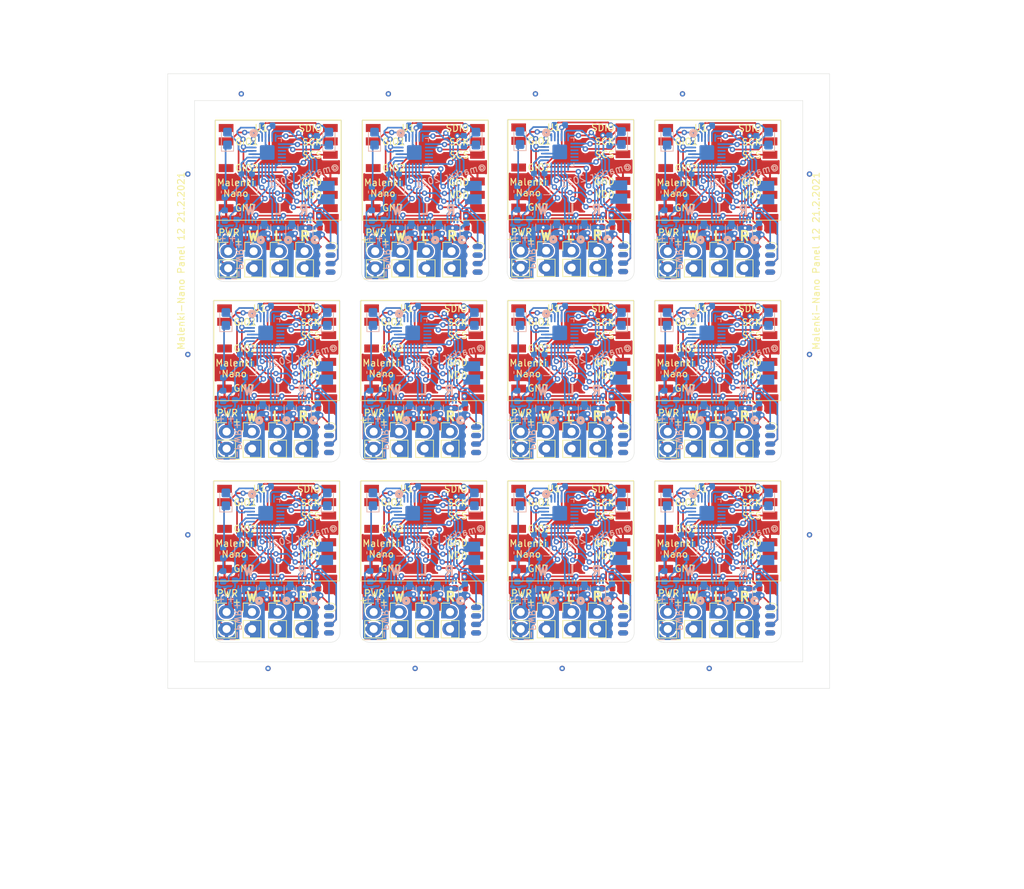
<source format=kicad_pcb>
(kicad_pcb (version 20210126) (generator pcbnew)
  (title_block (title "Malenki-nano2") (date "2019-11-07"))
  (layers (0 "F.Cu" signal) (31 "B.Cu" signal) (34 "B.Paste" user) (35 "F.Paste" user) (36 "B.SilkS" user "B.Silkscreen") (37 "F.SilkS" user "F.Silkscreen") (38 "B.Mask" user) (39 "F.Mask" user) (44 "Edge.Cuts" user))
  (net 0 "")
  (net 1 "GND")
  (net 2 "VBAT")
  (net 3 "BLINKY")
  (net 4 "Net-(D1-Pad1)")
  (net 5 "TXDEBUG")
  (net 6 "Net-(D2-Pad1)")
  (net 7 "UPDI")
  (net 8 "Net-(J5-Pad2)")
  (net 9 "Net-(J5-Pad1)")
  (net 10 "Net-(J6-Pad2)")
  (net 11 "Net-(J6-Pad1)")
  (net 12 "Net-(J7-Pad2)")
  (net 13 "Net-(J7-Pad1)")
  (net 14 "Net-(U1-Pad8)")
  (net 15 "Net-(U1-Pad1)")
  (net 16 "SPI_SCS")
  (net 17 "GIO1")
  (net 18 "SPI_SCK")
  (net 19 "SPI_SDIO")
  (net 20 "MOTOR1R")
  (net 21 "MOTOR2R")
  (net 22 "MOTOR2F")
  (net 23 "Net-(U3-Pad11)")
  (net 24 "Net-(U3-Pad10)")
  (net 25 "MOTOR3F")
  (net 26 "MOTOR3R")
  (net 27 "MOTOR1F")
  (net 28 "WEAPON2")
  (net 29 "Net-(U1-Pad4)")
  (net 30 "VSENSE")
  (net 31 "VLOGIC")
  (net 32 "WEAPON3")
  (net 33 "Net-(U3-Pad12)")
  (net 34 "Net-(U3-Pad9)")
  (net 35 "Net-(J2-Pad4)")
  (net 36 "Net-(J2-Pad5)")
  (net 37 "Net-(J2-Pad7)")
  (net 38 "Net-(J2-Pad2)")
  (footprint "malenki-nano:SOIC_clipProgSmall" (layer "F.Cu") (at 218.866597 154.777034 90)
    (fp_text reference "J2" hide)
    (fp_text value "Conn_01x08_Male" hide)
  )
  (footprint "malenki-nano:A7105-module" (layer "F.Cu") (at 210.289597 141.111034 -90)
    (fp_text reference "U1")
    (fp_text value "A7105-MODULE")
  )
  (footprint "malenki-nano:PinHeader_1x02_P2.54mm_BIG1" (layer "F.Cu") (at 162.606597 153.557034)
    (fp_text reference "J5" hide)
    (fp_text value "Conn_01x02_Male")
  )
  (footprint "malenki-nano:PinHeader_1x02_P2.54mm_BIG1" (layer "F.Cu") (at 202.796597 153.557034)
    (fp_text reference "J1" hide)
    (fp_text value "Conn_01x02_Male")
  )
  (footprint "malenki-nano:A7105-module" (layer "F.Cu") (at 166.289597 114.111034 -90)
    (fp_text reference "U1")
    (fp_text value "A7105-MODULE")
  )
  (footprint "malenki-nano:PinHeader_1x02_P2.54mm_BIG1" (layer "F.Cu") (at 214.226597 126.557034)
    (fp_text reference "J7" hide)
    (fp_text value "Conn_01x02_Male")
  )
  (footprint "malenki-nano:A7105-module" (layer "F.Cu") (at 166.289597 141.111034 -90)
    (fp_text reference "U1")
    (fp_text value "A7105-MODULE")
  )
  (footprint "malenki-nano:SOIC_clipProgSmall" (layer "F.Cu") (at 218.866597 127.777034 90)
    (fp_text reference "J2" hide)
    (fp_text value "Conn_01x08_Male" hide)
  )
  (footprint "malenki-nano:PinHeader_1x02_P2.54mm_BIG1" (layer "F.Cu") (at 206.606597 99.557034)
    (fp_text reference "J5" hide)
    (fp_text value "Conn_01x02_Male")
  )
  (footprint "malenki-nano:PinHeader_1x02_P2.54mm_BIG1" (layer "F.Cu") (at 184.606597 126.557034)
    (fp_text reference "J5" hide)
    (fp_text value "Conn_01x02_Male")
  )
  (footprint "malenki-nano:PinHeader_1x02_P2.54mm_BIG1" (layer "F.Cu") (at 148.226597 126.557034)
    (fp_text reference "J7" hide)
    (fp_text value "Conn_01x02_Male")
  )
  (footprint "malenki-nano:PinHeader_1x02_P2.54mm_BIG1" (layer "F.Cu") (at 202.796597 99.557034)
    (fp_text reference "J1" hide)
    (fp_text value "Conn_01x02_Male")
  )
  (footprint "Capacitor_SMD:C_0603_1608Metric" (layer "F.Cu") (at 171.986 96.002 180)
    (fp_text reference "C1" hide)
    (fp_text value "0.1uF")
  )
  (footprint "malenki-nano:PinHeader_1x02_P2.54mm_BIG1" (layer "F.Cu") (at 188.416938 99.473934)
    (fp_text reference "J6" hide)
    (fp_text value "Conn_01x02_Male")
  )
  (footprint "malenki-nano:PinHeader_1x02_P2.54mm_BIG1" (layer "F.Cu") (at 214.226597 99.557034)
    (fp_text reference "J7" hide)
    (fp_text value "Conn_01x02_Male")
  )
  (footprint "Capacitor_SMD:C_0603_1608Metric" (layer "F.Cu") (at 171.750597 123.001034 180)
    (fp_text reference "C1" hide)
    (fp_text value "0.1uF")
  )
  (footprint "Capacitor_SMD:C_0603_1608Metric" (layer "F.Cu") (at 171.750597 150.001034 180)
    (fp_text reference "C1" hide)
    (fp_text value "0.1uF")
  )
  (footprint "Capacitor_SMD:C_0603_1608Metric" (layer "F.Cu") (at 149.986 96.002 180)
    (fp_text reference "C1" hide)
    (fp_text value "0.1uF")
  )
  (footprint "malenki-nano:A7105-module" (layer "F.Cu") (at 188.289597 114.111034 -90)
    (fp_text reference "U1")
    (fp_text value "A7105-MODULE")
  )
  (footprint "malenki-nano:A7105-module" (layer "F.Cu") (at 188.289597 141.111034 -90)
    (fp_text reference "U1")
    (fp_text value "A7105-MODULE")
  )
  (footprint "malenki-nano:A7105-module" (layer "F.Cu") (at 210.289597 87.111034 -90)
    (fp_text reference "U1")
    (fp_text value "A7105-MODULE")
  )
  (footprint "malenki-nano:PinHeader_1x02_P2.54mm_BIG1" (layer "F.Cu") (at 180.796597 153.557034)
    (fp_text reference "J1" hide)
    (fp_text value "Conn_01x02_Male")
  )
  (footprint "malenki-nano:A7105-module" (layer "F.Cu") (at 144.525 87.112 -90)
    (fp_text reference "U1")
    (fp_text value "A7105-MODULE")
  )
  (footprint "malenki-nano:PinHeader_1x02_P2.54mm_BIG1" (layer "F.Cu") (at 184.606938 99.473934)
    (fp_text reference "J5" hide)
    (fp_text value "Conn_01x02_Male")
  )
  (footprint "malenki-nano:PinHeader_1x02_P2.54mm_BIG1" (layer "F.Cu") (at 206.606597 126.557034)
    (fp_text reference "J5" hide)
    (fp_text value "Conn_01x02_Male")
  )
  (footprint "malenki-nano:PinHeader_1x02_P2.54mm_BIG1" (layer "F.Cu") (at 188.416597 153.557034)
    (fp_text reference "J6" hide)
    (fp_text value "Conn_01x02_Male")
  )
  (footprint "malenki-nano:PinHeader_1x02_P2.54mm_BIG1" (layer "F.Cu") (at 192.226597 126.557034)
    (fp_text reference "J7" hide)
    (fp_text value "Conn_01x02_Male")
  )
  (footprint "malenki-nano:PinHeader_1x02_P2.54mm_BIG1" (layer "F.Cu") (at 170.462 99.558)
    (fp_text reference "J7" hide)
    (fp_text value "Conn_01x02_Male")
  )
  (footprint "malenki-nano:SOIC_clipProgSmall" (layer "F.Cu") (at 218.866597 100.777034 90)
    (fp_text reference "J2" hide)
    (fp_text value "Conn_01x08_Male" hide)
  )
  (footprint "Capacitor_SMD:C_0603_1608Metric" (layer "F.Cu") (at 193.750938 95.917934 180)
    (fp_text reference "C1" hide)
    (fp_text value "0.1uF")
  )
  (footprint "Capacitor_SMD:C_0603_1608Metric" (layer "F.Cu") (at 149.750597 150.001034 180)
    (fp_text reference "C1" hide)
    (fp_text value "0.1uF")
  )
  (footprint "malenki-nano:PinHeader_1x02_P2.54mm_BIG1" (layer "F.Cu") (at 158.796597 126.557034)
    (fp_text reference "J1" hide)
    (fp_text value "Conn_01x02_Male")
  )
  (footprint "malenki-nano:PinHeader_1x02_P2.54mm_BIG1" (layer "F.Cu") (at 184.606597 153.557034)
    (fp_text reference "J5" hide)
    (fp_text value "Conn_01x02_Male")
  )
  (footprint "Capacitor_SMD:C_0603_1608Metric" (layer "F.Cu") (at 193.750597 123.001034 180)
    (fp_text reference "C1" hide)
    (fp_text value "0.1uF")
  )
  (footprint "malenki-nano:PinHeader_1x02_P2.54mm_BIG1" (layer "F.Cu") (at 180.796938 99.473934)
    (fp_text reference "J1" hide)
    (fp_text value "Conn_01x02_Male")
  )
  (footprint "malenki-nano:PinHeader_1x02_P2.54mm_BIG1" (layer "F.Cu") (at 210.416597 126.557034)
    (fp_text reference "J6" hide)
    (fp_text value "Conn_01x02_Male")
  )
  (footprint "malenki-nano:PinHeader_1x02_P2.54mm_BIG1" (layer "F.Cu") (at 144.416597 126.557034)
    (fp_text reference "J6" hide)
    (fp_text value "Conn_01x02_Male")
  )
  (footprint "Capacitor_SMD:C_0603_1608Metric" (layer "F.Cu") (at 215.750597 96.001034 180)
    (fp_text reference "C1" hide)
    (fp_text value "0.1uF")
  )
  (footprint "malenki-nano:PinHeader_1x02_P2.54mm_BIG1" (layer "F.Cu") (at 166.416597 153.557034)
    (fp_text reference "J6" hide)
    (fp_text value "Conn_01x02_Male")
  )
  (footprint "malenki-nano:PinHeader_1x02_P2.54mm_BIG1" (layer "F.Cu") (at 148.462 99.558)
    (fp_text reference "J7" hide)
    (fp_text value "Conn_01x02_Male")
  )
  (footprint "malenki-nano:PinHeader_1x02_P2.54mm_BIG1" (layer "F.Cu") (at 162.606597 126.557034)
    (fp_text reference "J5" hide)
    (fp_text value "Conn_01x02_Male")
  )
  (footprint "malenki-nano:PinHeader_1x02_P2.54mm_BIG1" (layer "F.Cu") (at 210.416597 99.557034)
    (fp_text reference "J6" hide)
    (fp_text value "Conn_01x02_Male")
  )
  (footprint "Capacitor_SMD:C_0603_1608Metric" (layer "F.Cu") (at 149.750597 123.001034 180)
    (fp_text reference "C1" hide)
    (fp_text value "0.1uF")
  )
  (footprint "malenki-nano:PinHeader_1x02_P2.54mm_BIG1" (layer "F.Cu") (at 214.226597 153.557034)
    (fp_text reference "J7" hide)
    (fp_text value "Conn_01x02_Male")
  )
  (footprint "malenki-nano:PinHeader_1x02_P2.54mm_BIG1" (layer "F.Cu") (at 140.606597 126.557034)
    (fp_text reference "J5" hide)
    (fp_text value "Conn_01x02_Male")
  )
  (footprint "malenki-nano:A7105-module" (layer "F.Cu") (at 210.289597 114.111034 -90)
    (fp_text reference "U1")
    (fp_text value "A7105-MODULE")
  )
  (footprint "malenki-nano:PinHeader_1x02_P2.54mm_BIG1" (layer "F.Cu") (at 137.032 99.558)
    (fp_text reference "J1" hide)
    (fp_text value "Conn_01x02_Male")
  )
  (footprint "malenki-nano:SOIC_clipProgSmall" (layer "F.Cu") (at 196.866597 154.777034 90)
    (fp_text reference "J2" hide)
    (fp_text value "Conn_01x08_Male" hide)
  )
  (footprint "malenki-nano:A7105-module" (layer "F.Cu") (at 144.289597 114.111034 -90)
    (fp_text reference "U1")
    (fp_text value "A7105-MODULE")
  )
  (footprint "malenki-nano:PinHeader_1x02_P2.54mm_BIG1" (layer "F.Cu") (at 140.606597 153.557034)
    (fp_text reference "J5" hide)
    (fp_text value "Conn_01x02_Male")
  )
  (footprint "malenki-nano:PinHeader_1x02_P2.54mm_BIG1" (layer "F.Cu") (at 188.416597 126.557034)
    (fp_text reference "J6" hide)
    (fp_text value "Conn_01x02_Male")
  )
  (footprint "malenki-nano:PinHeader_1x02_P2.54mm_BIG1" (layer "F.Cu") (at 206.606597 153.557034)
    (fp_text reference "J5" hide)
    (fp_text value "Conn_01x02_Male")
  )
  (footprint "malenki-nano:PinHeader_1x02_P2.54mm_BIG1" (layer "F.Cu") (at 144.652 99.558)
    (fp_text reference "J6" hide)
    (fp_text value "Conn_01x02_Male")
  )
  (footprint "malenki-nano:SOIC_clipProgSmall" (layer "F.Cu") (at 175.102 100.778 90)
    (fp_text reference "J2" hide)
    (fp_text value "Conn_01x08_Male" hide)
  )
  (footprint "malenki-nano:PinHeader_1x02_P2.54mm_BIG1" (layer "F.Cu") (at 166.416597 126.557034)
    (fp_text reference "J6" hide)
    (fp_text value "Conn_01x02_Male")
  )
  (footprint "malenki-nano:A7105-module" (layer "F.Cu") (at 188.289938 87.027934 -90)
    (fp_text reference "U1")
    (fp_text value "A7105-MODULE")
  )
  (footprint "malenki-nano:PinHeader_1x02_P2.54mm_BIG1" (layer "F.Cu") (at 180.796597 126.557034)
    (fp_text reference "J1" hide)
    (fp_text value "Conn_01x02_Male")
  )
  (footprint "malenki-nano:PinHeader_1x02_P2.54mm_BIG1" (layer "F.Cu") (at 148.226597 153.557034)
    (fp_text reference "J7" hide)
    (fp_text value "Conn_01x02_Male")
  )
  (footprint "malenki-nano:PinHeader_1x02_P2.54mm_BIG1" (layer "F.Cu") (at 158.796597 153.557034)
    (fp_text reference "J1" hide)
    (fp_text value "Conn_01x02_Male")
  )
  (footprint "malenki-nano:PinHeader_1x02_P2.54mm_BIG1" (layer "F.Cu") (at 192.226938 99.473934)
    (fp_text reference "J7" hide)
    (fp_text value "Conn_01x02_Male")
  )
  (footprint "malenki-nano:SOIC_clipProgSmall" (layer "F.Cu") (at 152.866597 127.777034 90)
    (fp_text reference "J2" hide)
    (fp_text value "Conn_01x08_Male" hide)
  )
  (footprint "malenki-nano:PinHeader_1x02_P2.54mm_BIG1" (layer "F.Cu") (at 170.226597 153.557034)
    (fp_text reference "J7" hide)
    (fp_text value "Conn_01x02_Male")
  )
  (footprint "malenki-nano:SOIC_clipProgSmall" (layer "F.Cu") (at 196.866938 100.693934 90)
    (fp_text reference "J2" hide)
    (fp_text value "Conn_01x08_Male" hide)
  )
  (footprint "malenki-nano:PinHeader_1x02_P2.54mm_BIG1" (layer "F.Cu") (at 136.796597 126.557034)
    (fp_text reference "J1" hide)
    (fp_text value "Conn_01x02_Male")
  )
  (footprint "malenki-nano:A7105-module" (layer "F.Cu") (at 166.525 87.112 -90)
    (fp_text reference "U1")
    (fp_text value "A7105-MODULE")
  )
  (footprint "malenki-nano:SOIC_clipProgSmall" (layer "F.Cu") (at 153.102 100.778 90)
    (fp_text reference "J2" hide)
    (fp_text value "Conn_01x08_Male" hide)
  )
  (footprint "malenki-nano:PinHeader_1x02_P2.54mm_BIG1" (layer "F.Cu") (at 159.032 99.558)
    (fp_text reference "J1" hide)
    (fp_text value "Conn_01x02_Male")
  )
  (footprint "malenki-nano:PinHeader_1x02_P2.54mm_BIG1" (layer "F.Cu") (at 192.226597 153.557034)
    (fp_text reference "J7" hide)
    (fp_text value "Conn_01x02_Male")
  )
  (footprint "malenki-nano:SOIC_clipProgSmall" (layer "F.Cu") (at 196.866597 127.777034 90)
    (fp_text reference "J2" hide)
    (fp_text value "Conn_01x08_Male" hide)
  )
  (footprint "malenki-nano:PinHeader_1x02_P2.54mm_BIG1" (layer "F.Cu") (at 166.652 99.558)
    (fp_text reference "J6" hide)
    (fp_text value "Conn_01x02_Male")
  )
  (footprint "Capacitor_SMD:C_0603_1608Metric" (layer "F.Cu") (at 193.750597 150.001034 180)
    (fp_text reference "C1" hide)
    (fp_text value "0.1uF")
  )
  (footprint "malenki-nano:SOIC_clipProgSmall" (layer "F.Cu") (at 152.866597 154.777034 90)
    (fp_text reference "J2" hide)
    (fp_text value "Conn_01x08_Male" hide)
  )
  (footprint "malenki-nano:PinHeader_1x02_P2.54mm_BIG1" (layer "F.Cu") (at 162.842 99.558)
    (fp_text reference "J5" hide)
    (fp_text value "Conn_01x02_Male")
  )
  (footprint "malenki-nano:PinHeader_1x02_P2.54mm_BIG1" (layer "F.Cu") (at 170.226597 126.557034)
    (fp_text reference "J7" hide)
    (fp_text value "Conn_01x02_Male")
  )
  (footprint "malenki-nano:A7105-module" (layer "F.Cu") (at 144.289597 141.111034 -90)
    (fp_text reference "U1")
    (fp_text value "A7105-MODULE")
  )
  (footprint "Capacitor_SMD:C_0603_1608Metric" (layer "F.Cu") (at 215.750597 150.001034 180)
    (fp_text reference "C1" hide)
    (fp_text value "0.1uF")
  )
  (footprint "malenki-nano:PinHeader_1x02_P2.54mm_BIG1" (layer "F.Cu") (at 136.796597 153.557034)
    (fp_text reference "J1" hide)
    (fp_text value "Conn_01x02_Male")
  )
  (footprint "malenki-nano:PinHeader_1x02_P2.54mm_BIG1" (layer "F.Cu") (at 144.416597 153.557034)
    (fp_text reference "J6" hide)
    (fp_text value "Conn_01x02_Male")
  )
  (footprint "malenki-nano:PinHeader_1x02_P2.54mm_BIG1" (layer "F.Cu") (at 210.416597 153.557034)
    (fp_text reference "J6" hide)
    (fp_text value "Conn_01x02_Male")
  )
  (footprint "malenki-nano:SOIC_clipProgSmall" (layer "F.Cu") (at 174.866597 154.777034 90)
    (fp_text reference "J2" hide)
    (fp_text value "Conn_01x08_Male" hide)
  )
  (footprint "Capacitor_SMD:C_0603_1608Metric" (layer "F.Cu") (at 215.750597 123.001034 180)
    (fp_text reference "C1" hide)
    (fp_text value "0.1uF")
  )
  (footprint "malenki-nano:SOIC_clipProgSmall" (layer "F.Cu") (at 174.866597 127.777034 90)
    (fp_text reference "J2" hide)
    (fp_text value "Conn_01x08_Male" hide)
  )
  (footprint "malenki-nano:PinHeader_1x02_P2.54mm_BIG1" (layer "F.Cu") (at 140.842 99.558)
    (fp_text reference "J5" hide)
    (fp_text value "Conn_01x02_Male")
  )
  (footprint "malenki-nano:PinHeader_1x02_P2.54mm_BIG1" (layer "F.Cu") (at 202.796597 126.557034)
    (fp_text reference "J1" hide)
    (fp_text value "Conn_01x02_Male")
  )
  (footprint "Capacitor_SMD:C_0603_1608Metric" (layer "B.Cu") (at 172.6845 96.129 90)
    (fp_text reference "C7" hide)
    (fp_text value "10uF")
  )
  (footprint "Resistor_SMD:R_0603_1608Metric" (layer "B.Cu") (at 194.066597 137.077034 90)
    (fp_text reference "R2" hide)
    (fp_text value "220R")
  )
  (footprint "malenki-nano:WSON-8-1EP_2x2mm_P0.5mm_HAND1" (layer "B.Cu") (at 140.162097 123.064534 90)
    (fp_text reference "U5" hide)
    (fp_text value "DRV8837DSGR")
  )
  (footprint "Resistor_SMD:R_0603_1608Metric" (layer "B.Cu") (at 180.288597 121.223034 90)
    (fp_text reference "R4" hide)
    (fp_text value "10k")
  )
  (footprint "Capacitor_SMD:C_0603_1608Metric" (layer "B.Cu") (at 146.321597 150.128034 90)
    (fp_text reference "C6" hide)
    (fp_text value "10uF")
  )
  (footprint "Resistor_SMD:R_0603_1608Metric" (layer "B.Cu") (at 138.066597 121.032534 90)
    (fp_text reference "R3" hide)
    (fp_text value "33k")
  )
  (footprint "Capacitor_SMD:C_0603_1608Metric" (layer "B.Cu") (at 164.874 80.762 180)
    (fp_text reference "C4" hide)
    (fp_text value "0.1uF")
  )
  (footprint "Capacitor_SMD:C_0603_1608Metric" (layer "B.Cu") (at 186.638597 107.761034 180)
    (fp_text reference "C4" hide)
    (fp_text value "0.1uF")
  )
  (footprint "malenki-nano:WSON-8-1EP_2x2mm_P0.5mm_HAND1" (layer "B.Cu") (at 170.589 96.0655 90)
    (fp_text reference "U7" hide)
    (fp_text value "DRV8837DSGR")
  )
  (footprint "Resistor_SMD:R_0603_1608Metric" (layer "B.Cu") (at 172.302 83.078 90)
    (fp_text reference "R2" hide)
    (fp_text value "220R")
  )
  (footprint "Capacitor_SMD:C_0603_1608Metric" (layer "B.Cu") (at 150.449097 123.128034 90)
    (fp_text reference "C7" hide)
    (fp_text value "10uF")
  )
  (footprint "Capacitor_SMD:C_0603_1608Metric" (layer "B.Cu") (at 180.542597 123.572534 180)
    (fp_text reference "C2" hide)
    (fp_text value "10uF")
  )
  (footprint "Resistor_SMD:R_0603_1608Metric" (layer "B.Cu") (at 136.288597 121.223034 90)
    (fp_text reference "R4" hide)
    (fp_text value "10k")
  )
  (footprint "malenki-nano:wirepad_2" (layer "B.Cu") (at 173.47792 144.778034 -90)
    (fp_text reference "J3" hide)
    (fp_text value "Conn_01x02")
  )
  (footprint "Resistor_SMD:R_0603_1608Metric" (layer "B.Cu") (at 216.066597 83.077034 90)
    (fp_text reference "R2" hide)
    (fp_text value "220R")
  )
  (footprint "LED_SMD:LED_0805_2012Metric_Castellated" (layer "B.Cu") (at 202.693597 109.694034 90)
    (fp_text reference "D1" hide)
    (fp_text value "LED Blue")
  )
  (footprint "malenki-nano:wirepad_2" (layer "B.Cu") (at 195.47792 117.778034 -90)
    (fp_text reference "J3" hide)
    (fp_text value "Conn_01x02")
  )
  (footprint "Capacitor_SMD:C_0603_1608Metric" (layer "B.Cu") (at 183.565097 114.923834 180)
    (fp_text reference "C3" hide)
    (fp_text value "10uF")
  )
  (footprint "Capacitor_SMD:C_0603_1608Metric" (layer "B.Cu") (at 212.321597 96.128034 90)
    (fp_text reference "C6" hide)
    (fp_text value "10uF")
  )
  (footprint "Resistor_SMD:R_0603_1608Metric" (layer "B.Cu") (at 138.066597 148.032534 90)
    (fp_text reference "R3" hide)
    (fp_text value "33k")
  )
  (footprint "Resistor_SMD:R_0603_1608Metric" (layer "B.Cu") (at 202.288597 144.692534 -90)
    (fp_text reference "R1" hide)
    (fp_text value "220R")
  )
  (footprint "malenki-nano:WSON-8-1EP_2x2mm_P0.5mm_HAND1" (layer "B.Cu") (at 184.162438 95.981434 90)
    (fp_text reference "U5" hide)
    (fp_text value "DRV8837DSGR")
  )
  (footprint "LED_SMD:LED_0805_2012Metric_Castellated" (layer "B.Cu") (at 173.866597 136.694034 90)
    (fp_text reference "D2" hide)
    (fp_text value "LED Red")
  )
  (footprint "Capacitor_SMD:C_0603_1608Metric" (layer "B.Cu") (at 190.321938 96.044934 90)
    (fp_text reference "C6" hide)
    (fp_text value "10uF")
  )
  (footprint "Package_TO_SOT_SMD:SOT-23" (layer "B.Cu") (at 161.590597 117.413034 -90)
    (fp_text reference "U2" hide)
    (fp_text value "AIC1734-33GUTR")
  )
  (footprint "Capacitor_SMD:C_0603_1608Metric" (layer "B.Cu") (at 180.542597 150.572534 180)
    (fp_text reference "C2" hide)
    (fp_text value "10uF")
  )
  (footprint "LED_SMD:LED_0805_2012Metric_Castellated" (layer "B.Cu") (at 217.866597 109.694034 90)
    (fp_text reference "D2" hide)
    (fp_text value "LED Red")
  )
  (footprint "Capacitor_SMD:C_0603_1608Metric" (layer "B.Cu") (at 139.565097 114.923834 180)
    (fp_text reference "C3" hide)
    (fp_text value "10uF")
  )
  (footprint "Resistor_SMD:R_0603_1608Metric" (layer "B.Cu") (at 180.288938 90.609434 -90)
    (fp_text reference "R1" hide)
    (fp_text value "220R")
  )
  (footprint "Capacitor_SMD:C_0603_1608Metric" (layer "B.Cu") (at 161.565097 114.923834 180)
    (fp_text reference "C3" hide)
    (fp_text value "10uF")
  )
  (footprint "Capacitor_SMD:C_0603_1608Metric" (layer "B.Cu") (at 202.542597 96.572534 180)
    (fp_text reference "C2" hide)
    (fp_text value "10uF")
  )
  (footprint "malenki-nano:WSON-8-1EP_2x2mm_P0.5mm_HAND1" (layer "B.Cu") (at 170.353597 150.064534 90)
    (fp_text reference "U7" hide)
    (fp_text value "DRV8837DSGR")
  )
  (footprint "Resistor_SMD:R_0603_1608Metric" (layer "B.Cu") (at 160.302 94.0335 90)
    (fp_text reference "R3" hide)
    (fp_text value "33k")
  )
  (footprint "Capacitor_SMD:C_0603_1608Metric" (layer "B.Cu") (at 142.638597 134.761034 180)
    (fp_text reference "C4" hide)
    (fp_text value "0.1uF")
  )
  (footprint "LED_SMD:LED_0805_2012Metric_Castellated" (layer "B.Cu") (at 152.102 82.695 90)
    (fp_text reference "D2" hide)
    (fp_text value "LED Red")
  )
  (footprint "Package_TO_SOT_SMD:SOT-23" (layer "B.Cu") (at 183.590938 90.329934 -90)
    (fp_text reference "U2" hide)
    (fp_text value "AIC1734-33GUTR")
  )
  (footprint "malenki-nano:wirepad_2" (layer "B.Cu") (at 151.47792 144.778034 -90)
    (fp_text reference "J3" hide)
    (fp_text value "Conn_01x02")
  )
  (footprint "malenki-nano:WSON-8-1EP_2x2mm_P0.5mm_HAND1" (layer "B.Cu") (at 192.353938 95.981434 90)
    (fp_text reference "U7" hide)
    (fp_text value "DRV8837DSGR")
  )
  (footprint "LED_SMD:LED_0805_2012Metric_Castellated" (layer "B.Cu") (at 174.102 82.695 90)
    (fp_text reference "D2" hide)
    (fp_text value "LED Red")
  )
  (footprint "LED_SMD:LED_0805_2012Metric_Castellated" (layer "B.Cu") (at 173.866597 109.694034 90)
    (fp_text reference "D2" hide)
    (fp_text value "LED Red")
  )
  (footprint "Capacitor_SMD:C_0603_1608Metric" (layer "B.Cu") (at 168.321597 123.128034 90)
    (fp_text reference "C6" hide)
    (fp_text value "10uF")
  )
  (footprint "Capacitor_SMD:C_0603_1608Metric" (layer "B.Cu") (at 186.194438 95.981434 90)
    (fp_text reference "C5" hide)
    (fp_text value "10uF")
  )
  (footprint "Capacitor_SMD:C_0603_1608Metric" (layer "B.Cu") (at 183.565438 87.840734 180)
    (fp_text reference "C3" hide)
    (fp_text value "10uF")
  )
  (footprint "malenki-nano:qfn24-hand1" (layer "B.Cu") (at 142.638597 138.777034 -90)
    (fp_text reference "U3" hide)
    (fp_text value "ATtiny1617-M")
  )
  (footprint "Capacitor_SMD:C_0603_1608Metric" (layer "B.Cu") (at 216.449097 150.128034 90)
    (fp_text reference "C7" hide)
    (fp_text value "10uF")
  )
  (footprint "Capacitor_SMD:C_0603_1608Metric" (layer "B.Cu") (at 205.565097 141.923834 180)
    (fp_text reference "C3" hide)
    (fp_text value "10uF")
  )
  (footprint "Capacitor_SMD:C_0603_1608Metric" (layer "B.Cu") (at 136.542597 150.572534 180)
    (fp_text reference "C2" hide)
    (fp_text value "10uF")
  )
  (footprint "malenki-nano:qfn24-hand1" (layer "B.Cu") (at 164.874 84.778 -90)
    (fp_text reference "U3" hide)
    (fp_text value "ATtiny1617-M")
  )
  (footprint "malenki-nano:WSON-8-1EP_2x2mm_P0.5mm_HAND1" (layer "B.Cu") (at 184.162097 150.064534 90)
    (fp_text reference "U5" hide)
    (fp_text value "DRV8837DSGR")
  )
  (footprint "Resistor_SMD:R_0603_1608Metric" (layer "B.Cu") (at 136.288597 144.692534 -90)
    (fp_text reference "R1" hide)
    (fp_text value "220R")
  )
  (footprint "Package_TO_SOT_SMD:SOT-23" (layer "B.Cu") (at 161.590597 144.413034 -90)
    (fp_text reference "U2" hide)
    (fp_text value "AIC1734-33GUTR")
  )
  (footprint "Capacitor_SMD:C_0603_1608Metric" (layer "B.Cu") (at 142.194097 123.064534 90)
    (fp_text reference "C5" hide)
    (fp_text value "10uF")
  )
  (footprint "malenki-nano:qfn24-hand1" (layer "B.Cu") (at 142.638597 111.777034 -90)
    (fp_text reference "U3" hide)
    (fp_text value "ATtiny1617-M")
  )
  (footprint "malenki-nano:WSON-8-1EP_2x2mm_P0.5mm_HAND1" (layer "B.Cu") (at 188.289938 95.981434 90)
    (fp_text reference "U6" hide)
    (fp_text value "DRV8837DSGR")
  )
  (footprint "Resistor_SMD:R_0603_1608Metric" (layer "B.Cu") (at 158.288597 117.692534 -90)
    (fp_text reference "R1" hide)
    (fp_text value "220R")
  )
  (footprint "Package_TO_SOT_SMD:SOT-23" (layer "B.Cu") (at 139.826 90.414 -90)
    (fp_text reference "U2" hide)
    (fp_text value "AIC1734-33GUTR")
  )
  (footprint "malenki-nano:qfn24-hand1" (layer "B.Cu") (at 208.638597 84.777034 -90)
    (fp_text reference "U3" hide)
    (fp_text value "ATtiny1617-M")
  )
  (footprint "Resistor_SMD:R_0603_1608Metric" (layer "B.Cu") (at 194.066938 82.993934 90)
    (fp_text reference "R2" hide)
    (fp_text value "220R")
  )
  (footprint "Capacitor_SMD:C_0603_1608Metric" (layer "B.Cu") (at 208.194097 123.064534 90)
    (fp_text reference "C5" hide)
    (fp_text value "10uF")
  )
  (footprint "malenki-nano:WSON-8-1EP_2x2mm_P0.5mm_HAND1" (layer "B.Cu") (at 188.289597 150.064534 90)
    (fp_text reference "U6" hide)
    (fp_text value "DRV8837DSGR")
  )
  (footprint "Package_TO_SOT_SMD:SOT-23" (layer "B.Cu") (at 161.826 90.414 -90)
    (fp_text reference "U2" hide)
    (fp_text value "AIC1734-33GUTR")
  )
  (footprint "Resistor_SMD:R_0603_1608Metric" (layer "B.Cu") (at 180.288938 94.139934 90)
    (fp_text reference "R4" hide)
    (fp_text value "10k")
  )
  (footprint "Capacitor_SMD:C_0603_1608Metric" (layer "B.Cu") (at 158.778 96.5735 180)
    (fp_text reference "C2" hide)
    (fp_text value "10uF")
  )
  (footprint "malenki-nano:WSON-8-1EP_2x2mm_P0.5mm_HAND1" (layer "B.Cu") (at 192.353597 150.064534 90)
    (fp_text reference "U7" hide)
    (fp_text value "DRV8837DSGR")
  )
  (footprint "Capacitor_SMD:C_0603_1608Metric" (layer "B.Cu") (at 139.565097 141.923834 180)
    (fp_text reference "C3" hide)
    (fp_text value "10uF")
  )
  (footprint "Resistor_SMD:R_0603_1608Metric" (layer "B.Cu") (at 202.288597 148.223034 90)
    (fp_text reference "R4" hide)
    (fp_text value "10k")
  )
  (footprint "malenki-nano:wirepad_2" (layer "B.Cu") (at 195.47792 144.778034 -90)
    (fp_text reference "J3" hide)
    (fp_text value "Conn_01x02")
  )
  (footprint "Capacitor_SMD:C_0603_1608Metric" (layer "B.Cu") (at 164.194097 150.064534 90)
    (fp_text reference "C5" hide)
    (fp_text value "10uF")
  )
  (footprint "malenki-nano:WSON-8-1EP_2x2mm_P0.5mm_HAND1" (layer "B.Cu") (at 166.289597 123.064534 90)
    (fp_text reference "U6" hide)
    (fp_text value "DRV8837DSGR")
  )
  (footprint "malenki-nano:qfn24-hand1" (layer "B.Cu") (at 208.638597 138.777034 -90)
    (fp_text reference "U3" hide)
    (fp_text value "ATtiny1617-M")
  )
  (footprint "Resistor_SMD:R_0603_1608Metric" (layer "B.Cu") (at 150.302 83.078 90)
    (fp_text reference "R2" hide)
    (fp_text value "220R")
  )
  (footprint "Package_TO_SOT_SMD:SOT-23" (layer "B.Cu") (at 183.590597 117.413034 -90)
    (fp_text reference "U2" hide)
    (fp_text value "AIC1734-33GUTR")
  )
  (footprint "Resistor_SMD:R_0603_1608Metric" (layer "B.Cu") (at 216.066597 137.077034 90)
    (fp_text reference "R2" hide)
    (fp_text value "220R")
  )
  (footprint "Resistor_SMD:R_0603_1608Metric" (layer "B.Cu") (at 182.066597 148.032534 90)
    (fp_text reference "R3" hide)
    (fp_text value "33k")
  )
  (footprint "Resistor_SMD:R_0603_1608Metric" (layer "B.Cu") (at 160.066597 121.032534 90)
    (fp_text reference "R3" hide)
    (fp_text value "33k")
  )
  (footprint "malenki-nano:wirepad_2" (layer "B.Cu") (at 217.47792 90.778034 -90)
    (fp_text reference "J3" hide)
    (fp_text value "Conn_01x02")
  )
  (footprint "LED_SMD:LED_0805_2012Metric_Castellated" (layer "B.Cu") (at 180.693597 109.694034 90)
    (fp_text reference "D1" hide)
    (fp_text value "LED Blue")
  )
  (footprint "malenki-nano:WSON-8-1EP_2x2mm_P0.5mm_HAND1" (layer "B.Cu") (at 166.289597 150.064534 90)
    (fp_text reference "U6" hide)
    (fp_text value "DRV8837DSGR")
  )
  (footprint "Resistor_SMD:R_0603_1608Metric" (layer "B.Cu") (at 158.524 94.224 90)
    (fp_text reference "R4" hide)
    (fp_text value "10k")
  )
  (footprint "Resistor_SMD:R_0603_1608Metric" (layer "B.Cu") (at 204.066597 121.032534 90)
    (fp_text reference "R3" hide)
    (fp_text value "33k")
  )
  (footprint "Resistor_SMD:R_0603_1608Metric" (layer "B.Cu") (at 136.288597 148.223034 90)
    (fp_text reference "R4" hide)
    (fp_text value "10k")
  )
  (footprint "LED_SMD:LED_0805_2012Metric_Castellated" (layer "B.Cu") (at 158.929 82.695 90)
    (fp_text reference "D1" hide)
    (fp_text value "LED Blue")
  )
  (footprint "Capacitor_SMD:C_0603_1608Metric" (layer "B.Cu") (at 158.542597 123.572534 180)
    (fp_text reference "C2" hide)
    (fp_text value "10uF")
  )
  (footprint "malenki-nano:qfn24-hand1" (layer "B.Cu") (at 208.638597 111.777034 -90)
    (fp_text reference "U3" hide)
    (fp_text value "ATtiny1617-M")
  )
  (footprint "Capacitor_SMD:C_0603_1608Metric" (layer "B.Cu") (at 194.449438 96.044934 90)
    (fp_text reference "C7" hide)
    (fp_text value "10uF")
  )
  (footprint "LED_SMD:LED_0805_2012Metric_Castellated" (layer "B.Cu") (at 202.693597 82.694034 90)
    (fp_text reference "D1" hide)
    (fp_text value "LED Blue")
  )
  (footprint "malenki-nano:qfn24-hand1" (layer "B.Cu") (at 142.874 84.778 -90)
    (fp_text reference "U3" hide)
    (fp_text value "ATtiny1617-M")
  )
  (footprint "Capacitor_SMD:C_0603_1608Metric" (layer "B.Cu") (at 164.194097 123.064534 90)
    (fp_text reference "C5" hide)
    (fp_text value "10uF")
  )
  (footprint "malenki-nano:WSON-8-1EP_2x2mm_P0.5mm_HAND1" (layer "B.Cu") (at 162.162097 150.064534 90)
    (fp_text reference "U5" hide)
    (fp_text value "DRV8837DSGR")
  )
  (footprint "Capacitor_SMD:C_0603_1608Metric" (layer "B.Cu") (at 136.778 96.5735 180)
    (fp_text reference "C2" hide)
    (fp_text value "10uF")
  )
  (footprint "malenki-nano:WSON-8-1EP_2x2mm_P0.5mm_HAND1" (layer "B.Cu") (at 214.353597 96.064534 90)
    (fp_text reference "U7" hide)
    (fp_text value "DRV8837DSGR")
  )
  (footprint "Capacitor_SMD:C_0603_1608Metric" (layer "B.Cu") (at 142.194097 150.064534 90)
    (fp_text reference "C5" hide)
    (fp_text value "10uF")
  )
  (footprint "malenki-nano:WSON-8-1EP_2x2mm_P0.5mm_HAND1" (layer "B.Cu") (at 148.353597 150.064534 90)
    (fp_text reference "U7" hide)
    (fp_text value "DRV8837DSGR")
  )
  (footprint "Resistor_SMD:R_0603_1608Metric" (layer "B.Cu") (at 202.288597 121.223034 90)
    (fp_text reference "R4" hide)
    (fp_text value "10k")
  )
  (footprint "Resistor_SMD:R_0603_1608Metric" (layer "B.Cu") (at 202.288597 94.223034 90)
    (fp_text reference "R4" hide)
    (fp_text value "10k")
  )
  (footprint "Capacitor_SMD:C_0603_1608Metric" (layer "B.Cu") (at 183.565097 141.923834 180)
    (fp_text reference "C3" hide)
    (fp_text value "10uF")
  )
  (footprint "Resistor_SMD:R_0603_1608Metric" (layer "B.Cu") (at 136.288597 117.692534 -90)
    (fp_text reference "R1" hide)
    (fp_text value "220R")
  )
  (footprint "Resistor_SMD:R_0603_1608Metric" (layer "B.Cu") (at 150.066597 137.077034 90)
    (fp_text reference "R2" hide)
    (fp_text value "220R")
  )
  (footprint "Resistor_SMD:R_0603_1608Metric" (layer "B.Cu") (at 182.066938 93.949434 90)
    (fp_text reference "R3" hide)
    (fp_text value "33k")
  )
  (footprint "Capacitor_SMD:C_0603_1608Metric" (layer "B.Cu") (at 168.321597 150.128034 90)
    (fp_text reference "C6" hide)
    (fp_text value "10uF")
  )
  (footprint "LED_SMD:LED_0805_2012Metric_Castellated" (layer "B.Cu") (at 195.866597 136.694034 90)
    (fp_text reference "D2" hide)
    (fp_text value "LED Red")
  )
  (footprint "LED_SMD:LED_0805_2012Metric_Castellated" (layer "B.Cu") (at 195.866597 109.694034 90)
    (fp_text reference "D2" hide)
    (fp_text value "LED Red")
  )
  (footprint "Resistor_SMD:R_0603_1608Metric" (layer "B.Cu") (at 180.288597 117.692534 -90)
    (fp_text reference "R1" hide)
    (fp_text value "220R")
  )
  (footprint "malenki-nano:WSON-8-1EP_2x2mm_P0.5mm_HAND1" (layer "B.Cu") (at 214.353597 150.064534 90)
    (fp_text reference "U7" hide)
    (fp_text value "DRV8837DSGR")
  )
  (footprint "Capacitor_SMD:C_0603_1608Metric" (layer "B.Cu") (at 202.542597 123.572534 180)
    (fp_text reference "C2" hide)
    (fp_text value "10uF")
  )
  (footprint "Capacitor_SMD:C_0603_1608Metric" (layer "B.Cu") (at 146.557 96.129 90)
    (fp_text reference "C6" hide)
    (fp_text value "10uF")
  )
  (footprint "Resistor_SMD:R_0603_1608Metric" (layer "B.Cu") (at 204.066597 94.032534 90)
    (fp_text reference "R3" hide)
    (fp_text value "33k")
  )
  (footprint "Package_TO_SOT_SMD:SOT-23" (layer "B.Cu") (at 205.590597 90.413034 -90)
    (fp_text reference "U2" hide)
    (fp_text value "AIC1734-33GUTR")
  )
  (footprint "Capacitor_SMD:C_0603_1608Metric" (layer "B.Cu") (at 150.6845 96.129 90)
    (fp_text reference "C7" hide)
    (fp_text value "10uF")
  )
  (footprint "Resistor_SMD:R_0603_1608Metric" (layer "B.Cu") (at 136.524 94.224 90)
    (fp_text reference "R4" hide)
    (fp_text value "10k")
  )
  (footprint "malenki-nano:qfn24-hand1" (layer "B.Cu") (at 186.638938 84.693934 -90)
    (fp_text reference "U3" hide)
    (fp_text value "ATtiny1617-M")
  )
  (footprint "Capacitor_SMD:C_0603_1608Metric" (layer "B.Cu") (at 136.542597 123.572534 180)
    (fp_text reference "C2" hide)
    (fp_text value "10uF")
  )
  (footprint "malenki-nano:WSON-8-1EP_2x2mm_P0.5mm_HAND1" (layer "B.Cu") (at 148.353597 123.064534 90)
    (fp_text reference "U7" hide)
    (fp_text value "DRV8837DSGR")
  )
  (footprint "malenki-nano:WSON-8-1EP_2x2mm_P0.5mm_HAND1" (layer "B.Cu") (at 192.353597 123.064534 90)
    (fp_text reference "U7" hide)
    (fp_text value "DRV8837DSGR")
  )
  (footprint "Resistor_SMD:R_0603_1608Metric" (layer "B.Cu") (at 160.066597 148.032534 90)
    (fp_text reference "R3" hide)
    (fp_text value "33k")
  )
  (footprint "malenki-nano:WSON-8-1EP_2x2mm_P0.5mm_HAND1" (layer "B.Cu") (at 162.162097 123.064534 90)
    (fp_text reference "U5" hide)
    (fp_text value "DRV8837DSGR")
  )
  (footprint "Package_TO_SOT_SMD:SOT-23" (layer "B.Cu") (at 183.590597 144.413034 -90)
    (fp_text reference "U2" hide)
    (fp_text value "AIC1734-33GUTR")
  )
  (footprint "malenki-nano:WSON-8-1EP_2x2mm_P0.5mm_HAND1" (layer "B.Cu") (at 210.289597 96.064534 90)
    (fp_text reference "U6" hide)
    (fp_text value "DRV8837DSGR")
  )
  (footprint "malenki-nano:WSON-8-1EP_2x2mm_P0.5mm_HAND1" (layer "B.Cu") (at 144.289597 123.064534 90)
    (fp_text reference "U6" hide)
    (fp_text value "DRV8837DSGR")
  )
  (footprint "Capacitor_SMD:C_0603_1608Metric" (layer "B.Cu") (at 202.542597 150.572534 180)
    (fp_text reference "C2" hide)
    (fp_text value "10uF")
  )
  (footprint "malenki-nano:qfn24-hand1" (layer "B.Cu") (at 164.638597 111.777034 -90)
    (fp_text reference "U3" hide)
    (fp_text value "ATtiny1617-M")
  )
  (footprint "malenki-nano:WSON-8-1EP_2x2mm_P0.5mm_HAND1" (layer "B.Cu") (at 214.353597 123.064534 90)
    (fp_text reference "U7" hide)
    (fp_text value "DRV8837DSGR")
  )
  (footprint "Resistor_SMD:R_0603_1608Metric" (layer "B.Cu") (at 194.066597 110.077034 90)
    (fp_text reference "R2" hide)
    (fp_text value "220R")
  )
  (footprint "malenki-nano:wirepad_2" (layer "B.Cu") (at 173.713323 90.779 -90)
    (fp_text reference "J3" hide)
    (fp_text value "Conn_01x02")
  )
  (footprint "LED_SMD:LED_0805_2012Metric_Castellated" (layer "B.Cu") (at 151.866597 109.694034 90)
    (fp_text reference "D2" hide)
    (fp_text value "LED Red")
  )
  (footprint "Capacitor_SMD:C_0603_1608Metric" (layer "B.Cu") (at 164.638597 107.761034 180)
    (fp_text reference "C4" hide)
    (fp_text value "0.1uF")
  )
  (footprint "Capacitor_SMD:C_0603_1608Metric" (layer "B.Cu") (at 168.557 96.129 90)
    (fp_text reference "C6" hide)
    (fp_text value "10uF")
  )
  (footprint "LED_SMD:LED_0805_2012Metric_Castellated" (layer "B.Cu") (at 180.693597 136.694034 90)
    (fp_text reference "D1" hide)
    (fp_text value "LED Blue")
  )
  (footprint "Capacitor_SMD:C_0603_1608Metric" (layer "B.Cu") (at 161.8005 87.9248 180)
    (fp_text reference "C3" hide)
    (fp_text value "10uF")
  )
  (footprint "Capacitor_SMD:C_0603_1608Metric" (layer "B.Cu") (at 146.321597 123.128034 90)
    (fp_text reference "C6" hide)
    (fp_text value "10uF")
  )
  (footprint "Capacitor_SMD:C_0603_1608Metric" (layer "B.Cu") (at 161.565097 141.923834 180)
    (fp_text reference "C3" hide)
    (fp_text value "10uF")
  )
  (footprint "Capacitor_SMD:C_0603_1608Metric" (layer "B.Cu") (at 194.449097 150.128034 90)
    (fp_text reference "C7" hide)
    (fp_text value "10uF")
  )
  (footprint "LED_SMD:LED_0805_2012Metric_Castellated" (layer "B.Cu") (at 136.929 82.695 90)
    (fp_text reference "D1" hide)
    (fp_text value "LED Blue")
  )
  (footprint "Resistor_SMD:R_0603_1608Metric" (layer "B.Cu") (at 202.288597 117.692534 -90)
    (fp_text reference "R1" hide)
    (fp_text value "220R")
  )
  (footprint "LED_SMD:LED_0805_2012Metric_Castellated" (layer "B.Cu") (at 217.866597 136.694034 90)
    (fp_text reference "D2" hide)
    (fp_text value "LED Red")
  )
  (footprint "malenki-nano:WSON-8-1EP_2x2mm_P0.5mm_HAND1" (layer "B.Cu") (at 170.353597 123.064534 90)
    (fp_text reference "U7" hide)
    (fp_text value "DRV8837DSGR")
  )
  (footprint "Resistor_SMD:R_0603_1608Metric" (layer "B.Cu") (at 216.066597 110.077034 90)
    (fp_text reference "R2" hide)
    (fp_text value "220R")
  )
  (footprint "malenki-nano:WSON-8-1EP_2x2mm_P0.5mm_HAND1" (layer "B.Cu") (at 210.289597 123.064534 90)
    (fp_text reference "U6" hide)
    (fp_text value "DRV8837DSGR")
  )
  (footprint "malenki-nano:wirepad_2" (layer "B.Cu") (at 151.713323 90.779 -90)
    (fp_text reference "J3" hide)
    (fp_text value "Conn_01x02")
  )
  (footprint "Capacitor_SMD:C_0603_1608Metric" (layer "B.Cu") (at 205.565097 114.923834 180)
    (fp_text reference "C3" hide)
    (fp_text value "10uF")
  )
  (footprint "Capacitor_SMD:C_0603_1608Metric" (layer "B.Cu") (at 194.449097 123.128034 90)
    (fp_text reference "C7" hide)
    (fp_text value "10uF")
  )
  (footprint "Resistor_SMD:R_0603_1608Metric" (layer "B.Cu") (at 182.066597 121.032534 90)
    (fp_text reference "R3" hide)
    (fp_text value "33k")
  )
  (footprint "LED_SMD:LED_0805_2012Metric_Castellated" (layer "B.Cu") (at 158.693597 136.694034 90)
    (fp_text reference "D1" hide)
    (fp_text value "LED Blue")
  )
  (footprint "malenki-nano:wirepad_2" (layer "B.Cu") (at 195.478261 90.694934 -90)
    (fp_text reference "J3" hide)
    (fp_text value "Conn_01x02")
  )
  (footprint "Capacitor_SMD:C_0603_1608Metric" (layer "B.Cu") (at 216.449097 123.128034 90)
    (fp_text reference "C7" hide)
    (fp_text value "10uF")
  )
  (footprint "Capacitor_SMD:C_0603_1608Metric" (layer "B.Cu") (at 142.874 80.762 180)
    (fp_text reference "C4" hide)
    (fp_text value "0.1uF")
  )
  (footprint "Resistor_SMD:R_0603_1608Metric" (layer "B.Cu") (at 150.066597 110.077034 90)
    (fp_text reference "R2" hide)
    (fp_text value "220R")
  )
  (footprint "Resistor_SMD:R_0603_1608Metric" (layer "B.Cu") (at 204.066597 148.032534 90)
    (fp_text reference "R3" hide)
    (fp_text value "33k")
  )
  (footprint "Capacitor_SMD:C_0603_1608Metric" (layer "B.Cu") (at 150.449097 150.128034 90)
    (fp_text reference "C7" hide)
    (fp_text value "10uF")
  )
  (footprint "Capacitor_SMD:C_0603_1608Metric" (layer "B.Cu") (at 172.449097 123.128034 90)
    (fp_text reference "C7" hide)
    (fp_text value "10uF")
  )
  (footprint "Capacitor_SMD:C_0603_1608Metric" (layer "B.Cu") (at 205.565097 87.923834 180)
    (fp_text reference "C3" hide)
    (fp_text value "10uF")
  )
  (footprint "malenki-nano:WSON-8-1EP_2x2mm_P0.5mm_HAND1" (layer "B.Cu") (at 206.162097 96.064534 90)
    (fp_text reference "U5" hide)
    (fp_text value "DRV8837DSGR")
  )
  (footprint "malenki-nano:WSON-8-1EP_2x2mm_P0.5mm_HAND1" (layer "B.Cu") (at 166.525 96.0655 90)
    (fp_text reference "U6" hide)
    (fp_text value "DRV8837DSGR")
  )
  (footprint "Package_TO_SOT_SMD:SOT-23" (layer "B.Cu") (at 205.590597 144.413034 -90)
    (fp_text reference "U2" hide)
    (fp_text value "AIC1734-33GUTR")
  )
  (footprint "Capacitor_SMD:C_0603_1608Metric" (layer "B.Cu") (at 190.321597 123.128034 90)
    (fp_text reference "C6" hide)
    (fp_text value "10uF")
  )
  (footprint "malenki-nano:WSON-8-1EP_2x2mm_P0.5mm_HAND1" (layer "B.Cu") (at 210.289597 150.064534 90)
    (fp_text reference "U6" hide)
    (fp_text value "DRV8837DSGR")
  )
  (footprint "Capacitor_SMD:C_0603_1608Metric" (layer "B.Cu") (at 212.321597 150.128034 90)
    (fp_text reference "C6" hide)
    (fp_text value "10uF")
  )
  (footprint "malenki-nano:WSON-8-1EP_2x2mm_P0.5mm_HAND1" (layer "B.Cu") (at 148.589 96.0655 90)
    (fp_text reference "U7" hide)
    (fp_text value "DRV8837DSGR")
  )
  (footprint "LED_SMD:LED_0805_2012Metric_Castellated" (layer "B.Cu") (at 180.693938 82.610934 90)
    (fp_text reference "D1" hide)
    (fp_text value "LED Blue")
  )
  (footprint "malenki-nano:WSON-8-1EP_2x2mm_P0.5mm_HAND1" (layer "B.Cu") (at 144.289597 150.064534 90)
    (fp_text reference "U6" hide)
    (fp_text value "DRV8837DSGR")
  )
  (footprint "Capacitor_SMD:C_0603_1608Metric" (layer "B.Cu") (at 208.194097 150.064534 90)
    (fp_text reference "C5" hide)
    (fp_text value "10uF")
  )
  (footprint "malenki-nano:wirepad_2" (layer "B.Cu") (at 217.47792 117.778034 -90)
    (fp_text reference "J3" hide)
    (fp_text value "Conn_01x02")
  )
  (footprint "Capacitor_SMD:C_0603_1608Metric" (layer "B.Cu") (at 186.638938 80.677934 180)
    (fp_text reference "C4" hide)
    (fp_text value "0.1uF")
  )
  (footprint "Capacitor_SMD:C_0603_1608Metric" (layer "B.Cu") (at 208.638597 134.761034 180)
    (fp_text reference "C4" hide)
    (fp_text value "0.1uF")
  )
  (footprint "malenki-nano:WSON-8-1EP_2x2mm_P0.5mm_HAND1" (layer "B.Cu") (at 162.3975 96.0655 90)
    (fp_text reference "U5" hide)
    (fp_text value "DRV8837DSGR")
  )
  (footprint "Capacitor_SMD:C_0603_1608Metric" (layer "B.Cu") (at 158.542597 150.572534 180)
    (fp_text reference "C2" hide)
    (fp_text value "10uF")
  )
  (footprint "LED_SMD:LED_0805_2012Metric_Castellated" (layer "B.Cu") (at 195.866938 82.610934 90)
    (fp_text reference "D2" hide)
    (fp_text value "LED Red")
  )
  (footprint "LED_SMD:LED_0805_2012Metric_Castellated" (layer "B.Cu") (at 136.693597 109.694034 90)
    (fp_text reference "D1" hide)
    (fp_text value "LED Blue")
  )
  (footprint "Resistor_SMD:R_0603_1608Metric" (layer "B.Cu") (at 202.288597 90.692534 -90)
    (fp_text reference "R1" hide)
    (fp_text value "220R")
  )
  (footprint "Package_TO_SOT_SMD:SOT-23" (layer "B.Cu") (at 139.590597 117.413034 -90)
    (fp_text reference "U2" hide)
    (fp_text value "AIC1734-33GUTR")
  )
  (footprint "malenki-nano:WSON-8-1EP_2x2mm_P0.5mm_HAND1" (layer "B.Cu") (at 206.162097 123.064534 90)
    (fp_text reference "U5" hide)
    (fp_text value "DRV8837DSGR")
  )
  (footprint "malenki-nano:WSON-8-1EP_2x2mm_P0.5mm_HAND1" (layer "B.Cu") (at 206.162097 150.064534 90)
    (fp_text reference "U5" hide)
    (fp_text value "DRV8837DSGR")
  )
  (footprint "Capacitor_SMD:C_0603_1608Metric" (layer "B.Cu") (at 164.4295 96.0655 90)
    (fp_text reference "C5" hide)
    (fp_text value "10uF")
  )
  (footprint "Resistor_SMD:R_0603_1608Metric" (layer "B.Cu") (at 158.288597 121.223034 90)
    (fp_text reference "R4" hide)
    (fp_text value "10k")
  )
  (footprint "Resistor_SMD:R_0603_1608Metric" (layer "B.Cu") (at 136.524 90.6935 -90)
    (fp_text reference "R1" hide)
    (fp_text value "220R")
  )
  (footprint "Capacitor_SMD:C_0603_1608Metric" (layer "B.Cu") (at 172.449097 150.128034 90)
    (fp_text reference "C7" hide)
    (fp_text value "10uF")
  )
  (footprint "Capacitor_SMD:C_0603_1608Metric" (layer "B.Cu") (at 186.638597 134.761034 180)
    (fp_text reference "C4" hide)
    (fp_text value "0.1uF")
  )
  (footprint "Capacitor_SMD:C_0603_1608Metric" (layer "B.Cu") (at 208.194097 96.064534 90)
    (fp_text reference "C5" hide)
    (fp_text value "10uF")
  )
  (footprint "malenki-nano:wirepad_2" (layer "B.Cu") (at 151.47792 117.778034 -90)
    (fp_text reference "J3" hide)
    (fp_text value "Conn_01x02")
  )
  (footprint "Capacitor_SMD:C_0603_1608Metric" (layer "B.Cu") (at 142.638597 107.761034 180)
    (fp_text reference "C4" hide)
    (fp_text value "0.1uF")
  )
  (footprint "LED_SMD:LED_0805_2012Metric_Castellated" (layer "B.Cu") (at 202.693597 136.694034 90)
    (fp_text reference "D1" hide)
    (fp_text value "LED Blue")
  )
  (footprint "Package_TO_SOT_SMD:SOT-23" (layer "B.Cu") (at 139.590597 144.413034 -90)
    (fp_text reference "U2" hide)
    (fp_text value "AIC1734-33GUTR")
  )
  (footprint "Resistor_SMD:R_0603_1608Metric" (layer "B.Cu") (at 172.066597 110.077034 90)
    (fp_text reference "R2" hide)
    (fp_text value "220R")
  )
  (footprint "Resistor_SMD:R_0603_1608Metric" (layer "B.Cu") (at 172.066597 137.077034 90)
    (fp_text reference "R2" hide)
    (fp_text value "220R")
  )
  (footprint "Resistor_SMD:R_0603_1608Metric" (layer "B.Cu") (at 158.288597 144.692534 -90)
    (fp_text reference "R1" hide)
    (fp_text value "220R")
  )
  (footprint "malenki-nano:qfn24-hand1" (layer "B.Cu") (at 186.638597 111.777034 -90)
    (fp_text reference "U3" hide)
    (fp_text value "ATtiny1617-M")
  )
  (footprint "malenki-nano:WSON-8-1EP_2x2mm_P0.5mm_HAND1" (layer "B.Cu") (at 144.525 96.0655 90)
    (fp_text reference "U6" hide)
    (fp_text value "DRV8837DSGR")
  )
  (footprint "Resistor_SMD:R_0603_1608Metric" (layer "B.Cu") (at 158.288597 148.223034 90)
    (fp_text reference "R4" hide)
    (fp_text value "10k")
  )
  (footprint "malenki-nano:wirepad_2" (layer "B.Cu") (at 173.47792 117.778034 -90)
    (fp_text reference "J3" hide)
    (fp_text value "Conn_01x02")
  )
  (footprint "Resistor_SMD:R_0603_1608Metric" (layer "B.Cu") (at 180.288597 148.223034 90)
    (fp_text reference "R4" hide)
    (fp_text value "10k")
  )
  (footprint "Resistor_SMD:R_0603_1608Metric" (layer "B.Cu") (at 138.302 94.0335 90)
    (fp_text reference "R3" hide)
    (fp_text value "33k")
  )
  (footprint "Capacitor_SMD:C_0603_1608Metric" (layer "B.Cu") (at 208.638597 107.761034 180)
    (fp_text reference "C4" hide)
    (fp_text value "0.1uF")
  )
  (footprint "Capacitor_SMD:C_0603_1608Metric" (layer "B.Cu") (at 212.321597 123.128034 90)
    (fp_text reference "C6" hide)
    (fp_text value "10uF")
  )
  (footprint "LED_SMD:LED_0805_2012Metric_Castellated" (layer "B.Cu") (at 158.693597 109.694034 90)
    (fp_text reference "D1" hide)
    (fp_text value "LED Blue")
  )
  (footprint "malenki-nano:qfn24-hand1" (layer "B.Cu") (at 164.638597 138.777034 -90)
    (fp_text reference "U3" hide)
    (fp_text value "ATtiny1617-M")
  )
  (footprint "LED_SMD:LED_0805_2012Metric_Castellated" (layer "B.Cu") (at 136.693597 136.694034 90)
    (fp_text reference "D1" hide)
    (fp_text value "LED Blue")
  )
  (footprint "Capacitor_SMD:C_0603_1608Metric" (layer "B.Cu") (at 208.638597 80.761034 180)
    (fp_text reference "C4" hide)
    (fp_text value "0.1uF")
  )
  (footprint "Capacitor_SMD:C_0603_1608Metric" (layer "B.Cu") (at 190.321597 150.128034 90)
    (fp_text reference "C6" hide)
    (fp_text value "10uF")
  )
  (footprint "Capacitor_SMD:C_0603_1608Metric" (layer "B.Cu") (at 142.4295 96.0655 90)
    (fp_text reference "C5" hide)
    (fp_text value "10uF")
  )
  (footprint "malenki-nano:WSON-8-1EP_2x2mm_P0.5mm_HAND1" (layer "B.Cu") (at 188.289597 123.064534 90)
    (fp_text reference "U6" hide)
    (fp_text value "DRV8837DSGR")
  )
  (footprint "malenki-nano:WSON-8-1EP_2x2mm_P0.5mm_HAND1" (layer "B.Cu") (at 140.3975 96.0655 90)
    (fp_text reference "U5" hide)
    (fp_text value "DRV8837DSGR")
  )
  (footprint "Capacitor_SMD:C_0603_1608Metric" (layer "B.Cu") (at 180.542938 96.489434 180)
    (fp_text reference "C2" hide)
    (fp_text value "10uF")
  )
  (footprint "Capacitor_SMD:C_0603_1608Metric" (layer "B.Cu") (at 164.638597 134.761034 180)
    (fp_text reference "C4" hide)
    (fp_text value "0.1uF")
  )
  (footprint "malenki-nano:WSON-8-1EP_2x2mm_P0.5mm_HAND1" (layer "B.Cu") (at 140.162097 150.064534 90)
    (fp_text reference "U5" hide)
    (fp_text value "DRV8837DSGR")
  )
  (footprint "LED_SMD:LED_0805_2012Metric_Castellated" (layer "B.Cu") (at 151.866597 136.694034 90)
    (fp_text reference "D2" hide)
    (fp_text value "LED Red")
  )
  (footprint "malenki-nano:qfn24-hand1" (layer "B.Cu") (at 186.638597 138.777034 -90)
    (fp_text reference "U3" hide)
    (fp_text value "ATtiny1617-M")
  )
  (footprint "Resistor_SMD:R_0603_1608Metric" (layer "B.Cu") (at 180.288597 144.692534 -90)
    (fp_text reference "R1" hide)
    (fp_text value "220R")
  )
  (footprint "malenki-nano:wirepad_2" (layer "B.Cu") (at 217.47792 144.778034 -90)
    (fp_text reference "J3" hide)
    (fp_text value "Conn_01x02")
  )
  (footprint "Package_TO_SOT_SMD:SOT-23" (layer "B.Cu") (at 205.590597 117.413034 -90)
    (fp_text reference "U2" hide)
    (fp_text value "AIC1734-33GUTR")
  )
  (footprint "Resistor_SMD:R_0603_1608Metric" (layer "B.Cu") (at 158.524 90.6935 -90)
    (fp_text reference "R1" hide)
    (fp_text value "220R")
  )
  (footprint "Capacitor_SMD:C_0603_1608Metric" (layer "B.Cu") (at 216.449097 96.128034 90)
    (fp_text reference "C7" hide)
    (fp_text value "10uF")
  )
  (footprint "malenki-nano:WSON-8-1EP_2x2mm_P0.5mm_HAND1" (layer "B.Cu") (at 184.162097 123.064534 90)
    (fp_text reference "U5" hide)
    (fp_text value "DRV8837DSGR")
  )
  (footprint "LED_SMD:LED_0805_2012Metric_Castellated" (layer "B.Cu") (at 217.866597 82.694034 90)
    (fp_text reference "D2" hide)
    (fp_text value "LED Red")
  )
  (footprint "Capacitor_SMD:C_0603_1608Metric" (layer "B.Cu") (at 139.8005 87.9248 180)
    (fp_text reference "C3" hide)
    (fp_text value "10uF")
  )
  (footprint "Capacitor_SMD:C_0603_1608Metric" (layer "B.Cu") (at 186.194097 123.064534 90)
    (fp_text reference "C5" hide)
    (fp_text value "10uF")
  )
  (footprint "Capacitor_SMD:C_0603_1608Metric" (layer "B.Cu") (at 186.194097 150.064534 90)
    (fp_text reference "C5" hide)
    (fp_text value "10uF")
  )
  (gr_circle (center 211.766597 97.877034) (end 211.893597 97.877034) (layer "B.SilkS") (width 0.5) (fill none))
  (gr_circle (center 163.666597 151.877034) (end 163.793597 151.877034) (layer "B.SilkS") (width 0.5) (fill none))
  (gr_circle (center 215.766597 124.877034) (end 215.893597 124.877034) (layer "B.SilkS") (width 0.5) (fill none))
  (gr_circle (center 206.606597 81.904034) (end 206.733597 81.904034) (layer "B.SilkS") (width 0.5) (fill none))
  (gr_circle (center 145.766597 124.877034) (end 145.893597 124.877034) (layer "B.SilkS") (width 0.5) (fill none))
  (gr_circle (center 140.606597 108.904034) (end 140.733597 108.904034) (layer "B.SilkS") (width 0.5) (fill none))
  (gr_circle (center 211.766597 124.877034) (end 211.893597 124.877034) (layer "B.SilkS") (width 0.5) (fill none))
  (gr_circle (center 215.766597 151.877034) (end 215.893597 151.877034) (layer "B.SilkS") (width 0.5) (fill none))
  (gr_circle (center 193.766597 124.877034) (end 193.893597 124.877034) (layer "B.SilkS") (width 0.5) (fill none))
  (gr_circle (center 207.666597 124.877034) (end 207.793597 124.877034) (layer "B.SilkS") (width 0.5) (fill none))
  (gr_circle (center 215.766597 97.877034) (end 215.893597 97.877034) (layer "B.SilkS") (width 0.5) (fill none))
  (gr_circle (center 189.766938 97.793934) (end 189.893938 97.793934) (layer "B.SilkS") (width 0.5) (fill none))
  (gr_circle (center 149.766597 124.877034) (end 149.893597 124.877034) (layer "B.SilkS") (width 0.5) (fill none))
  (gr_circle (center 211.766597 151.877034) (end 211.893597 151.877034) (layer "B.SilkS") (width 0.5) (fill none))
  (gr_circle (center 171.766597 124.877034) (end 171.893597 124.877034) (layer "B.SilkS") (width 0.5) (fill none))
  (gr_circle (center 162.606597 108.904034) (end 162.733597 108.904034) (layer "B.SilkS") (width 0.5) (fill none))
  (gr_circle (center 193.766938 97.793934) (end 193.893938 97.793934) (layer "B.SilkS") (width 0.5) (fill none))
  (gr_circle (center 171.766597 151.877034) (end 171.893597 151.877034) (layer "B.SilkS") (width 0.5) (fill none))
  (gr_circle (center 145.766597 151.877034) (end 145.893597 151.877034) (layer "B.SilkS") (width 0.5) (fill none))
  (gr_circle (center 193.766597 151.877034) (end 193.893597 151.877034) (layer "B.SilkS") (width 0.5) (fill none))
  (gr_circle (center 206.606597 108.904034) (end 206.733597 108.904034) (layer "B.SilkS") (width 0.5) (fill none))
  (gr_circle (center 189.766597 151.877034) (end 189.893597 151.877034) (layer "B.SilkS") (width 0.5) (fill none))
  (gr_circle (center 184.606597 135.904034) (end 184.733597 135.904034) (layer "B.SilkS") (width 0.5) (fill none))
  (gr_circle (center 185.666597 151.877034) (end 185.793597 151.877034) (layer "B.SilkS") (width 0.5) (fill none))
  (gr_circle (center 206.606597 135.904034) (end 206.733597 135.904034) (layer "B.SilkS") (width 0.5) (fill none))
  (gr_circle (center 150.002 97.878) (end 150.129 97.878) (layer "B.SilkS") (width 0.5) (fill none))
  (gr_circle (center 149.766597 151.877034) (end 149.893597 151.877034) (layer "B.SilkS") (width 0.5) (fill none))
  (gr_circle (center 162.842 81.905) (end 162.969 81.905) (layer "B.SilkS") (width 0.5) (fill none))
  (gr_circle (center 140.606597 135.904034) (end 140.733597 135.904034) (layer "B.SilkS") (width 0.5) (fill none))
  (gr_circle (center 146.002 97.878) (end 146.129 97.878) (layer "B.SilkS") (width 0.5) (fill none))
  (gr_circle (center 168.002 97.878) (end 168.129 97.878) (layer "B.SilkS") (width 0.5) (fill none))
  (gr_circle (center 141.666597 151.877034) (end 141.793597 151.877034) (layer "B.SilkS") (width 0.5) (fill none))
  (gr_circle (center 163.666597 124.877034) (end 163.793597 124.877034) (layer "B.SilkS") (width 0.5) (fill none))
  (gr_circle (center 185.666597 124.877034) (end 185.793597 124.877034) (layer "B.SilkS") (width 0.5) (fill none))
  (gr_circle (center 141.902 97.878) (end 142.029 97.878) (layer "B.SilkS") (width 0.5) (fill none))
  (gr_circle (center 207.666597 97.877034) (end 207.793597 97.877034) (layer "B.SilkS") (width 0.5) (fill none))
  (gr_circle (center 141.666597 124.877034) (end 141.793597 124.877034) (layer "B.SilkS") (width 0.5) (fill none))
  (gr_circle (center 189.766597 124.877034) (end 189.893597 124.877034) (layer "B.SilkS") (width 0.5) (fill none))
  (gr_circle (center 140.842 81.905) (end 140.969 81.905) (layer "B.SilkS") (width 0.5) (fill none))
  (gr_circle (center 207.666597 151.877034) (end 207.793597 151.877034) (layer "B.SilkS") (width 0.5) (fill none))
  (gr_circle (center 184.606938 81.820934) (end 184.733938 81.820934) (layer "B.SilkS") (width 0.5) (fill none))
  (gr_circle (center 184.606597 108.904034) (end 184.733597 108.904034) (layer "B.SilkS") (width 0.5) (fill none))
  (gr_circle (center 167.766597 151.877034) (end 167.893597 151.877034) (layer "B.SilkS") (width 0.5) (fill none))
  (gr_circle (center 167.766597 124.877034) (end 167.893597 124.877034) (layer "B.SilkS") (width 0.5) (fill none))
  (gr_circle (center 185.666938 97.793934) (end 185.793938 97.793934) (layer "B.SilkS") (width 0.5) (fill none))
  (gr_circle (center 163.902 97.878) (end 164.029 97.878) (layer "B.SilkS") (width 0.5) (fill none))
  (gr_circle (center 162.606597 135.904034) (end 162.733597 135.904034) (layer "B.SilkS") (width 0.5) (fill none))
  (gr_circle (center 172.002 97.878) (end 172.129 97.878) (layer "B.SilkS") (width 0.5) (fill none))
  (gr_arc (start 180.166597 129.677034) (end 178.761779 129.67004) (angle -90.28524931) (layer "Edge.Cuts") (width 0.05))
  (gr_line (start 227 165) (end 128 165) (layer "Edge.Cuts") (width 0.05))
  (gr_arc (start 174.597165 102.678) (end 174.590171 104.082818) (angle -90.28524931) (layer "Edge.Cuts") (width 0.05))
  (gr_line (start 153.766597 106.999034) (end 134.764597 106.999034) (layer "Edge.Cuts") (width 0.05))
  (gr_arc (start 174.361762 156.677034) (end 174.354768 158.081852) (angle -90.28524931) (layer "Edge.Cuts") (width 0.05))
  (gr_line (start 158.166597 158.081869) (end 174.354768 158.081852) (layer "Edge.Cuts") (width 0.05))
  (gr_arc (start 196.361762 129.677034) (end 196.354768 131.081852) (angle -90.28524931) (layer "Edge.Cuts") (width 0.05))
  (gr_line (start 219.766597 106.999034) (end 200.764597 106.999034) (layer "Edge.Cuts") (width 0.05))
  (gr_line (start 180.166597 158.081869) (end 196.354768 158.081852) (layer "Edge.Cuts") (width 0.05))
  (gr_arc (start 218.361762 156.677034) (end 218.354768 158.081852) (angle -90.28524931) (layer "Edge.Cuts") (width 0.05))
  (gr_line (start 180.166597 131.081869) (end 196.354768 131.081852) (layer "Edge.Cuts") (width 0.05))
  (gr_line (start 197.766938 79.915934) (end 178.764938 79.915934) (layer "Edge.Cuts") (width 0.05))
  (gr_line (start 176.002 102.678) (end 176.002 80) (layer "Edge.Cuts") (width 0.05))
  (gr_line (start 132 77) (end 132 161) (layer "Edge.Cuts") (width 0.05))
  (gr_line (start 197.766938 102.593934) (end 197.766938 79.915934) (layer "Edge.Cuts") (width 0.05))
  (gr_line (start 178.764597 133.999034) (end 178.761779 156.67004) (layer "Edge.Cuts") (width 0.05))
  (gr_line (start 136.166597 158.081869) (end 152.354768 158.081852) (layer "Edge.Cuts") (width 0.05))
  (gr_arc (start 158.166597 129.677034) (end 156.761779 129.67004) (angle -90.28524931) (layer "Edge.Cuts") (width 0.05))
  (gr_line (start 175.766597 133.999034) (end 156.764597 133.999034) (layer "Edge.Cuts") (width 0.05))
  (gr_line (start 128 73) (end 227 73) (layer "Edge.Cuts") (width 0.05))
  (gr_line (start 200.764597 79.999034) (end 200.761779 102.67004) (layer "Edge.Cuts") (width 0.05))
  (gr_line (start 132 161) (end 223 161) (layer "Edge.Cuts") (width 0.05))
  (gr_arc (start 152.361762 156.677034) (end 152.354768 158.081852) (angle -90.28524931) (layer "Edge.Cuts") (width 0.05))
  (gr_line (start 202.166597 158.081869) (end 218.354768 158.081852) (layer "Edge.Cuts") (width 0.05))
  (gr_line (start 176.002 80) (end 157 80) (layer "Edge.Cuts") (width 0.05))
  (gr_line (start 197.766597 133.999034) (end 178.764597 133.999034) (layer "Edge.Cuts") (width 0.05))
  (gr_line (start 154.002 80) (end 135 80) (layer "Edge.Cuts") (width 0.05))
  (gr_arc (start 202.166597 156.677034) (end 200.761779 156.67004) (angle -90.28524931) (layer "Edge.Cuts") (width 0.05))
  (gr_line (start 175.766597 129.677034) (end 175.766597 106.999034) (layer "Edge.Cuts") (width 0.05))
  (gr_arc (start 180.166597 156.677034) (end 178.761779 156.67004) (angle -90.28524931) (layer "Edge.Cuts") (width 0.05))
  (gr_line (start 178.764938 79.915934) (end 178.76212 102.58694) (layer "Edge.Cuts") (width 0.05))
  (gr_line (start 175.766597 106.999034) (end 156.764597 106.999034) (layer "Edge.Cuts") (width 0.05))
  (gr_line (start 223 77) (end 132 77) (layer "Edge.Cuts") (width 0.05))
  (gr_line (start 197.766597 106.999034) (end 178.764597 106.999034) (layer "Edge.Cuts") (width 0.05))
  (gr_line (start 219.766597 133.999034) (end 200.764597 133.999034) (layer "Edge.Cuts") (width 0.05))
  (gr_line (start 157 80) (end 156.997182 102.671006) (layer "Edge.Cuts") (width 0.05))
  (gr_line (start 134.764597 106.999034) (end 134.761779 129.67004) (layer "Edge.Cuts") (width 0.05))
  (gr_arc (start 158.402 102.678) (end 156.997182 102.671006) (angle -90.28524931) (layer "Edge.Cuts") (width 0.05))
  (gr_line (start 202.166597 131.081869) (end 218.354768 131.081852) (layer "Edge.Cuts") (width 0.05))
  (gr_line (start 219.766597 102.677034) (end 219.766597 79.999034) (layer "Edge.Cuts") (width 0.05))
  (gr_arc (start 196.362103 102.593934) (end 196.355109 103.998752) (angle -90.28524931) (layer "Edge.Cuts") (width 0.05))
  (gr_line (start 128 165) (end 128 73) (layer "Edge.Cuts") (width 0.05))
  (gr_line (start 134.764597 133.999034) (end 134.761779 156.67004) (layer "Edge.Cuts") (width 0.05))
  (gr_arc (start 174.361762 129.677034) (end 174.354768 131.081852) (angle -90.28524931) (layer "Edge.Cuts") (width 0.05))
  (gr_arc (start 218.361762 102.677034) (end 218.354768 104.081852) (angle -90.28524931) (layer "Edge.Cuts") (width 0.05))
  (gr_line (start 178.764597 106.999034) (end 178.761779 129.67004) (layer "Edge.Cuts") (width 0.05))
  (gr_arc (start 196.361762 156.677034) (end 196.354768 158.081852) (angle -90.28524931) (layer "Edge.Cuts") (width 0.05))
  (gr_line (start 153.766597 129.677034) (end 153.766597 106.999034) (layer "Edge.Cuts") (width 0.05))
  (gr_arc (start 180.166938 102.593934) (end 178.76212 102.58694) (angle -90.28524931) (layer "Edge.Cuts") (width 0.05))
  (gr_arc (start 158.166597 156.677034) (end 156.761779 156.67004) (angle -90.28524931) (layer "Edge.Cuts") (width 0.05))
  (gr_line (start 219.766597 79.999034) (end 200.764597 79.999034) (layer "Edge.Cuts") (width 0.05))
  (gr_line (start 219.766597 156.677034) (end 219.766597 133.999034) (layer "Edge.Cuts") (width 0.05))
  (gr_line (start 180.166938 103.998769) (end 196.355109 103.998752) (layer "Edge.Cuts") (width 0.05))
  (gr_line (start 227 73) (end 227 165) (layer "Edge.Cuts") (width 0.05))
  (gr_line (start 200.764597 133.999034) (end 200.761779 156.67004) (layer "Edge.Cuts") (width 0.05))
  (gr_line (start 136.166597 131.081869) (end 152.354768 131.081852) (layer "Edge.Cuts") (width 0.05))
  (gr_line (start 135 80) (end 134.997182 102.671006) (layer "Edge.Cuts") (width 0.05))
  (gr_line (start 156.764597 106.999034) (end 156.761779 129.67004) (layer "Edge.Cuts") (width 0.05))
  (gr_arc (start 136.166597 129.677034) (end 134.761779 129.67004) (angle -90.28524931) (layer "Edge.Cuts") (width 0.05))
  (gr_line (start 202.166597 104.081869) (end 218.354768 104.081852) (layer "Edge.Cuts") (width 0.05))
  (gr_line (start 175.766597 156.677034) (end 175.766597 133.999034) (layer "Edge.Cuts") (width 0.05))
  (gr_arc (start 152.361762 129.677034) (end 152.354768 131.081852) (angle -90.28524931) (layer "Edge.Cuts") (width 0.05))
  (gr_line (start 158.166597 131.081869) (end 174.354768 131.081852) (layer "Edge.Cuts") (width 0.05))
  (gr_line (start 223 161) (end 223 77) (layer "Edge.Cuts") (width 0.05))
  (gr_arc (start 218.361762 129.677034) (end 218.354768 131.081852) (angle -90.28524931) (layer "Edge.Cuts") (width 0.05))
  (gr_line (start 154.002 102.678) (end 154.002 80) (layer "Edge.Cuts") (width 0.05))
  (gr_line (start 153.766597 133.999034) (end 134.764597 133.999034) (layer "Edge.Cuts") (width 0.05))
  (gr_line (start 197.766597 156.677034) (end 197.766597 133.999034) (layer "Edge.Cuts") (width 0.05))
  (gr_arc (start 136.166597 156.677034) (end 134.761779 156.67004) (angle -90.28524931) (layer "Edge.Cuts") (width 0.05))
  (gr_line (start 219.766597 129.677034) (end 219.766597 106.999034) (layer "Edge.Cuts") (width 0.05))
  (gr_arc (start 202.166597 102.677034) (end 200.761779 102.67004) (angle -90.28524931) (layer "Edge.Cuts") (width 0.05))
  (gr_line (start 153.766597 156.677034) (end 153.766597 133.999034) (layer "Edge.Cuts") (width 0.05))
  (gr_line (start 200.764597 106.999034) (end 200.761779 129.67004) (layer "Edge.Cuts") (width 0.05))
  (gr_arc (start 152.597165 102.678) (end 152.590171 104.082818) (angle -90.28524931) (layer "Edge.Cuts") (width 0.05))
  (gr_line (start 136.402 104.082835) (end 152.590171 104.082818) (layer "Edge.Cuts") (width 0.05))
  (gr_line (start 158.402 104.082835) (end 174.590171 104.082818) (layer "Edge.Cuts") (width 0.05))
  (gr_arc (start 136.402 102.678) (end 134.997182 102.671006) (angle -90.28524931) (layer "Edge.Cuts") (width 0.05))
  (gr_line (start 197.766597 129.677034) (end 197.766597 106.999034) (layer "Edge.Cuts") (width 0.05))
  (gr_arc (start 202.166597 129.677034) (end 200.761779 129.67004) (angle -90.28524931) (layer "Edge.Cuts") (width 0.05))
  (gr_line (start 156.764597 133.999034) (end 156.761779 156.67004) (layer "Edge.Cuts") (width 0.05))
  (gr_text "@markxr 2021" (at 197.466597 140.777034 15) (layer "B.SilkS") (effects (font (size 1 1)) (justify left mirror)))
  (gr_text "@markxr 2021" (at 197.466597 113.777034 15) (layer "B.SilkS") (effects (font (size 1 1)) (justify left mirror)))
  (gr_text "L" (at 167.285333 93.328) (layer "B.SilkS") (effects (font (size 1.4 1.4) (thickness 0.3)) (justify left mirror)))
  (gr_text "+" (at 179.971097 124.588534) (layer "B.SilkS") (effects (font (size 1 1)) (justify mirror)))
  (gr_text "-" (at 157.907597 157.621034) (layer "B.SilkS") (effects (font (size 1 1)) (justify mirror)))
  (gr_text "-" (at 181.685938 103.537934) (layer "B.SilkS") (effects (font (size 1 1)) (justify mirror)))
  (gr_text "L" (at 167.04993 147.327034) (layer "B.SilkS") (effects (font (size 1.4 1.4) (thickness 0.3)) (justify left mirror)))
  (gr_text "L" (at 145.04993 147.327034) (layer "B.SilkS") (effects (font (size 1.4 1.4) (thickness 0.3)) (justify left mirror)))
  (gr_text "@markxr 2021" (at 153.466597 140.777034 15) (layer "B.SilkS") (effects (font (size 1 1)) (justify left mirror)))
  (gr_text "+" (at 181.431938 97.505434) (layer "B.SilkS") (effects (font (size 1 1)) (justify mirror)))
  (gr_text "+" (at 137.667 97.5895) (layer "B.SilkS") (effects (font (size 1 1)) (justify mirror)))
  (gr_text "@markxr 2021" (at 219.466597 140.777034 15) (layer "B.SilkS") (effects (font (size 1 1)) (justify left mirror)))
  (gr_text "+" (at 181.431597 124.588534) (layer "B.SilkS") (effects (font (size 1 1)) (justify mirror)))
  (gr_text "+" (at 201.971097 151.588534) (layer "B.SilkS") (effects (font (size 1 1)) (justify mirror)))
  (gr_text "-" (at 201.907597 157.621034) (layer "B.SilkS") (effects (font (size 1 1)) (justify mirror)))
  (gr_text "-" (at 201.907597 130.621034) (layer "B.SilkS") (effects (font (size 1 1)) (justify mirror)))
  (gr_text "@markxr 2021" (at 197.466938 86.693934 15) (layer "B.SilkS") (effects (font (size 1 1)) (justify left mirror)))
  (gr_text "-" (at 135.907597 130.621034) (layer "B.SilkS") (effects (font (size 1 1)) (justify mirror)))
  (gr_text "L" (at 189.04993 147.327034) (layer "B.SilkS") (effects (font (size 1.4 1.4) (thickness 0.3)) (justify left mirror)))
  (gr_text "L" (at 211.04993 120.327034) (layer "B.SilkS") (effects (font (size 1.4 1.4) (thickness 0.3)) (justify left mirror)))
  (gr_text "-" (at 159.685597 130.621034) (layer "B.SilkS") (effects (font (size 1 1)) (justify mirror)))
  (gr_text "W" (at 141.352 93.378) (layer "B.SilkS") (effects (font (size 1.4 1.4) (thickness 0.3)) (justify left mirror)))
  (gr_text "R" (at 149.016597 120.427034) (layer "B.SilkS") (effects (font (size 1.4 1.4) (thickness 0.3)) (justify left mirror)))
  (gr_text "-PWR+" (at 138.702 100.778 270) (layer "B.SilkS") (effects (font (size 1 1)) (justify mirror)))
  (gr_text "+" (at 181.431597 151.588534) (layer "B.SilkS") (effects (font (size 1 1)) (justify mirror)))
  (gr_text "-PWR+" (at 182.466597 127.777034 270) (layer "B.SilkS") (effects (font (size 1 1)) (justify mirror)))
  (gr_text "@markxr 2021" (at 153.466597 113.777034 15) (layer "B.SilkS") (effects (font (size 1 1)) (justify left mirror)))
  (gr_text "+" (at 157.971097 151.588534) (layer "B.SilkS") (effects (font (size 1 1)) (justify mirror)))
  (gr_text "-" (at 201.907597 103.621034) (layer "B.SilkS") (effects (font (size 1 1)) (justify mirror)))
  (gr_text "-" (at 203.685597 130.621034) (layer "B.SilkS") (effects (font (size 1 1)) (justify mirror)))
  (gr_text "W" (at 185.116597 120.377034) (layer "B.SilkS") (effects (font (size 1.4 1.4) (thickness 0.3)) (justify left mirror)))
  (gr_text "R" (at 215.016597 147.427034) (layer "B.SilkS") (effects (font (size 1.4 1.4) (thickness 0.3)) (justify left mirror)))
  (gr_text "W" (at 163.352 93.378) (layer "B.SilkS") (effects (font (size 1.4 1.4) (thickness 0.3)) (justify left mirror)))
  (gr_text "R" (at 215.016597 93.427034) (layer "B.SilkS") (effects (font (size 1.4 1.4) (thickness 0.3)) (justify left mirror)))
  (gr_text "-PWR+" (at 204.466597 127.777034 270) (layer "B.SilkS") (effects (font (size 1 1)) (justify mirror)))
  (gr_text "-PWR+" (at 160.702 100.778 270) (layer "B.SilkS") (effects (font (size 1 1)) (justify mirror)))
  (gr_text "R" (at 149.016597 147.427034) (layer "B.SilkS") (effects (font (size 1.4 1.4) (thickness 0.3)) (justify left mirror)))
  (gr_text "L" (at 145.285333 93.328) (layer "B.SilkS") (effects (font (size 1.4 1.4) (thickness 0.3)) (justify left mirror)))
  (gr_text "+" (at 135.971097 124.588534) (layer "B.SilkS") (effects (font (size 1 1)) (justify mirror)))
  (gr_text "W" (at 207.116597 93.377034) (layer "B.SilkS") (effects (font (size 1.4 1.4) (thickness 0.3)) (justify left mirror)))
  (gr_text "-" (at 179.907597 157.621034) (layer "B.SilkS") (effects (font (size 1 1)) (justify mirror)))
  (gr_text "-" (at 137.685597 157.621034) (layer "B.SilkS") (effects (font (size 1 1)) (justify mirror)))
  (gr_text "-" (at 203.685597 103.621034) (layer "B.SilkS") (effects (font (size 1 1)) (justify mirror)))
  (gr_text "@markxr 2021" (at 219.466597 86.777034 15) (layer "B.SilkS") (effects (font (size 1 1)) (justify left mirror)))
  (gr_text "-PWR+" (at 182.466597 154.777034 270) (layer "B.SilkS") (effects (font (size 1 1)) (justify mirror)))
  (gr_text "+" (at 203.431597 124.588534) (layer "B.SilkS") (effects (font (size 1 1)) (justify mirror)))
  (gr_text "W" (at 163.116597 147.377034) (layer "B.SilkS") (effects (font (size 1.4 1.4) (thickness 0.3)) (justify left mirror)))
  (gr_text "-PWR+" (at 160.466597 127.777034 270) (layer "B.SilkS") (effects (font (size 1 1)) (justify mirror)))
  (gr_text "-PWR+" (at 160.466597 154.777034 270) (layer "B.SilkS") (effects (font (size 1 1)) (justify mirror)))
  (gr_text "-" (at 137.921 103.622) (layer "B.SilkS") (effects (font (size 1 1)) (justify mirror)))
  (gr_text "R" (at 193.016597 147.427034) (layer "B.SilkS") (effects (font (size 1.4 1.4) (thickness 0.3)) (justify left mirror)))
  (gr_text "@markxr 2021" (at 175.466597 113.777034 15) (layer "B.SilkS") (effects (font (size 1 1)) (justify left mirror)))
  (gr_text "-PWR+" (at 182.466938 100.693934 270) (layer "B.SilkS") (effects (font (size 1 1)) (justify mirror)))
  (gr_text "W" (at 141.116597 147.377034) (layer "B.SilkS") (effects (font (size 1.4 1.4) (thickness 0.3)) (justify left mirror)))
  (gr_text "-" (at 159.921 103.622) (layer "B.SilkS") (effects (font (size 1 1)) (justify mirror)))
  (gr_text "-" (at 135.907597 157.621034) (layer "B.SilkS") (effects (font (size 1 1)) (justify mirror)))
  (gr_text "@markxr 2021" (at 175.466597 140.777034 15) (layer "B.SilkS") (effects (font (size 1 1)) (justify left mirror)))
  (gr_text "-" (at 181.685597 157.621034) (layer "B.SilkS") (effects (font (size 1 1)) (justify mirror)))
  (gr_text "L" (at 145.04993 120.327034) (layer "B.SilkS") (effects (font (size 1.4 1.4) (thickness 0.3)) (justify left mirror)))
  (gr_text "W" (at 163.116597 120.377034) (layer "B.SilkS") (effects (font (size 1.4 1.4) (thickness 0.3)) (justify left mirror)))
  (gr_text "+" (at 136.2065 97.5895) (layer "B.SilkS") (effects (font (size 1 1)) (justify mirror)))
  (gr_text "W" (at 185.116597 147.377034) (layer "B.SilkS") (effects (font (size 1.4 1.4) (thickness 0.3)) (justify left mirror)))
  (gr_text "R" (at 171.016597 120.427034) (layer "B.SilkS") (effects (font (size 1.4 1.4) (thickness 0.3)) (justify left mirror)))
  (gr_text "L" (at 211.04993 147.327034) (layer "B.SilkS") (effects (font (size 1.4 1.4) (thickness 0.3)) (justify left mirror)))
  (gr_text "L" (at 211.04993 93.327034) (layer "B.SilkS") (effects (font (size 1.4 1.4) (thickness 0.3)) (justify left mirror)))
  (gr_text "L" (at 189.050271 93.243934) (layer "B.SilkS") (effects (font (size 1.4 1.4) (thickness 0.3)) (justify left mirror)))
  (gr_text "@markxr 2021" (at 175.702 86.778 15) (layer "B.SilkS") (effects (font (size 1 1)) (justify left mirror)))
  (gr_text "+" (at 158.2065 97.5895) (layer "B.SilkS") (effects (font (size 1 1)) (justify mirror)))
  (gr_text "+" (at 203.431597 151.588534) (layer "B.SilkS") (effects (font (size 1 1)) (justify mirror)))
  (gr_text "-" (at 136.143 103.622) (layer "B.SilkS") (effects (font (size 1 1)) (justify mirror)))
  (gr_text "-" (at 159.685597 157.621034) (layer "B.SilkS") (effects (font (size 1 1)) (justify mirror)))
  (gr_text "-PWR+" (at 138.466597 154.777034 270) (layer "B.SilkS") (effects (font (size 1 1)) (justify mirror)))
  (gr_text "R" (at 215.016597 120.427034) (layer "B.SilkS") (effects (font (size 1.4 1.4) (thickness 0.3)) (justify left mirror)))
  (gr_text "-" (at 158.143 103.622) (layer "B.SilkS") (effects (font (size 1 1)) (justify mirror)))
  (gr_text "-PWR+" (at 204.466597 154.777034 270) (layer "B.SilkS") (effects (font (size 1 1)) (justify mirror)))
  (gr_text "+" (at 203.431597 97.588534) (layer "B.SilkS") (effects (font (size 1 1)) (justify mirror)))
  (gr_text "+" (at 179.971438 97.505434) (layer "B.SilkS") (effects (font (size 1 1)) (justify mirror)))
  (gr_text "-" (at 179.907597 130.621034) (layer "B.SilkS") (effects (font (size 1 1)) (justify mirror)))
  (gr_text "+" (at 157.971097 124.588534) (layer "B.SilkS") (effects (font (size 1 1)) (justify mirror)))
  (gr_text "+" (at 135.971097 151.588534) (layer "B.SilkS") (effects (font (size 1 1)) (justify mirror)))
  (gr_text "R" (at 171.252 93.428) (layer "B.SilkS") (effects (font (size 1.4 1.4) (thickness 0.3)) (justify left mirror)))
  (gr_text "-" (at 157.907597 130.621034) (layer "B.SilkS") (effects (font (size 1 1)) (justify mirror)))
  (gr_text "R" (at 193.016938 93.343934) (layer "B.SilkS") (effects (font (size 1.4 1.4) (thickness 0.3)) (justify left mirror)))
  (gr_text "+" (at 201.971097 124.588534) (layer "B.SilkS") (effects (font (size 1 1)) (justify mirror)))
  (gr_text "-" (at 137.685597 130.621034) (layer "B.SilkS") (effects (font (size 1 1)) (justify mirror)))
  (gr_text "W" (at 207.116597 120.377034) (layer "B.SilkS") (effects (font (size 1.4 1.4) (thickness 0.3)) (justify left mirror)))
  (gr_text "-PWR+" (at 204.466597 100.777034 270) (layer "B.SilkS") (effects (font (size 1 1)) (justify mirror)))
  (gr_text "L" (at 167.04993 120.327034) (layer "B.SilkS") (effects (font (size 1.4 1.4) (thickness 0.3)) (justify left mirror)))
  (gr_text "-" (at 179.907938 103.537934) (layer "B.SilkS") (effects (font (size 1 1)) (justify mirror)))
  (gr_text "-" (at 203.685597 157.621034) (layer "B.SilkS") (effects (font (size 1 1)) (justify mirror)))
  (gr_text "+" (at 179.971097 151.588534) (layer "B.SilkS") (effects (font (size 1 1)) (justify mirror)))
  (gr_text "+" (at 159.431597 124.588534) (layer "B.SilkS") (effects (font (size 1 1)) (justify mirror)))
  (gr_text "+" (at 201.971097 97.588534) (layer "B.SilkS") (effects (font (size 1 1)) (justify mirror)))
  (gr_text "-PWR+" (at 138.466597 127.777034 270) (layer "B.SilkS") (effects (font (size 1 1)) (justify mirror)))
  (gr_text "L" (at 189.04993 120.327034) (layer "B.SilkS") (effects (font (size 1.4 1.4) (thickness 0.3)) (justify left mirror)))
  (gr_text "W" (at 185.116938 93.293934) (layer "B.SilkS") (effects (font (size 1.4 1.4) (thickness 0.3)) (justify left mirror)))
  (gr_text "W" (at 207.116597 147.377034) (layer "B.SilkS") (effects (font (size 1.4 1.4) (thickness 0.3)) (justify left mirror)))
  (gr_text "+" (at 159.667 97.5895) (layer "B.SilkS") (effects (font (size 1 1)) (justify mirror)))
  (gr_text "+" (at 137.431597 151.588534) (layer "B.SilkS") (effects (font (size 1 1)) (justify mirror)))
  (gr_text "+" (at 159.431597 151.588534) (layer "B.SilkS") (effects (font (size 1 1)) (justify mirror)))
  (gr_text "-" (at 181.685597 130.621034) (layer "B.SilkS") (effects (font (size 1 1)) (justify mirror)))
  (gr_text "@markxr 2021" (at 153.702 86.778 15) (layer "B.SilkS") (effects (font (size 1 1)) (justify left mirror)))
  (gr_text "R" (at 193.016597 120.427034) (layer "B.SilkS") (effects (font (size 1.4 1.4) (thickness 0.3)) (justify left mirror)))
  (gr_text "@markxr 2021" (at 219.466597 113.777034 15) (layer "B.SilkS") (effects (font (size 1 1)) (justify left mirror)))
  (gr_text "W" (at 141.116597 120.377034) (layer "B.SilkS") (effects (font (size 1.4 1.4) (thickness 0.3)) (justify left mirror)))
  (gr_text "R" (at 171.016597 147.427034) (layer "B.SilkS") (effects (font (size 1.4 1.4) (thickness 0.3)) (justify left mirror)))
  (gr_text "R" (at 149.252 93.428) (layer "B.SilkS") (effects (font (size 1.4 1.4) (thickness 0.3)) (justify left mirror)))
  (gr_text "+" (at 137.431597 124.588534) (layer "B.SilkS") (effects (font (size 1 1)) (justify mirror)))
  (gr_text "Malenki\nNano" (at 203.939597 117.095534) (layer "F.SilkS") (effects (font (size 1 1))))
  (gr_text "L" (at 187.466597 124.277034) (layer "F.SilkS") (effects (font (size 1.4 1.4) (thickness 0.3)) (justify left)))
  (gr_text "PWR" (at 202.923597 150.763034) (layer "F.SilkS") (effects (font (size 1 1))))
  (gr_text "L" (at 165.702 97.278) (layer "F.SilkS") (effects (font (size 1.4 1.4) (thickness 0.3)) (justify left)))
  (gr_text "-" (at 182.320597 157.621034) (layer "F.SilkS") (effects (font (size 1 1))))
  (gr_text "L" (at 143.702 97.278) (layer "F.SilkS") (effects (font (size 1.4 1.4) (thickness 0.3)) (justify left)))
  (gr_text "W" (at 205.566597 97.277034) (layer "F.SilkS") (effects (font (size 1.4 1.4) (thickness 0.3)) (justify left)))
  (gr_text "R" (at 169.602 97.278) (layer "F.SilkS") (effects (font (size 1.4 1.4) (thickness 0.3)) (justify left)))
  (gr_text "+" (at 135.508 97.78) (layer "F.SilkS") (effects (font (size 1 1))))
  (gr_text "PWR" (at 136.923597 123.763034) (layer "F.SilkS") (effects (font (size 1 1))))
  (gr_text "R" (at 191.366597 151.277034) (layer "F.SilkS") (effects (font (size 1.4 1.4) (thickness 0.3)) (justify left)))
  (gr_text "-" (at 157.526597 157.621034) (layer "F.SilkS") (effects (font (size 1 1))))
  (gr_text "R" (at 213.366597 124.277034) (layer "F.SilkS") (effects (font (size 1.4 1.4) (thickness 0.3)) (justify left)))
  (gr_text "-" (at 204.320597 103.621034) (layer "F.SilkS") (effects (font (size 1 1))))
  (gr_text "PWR" (at 202.923597 96.763034) (layer "F.SilkS") (effects (font (size 1 1))))
  (gr_text "+" (at 201.272597 97.779034) (layer "F.SilkS") (effects (font (size 1 1))))
  (gr_text "L" (at 209.466597 97.277034) (layer "F.SilkS") (effects (font (size 1.4 1.4) (thickness 0.3)) (justify left)))
  (gr_text "+" (at 182.320938 97.949934) (layer "F.SilkS") (effects (font (size 1 1))))
  (gr_text "+" (at 179.272597 124.779034) (layer "F.SilkS") (effects (font (size 1 1))))
  (gr_text "W" (at 161.566597 124.277034) (layer "F.SilkS") (effects (font (size 1.4 1.4) (thickness 0.3)) (justify left)))
  (gr_text "-" (at 160.556 103.622) (layer "F.SilkS") (effects (font (size 1 1))))
  (gr_text "-" (at 182.320938 103.537934) (layer "F.SilkS") (effects (font (size 1 1))))
  (gr_text "L" (at 143.466597 151.277034) (layer "F.SilkS") (effects (font (size 1.4 1.4) (thickness 0.3)) (justify left)))
  (gr_text "W" (at 161.566597 151.277034) (layer "F.SilkS") (effects (font (size 1.4 1.4) (thickness 0.3)) (justify left)))
  (gr_text "PWR" (at 158.923597 150.763034) (layer "F.SilkS") (effects (font (size 1 1))))
  (gr_text "+" (at 201.272597 151.779034) (layer "F.SilkS") (effects (font (size 1 1))))
  (gr_text "L" (at 165.466597 124.277034) (layer "F.SilkS") (effects (font (size 1.4 1.4) (thickness 0.3)) (justify left)))
  (gr_text "W" (at 205.566597 124.277034) (layer "F.SilkS") (effects (font (size 1.4 1.4) (thickness 0.3)) (justify left)))
  (gr_text "-" (at 179.526597 130.621034) (layer "F.SilkS") (effects (font (size 1 1))))
  (gr_text "W" (at 139.566597 151.277034) (layer "F.SilkS") (effects (font (size 1.4 1.4) (thickness 0.3)) (justify left)))
  (gr_text "R" (at 213.366597 151.277034) (layer "F.SilkS") (effects (font (size 1.4 1.4) (thickness 0.3)) (justify left)))
  (gr_text "R" (at 147.366597 124.277034) (layer "F.SilkS") (effects (font (size 1.4 1.4) (thickness 0.3)) (justify left)))
  (gr_text "Malenki\nNano" (at 203.939597 144.095534) (layer "F.SilkS") (effects (font (size 1 1))))
  (gr_text "Malenki\nNano" (at 137.939597 144.095534) (layer "F.SilkS") (effects (font (size 1 1))))
  (gr_text "-" (at 157.526597 130.621034) (layer "F.SilkS") (effects (font (size 1 1))))
  (gr_text "W" (at 183.566938 97.193934) (layer "F.SilkS") (effects (font (size 1.4 1.4) (thickness 0.3)) (justify left)))
  (gr_text "L" (at 209.466597 151.277034) (layer "F.SilkS") (effects (font (size 1.4 1.4) (thickness 0.3)) (justify left)))
  (gr_text "-" (at 138.320597 130.621034) (layer "F.SilkS") (effects (font (size 1 1))))
  (gr_text "-" (at 179.526938 103.537934) (layer "F.SilkS") (effects (font (size 1 1))))
  (gr_text "Malenki\nNano" (at 203.939597 90.095534) (layer "F.SilkS") (effects (font (size 1 1))))
  (gr_text "Malenki\nNano" (at 160.175 90.0965) (layer "F.SilkS") (effects (font (size 1 1))))
  (gr_text "-" (at 160.320597 130.621034) (layer "F.SilkS") (effects (font (size 1 1))))
  (gr_text "Malenki\nNano" (at 159.939597 144.095534) (layer "F.SilkS") (effects (font (size 1 1))))
  (gr_text "W" (at 161.802 97.278) (layer "F.SilkS") (effects (font (size 1.4 1.4) (thickness 0.3)) (justify left)))
  (gr_text "-" (at 179.526597 157.621034) (layer "F.SilkS") (effects (font (size 1 1))))
  (gr_text "Malenki-Nano Panel 12 21.2.2021" (at 225 101 90) (layer "F.SilkS") (effects (font (size 1 1))))
  (gr_text "+" (at 138.556 98.034) (layer "F.SilkS") (effects (font (size 1 1))))
  (gr_text "-" (at 160.320597 157.621034) (layer "F.SilkS") (effects (font (size 1 1))))
  (gr_text "+" (at 157.508 97.78) (layer "F.SilkS") (effects (font (size 1 1))))
  (gr_text "-" (at 182.320597 130.621034) (layer "F.SilkS") (effects (font (size 1 1))))
  (gr_text "+" (at 135.272597 151.779034) (layer "F.SilkS") (effects (font (size 1 1))))
  (gr_text "PWR" (at 137.159 96.764) (layer "F.SilkS") (effects (font (size 1 1))))
  (gr_text "Malenki\nNano" (at 159.939597 117.095534) (layer "F.SilkS") (effects (font (size 1 1))))
  (gr_text "R" (at 191.366597 124.277034) (layer "F.SilkS") (effects (font (size 1.4 1.4) (thickness 0.3)) (justify left)))
  (gr_text "L" (at 165.466597 151.277034) (layer "F.SilkS") (effects (font (size 1.4 1.4) (thickness 0.3)) (justify left)))
  (gr_text "R" (at 213.366597 97.277034) (layer "F.SilkS") (effects (font (size 1.4 1.4) (thickness 0.3)) (justify left)))
  (gr_text "+" (at 160.320597 125.033034) (layer "F.SilkS") (effects (font (size 1 1))))
  (gr_text "-" (at 138.556 103.622) (layer "F.SilkS") (effects (font (size 1 1))))
  (gr_text "-" (at 135.762 103.622) (layer "F.SilkS") (effects (font (size 1 1))))
  (gr_text "+" (at 204.320597 98.033034) (layer "F.SilkS") (effects (font (size 1 1))))
  (gr_text "-" (at 135.526597 157.621034) (layer "F.SilkS") (effects (font (size 1 1))))
  (gr_text "+" (at 179.272597 151.779034) (layer "F.SilkS") (effects (font (size 1 1))))
  (gr_text "W" (at 139.802 97.278) (layer "F.SilkS") (effects (font (size 1.4 1.4) (thickness 0.3)) (justify left)))
  (gr_text "R" (at 169.366597 124.277034) (layer "F.SilkS") (effects (font (size 1.4 1.4) (thickness 0.3)) (justify left)))
  (gr_text "+" (at 204.320597 125.033034) (layer "F.SilkS") (effects (font (size 1 1))))
  (gr_text "L" (at 209.466597 124.277034) (layer "F.SilkS") (effects (font (size 1.4 1.4) (thickness 0.3)) (justify left)))
  (gr_text "L" (at 143.466597 124.277034) (layer "F.SilkS") (effects (font (size 1.4 1.4) (thickness 0.3)) (justify left)))
  (gr_text "+" (at 157.272597 151.779034) (layer "F.SilkS") (effects (font (size 1 1))))
  (gr_text "+" (at 157.272597 124.779034) (layer "F.SilkS") (effects (font (size 1 1))))
  (gr_text "+" (at 138.320597 152.033034) (layer "F.SilkS") (effects (font (size 1 1))))
  (gr_text "+" (at 160.320597 152.033034) (layer "F.SilkS") (effects (font (size 1 1))))
  (gr_text "+" (at 135.272597 124.779034) (layer "F.SilkS") (effects (font (size 1 1))))
  (gr_text "W" (at 205.566597 151.277034) (layer "F.SilkS") (effects (font (size 1.4 1.4) (thickness 0.3)) (justify left)))
  (gr_text "W" (at 183.566597 124.277034) (layer "F.SilkS") (effects (font (size 1.4 1.4) (thickness 0.3)) (justify left)))
  (gr_text "R" (at 147.366597 151.277034) (layer "F.SilkS") (effects (font (size 1.4 1.4) (thickness 0.3)) (justify left)))
  (gr_text "-" (at 135.526597 130.621034) (layer "F.SilkS") (effects (font (size 1 1))))
  (gr_text "Malenki-Nano Panel 12 21.2.2021" (at 130 101 90) (layer "F.SilkS") (effects (font (size 1 1))))
  (gr_text "+" (at 182.320597 152.033034) (layer "F.SilkS") (effects (font (size 1 1))))
  (gr_text "Malenki\nNano" (at 137.939597 117.095534) (layer "F.SilkS") (effects (font (size 1 1))))
  (gr_text "W" (at 183.566597 151.277034) (layer "F.SilkS") (effects (font (size 1.4 1.4) (thickness 0.3)) (justify left)))
  (gr_text "W" (at 139.566597 124.277034) (layer "F.SilkS") (effects (font (size 1.4 1.4) (thickness 0.3)) (justify left)))
  (gr_text "PWR" (at 158.923597 123.763034) (layer "F.SilkS") (effects (font (size 1 1))))
  (gr_text "R" (at 191.366938 97.193934) (layer "F.SilkS") (effects (font (size 1.4 1.4) (thickness 0.3)) (justify left)))
  (gr_text "PWR" (at 159.159 96.764) (layer "F.SilkS") (effects (font (size 1 1))))
  (gr_text "PWR" (at 180.923597 150.763034) (layer "F.SilkS") (effects (font (size 1 1))))
  (gr_text "Malenki\nNano" (at 181.939597 144.095534) (layer "F.SilkS") (effects (font (size 1 1))))
  (gr_text "Malenki\nNano" (at 181.939938 90.012434) (layer "F.SilkS") (effects (font (size 1 1))))
  (gr_text "+" (at 182.320597 125.033034) (layer "F.SilkS") (effects (font (size 1 1))))
  (gr_text "R" (at 147.602 97.278) (layer "F.SilkS") (effects (font (size 1.4 1.4) (thickness 0.3)) (justify left)))
  (gr_text "PWR" (at 180.923597 123.763034) (layer "F.SilkS") (effects (font (size 1 1))))
  (gr_text "R" (at 169.366597 151.277034) (layer "F.SilkS") (effects (font (size 1.4 1.4) (thickness 0.3)) (justify left)))
  (gr_text "Malenki\nNano" (at 181.939597 117.095534) (layer "F.SilkS") (effects (font (size 1 1))))
  (gr_text "L" (at 187.466938 97.193934) (layer "F.SilkS") (effects (font (size 1.4 1.4) (thickness 0.3)) (justify left)))
  (gr_text "-" (at 201.526597 103.621034) (layer "F.SilkS") (effects (font (size 1 1))))
  (gr_text "+" (at 204.320597 152.033034) (layer "F.SilkS") (effects (font (size 1 1))))
  (gr_text "L" (at 187.466597 151.277034) (layer "F.SilkS") (effects (font (size 1.4 1.4) (thickness 0.3)) (justify left)))
  (gr_text "-" (at 138.320597 157.621034) (layer "F.SilkS") (effects (font (size 1 1))))
  (gr_text "PWR" (at 180.923938 96.679934) (layer "F.SilkS") (effects (font (size 1 1))))
  (gr_text "+" (at 201.272597 124.779034) (layer "F.SilkS") (effects (font (size 1 1))))
  (gr_text "PWR" (at 136.923597 150.763034) (layer "F.SilkS") (effects (font (size 1 1))))
  (gr_text "-" (at 204.320597 157.621034) (layer "F.SilkS") (effects (font (size 1 1))))
  (gr_text "+" (at 179.272938 97.695934) (layer "F.SilkS") (effects (font (size 1 1))))
  (gr_text "+" (at 160.556 98.034) (layer "F.SilkS") (effects (font (size 1 1))))
  (gr_text "-" (at 201.526597 157.621034) (layer "F.SilkS") (effects (font (size 1 1))))
  (gr_text "-" (at 204.320597 130.621034) (layer "F.SilkS") (effects (font (size 1 1))))
  (gr_text "Malenki\nNano" (at 138.175 90.0965) (layer "F.SilkS") (effects (font (size 1 1))))
  (gr_text "-" (at 201.526597 130.621034) (layer "F.SilkS") (effects (font (size 1 1))))
  (gr_text "PWR" (at 202.923597 123.763034) (layer "F.SilkS") (effects (font (size 1 1))))
  (gr_text "+" (at 138.320597 125.033034) (layer "F.SilkS") (effects (font (size 1 1))))
  (gr_text "-" (at 157.762 103.622) (layer "F.SilkS") (effects (font (size 1 1))))
  (via (at 131 88) (size 0.8) (drill 0.4) (layers "F.Cu" "B.Cu") (net 0))
  (via (at 139 76) (size 0.8) (drill 0.4) (layers "F.Cu" "B.Cu") (net 0))
  (via (at 224 142) (size 0.8) (drill 0.4) (layers "F.Cu" "B.Cu") (net 0))
  (via (at 131 115) (size 0.8) (drill 0.4) (layers "F.Cu" "B.Cu") (net 0))
  (via (at 187 162) (size 0.8) (drill 0.4) (layers "F.Cu" "B.Cu") (net 0))
  (via (at 224 115) (size 0.8) (drill 0.4) (layers "F.Cu" "B.Cu") (net 0))
  (via (at 209 162) (size 0.8) (drill 0.4) (layers "F.Cu" "B.Cu") (net 0))
  (via (at 205 76) (size 0.8) (drill 0.4) (layers "F.Cu" "B.Cu") (net 0))
  (via (at 143 162) (size 0.8) (drill 0.4) (layers "F.Cu" "B.Cu") (net 0))
  (via (at 183 76) (size 0.8) (drill 0.4) (layers "F.Cu" "B.Cu") (net 0))
  (via (at 161 76) (size 0.8) (drill 0.4) (layers "F.Cu" "B.Cu") (net 0))
  (via (at 224 88) (size 0.8) (drill 0.4) (layers "F.Cu" "B.Cu") (net 0))
  (via (at 165 162) (size 0.8) (drill 0.4) (layers "F.Cu" "B.Cu") (net 0))
  (via (at 131 142) (size 0.8) (drill 0.4) (layers "F.Cu" "B.Cu") (net 0))
  (segment (start 135.296596 149.847035) (end 135.296596 154.597033) (width 0.3) (layer "F.Cu") (net 1))
  (segment (start 153.42701 97.10301) (end 153.42701 99.41799) (width 0.25) (layer "F.Cu") (net 1))
  (segment (start 167.56713 138.848711) (end 167.56713 138.103499) (width 0.25) (layer "F.Cu") (net 1))
  (segment (start 194.366597 121.277034) (end 196.116597 123.027034) (width 0.25) (layer "F.Cu") (net 1))
  (segment (start 174.116597 123.027034) (end 175.191607 124.102044) (width 0.25) (layer "F.Cu") (net 1))
  (segment (start 196.089597 116.111034) (end 193.975998 113.997435) (width 0.25) (layer "F.Cu") (net 1))
  (segment (start 145.56713 138.848711) (end 145.56713 138.103499) (width 0.25) (layer "F.Cu") (net 1))
  (segment (start 149.975998 140.997435) (end 147.715854 140.997435) (width 0.25) (layer "F.Cu") (net 1))
  (segment (start 197.191607 151.102044) (end 197.191607 153.417024) (width 0.25) (layer "F.Cu") (net 1))
  (segment (start 169.715854 113.997435) (end 167.56713 111.848711) (width 0.25) (layer "F.Cu") (net 1))
  (segment (start 211.56713 84.848711) (end 211.56713 84.103499) (width 0.25) (layer "F.Cu") (net 1))
  (segment (start 167.802533 84.104465) (end 169.147921 82.759077) (width 0.25) (layer "F.Cu") (net 1))
  (segment (start 218.116597 150.027034) (end 219.191607 151.102044) (width 0.25) (layer "F.Cu") (net 1))
  (segment (start 152.466597 155.412034) (end 153.191607 154.687024) (width 0.25) (layer "F.Cu") (net 1))
  (segment (start 189.567471 84.765611) (end 189.567471 84.020399) (width 0.25) (layer "F.Cu") (net 1))
  (segment (start 175.191607 124.102044) (end 175.191607 126.417024) (width 0.25) (layer "F.Cu") (net 1))
  (segment (start 196.089938 89.027934) (end 193.976339 86.914335) (width 0.25) (layer "F.Cu") (net 1))
  (segment (start 146.912518 109.758111) (end 148.601329 109.758111) (width 0.25) (layer "F.Cu") (net 1))
  (segment (start 136.778 93.716) (end 136.778 92.932) (width 0.25) (layer "F.Cu") (net 1))
  (segment (start 196.116597 150.027034) (end 197.191607 151.102044) (width 0.25) (layer "F.Cu") (net 1))
  (segment (start 135.296596 122.847035) (end 135.296596 127.597033) (width 0.3) (layer "F.Cu") (net 1))
  (segment (start 196.116938 101.328934) (end 196.466938 101.328934) (width 0.25) (layer "F.Cu") (net 1))
  (segment (start 215.975998 140.997435) (end 213.715854 140.997435) (width 0.25) (layer "F.Cu") (net 1))
  (segment (start 157.296596 149.847035) (end 157.296596 154.597033) (width 0.3) (layer "F.Cu") (net 1))
  (segment (start 182.700597 120.111034) (end 180.489597 120.111034) (width 0.25) (layer "F.Cu") (net 1))
  (segment (start 167.802533 84.849677) (end 167.802533 84.104465) (width 0.25) (layer "F.Cu") (net 1))
  (segment (start 141.61351 95.78951) (end 138.936 93.112) (width 0.5) (layer "F.Cu") (net 1))
  (segment (start 191.716195 86.914335) (end 189.567471 84.765611) (width 0.25) (layer "F.Cu") (net 1))
  (segment (start 150.366597 148.277034) (end 152.116597 150.027034) (width 0.25) (layer "F.Cu") (net 1))
  (segment (start 136.489597 121.654034) (end 135.296596 122.847035) (width 0.3) (layer "F.Cu") (net 1))
  (segment (start 158.542597 120.715034) (end 158.542597 119.931034) (width 0.25) (layer "F.Cu") (net 1))
  (segment (start 148.275607 149.788544) (end 141.378107 149.788544) (width 0.5) (layer "F.Cu") (net 1))
  (segment (start 163.61351 95.78951) (end 160.936 93.112) (width 0.5) (layer "F.Cu") (net 1))
  (segment (start 197.191948 100.603924) (end 197.191948 99.333924) (width 0.25) (layer "F.Cu") (net 1))
  (segment (start 201.296596 127.597033) (end 202.796597 129.097034) (width 0.3) (layer "F.Cu") (net 1))
  (segment (start 153.42701 100.68799) (end 153.42701 99.41799) (width 0.25) (layer "F.Cu") (net 1))
  (segment (start 201.296596 149.847035) (end 201.296596 154.597033) (width 0.3) (layer "F.Cu") (net 1))
  (segment (start 170.275607 149.788544) (end 163.378107 149.788544) (width 0.5) (layer "F.Cu") (net 1))
  (segment (start 193.975998 113.997435) (end 191.715854 113.997435) (width 0.25) (layer "F.Cu") (net 1))
  (segment (start 167.56713 138.103499) (end 168.912518 136.758111) (width 0.25) (layer "F.Cu") (net 1))
  (segment (start 160.700597 120.111034) (end 158.489597 120.111034) (width 0.25) (layer "F.Cu") (net 1))
  (segment (start 189.56713 138.848711) (end 189.56713 138.103499) (width 0.25) (layer "F.Cu") (net 1))
  (segment (start 218.466597 128.412034) (end 219.191607 127.687024) (width 0.25) (layer "F.Cu") (net 1))
  (segment (start 213.715854 113.997435) (end 211.56713 111.848711) (width 0.25) (layer "F.Cu") (net 1))
  (segment (start 174.352 101.413) (end 174.702 101.413) (width 0.25) (layer "F.Cu") (net 1))
  (segment (start 172.602 94.278) (end 174.352 96.028) (width 0.25) (layer "F.Cu") (net 1))
  (segment (start 194.366938 94.193934) (end 196.116938 95.943934) (width 0.25) (layer "F.Cu") (net 1))
  (segment (start 211.56713 111.103499) (end 212.912518 109.758111) (width 0.25) (layer "F.Cu") (net 1))
  (segment (start 174.702 101.413) (end 175.42701 100.68799) (width 0.25) (layer "F.Cu") (net 1))
  (segment (start 147.715854 113.997435) (end 145.56713 111.848711) (width 0.25) (layer "F.Cu") (net 1))
  (segment (start 174.116597 128.412034) (end 174.466597 128.412034) (width 0.25) (layer "F.Cu") (net 1))
  (segment (start 138.936 93.112) (end 136.725 93.112) (width 0.25) (layer "F.Cu") (net 1))
  (segment (start 136.542597 120.715034) (end 136.542597 119.931034) (width 0.25) (layer "F.Cu") (net 1))
  (segment (start 135.531999 95.848001) (end 135.531999 100.597999) (width 0.3) (layer "F.Cu") (net 1))
  (segment (start 145.802533 84.104465) (end 147.147921 82.759077) (width 0.25) (layer "F.Cu") (net 1))
  (segment (start 204.700597 147.111034) (end 202.489597 147.111034) (width 0.25) (layer "F.Cu") (net 1))
  (segment (start 196.466597 128.412034) (end 197.191607 127.687024) (width 0.25) (layer "F.Cu") (net 1))
  (segment (start 218.466597 101.412034) (end 219.191607 100.687024) (width 0.25) (layer "F.Cu") (net 1))
  (segment (start 207.378107 149.788544) (end 204.700597 147.111034) (width 0.5) (layer "F.Cu") (net 1))
  (segment (start 136.489597 120.111034) (end 136.489597 121.654034) (width 0.3) (layer "F.Cu") (net 1))
  (segment (start 157.531999 95.848001) (end 157.531999 100.597999) (width 0.3) (layer "F.Cu") (net 1))
  (segment (start 135.296596 127.597033) (end 136.796597 129.097034) (width 0.3) (layer "F.Cu") (net 1))
  (segment (start 216.366597 148.277034) (end 218.116597 150.027034) (width 0.25) (layer "F.Cu") (net 1))
  (segment (start 180.489597 148.654034) (end 179.296596 149.847035) (width 0.3) (layer "F.Cu") (net 1))
  (segment (start 219.191607 154.687024) (end 219.191607 153.417024) (width 0.25) (layer "F.Cu") (net 1))
  (segment (start 170.836732 82.759077) (end 171.313111 82.282698) (width 0.25) (layer "F.Cu") (net 1))
  (segment (start 174.089597 143.111034) (end 171.975998 140.997435) (width 0.25) (layer "F.Cu") (net 1))
  (segment (start 197.191607 154.687024) (end 197.191607 153.417024) (width 0.25) (layer "F.Cu") (net 1))
  (segment (start 189.56713 111.103499) (end 190.912518 109.758111) (width 0.25) (layer "F.Cu") (net 1))
  (segment (start 168.912518 109.758111) (end 170.601329 109.758111) (width 0.25) (layer "F.Cu") (net 1))
  (segment (start 192.601329 136.758111) (end 193.077708 136.281732) (width 0.25) (layer "F.Cu") (net 1))
  (segment (start 185.378107 122.788544) (end 182.700597 120.111034) (width 0.5) (layer "F.Cu") (net 1))
  (segment (start 169.147921 82.759077) (end 170.836732 82.759077) (width 0.25) (layer "F.Cu") (net 1))
  (segment (start 218.116597 96.027034) (end 219.191607 97.102044) (width 0.25) (layer "F.Cu") (net 1))
  (segment (start 141.378107 122.788544) (end 138.700597 120.111034) (width 0.5) (layer "F.Cu") (net 1))
  (segment (start 149.975998 113.997435) (end 147.715854 113.997435) (width 0.25) (layer "F.Cu") (net 1))
  (segment (start 174.466597 155.412034) (end 175.191607 154.687024) (width 0.25) (layer "F.Cu") (net 1))
  (segment (start 158.542597 147.715034) (end 158.542597 146.931034) (width 0.25) (layer "F.Cu") (net 1))
  (segment (start 180.542597 147.715034) (end 180.542597 146.931034) (width 0.25) (layer "F.Cu") (net 1))
  (segment (start 192.275607 122.788544) (end 185.378107 122.788544) (width 0.5) (layer "F.Cu") (net 1))
  (segment (start 218.116597 128.412034) (end 218.466597 128.412034) (width 0.25) (layer "F.Cu") (net 1))
  (segment (start 179.296596 122.847035) (end 179.296596 127.597033) (width 0.3) (layer "F.Cu") (net 1))
  (segment (start 190.912859 82.675011) (end 192.60167 82.675011) (width 0.25) (layer "F.Cu") (net 1))
  (segment (start 202.542597 147.715034) (end 202.542597 146.931034) (width 0.25) (layer "F.Cu") (net 1))
  (segment (start 215.975998 86.997435) (end 213.715854 86.997435) (width 0.25) (layer "F.Cu") (net 1))
  (segment (start 211.56713 138.103499) (end 212.912518 136.758111) (width 0.25) (layer "F.Cu") (net 1))
  (segment (start 185.378107 149.788544) (end 182.700597 147.111034) (width 0.5) (layer "F.Cu") (net 1))
  (segment (start 141.378107 149.788544) (end 138.700597 147.111034) (width 0.5) (layer "F.Cu") (net 1))
  (segment (start 213.715854 140.997435) (end 211.56713 138.848711) (width 0.25) (layer "F.Cu") (net 1))
  (segment (start 219.191607 151.102044) (end 219.191607 153.417024) (width 0.25) (layer "F.Cu") (net 1))
  (segment (start 148.601329 136.758111) (end 149.077708 136.281732) (width 0.25) (layer "F.Cu") (net 1))
  (segment (start 170.51101 95.78951) (end 163.61351 95.78951) (width 0.5) (layer "F.Cu") (net 1))
  (segment (start 193.976339 86.914335) (end 191.716195 86.914335) (width 0.25) (layer "F.Cu") (net 1))
  (segment (start 190.912518 109.758111) (end 192.601329 109.758111) (width 0.25) (layer "F.Cu") (net 1))
  (segment (start 168.912518 136.758111) (end 170.601329 136.758111) (width 0.25) (layer "F.Cu") (net 1))
  (segment (start 189.567471 84.020399) (end 190.912859 82.675011) (width 0.25) (layer "F.Cu") (net 1))
  (segment (start 216.366597 121.277034) (end 218.116597 123.027034) (width 0.25) (layer "F.Cu") (net 1))
  (segment (start 204.700597 93.111034) (end 202.489597 93.111034) (width 0.25) (layer "F.Cu") (net 1))
  (segment (start 160.700597 147.111034) (end 158.489597 147.111034) (width 0.25) (layer "F.Cu") (net 1))
  (segment (start 212.912518 109.758111) (end 214.601329 109.758111) (width 0.25) (layer "F.Cu") (net 1))
  (segment (start 218.466597 155.412034) (end 219.191607 154.687024) (width 0.25) (layer "F.Cu") (net 1))
  (segment (start 174.325 89.112) (end 172.211401 86.998401) (width 0.25) (layer "F.Cu") (net 1))
  (segment (start 189.56713 111.848711) (end 189.56713 111.103499) (width 0.25) (layer "F.Cu") (net 1))
  (segment (start 201.296596 122.847035) (end 201.296596 127.597033) (width 0.3) (layer "F.Cu") (net 1))
  (segment (start 196.466597 155.412034) (end 197.191607 154.687024) (width 0.25) (layer "F.Cu") (net 1))
  (segment (start 152.089597 143.111034) (end 149.975998 140.997435) (width 0.25) (layer "F.Cu") (net 1))
  (segment (start 202.489597 148.654034) (end 201.296596 149.847035) (width 0.3) (layer "F.Cu") (net 1))
  (segment (start 148.275607 122.788544) (end 141.378107 122.788544) (width 0.5) (layer "F.Cu") (net 1))
  (segment (start 160.936 93.112) (end 158.725 93.112) (width 0.25) (layer "F.Cu") (net 1))
  (segment (start 180.542938 93.631934) (end 180.542938 92.847934) (width 0.25) (layer "F.Cu") (net 1))
  (segment (start 169.951257 86.998401) (end 167.802533 84.849677) (width 0.25) (layer "F.Cu") (net 1))
  (segment (start 163.378107 149.788544) (end 160.700597 147.111034) (width 0.5) (layer "F.Cu") (net 1))
  (segment (start 202.489597 147.111034) (end 202.489597 148.654034) (width 0.3) (layer "F.Cu") (net 1))
  (segment (start 192.60167 82.675011) (end 193.078049 82.198632) (width 0.25) (layer "F.Cu") (net 1))
  (segment (start 214.601329 109.758111) (end 215.077708 109.281732) (width 0.25) (layer "F.Cu") (net 1))
  (segment (start 170.601329 136.758111) (end 171.077708 136.281732) (width 0.25) (layer "F.Cu") (net 1))
  (segment (start 174.466597 128.412034) (end 175.191607 127.687024) (width 0.25) (layer "F.Cu") (net 1))
  (segment (start 214.275607 149.788544) (end 207.378107 149.788544) (width 0.5) (layer "F.Cu") (net 1))
  (segment (start 202.489597 94.654034) (end 201.296596 95.847035) (width 0.3) (layer "F.Cu") (net 1))
  (segment (start 190.912518 136.758111) (end 192.601329 136.758111) (width 0.25) (layer "F.Cu") (net 1))
  (segment (start 201.296596 100.597033) (end 202.796597 102.097034) (width 0.3) (layer "F.Cu") (net 1))
  (segment (start 148.836732 82.759077) (end 149.313111 82.282698) (width 0.25) (layer "F.Cu") (net 1))
  (segment (start 212.912518 82.758111) (end 214.601329 82.758111) (width 0.25) (layer "F.Cu") (net 1))
  (segment (start 158.489597 120.111034) (end 158.489597 121.654034) (width 0.3) (layer "F.Cu") (net 1))
  (segment (start 152.352 101.413) (end 152.702 101.413) (width 0.25) (layer "F.Cu") (net 1))
  (segment (start 174.352 96.028) (end 175.42701 97.10301) (width 0.25) (layer "F.Cu") (net 1))
  (segment (start 180.489938 94.570934) (end 179.296937 95.763935) (width 0.3) (layer "F.Cu") (net 1))
  (segment (start 152.116597 128.412034) (end 152.466597 128.412034) (width 0.25) (layer "F.Cu") (net 1))
  (segment (start 152.466597 128.412034) (end 153.191607 127.687024) (width 0.25) (layer "F.Cu") (net 1))
  (segment (start 171.975998 113.997435) (end 169.715854 113.997435) (width 0.25) (layer "F.Cu") (net 1))
  (segment (start 218.116597 101.412034) (end 218.466597 101.412034) (width 0.25) (layer "F.Cu") (net 1))
  (segment (start 219.191607 97.102044) (end 219.191607 99.417024) (width 0.25) (layer "F.Cu") (net 1))
  (segment (start 196.116597 128.412034) (end 196.466597 128.412034) (width 0.25) (layer "F.Cu") (net 1))
  (segment (start 191.715854 140.997435) (end 189.56713 138.848711) (width 0.25) (layer "F.Cu") (net 1))
  (segment (start 202.489597 120.111034) (end 202.489597 121.654034) (width 0.3) (layer "F.Cu") (net 1))
  (segment (start 194.366597 148.277034) (end 196.116597 150.027034) (width 0.25) (layer "F.Cu") (net 1))
  (segment (start 148.601329 109.758111) (end 149.077708 109.281732) (width 0.25) (layer "F.Cu") (net 1))
  (segment (start 197.191607 127.687024) (end 197.191607 126.417024) (width 0.25) (layer "F.Cu") (net 1))
  (segment (start 204.700597 120.111034) (end 202.489597 120.111034) (width 0.25) (layer "F.Cu") (net 1))
  (segment (start 158.489597 147.111034) (end 158.489597 148.654034) (width 0.3) (layer "F.Cu") (net 1))
  (segment (start 211.56713 84.103499) (end 212.912518 82.758111) (width 0.25) (layer "F.Cu") (net 1))
  (segment (start 216.366597 94.277034) (end 218.116597 96.027034) (width 0.25) (layer "F.Cu") (net 1))
  (segment (start 146.912518 136.758111) (end 148.601329 136.758111) (width 0.25) (layer "F.Cu") (net 1))
  (segment (start 167.56713 111.103499) (end 168.912518 109.758111) (width 0.25) (layer "F.Cu") (net 1))
  (segment (start 202.542597 93.715034) (end 202.542597 92.931034) (width 0.25) (layer "F.Cu") (net 1))
  (segment (start 175.191607 151.102044) (end 175.191607 153.417024) (width 0.25) (layer "F.Cu") (net 1))
  (segment (start 147.715854 140.997435) (end 145.56713 138.848711) (width 0.25) (layer "F.Cu") (net 1))
  (segment (start 174.116597 155.412034) (end 174.466597 155.412034) (width 0.25) (layer "F.Cu") (net 1))
  (segment (start 158.725 93.112) (end 158.725 94.655) (width 0.3) (layer "F.Cu") (net 1))
  (segment (start 182.700597 147.111034) (end 180.489597 147.111034) (width 0.25) (layer "F.Cu") (net 1))
  (segment (start 150.366597 121.277034) (end 152.116597 123.027034) (width 0.25) (layer "F.Cu") (net 1))
  (segment (start 185.378448 95.705444) (end 182.700938 93.027934) (width 0.5) (layer "F.Cu") (net 1))
  (segment (start 214.601329 82.758111) (end 215.077708 82.281732) (width 0.25) (layer "F.Cu") (net 1))
  (segment (start 157.296596 127.597033) (end 158.796597 129.097034) (width 0.3) (layer "F.Cu") (net 1))
  (segment (start 170.275607 122.788544) (end 163.378107 122.788544) (width 0.5) (layer "F.Cu") (net 1))
  (segment (start 197.191607 124.102044) (end 197.191607 126.417024) (width 0.25) (layer "F.Cu") (net 1))
  (segment (start 192.275607 149.788544) (end 185.378107 149.788544) (width 0.5) (layer "F.Cu") (net 1))
  (segment (start 218.089597 89.111034) (end 215.975998 86.997435) (width 0.25) (layer "F.Cu") (net 1))
  (segment (start 172.366597 148.277034) (end 174.116597 150.027034) (width 0.25) (layer "F.Cu") (net 1))
  (segment (start 202.489597 93.111034) (end 202.489597 94.654034) (width 0.3) (layer "F.Cu") (net 1))
  (segment (start 196.116597 155.412034) (end 196.466597 155.412034) (width 0.25) (layer "F.Cu") (net 1))
  (segment (start 157.531999 100.597999) (end 159.032 102.098) (width 0.3) (layer "F.Cu") (net 1))
  (segment (start 180.489597 147.111034) (end 180.489597 148.654034) (width 0.3) (layer "F.Cu") (net 1))
  (segment (start 214.601329 136.758111) (end 215.077708 136.281732) (width 0.25) (layer "F.Cu") (net 1))
  (segment (start 219.191607 124.102044) (end 219.191607 126.417024) (width 0.25) (layer "F.Cu") (net 1))
  (segment (start 158.778 93.716) (end 158.778 92.932) (width 0.25) (layer "F.Cu") (net 1))
  (segment (start 192.601329 109.758111) (end 193.077708 109.281732) (width 0.25) (layer "F.Cu") (net 1))
  (segment (start 175.42701 100.68799) (end 175.42701 99.41799) (width 0.25) (layer "F.Cu") (net 1))
  (segment (start 218.089597 143.111034) (end 215.975998 140.997435) (width 0.25) (layer "F.Cu") (net 1))
  (segment (start 152.702 101.413) (end 153.42701 100.68799) (width 0.25) (layer "F.Cu") (net 1))
  (segment (start 152.325 89.112) (end 150.211401 86.998401) (width 0.25) (layer "F.Cu") (net 1))
  (segment (start 179.296937 95.763935) (end 179.296937 100.513933) (width 0.3) (layer "F.Cu") (net 1))
  (segment (start 179.296596 154.597033) (end 180.796597 156.097034) (width 0.3) (layer "F.Cu") (net 1))
  (segment (start 218.089597 116.111034) (end 215.975998 113.997435) (width 0.25) (layer "F.Cu") (net 1))
  (segment (start 135.296596 154.597033) (end 136.796597 156.097034) (width 0.3) (layer "F.Cu") (net 1))
  (segment (start 180.542597 120.715034) (end 180.542597 119.931034) (width 0.25) (layer "F.Cu") (net 1))
  (segment (start 202.489597 121.654034) (end 201.296596 122.847035) (width 0.3) (layer "F.Cu") (net 1))
  (segment (start 157.296596 154.597033) (end 158.796597 156.097034) (width 0.3) (layer "F.Cu") (net 1))
  (segment (start 152.089597 116.111034) (end 149.975998 113.997435) (width 0.25) (layer "F.Cu") (net 1))
  (segment (start 136.489597 147.111034) (end 136.489597 148.654034) (width 0.3) (layer "F.Cu") (net 1))
  (segment (start 150.211401 86.998401) (end 147.951257 86.998401) (width 0.25) (layer "F.Cu") (net 1))
  (segment (start 219.191607 127.687024) (end 219.191607 126.417024) (width 0.25) (layer "F.Cu") (net 1))
  (segment (start 147.147921 82.759077) (end 148.836732 82.759077) (width 0.25) (layer "F.Cu") (net 1))
  (segment (start 152.116597 150.027034) (end 153.191607 151.102044) (width 0.25) (layer "F.Cu") (net 1))
  (segment (start 158.725 94.655) (end 157.531999 95.848001) (width 0.3) (layer "F.Cu") (net 1))
  (segment (start 191.715854 113.997435) (end 189.56713 111.848711) (width 0.25) (layer "F.Cu") (net 1))
  (segment (start 147.951257 86.998401) (end 145.802533 84.849677) (width 0.25) (layer "F.Cu") (net 1))
  (segment (start 219.191607 100.687024) (end 219.191607 99.417024) (width 0.25) (layer "F.Cu") (net 1))
  (segment (start 179.296596 127.597033) (end 180.796597 129.097034) (width 0.3) (layer "F.Cu") (net 1))
  (segment (start 218.116597 123.027034) (end 219.191607 124.102044) (width 0.25) (layer "F.Cu") (net 1))
  (segment (start 179.296937 100.513933) (end 180.796938 102.013934) (width 0.3) (layer "F.Cu") (net 1))
  (segment (start 211.56713 138.848711) (end 211.56713 138.103499) (width 0.25) (layer "F.Cu") (net 1))
  (segment (start 174.089597 116.111034) (end 171.975998 113.997435) (width 0.25) (layer "F.Cu") (net 1))
  (segment (start 201.296596 95.847035) (end 201.296596 100.597033) (width 0.3) (layer "F.Cu") (net 1))
  (segment (start 145.56713 111.848711) (end 145.56713 111.103499) (width 0.25) (layer "F.Cu") (net 1))
  (segment (start 138.700597 120.111034) (end 136.489597 120.111034) (width 0.25) (layer "F.Cu") (net 1))
  (segment (start 145.56713 138.103499) (end 146.912518 136.758111) (width 0.25) (layer "F.Cu") (net 1))
  (segment (start 152.116597 123.027034) (end 153.191607 124.102044) (width 0.25) (layer "F.Cu") (net 1))
  (segment (start 215.975998 113.997435) (end 213.715854 113.997435) (width 0.25) (layer "F.Cu") (net 1))
  (segment (start 175.42701 97.10301) (end 175.42701 99.41799) (width 0.25) (layer "F.Cu") (net 1))
  (segment (start 152.352 96.028) (end 153.42701 97.10301) (width 0.25) (layer "F.Cu") (net 1))
  (segment (start 180.489938 93.027934) (end 180.489938 94.570934) (width 0.3) (layer "F.Cu") (net 1))
  (segment (start 136.725 94.655) (end 135.531999 95.848001) (width 0.3) (layer "F.Cu") (net 1))
  (segment (start 196.466938 101.328934) (end 197.191948 100.603924) (width 0.25) (layer "F.Cu") (net 1))
  (segment (start 196.116938 95.943934) (end 197.191948 97.018944) (width 0.25) (layer "F.Cu") (net 1))
  (segment (start 153.191607 127.687024) (end 153.191607 126.417024) (width 0.25) (layer "F.Cu") (net 1))
  (segment (start 136.725 93.112) (end 136.725 94.655) (width 0.3) (layer "F.Cu") (net 1))
  (segment (start 189.56713 138.103499) (end 190.912518 136.758111) (width 0.25) (layer "F.Cu") (net 1))
  (segment (start 201.296596 154.597033) (end 202.796597 156.097034) (width 0.3) (layer "F.Cu") (net 1))
  (segment (start 196.116597 123.027034) (end 197.191607 124.102044) (width 0.25) (layer "F.Cu") (net 1))
  (segment (start 207.378107 122.788544) (end 204.700597 120.111034) (width 0.5) (layer "F.Cu") (net 1))
  (segment (start 207.378107 95.788544) (end 204.700597 93.111034) (width 0.5) (layer "F.Cu") (net 1))
  (segment (start 179.296596 149.847035) (end 179.296596 154.597033) (width 0.3) (layer "F.Cu") (net 1))
  (segment (start 167.56713 111.848711) (end 167.56713 111.103499) (width 0.25) (layer "F.Cu") (net 1))
  (segment (start 192.275948 95.705444) (end 185.378448 95.705444) (width 0.5) (layer "F.Cu") (net 1))
  (segment (start 136.542597 147.715034) (end 136.542597 146.931034) (width 0.25) (layer "F.Cu") (net 1))
  (segment (start 197.191948 97.018944) (end 197.191948 99.333924) (width 0.25) (layer "F.Cu") (net 1))
  (segment (start 214.275607 122.788544) (end 207.378107 122.788544) (width 0.5) (layer "F.Cu") (net 1))
  (segment (start 153.191607 154.687024) (end 153.191607 153.417024) (width 0.25) (layer "F.Cu") (net 1))
  (segment (start 172.211401 86.998401) (end 169.951257 86.998401) (width 0.25) (layer "F.Cu") (net 1))
  (segment (start 175.191607 127.687024) (end 175.191607 126.417024) (width 0.25) (layer "F.Cu") (net 1))
  (segment (start 211.56713 111.848711) (end 211.56713 111.103499) (width 0.25) (layer "F.Cu") (net 1))
  (segment (start 150.602 94.278) (end 152.352 96.028) (width 0.25) (layer "F.Cu") (net 1))
  (segment (start 182.700938 93.027934) (end 180.489938 93.027934) (width 0.25) (layer "F.Cu") (net 1))
  (segment (start 148.51101 95.78951) (end 141.61351 95.78951) (width 0.5) (layer "F.Cu") (net 1))
  (segment (start 153.191607 124.102044) (end 153.191607 126.417024) (width 0.25) (layer "F.Cu") (net 1))
  (segment (start 158.489597 121.654034) (end 157.296596 122.847035) (width 0.3) (layer "F.Cu") (net 1))
  (segment (start 193.975998 140.997435) (end 191.715854 140.997435) (width 0.25) (layer "F.Cu") (net 1))
  (segment (start 163.378107 122.788544) (end 160.700597 120.111034) (width 0.5) (layer "F.Cu") (net 1))
  (segment (start 213.715854 86.997435) (end 211.56713 84.848711) (width 0.25) (layer "F.Cu") (net 1))
  (segment (start 218.116597 155.412034) (end 218.466597 155.412034) (width 0.25) (layer "F.Cu") (net 1))
  (segment (start 180.489597 121.654034) (end 179.296596 122.847035) (width 0.3) (layer "F.Cu") (net 1))
  (segment (start 145.56713 111.103499) (end 146.912518 109.758111) (width 0.25) (layer "F.Cu") (net 1))
  (segment (start 157.296596 122.847035) (end 157.296596 127.597033) (width 0.3) (layer "F.Cu") (net 1))
  (segment (start 196.089597 143.111034) (end 193.975998 140.997435) (width 0.25) (layer "F.Cu") (net 1))
  (segment (start 172.366597 121.277034) (end 174.116597 123.027034) (width 0.25) (layer "F.Cu") (net 1))
  (segment (start 174.116597 150.027034) (end 175.191607 151.102044) (width 0.25) (layer "F.Cu") (net 1))
  (segment (start 153.191607 151.102044) (end 153.191607 153.417024) (width 0.25) (layer "F.Cu") (net 1))
  (segment (start 145.802533 84.849677) (end 145.802533 84.104465) (width 0.25) (layer "F.Cu") (net 1))
  (segment (start 138.700597 147.111034) (end 136.489597 147.111034) (width 0.25) (layer "F.Cu") (net 1))
  (segment (start 175.191607 154.687024) (end 175.191607 153.417024) (width 0.25) (layer "F.Cu") (net 1))
  (segment (start 171.975998 140.997435) (end 169.715854 140.997435) (width 0.25) (layer "F.Cu") (net 1))
  (segment (start 202.542597 120.715034) (end 202.542597 119.931034) (width 0.25) (layer "F.Cu") (net 1))
  (segment (start 212.912518 136.758111) (end 214.601329 136.758111) (width 0.25) (layer "F.Cu") (net 1))
  (segment (start 170.601329 109.758111) (end 171.077708 109.281732) (width 0.25) (layer "F.Cu") (net 1))
  (segment (start 180.489597 120.111034) (end 180.489597 121.654034) (width 0.3) (layer "F.Cu") (net 1))
  (segment (start 136.489597 148.654034) (end 135.296596 149.847035) (width 0.3) (layer "F.Cu") (net 1))
  (segment (start 158.489597 148.654034) (end 157.296596 149.847035) (width 0.3) (layer "F.Cu") (net 1))
  (segment (start 169.715854 140.997435) (end 167.56713 138.848711) (width 0.25) (layer "F.Cu") (net 1))
  (segment (start 214.275607 95.788544) (end 207.378107 95.788544) (width 0.5) (layer "F.Cu") (net 1))
  (segment (start 135.531999 100.597999) (end 137.032 102.098) (width 0.3) (layer "F.Cu") (net 1))
  (segment (start 152.116597 155.412034) (end 152.466597 155.412034) (width 0.25) (layer "F.Cu") (net 1))
  (via (at 144.525 96.0655) (size 0.8) (drill 0.4) (layers "F.Cu" "B.Cu") (net 1))
  (via (at 192.366938 95.981434) (size 0.8) (drill 0.4) (layers "F.Cu" "B.Cu") (net 1))
  (via (at 215.077708 136.281732) (size 0.8) (drill 0.4) (layers "F.Cu" "B.Cu") (net 1))
  (via (at 188.289597 150.064534) (size 0.8) (drill 0.4) (layers "F.Cu" "B.Cu") (net 1))
  (via (at 184.162097 123.064534) (size 0.8) (drill 0.4) (layers "F.Cu" "B.Cu") (net 1))
  (via (at 192.366597 123.064534) (size 0.8) (drill 0.4) (layers "F.Cu" "B.Cu") (net 1))
  (via (at 166.289597 150.064534) (size 0.8) (drill 0.4) (layers "F.Cu" "B.Cu") (net 1))
  (via (at 210.289597 123.064534) (size 0.8) (drill 0.4) (layers "F.Cu" "B.Cu") (net 1))
  (via (at 172.602 94.278) (size 0.8) (drill 0.4) (layers "F.Cu" "B.Cu") (net 1))
  (via (at 150.366597 148.277034) (size 0.8) (drill 0.4) (layers "F.Cu" "B.Cu") (net 1))
  (via (at 214.366597 150.064534) (size 0.8) (drill 0.4) (layers "F.Cu" "B.Cu") (net 1))
  (via (at 215.077708 109.281732) (size 0.8) (drill 0.4) (layers "F.Cu" "B.Cu") (net 1))
  (via (at 171.077708 109.281732) (size 0.8) (drill 0.4) (layers "F.Cu" "B.Cu") (net 1))
  (via (at 172.366597 148.277034) (size 0.8) (drill 0.4) (layers "F.Cu" "B.Cu") (net 1))
  (via (at 206.162097 150.064534) (size 0.8) (drill 0.4) (layers "F.Cu" "B.Cu") (net 1))
  (via (at 149.313111 82.282698) (size 0.8) (drill 0.4) (layers "F.Cu" "B.Cu") (net 1))
  (via (at 193.078049 82.198632) (size 0.8) (drill 0.4) (layers "F.Cu" "B.Cu") (net 1))
  (via (at 149.077708 109.281732) (size 0.8) (drill 0.4) (layers "F.Cu" "B.Cu") (net 1))
  (via (at 170.366597 123.064534) (size 0.8) (drill 0.4) (layers "F.Cu" "B.Cu") (net 1))
  (via (at 216.366597 94.277034) (size 0.8) (drill 0.4) (layers "F.Cu" "B.Cu") (net 1))
  (via (at 171.313111 82.282698) (size 0.8) (drill 0.4) (layers "F.Cu" "B.Cu") (net 1))
  (via (at 193.077708 136.281732) (size 0.8) (drill 0.4) (layers "F.Cu" "B.Cu") (net 1))
  (via (at 140.3975 96.0655) (size 0.8) (drill 0.4) (layers "F.Cu" "B.Cu") (net 1))
  (via (at 192.366597 150.064534) (size 0.8) (drill 0.4) (layers "F.Cu" "B.Cu") (net 1))
  (via (at 184.162097 150.064534) (size 0.8) (drill 0.4) (layers "F.Cu" "B.Cu") (net 1))
  (via (at 162.3975 96.0655) (size 0.8) (drill 0.4) (layers "F.Cu" "B.Cu") (net 1))
  (via (at 148.366597 150.064534) (size 0.8) (drill 0.4) (layers "F.Cu" "B.Cu") (net 1))
  (via (at 171.077708 136.281732) (size 0.8) (drill 0.4) (layers "F.Cu" "B.Cu") (net 1))
  (via (at 206.162097 123.064534) (size 0.8) (drill 0.4) (layers "F.Cu" "B.Cu") (net 1))
  (via (at 140.162097 123.064534) (size 0.8) (drill 0.4) (layers "F.Cu" "B.Cu") (net 1))
  (via (at 215.077708 82.281732) (size 0.8) (drill 0.4) (layers "F.Cu" "B.Cu") (net 1))
  (via (at 206.162097 96.064534) (size 0.8) (drill 0.4) (layers "F.Cu" "B.Cu") (net 1))
  (via (at 162.162097 123.064534) (size 0.8) (drill 0.4) (layers "F.Cu" "B.Cu") (net 1))
  (via (at 194.366597 121.277034) (size 0.8) (drill 0.4) (layers "F.Cu" "B.Cu") (net 1))
  (via (at 170.366597 150.064534) (size 0.8) (drill 0.4) (layers "F.Cu" "B.Cu") (net 1))
  (via (at 148.366597 123.064534) (size 0.8) (drill 0.4) (layers "F.Cu" "B.Cu") (net 1))
  (via (at 214.366597 123.064534) (size 0.8) (drill 0.4) (layers "F.Cu" "B.Cu") (net 1))
  (via (at 214.366597 96.064534) (size 0.8) (drill 0.4) (layers "F.Cu" "B.Cu") (net 1))
  (via (at 172.366597 121.277034) (size 0.8) (drill 0.4) (layers "F.Cu" "B.Cu") (net 1))
  (via (at 144.289597 123.064534) (size 0.8) (drill 0.4) (layers "F.Cu" "B.Cu") (net 1))
  (via (at 148.602 96.0655) (size 0.8) (drill 0.4) (layers "F.Cu" "B.Cu") (net 1))
  (via (at 216.366597 121.277034) (size 0.8) (drill 0.4) (layers "F.Cu" "B.Cu") (net 1))
  (via (at 149.077708 136.281732) (size 0.8) (drill 0.4) (layers "F.Cu" "B.Cu") (net 1))
  (via (at 162.162097 150.064534) (size 0.8) (drill 0.4) (layers "F.Cu" "B.Cu") (net 1))
  (via (at 166.525 96.0655) (size 0.8) (drill 0.4) (layers "F.Cu" "B.Cu") (net 1))
  (via (at 184.162438 95.981434) (size 0.8) (drill 0.4) (layers "F.Cu" "B.Cu") (net 1))
  (via (at 216.366597 148.277034) (size 0.8) (drill 0.4) (layers "F.Cu" "B.Cu") (net 1))
  (via (at 150.366597 121.277034) (size 0.8) (drill 0.4) (layers "F.Cu" "B.Cu") (net 1))
  (via (at 188.289938 95.981434) (size 0.8) (drill 0.4) (layers "F.Cu" "B.Cu") (net 1))
  (via (at 170.602 96.0655) (size 0.8) (drill 0.4) (layers "F.Cu" "B.Cu") (net 1))
  (via (at 194.366938 94.193934) (size 0.8) (drill 0.4) (layers "F.Cu" "B.Cu") (net 1))
  (via (at 193.077708 109.281732) (size 0.8) (drill 0.4) (layers "F.Cu" "B.Cu") (net 1))
  (via (at 210.289597 96.064534) (size 0.8) (drill 0.4) (layers "F.Cu" "B.Cu") (net 1))
  (via (at 210.289597 150.064534) (size 0.8) (drill 0.4) (layers "F.Cu" "B.Cu") (net 1))
  (via (at 140.162097 150.064534) (size 0.8) (drill 0.4) (layers "F.Cu" "B.Cu") (net 1))
  (via (at 166.289597 123.064534) (size 0.8) (drill 0.4) (layers "F.Cu" "B.Cu") (net 1))
  (via (at 194.366597 148.277034) (size 0.8) (drill 0.4) (layers "F.Cu" "B.Cu") (net 1))
  (via (at 144.289597 150.064534) (size 0.8) (drill 0.4) (layers "F.Cu" "B.Cu") (net 1))
  (via (at 150.602 94.278) (size 0.8) (drill 0.4) (layers "F.Cu" "B.Cu") (net 1))
  (via (at 188.289597 123.064534) (size 0.8) (drill 0.4) (layers "F.Cu" "B.Cu") (net 1))
  (segment (start 182.638097 150.699534) (end 183.273097 150.064534) (width 0.8) (layer "B.Cu") (net 1))
  (segment (start 147.603597 151.014534) (end 147.603597 150.509532) (width 0.3) (layer "B.Cu") (net 1))
  (segment (start 208.989597 150.064534) (end 210.289597 150.064534) (width 0.5) (layer "B.Cu") (net 1))
  (segment (start 210.289597 96.064534) (end 208.981597 96.064534) (width 0.5) (layer "B.Cu") (net 1))
  (segment (start 182.777597 114.923834) (end 182.777597 113.398623) (width 0.25) (layer "B.Cu") (net 1))
  (segment (start 180.763938 91.396934) (end 180.288938 91.396934) (width 0.25) (layer "B.Cu") (net 1))
  (segment (start 150.449097 121.359534) (end 150.366597 121.277034) (width 0.25) (layer "B.Cu") (net 1))
  (segment (start 169.603597 151.264534) (end 169.603597 150.553519) (width 0.3) (layer "B.Cu") (net 1))
  (segment (start 216.066597 136.289534) (end 215.08551 136.289534) (width 0.25) (layer "B.Cu") (net 1))
  (segment (start 172.449097 122.340534) (end 171.725097 123.064534) (width 0.5) (layer "B.Cu") (net 1))
  (segment (start 142.989597 150.064534) (end 144.289597 150.064534) (width 0.5) (layer "B.Cu") (net 1))
  (segment (start 143.539597 150.509532) (end 143.984595 150.064534) (width 0.3) (layer "B.Cu") (net 1))
  (segment (start 183.412438 96.931434) (end 183.412438 96.381434) (width 0.3) (layer "B.Cu") (net 1))
  (segment (start 206.438597 112.027034) (end 208.388597 112.027034) (width 0.25) (layer "B.Cu") (net 1))
  (segment (start 186.194097 122.277034) (end 185.406597 123.064534) (width 0.5) (layer "B.Cu") (net 1))
  (segment (start 160.777597 114.873034) (end 160.777597 116.276034) (width 0.25) (layer "B.Cu") (net 1))
  (segment (start 209.539597 151.014534) (end 209.539597 150.509532) (width 0.3) (layer "B.Cu") (net 1))
  (segment (start 162.438597 112.527034) (end 163.888597 112.527034) (width 0.25) (layer "B.Cu") (net 1))
  (segment (start 159.452002 102.098) (end 159.8575 102.098) (width 0.8) (layer "B.Cu") (net 1))
  (segment (start 169.603597 124.264534) (end 169.603597 123.553519) (width 0.3) (layer "B.Cu") (net 1))
  (segment (start 204.638097 101.081034) (end 204.638097 96.699534) (width 0.8) (layer "B.Cu") (net 1))
  (segment (start 193.725097 123.064534) (end 192.353597 123.064534) (width 0.5) (layer "B.Cu") (net 1))
  (segment (start 190.321938 95.257434) (end 189.597938 95.981434) (width 0.5) (layer "B.Cu") (net 1))
  (segment (start 135.488587 149.831024) (end 135.755097 150.097534) (width 0.25) (layer "B.Cu") (net 1))
  (segment (start 158.288597 147.435534) (end 157.813597 147.435534) (width 0.25) (layer "B.Cu") (net 1))
  (segment (start 185.663688 95.881424) (end 186.889928 95.881424) (width 0.5) (layer "B.Cu") (net 1))
  (segment (start 163.563337 123.064534) (end 163.663347 122.964524) (width 0.5) (layer "B.Cu") (net 1))
  (segment (start 141.406597 150.064534) (end 140.162097 150.064534) (width 0.5) (layer "B.Cu") (net 1))
  (segment (start 159.8575 102.098) (end 160.8735 101.082) (width 0.8) (layer "B.Cu") (net 1))
  (segment (start 162.674 85.528) (end 164.124 85.528) (width 0.25) (layer "B.Cu") (net 1))
  (segment (start 147.114612 123.064534) (end 144.289597 123.064534) (width 0.3) (layer "B.Cu") (net 1))
  (segment (start 169.114612 150.064534) (end 166.289597 150.064534) (width 0.3) (layer "B.Cu") (net 1))
  (segment (start 204.640597 89.603034) (end 202.763597 91.480034) (width 0.25) (layer "B.Cu") (net 1))
  (segment (start 184.162438 95.981434) (end 185.563678 95.981434) (width 0.5) (layer "B.Cu") (net 1))
  (segment (start 143.539597 151.014534) (end 143.539597 150.509532) (width 0.3) (layer "B.Cu") (net 1))
  (segment (start 145.98974 96.0655) (end 146.02625 96.02899) (width 0.5) (layer "B.Cu") (net 1))
  (segment (start 207.406597 123.064534) (end 206.162097 123.064534) (width 0.5) (layer "B.Cu") (net 1))
  (segment (start 184.162097 123.064534) (end 185.563337 123.064534) (width 0.5) (layer "B.Cu") (net 1))
  (segment (start 167.754337 123.064534) (end 167.790847 123.028024) (width 0.5) (layer "B.Cu") (net 1))
  (segment (start 201.488587 122.831024) (end 201.755097 123.097534) (width 0.25) (layer "B.Cu") (net 1))
  (segment (start 216.449097 122.340534) (end 215.725097 123.064534) (width 0.5) (layer "B.Cu") (net 1))
  (segment (start 136.524 93.462) (end 136.778 93.716) (width 0.25) (layer "B.Cu") (net 1))
  (segment (start 206.162097 96.064534) (end 207.563337 96.064534) (width 0.5) (layer "B.Cu") (net 1))
  (segment (start 139.412097 151.014534) (end 139.412097 150.464534) (width 0.3) (layer "B.Cu") (net 1))
  (segment (start 182.638097 123.699534) (end 183.273097 123.064534) (width 0.8) (layer "B.Cu") (net 1))
  (segment (start 213.114612 96.064534) (end 210.289597 96.064534) (width 0.3) (layer "B.Cu") (net 1))
  (segment (start 138.777597 114.923834) (end 138.777597 113.398623) (width 0.25) (layer "B.Cu") (net 1))
  (segment (start 158.288597 145.480034) (end 158.288597 147.461034) (width 0.25) (layer "B.Cu") (net 1))
  (segment (start 161.412097 150.464534) (end 161.812097 150.064534) (width 0.3) (layer "B.Cu") (net 1))
  (segment (start 202.646597 156.097034) (end 202.796597 156.097034) (width 0.25) (layer "B.Cu") (net 1))
  (segment (start 202.796597 129.097034) (end 203.216599 129.097034) (width 0.5) (layer "B.Cu") (net 1))
  (segment (start 150.449097 149.340534) (end 149.725097 150.064534) (width 0.5) (layer "B.Cu") (net 1))
  (segment (start 163.642 96.0655) (end 162.3975 96.0655) (width 0.5) (layer "B.Cu") (net 1))
  (segment (start 207.406597 96.064534) (end 206.162097 96.064534) (width 0.5) (layer "B.Cu") (net 1))
  (segment (start 164.384597 110.555034) (end 164.638597 110.809034) (width 0.25) (layer "B.Cu") (net 1))
  (segment (start 141.563337 123.064534) (end 141.663347 122.964524) (width 0.5) (layer "B.Cu") (net 1))
  (segment (start 208.384597 82.971034) (end 208.384597 83.555034) (width 0.25) (layer "B.Cu") (net 1))
  (segment (start 194.449438 95.257434) (end 194.449438 94.276434) (width 0.25) (layer "B.Cu") (net 1))
  (segment (start 208.981597 150.064534) (end 208.194097 149.277034) (width 0.5) (layer "B.Cu") (net 1))
  (segment (start 165.539597 151.264534) (end 165.539597 150.509532) (width 0.3) (layer "B.Cu") (net 1))
  (segment (start 187.539597 151.014534) (end 187.539597 150.509532) (width 0.3) (layer "B.Cu") (net 1))
  (segment (start 191.017087 123.028024) (end 191.053597 123.064534) (width 0.5) (layer "B.Cu") (net 1))
  (segment (start 147.839 96.510498) (end 148.283998 96.0655) (width 0.3) (layer "B.Cu") (net 1))
  (segment (start 179.755097 151.047534) (end 179.321596 151.481035) (width 0.25) (layer "B.Cu") (net 1))
  (segment (start 205.412097 124.014534) (end 205.412097 123.464534) (width 0.3) (layer "B.Cu") (net 1))
  (segment (start 180.796597 129.097034) (end 181.216599 129.097034) (width 0.5) (layer "B.Cu") (net 1))
  (segment (start 206.438597 139.527034) (end 207.888597 139.527034) (width 0.25) (layer "B.Cu") (net 1))
  (segment (start 171.725097 150.064534) (end 170.353597 150.064534) (width 0.5) (layer "B.Cu") (net 1))
  (segment (start 183.273097 123.064534) (end 183.812097 123.064534) (width 0.8) (layer "B.Cu") (net 1))
  (segment (start 213.603597 123.509532) (end 214.048595 123.064534) (width 0.3) (layer "B.Cu") (net 1))
  (segment (start 159.622097 129.097034) (end 160.638097 128.081034) (width 0.8) (layer "B.Cu") (net 1))
  (segment (start 201.755097 96.572534) (end 201.755097 97.047534) (width 0.25) (layer "B.Cu") (net 1))
  (segment (start 158.288597 147.461034) (end 158.542597 147.715034) (width 0.25) (layer "B.Cu") (net 1))
  (segment (start 184.438597 112.527034) (end 185.888597 112.527034) (width 0.25) (layer "B.Cu") (net 1))
  (segment (start 206.162097 123.064534) (end 207.563337 123.064534) (width 0.5) (layer "B.Cu") (net 1))
  (segment (start 213.017087 96.028024) (end 213.053597 96.064534) (width 0.5) (layer "B.Cu") (net 1))
  (segment (start 179.755438 96.014434) (end 179.755438 96.489434) (width 0.25) (layer "B.Cu") (net 1))
  (segment (start 136.646597 129.097034) (end 136.796597 129.097034) (width 0.25) (layer "B.Cu") (net 1))
  (segment (start 161.013 87.874) (end 161.013 89.277) (width 0.25) (layer "B.Cu") (net 1))
  (segment (start 142.624 81.717089) (end 142.624 82.472) (width 0.25) (layer "B.Cu") (net 1))
  (segment (start 213.603597 151.014534) (end 213.603597 150.509532) (width 0.3) (layer "B.Cu") (net 1))
  (segment (start 142.62 82.972) (end 142.62 83.556) (width 0.25) (layer "B.Cu") (net 1))
  (segment (start 157.9905 97.0485) (end 157.556999 97.482001) (width 0.25) (layer "B.Cu") (net 1))
  (segment (start 161.013 87.9248) (end 161.013 86.399589) (width 0.25) (layer "B.Cu") (net 1))
  (segment (start 164.889587 149.964524) (end 164.989597 150.064534) (width 0.5) (layer "B.Cu") (net 1))
  (segment (start 215.725097 123.064534) (end 214.353597 123.064534) (width 0.5) (layer "B.Cu") (net 1))
  (segment (start 209.539597 150.509532) (end 209.984595 150.064534) (width 0.3) (layer "B.Cu") (net 1))
  (segment (start 147.603597 123.553519) (end 147.114612 123.064534) (width 0.3) (layer "B.Cu") (net 1))
  (segment (start 139.412097 123.464534) (end 139.812097 123.064534) (width 0.3) (layer "B.Cu") (net 1))
  (segment (start 147.839 96.554485) (end 147.350015 96.0655) (width 0.3) (layer "B.Cu") (net 1))
  (segment (start 194.449097 149.340534) (end 193.725097 150.064534) (width 0.5) (layer "B.Cu") (net 1))
  (segment (start 184.438597 139.527034) (end 185.888597 139.527034) (width 0.25) (layer "B.Cu") (net 1))
  (segment (start 150.449097 149.340534) (end 150.449097 148.359534) (width 0.25) (layer "B.Cu") (net 1))
  (segment (start 140.162097 150.064534) (end 141.563337 150.064534) (width 0.5) (layer "B.Cu") (net 1))
  (segment (start 207.563337 123.064534) (end 207.663347 122.964524) (width 0.5) (layer "B.Cu") (net 1))
  (segment (start 172.449097 148.359534) (end 172.366597 148.277034) (width 0.25) (layer "B.Cu") (net 1))
  (segment (start 163.851097 108.178623) (end 164.388597 108.716123) (width 0.25) (layer "B.Cu") (net 1))
  (segment (start 188.289597 150.064534) (end 186.981597 150.064534) (width 0.5) (layer "B.Cu") (net 1))
  (segment (start 183.812438 95.981434) (end 184.162438 95.981434) (width 0.3) (layer "B.Cu") (net 1))
  (segment (start 163.406597 150.064534) (end 162.162097 150.064534) (width 0.5) (layer "B.Cu") (net 1))
  (segment (start 179.755097 150.572534) (end 179.755097 151.047534) (width 0.25) (layer "B.Cu") (net 1))
  (segment (start 204.640597 116.603034) (end 202.763597 118.480034) (width 0.25) (layer "B.Cu") (net 1))
  (segment (start 181.216599 129.097034) (end 181.622097 129.097034) (width 0.8) (layer "B.Cu") (net 1))
  (segment (start 201.755097 150.572534) (end 201.755097 151.047534) (width 0.25) (layer "B.Cu") (net 1))
  (segment (start 165.775 97.2655) (end 165.775 96.510498) (width 0.3) (layer "B.Cu") (net 1))
  (segment (start 169.045597 123.064534) (end 170.353597 123.064534) (width 0.5) (layer "B.Cu") (net 1))
  (segment (start 169.114612 123.064534) (end 166.289597 123.064534) (width 0.3) (layer "B.Cu") (net 1))
  (segment (start 187.539597 124.014534) (end 187.539597 123.509532) (width 0.3) (layer "B.Cu") (net 1))
  (segment (start 171.217097 109.421121) (end 171.077708 109.281732) (width 0.25) (layer "B.Cu") (net 1))
  (segment (start 179.321596 154.772033) (end 180.646597 156.097034) (width 0.25) (layer "B.Cu") (net 1))
  (segment (start 204.638097 150.699534) (end 205.273097 150.064534) (width 0.8) (layer "B.Cu") (net 1))
  (segment (start 182.777597 141.923834) (end 182.777597 140.398623) (width 0.25) (layer "B.Cu") (net 1))
  (segment (start 201.755097 150.097534) (end 201.755097 150.572534) (width 0.25) (layer "B.Cu") (net 1))
  (segment (start 158.999 91.481) (end 158.524 91.481) (width 0.25) (layer "B.Cu") (net 1))
  (segment (start 187.539597 123.509532) (end 187.984595 123.064534) (width 0.3) (layer "B.Cu") (net 1))
  (segment (start 185.262097 123.064534) (end 184.162097 123.064534) (width 0.3) (layer "B.Cu") (net 1))
  (segment (start 139.013 86.399589) (end 139.884589 85.528) (width 0.25) (layer "B.Cu") (net 1))
  (segment (start 211.754337 150.064534) (end 211.790847 150.028024) (width 0.5) (layer "B.Cu") (net 1))
  (segment (start 160.640597 143.603034) (end 158.763597 145.480034) (width 0.25) (layer "B.Cu") (net 1))
  (segment (start 201.488587 149.831024) (end 201.755097 150.097534) (width 0.25) (layer "B.Cu") (net 1))
  (segment (start 216.449097 149.340534) (end 215.725097 150.064534) (width 0.5) (layer "B.Cu") (net 1))
  (segment (start 208.889587 95.964524) (end 208.989597 96.064534) (width 0.5) (layer "B.Cu") (net 1))
  (segment (start 187.984595 150.064534) (end 188.289597 150.064534) (width 0.3) (layer "B.Cu") (net 1))
  (segment (start 142.981597 150.064534) (end 142.194097 149.277034) (width 0.5) (layer "B.Cu") (net 1))
  (segment (start 166.289597 123.064534) (end 167.754337 123.064534) (width 0.5) (layer "B.Cu") (net 1))
  (segment (start 186.981597 123.064534) (end 186.194097 122.277034) (width 0.5) (layer "B.Cu") (net 1))
  (segment (start 143.094599 150.064534) (end 141.262097 150.064534) (width 0.3) (layer "B.Cu") (net 1))
  (segment (start 188.289597 123.064534) (end 189.754337 123.064534) (width 0.5) (layer "B.Cu") (net 1))
  (segment (start 158.524 93.4365) (end 158.049 93.4365) (width 0.25) (layer "B.Cu") (net 1))
  (segment (start 142.384597 109.971034) (end 142.384597 110.555034) (width 0.25) (layer "B.Cu") (net 1))
  (segment (start 213.603597 96.553519) (end 213.114612 96.064534) (width 0.3) (layer "B.Cu") (net 1))
  (segment (start 179.813938 93.352434) (end 179.488928 93.677444) (width 0.25) (layer "B.Cu") (net 1))
  (segment (start 213.017087 150.028024) (end 213.053597 150.064534) (width 0.5) (layer "B.Cu") (net 1))
  (segment (start 143.539597 123.509532) (end 143.094599 123.064534) (width 0.3) (layer "B.Cu") (net 1))
  (segment (start 169.017087 123.028024) (end 169.053597 123.064534) (width 0.5) (layer "B.Cu") (net 1))
  (segment (start 201.813597 120.435534) (end 201.488587 120.760544) (width 0.25) (layer "B.Cu") (net 1))
  (segment (start 138.8735 96.7005) (end 139.5085 96.0655) (width 0.8) (layer "B.Cu") (net 1))
  (segment (start 212.321597 149.340534) (end 213.045597 150.064534) (width 0.5) (layer "B.Cu") (net 1))
  (segment (start 157.72399 93.76151) (end 157.72399 95.83199) (width 0.25) (layer "B.Cu") (net 1))
  (segment (start 135.321596 127.772033) (end 136.646597 129.097034) (width 0.25) (layer "B.Cu") (net 1))
  (segment (start 185.406597 150.064534) (end 184.162097 150.064534) (width 0.5) (layer "B.Cu") (net 1))
  (segment (start 191.017428 95.944924) (end 191.053938 95.981434) (width 0.5) (layer "B.Cu") (net 1))
  (segment (start 213.045597 150.064534) (end 214.353597 150.064534) (width 0.5) (layer "B.Cu") (net 1))
  (segment (start 194.449097 148.359534) (end 194.366597 148.277034) (width 0.25) (layer "B.Cu") (net 1))
  (segment (start 161.412097 123.464534) (end 161.812097 123.064534) (width 0.3) (layer "B.Cu") (net 1))
  (segment (start 180.763597 118.480034) (end 180.288597 118.480034) (width 0.25) (layer "B.Cu") (net 1))
  (segment (start 160.638097 128.081034) (end 160.638097 123.699534) (width 0.8) (layer "B.Cu") (net 1))
  (segment (start 165.539597 123.509532) (end 165.984595 123.064534) (width 0.3) (layer "B.Cu") (net 1))
  (segment (start 204.777597 141.873034) (end 204.777597 143.276034) (width 0.25) (layer "B.Cu") (net 1))
  (segment (start 183.649186 139.527034) (end 183.838597 139.527034) (width 0.25) (layer "B.Cu") (net 1))
  (segment (start 147.017087 150.028024) (end 147.053597 150.064534) (width 0.5) (layer "B.Cu") (net 1))
  (segment (start 194.066597 109.289534) (end 193.08551 109.289534) (width 0.25) (layer "B.Cu") (net 1))
  (segment (start 209.984595 123.064534) (end 210.289597 123.064534) (width 0.3) (layer "B.Cu") (net 1))
  (segment (start 182.640597 116.603034) (end 180.763597 118.480034) (width 0.25) (layer "B.Cu") (net 1))
  (segment (start 136.288597 147.461034) (end 136.542597 147.715034) (width 0.25) (layer "B.Cu") (net 1))
  (segment (start 139.273097 150.064534) (end 139.812097 150.064534) (width 0.8) (layer "B.Cu") (net 1))
  (segment (start 169.839 97.2655) (end 169.839 96.554485) (width 0.3) (layer "B.Cu") (net 1))
  (segment (start 204.777597 87.923834) (end 204.777597 86.398623) (width 0.25) (layer "B.Cu") (net 1))
  (segment (start 186.388938 81.633023) (end 186.388938 82.387934) (width 0.25) (layer "B.Cu") (net 1))
  (segment (start 209.094599 150.064534) (end 207.262097 150.064534) (width 0.3) (layer "B.Cu") (net 1))
  (segment (start 207.563337 96.064534) (end 207.663347 95.964524) (width 0.5) (layer "B.Cu") (net 1))
  (segment (start 215.725097 150.064534) (end 214.353597 150.064534) (width 0.5) (layer "B.Cu") (net 1))
  (segment (start 147.045597 150.064534) (end 148.353597 150.064534) (width 0.5) (layer "B.Cu") (net 1))
  (segment (start 215.217097 82.421121) (end 215.077708 82.281732) (width 0.25) (layer "B.Cu") (net 1))
  (segment (start 157.321596 127.772033) (end 158.646597 129.097034) (width 0.25) (layer "B.Cu") (net 1))
  (segment (start 139.884589 85.528) (end 140.074 85.528) (width 0.25) (layer "B.Cu") (net 1))
  (segment (start 208.889587 149.964524) (end 208.989597 150.064534) (width 0.5) (layer "B.Cu") (net 1))
  (segment (start 169.017087 150.028024) (end 169.053597 150.064534) (width 0.5) (layer "B.Cu") (net 1))
  (segment (start 208.889587 122.964524) (end 208.989597 123.064534) (width 0.5) (layer "B.Cu") (net 1))
  (segment (start 185.888938 85.237934) (end 186.638938 84.487934) (width 0.25) (layer "B.Cu") (net 1))
  (segment (start 163.262097 123.064534) (end 162.162097 123.064534) (width 0.3) (layer "B.Cu") (net 1))
  (segment (start 147.114612 150.064534) (end 144.289597 150.064534) (width 0.3) (layer "B.Cu") (net 1))
  (segment (start 208.194097 122.277034) (end 207.406597 123.064534) (width 0.5) (layer "B.Cu") (net 1))
  (segment (start 180.288938 93.352434) (end 179.813938 93.352434) (width 0.25) (layer "B.Cu") (net 1))
  (segment (start 186.889587 122.964524) (end 186.989597 123.064534) (width 0.5) (layer "B.Cu") (net 1))
  (segment (start 148.048595 123.064534) (end 148.353597 123.064534) (width 0.3) (layer "B.Cu") (net 1))
  (segment (start 185.563678 95.981434) (end 185.663688 95.881424) (width 0.5) (layer "B.Cu") (net 1))
  (segment (start 169.603597 123.509532) (end 170.048595 123.064534) (width 0.3) (layer "B.Cu") (net 1))
  (segment (start 209.539597 97.014534) (end 209.539597 96.509532) (width 0.3) (layer "B.Cu") (net 1))
  (segment (start 211.597597 123.064534) (end 210.289597 123.064534) (width 0.5) (layer "B.Cu") (net 1))
  (segment (start 167.597597 123.064534) (end 166.289597 123.064534) (width 0.5) (layer "B.Cu") (net 1))
  (segment (start 135.755097 123.097534) (end 135.755097 123.572534) (width 0.25) (layer "B.Cu") (net 1))
  (segment (start 161.6475 96.4655) (end 162.0475 96.0655) (width 0.3) (layer "B.Cu") (net 1))
  (segment (start 168.321597 122.340534) (end 169.045597 123.064534) (width 0.5) (layer "B.Cu") (net 1))
  (segment (start 206.162097 150.064534) (end 207.563337 150.064534) (width 0.5) (layer "B.Cu") (net 1))
  (segment (start 136.049 93.4365) (end 135.72399 93.76151) (width 0.25) (layer "B.Cu") (net 1))
  (segment (start 163.406597 123.064534) (end 162.162097 123.064534) (width 0.5) (layer "B.Cu") (net 1))
  (segment (start 172.302 82.2905) (end 171.320913 82.2905) (width 0.25) (layer "B.Cu") (net 1))
  (segment (start 136.288597 145.480034) (end 136.288597 147.461034) (width 0.25) (layer "B.Cu") (net 1))
  (segment (start 213.603597 123.553519) (end 213.114612 123.064534) (width 0.3) (layer "B.Cu") (net 1))
  (segment (start 185.663347 122.964524) (end 186.889587 122.964524) (width 0.5) (layer "B.Cu") (net 1))
  (segment (start 179.321596 151.481035) (end 179.321596 154.772033) (width 0.25) (layer "B.Cu") (net 1))
  (segment (start 139.812097 150.064534) (end 140.162097 150.064534) (width 0.3) (layer "B.Cu") (net 1))
  (segment (start 138.638097 128.081034) (end 138.638097 123.699534) (width 0.8) (layer "B.Cu") (net 1))
  (segment (start 208.388597 81.716123) (end 208.388597 82.471034) (width 0.25) (layer "B.Cu") (net 1))
  (segment (start 164.4295 95.278) (end 163.642 96.0655) (width 0.5) (layer "B.Cu") (net 1))
  (segment (start 146.321597 122.340534) (end 147.045597 123.064534) (width 0.5) (layer "B.Cu") (net 1))
  (segment (start 180.288938 91.396934) (end 180.288938 93.377934) (width 0.25) (layer "B.Cu") (net 1))
  (segment (start 168.321597 149.340534) (end 167.597597 150.064534) (width 0.5) (layer "B.Cu") (net 1))
  (segment (start 183.412097 150.464534) (end 183.812097 150.064534) (width 0.3) (layer "B.Cu") (net 1))
  (segment (start 191.114953 95.981434) (end 188.289938 95.981434) (width 0.3) (layer "B.Cu") (net 1))
  (segment (start 208.981597 123.064534) (end 208.194097 122.277034) (width 0.5) (layer "B.Cu") (net 1))
  (segment (start 135.755097 150.097534) (end 135.755097 150.572534) (width 0.25) (layer "B.Cu") (net 1))
  (segment (start 163.663347 149.964524) (end 164.889587 149.964524) (width 0.5) (layer "B.Cu") (net 1))
  (segment (start 202.763597 145.480034) (end 202.288597 145.480034) (width 0.25) (layer "B.Cu") (net 1))
  (segment (start 186.384597 137.555034) (end 186.638597 137.809034) (width 0.25) (layer "B.Cu") (net 1))
  (segment (start 167.790847 150.028024) (end 169.017087 150.028024) (width 0.5) (layer "B.Cu") (net 1))
  (segment (start 142.384597 137.555034) (end 142.638597 137.809034) (width 0.25) (layer "B.Cu") (net 1))
  (segment (start 163.563337 150.064534) (end 163.663347 149.964524) (width 0.5) (layer "B.Cu") (net 1))
  (segment (start 168.557 95.3415) (end 169.281 96.0655) (width 0.5) (layer "B.Cu") (net 1))
  (segment (start 164.62 83.556) (end 164.874 83.81) (width 0.25) (layer "B.Cu") (net 1))
  (segment (start 172.6845 94.3605) (end 172.602 94.278) (width 0.25) (layer "B.Cu") (net 1))
  (segment (start 135.556999 97.482001) (end 135.556999 100.772999) (width 0.25) (layer "B.Cu") (net 1))
  (segment (start 211.754337 96.064534) (end 211.790847 96.028024) (width 0.5) (layer "B.Cu") (net 1))
  (segment (start 191.603938 96.931434) (end 191.603938 96.426432) (width 0.3) (layer "B.Cu") (net 1))
  (segment (start 211.597597 96.064534) (end 210.289597 96.064534) (width 0.5) (layer "B.Cu") (net 1))
  (segment (start 189.754678 95.981434) (end 189.791188 95.944924) (width 0.5) (layer "B.Cu") (net 1))
  (segment (start 160.638097 123.699534) (end 161.273097 123.064534) (width 0.8) (layer "B.Cu") (net 1))
  (segment (start 147.289 96.0655) (end 148.589 96.0655) (width 0.5) (layer "B.Cu") (net 1))
  (segment (start 142.384597 136.971034) (end 142.384597 137.555034) (width 0.25) (layer "B.Cu") (net 1))
  (segment (start 211.790847 150.028024) (end 213.017087 150.028024) (width 0.5) (layer "B.Cu") (net 1))
  (segment (start 215.08551 82.289534) (end 215.077708 82.281732) (width 0.25) (layer "B.Cu") (net 1))
  (segment (start 169.603597 151.014534) (end 169.603597 150.509532) (width 0.3) (layer "B.Cu") (net 1))
  (segment (start 179.755097 124.047534) (end 179.321596 124.481035) (width 0.25) (layer "B.Cu") (net 1))
  (segment (start 143.775 97.2655) (end 143.775 96.510498) (width 0.3) (layer "B.Cu") (net 1))
  (segment (start 168.02625 96.02899) (end 169.25249 96.02899) (width 0.5) (layer "B.Cu") (net 1))
  (segment (start 216.449097 94.359534) (end 216.366597 94.277034) (width 0.25) (layer "B.Cu") (net 1))
  (segment (start 205.649186 85.527034) (end 205.838597 85.527034) (width 0.25) (layer "B.Cu") (net 1))
  (segment (start 136.796597 129.097034) (end 137.216599 129.097034) (width 0.5) (layer "B.Cu") (net 1))
  (segment (start 187.984595 123.064534) (end 188.289597 123.064534) (width 0.3) (layer "B.Cu") (net 1))
  (segment (start 183.412097 124.014534) (end 183.412097 123.464534) (width 0.3) (layer "B.Cu") (net 1))
  (segment (start 186.388597 108.716123) (end 186.388597 109.471034) (width 0.25) (layer "B.Cu") (net 1))
  (segment (start 202.288597 118.480034) (end 202.288597 120.461034) (width 0.25) (layer "B.Cu") (net 1))
  (segment (start 201.755097 97.047534) (end 201.321596 97.481035) (width 0.25) (layer "B.Cu") (net 1))
  (segment (start 205.412097 151.014534) (end 205.412097 150.464534) (width 0.3) (layer "B.Cu") (net 1))
  (segment (start 194.066938 82.206434) (end 193.085851 82.206434) (width 0.25) (layer "B.Cu") (net 1))
  (segment (start 150.066597 109.289534) (end 149.08551 109.289534) (width 0.25) (layer "B.Cu") (net 1))
  (segment (start 164.384597 136.971034) (end 164.384597 137.555034) (width 0.25) (layer "B.Cu") (net 1))
  (segment (start 161.273097 123.064534) (end 161.812097 123.064534) (width 0.8) (layer "B.Cu") (net 1))
  (segment (start 187.539938 96.931434) (end 187.539938 96.426432) (width 0.3) (layer "B.Cu") (net 1))
  (segment (start 158.288597 120.435534) (end 157.813597 120.435534) (width 0.25) (layer "B.Cu") (net 1))
  (segment (start 201.755097 123.097534) (end 201.755097 123.572534) (width 0.25) (layer "B.Cu") (net 1))
  (segment (start 204.777597 87.873034) (end 204.777597 89.276034) (width 0.25) (layer "B.Cu") (net 1))
  (segment (start 182.777597 141.873034) (end 182.777597 143.276034) (width 0.25) (layer "B.Cu") (net 1))
  (segment (start 149.725097 150.064534) (end 148.353597 150.064534) (width 0.5) (layer "B.Cu") (net 1))
  (segment (start 179.488587 149.831024) (end 179.755097 150.097534) (width 0.25) (layer "B.Cu") (net 1))
  (segment (start 185.406938 95.981434) (end 184.162438 95.981434) (width 0.5) (layer "B.Cu") (net 1))
  (segment (start 160.777597 113.398623) (end 161.649186 112.527034) (width 0.25) (layer "B.Cu") (net 1))
  (segment (start 202.646597 129.097034) (end 202.796597 129.097034) (width 0.25) (layer "B.Cu") (net 1))
  (segment (start 165.984595 123.064534) (end 166.289597 123.064534) (width 0.3) (layer "B.Cu") (net 1))
  (segment (start 185.851438 81.095523) (end 186.388938 81.633023) (width 0.25) (layer "B.Cu") (net 1))
  (segment (start 203.622097 102.097034) (end 204.638097 101.081034) (width 0.8) (layer "B.Cu") (net 1))
  (segment (start 216.449097 149.340534) (end 216.449097 148.359534) (width 0.25) (layer "B.Cu") (net 1))
  (segment (start 165.539597 151.014534) (end 165.539597 150.509532) (width 0.3) (layer "B.Cu") (net 1))
  (segment (start 141.79874 96.0655) (end 141.89875 95.96549) (width 0.5) (layer "B.Cu") (net 1))
  (segment (start 158.646597 129.097034) (end 158.796597 129.097034) (width 0.25) (layer "B.Cu") (net 1))
  (segment (start 135.813597 120.435534) (end 135.488587 120.760544) (width 0.25) (layer "B.Cu") (net 1))
  (segment (start 179.755438 96.489434) (end 179.755438 96.964434) (width 0.25) (layer "B.Cu") (net 1))
  (segment (start 201.321596 151.481035) (end 201.321596 154.772033) (width 0.25) (layer "B.Cu") (net 1))
  (segment (start 188.289597 123.064534) (end 186.981597 123.064534) (width 0.5) (layer "B.Cu") (net 1))
  (segment (start 149.4525 82.422087) (end 149.313111 82.282698) (width 0.25) (layer "B.Cu") (net 1))
  (segment (start 179.321937 100.688933) (end 180.646938 102.013934) (width 0.25) (layer "B.Cu") (net 1))
  (segment (start 185.663347 149.964524) (end 186.889587 149.964524) (width 0.5) (layer "B.Cu") (net 1))
  (segment (start 166.525 96.0655) (end 167.98974 96.0655) (width 0.5) (layer "B.Cu") (net 1))
  (segment (start 136.288597 118.480034) (end 136.288597 120.461034) (width 0.25) (layer "B.Cu") (net 1))
  (segment (start 209.539597 123.509532) (end 209.094599 123.064534) (width 0.3) (layer "B.Cu") (net 1))
  (segment (start 202.288597 147.435534) (end 201.813597 147.435534) (width 0.25) (layer "B.Cu") (net 1))
  (segment (start 137.622097 129.097034) (end 138.638097 128.081034) (width 0.8) (layer "B.Cu") (net 1))
  (segment (start 143.330002 96.0655) (end 141.4975 96.0655) (width 0.3) (layer "B.Cu") (net 1))
  (segment (start 147.603597 150.509532) (end 148.048595 150.064534) (width 0.3) (layer "B.Cu") (net 1))
  (segment (start 161.812097 150.064534) (end 162.162097 150.064534) (width 0.3) (layer "B.Cu") (net 1))
  (segment (start 187.094599 150.064534) (end 185.262097 150.064534) (width 0.3) (layer "B.Cu") (net 1))
  (segment (start 143.984595 123.064534) (end 144.289597 123.064534) (width 0.3) (layer "B.Cu") (net 1))
  (segment (start 172.6845 95.3415) (end 171.9605 96.0655) (width 0.5) (layer "B.Cu") (net 1))
  (segment (start 141.888597 139.321034) (end 142.638597 138.571034) (width 0.25) (layer "B.Cu") (net 1))
  (segment (start 204.638097 155.081034) (end 204.638097 150.699534) (width 0.8) (layer "B.Cu") (net 1))
  (segment (start 183.273438 95.981434) (end 183.812438 95.981434) (width 0.8) (layer "B.Cu") (net 1))
  (segment (start 214.048595 150.064534) (end 214.353597 150.064534) (width 0.3) (layer "B.Cu") (net 1))
  (segment (start 164.194097 149.277034) (end 163.406597 150.064534) (width 0.5) (layer "B.Cu") (net 1))
  (segment (start 213.603597 150.553519) (end 213.114612 150.064534) (width 0.3) (layer "B.Cu") (net 1))
  (segment (start 147.603597 123.509532) (end 148.048595 123.064534) (width 0.3) (layer "B.Cu") (net 1))
  (segment (start 145.597597 123.064534) (end 144.289597 123.064534) (width 0.5) (layer "B.Cu") (net 1))
  (segment (start 193.217097 109.421121) (end 193.077708 109.281732) (width 0.25) (layer "B.Cu") (net 1))
  (segment (start 184.162097 150.064534) (end 185.563337 150.064534) (width 0.5) (layer "B.Cu") (net 1))
  (segment (start 135.755097 123.572534) (end 135.755097 124.047534) (width 0.25) (layer "B.Cu") (net 1))
  (segment (start 213.017087 123.028024) (end 213.053597 123.064534) (width 0.5) (layer "B.Cu") (net 1))
  (segment (start 187.539597 123.509532) (end 187.094599 123.064534) (width 0.3) (layer "B.Cu") (net 1))
  (segment (start 213.045597 96.064534) (end 214.353597 96.064534) (width 0.5) (layer "B.Cu") (net 1))
  (segment (start 138.777597 140.398623) (end 139.649186 139.527034) (width 0.25) (layer "B.Cu") (net 1))
  (segment (start 158.288597 118.480034) (end 158.288597 120.461034) (width 0.25) (layer "B.Cu") (net 1))
  (segment (start 191.603597 123.553519) (end 191.114612 123.064534) (width 0.3) (layer "B.Cu") (net 1))
  (segment (start 201.755097 151.047534) (end 201.321596 151.481035) (width 0.25) (layer "B.Cu") (net 1))
  (segment (start 135.556999 100.772999) (end 136.882 102.098) (width 0.25) (layer "B.Cu") (net 1))
  (segment (start 186.384597 110.555034) (end 186.638597 110.809034) (width 0.25) (layer "B.Cu") (net 1))
  (segment (start 166.525 96.0655) (end 165.217 96.0655) (width 0.5) (layer "B.Cu") (net 1))
  (segment (start 207.262097 150.064534) (end 206.162097 150.064534) (width 0.3) (layer "B.Cu") (net 1))
  (segment (start 163.851097 135.178623) (end 164.388597 135.716123) (width 0.25) (layer "B.Cu") (net 1))
  (segment (start 167.597597 150.064534) (end 166.289597 150.064534) (width 0.5) (layer "B.Cu") (net 1))
  (segment (start 179.488587 120.760544) (end 179.488587 122.831024) (width 0.25) (layer "B.Cu") (net 1))
  (segment (start 171.4525 82.422087) (end 171.313111 82.282698) (width 0.25) (layer "B.Cu") (net 1))
  (segment (start 143.12499 95.96549) (end 143.225 96.0655) (width 0.5) (layer "B.Cu") (net 1))
  (segment (start 140.438597 139.027034) (end 142.388597 139.027034) (width 0.25) (layer "B.Cu") (net 1))
  (segment (start 138.777597 141.923834) (end 138.777597 140.398623) (width 0.25) (layer "B.Cu") (net 1))
  (segment (start 167.98974 96.0655) (end 168.02625 96.02899) (width 0.5) (layer "B.Cu") (net 1))
  (segment (start 163.663347 122.964524) (end 164.889587 122.964524) (width 0.5) (layer "B.Cu") (net 1))
  (segment (start 191.603597 151.264534) (end 191.603597 150.553519) (width 0.3) (layer "B.Cu") (net 1))
  (segment (start 138.876 89.604) (end 136.999 91.481) (width 0.25) (layer "B.Cu") (net 1))
  (segment (start 165.217 96.0655) (end 164.4295 95.278) (width 0.5) (layer "B.Cu") (net 1))
  (segment (start 211.790847 96.028024) (end 213.017087 96.028024) (width 0.5) (layer "B.Cu") (net 1))
  (segment (start 135.755097 151.047534) (end 135.321596 151.481035) (width 0.25) (layer "B.Cu") (net 1))
  (segment (start 167.790847 123.028024) (end 169.017087 123.028024) (width 0.5) (layer "B.Cu") (net 1))
  (segment (start 182.777597 113.398623) (end 183.649186 112.527034) (width 0.25) (layer "B.Cu") (net 1))
  (segment (start 135.321596 154.772033) (end 136.646597 156.097034) (width 0.25) (layer "B.Cu") (net 1))
  (segment (start 189.790847 123.028024) (end 191.017087 123.028024) (width 0.5) (layer "B.Cu") (net 1))
  (segment (start 149.217097 109.421121) (end 149.077708 109.281732) (width 0.25) (layer "B.Cu") (net 1))
  (segment (start 163.888597 112.321034) (end 164.638597 111.571034) (width 0.25) (layer "B.Cu") (net 1))
  (segment (start 150.6845 95.3415) (end 149.9605 96.0655) (width 0.5) (layer "B.Cu") (net 1))
  (segment (start 160.8735 101.082) (end 160.8735 96.7005) (width 0.8) (layer "B.Cu") (net 1))
  (segment (start 161.812097 123.064534) (end 162.162097 123.064534) (width 0.3) (layer "B.Cu") (net 1))
  (segment (start 168.321597 149.340534) (end 169.045597 150.064534) (width 0.5) (layer "B.Cu") (net 1))
  (segment (start 215.217097 109.421121) (end 215.077708 109.281732) (width 0.25) (layer "B.Cu") (net 1))
  (segment (start 149.320913 82.2905) (end 149.313111 82.282698) (width 0.25) (layer "B.Cu") (net 1))
  (segment (start 143.539597 124.014534) (end 143.539597 123.509532) (width 0.3) (layer "B.Cu") (net 1))
  (segment (start 191.053597 123.064534) (end 192.353597 123.064534) (width 0.5) (layer "B.Cu") (net 1))
  (segment (start 202.288597 93.435534) (end 201.813597 93.435534) (width 0.25) (layer "B.Cu") (net 1))
  (segment (start 137.452002 102.098) (end 137.8575 102.098) (width 0.8) (layer "B.Cu") (net 1))
  (segment (start 147.053597 123.064534) (end 148.353597 123.064534) (width 0.5) (layer "B.Cu") (net 1))
  (segment (start 205.273097 123.064534) (end 205.812097 123.064534) (width 0.8) (layer "B.Cu") (net 1))
  (segment (start 191.603597 151.014534) (end 191.603597 150.509532) (width 0.3) (layer "B.Cu") (net 1))
  (segment (start 202.288597 93.461034) (end 202.542597 93.715034) (width 0.25) (layer "B.Cu") (net 1))
  (segment (start 137.216599 129.097034) (end 137.622097 129.097034) (width 0.8) (layer "B.Cu") (net 1))
  (segment (start 180.796597 156.097034) (end 181.216599 156.097034) (width 0.5) (layer "B.Cu") (net 1))
  (segment (start 209.539597 151.264534) (end 209.539597 150.509532) (width 0.3) (layer "B.Cu") (net 1))
  (segment (start 189.754337 150.064534) (end 189.790847 150.028024) (width 0.5) (layer "B.Cu") (net 1))
  (segment (start 180.288597 120.435534) (end 179.813597 120.435534) (width 0.25) (layer "B.Cu") (net 1))
  (segment (start 209.539597 150.509532) (end 209.094599 150.064534) (width 0.3) (layer "B.Cu") (net 1))
  (segment (start 182.777938 87.789934) (end 182.777938 89.192934) (width 0.25) (layer "B.Cu") (net 1))
  (segment (start 145.754337 150.064534) (end 145.790847 150.028024) (width 0.5) (layer "B.Cu") (net 1))
  (segment (start 183.812097 150.064534) (end 184.162097 150.064534) (width 0.3) (layer "B.Cu") (net 1))
  (segment (start 182.640597 143.603034) (end 180.763597 145.480034) (width 0.25) (layer "B.Cu") (net 1))
  (segment (start 169.053597 123.064534) (end 170.353597 123.064534) (width 0.5) (layer "B.Cu") (net 1))
  (segment (start 205.812097 123.064534) (end 206.162097 123.064534) (width 0.3) (layer "B.Cu") (net 1))
  (segment (start 135.488587 147.760544) (end 135.488587 149.831024) (width 0.25) (layer "B.Cu") (net 1))
  (segment (start 139.649186 112.527034) (end 139.838597 112.527034) (width 0.25) (layer "B.Cu") (net 1))
  (segment (start 143.775 96.510498) (end 143.330002 96.0655) (width 0.3) (layer "B.Cu") (net 1))
  (segment (start 205.412097 123.464534) (end 205.812097 123.064534) (width 0.3) (layer "B.Cu") (net 1))
  (segment (start 202.288597 120.435534) (end 201.813597 120.435534) (width 0.25) (layer "B.Cu") (net 1))
  (segment (start 204.777597 113.398623) (end 205.649186 112.527034) (width 0.25) (layer "B.Cu") (net 1))
  (segment (start 186.889587 149.964524) (end 186.989597 150.064534) (width 0.5) (layer "B.Cu") (net 1))
  (segment (start 158.524 93.462) (end 158.778 93.716) (width 0.25) (layer "B.Cu") (net 1))
  (segment (start 160.777597 140.398623) (end 161.649186 139.527034) (width 0.25) (layer "B.Cu") (net 1))
  (segment (start 160.777597 141.923834) (end 160.777597 140.398623) (width 0.25) (layer "B.Cu") (net 1))
  (segment (start 162.3975 96.0655) (end 163.79874 96.0655) (width 0.5) (layer "B.Cu") (net 1))
  (segment (start 147.603597 151.264534) (end 147.603597 150.553519) (width 0.3) (layer "B.Cu") (net 1))
  (segment (start 161.649186 139.527034) (end 161.838597 139.527034) (width 0.25) (layer "B.Cu") (net 1))
  (segment (start 179.488587 122.831024) (end 179.755097 123.097534) (width 0.25) (layer "B.Cu") (net 1))
  (segment (start 179.813597 120.435534) (end 179.488587 120.760544) (width 0.25) (layer "B.Cu") (net 1))
  (segment (start 179.813597 147.435534) (end 179.488587 147.760544) (width 0.25) (layer "B.Cu") (net 1))
  (segment (start 191.045597 150.064534) (end 192.353597 150.064534) (width 0.5) (layer "B.Cu") (net 1))
  (segment (start 206.438597 139.027034) (end 208.388597 139.027034) (width 0.25) (layer "B.Cu") (net 1))
  (segment (start 135.9905 96.0985) (end 135.9905 96.5735) (width 0.25) (layer "B.Cu") (net 1))
  (segment (start 171.9605 96.0655) (end 170.589 96.0655) (width 0.5) (layer "B.Cu") (net 1))
  (segment (start 179.321596 127.772033) (end 180.646597 129.097034) (width 0.25) (layer "B.Cu") (net 1))
  (segment (start 143.775 96.510498) (end 144.219998 96.0655) (width 0.3) (layer "B.Cu") (net 1))
  (segment (start 140.0475 96.0655) (end 140.3975 96.0655) (width 0.3) (layer "B.Cu") (net 1))
  (segment (start 209.539597 124.264534) (end 209.539597 123.509532) (width 0.3) (layer "B.Cu") (net 1))
  (segment (start 148.283998 96.0655) (end 148.589 96.0655) (width 0.3) (layer "B.Cu") (net 1))
  (segment (start 159.216599 156.097034) (end 159.622097 156.097034) (width 0.8) (layer "B.Cu") (net 1))
  (segment (start 216.449097 121.359534) (end 216.366597 121.277034) (width 0.25) (layer "B.Cu") (net 1))
  (segment (start 141.262097 123.064534) (end 140.162097 123.064534) (width 0.3) (layer "B.Cu") (net 1))
  (segment (start 202.763597 91.480034) (end 202.288597 91.480034) (width 0.25) (layer "B.Cu") (net 1))
  (segment (start 185.888597 139.321034) (end 186.638597 138.571034) (width 0.25) (layer "B.Cu") (net 1))
  (segment (start 157.755097 150.097534) (end 157.755097 150.572534) (width 0.25) (layer "B.Cu") (net 1))
  (segment (start 135.9905 96.5735) (end 135.9905 97.0485) (width 0.25) (layer "B.Cu") (net 1))
  (segment (start 202.763597 118.480034) (end 202.288597 118.480034) (width 0.25) (layer "B.Cu") (net 1))
  (segment (start 135.488587 120.760544) (end 135.488587 122.831024) (width 0.25) (layer "B.Cu") (net 1))
  (segment (start 157.755097 151.047534) (end 157.321596 151.481035) (width 0.25) (layer "B.Cu") (net 1))
  (segment (start 161.273097 150.064534) (end 161.812097 150.064534) (width 0.8) (layer "B.Cu") (net 1))
  (segment (start 142.194097 149.277034) (end 141.406597 150.064534) (width 0.5) (layer "B.Cu") (net 1))
  (segment (start 165.539597 150.509532) (end 165.984595 150.064534) (width 0.3) (layer "B.Cu") (net 1))
  (segment (start 144.525 96.0655) (end 145.98974 96.0655) (width 0.5) (layer "B.Cu") (net 1))
  (segment (start 180.288597 120.461034) (end 180.542597 120.715034) (width 0.25) (layer "B.Cu") (net 1))
  (segment (start 208.388597 135.716123) (end 208.388597 136.471034) (width 0.25) (layer "B.Cu") (net 1))
  (segment (start 214.048595 123.064534) (end 214.353597 123.064534) (width 0.3) (layer "B.Cu") (net 1))
  (segment (start 191.603938 97.181434) (end 191.603938 96.470419) (width 0.3) (layer "B.Cu") (net 1))
  (segment (start 143.217 96.0655) (end 142.4295 95.278) (width 0.5) (layer "B.Cu") (net 1))
  (segment (start 201.488587 147.760544) (end 201.488587 149.831024) (width 0.25) (layer "B.Cu") (net 1))
  (segment (start 203.216599 129.097034) (end 203.622097 129.097034) (width 0.8) (layer "B.Cu") (net 1))
  (segment (start 186.989597 150.064534) (end 188.289597 150.064534) (width 0.5) (layer "B.Cu") (net 1))
  (segment (start 179.488928 93.677444) (end 179.488928 95.747924) (width 0.25) (layer "B.Cu") (net 1))
  (segment (start 216.066597 82.289534) (end 215.08551 82.289534) (width 0.25) (layer "B.Cu") (net 1))
  (segment (start 193.08551 109.289534) (end 193.077708 109.281732) (width 0.25) (layer "B.Cu") (net 1))
  (segment (start 157.755097 124.047534) (end 157.321596 124.481035) (width 0.25) (layer "B.Cu") (net 1))
  (segment (start 159.032 102.098) (end 159.452002 102.098) (width 0.5) (layer "B.Cu") (net 1))
  (segment (start 179.488928 95.747924) (end 179.755438 96.014434) (width 0.25) (layer "B.Cu") (net 1))
  (segment (start 149.08551 136.289534) (end 149.077708 136.281732) (width 0.25) (layer "B.Cu") (net 1))
  (segment (start 179.321937 97.397935) (end 179.321937 100.688933) (width 0.25) (layer "B.Cu") (net 1))
  (segment (start 167.833 96.0655) (end 166.525 96.0655) (width 0.5) (layer "B.Cu") (net 1))
  (segment (start 166.219998 96.0655) (end 166.525 96.0655) (width 0.3) (layer "B.Cu") (net 1))
  (segment (start 207.563337 150.064534) (end 207.663347 149.964524) (width 0.5) (layer "B.Cu") (net 1))
  (segment (start 208.981597 96.064534) (end 208.194097 95.277034) (width 0.5) (layer "B.Cu") (net 1))
  (segment (start 157.321596 151.481035) (end 157.321596 154.772033) (width 0.25) (layer "B.Cu") (net 1))
  (segment (start 205.812097 150.064534) (end 206.162097 150.064534) (width 0.3) (layer "B.Cu") (net 1))
  (segment (start 208.384597 83.555034) (end 208.638597 83.809034) (width 0.25) (layer "B.Cu") (net 1))
  (segment (start 191.045938 95.981434) (end 192.353938 95.981434) (width 0.5) (layer "B.Cu") (net 1))
  (segment (start 148.048595 150.064534) (end 148.353597 150.064534) (width 0.3) (layer "B.Cu") (net 1))
  (segment (start 137.216599 156.097034) (end 137.622097 156.097034) (width 0.8) (layer "B.Cu") (net 1))
  (segment (start 170.048595 123.064534) (end 170.353597 123.064534) (width 0.3) (layer "B.Cu") (net 1))
  (segment (start 135.755097 150.572534) (end 135.755097 151.047534) (width 0.25) (layer "B.Cu") (net 1))
  (segment (start 158.049 93.4365) (end 157.72399 93.76151) (width 0.25) (layer "B.Cu") (net 1))
  (segment (start 201.488587 93.760544) (end 201.488587 95.831024) (width 0.25) (layer "B.Cu") (net 1))
  (segment (start 139.273097 123.064534) (end 139.812097 123.064534) (width 0.8) (layer "B.Cu") (net 1))
  (segment (start 212.321597 95.340534) (end 211.597597 96.064534) (width 0.5) (layer "B.Cu") (net 1))
  (segment (start 164.981597 123.064534) (end 164.194097 122.277034) (width 0.5) (layer "B.Cu") (net 1))
  (segment (start 191.603597 150.509532) (end 192.048595 150.064534) (width 0.3) (layer "B.Cu") (net 1))
  (segment (start 194.449097 122.340534) (end 193.725097 123.064534) (width 0.5) (layer "B.Cu") (net 1))
  (segment (start 166.289597 150.064534) (end 164.981597 150.064534) (width 0.5) (layer "B.Cu") (net 1))
  (segment (start 203.216599 156.097034) (end 203.622097 156.097034) (width 0.8) (layer "B.Cu") (net 1))
  (segment (start 162.438597 139.027034) (end 164.388597 139.027034) (width 0.25) (layer "B.Cu") (net 1))
  (segment (start 213.114612 150.064534) (end 210.289597 150.064534) (width 0.3) (layer "B.Cu") (net 1))
  (segment (start 160.777597 114.923834) (end 160.777597 113.398623) (width 0.25) (layer "B.Cu") (net 1))
  (segment (start 140.438597 112.527034) (end 141.888597 112.527034) (width 0.25) (layer "B.Cu") (net 1))
  (segment (start 144.219998 96.0655) (end 144.525 96.0655) (width 0.3) (layer "B.Cu") (net 1))
  (segment (start 180.288597 118.480034) (end 180.288597 120.461034) (width 0.25) (layer "B.Cu") (net 1))
  (segment (start 161.884589 85.528) (end 162.074 85.528) (width 0.25) (layer "B.Cu") (net 1))
  (segment (start 146.321597 149.340534) (end 147.045597 150.064534) (width 0.5) (layer "B.Cu") (net 1))
  (segment (start 182.777597 140.398623) (end 183.649186 139.527034) (width 0.25) (layer "B.Cu") (net 1))
  (segment (start 191.603597 150.553519) (end 191.114612 150.064534) (width 0.3) (layer "B.Cu") (net 1))
  (segment (start 206.438597 85.027034) (end 208.388597 85.027034) (width 0.25) (layer "B.Cu") (net 1))
  (segment (start 147.603597 124.264534) (end 147.603597 123.553519) (width 0.3) (layer "B.Cu") (net 1))
  (segment (start 142.889587 149.964524) (end 142.989597 150.064534) (width 0.5) (layer "B.Cu") (net 1))
  (segment (start 141.89875 95.96549) (end 143.12499 95.96549) (width 0.5) (layer "B.Cu") (net 1))
  (segment (start 185.262438 95.981434) (end 184.162438 95.981434) (width 0.3) (layer "B.Cu") (net 1))
  (segment (start 194.449438 95.257434) (end 193.725438 95.981434) (width 0.5) (layer "B.Cu") (net 1))
  (segment (start 139.6475 97.0155) (end 139.6475 96.4655) (width 0.3) (layer "B.Cu") (net 1))
  (segment (start 210.289597 150.064534) (end 208.981597 150.064534) (width 0.5) (layer "B.Cu") (net 1))
  (segment (start 165.330002 96.0655) (end 163.4975 96.0655) (width 0.3) (layer "B.Cu") (net 1))
  (segment (start 213.603597 150.509532) (end 214.048595 150.064534) (width 0.3) (layer "B.Cu") (net 1))
  (segment (start 172.066597 136.289534) (end 171.08551 136.289534) (width 0.25) (layer "B.Cu") (net 1))
  (segment (start 136.646597 156.097034) (end 136.796597 156.097034) (width 0.25) (layer "B.Cu") (net 1))
  (segment (start 213.603597 151.264534) (end 213.603597 150.553519) (width 0.3) (layer "B.Cu") (net 1))
  (segment (start 136.763597 118.480034) (end 136.288597 118.480034) (width 0.25) (layer "B.Cu") (net 1))
  (segment (start 144.525 96.0655) (end 143.217 96.0655) (width 0.5) (layer "B.Cu") (net 1))
  (segment (start 165.984595 150.064534) (end 166.289597 150.064534) (width 0.3) (layer "B.Cu") (net 1))
  (segment (start 213.603597 96.509532) (end 214.048595 96.064534) (width 0.3) (layer "B.Cu") (net 1))
  (segment (start 193.725097 150.064534) (end 192.353597 150.064534) (width 0.5) (layer "B.Cu") (net 1))
  (segment (start 172.449097 149.340534) (end 172.449097 148.359534) (width 0.25) (layer "B.Cu") (net 1))
  (segment (start 215.217097 136.421121) (end 215.077708 136.281732) (width 0.25) (layer "B.Cu") (net 1))
  (segment (start 168.321597 122.340534) (end 167.597597 123.064534) (width 0.5) (layer "B.Cu") (net 1))
  (segment (start 215.08551 109.289534) (end 215.077708 109.281732) (width 0.25) (layer "B.Cu") (net 1))
  (segment (start 213.045597 123.064534) (end 214.353597 123.064534) (width 0.5) (layer "B.Cu") (net 1))
  (segment (start 162.674 85.028) (end 164.624 85.028) (width 0.25) (layer "B.Cu") (net 1))
  (segment (start 181.216599 156.097034) (end 181.622097 156.097034) (width 0.8) (layer "B.Cu") (net 1))
  (segment (start 138.640597 143.603034) (end 136.763597 145.480034) (width 0.25) (layer "B.Cu") (net 1))
  (segment (start 213.603597 124.264534) (end 213.603597 123.553519) (width 0.3) (layer "B.Cu") (net 1))
  (segment (start 158.796597 156.097034) (end 159.216599 156.097034) (width 0.5) (layer "B.Cu") (net 1))
  (segment (start 136.524 91.481) (end 136.524 93.462) (width 0.25) (layer "B.Cu") (net 1))
  (segment (start 186.388597 135.716123) (end 186.388597 136.471034) (width 0.25) (layer "B.Cu") (net 1))
  (segment (start 205.412097 97.014534) (end 205.412097 96.464534) (width 0.3) (layer "B.Cu") (net 1))
  (segment (start 164.388597 135.716123) (end 164.388597 136.471034) (width 0.25) (layer "B.Cu") (net 1))
  (segment (start 182.638438 100.997934) (end 182.638438 96.616434) (width 0.8) (layer "B.Cu") (net 1))
  (segment (start 161.412097 124.014534) (end 161.412097 123.464534) (width 0.3) (layer "B.Cu") (net 1))
  (segment (start 189.790847 150.028024) (end 191.017087 150.028024) (width 0.5) (layer "B.Cu") (net 1))
  (segment (start 136.763597 145.480034) (end 136.288597 145.480034) (width 0.25) (layer "B.Cu") (net 1))
  (segment (start 139.412097 124.014534) (end 139.412097 123.464534) (width 0.3) (layer "B.Cu") (net 1))
  (segment (start 212.321597 149.340534) (end 211.597597 150.064534) (width 0.5) (layer "B.Cu") (net 1))
  (segment (start 138.777597 113.398623) (end 139.649186 112.527034) (width 0.25) (layer "B.Cu") (net 1))
  (segment (start 137.8575 102.098) (end 138.8735 101.082) (width 0.8) (layer "B.Cu") (net 1))
  (segment (start 208.384597 110.555034) (end 208.638597 110.809034) (width 0.25) (layer "B.Cu") (net 1))
  (segment (start 216.449097 122.340534) (end 216.449097 121.359534) (width 0.25) (layer "B.Cu") (net 1))
  (segment (start 162.162097 150.064534) (end 163.563337 150.064534) (width 0.5) (layer "B.Cu") (net 1))
  (segment (start 158.288597 120.461034) (end 158.542597 120.715034) (width 0.25) (layer "B.Cu") (net 1))
  (segment (start 187.539597 124.264534) (end 187.539597 123.509532) (width 0.3) (layer "B.Cu") (net 1))
  (segment (start 150.6845 94.3605) (end 150.602 94.278) (width 0.25) (layer "B.Cu") (net 1))
  (segment (start 139.5085 96.0655) (end 140.0475 96.0655) (width 0.8) (layer "B.Cu") (net 1))
  (segment (start 184.438597 139.027034) (end 186.388597 139.027034) (width 0.25) (layer "B.Cu") (net 1))
  (segment (start 204.638097 128.081034) (end 204.638097 123.699534) (width 0.8) (layer "B.Cu") (net 1))
  (segment (start 185.851097 135.178623) (end 186.388597 135.716123) (width 0.25) (layer "B.Cu") (net 1))
  (segment (start 191.114612 123.064534) (end 188.289597 123.064534) (width 0.3) (layer "B.Cu") (net 1))
  (segment (start 186.981938 95.981434) (end 186.194438 95.193934) (width 0.5) (layer "B.Cu") (net 1))
  (segment (start 216.449097 148.359534) (end 216.366597 148.277034) (width 0.25) (layer "B.Cu") (net 1))
  (segment (start 165.775 97.0155) (end 165.775 96.510498) (width 0.3) (layer "B.Cu") (net 1))
  (segment (start 169.281 96.0655) (end 170.589 96.0655) (width 0.5) (layer "B.Cu") (net 1))
  (segment (start 141.4975 96.0655) (end 140.3975 96.0655) (width 0.3) (layer "B.Cu") (net 1))
  (segment (start 205.412097 96.464534) (end 205.812097 96.064534) (width 0.3) (layer "B.Cu") (net 1))
  (segment (start 192.048595 150.064534) (end 192.353597 150.064534) (width 0.3) (layer "B.Cu") (net 1))
  (segment (start 141.888597 139.527034) (end 142.638597 138.777034) (width 0.25) (layer "B.Cu") (net 1))
  (segment (start 201.755097 124.047534) (end 201.321596 124.481035) (width 0.25) (layer "B.Cu") (net 1))
  (segment (start 149.725097 123.064534) (end 148.353597 123.064534) (width 0.5) (layer "B.Cu") (net 1))
  (segment (start 141.888597 112.321034) (end 142.638597 111.571034) (width 0.25) (layer "B.Cu") (net 1))
  (segment (start 205.273097 96.064534) (end 205.812097 96.064534) (width 0.8) (layer "B.Cu") (net 1))
  (segment (start 193.08551 136.289534) (end 193.077708 136.281732) (width 0.25) (layer "B.Cu") (net 1))
  (segment (start 164.62 82.972) (end 164.62 83.556) (width 0.25) (layer "B.Cu") (net 1))
  (segment (start 164.388597 108.716123) (end 164.388597 109.471034) (width 0.25) (layer "B.Cu") (net 1))
  (segment (start 179.755097 150.097534) (end 179.755097 150.572534) (width 0.25) (layer "B.Cu") (net 1))
  (segment (start 213.053597 123.064534) (end 214.353597 123.064534) (width 0.5) (layer "B.Cu") (net 1))
  (segment (start 140.438597 112.027034) (end 142.388597 112.027034) (width 0.25) (layer "B.Cu") (net 1))
  (segment (start 142.889587 122.964524) (end 142.989597 123.064534) (width 0.5) (layer "B.Cu") (net 1))
  (segment (start 142.0865 81.179589) (end 142.624 81.717089) (width 0.25) (layer "B.Cu") (net 1))
  (segment (start 194.066597 136.289534) (end 193.08551 136.289534) (width 0.25) (layer "B.Cu") (net 1))
  (segment (start 183.412097 123.464534) (end 183.812097 123.064534) (width 0.3) (layer "B.Cu") (net 1))
  (segment (start 139.6475 96.4655) (end 140.0475 96.0655) (width 0.3) (layer "B.Cu") (net 1))
  (segment (start 215.725097 96.064534) (end 214.353597 96.064534) (width 0.5) (layer "B.Cu") (net 1))
  (segment (start 157.321596 124.481035) (end 157.321596 127.772033) (width 0.25) (layer "B.Cu") (net 1))
  (segment (start 180.288597 147.435534) (end 179.813597 147.435534) (width 0.25) (layer "B.Cu") (net 1))
  (segment (start 137.622097 156.097034) (end 138.638097 155.081034) (width 0.8) (layer "B.Cu") (net 1))
  (segment (start 163.79874 96.0655) (end 163.89875 95.96549) (width 0.5) (layer "B.Cu") (net 1))
  (segment (start 167.754337 150.064534) (end 167.790847 150.028024) (width 0.5) (layer "B.Cu") (net 1))
  (segment (start 186.384597 136.971034) (end 186.384597 137.555034) (width 0.25) (layer "B.Cu") (net 1))
  (segment (start 184.438938 85.443934) (end 185.888938 85.443934) (width 0.25) (layer "B.Cu") (net 1))
  (segment (start 183.812097 123.064534) (end 184.162097 123.064534) (width 0.3) (layer "B.Cu") (net 1))
  (segment (start 139.412097 150.464534) (end 139.812097 150.064534) (width 0.3) (layer "B.Cu") (net 1))
  (segment (start 146.321597 149.340534) (end 145.597597 150.064534) (width 0.5) (layer "B.Cu") (net 1))
  (segment (start 213.603597 97.264534) (end 213.603597 96.553519) (width 0.3) (layer "B.Cu") (net 1))
  (segment (start 135.9905 97.0485) (end 135.556999 97.482001) (width 0.25) (layer "B.Cu") (net 1))
  (segment (start 185.406597 123.064534) (end 184.162097 123.064534) (width 0.5) (layer "B.Cu") (net 1))
  (segment (start 209.094599 123.064534) (end 207.262097 123.064534) (width 0.3) (layer "B.Cu") (net 1))
  (segment (start 208.989597 123.064534) (end 210.289597 123.064534) (width 0.5) (layer "B.Cu") (net 1))
  (segment (start 214.048595 96.064534) (end 214.353597 96.064534) (width 0.3) (layer "B.Cu") (net 1))
  (segment (start 143.539597 123.509532) (end 143.984595 123.064534) (width 0.3) (layer "B.Cu") (net 1))
  (segment (start 142.388597 135.716123) (end 142.388597 136.471034) (width 0.25) (layer "B.Cu") (net 1))
  (segment (start 187.539597 151.264534) (end 187.539597 150.509532) (width 0.3) (layer "B.Cu") (net 1))
  (segment (start 160.777597 141.873034) (end 160.777597 143.276034) (width 0.25) (layer "B.Cu") (net 1))
  (segment (start 194.449097 149.340534) (end 194.449097 148.359534) (width 0.25) (layer "B.Cu") (net 1))
  (segment (start 162.438597 112.027034) (end 164.388597 112.027034) (width 0.25) (layer "B.Cu") (net 1))
  (segment (start 162.0475 96.0655) (end 162.3975 96.0655) (width 0.3) (layer "B.Cu") (net 1))
  (segment (start 172.449097 149.340534) (end 171.725097 150.064534) (width 0.5) (layer "B.Cu") (net 1))
  (segment (start 192.048936 95.981434) (end 192.353938 95.981434) (width 0.3) (layer "B.Cu") (net 1))
  (segment (start 191.603597 124.264534) (end 191.603597 123.553519) (width 0.3) (layer "B.Cu") (net 1))
  (segment (start 190.321597 122.340534) (end 191.045597 123.064534) (width 0.5) (layer "B.Cu") (net 1))
  (segment (start 158.763597 145.480034) (end 158.288597 145.480034) (width 0.25) (layer "B.Cu") (net 1))
  (segment (start 207.888597 112.321034) (end 208.638597 111.571034) (width 0.25) (layer "B.Cu") (net 1))
  (segment (start 138.777597 141.873034) (end 138.777597 143.276034) (width 0.25) (layer "B.Cu") (net 1))
  (segment (start 169.839 96.510498) (end 170.283998 96.0655) (width 0.3) (layer "B.Cu") (net 1))
  (segment (start 147.839 97.2655) (end 147.839 96.554485) (width 0.3) (layer "B.Cu") (net 1))
  (segment (start 150.449097 148.359534) (end 150.366597 148.277034) (width 0.25) (layer "B.Cu") (net 1))
  (segment (start 140.3975 96.0655) (end 141.79874 96.0655) (width 0.5) (layer "B.Cu") (net 1))
  (segment (start 208.384597 137.555034) (end 208.638597 137.809034) (width 0.25) (layer "B.Cu") (net 1))
  (segment (start 171.217097 136.421121) (end 171.077708 136.281732) (width 0.25) (layer "B.Cu") (net 1))
  (segment (start 169.603597 123.553519) (end 169.114612 123.064534) (width 0.3) (layer "B.Cu") (net 1))
  (segment (start 203.622097 129.097034) (end 204.638097 128.081034) (width 0.8) (layer "B.Cu") (net 1))
  (segment (start 169.289 96.0655) (end 170.589 96.0655) (width 0.5) (layer "B.Cu") (net 1))
  (segment (start 204.638097 96.699534) (end 205.273097 96.064534) (width 0.8) (layer "B.Cu") (net 1))
  (segment (start 172.449097 121.359534) (end 172.366597 121.277034) (width 0.25) (layer "B.Cu") (net 1))
  (segment (start 145.790847 150.028024) (end 147.017087 150.028024) (width 0.5) (layer "B.Cu") (net 1))
  (segment (start 187.539597 150.509532) (end 187.094599 150.064534) (width 0.3) (layer "B.Cu") (net 1))
  (segment (start 208.194097 95.277034) (end 207.406597 96.064534) (width 0.5) (layer "B.Cu") (net 1))
  (segment (start 205.649186 139.527034) (end 205.838597 139.527034) (width 0.25) (layer "B.Cu") (net 1))
  (segment (start 180.646597 156.097034) (end 180.796597 156.097034) (width 0.25) (layer "B.Cu") (net 1))
  (segment (start 141.642 96.0655) (end 140.3975 96.0655) (width 0.5) (layer "B.Cu") (net 1))
  (segment (start 162.438597 139.527034) (end 163.888597 139.527034) (width 0.25) (layer "B.Cu") (net 1))
  (segment (start 205.812097 96.064534) (end 206.162097 96.064534) (width 0.3) (layer "B.Cu") (net 1))
  (segment (start 179.755097 123.097534) (end 179.755097 123.572534) (width 0.25) (layer "B.Cu") (net 1))
  (segment (start 202.288597 120.461034) (end 202.542597 120.715034) (width 0.25) (layer "B.Cu") (net 1))
  (segment (start 187.539938 96.426432) (end 187.09494 95.981434) (width 0.3) (layer "B.Cu") (net 1))
  (segment (start 157.9905 96.5735) (end 157.9905 97.0485) (width 0.25) (layer "B.Cu") (net 1))
  (segment (start 216.449097 95.340534) (end 216.449097 94.359534) (width 0.25) (layer "B.Cu") (net 1))
  (segment (start 147.281 96.0655) (end 148.589 96.0655) (width 0.5) (layer "B.Cu") (net 1))
  (segment (start 194.449097 121.359534) (end 194.366597 121.277034) (width 0.25) (layer "B.Cu") (net 1))
  (segment (start 204.777597 114.923834) (end 204.777597 113.398623) (width 0.25) (layer "B.Cu") (net 1))
  (segment (start 169.045597 150.064534) (end 170.353597 150.064534) (width 0.5) (layer "B.Cu") (net 1))
  (segment (start 201.321596 97.481035) (end 201.321596 100.772033) (width 0.25) (layer "B.Cu") (net 1))
  (segment (start 184.438938 84.943934) (end 186.388938 84.943934) (width 0.25) (layer "B.Cu") (net 1))
  (segment (start 210.289597 123.064534) (end 211.754337 123.064534) (width 0.5) (layer "B.Cu") (net 1))
  (segment (start 157.488587 122.831024) (end 157.755097 123.097534) (width 0.25) (layer "B.Cu") (net 1))
  (segment (start 209.984595 150.064534) (end 210.289597 150.064534) (width 0.3) (layer "B.Cu") (net 1))
  (segment (start 141.563337 150.064534) (end 141.663347 149.964524) (width 0.5) (layer "B.Cu") (net 1))
  (segment (start 201.755097 96.097534) (end 201.755097 96.572534) (width 0.25) (layer "B.Cu") (net 1))
  (segment (start 147.603597 150.553519) (end 147.114612 150.064534) (width 0.3) (layer "B.Cu") (net 1))
  (segment (start 165.094599 150.064534) (end 163.262097 150.064534) (width 0.3) (layer "B.Cu") (net 1))
  (segment (start 180.288938 93.377934) (end 180.542938 93.631934) (width 0.25) (layer "B.Cu") (net 1))
  (segment (start 142.981597 123.064534) (end 142.194097 122.277034) (width 0.5) (layer "B.Cu") (net 1))
  (segment (start 143.539597 124.264534) (end 143.539597 123.509532) (width 0.3) (layer "B.Cu") (net 1))
  (segment (start 194.449097 122.340534) (end 194.449097 121.359534) (width 0.25) (layer "B.Cu") (net 1))
  (segment (start 185.851097 108.178623) (end 186.388597 108.716123) (width 0.25) (layer "B.Cu") (net 1))
  (segment (start 201.813597 93.435534) (end 201.488587 93.760544) (width 0.25) (layer "B.Cu") (net 1))
  (segment (start 146.557 95.3415) (end 145.833 96.0655) (width 0.5) (layer "B.Cu") (net 1))
  (segment (start 189.754337 123.064534) (end 189.790847 123.028024) (width 0.5) (layer "B.Cu") (net 1))
  (segment (start 189.597938 95.981434) (end 188.289938 95.981434) (width 0.5) (layer "B.Cu") (net 1))
  (segment (start 161.6475 97.0155) (end 161.6475 96.4655) (width 0.3) (layer "B.Cu") (net 1))
  (segment (start 169.25249 96.02899) (end 169.289 96.0655) (width 0.5) (layer "B.Cu") (net 1))
  (segment (start 160.640597 116.603034) (end 158.763597 118.480034) (width 0.25) (layer "B.Cu") (net 1))
  (segment (start 139.812097 123.064534) (end 140.162097 123.064534) (width 0.3) (layer "B.Cu") (net 1))
  (segment (start 181.622438 102.013934) (end 182.638438 100.997934) (width 0.8) (layer "B.Cu") (net 1))
  (segment (start 142.194097 122.277034) (end 141.406597 123.064534) (width 0.5) (layer "B.Cu") (net 1))
  (segment (start 212.321597 122.340534) (end 213.045597 123.064534) (width 0.5) (layer "B.Cu") (net 1))
  (segment (start 161.013 86.399589) (end 161.884589 85.528) (width 0.25) (layer "B.Cu") (net 1))
  (segment (start 144.289597 123.064534) (end 142.981597 123.064534) (width 0.5) (layer "B.Cu") (net 1))
  (segment (start 138.777597 114.873034) (end 138.777597 116.276034) (width 0.25) (layer "B.Cu") (net 1))
  (segment (start 147.017087 123.028024) (end 147.053597 123.064534) (width 0.5) (layer "B.Cu") (net 1))
  (segment (start 182.777938 87.840734) (end 182.777938 86.315523) (width 0.25) (layer "B.Cu") (net 1))
  (segment (start 172.449097 122.340534) (end 172.449097 121.359534) (width 0.25) (layer "B.Cu") (net 1))
  (segment (start 211.754337 123.064534) (end 211.790847 123.028024) (width 0.5) (layer "B.Cu") (net 1))
  (segment (start 185.888597 139.527034) (end 186.638597 138.777034) (width 0.25) (layer "B.Cu") (net 1))
  (segment (start 182.638097 155.081034) (end 182.638097 150.699534) (width 0.8) (layer "B.Cu") (net 1))
  (segment (start 201.488587 120.760544) (end 201.488587 122.831024) (width 0.25) (layer "B.Cu") (net 1))
  (segment (start 147.350015 96.0655) (end 144.525 96.0655) (width 0.3) (layer "B.Cu") (net 1))
  (segment (start 143.225 96.0655) (end 144.525 96.0655) (width 0.5) (layer "B.Cu") (net 1))
  (segment (start 204.638097 123.699534) (end 205.273097 123.064534) (width 0.8) (layer "B.Cu") (net 1))
  (segment (start 179.488587 147.760544) (end 179.488587 149.831024) (width 0.25) (layer "B.Cu") (net 1))
  (segment (start 201.321596 100.772033) (end 202.646597 102.097034) (width 0.25) (layer "B.Cu") (net 1))
  (segment (start 169.839 96.554485) (end 169.350015 96.0655) (width 0.3) (layer "B.Cu") (net 1))
  (segment (start 182.638438 96.616434) (end 183.273438 95.981434) (width 0.8) (layer "B.Cu") (net 1))
  (segment (start 162.162097 123.064534) (end 163.563337 123.064534) (width 0.5) (layer "B.Cu") (net 1))
  (segment (start 186.384938 82.887934) (end 186.384938 83.471934) (width 0.25) (layer "B.Cu") (net 1))
  (segment (start 183.412438 96.381434) (end 183.812438 95.981434) (width 0.3) (layer "B.Cu") (net 1))
  (segment (start 211.597597 150.064534) (end 210.289597 150.064534) (width 0.5) (layer "B.Cu") (net 1))
  (segment (start 193.217438 82.338021) (end 193.078049 82.198632) (width 0.25) (layer "B.Cu") (net 1))
  (segment (start 135.813597 147.435534) (end 135.488587 147.760544) (width 0.25) (layer "B.Cu") (net 1))
  (segment (start 191.114612 150.064534) (end 188.289597 150.064534) (width 0.3) (layer "B.Cu") (net 1))
  (segment (start 136.796597 156.097034) (end 137.216599 156.097034) (width 0.5) (layer "B.Cu") (net 1))
  (segment (start 164.0865 81.179589) (end 164.624 81.717089) (width 0.25) (layer "B.Cu") (net 1))
  (segment (start 207.888597 112.527034) (end 208.638597 111.777034) (width 0.25) (layer "B.Cu") (net 1))
  (segment (start 141.262097 150.064534) (end 140.162097 150.064534) (width 0.3) (layer "B.Cu") (net 1))
  (segment (start 157.813597 147.435534) (end 157.488587 147.760544) (width 0.25) (layer "B.Cu") (net 1))
  (segment (start 207.663347 95.964524) (end 208.889587 95.964524) (width 0.5) (layer "B.Cu") (net 1))
  (segment (start 203.216599 102.097034) (end 203.622097 102.097034) (width 0.8) (layer "B.Cu") (net 1))
  (segment (start 183.412097 151.014534) (end 183.412097 150.464534) (width 0.3) (layer "B.Cu") (net 1))
  (segment (start 135.755097 124.047534) (end 135.321596 124.481035) (width 0.25) (layer "B.Cu") (net 1))
  (segment (start 184.438597 112.027034) (end 186.388597 112.027034) (width 0.25) (layer "B.Cu") (net 1))
  (segment (start 147.045597 123.064534) (end 148.353597 123.064534) (width 0.5) (layer "B.Cu") (net 1))
  (segment (start 159.622097 156.097034) (end 160.638097 155.081034) (width 0.8) (layer "B.Cu") (net 1))
  (segment (start 164.989597 150.064534) (end 166.289597 150.064534) (width 0.5) (layer "B.Cu") (net 1))
  (segment (start 169.053597 150.064534) (end 170.353597 150.064534) (width 0.5) (layer "B.Cu") (net 1))
  (segment (start 140.162097 123.064534) (end 141.563337 123.064534) (width 0.5) (layer "B.Cu") (net 1))
  (segment (start 180.288597 145.480034) (end 180.288597 147.461034) (width 0.25) (layer "B.Cu") (net 1))
  (segment (start 160.638097 150.699534) (end 161.273097 150.064534) (width 0.8) (layer "B.Cu") (net 1))
  (segment (start 207.851097 81.178623) (end 208.388597 81.716123) (width 0.25) (layer "B.Cu") (net 1))
  (segment (start 201.488587 95.831024) (end 201.755097 96.097534) (width 0.25) (layer "B.Cu") (net 1))
  (segment (start 136.288597 120.461034) (end 136.542597 120.715034) (width 0.25) (layer "B.Cu") (net 1))
  (segment (start 164.124 85.322) (end 164.874 84.572) (width 0.25) (layer "B.Cu") (net 1))
  (segment (start 187.094599 123.064534) (end 185.262097 123.064534) (width 0.3) (layer "B.Cu") (net 1))
  (segment (start 165.12499 95.96549) (end 165.225 96.0655) (width 0.5) (layer "B.Cu") (net 1))
  (segment (start 157.488587 149.831024) (end 157.755097 150.097534) (width 0.25) (layer "B.Cu") (net 1))
  (segment (start 165.539597 124.014534) (end 165.539597 123.509532) (width 0.3) (layer "B.Cu") (net 1))
  (segment (start 172.6845 95.3415) (end 172.6845 94.3605) (width 0.25) (layer "B.Cu") (net 1))
  (segment (start 202.288597 147.461034) (end 202.542597 147.715034) (width 0.25) (layer "B.Cu") (net 1))
  (segment (start 204.777597 114.873034) (end 204.777597 116.276034) (width 0.25) (layer "B.Cu") (net 1))
  (segment (start 147.25249 96.02899) (end 147.289 96.0655) (width 0.5) (layer "B.Cu") (net 1))
  (segment (start 161.412097 151.014534) (end 161.412097 150.464534) (width 0.3) (layer "B.Cu") (net 1))
  (segment (start 168.557 95.3415) (end 167.833 96.0655) (width 0.5) (layer "B.Cu") (net 1))
  (segment (start 163.262097 150.064534) (end 162.162097 150.064534) (width 0.3) (layer "B.Cu") (net 1))
  (segment (start 210.289597 123.064534) (end 208.981597 123.064534) (width 0.5) (layer "B.Cu") (net 1))
  (segment (start 191.603938 96.470419) (end 191.114953 95.981434) (width 0.3) (layer "B.Cu") (net 1))
  (segment (start 180.646597 129.097034) (end 180.796597 129.097034) (width 0.25) (layer "B.Cu") (net 1))
  (segment (start 144.289597 150.064534) (end 145.754337 150.064534) (width 0.5) (layer "B.Cu") (net 1))
  (segment (start 191.017087 150.028024) (end 191.053597 150.064534) (width 0.5) (layer "B.Cu") (net 1))
  (segment (start 202.288597 145.480034) (end 202.288597 147.461034) (width 0.25) (layer "B.Cu") (net 1))
  (segment (start 164.989597 123.064534) (end 166.289597 123.064534) (width 0.5) (layer "B.Cu") (net 1))
  (segment (start 186.989938 95.981434) (end 188.289938 95.981434) (width 0.5) (layer "B.Cu") (net 1))
  (segment (start 143.094599 123.064534) (end 141.262097 123.064534) (width 0.3) (layer "B.Cu") (net 1))
  (segment (start 213.603597 97.014534) (end 213.603597 96.509532) (width 0.3) (layer "B.Cu") (net 1))
  (segment (start 191.603597 124.014534) (end 191.603597 123.509532) (width 0.3) (layer "B.Cu") (net 1))
  (segment (start 138.640597 116.603034) (end 136.763597 118.480034) (width 0.25) (layer "B.Cu") (net 1))
  (segment (start 172.066597 109.289534) (end 171.08551 109.289534) (width 0.25) (layer "B.Cu") (net 1))
  (segment (start 180.796938 102.013934) (end 181.21694 102.013934) (width 0.5) (layer "B.Cu") (net 1))
  (segment (start 207.663347 122.964524) (end 208.889587 122.964524) (width 0.5) (layer "B.Cu") (net 1))
  (segment (start 213.114612 123.064534) (end 210.289597 123.064534) (width 0.3) (layer "B.Cu") (net 1))
  (segment (start 161.5085 96.0655) (end 162.0475 96.0655) (width 0.8) (layer "B.Cu") (net 1))
  (segment (start 165.775 96.510498) (end 165.330002 96.0655) (width 0.3) (layer "B.Cu") (net 1))
  (segment (start 207.888597 139.527034) (end 208.638597 138.777034) (width 0.25) (layer "B.Cu") (net 1))
  (segment (start 170.283998 96.0655) (end 170.589 96.0655) (width 0.3) (layer "B.Cu") (net 1))
  (segment (start 204.777597 141.923834) (end 204.777597 140.398623) (width 0.25) (layer "B.Cu") (net 1))
  (segment (start 201.321596 154.772033) (end 202.646597 156.097034) (width 0.25) (layer "B.Cu") (net 1))
  (segment (start 142.62 83.556) (end 142.874 83.81) (width 0.25) (layer "B.Cu") (net 1))
  (segment (start 149.08551 109.289534) (end 149.077708 109.281732) (width 0.25) (layer "B.Cu") (net 1))
  (segment (start 165.539597 123.509532) (end 165.094599 123.064534) (width 0.3) (layer "B.Cu") (net 1))
  (segment (start 185.888938 85.443934) (end 186.638938 84.693934) (width 0.25) (layer "B.Cu") (net 1))
  (segment (start 183.649527 85.443934) (end 183.838938 85.443934) (width 0.25) (layer "B.Cu") (net 1))
  (segment (start 182.777938 86.315523) (end 183.649527 85.443934) (width 0.25) (layer "B.Cu") (net 1))
  (segment (start 169.350015 96.0655) (end 166.525 96.0655) (width 0.3) (layer "B.Cu") (net 1))
  (segment (start 209.094599 96.064534) (end 207.262097 96.064534) (width 0.3) (layer "B.Cu") (net 1))
  (segment (start 137.032 102.098) (end 137.452002 102.098) (width 0.5) (layer "B.Cu") (net 1))
  (segment (start 191.053938 95.981434) (end 192.353938 95.981434) (width 0.5) (layer "B.Cu") (net 1))
  (segment (start 182.777597 114.873034) (end 182.777597 116.276034) (width 0.25) (layer "B.Cu") (net 1))
  (segment (start 149.9605 96.0655) (end 148.589 96.0655) (width 0.5) (layer "B.Cu") (net 1))
  (segment (start 150.066597 136.289534) (end 149.08551 136.289534) (width 0.25) (layer "B.Cu") (net 1))
  (segment (start 213.053597 150.064534) (end 214.353597 150.064534) (width 0.5) (layer "B.Cu") (net 1))
  (segment (start 159.216599 129.097034) (end 159.622097 129.097034) (width 0.8) (layer "B.Cu") (net 1))
  (segment (start 193.085851 82.206434) (end 193.078049 82.198632) (width 0.25) (layer "B.Cu") (net 1))
  (segment (start 205.412097 150.464534) (end 205.812097 150.064534) (width 0.3) (layer "B.Cu") (net 1))
  (segment (start 146.321597 122.340534) (end 145.597597 123.064534) (width 0.5) (layer "B.Cu") (net 1))
  (segment (start 157.556999 100.772999) (end 158.882 102.098) (width 0.25) (layer "B.Cu") (net 1))
  (segment (start 145.790847 123.028024) (end 147.017087 123.028024) (width 0.5) (layer "B.Cu") (net 1))
  (segment (start 164.981597 150.064534) (end 164.194097 149.277034) (width 0.5) (layer "B.Cu") (net 1))
  (segment (start 171.08551 136.289534) (end 171.077708 136.281732) (width 0.25) (layer "B.Cu") (net 1))
  (segment (start 190.321597 122.340534) (end 189.597597 123.064534) (width 0.5) (layer "B.Cu") (net 1))
  (segment (start 150.302 82.2905) (end 149.320913 82.2905) (width 0.25) (layer "B.Cu") (net 1))
  (segment (start 157.755097 123.097534) (end 157.755097 123.572534) (width 0.25) (layer "B.Cu") (net 1))
  (segment (start 209.539597 124.014534) (end 209.539597 123.509532) (width 0.3) (layer "B.Cu") (net 1))
  (segment (start 186.989597 123.064534) (end 188.289597 123.064534) (width 0.5) (layer "B.Cu") (net 1))
  (segment (start 157.488587 120.760544) (end 157.488587 122.831024) (width 0.25) (layer "B.Cu") (net 1))
  (segment (start 212.321597 122.340534) (end 211.597597 123.064534) (width 0.5) (layer "B.Cu") (net 1))
  (segment (start 207.663347 149.964524) (end 208.889587 149.964524) (width 0.5) (layer "B.Cu") (net 1))
  (segment (start 160.8735 96.7005) (end 161.5085 96.0655) (width 0.8) (layer "B.Cu") (net 1))
  (segment (start 208.388597 108.716123) (end 208.388597 109.471034) (width 0.25) (layer "B.Cu") (net 1))
  (segment (start 157.755097 150.572534) (end 157.755097 151.047534) (width 0.25) (layer "B.Cu") (net 1))
  (segment (start 136.999 91.481) (end 136.524 91.481) (width 0.25) (layer "B.Cu") (net 1))
  (segment (start 157.321596 154.772033) (end 158.646597 156.097034) (width 0.25) (layer "B.Cu") (net 1))
  (segment (start 207.851097 135.178623) (end 208.388597 135.716123) (width 0.25) (layer "B.Cu") (net 1))
  (segment (start 187.539938 97.181434) (end 187.539938 96.426432) (width 0.3) (layer "B.Cu") (net 1))
  (segment (start 204.640597 143.603034) (end 202.763597 145.480034) (width 0.25) (layer "B.Cu") (net 1))
  (segment (start 135.321596 124.481035) (end 135.321596 127.772033) (width 0.25) (layer "B.Cu") (net 1))
  (segment (start 141.851097 108.178623) (end 142.388597 108.716123) (width 0.25) (layer "B.Cu") (net 1))
  (segment (start 139.013 87.874) (end 139.013 89.277) (width 0.25) (layer "B.Cu") (net 1))
  (segment (start 164.889587 122.964524) (end 164.989597 123.064534) (width 0.5) (layer "B.Cu") (net 1))
  (segment (start 169.603597 150.553519) (end 169.114612 150.064534) (width 0.3) (layer "B.Cu") (net 1))
  (segment (start 209.539597 97.264534) (end 209.539597 96.509532) (width 0.3) (layer "B.Cu") (net 1))
  (segment (start 193.725438 95.981434) (end 192.353938 95.981434) (width 0.5) (layer "B.Cu") (net 1))
  (segment (start 205.273097 150.064534) (end 205.812097 150.064534) (width 0.8) (layer "B.Cu") (net 1))
  (segment (start 143.539597 150.509532) (end 143.094599 150.064534) (width 0.3) (layer "B.Cu") (net 1))
  (segment (start 160.638097 155.081034) (end 160.638097 150.699534) (width 0.8) (layer "B.Cu") (net 1))
  (segment (start 138.638097 155.081034) (end 138.638097 150.699534) (width 0.8) (layer "B.Cu") (net 1))
  (segment (start 210.289597 96.064534) (end 211.754337 96.064534) (width 0.5) (layer "B.Cu") (net 1))
  (segment (start 203.622097 156.097034) (end 204.638097 155.081034) (width 0.8) (layer "B.Cu") (net 1))
  (segment (start 163.89875 95.96549) (end 165.12499 95.96549) (width 0.5) (layer "B.Cu") (net 1))
  (segment (start 187.09494 95.981434) (end 185.262438 95.981434) (width 0.3) (layer "B.Cu") (net 1))
  (segment (start 183.273097 150.064534) (end 183.812097 150.064534) (width 0.8) (layer "B.Cu") (net 1))
  (segment (start 164.624 81.717089) (end 164.624 82.472) (width 0.25) (layer "B.Cu") (net 1))
  (segment (start 165.094599 123.064534) (end 163.262097 123.064534) (width 0.3) (layer "B.Cu") (net 1))
  (segment (start 163.888597 139.527034) (end 164.638597 138.777034) (width 0.25) (layer "B.Cu") (net 1))
  (segment (start 179.755438 96.964434) (end 179.321937 97.397935) (width 0.25) (layer "B.Cu") (net 1))
  (segment (start 185.888597 112.321034) (end 186.638597 111.571034) (width 0.25) (layer "B.Cu") (net 1))
  (segment (start 139.649186 139.527034) (end 139.838597 139.527034) (width 0.25) (layer "B.Cu") (net 1))
  (segment (start 185.563337 123.064534) (end 185.663347 122.964524) (width 0.5) (layer "B.Cu") (net 1))
  (segment (start 181.622097 129.097034) (end 182.638097 128.081034) (width 0.8) (layer "B.Cu") (net 1))
  (segment (start 141.888597 112.527034) (end 142.638597 111.777034) (width 0.25) (layer "B.Cu") (net 1))
  (segment (start 158.646597 156.097034) (end 158.796597 156.097034) (width 0.25) (layer "B.Cu") (net 1))
  (segment (start 165.539597 150.509532) (end 165.094599 150.064534) (width 0.3) (layer "B.Cu") (net 1))
  (segment (start 202.288597 91.480034) (end 202.288597 93.461034) (width 0.25) (layer "B.Cu") (net 1))
  (segment (start 140.674 85.028) (end 142.624 85.028) (width 0.25) (layer "B.Cu") (net 1))
  (segment (start 171.320913 82.2905) (end 171.313111 82.282698) (width 0.25) (layer "B.Cu") (net 1))
  (segment (start 147.839 97.0155) (end 147.839 96.510498) (width 0.3) (layer "B.Cu") (net 1))
  (segment (start 211.790847 123.028024) (end 213.017087 123.028024) (width 0.5) (layer "B.Cu") (net 1))
  (segment (start 194.449438 94.276434) (end 194.366938 94.193934) (width 0.25) (layer "B.Cu") (net 1))
  (segment (start 135.321596 151.481035) (end 135.321596 154.772033) (width 0.25) (layer "B.Cu") (net 1))
  (segment (start 190.321597 149.340534) (end 191.045597 150.064534) (width 0.5) (layer "B.Cu") (net 1))
  (segment (start 157.72399 95.83199) (end 157.9905 96.0985) (width 0.25) (layer "B.Cu") (net 1))
  (segment (start 157.813597 120.435534) (end 157.488587 120.760544) (width 0.25) (layer "B.Cu") (net 1))
  (segment (start 206.438597 85.527034) (end 207.888597 85.527034) (width 0.25) (layer "B.Cu") (net 1))
  (segment (start 204.777597 140.398623) (end 205.649186 139.527034) (width 0.25) (layer "B.Cu") (net 1))
  (segment (start 150.449097 122.340534) (end 150.449097 121.359534) (width 0.25) (layer "B.Cu") (net 1))
  (segment (start 171.08551 109.289534) (end 171.077708 109.281732) (width 0.25) (layer "B.Cu") (net 1))
  (segment (start 138.638097 150.699534) (end 139.273097 150.064534) (width 0.8) (layer "B.Cu") (net 1))
  (segment (start 169.839 97.0155) (end 169.839 96.510498) (width 0.3) (layer "B.Cu") (net 1))
  (segment (start 185.888597 112.527034) (end 186.638597 111.777034) (width 0.25) (layer "B.Cu") (net 1))
  (segment (start 157.556999 97.482001) (end 157.556999 100.772999) (width 0.25) (layer "B.Cu") (net 1))
  (segment (start 204.777597 86.398623) (end 205.649186 85.527034) (width 0.25) (layer "B.Cu") (net 1))
  (segment (start 139.013 87.9248) (end 139.013 86.399589) (width 0.25) (layer "B.Cu") (net 1))
  (segment (start 171.725097 123.064534) (end 170.353597 123.064534) (width 0.5) (layer "B.Cu") (net 1))
  (segment (start 150.6845 95.3415) (end 150.6845 94.3605) (width 0.25) (layer "B.Cu") (net 1))
  (segment (start 166.289597 123.064534) (end 164.981597 123.064534) (width 0.5) (layer "B.Cu") (net 1))
  (segment (start 181.622097 156.097034) (end 182.638097 155.081034) (width 0.8) (layer "B.Cu") (net 1))
  (segment (start 188.289597 150.064534) (end 189.754337 150.064534) (width 0.5) (layer "B.Cu") (net 1))
  (segment (start 147.053597 150.064534) (end 148.353597 150.064534) (width 0.5) (layer "B.Cu") (net 1))
  (segment (start 207.262097 96.064534) (end 206.162097 96.064534) (width 0.3) (layer "B.Cu") (net 1))
  (segment (start 157.9905 96.0985) (end 157.9905 96.5735) (width 0.25) (layer "B.Cu") (net 1))
  (segment (start 207.406597 150.064534) (end 206.162097 150.064534) (width 0.5) (layer "B.Cu") (net 1))
  (segment (start 187.984936 95.981434) (end 188.289938 95.981434) (width 0.3) (layer "B.Cu") (net 1))
  (segment (start 142.989597 123.064534) (end 144.289597 123.064534) (width 0.5) (layer "B.Cu") (net 1))
  (segment (start 142.124 85.528) (end 142.874 84.778) (width 0.25) (layer "B.Cu") (net 1))
  (segment (start 209.984595 96.064534) (end 210.289597 96.064534) (width 0.3) (layer "B.Cu") (net 1))
  (segment (start 208.194097 149.277034) (end 207.406597 150.064534) (width 0.5) (layer "B.Cu") (net 1))
  (segment (start 158.882 102.098) (end 159.032 102.098) (width 0.25) (layer "B.Cu") (net 1))
  (segment (start 142.388597 108.716123) (end 142.388597 109.471034) (width 0.25) (layer "B.Cu") (net 1))
  (segment (start 138.638097 123.699534) (end 139.273097 123.064534) (width 0.8) (layer "B.Cu") (net 1))
  (segment (start 185.262097 150.064534) (end 184.162097 150.064534) (width 0.3) (layer "B.Cu") (net 1))
  (segment (start 202.796597 156.097034) (end 203.216599 156.097034) (width 0.5) (layer "B.Cu") (net 1))
  (segment (start 161.649186 112.527034) (end 161.838597 112.527034) (width 0.25) (layer "B.Cu") (net 1))
  (segment (start 160.876 89.604) (end 158.999 91.481) (width 0.25) (layer "B.Cu") (net 1))
  (segment (start 215.08551 136.289534) (end 215.077708 136.281732) (width 0.25) (layer "B.Cu") (net 1))
  (segment (start 191.053597 150.064534) (end 192.353597 150.064534) (width 0.5) (layer "B.Cu") (net 1))
  (segment (start 202.646597 102.097034) (end 202.796597 102.097034) (width 0.25) (layer "B.Cu") (net 1))
  (segment (start 144.289597 150.064534) (end 142.981597 150.064534) (width 0.5) (layer "B.Cu") (net 1))
  (segment (start 182.638097 128.081034) (end 182.638097 123.699534) (width 0.8) (layer "B.Cu") (net 1))
  (segment (start 143.775 97.0155) (end 143.775 96.510498) (width 0.3) (layer "B.Cu") (net 1))
  (segment (start 187.539597 150.509532) (end 187.984595 150.064534) (width 0.3) (layer "B.Cu") (net 1))
  (segment (start 146.557 95.3415) (end 147.281 96.0655) (width 0.5) (layer "B.Cu") (net 1))
  (segment (start 163.888597 112.527034) (end 164.638597 111.777034) (width 0.25) (layer "B.Cu") (net 1))
  (segment (start 164.124 85.528) (end 164.874 84.778) (width 0.25) (layer "B.Cu") (net 1))
  (segment (start 201.321596 127.772033) (end 202.646597 129.097034) (width 0.25) (layer "B.Cu") (net 1))
  (segment (start 205.649186 112.527034) (end 205.838597 112.527034) (width 0.25) (layer "B.Cu") (net 1))
  (segment (start 207.888597 85.321034) (end 208.638597 84.571034) (width 0.25) (layer "B.Cu") (net 1))
  (segment (start 209.539597 123.509532) (end 209.984595 123.064534) (width 0.3) (layer "B.Cu") (net 1))
  (segment (start 157.755097 123.572534) (end 157.755097 124.047534) (width 0.25) (layer "B.Cu") (net 1))
  (segment (start 146.02625 96.02899) (end 147.25249 96.02899) (width 0.5) (layer "B.Cu") (net 1))
  (segment (start 179.321596 124.481035) (end 179.321596 127.772033) (width 0.25) (layer "B.Cu") (net 1))
  (segment (start 149.217097 136.421121) (end 149.077708 136.281732) (width 0.25) (layer "B.Cu") (net 1))
  (segment (start 169.603597 150.509532) (end 170.048595 150.064534) (width 0.3) (layer "B.Cu") (net 1))
  (segment (start 186.889928 95.881424) (end 186.989938 95.981434) (width 0.5) (layer "B.Cu") (net 1))
  (segment (start 191.045597 123.064534) (end 192.353597 123.064534) (width 0.5) (layer "B.Cu") (net 1))
  (segment (start 186.384938 83.471934) (end 186.638938 83.725934) (width 0.25) (layer "B.Cu") (net 1))
  (segment (start 145.597597 150.064534) (end 144.289597 150.064534) (width 0.5) (layer "B.Cu") (net 1))
  (segment (start 170.048595 150.064534) (end 170.353597 150.064534) (width 0.3) (layer "B.Cu") (net 1))
  (segment (start 141.406597 123.064534) (end 140.162097 123.064534) (width 0.5) (layer "B.Cu") (net 1))
  (segment (start 208.989597 96.064534) (end 210.289597 96.064534) (width 0.5) (layer "B.Cu") (net 1))
  (segment (start 157.488587 147.760544) (end 157.488587 149.831024) (width 0.25) (layer "B.Cu") (net 1))
  (segment (start 141.663347 149.964524) (end 142.889587 149.964524) (width 0.5) (layer "B.Cu") (net 1))
  (segment (start 190.321938 95.257434) (end 191.045938 95.981434) (width 0.5) (layer "B.Cu") (net 1))
  (segment (start 216.449097 95.340534) (end 215.725097 96.064534) (width 0.5) (layer "B.Cu") (net 1))
  (segment (start 189.597597 123.064534) (end 188.289597 123.064534) (width 0.5) (layer "B.Cu") (net 1))
  (segment (start 192.048595 123.064534) (end 192.353597 123.064534) (width 0.3) (layer "B.Cu") (net 1))
  (segment (start 186.194438 95.193934) (end 185.406938 95.981434) (width 0.5) (layer "B.Cu") (net 1))
  (segment (start 163.888597 139.321034) (end 164.638597 138.571034) (width 0.25) (layer "B.Cu") (net 1))
  (segment (start 136.524 93.4365) (end 136.049 93.4365) (width 0.25) (layer "B.Cu") (net 1))
  (segment (start 213.603597 124.014534) (end 213.603597 123.509532) (width 0.3) (layer "B.Cu") (net 1))
  (segment (start 210.289597 150.064534) (end 211.754337 150.064534) (width 0.5) (layer "B.Cu") (net 1))
  (segment (start 138.8735 101.082) (end 138.8735 96.7005) (width 0.8) (layer "B.Cu") (net 1))
  (segment (start 193.217097 136.421121) (end 193.077708 136.281732) (width 0.25) (layer "B.Cu") (net 1))
  (segment (start 158.763597 118.480034) (end 158.288597 118.480034) (width 0.25) (layer "B.Cu") (net 1))
  (segment (start 207.888597 139.321034) (end 208.638597 138.571034) (width 0.25) (layer "B.Cu") (net 1))
  (segment (start 216.066597 109.289534) (end 215.08551 109.289534) (width 0.25) (layer "B.Cu") (net 1))
  (segment (start 185.563337 150.064534) (end 185.663347 149.964524) (width 0.5) (layer "B.Cu") (net 1))
  (segment (start 164.194097 122.277034) (end 163.406597 123.064534) (width 0.5) (layer "B.Cu") (net 1))
  (segment (start 142.384597 110.555034) (end 142.638597 110.809034) (width 0.25) (layer "B.Cu") (net 1))
  (segment (start 186.194097 149.277034) (end 185.406597 150.064534) (width 0.5) (layer "B.Cu") (net 1))
  (segment (start 135.488587 122.831024) (end 135.755097 123.097534) (width 0.25) (layer "B.Cu") (net 1))
  (segment (start 201.321596 124.481035) (end 201.321596 127.772033) (width 0.25) (layer "B.Cu") (net 1))
  (segment (start 163.4975 96.0655) (end 162.3975 96.0655) (width 0.3) (layer "B.Cu") (net 1))
  (segment (start 188.289938 95.981434) (end 186.981938 95.981434) (width 0.5) (layer "B.Cu") (net 1))
  (segment (start 165.539597 124.264534) (end 165.539597 123.509532) (width 0.3) (layer "B.Cu") (net 1))
  (segment (start 140.438597 139.527034) (end 141.888597 139.527034) (width 0.25) (layer "B.Cu") (net 1))
  (segment (start 213.053597 96.064534) (end 214.353597 96.064534) (width 0.5) (layer "B.Cu") (net 1))
  (segment (start 182.640938 89.519934) (end 180.763938 91.396934) (width 0.25) (layer "B.Cu") (net 1))
  (segment (start 187.539938 96.426432) (end 187.984936 95.981434) (width 0.3) (layer "B.Cu") (net 1))
  (segment (start 201.755097 123.572534) (end 201.755097 124.047534) (width 0.25) (layer "B.Cu") (net 1))
  (segment (start 164.384597 137.555034) (end 164.638597 137.809034) (width 0.25) (layer "B.Cu") (net 1))
  (segment (start 209.539597 96.509532) (end 209.094599 96.064534) (width 0.3) (layer "B.Cu") (net 1))
  (segment (start 189.597597 150.064534) (end 188.289597 150.064534) (width 0.5) (layer "B.Cu") (net 1))
  (segment (start 166.289597 150.064534) (end 167.754337 150.064534) (width 0.5) (layer "B.Cu") (net 1))
  (segment (start 144.289597 123.064534) (end 145.754337 123.064534) (width 0.5) (layer "B.Cu") (net 1))
  (segment (start 180.763597 145.480034) (end 180.288597 145.480034) (width 0.25) (layer "B.Cu") (net 1))
  (segment (start 208.384597 109.971034) (end 208.384597 110.555034) (width 0.25) (layer "B.Cu") (net 1))
  (segment (start 207.851097 108.178623) (end 208.388597 108.716123) (width 0.25) (layer "B.Cu") (net 1))
  (segment (start 183.649186 112.527034) (end 183.838597 112.527034) (width 0.25) (layer "B.Cu") (net 1))
  (segment (start 141.663347 122.964524) (end 142.889587 122.964524) (width 0.5) (layer "B.Cu") (net 1))
  (segment (start 136.288597 120.435534) (end 135.813597 120.435534) (width 0.25) (layer "B.Cu") (net 1))
  (segment (start 188.289938 95.981434) (end 189.754678 95.981434) (width 0.5) (layer "B.Cu") (net 1))
  (segment (start 145.754337 123.064534) (end 145.790847 123.028024) (width 0.5) (layer "B.Cu") (net 1))
  (segment (start 190.321597 149.340534) (end 189.597597 150.064534) (width 0.5) (layer "B.Cu") (net 1))
  (segment (start 180.288597 147.461034) (end 180.542597 147.715034) (width 0.25) (layer "B.Cu") (net 1))
  (segment (start 145.833 96.0655) (end 144.525 96.0655) (width 0.5) (layer "B.Cu") (net 1))
  (segment (start 136.288597 147.435534) (end 135.813597 147.435534) (width 0.25) (layer "B.Cu") (net 1))
  (segment (start 158.796597 129.097034) (end 159.216599 129.097034) (width 0.5) (layer "B.Cu") (net 1))
  (segment (start 181.21694 102.013934) (end 181.622438 102.013934) (width 0.8) (layer "B.Cu") (net 1))
  (segment (start 169.603597 124.014534) (end 169.603597 123.509532) (width 0.3) (layer "B.Cu") (net 1))
  (segment (start 143.539597 151.264534) (end 143.539597 150.509532) (width 0.3) (layer "B.Cu") (net 1))
  (segment (start 142.4295 95.278) (end 141.642 96.0655) (width 0.5) (layer "B.Cu") (net 1))
  (segment (start 147.603597 124.014534) (end 147.603597 123.509532) (width 0.3) (layer "B.Cu") (net 1))
  (segment (start 180.646938 102.013934) (end 180.796938 102.013934) (width 0.25) (layer "B.Cu") (net 1))
  (segment (start 209.539597 96.509532) (end 209.984595 96.064534) (width 0.3) (layer "B.Cu") (net 1))
  (segment (start 158.524 91.481) (end 158.524 93.462) (width 0.25) (layer "B.Cu") (net 1))
  (segment (start 164.384597 109.971034) (end 164.384597 110.555034) (width 0.25) (layer "B.Cu") (net 1))
  (segment (start 165.225 96.0655) (end 166.525 96.0655) (width 0.5) (layer "B.Cu") (net 1))
  (segment (start 207.262097 123.064534) (end 206.162097 123.064534) (width 0.3) (layer "B.Cu") (net 1))
  (segment (start 143.984595 150.064534) (end 144.289597 150.064534) (width 0.3) (layer "B.Cu") (net 1))
  (segment (start 165.775 96.510498) (end 166.219998 96.0655) (width 0.3) (layer "B.Cu") (net 1))
  (segment (start 191.603938 96.426432) (end 192.048936 95.981434) (width 0.3) (layer "B.Cu") (net 1))
  (segment (start 186.981597 150.064534) (end 186.194097 149.277034) (width 0.5) (layer "B.Cu") (net 1))
  (segment (start 189.791188 95.944924) (end 191.017428 95.944924) (width 0.5) (layer "B.Cu") (net 1))
  (segment (start 140.674 85.528) (end 142.124 85.528) (width 0.25) (layer "B.Cu") (net 1))
  (segment (start 141.851097 135.178623) (end 142.388597 135.716123) (width 0.25) (layer "B.Cu") (net 1))
  (segment (start 135.72399 95.83199) (end 135.9905 96.0985) (width 0.25) (layer "B.Cu") (net 1))
  (segment (start 207.888597 85.527034) (end 208.638597 84.777034) (width 0.25) (layer "B.Cu") (net 1))
  (segment (start 179.755097 123.572534) (end 179.755097 124.047534) (width 0.25) (layer "B.Cu") (net 1))
  (segment (start 206.438597 112.527034) (end 207.888597 112.527034) (width 0.25) (layer "B.Cu") (net 1))
  (segment (start 202.796597 102.097034) (end 203.216599 102.097034) (width 0.5) (layer "B.Cu") (net 1))
  (segment (start 191.603597 123.509532) (end 192.048595 123.064534) (width 0.3) (layer "B.Cu") (net 1))
  (segment (start 136.882 102.098) (end 137.032 102.098) (width 0.25) (layer "B.Cu") (net 1))
  (segment (start 150.449097 122.340534) (end 149.725097 123.064534) (width 0.5) (layer "B.Cu") (net 1))
  (segment (start 212.321597 95.340534) (end 213.045597 96.064534) (width 0.5) (layer "B.Cu") (net 1))
  (segment (start 142.124 85.322) (end 142.874 84.572) (width 0.25) (layer "B.Cu") (net 1))
  (segment (start 186.384597 109.971034) (end 186.384597 110.555034) (width 0.25) (layer "B.Cu") (net 1))
  (segment (start 135.72399 93.76151) (end 135.72399 95.83199) (width 0.25) (layer "B.Cu") (net 1))
  (segment (start 208.384597 136.971034) (end 208.384597 137.555034) (width 0.25) (layer "B.Cu") (net 1))
  (segment (start 201.813597 147.435534) (end 201.488587 147.760544) (width 0.25) (layer "B.Cu") (net 1))
  (segment (start 146.785126 124.768681) (end 146.881128 124.864677) (width 0.8) (layer "F.Cu") (net 2))
  (segment (start 190.881469 97.781577) (end 194.087939 97.781577) (width 0.8) (layer "F.Cu") (net 2))
  (segment (start 186.843668 151.654525) (end 186.806541 151.691652) (width 0.5) (layer "F.Cu") (net 2))
  (segment (start 142.76651 150.886871) (end 142.76651 151.651621) (width 0.5) (layer "F.Cu") (net 2))
  (segment (start 212.67097 151.654525) (end 208.843668 151.654525) (width 0.8) (layer "F.Cu") (net 2))
  (segment (start 208.76651 123.886871) (end 208.76651 124.651621) (width 0.5) (layer "F.Cu") (net 2))
  (segment (start 165.001913 96.887837) (end 165.001913 97.652587) (width 0.5) (layer "F.Cu") (net 2))
  (segment (start 142.843668 151.654525) (end 142.806541 151.691652) (width 0.5) (layer "F.Cu") (net 2))
  (segment (start 196.116597 125.327034) (end 196.116597 125.872034) (width 0.25) (layer "F.Cu") (net 2))
  (segment (start 136.946597 126.557034) (end 138.811979 124.691652) (width 0.8) (layer "F.Cu") (net 2))
  (segment (start 136.946597 153.557034) (end 138.811979 151.691652) (width 0.8) (layer "F.Cu") (net 2))
  (segment (start 151.102 97.078) (end 150.323001 97.856999) (width 0.5) (layer "F.Cu") (net 2))
  (segment (start 150.087598 124.856033) (end 150.087598 124.864677) (width 0.5) (layer "F.Cu") (net 2))
  (segment (start 218.116597 98.327034) (end 218.116597 98.872034) (width 0.25) (layer "F.Cu") (net 2))
  (segment (start 169.020529 97.769647) (end 169.116531 97.865643) (width 0.8) (layer "F.Cu") (net 2))
  (segment (start 158.796597 126.557034) (end 158.946597 126.557034) (width 0.5) (layer "F.Cu") (net 2))
  (segment (start 164.76651 124.651621) (end 164.806541 124.691652) (width 0.5) (layer "F.Cu") (net 2))
  (segment (start 164.76651 150.886871) (end 164.76651 151.651621) (width 0.5) (layer "F.Cu") (net 2))
  (segment (start 190.785126 124.768681) (end 190.881128 124.864677) (width 0.8) (layer "F.Cu") (net 2))
  (segment (start 194.866597 151.077034) (end 194.087598 151.856033) (width 0.5) (layer "F.Cu") (net 2))
  (segment (start 150.866597 151.077034) (end 152.116597 152.327034) (width 0.25) (layer "F.Cu") (net 2))
  (segment (start 208.240856 124.691652) (end 208.806541 124.691652) (width 0.5) (layer "F.Cu") (net 2))
  (segment (start 190.825665 151.49983) (end 190.67097 151.654525) (width 0.5) (layer "F.Cu") (net 2))
  (segment (start 180.796938 99.473934) (end 180.946938 99.473934) (width 0.5) (layer "F.Cu") (net 2))
  (segment (start 168.67097 151.654525) (end 164.843668 151.654525) (width 0.8) (layer "F.Cu") (net 2))
  (segment (start 169.061068 97.500796) (end 168.906373 97.655491) (width 0.5) (layer "F.Cu") (net 2))
  (segment (start 169.116531 97.865643) (end 172.323001 97.865643) (width 0.8) (layer "F.Cu") (net 2))
  (segment (start 218.116597 152.327034) (end 218.116597 152.872034) (width 0.25) (layer "F.Cu") (net 2))
  (segment (start 208.843668 151.654525) (end 208.806541 151.691652) (width 0.5) (layer "F.Cu") (net 2))
  (segment (start 180.946597 153.557034) (end 182.811979 151.691652) (width 0.8) (layer "F.Cu") (net 2))
  (segment (start 208.843668 124.654525) (end 208.806541 124.691652) (width 0.5) (layer "F.Cu") (net 2))
  (segment (start 190.785467 97.685581) (end 190.881469 97.781577) (width 0.8) (layer "F.Cu") (net 2))
  (segment (start 190.671311 97.571425) (end 186.844009 97.571425) (width 0.8) (layer "F.Cu") (net 2))
  (segment (start 194.866597 124.077034) (end 194.087598 124.856033) (width 0.5) (layer "F.Cu") (net 2))
  (segment (start 208.240856 97.691652) (end 208.806541 97.691652) (width 0.5) (layer "F.Cu") (net 2))
  (segment (start 146.825665 151.49983) (end 146.67097 151.654525) (width 0.5) (layer "F.Cu") (net 2))
  (segment (start 190.826006 96.802489) (end 190.826006 97.41673) (width 0.5) (layer "F.Cu") (net 2))
  (segment (start 168.785126 124.768681) (end 168.881128 124.864677) (width 0.8) (layer "F.Cu") (net 2))
  (segment (start 212.67097 97.654525) (end 208.843668 97.654525) (width 0.8) (layer "F.Cu") (net 2))
  (segment (start 216.866597 124.077034) (end 218.116597 125.327034) (width 0.25) (layer "F.Cu") (net 2))
  (segment (start 158.946597 126.557034) (end 160.811979 124.691652) (width 0.8) (layer "F.Cu") (net 2))
  (segment (start 204.811979 124.691652) (end 208.240856 124.691652) (width 0.8) (layer "F.Cu") (net 2))
  (segment (start 158.796597 153.557034) (end 158.946597 153.557034) (width 0.5) (layer "F.Cu") (net 2))
  (segment (start 146.785126 151.768681) (end 146.67097 151.654525) (width 0.5) (layer "F.Cu") (net 2))
  (segment (start 172.866597 151.077034) (end 172.087598 151.856033) (width 0.5) (layer "F.Cu") (net 2))
  (segment (start 216.866597 97.077034) (end 218.116597 98.327034) (width 0.25) (layer "F.Cu") (net 2))
  (segment (start 172.866597 151.077034) (end 174.116597 152.327034) (width 0.25) (layer "F.Cu") (net 2))
  (segment (start 159.182 99.558) (end 161.047382 97.692618) (width 0.8) (layer "F.Cu") (net 2))
  (segment (start 212.825665 97.49983) (end 212.67097 97.654525) (width 0.5) (layer "F.Cu") (net 2))
  (segment (start 212.825665 124.49983) (end 212.67097 124.654525) (width 0.5) (layer "F.Cu") (net 2))
  (segment (start 216.087598 124.856033) (end 216.087598 124.864677) (width 0.5) (layer "F.Cu") (net 2))
  (segment (start 186.240856 124.691652) (end 186.806541 124.691652) (width 0.5) (layer "F.Cu") (net 2))
  (segment (start 137.182 99.558) (end 139.047382 97.692618) (width 0.8) (layer "F.Cu") (net 2))
  (segment (start 146.67097 151.654525) (end 142.843668 151.654525) (width 0.8) (layer "F.Cu") (net 2))
  (segment (start 212.785126 97.768681) (end 212.67097 97.654525) (width 0.5) (layer "F.Cu") (net 2))
  (segment (start 150.087598 151.856033) (end 150.087598 151.864677) (width 0.5) (layer "F.Cu") (net 2))
  (segment (start 160.811979 151.691652) (end 164.240856 151.691652) (width 0.8) (layer "F.Cu") (net 2))
  (segment (start 216.087598 151.856033) (end 216.087598 151.864677) (width 0.5) (layer "F.Cu") (net 2))
  (segment (start 202.796597 153.557034) (end 202.946597 153.557034) (width 0.5) (layer "F.Cu") (net 2))
  (segment (start 208.240856 151.691652) (end 208.806541 151.691652) (width 0.5) (layer "F.Cu") (net 2))
  (segment (start 180.796597 126.557034) (end 180.946597 126.557034) (width 0.5) (layer "F.Cu") (net 2))
  (segment (start 186.843668 124.654525) (end 186.806541 124.691652) (width 0.5) (layer "F.Cu") (net 2))
  (segment (start 146.881128 124.864677) (end 150.087598 124.864677) (width 0.8) (layer "F.Cu") (net 2))
  (segment (start 142.76651 123.886871) (end 142.76651 124.651621) (width 0.5) (layer "F.Cu") (net 2))
  (segment (start 194.866938 96.993934) (end 196.116938 98.243934) (width 0.25) (layer "F.Cu") (net 2))
  (segment (start 196.116938 98.243934) (end 196.116938 98.788934) (width 0.25) (layer "F.Cu") (net 2))
  (segment (start 172.087598 124.856033) (end 172.087598 124.864677) (width 0.5) (layer "F.Cu") (net 2))
  (segment (start 146.825665 150.885589) (end 146.825665 151.49983) (width 0.5) (layer "F.Cu") (net 2))
  (segment (start 165.079071 97.655491) (end 165.041944 97.692618) (width 0.5) (layer "F.Cu") (net 2))
  (segment (start 152.116597 125.327034) (end 152.116597 125.872034) (width 0.25) (layer "F.Cu") (net 2))
  (segment (start 168.881128 124.864677) (end 172.087598 124.864677) (width 0.8) (layer "F.Cu") (net 2))
  (segment (start 182.811979 124.691652) (end 186.240856 124.691652) (width 0.8) (layer "F.Cu") (net 2))
  (segment (start 160.811979 124.691652) (end 164.240856 124.691652) (width 0.8) (layer "F.Cu") (net 2))
  (segment (start 202.796597 126.557034) (end 202.946597 126.557034) (width 0.5) (layer "F.Cu") (net 2))
  (segment (start 212.881128 124.864677) (end 216.087598 124.864677) (width 0.8) (layer "F.Cu") (net 2))
  (segment (start 208.76651 151.651621) (end 208.806541 151.691652) (width 0.5) (layer "F.Cu") (net 2))
  (segment (start 204.811979 151.691652) (end 208.240856 151.691652) (width 0.8) (layer "F.Cu") (net 2))
  (segment (start 186.76651 151.651621) (end 186.806541 151.691652) (width 0.5) (layer "F.Cu") (net 2))
  (segment (start 168.881128 151.864677) (end 172.087598 151.864677) (width 0.8) (layer "F.Cu") (net 2))
  (segment (start 212.881128 151.864677) (end 216.087598 151.864677) (width 0.8) (layer "F.Cu") (net 2))
  (segment (start 174.116597 152.327034) (end 174.116597 152.872034) (width 0.25) (layer "F.Cu") (net 2))
  (segment (start 146.785126 124.768681) (end 146.67097 124.654525) (width 0.5) (layer "F.Cu") (net 2))
  (segment (start 169.020529 97.769647) (end 168.906373 97.655491) (width 0.5) (layer "F.Cu") (net 2))
  (segment (start 143.001913 96.887837) (end 143.001913 97.652587) (width 0.5) (layer "F.Cu") (net 2))
  (segment (start 186.766851 97.568521) (end 186.806882 97.608552) (width 0.5) (layer "F.Cu") (net 2))
  (segment (start 138.811979 124.691652) (end 142.240856 124.691652) (width 0.8) (layer "F.Cu") (net 2))
  (segment (start 216.866597 97.077034) (end 216.087598 97.856033) (width 0.5) (layer "F.Cu") (net 2))
  (segment (start 147.061068 96.886555) (end 147.061068 97.500796) (width 0.5) (layer "F.Cu") (net 2))
  (segment (start 143.079071 97.655491) (end 143.041944 97.692618) (width 0.5) (layer "F.Cu") (net 2))
  (segment (start 168.825665 123.885589) (end 168.825665 124.49983) (width 0.5) (layer "F.Cu") (net 2))
  (segment (start 186.240856 151.691652) (end 186.806541 151.691652) (width 0.5) (layer "F.Cu") (net 2))
  (segment (start 147.061068 97.500796) (end 146.906373 97.655491) (width 0.5) (layer "F.Cu") (net 2))
  (segment (start 180.946938 99.473934) (end 182.81232 97.608552) (width 0.8) (layer "F.Cu") (net 2))
  (segment (start 212.785126 151.768681) (end 212.67097 151.654525) (width 0.5) (layer "F.Cu") (net 2))
  (segment (start 216.866597 151.077034) (end 218.116597 152.327034) (width 0.25) (layer "F.Cu") (net 2))
  (segment (start 180.946597 126.557034) (end 182.811979 124.691652) (width 0.8) (layer "F.Cu") (net 2))
  (segment (start 147.020529 97.769647) (end 146.906373 97.655491) (width 0.5) (layer "F.Cu") (net 2))
  (segment (start 186.766851 96.803771) (end 186.766851 97.568521) (width 0.5) (layer "F.Cu") (net 2))
  (segment (start 164.240856 151.691652) (end 164.806541 151.691652) (width 0.5) (layer "F.Cu") (net 2))
  (segment (start 208.76651 124.651621) (end 208.806541 124.691652) (width 0.5) (layer "F.Cu") (net 2))
  (segment (start 208.843668 97.654525) (end 208.806541 97.691652) (width 0.5) (layer "F.Cu") (net 2))
  (segment (start 146.906373 97.655491) (end 143.079071 97.655491) (width 0.8) (layer "F.Cu") (net 2))
  (segment (start 180.796597 153.557034) (end 180.946597 153.557034) (width 0.5) (layer "F.Cu") (net 2))
  (segment (start 202.946597 153.557034) (end 204.811979 151.691652) (width 0.8) (layer "F.Cu") (net 2))
  (segment (start 172.866597 124.077034) (end 172.087598 124.856033) (width 0.5) (layer "F.Cu") (net 2))
  (segment (start 212.67097 124.654525) (end 208.843668 124.654525) (width 0.8) (layer "F.Cu") (net 2))
  (segment (start 168.906373 97.655491) (end 165.079071 97.655491) (width 0.8) (layer "F.Cu") (net 2))
  (segment (start 146.881128 151.864677) (end 150.087598 151.864677) (width 0.8) (layer "F.Cu") (net 2))
  (segment (start 164.240856 124.691652) (end 164.806541 124.691652) (width 0.5) (layer "F.Cu") (net 2))
  (segment (start 190.826006 97.41673) (end 190.671311 97.571425) (width 0.5) (layer "F.Cu") (net 2))
  (segment (start 142.240856 151.691652) (end 142.806541 151.691652) (width 0.5) (layer "F.Cu") (net 2))
  (segment (start 150.866597 124.077034) (end 152.116597 125.327034) (width 0.25) (layer "F.Cu") (net 2))
  (segment (start 142.476259 97.692618) (end 143.041944 97.692618) (width 0.5) (layer "F.Cu") (net 2))
  (segment (start 186.241197 97.608552) (end 186.806882 97.608552) (width 0.5) (layer "F.Cu") (net 2))
  (segment (start 216.866597 124.077034) (end 216.087598 124.856033) (width 0.5) (layer "F.Cu") (net 2))
  (segment (start 212.825665 150.885589) (end 212.825665 151.49983) (width 0.5) (layer "F.Cu") (net 2))
  (segment (start 190.785126 151.768681) (end 190.67097 151.654525) (width 0.5) (layer "F.Cu") (net 2))
  (segment (start 202.946597 99.557034) (end 204.811979 97.691652) (width 0.8) (layer "F.Cu") (net 2))
  (segment (start 190.825665 124.49983) (end 190.67097 124.654525) (width 0.5) (layer "F.Cu") (net 2))
  (segment (start 182.81232 97.608552) (end 186.241197 97.608552) (width 0.8) (layer "F.Cu") (net 2))
  (segment (start 150.866597 124.077034) (end 150.087598 124.856033) (width 0.5) (layer "F.Cu") (net 2))
  (segment (start 136.796597 126.557034) (end 136.946597 126.557034) (width 0.5) (layer "F.Cu") (net 2))
  (segment (start 158.946597 153.557034) (end 160.811979 151.691652) (width 0.8) (layer "F.Cu") (net 2))
  (segment (start 174.116597 125.327034) (end 174.116597 125.872034) (width 0.25) (layer "F.Cu") (net 2))
  (segment (start 152.116597 152.327034) (end 152.116597 152.872034) (width 0.25) (layer "F.Cu") (net 2))
  (segment (start 186.844009 97.571425) (end 186.806882 97.608552) (width 0.5) (layer "F.Cu") (net 2))
  (segment (start 190.825665 150.885589) (end 190.825665 151.49983) (width 0.5) (layer "F.Cu") (net 2))
  (segment (start 194.866597 124.077034) (end 196.116597 125.327034) (width 0.25) (layer "F.Cu") (net 2))
  (segment (start 146.825665 123.885589) (end 146.825665 124.49983) (width 0.5) (layer "F.Cu") (net 2))
  (segment (start 164.476259 97.692618) (end 165.041944 97.692618) (width 0.5) (layer "F.Cu") (net 2))
  (segment (start 169.061068 96.886555) (end 169.061068 97.500796) (width 0.5) (layer "F.Cu") (net 2))
  (segment (start 168.825665 124.49983) (end 168.67097 124.654525) (width 0.5) (layer "F.Cu") (net 2))
  (segment (start 190.67097 151.654525) (end 186.843668 151.654525) (width 0.8) (layer "F.Cu") (net 2))
  (segment (start 190.67097 124.654525) (end 186.843668 124.654525) (width 0.8) (layer "F.Cu") (net 2))
  (segment (start 190.881128 124.864677) (end 194.087598 124.864677) (width 0.8) (layer "F.Cu") (net 2))
  (segment (start 146.67097 124.654525) (end 142.843668 124.654525) (width 0.8) (layer "F.Cu") (net 2))
  (segment (start 190.825665 123.885589) (end 190.825665 124.49983) (width 0.5) (layer "F.Cu") (net 2))
  (segment (start 165.001913 97.652587) (end 165.041944 97.692618) (width 0.5) (layer "F.Cu") (net 2))
  (segment (start 190.881128 151.864677) (end 194.087598 151.864677) (width 0.8) (layer "F.Cu") (net 2))
  (segment (start 186.76651 150.886871) (end 186.76651 151.651621) (width 0.5) (layer "F.Cu") (net 2))
  (segment (start 216.866597 151.077034) (end 216.087598 151.856033) (width 0.5) (layer "F.Cu") (net 2))
  (segment (start 137.032 99.558) (end 137.182 99.558) (width 0.5) (layer "F.Cu") (net 2))
  (segment (start 168.785126 124.768681) (end 168.67097 124.654525) (width 0.5) (layer "F.Cu") (net 2))
  (segment (start 147.020529 97.769647) (end 147.116531 97.865643) (width 0.8) (layer "F.Cu") (net 2))
  (segment (start 164.76651 123.886871) (end 164.76651 124.651621) (width 0.5) (layer "F.Cu") (net 2))
  (segment (start 190.785467 97.685581) (end 190.671311 97.571425) (width 0.5) (layer "F.Cu") (net 2))
  (segment (start 194.866597 151.077034) (end 196.116597 152.327034) (width 0.25) (layer "F.Cu") (net 2))
  (segment (start 194.087598 151.856033) (end 194.087598 151.864677) (width 0.5) (layer "F.Cu") (net 2))
  (segment (start 202.796597 99.557034) (end 202.946597 99.557034) (width 0.5) (layer "F.Cu") (net 2))
  (segment (start 212.785126 97.768681) (end 212.881128 97.864677) (width 0.8) (layer "F.Cu") (net 2))
  (segment (start 190.785126 151.768681) (end 190.881128 151.864677) (width 0.8) (layer "F.Cu") (net 2))
  (segment (start 150.323001 97.856999) (end 150.323001 97.865643) (width 0.5) (layer "F.Cu") (net 2))
  (segment (start 172.866597 124.077034) (end 174.116597 125.327034) (width 0.25) (layer "F.Cu") (net 2))
  (segment (start 150.866597 151.077034) (end 150.087598 151.856033) (width 0.5) (layer "F.Cu") (net 2))
  (segment (start 173.102 97.078) (end 174.352 98.328) (width 0.25) (layer "F.Cu") (net 2))
  (segment (start 194.087939 97.772933) (end 194.087939 97.781577) (width 0.5) (layer "F.Cu") (net 2))
  (segment (start 136.796597 153.557034) (end 136.946597 153.557034) (width 0.5) (layer "F.Cu") (net 2))
  (segment (start 151.102 97.078) (end 152.352 98.328) (width 0.25) (layer "F.Cu") (net 2))
  (segment (start 186.76651 124.651621) (end 186.806541 124.691652) (width 0.5) (layer "F.Cu") (net 2))
  (segment (start 152.352 98.328) (end 152.352 98.873) (width 0.25) (layer "F.Cu") (net 2))
  (segment (start 164.843668 151.654525) (end 164.806541 151.691652) (width 0.5) (layer "F.Cu") (net 2))
  (segment (start 212.785126 151.768681) (end 212.881128 151.864677) (width 0.8) (layer "F.Cu") (net 2))
  (segment (start 212.825665 123.885589) (end 212.825665 124.49983) (width 0.5) (layer "F.Cu") (net 2))
  (segment (start 212.825665 96.885589) (end 212.825665 97.49983) (width 0.5) (layer "F.Cu") (net 2))
  (segment (start 204.811979 97.691652) (end 208.240856 97.691652) (width 0.8) (layer "F.Cu") (net 2))
  (segment (start 190.785126 124.768681) (end 190.67097 124.654525) (width 0.5) (layer "F.Cu") (net 2))
  (segment (start 186.76651 123.886871) (end 186.76651 124.651621) (width 0.5) (layer "F.Cu") (net 2))
  (segment (start 147.116531 97.865643) (end 150.323001 97.865643) (width 0.8) (layer "F.Cu") (net 2))
  (segment (start 139.047382 97.692618) (end 142.476259 97.692618) (width 0.8) (layer "F.Cu") (net 2))
  (segment (start 173.102 97.078) (end 172.323001 97.856999) (width 0.5) (layer "F.Cu") (net 2))
  (segment (start 172.087598 151.856033) (end 172.087598 151.864677) (width 0.5) (layer "F.Cu") (net 2))
  (segment (start 142.76651 151.651621) (end 142.806541 151.691652) (width 0.5) (layer "F.Cu") (net 2))
  (segment (start 202.946597 126.557034) (end 204.811979 124.691652) (width 0.8) (layer "F.Cu") (net 2))
  (segment (start 164.76651 151.651621) (end 164.806541 151.691652) (width 0.5) (layer "F.Cu") (net 2))
  (segment (start 196.116597 152.327034) (end 196.116597 152.872034) (width 0.25) (layer "F.Cu") (net 2))
  (segment (start 194.866938 96.993934) (end 194.087939 97.772933) (width 0.5) (layer "F.Cu") (net 2))
  (segment (start 218.116597 125.327034) (end 218.116597 125.872034) (width 0.25) (layer "F.Cu") (net 2))
  (segment (start 216.087598 97.856033) (end 216.087598 97.864677) (width 0.5) (layer "F.Cu") (net 2))
  (segment (start 142.76651 124.651621) (end 142.806541 124.691652) (width 0.5) (layer "F.Cu") (net 2))
  (segment (start 168.785126 151.768681) (end 168.881128 151.864677) (width 0.8) (layer "F.Cu") (net 2))
  (segment (start 208.76651 150.886871) (end 208.76651 151.651621) (width 0.5) (layer "F.Cu") (net 2))
  (segment (start 208.76651 97.651621) (end 208.806541 97.691652) (width 0.5) (layer "F.Cu") (net 2))
  (segment (start 168.67097 124.654525) (end 164.843668 124.654525) (width 0.8) (layer "F.Cu") (net 2))
  (segment (start 168.825665 151.49983) (end 168.67097 151.654525) (width 0.5) (layer "F.Cu") (net 2))
  (segment (start 194.087598 124.856033) (end 194.087598 124.864677) (width 0.5) (layer "F.Cu") (net 2))
  (segment (start 208.76651 96.886871) (end 208.76651 97.651621) (width 0.5) (layer "F.Cu") (net 2))
  (segment (start 164.843668 124.654525) (end 164.806541 124.691652) (width 0.5) (layer "F.Cu") (net 2))
  (segment (start 172.323001 97.856999) (end 172.323001 97.865643) (width 0.5) (layer "F.Cu") (net 2))
  (segment (start 143.001913 97.652587) (end 143.041944 97.692618) (width 0.5) (layer "F.Cu") (net 2))
  (segment (start 212.881128 97.864677) (end 216.087598 97.864677) (width 0.8) (layer "F.Cu") (net 2))
  (segment (start 146.825665 124.49983) (end 146.67097 124.654525) (width 0.5) (layer "F.Cu") (net 2))
  (segment (start 161.047382 97.692618) (end 164.476259 97.692618) (width 0.8) (layer "F.Cu") (net 2))
  (segment (start 146.785126 151.768681) (end 146.881128 151.864677) (width 0.8) (layer "F.Cu") (net 2))
  (segment (start 142.843668 124.654525) (end 142.806541 124.691652) (width 0.5) (layer "F.Cu") (net 2))
  (segment (start 168.785126 151.768681) (end 168.67097 151.654525) (width 0.5) (layer "F.Cu") (net 2))
  (segment (start 212.785126 124.768681) (end 212.881128 124.864677) (width 0.8) (layer "F.Cu") (net 2))
  (segment (start 212.785126 124.768681) (end 212.67097 124.654525) (width 0.5) (layer "F.Cu") (net 2))
  (segment (start 138.811979 151.691652) (end 142.240856 151.691652) (width 0.8) (layer "F.Cu") (net 2))
  (segment (start 212.825665 151.49983) (end 212.67097 151.654525) (width 0.5) (layer "F.Cu") (net 2))
  (segment (start 182.811979 151.691652) (end 186.240856 151.691652) (width 0.8) (layer "F.Cu") (net 2))
  (segment (start 142.240856 124.691652) (end 142.806541 124.691652) (width 0.5) (layer "F.Cu") (net 2))
  (segment (start 174.352 98.328) (end 174.352 98.873) (width 0.25) (layer "F.Cu") (net 2))
  (segment (start 159.032 99.558) (end 159.182 99.558) (width 0.5) (layer "F.Cu") (net 2))
  (segment (start 168.825665 150.885589) (end 168.825665 151.49983) (width 0.5) (layer "F.Cu") (net 2))
  (via (at 212.825665 150.885589) (size 0.8) (drill 0.4) (layers "F.Cu" "B.Cu") (net 2))
  (via (at 143.041944 97.692618) (size 0.8) (drill 0.4) (layers "F.Cu" "B.Cu") (net 2))
  (via (at 172.087598 151.864677) (size 0.8) (drill 0.4) (layers "F.Cu" "B.Cu") (net 2))
  (via (at 186.76651 123.886871) (size 0.8) (drill 0.4) (layers "F.Cu" "B.Cu") (net 2))
  (via (at 190.67097 151.654525) (size 0.8) (drill 0.4) (layers "F.Cu" "B.Cu") (net 2))
  (via (at 150.087598 151.864677) (size 0.8) (drill 0.4) (layers "F.Cu" "B.Cu") (net 2))
  (via (at 208.806541 151.691652) (size 0.8) (drill 0.4) (layers "F.Cu" "B.Cu") (net 2))
  (via (at 186.766851 96.803771) (size 0.8) (drill 0.4) (layers "F.Cu" "B.Cu") (net 2))
  (via (at 208.76651 96.886871) (size 0.8) (drill 0.4) (layers "F.Cu" "B.Cu") (net 2))
  (via (at 194.866938 96.993934) (size 0.8) (drill 0.4) (layers "F.Cu" "B.Cu") (net 2))
  (via (at 150.323001 97.865643) (size 0.8) (drill 0.4) (layers "F.Cu" "B.Cu") (net 2))
  (via (at 186.76651 150.886871) (size 0.8) (drill 0.4) (layers "F.Cu" "B.Cu") (net 2))
  (via (at 168.825665 150.885589) (size 0.8) (drill 0.4) (layers "F.Cu" "B.Cu") (net 2))
  (via (at 194.087598 124.864677) (size 0.8) (drill 0.4) (layers "F.Cu" "B.Cu") (net 2))
  (via (at 186.806882 97.608552) (size 0.8) (drill 0.4) (layers "F.Cu" "B.Cu") (net 2))
  (via (at 142.806541 124.691652) (size 0.8) (drill 0.4) (layers "F.Cu" "B.Cu") (net 2))
  (via (at 208.76651 123.886871) (size 0.8) (drill 0.4) (layers "F.Cu" "B.Cu") (net 2))
  (via (at 146.67097 151.654525) (size 0.8) (drill 0.4) (layers "F.Cu" "B.Cu") (net 2))
  (via (at 168.825665 123.885589) (size 0.8) (drill 0.4) (layers "F.Cu" "B.Cu") (net 2))
  (via (at 186.806541 124.691652) (size 0.8) (drill 0.4) (layers "F.Cu" "B.Cu") (net 2))
  (via (at 164.76651 150.886871) (size 0.8) (drill 0.4) (layers "F.Cu" "B.Cu") (net 2))
  (via (at 172.323001 97.865643) (size 0.8) (drill 0.4) (layers "F.Cu" "B.Cu") (net 2))
  (via (at 212.67097 124.654525) (size 0.8) (drill 0.4) (layers "F.Cu" "B.Cu") (net 2))
  (via (at 165.041944 97.692618) (size 0.8) (drill 0.4) (layers "F.Cu" "B.Cu") (net 2))
  (via (at 208.76651 150.886871) (size 0.8) (drill 0.4) (layers "F.Cu" "B.Cu") (net 2))
  (via (at 216.866597 124.077034) (size 0.8) (drill 0.4) (layers "F.Cu" "B.Cu") (net 2))
  (via (at 146.906373 97.655491) (size 0.8) (drill 0.4) (layers "F.Cu" "B.Cu") (net 2))
  (via (at 212.67097 151.654525) (size 0.8) (drill 0.4) (layers "F.Cu" "B.Cu") (net 2))
  (via (at 172.866597 124.077034) (size 0.8) (drill 0.4) (layers "F.Cu" "B.Cu") (net 2))
  (via (at 190.825665 150.885589) (size 0.8) (drill 0.4) (layers "F.Cu" "B.Cu") (net 2))
  (via (at 216.087598 97.864677) (size 0.8) (drill 0.4) (layers "F.Cu" "B.Cu") (net 2))
  (via (at 172.866597 151.077034) (size 0.8) (drill 0.4) (layers "F.Cu" "B.Cu") (net 2))
  (via (at 212.67097 97.654525) (size 0.8) (drill 0.4) (layers "F.Cu" "B.Cu") (net 2))
  (via (at 168.67097 151.654525) (size 0.8) (drill 0.4) (layers "F.Cu" "B.Cu") (net 2))
  (via (at 164.806541 124.691652) (size 0.8) (drill 0.4) (layers "F.Cu" "B.Cu") (net 2))
  (via (at 168.67097 124.654525) (size 0.8) (drill 0.4) (layers "F.Cu" "B.Cu") (net 2))
  (via (at 146.825665 123.885589) (size 0.8) (drill 0.4) (layers "F.Cu" "B.Cu") (net 2))
  (via (at 164.76651 123.886871) (size 0.8) (drill 0.4) (layers "F.Cu" "B.Cu") (net 2))
  (via (at 165.001913 96.887837) (size 0.8) (drill 0.4) (layers "F.Cu" "B.Cu") (net 2))
  (via (at 194.087598 151.864677) (size 0.8) (drill 0.4) (layers "F.Cu" "B.Cu") (net 2))
  (via (at 216.866597 151.077034) (size 0.8) (drill 0.4) (layers "F.Cu" "B.Cu") (net 2))
  (via (at 194.087939 97.781577) (size 0.8) (drill 0.4) (layers "F.Cu" "B.Cu") (net 2))
  (via (at 190.671311 97.571425) (size 0.8) (drill 0.4) (layers "F.Cu" "B.Cu") (net 2))
  (via (at 146.825665 150.885589) (size 0.8) (drill 0.4) (layers "F.Cu" "B.Cu") (net 2))
  (via (at 147.061068 96.886555) (size 0.8) (drill 0.4) (layers "F.Cu" "B.Cu") (net 2))
  (via (at 142.806541 151.691652) (size 0.8) (drill 0.4) (layers "F.Cu" "B.Cu") (net 2))
  (via (at 142.76651 150.886871) (size 0.8) (drill 0.4) (layers "F.Cu" "B.Cu") (net 2))
  (via (at 150.866597 151.077034) (size 0.8) (drill 0.4) (layers "F.Cu" "B.Cu") (net 2))
  (via (at 216.087598 124.864677) (size 0.8) (drill 0.4) (layers "F.Cu" "B.Cu") (net 2))
  (via (at 190.67097 124.654525) (size 0.8) (drill 0.4) (layers "F.Cu" "B.Cu") (net 2))
  (via (at 216.866597 97.077034) (size 0.8) (drill 0.4) (layers "F.Cu" "B.Cu") (net 2))
  (via (at 143.001913 96.887837) (size 0.8) (drill 0.4) (layers "F.Cu" "B.Cu") (net 2))
  (via (at 169.061068 96.886555) (size 0.8) (drill 0.4) (layers "F.Cu" "B.Cu") (net 2))
  (via (at 150.087598 124.864677) (size 0.8) (drill 0.4) (layers "F.Cu" "B.Cu") (net 2))
  (via (at 164.806541 151.691652) (size 0.8) (drill 0.4) (layers "F.Cu" "B.Cu") (net 2))
  (via (at 142.76651 123.886871) (size 0.8) (drill 0.4) (layers "F.Cu" "B.Cu") (net 2))
  (via (at 212.825665 96.885589) (size 0.8) (drill 0.4) (layers "F.Cu" "B.Cu") (net 2))
  (via (at 168.906373 97.655491) (size 0.8) (drill 0.4) (layers "F.Cu" "B.Cu") (net 2))
  (via (at 190.826006 96.802489) (size 0.8) (drill 0.4) (layers "F.Cu" "B.Cu") (net 2))
  (via (at 212.825665 123.885589) (size 0.8) (drill 0.4) (layers "F.Cu" "B.Cu") (net 2))
  (via (at 186.806541 151.691652) (size 0.8) (drill 0.4) (layers "F.Cu" "B.Cu") (net 2))
  (via (at 190.825665 123.885589) (size 0.8) (drill 0.4) (layers "F.Cu" "B.Cu") (net 2))
  (via (at 208.806541 124.691652) (size 0.8) (drill 0.4) (layers "F.Cu" "B.Cu") (net 2))
  (via (at 151.102 97.078) (size 0.8) (drill 0.4) (layers "F.Cu" "B.Cu") (net 2))
  (via (at 208.806541 97.691652) (size 0.8) (drill 0.4) (layers "F.Cu" "B.Cu") (net 2))
  (via (at 194.866597 151.077034) (size 0.8) (drill 0.4) (layers "F.Cu" "B.Cu") (net 2))
  (via (at 194.866597 124.077034) (size 0.8) (drill 0.4) (layers "F.Cu" "B.Cu") (net 2))
  (via (at 173.102 97.078) (size 0.8) (drill 0.4) (layers "F.Cu" "B.Cu") (net 2))
  (via (at 150.866597 124.077034) (size 0.8) (drill 0.4) (layers "F.Cu" "B.Cu") (net 2))
  (via (at 146.67097 124.654525) (size 0.8) (drill 0.4) (layers "F.Cu" "B.Cu") (net 2))
  (via (at 216.087598 151.864677) (size 0.8) (drill 0.4) (layers "F.Cu" "B.Cu") (net 2))
  (via (at 172.087598 124.864677) (size 0.8) (drill 0.4) (layers "F.Cu" "B.Cu") (net 2))
  (segment (start 137.330097 123.572534) (end 137.330097 126.023534) (width 0.5) (layer "B.Cu") (net 2))
  (segment (start 194.350097 151.014534) (end 194.449097 150.915534) (width 0.3) (layer "B.Cu") (net 2))
  (segment (start 203.330097 123.572534) (end 203.330097 126.023534) (width 0.5) (layer "B.Cu") (net 2))
  (segment (start 185.306938 97.181434) (end 185.012448 97.181434) (width 0.5) (layer "B.Cu") (net 2))
  (segment (start 181.330097 123.572534) (end 181.330097 126.023534) (width 0.5) (layer "B.Cu") (net 2))
  (segment (start 216.449097 123.915534) (end 216.449097 124.503178) (width 0.5) (layer "B.Cu") (net 2))
  (segment (start 164.4295 96.853) (end 164.9045 96.853) (width 0.5) (layer "B.Cu") (net 2))
  (segment (start 168.351542 150.885589) (end 168.321597 150.915534) (width 0.5) (layer "B.Cu") (net 2))
  (segment (start 194.449438 96.832434) (end 194.610938 96.993934) (width 0.5) (layer "B.Cu") (net 2))
  (segment (start 172.449097 124.503178) (end 172.087598 124.864677) (width 0.5) (layer "B.Cu") (net 2))
  (segment (start 145.733 97.2655) (end 145.37501 97.2655) (width 0.5) (layer "B.Cu") (net 2))
  (segment (start 212.321597 97.353034) (end 212.623088 97.654525) (width 0.5) (layer "B.Cu") (net 2))
  (segment (start 150.449097 123.915534) (end 150.449097 124.503178) (width 0.5) (layer "B.Cu") (net 2))
  (segment (start 161.590597 145.413034) (end 161.590597 146.163034) (width 0.3) (layer "B.Cu") (net 2))
  (segment (start 186.194438 96.768934) (end 186.669438 96.768934) (width 0.5) (layer "B.Cu") (net 2))
  (segment (start 205.590597 92.163034) (end 204.891607 92.862024) (width 0.3) (layer "B.Cu") (net 2))
  (segment (start 146.082 96.9165) (end 145.733 97.2655) (width 0.5) (layer "B.Cu") (net 2))
  (segment (start 159.330097 126.023534) (end 158.796597 126.557034) (width 0.5) (layer "B.Cu") (net 2))
  (segment (start 186.194438 96.768934) (end 186.732014 96.768934) (width 0.5) (layer "B.Cu") (net 2))
  (segment (start 190.351542 150.885589) (end 190.321597 150.915534) (width 0.5) (layer "B.Cu") (net 2))
  (segment (start 172.449097 150.915534) (end 172.610597 151.077034) (width 0.5) (layer "B.Cu") (net 2))
  (segment (start 150.449097 150.915534) (end 150.449097 151.503178) (width 0.5) (layer "B.Cu") (net 2))
  (segment (start 181.330097 153.023534) (end 180.796597 153.557034) (width 0.5) (layer "B.Cu") (net 2))
  (segment (start 208.031597 97.014534) (end 208.194097 96.852034) (width 0.3) (layer "B.Cu") (net 2))
  (segment (start 142.731673 123.852034) (end 142.76651 123.886871) (width 0.5) (layer "B.Cu") (net 2))
  (segment (start 146.321597 124.353034) (end 146.623088 124.654525) (width 0.5) (layer "B.Cu") (net 2))
  (segment (start 141.542 97.2655) (end 141.24751 97.2655) (width 0.5) (layer "B.Cu") (net 2))
  (segment (start 182.891607 148.470024) (end 182.541597 148.820034) (width 0.3) (layer "B.Cu") (net 2))
  (segment (start 142.194097 150.852034) (end 141.719097 150.852034) (width 0.5) (layer "B.Cu") (net 2))
  (segment (start 145.846597 123.915534) (end 145.497597 124.264534) (width 0.5) (layer "B.Cu") (net 2))
  (segment (start 212.825665 150.885589) (end 212.351542 150.885589) (width 0.5) (layer "B.Cu") (net 2))
  (segment (start 182.066938 95.752934) (end 181.330438 96.489434) (width 0.3) (layer "B.Cu") (net 2))
  (segment (start 186.194097 123.852034) (end 185.719097 123.852034) (width 0.5) (layer "B.Cu") (net 2))
  (segment (start 211.497597 97.264534) (end 211.139607 97.264534) (width 0.5) (layer "B.Cu") (net 2))
  (segment (start 164.194097 150.852034) (end 164.669097 150.852034) (width 0.5) (layer "B.Cu") (net 2))
  (segment (start 168.321597 150.915534) (end 167.846597 150.915534) (width 0.5) (layer "B.Cu") (net 2))
  (segment (start 190.351542 123.885589) (end 190.321597 123.915534) (width 0.5) (layer "B.Cu") (net 2))
  (segment (start 172.449097 150.915534) (end 171.552607 150.915534) (width 0.5) (layer "B.Cu") (net 2))
  (segment (start 203.330097 153.023534) (end 202.796597 153.557034) (width 0.5) (layer "B.Cu") (net 2))
  (segment (start 216.610597 124.077034) (end 216.866597 124.077034) (width 0.5) (layer "B.Cu") (net 2))
  (segment (start 185.719097 150.852034) (end 185.306597 151.264534) (width 0.5) (layer "B.Cu") (net 2))
  (segment (start 150.5855 97.0155) (end 150.6845 96.9165) (width 0.3) (layer "B.Cu") (net 2))
  (segment (start 168.825665 123.885589) (end 168.351542 123.885589) (width 0.5) (layer "B.Cu") (net 2))
  (segment (start 212.321597 96.915534) (end 211.846597 96.915534) (width 0.5) (layer "B.Cu") (net 2))
  (segment (start 171.552607 123.915534) (end 171.203607 124.264534) (width 0.5) (layer "B.Cu") (net 2))
  (segment (start 190.222597 124.014534) (end 190.321597 123.915534) (width 0.3) (layer "B.Cu") (net 2))
  (segment (start 182.066938 94.736934) (end 182.066938 95.752934) (width 0.3) (layer "B.Cu") (net 2))
  (segment (start 146.351542 150.885589) (end 146.321597 150.915534) (width 0.5) (layer "B.Cu") (net 2))
  (segment (start 150.350097 124.014534) (end 150.449097 123.915534) (width 0.3) (layer "B.Cu") (net 2))
  (segment (start 164.194097 123.852034) (end 164.731673 123.852034) (width 0.5) (layer "B.Cu") (net 2))
  (segment (start 146.222597 124.014534) (end 146.321597 123.915534) (width 0.3) (layer "B.Cu") (net 2))
  (segment (start 161.590597 118.413034) (end 161.590597 119.163034) (width 0.3) (layer "B.Cu") (net 2))
  (segment (start 186.731673 123.852034) (end 186.76651 123.886871) (width 0.5) (layer "B.Cu") (net 2))
  (segment (start 172.610597 151.077034) (end 172.866597 151.077034) (width 0.5) (layer "B.Cu") (net 2))
  (segment (start 194.610938 96.993934) (end 194.866938 96.993934) (width 0.5) (layer "B.Cu") (net 2))
  (segment (start 211.846597 123.915534) (end 211.497597 124.264534) (width 0.5) (layer "B.Cu") (net 2))
  (segment (start 146.321597 123.915534) (end 146.321597 124.353034) (width 0.5) (layer "B.Cu") (net 2))
  (segment (start 147.061068 96.886555) (end 146.586945 96.886555) (width 0.5) (layer "B.Cu") (net 2))
  (segment (start 164.669097 150.852034) (end 164.806541 150.989478) (width 0.5) (layer "B.Cu") (net 2))
  (segment (start 161.590597 119.163034) (end 160.891607 119.862024) (width 0.3) (layer "B.Cu") (net 2))
  (segment (start 137.330097 126.023534) (end 136.796597 126.557034) (width 0.5) (layer "B.Cu") (net 2))
  (segment (start 186.732014 96.768934) (end 186.766851 96.803771) (width 0.5) (layer "B.Cu") (net 2))
  (segment (start 159.330097 153.023534) (end 158.796597 153.557034) (width 0.5) (layer "B.Cu") (net 2))
  (segment (start 160.777 94.821) (end 160.302 94.821) (width 0.3) (layer "B.Cu") (net 2))
  (segment (start 164.669097 123.852034) (end 164.806541 123.989478) (width 0.5) (layer "B.Cu") (net 2))
  (segment (start 207.719097 123.852034) (end 207.306597 124.264534) (width 0.5) (layer "B.Cu") (net 2))
  (segment (start 138.541597 148.820034) (end 138.066597 148.820034) (width 0.3) (layer "B.Cu") (net 2))
  (segment (start 204.066597 121.820034) (end 204.066597 122.836034) (width 0.3) (layer "B.Cu") (net 2))
  (segment (start 142.194097 150.852034) (end 142.669097 150.852034) (width 0.5) (layer "B.Cu") (net 2))
  (segment (start 164.194097 123.852034) (end 164.669097 123.852034) (width 0.5) (layer "B.Cu") (net 2))
  (segment (start 163.306597 124.264534) (end 163.012107 124.264534) (width 0.5) (layer "B.Cu") (net 2))
  (segment (start 145.497597 124.264534) (end 145.139607 124.264534) (width 0.5) (layer "B.Cu") (net 2))
  (segment (start 163.306597 151.264534) (end 163.012107 151.264534) (width 0.5) (layer "B.Cu") (net 2))
  (segment (start 194.449097 150.915534) (end 194.449097 151.503178) (width 0.5) (layer "B.Cu") (net 2))
  (segment (start 208.194097 150.852034) (end 207.719097 150.852034) (width 0.5) (layer "B.Cu") (net 2))
  (segment (start 212.623088 124.654525) (end 212.67097 124.654525) (width 0.5) (layer "B.Cu") (net 2))
  (segment (start 208.806541 150.989478) (end 208.806541 151.691652) (width 0.5) (layer "B.Cu") (net 2))
  (segment (start 212.321597 150.915534) (end 211.846597 150.915534) (width 0.5) (layer "B.Cu") (net 2))
  (segment (start 182.891607 146.862024) (end 182.891607 148.470024) (width 0.3) (layer "B.Cu") (net 2))
  (segment (start 160.066597 121.820034) (end 160.066597 122.836034) (width 0.3) (layer "B.Cu") (net 2))
  (segment (start 138.891607 148.470024) (end 138.541597 148.820034) (width 0.3) (layer "B.Cu") (net 2))
  (segment (start 182.541938 94.736934) (end 182.066938 94.736934) (width 0.3) (layer "B.Cu") (net 2))
  (segment (start 216.350097 124.014534) (end 216.449097 123.915534) (width 0.3) (layer "B.Cu") (net 2))
  (segment (start 164.267 97.0155) (end 164.4295 96.853) (width 0.3) (layer "B.Cu") (net 2))
  (segment (start 138.302 95.837) (end 137.5655 96.5735) (width 0.3) (layer "B.Cu") (net 2))
  (segment (start 172.6845 96.9165) (end 171.78801 96.9165) (width 0.5) (layer "B.Cu") (net 2))
  (segment (start 159.5655 99.0245) (end 159.032 99.558) (width 0.5) (layer "B.Cu") (net 2))
  (segment (start 204.066597 149.836034) (end 203.330097 150.572534) (width 0.3) (layer "B.Cu") (net 2))
  (segment (start 160.066597 149.836034) (end 159.330097 150.572534) (width 0.3) (layer "B.Cu") (net 2))
  (segment (start 139.826 92.164) (end 139.12701 92.86299) (width 0.3) (layer "B.Cu") (net 2))
  (segment (start 186.194097 150.852034) (end 186.669097 150.852034) (width 0.5) (layer "B.Cu") (net 2))
  (segment (start 216.350097 97.014534) (end 216.449097 96.915534) (width 0.3) (layer "B.Cu") (net 2))
  (segment (start 149.552607 150.915534) (end 149.203607 151.264534) (width 0.5) (layer "B.Cu") (net 2))
  (segment (start 212.623088 151.654525) (end 212.67097 151.654525) (width 0.5) (layer "B.Cu") (net 2))
  (segment (start 182.541597 121.820034) (end 182.066597 121.820034) (width 0.3) (layer "B.Cu") (net 2))
  (segment (start 142.031597 151.014534) (end 142.194097 150.852034) (width 0.3) (layer "B.Cu") (net 2))
  (segment (start 161.12701 94.47099) (end 160.777 94.821) (width 0.3) (layer "B.Cu") (net 2))
  (segment (start 194.449438 96.832434) (end 193.552948 96.832434) (width 0.5) (layer "B.Cu") (net 2))
  (segment (start 194.350438 96.931434) (end 194.449438 96.832434) (width 0.3) (layer "B.Cu") (net 2))
  (segment (start 186.669097 123.852034) (end 186.806541 123.989478) (width 0.5) (layer "B.Cu") (net 2))
  (segment (start 168.586945 96.886555) (end 168.557 96.9165) (width 0.5) (layer "B.Cu") (net 2))
  (segment (start 182.891607 119.862024) (end 182.891607 121.470024) (width 0.3) (layer "B.Cu") (net 2))
  (segment (start 212.321597 124.353034) (end 212.623088 124.654525) (width 0.5) (layer "B.Cu") (net 2))
  (segment (start 190.623429 97.571425) (end 190.671311 97.571425) (width 0.5) (layer "B.Cu") (net 2))
  (segment (start 167.497597 151.264534) (end 167.139607 151.264534) (width 0.5) (layer "B.Cu") (net 2))
  (segment (start 205.590597 146.163034) (end 204.891607 146.862024) (width 0.3) (layer "B.Cu") (net 2))
  (segment (start 141.719097 123.852034) (end 141.306597 124.264534) (width 0.5) (layer "B.Cu") (net 2))
  (segment (start 145.497597 151.264534) (end 145.139607 151.264534) (width 0.5) (layer "B.Cu") (net 2))
  (segment (start 141.719097 150.852034) (end 141.306597 151.264534) (width 0.5) (layer "B.Cu") (net 2))
  (segment (start 164.031597 151.014534) (end 164.194097 150.852034) (width 0.3) (layer "B.Cu") (net 2))
  (segment (start 203.330097 150.572534) (end 203.330097 153.023534) (width 0.5) (layer "B.Cu") (net 2))
  (segment (start 186.194097 150.852034) (end 185.719097 150.852034) (width 0.5) (layer "B.Cu") (net 2))
  (segment (start 216.449097 96.915534) (end 215.552607 96.915534) (width 0.5) (layer "B.Cu") (net 2))
  (segment (start 208.031597 124.014534) (end 208.194097 123.852034) (width 0.3) (layer "B.Cu") (net 2))
  (segment (start 142.194097 150.852034) (end 142.731673 150.852034) (width 0.5) (layer "B.Cu") (net 2))
  (segment (start 194.449097 150.915534) (end 193.552607 150.915534) (width 0.5) (layer "B.Cu") (net 2))
  (segment (start 212.321597 123.915534) (end 212.321597 124.353034) (width 0.5) (layer "B.Cu") (net 2))
  (segment (start 142.669097 150.852034) (end 142.806541 150.989478) (width 0.5) (layer "B.Cu") (net 2))
  (segment (start 139.590597 146.163034) (end 138.891607 146.862024) (width 0.3) (layer "B.Cu") (net 2))
  (segment (start 138.066597 148.820034) (end 138.066597 149.836034) (width 0.3) (layer "B.Cu") (net 2))
  (segment (start 146.825665 150.885589) (end 146.351542 150.885589) (width 0.5) (layer "B.Cu") (net 2))
  (segment (start 164.9045 96.853) (end 165.041944 96.990444) (width 0.5) (layer "B.Cu") (net 2))
  (segment (start 172.610597 124.077034) (end 172.866597 124.077034) (width 0.5) (layer "B.Cu") (net 2))
  (segment (start 186.194097 123.852034) (end 186.669097 123.852034) (width 0.5) (layer "B.Cu") (net 2))
  (segment (start 207.306597 97.264534) (end 207.012107 97.264534) (width 0.5) (layer "B.Cu") (net 2))
  (segment (start 172.449097 123.915534) (end 171.552607 123.915534) (width 0.5) (layer "B.Cu") (net 2))
  (segment (start 146.858491 97.655491) (end 146.906373 97.655491) (width 0.5) (layer "B.Cu") (net 2))
  (segment (start 139.590597 119.163034) (end 138.891607 119.862024) (width 0.3) (layer "B.Cu") (net 2))
  (segment (start 160.066597 148.820034) (end 160.066597 149.836034) (width 0.3) (layer "B.Cu") (net 2))
  (segment (start 168.458 97.0155) (end 168.557 96.9165) (width 0.3) (layer "B.Cu") (net 2))
  (segment (start 190.826006 96.802489) (end 190.351883 96.802489) (width 0.5) (layer "B.Cu") (net 2))
  (segment (start 168.858491 97.655491) (end 168.906373 97.655491) (width 0.5) (layer "B.Cu") (net 2))
  (segment (start 161.12701 92.86299) (end 161.12701 94.47099) (width 0.3) (layer "B.Cu") (net 2))
  (segment (start 204.066597 94.820034) (end 204.066597 95.836034) (width 0.3) (layer "B.Cu") (net 2))
  (segment (start 212.321597 150.915534) (end 212.321597 151.353034) (width 0.5) (layer "B.Cu") (net 2))
  (segment (start 142.806541 123.989478) (end 142.806541 124.691652) (width 0.5) (layer "B.Cu") (net 2))
  (segment (start 190.321938 96.832434) (end 190.321938 97.269934) (width 0.5) (layer "B.Cu") (net 2))
  (segment (start 183.590597 118.413034) (end 183.590597 119.163034) (width 0.3) (layer "B.Cu") (net 2))
  (segment (start 211.846597 96.915534) (end 211.497597 97.264534) (width 0.5) (layer "B.Cu") (net 2))
  (segment (start 186.031597 151.014534) (end 186.194097 150.852034) (width 0.3) (layer "B.Cu") (net 2))
  (segment (start 190.623088 124.654525) (end 190.67097 124.654525) (width 0.5) (layer "B.Cu") (net 2))
  (segment (start 163.719097 150.852034) (end 163.306597 151.264534) (width 0.5) (layer "B.Cu") (net 2))
  (segment (start 216.449097 97.503178) (end 216.087598 97.864677) (width 0.5) (layer "B.Cu") (net 2))
  (segment (start 194.449097 151.503178) (end 194.087598 151.864677) (width 0.5) (layer "B.Cu") (net 2))
  (segment (start 190.321597 150.915534) (end 189.846597 150.915534) (width 0.5) (layer "B.Cu") (net 2))
  (segment (start 137.330097 153.023534) (end 136.796597 153.557034) (width 0.5) (layer "B.Cu") (net 2))
  (segment (start 205.590597 91.413034) (end 205.590597 92.163034) (width 0.3) (layer "B.Cu") (net 2))
  (segment (start 160.541597 148.820034) (end 160.066597 148.820034) (width 0.3) (layer "B.Cu") (net 2))
  (segment (start 164.194097 123.852034) (end 163.719097 123.852034) (width 0.5) (layer "B.Cu") (net 2))
  (segment (start 160.891607 119.862024) (end 160.891607 121.470024) (width 0.3) (layer "B.Cu") (net 2))
  (segment (start 203.330097 96.572534) (end 203.330097 99.023534) (width 0.5) (layer "B.Cu") (net 2))
  (segment (start 138.066597 122.836034) (end 137.330097 123.572534) (width 0.3) (layer "B.Cu") (net 2))
  (segment (start 142.669097 123.852034) (end 142.806541 123.989478) (width 0.5) (layer "B.Cu") (net 2))
  (segment (start 172.846 97.078) (end 173.102 97.078) (width 0.5) (layer "B.Cu") (net 2))
  (segment (start 168.222597 124.014534) (end 168.321597 123.915534) (width 0.3) (layer "B.Cu") (net 2))
  (segment (start 211.497597 151.264534) (end 211.139607 151.264534) (width 0.5) (layer "B.Cu") (net 2))
  (segment (start 160.891607 121.470024) (end 160.541597 121.820034) (width 0.3) (layer "B.Cu") (net 2))
  (segment (start 138.891607 121.470024) (end 138.541597 121.820034) (width 0.3) (layer "B.Cu") (net 2))
  (segment (start 204.541597 148.820034) (end 204.066597 148.820034) (width 0.3) (layer "B.Cu") (net 2))
  (segment (start 142.9045 96.853) (end 143.041944 96.990444) (width 0.5) (layer "B.Cu") (net 2))
  (segment (start 204.891607 121.470024) (end 204.541597 121.820034) (width 0.3) (layer "B.Cu") (net 2))
  (segment (start 139.826 91.414) (end 139.826 92.164) (width 0.3) (layer "B.Cu") (net 2))
  (segment (start 139.590597 118.413034) (end 139.590597 119.163034) (width 0.3) (layer "B.Cu") (net 2))
  (segment (start 142.4295 96.853) (end 142.967076 96.853) (width 0.5) (layer "B.Cu") (net 2))
  (segment (start 150.449097 123.915534) (end 149.552607 123.915534) (width 0.5) (layer "B.Cu") (net 2))
  (segment (start 137.330097 150.572534) (end 137.330097 153.023534) (width 0.5) (layer "B.Cu") (net 2))
  (segment (start 146.623088 151.654525) (end 146.67097 151.654525) (width 0.5) (layer "B.Cu") (net 2))
  (segment (start 190.825665 123.885589) (end 190.351542 123.885589) (width 0.5) (layer "B.Cu") (net 2))
  (segment (start 168.557 96.9165) (end 168.082 96.9165) (width 0.5) (layer "B.Cu") (net 2))
  (segment (start 137.5655 96.5735) (end 137.5655 99.0245) (width 0.5) (layer "B.Cu") (net 2))
  (segment (start 194.449097 124.503178) (end 194.087598 124.864677) (width 0.5) (layer "B.Cu") (net 2))
  (segment (start 204.891607 146.862024) (end 204.891607 148.470024) (width 0.3) (layer "B.Cu") (net 2))
  (segment (start 150.350097 151.014534) (end 150.449097 150.915534) (width 0.3) (layer "B.Cu") (net 2))
  (segment (start 204.891607 148.470024) (end 204.541597 148.820034) (width 0.3) (layer "B.Cu") (net 2))
  (segment (start 164.194097 150.852034) (end 163.719097 150.852034) (width 0.5) (layer "B.Cu") (net 2))
  (segment (start 138.302 94.821) (end 138.302 95.837) (width 0.3) (layer "B.Cu") (net 2))
  (segment (start 159.330097 150.572534) (end 159.330097 153.023534) (width 0.5) (layer "B.Cu") (net 2))
  (segment (start 216.449097 150.915534) (end 216.610597 151.077034) (width 0.5) (layer "B.Cu") (net 2))
  (segment (start 194.449097 150.915534) (end 194.610597 151.077034) (width 0.5) (layer "B.Cu") (net 2))
  (segment (start 208.669097 150.852034) (end 208.806541 150.989478) (width 0.5) (layer "B.Cu") (net 2))
  (segment (start 168.321597 124.353034) (end 168.623088 124.654525) (width 0.5) (layer "B.Cu") (net 2))
  (segment (start 194.610597 124.077034) (end 194.866597 124.077034) (width 0.5) (layer "B.Cu") (net 2))
  (segment (start 204.541597 94.820034) (end 204.066597 94.820034) (width 0.3) (layer "B.Cu") (net 2))
  (segment (start 183.590597 146.163034) (end 182.891607 146.862024) (width 0.3) (layer "B.Cu") (net 2))
  (segment (start 146.825665 123.885589) (end 146.351542 123.885589) (width 0.5) (layer "B.Cu") (net 2))
  (segment (start 190.351883 96.802489) (end 190.321938 96.832434) (width 0.5) (layer "B.Cu") (net 2))
  (segment (start 168.825665 150.885589) (end 168.351542 150.885589) (width 0.5) (layer "B.Cu") (net 2))
  (segment (start 216.449097 96.915534) (end 216.449097 97.503178) (width 0.5) (layer "B.Cu") (net 2))
  (segment (start 150.449097 124.503178) (end 150.087598 124.864677) (width 0.5) (layer "B.Cu") (net 2))
  (segment (start 146.458 97.0155) (end 146.557 96.9165) (width 0.3) (layer "B.Cu") (net 2))
  (segment (start 160.541597 121.820034) (end 160.066597 121.820034) (width 0.3) (layer "B.Cu") (net 2))
  (segment (start 185.719438 96.768934) (end 185.306938 97.181434) (width 0.5) (layer "B.Cu") (net 2))
  (segment (start 208.731673 123.852034) (end 208.76651 123.886871) (width 0.5) (layer "B.Cu") (net 2))
  (segment (start 216.449097 124.503178) (end 216.087598 124.864677) (width 0.5) (layer "B.Cu") (net 2))
  (segment (start 186.806882 96.906378) (end 186.806882 97.608552) (width 0.5) (layer "B.Cu") (net 2))
  (segment (start 212.825665 96.885589) (end 212.351542 96.885589) (width 0.5) (layer "B.Cu") (net 2))
  (segment (start 190.825665 150.885589) (end 190.351542 150.885589) (width 0.5) (layer "B.Cu") (net 2))
  (segment (start 150.6845 96.9165) (end 149.78801 96.9165) (width 0.5) (layer "B.Cu") (net 2))
  (segment (start 142.4295 96.853) (end 141.9545 96.853) (width 0.5) (layer "B.Cu") (net 2))
  (segment (start 182.066597 148.820034) (end 182.066597 149.836034) (width 0.3) (layer "B.Cu") (net 2))
  (segment (start 212.351542 123.885589) (end 212.321597 123.915534) (width 0.5) (layer "B.Cu") (net 2))
  (segment (start 160.302 94.821) (end 160.302 95.837) (width 0.3) (layer "B.Cu") (net 2))
  (segment (start 146.623088 124.654525) (end 146.67097 124.654525) (width 0.5) (layer "B.Cu") (net 2))
  (segment (start 138.066597 121.820034) (end 138.066597 122.836034) (width 0.3) (layer "B.Cu") (net 2))
  (segment (start 181.330438 98.940434) (end 180.796938 99.473934) (width 0.5) (layer "B.Cu") (net 2))
  (segment (start 161.826 92.164) (end 161.12701 92.86299) (width 0.3) (layer "B.Cu") (net 2))
  (segment (start 150.449097 123.915534) (end 150.610597 124.077034) (width 0.5) (layer "B.Cu") (net 2))
  (segment (start 212.825665 123.885589) (end 212.351542 123.885589) (width 0.5) (layer "B.Cu") (net 2))
  (segment (start 150.449097 150.915534) (end 150.610597 151.077034) (width 0.5) (layer "B.Cu") (net 2))
  (segment (start 137.5655 99.0245) (end 137.032 99.558) (width 0.5) (layer "B.Cu") (net 2))
  (segment (start 146.557 96.9165) (end 146.082 96.9165) (width 0.5) (layer "B.Cu") (net 2))
  (segment (start 138.891607 119.862024) (end 138.891607 121.470024) (width 0.3) (layer "B.Cu") (net 2))
  (segment (start 168.351542 123.885589) (end 168.321597 123.915534) (width 0.5) (layer "B.Cu") (net 2))
  (segment (start 186.031938 96.931434) (end 186.194438 96.768934) (width 0.3) (layer "B.Cu") (net 2))
  (segment (start 208.194097 123.852034) (end 208.669097 123.852034) (width 0.5) (layer "B.Cu") (net 2))
  (segment (start 143.041944 96.990444) (end 143.041944 97.692618) (width 0.5) (layer "B.Cu") (net 2))
  (segment (start 193.552607 150.915534) (end 193.203607 151.264534) (width 0.5) (layer "B.Cu") (net 2))
  (segment (start 146.222597 151.014534) (end 146.321597 150.915534) (width 0.3) (layer "B.Cu") (net 2))
  (segment (start 182.891948 92.778924) (end 182.891948 94.386924) (width 0.3) (layer "B.Cu") (net 2))
  (segment (start 142.731673 150.852034) (end 142.76651 150.886871) (width 0.5) (layer "B.Cu") (net 2))
  (segment (start 193.552948 96.832434) (end 193.203948 97.181434) (width 0.5) (layer "B.Cu") (net 2))
  (segment (start 215.552607 96.915534) (end 215.203607 97.264534) (width 0.5) (layer "B.Cu") (net 2))
  (segment (start 172.449097 150.915534) (end 172.449097 151.503178) (width 0.5) (layer "B.Cu") (net 2))
  (segment (start 164.806541 123.989478) (end 164.806541 124.691652) (width 0.5) (layer "B.Cu") (net 2))
  (segment (start 160.066597 122.836034) (end 159.330097 123.572534) (width 0.3) (layer "B.Cu") (net 2))
  (segment (start 168.082 96.9165) (end 167.733 97.2655) (width 0.5) (layer "B.Cu") (net 2))
  (segment (start 160.891607 148.470024) (end 160.541597 148.820034) (width 0.3) (layer "B.Cu") (net 2))
  (segment (start 165.041944 96.990444) (end 165.041944 97.692618) (width 0.5) (layer "B.Cu") (net 2))
  (segment (start 172.5855 97.0155) (end 172.6845 96.9165) (width 0.3) (layer "B.Cu") (net 2))
  (segment (start 208.194097 150.852034) (end 208.731673 150.852034) (width 0.5) (layer "B.Cu") (net 2))
  (segment (start 212.321597 123.915534) (end 211.846597 123.915534) (width 0.5) (layer "B.Cu") (net 2))
  (segment (start 139.12701 94.47099) (end 138.777 94.821) (width 0.3) (layer "B.Cu") (net 2))
  (segment (start 181.330097 150.572534) (end 181.330097 153.023534) (width 0.5) (layer "B.Cu") (net 2))
  (segment (start 203.330097 126.023534) (end 202.796597 126.557034) (width 0.5) (layer "B.Cu") (net 2))
  (segment (start 150.610597 124.077034) (end 150.866597 124.077034) (width 0.5) (layer "B.Cu") (net 2))
  (segment (start 190.321938 96.832434) (end 189.846938 96.832434) (width 0.5) (layer "B.Cu") (net 2))
  (segment (start 142.031597 124.014534) (end 142.194097 123.852034) (width 0.3) (layer "B.Cu") (net 2))
  (segment (start 172.350097 151.014534) (end 172.449097 150.915534) (width 0.3) (layer "B.Cu") (net 2))
  (segment (start 190.321597 150.915534) (end 190.321597 151.353034) (width 0.5) (layer "B.Cu") (net 2))
  (segment (start 204.066597 148.820034) (end 204.066597 149.836034) (width 0.3) (layer "B.Cu") (net 2))
  (segment (start 190.321597 123.915534) (end 190.321597 124.353034) (width 0.5) (layer "B.Cu") (net 2))
  (segment (start 168.321597 150.915534) (end 168.321597 151.353034) (width 0.5) (layer "B.Cu") (net 2))
  (segment (start 182.066597 149.836034) (end 181.330097 150.572534) (width 0.3) (layer "B.Cu") (net 2))
  (segment (start 186.194097 150.852034) (end 186.731673 150.852034) (width 0.5) (layer "B.Cu") (net 2))
  (segment (start 194.449097 123.915534) (end 193.552607 123.915534) (width 0.5) (layer "B.Cu") (net 2))
  (segment (start 168.623088 124.654525) (end 168.67097 124.654525) (width 0.5) (layer "B.Cu") (net 2))
  (segment (start 207.719097 96.852034) (end 207.306597 97.264534) (width 0.5) (layer "B.Cu") (net 2))
  (segment (start 160.891607 146.862024) (end 160.891607 148.470024) (width 0.3) (layer "B.Cu") (net 2))
  (segment (start 194.449438 97.420078) (end 194.087939 97.781577) (width 0.5) (layer "B.Cu") (net 2))
  (segment (start 182.891948 94.386924) (end 182.541938 94.736934) (width 0.3) (layer "B.Cu") (net 2))
  (segment (start 208.194097 96.852034) (end 208.731673 96.852034) (width 0.5) (layer "B.Cu") (net 2))
  (segment (start 205.590597 118.413034) (end 205.590597 119.163034) (width 0.3) (layer "B.Cu") (net 2))
  (segment (start 142.4295 96.853) (end 142.9045 96.853) (width 0.5) (layer "B.Cu") (net 2))
  (segment (start 212.351542 150.885589) (end 212.321597 150.915534) (width 0.5) (layer "B.Cu") (net 2))
  (segment (start 163.542 97.2655) (end 163.24751 97.2655) (width 0.5) (layer "B.Cu") (net 2))
  (segment (start 164.806541 150.989478) (end 164.806541 151.691652) (width 0.5) (layer "B.Cu") (net 2))
  (segment (start 168.222597 151.014534) (end 168.321597 150.915534) (width 0.3) (layer "B.Cu") (net 2))
  (segment (start 190.623088 151.654525) (end 190.67097 151.654525) (width 0.5) (layer "B.Cu") (net 2))
  (segment (start 161.590597 146.163034) (end 160.891607 146.862024) (width 0.3) (layer "B.Cu") (net 2))
  (segment (start 146.321597 151.353034) (end 146.623088 151.654525) (width 0.5) (layer "B.Cu") (net 2))
  (segment (start 146.351542 123.885589) (end 146.321597 123.915534) (width 0.5) (layer "B.Cu") (net 2))
  (segment (start 190.321938 97.269934) (end 190.623429 97.571425) (width 0.5) (layer "B.Cu") (net 2))
  (segment (start 149.78801 96.9165) (end 149.43901 97.2655) (width 0.5) (layer "B.Cu") (net 2))
  (segment (start 208.194097 123.852034) (end 208.731673 123.852034) (width 0.5) (layer "B.Cu") (net 2))
  (segment (start 142.194097 123.852034) (end 142.669097 123.852034) (width 0.5) (layer "B.Cu") (net 2))
  (segment (start 212.321597 96.915534) (end 212.321597 97.353034) (width 0.5) (layer "B.Cu") (net 2))
  (segment (start 161.826 91.414) (end 161.826 92.164) (width 0.3) (layer "B.Cu") (net 2))
  (segment (start 182.066597 122.836034) (end 181.330097 123.572534) (width 0.3) (layer "B.Cu") (net 2))
  (segment (start 160.302 95.837) (end 159.5655 96.5735) (width 0.3) (layer "B.Cu") (net 2))
  (segment (start 216.449097 96.915534) (end 216.610597 97.077034) (width 0.5) (layer "B.Cu") (net 2))
  (segment (start 168.623088 151.654525) (end 168.67097 151.654525) (width 0.5) (layer "B.Cu") (net 2))
  (segment (start 208.731673 150.852034) (end 208.76651 150.886871) (width 0.5) (layer "B.Cu") (net 2))
  (segment (start 150.449097 150.915534) (end 149.552607 150.915534) (width 0.5) (layer "B.Cu") (net 2))
  (segment (start 212.222597 97.014534) (end 212.321597 96.915534) (width 0.3) (layer "B.Cu") (net 2))
  (segment (start 150.6845 97.504144) (end 150.323001 97.865643) (width 0.5) (layer "B.Cu") (net 2))
  (segment (start 169.061068 96.886555) (end 168.586945 96.886555) (width 0.5) (layer "B.Cu") (net 2))
  (segment (start 145.846597 150.915534) (end 145.497597 151.264534) (width 0.5) (layer "B.Cu") (net 2))
  (segment (start 216.449097 150.915534) (end 215.552607 150.915534) (width 0.5) (layer "B.Cu") (net 2))
  (segment (start 183.590938 92.079934) (end 182.891948 92.778924) (width 0.3) (layer "B.Cu") (net 2))
  (segment (start 172.449097 151.503178) (end 172.087598 151.864677) (width 0.5) (layer "B.Cu") (net 2))
  (segment (start 142.967076 96.853) (end 143.001913 96.887837) (width 0.5) (layer "B.Cu") (net 2))
  (segment (start 159.330097 123.572534) (end 159.330097 126.023534) (width 0.5) (layer "B.Cu") (net 2))
  (segment (start 216.449097 151.503178) (end 216.087598 151.864677) (width 0.5) (layer "B.Cu") (net 2))
  (segment (start 168.321597 151.353034) (end 168.623088 151.654525) (width 0.5) (layer "B.Cu") (net 2))
  (segment (start 212.623088 97.654525) (end 212.67097 97.654525) (width 0.5) (layer "B.Cu") (net 2))
  (segment (start 181.330097 126.023534) (end 180.796597 126.557034) (width 0.5) (layer "B.Cu") (net 2))
  (segment (start 168.557 97.354) (end 168.858491 97.655491) (width 0.5) (layer "B.Cu") (net 2))
  (segment (start 208.806541 123.989478) (end 208.806541 124.691652) (width 0.5) (layer "B.Cu") (net 2))
  (segment (start 172.449097 123.915534) (end 172.610597 124.077034) (width 0.5) (layer "B.Cu") (net 2))
  (segment (start 141.306597 151.264534) (end 141.012107 151.264534) (width 0.5) (layer "B.Cu") (net 2))
  (segment (start 138.777 94.821) (end 138.302 94.821) (width 0.3) (layer "B.Cu") (net 2))
  (segment (start 216.449097 123.915534) (end 215.552607 123.915534) (width 0.5) (layer "B.Cu") (net 2))
  (segment (start 163.719097 123.852034) (end 163.306597 124.264534) (width 0.5) (layer "B.Cu") (net 2))
  (segment (start 150.6845 96.9165) (end 150.846 97.078) (width 0.5) (layer "B.Cu") (net 2))
  (segment (start 150.610597 151.077034) (end 150.866597 151.077034) (width 0.5) (layer "B.Cu") (net 2))
  (segment (start 138.891607 146.862024) (end 138.891607 148.470024) (width 0.3) (layer "B.Cu") (net 2))
  (segment (start 146.557 96.9165) (end 146.557 97.354) (width 0.5) (layer "B.Cu") (net 2))
  (segment (start 164.967076 96.853) (end 165.001913 96.887837) (width 0.5) (layer "B.Cu") (net 2))
  (segment (start 150.6845 96.9165) (end 150.6845 97.504144) (width 0.5) (layer "B.Cu") (net 2))
  (segment (start 139.590597 145.413034) (end 139.590597 146.163034) (width 0.3) (layer "B.Cu") (net 2))
  (segment (start 189.846597 150.915534) (end 189.497597 151.264534) (width 0.5) (layer "B.Cu") (net 2))
  (segment (start 183.590597 145.413034) (end 183.590597 146.163034) (width 0.3) (layer "B.Cu") (net 2))
  (segment (start 167.733 97.2655) (end 167.37501 97.2655) (width 0.5) (layer "B.Cu") (net 2))
  (segment (start 212.321597 151.353034) (end 212.623088 151.654525) (width 0.5) (layer "B.Cu") (net 2))
  (segment (start 204.541597 121.820034) (end 204.066597 121.820034) (width 0.3) (layer "B.Cu") (net 2))
  (segment (start 167.846597 150.915534) (end 167.497597 151.264534) (width 0.5) (layer "B.Cu") (net 2))
  (segment (start 207.719097 150.852034) (end 207.306597 151.264534) (width 0.5) (layer "B.Cu") (net 2))
  (segment (start 189.497597 151.264534) (end 189.139607 151.264534) (width 0.5) (layer "B.Cu") (net 2))
  (segment (start 212.222597 151.014534) (end 212.321597 150.915534) (width 0.3) (layer "B.Cu") (net 2))
  (segment (start 211.497597 124.264534) (end 211.139607 124.264534) (width 0.5) (layer "B.Cu") (net 2))
  (segment (start 186.194097 123.852034) (end 186.731673 123.852034) (width 0.5) (layer "B.Cu") (net 2))
  (segment (start 190.321597 123.915534) (end 189.846597 123.915534) (width 0.5) (layer "B.Cu") (net 2))
  (segment (start 146.321597 150.915534) (end 145.846597 150.915534) (width 0.5) (layer "B.Cu") (net 2))
  (segment (start 186.731673 150.852034) (end 186.76651 150.886871) (width 0.5) (layer "B.Cu") (net 2))
  (segment (start 172.449097 123.915534) (end 172.449097 124.503178) (width 0.5) (layer "B.Cu") (net 2))
  (segment (start 164.731673 123.852034) (end 164.76651 123.886871) (width 0.5) (layer "B.Cu") (net 2))
  (segment (start 181.330438 96.489434) (end 181.330438 98.940434) (width 0.5) (layer "B.Cu") (net 2))
  (segment (start 186.806541 123.989478) (end 186.806541 124.691652) (width 0.5) (layer "B.Cu") (net 2))
  (segment (start 142.267 97.0155) (end 142.4295 96.853) (width 0.3) (layer "B.Cu") (net 2))
  (segment (start 211.846597 150.915534) (end 211.497597 151.264534) (width 0.5) (layer "B.Cu") (net 2))
  (segment (start 208.194097 150.852034) (end 208.669097 150.852034) (width 0.5) (layer "B.Cu") (net 2))
  (segment (start 204.066597 95.836034) (end 203.330097 96.572534) (width 0.3) (layer "B.Cu") (net 2))
  (segment (start 172.6845 96.9165) (end 172.6845 97.504144) (width 0.5) (layer "B.Cu") (net 2))
  (segment (start 186.806541 150.989478) (end 186.806541 151.691652) (width 0.5) (layer "B.Cu") (net 2))
  (segment (start 189.497597 124.264534) (end 189.139607 124.264534) (width 0.5) (layer "B.Cu") (net 2))
  (segment (start 207.306597 151.264534) (end 207.012107 151.264534) (width 0.5) (layer "B.Cu") (net 2))
  (segment (start 168.321597 123.915534) (end 167.846597 123.915534) (width 0.5) (layer "B.Cu") (net 2))
  (segment (start 203.330097 99.023534) (end 202.796597 99.557034) (width 0.5) (layer "B.Cu") (net 2))
  (segment (start 168.557 96.9165) (end 168.557 97.354) (width 0.5) (layer "B.Cu") (net 2))
  (segment (start 186.031597 124.014534) (end 186.194097 123.852034) (width 0.3) (layer "B.Cu") (net 2))
  (segment (start 190.321597 124.353034) (end 190.623088 124.654525) (width 0.5) (layer "B.Cu") (net 2))
  (segment (start 190.222938 96.931434) (end 190.321938 96.832434) (width 0.3) (layer "B.Cu") (net 2))
  (segment (start 146.321597 123.915534) (end 145.846597 123.915534) (width 0.5) (layer "B.Cu") (net 2))
  (segment (start 150.449097 151.503178) (end 150.087598 151.864677) (width 0.5) (layer "B.Cu") (net 2))
  (segment (start 212.222597 124.014534) (end 212.321597 123.915534) (width 0.3) (layer "B.Cu") (net 2))
  (segment (start 204.891607 119.862024) (end 204.891607 121.470024) (width 0.3) (layer "B.Cu") (net 2))
  (segment (start 207.306597 124.264534) (end 207.012107 124.264534) (width 0.5) (layer "B.Cu") (net 2))
  (segment (start 146.321597 150.915534) (end 146.321597 151.353034) (width 0.5) (layer "B.Cu") (net 2))
  (segment (start 172.6845 96.9165) (end 172.846 97.078) (width 0.5) (layer "B.Cu") (net 2))
  (segment (start 164.4295 96.853) (end 163.9545 96.853) (width 0.5) (layer "B.Cu") (net 2))
  (segment (start 182.066597 121.820034) (end 182.066597 122.836034) (width 0.3) (layer "B.Cu") (net 2))
  (segment (start 215.552607 123.915534) (end 215.203607 124.264534) (width 0.5) (layer "B.Cu") (net 2))
  (segment (start 186.669438 96.768934) (end 186.806882 96.906378) (width 0.5) (layer "B.Cu") (net 2))
  (segment (start 212.351542 96.885589) (end 212.321597 96.915534) (width 0.5) (layer "B.Cu") (net 2))
  (segment (start 167.497597 124.264534) (end 167.139607 124.264534) (width 0.5) (layer "B.Cu") (net 2))
  (segment (start 208.194097 96.852034) (end 207.719097 96.852034) (width 0.5) (layer "B.Cu") (net 2))
  (segment (start 194.449438 96.832434) (end 194.449438 97.420078) (width 0.5) (layer "B.Cu") (net 2))
  (segment (start 190.321597 151.353034) (end 190.623088 151.654525) (width 0.5) (layer "B.Cu") (net 2))
  (segment (start 150.846 97.078) (end 151.102 97.078) (width 0.5) (layer "B.Cu") (net 2))
  (segment (start 185.719097 123.852034) (end 185.306597 124.264534) (width 0.5) (layer "B.Cu") (net 2))
  (segment (start 204.891607 92.862024) (end 204.891607 94.470024) (width 0.3) (layer "B.Cu") (net 2))
  (segment (start 168.321597 123.915534) (end 168.321597 124.353034) (width 0.5) (layer "B.Cu") (net 2))
  (segment (start 138.066597 149.836034) (end 137.330097 150.572534) (width 0.3) (layer "B.Cu") (net 2))
  (segment (start 183.590597 119.163034) (end 182.891607 119.862024) (width 0.3) (layer "B.Cu") (net 2))
  (segment (start 141.306597 124.264534) (end 141.012107 124.264534) (width 0.5) (layer "B.Cu") (net 2))
  (segment (start 189.846597 123.915534) (end 189.497597 124.264534) (width 0.5) (layer "B.Cu") (net 2))
  (segment (start 194.350097 124.014534) (end 194.449097 123.915534) (width 0.3) (layer "B.Cu") (net 2))
  (segment (start 167.846597 123.915534) (end 167.497597 124.264534) (width 0.5) (layer "B.Cu") (net 2))
  (segment (start 164.731673 150.852034) (end 164.76651 150.886871) (width 0.5) (layer "B.Cu") (net 2))
  (segment (start 193.552607 123.915534) (end 193.203607 124.264534) (width 0.5) (layer "B.Cu") (net 2))
  (segment (start 208.669097 123.852034) (end 208.806541 123.989478) (width 0.5) (layer "B.Cu") (net 2))
  (segment (start 186.194438 96.768934) (end 185.719438 96.768934) (width 0.5) (layer "B.Cu") (net 2))
  (segment (start 216.610597 97.077034) (end 216.866597 97.077034) (width 0.5) (layer "B.Cu") (net 2))
  (segment (start 182.541597 148.820034) (end 182.066597 148.820034) (width 0.3) (layer "B.Cu") (net 2))
  (segment (start 164.194097 150.852034) (end 164.731673 150.852034) (width 0.5) (layer "B.Cu") (net 2))
  (segment (start 183.590938 91.329934) (end 183.590938 92.079934) (width 0.3) (layer "B.Cu") (net 2))
  (segment (start 141.9545 96.853) (end 141.542 97.2655) (width 0.5) (layer "B.Cu") (net 2))
  (segment (start 186.669097 150.852034) (end 186.806541 150.989478) (width 0.5) (layer "B.Cu") (net 2))
  (segment (start 182.891607 121.470024) (end 182.541597 121.820034) (width 0.3) (layer "B.Cu") (net 2))
  (segment (start 164.4295 96.853) (end 164.967076 96.853) (width 0.5) (layer "B.Cu") (net 2))
  (segment (start 205.590597 145.413034) (end 205.590597 146.163034) (width 0.3) (layer "B.Cu") (net 2))
  (segment (start 171.78801 96.9165) (end 171.43901 97.2655) (width 0.5) (layer "B.Cu") (net 2))
  (segment (start 205.590597 119.163034) (end 204.891607 119.862024) (width 0.3) (layer "B.Cu") (net 2))
  (segment (start 216.350097 151.014534) (end 216.449097 150.915534) (width 0.3) (layer "B.Cu") (net 2))
  (segment (start 208.669097 96.852034) (end 208.806541 96.989478) (width 0.5) (layer "B.Cu") (net 2))
  (segment (start 159.5655 96.5735) (end 159.5655 99.0245) (width 0.5) (layer "B.Cu") (net 2))
  (segment (start 163.9545 96.853) (end 163.542 97.2655) (width 0.5) (layer "B.Cu") (net 2))
  (segment (start 216.449097 123.915534) (end 216.610597 124.077034) (width 0.5) (layer "B.Cu") (net 2))
  (segment (start 194.449097 123.915534) (end 194.449097 124.503178) (width 0.5) (layer "B.Cu") (net 2))
  (segment (start 208.806541 96.989478) (end 208.806541 97.691652) (width 0.5) (layer "B.Cu") (net 2))
  (segment (start 204.066597 122.836034) (end 203.330097 123.572534) (width 0.3) (layer "B.Cu") (net 2))
  (segment (start 146.586945 96.886555) (end 146.557 96.9165) (width 0.5) (layer "B.Cu") (net 2))
  (segment (start 164.031597 124.014534) (end 164.194097 123.852034) (width 0.3) (layer "B.Cu") (net 2))
  (segment (start 189.846938 96.832434) (end 189.497938 97.181434) (width 0.5) (layer "B.Cu") (net 2))
  (segment (start 146.557 97.354) (end 146.858491 97.655491) (width 0.5) (layer "B.Cu") (net 2))
  (segment (start 194.449097 123.915534) (end 194.610597 124.077034) (width 0.5) (layer "B.Cu") (net 2))
  (segment (start 142.194097 123.852034) (end 142.731673 123.852034) (width 0.5) (layer "B.Cu") (net 2))
  (segment (start 189.497938 97.181434) (end 189.139948 97.181434) (width 0.5) (layer "B.Cu") (net 2))
  (segment (start 204.891607 94.470024) (end 204.541597 94.820034) (width 0.3) (layer "B.Cu") (net 2))
  (segment (start 216.610597 151.077034) (end 216.866597 151.077034) (width 0.5) (layer "B.Cu") (net 2))
  (segment (start 208.731673 96.852034) (end 208.76651 96.886871) (width 0.5) (layer "B.Cu") (net 2))
  (segment (start 149.552607 123.915534) (end 149.203607 124.264534) (width 0.5) (layer "B.Cu") (net 2))
  (segment (start 171.552607 150.915534) (end 171.203607 151.264534) (width 0.5) (layer "B.Cu") (net 2))
  (segment (start 142.194097 123.852034) (end 141.719097 123.852034) (width 0.5) (layer "B.Cu") (net 2))
  (segment (start 208.194097 96.852034) (end 208.669097 96.852034) (width 0.5) (layer "B.Cu") (net 2))
  (segment (start 185.306597 151.264534) (end 185.012107 151.264534) (width 0.5) (layer "B.Cu") (net 2))
  (segment (start 172.350097 124.014534) (end 172.449097 123.915534) (width 0.3) (layer "B.Cu") (net 2))
  (segment (start 194.610597 151.077034) (end 194.866597 151.077034) (width 0.5) (layer "B.Cu") (net 2))
  (segment (start 138.541597 121.820034) (end 138.066597 121.820034) (width 0.3) (layer "B.Cu") (net 2))
  (segment (start 185.306597 124.264534) (end 185.012107 124.264534) (width 0.5) (layer "B.Cu") (net 2))
  (segment (start 190.222597 151.014534) (end 190.321597 150.915534) (width 0.3) (layer "B.Cu") (net 2))
  (segment (start 208.031597 151.014534) (end 208.194097 150.852034) (width 0.3) (layer "B.Cu") (net 2))
  (segment (start 208.194097 123.852034) (end 207.719097 123.852034) (width 0.5) (layer "B.Cu") (net 2))
  (segment (start 215.552607 150.915534) (end 215.203607 151.264534) (width 0.5) (layer "B.Cu") (net 2))
  (segment (start 142.806541 150.989478) (end 142.806541 151.691652) (width 0.5) (layer "B.Cu") (net 2))
  (segment (start 216.449097 150.915534) (end 216.449097 151.503178) (width 0.5) (layer "B.Cu") (net 2))
  (segment (start 139.12701 92.86299) (end 139.12701 94.47099) (width 0.3) (layer "B.Cu") (net 2))
  (segment (start 172.6845 97.504144) (end 172.323001 97.865643) (width 0.5) (layer "B.Cu") (net 2))
  (segment (start 182.357596 138.284035) (end 182.734596 138.661035) (width 0.25) (layer "B.Cu") (net 3))
  (segment (start 158.429 81.7325) (end 158.429 81.85884) (width 0.25) (layer "B.Cu") (net 3))
  (segment (start 182.357937 83.312433) (end 182.357937 84.200935) (width 0.25) (layer "B.Cu") (net 3))
  (segment (start 180.693938 81.648434) (end 182.357937 83.312433) (width 0.25) (layer "B.Cu") (net 3))
  (segment (start 138.734596 111.661035) (end 139.430598 111.661035) (width 0.25) (layer "B.Cu") (net 3))
  (segment (start 138.592999 84.285001) (end 138.969999 84.662001) (width 0.25) (layer "B.Cu") (net 3))
  (segment (start 205.838597 111.527034) (end 206.438597 111.527034) (width 0.25) (layer "B.Cu") (net 3))
  (segment (start 138.592999 83.396499) (end 138.592999 84.285001) (width 0.25) (layer "B.Cu") (net 3))
  (segment (start 180.193597 108.731534) (end 180.193597 108.857874) (width 0.25) (layer "B.Cu") (net 3))
  (segment (start 158.693597 108.731534) (end 160.357596 110.395533) (width 0.25) (layer "B.Cu") (net 3))
  (segment (start 183.564599 111.527034) (end 183.838597 111.527034) (width 0.25) (layer "B.Cu") (net 3))
  (segment (start 202.693597 135.731534) (end 204.357596 137.395533) (width 0.25) (layer "B.Cu") (net 3))
  (segment (start 136.693597 108.731534) (end 138.357596 110.395533) (width 0.25) (layer "B.Cu") (net 3))
  (segment (start 183.430939 84.577935) (end 183.56494 84.443934) (width 0.25) (layer "B.Cu") (net 3))
  (segment (start 205.430598 111.661035) (end 205.564599 111.527034) (width 0.25) (layer "B.Cu") (net 3))
  (segment (start 139.430598 111.661035) (end 139.564599 111.527034) (width 0.25) (layer "B.Cu") (net 3))
  (segment (start 136.193597 108.731534) (end 136.193597 108.857874) (width 0.25) (layer "B.Cu") (net 3))
  (segment (start 205.838597 138.527034) (end 206.438597 138.527034) (width 0.25) (layer "B.Cu") (net 3))
  (segment (start 182.357596 137.395533) (end 182.357596 138.284035) (width 0.25) (layer "B.Cu") (net 3))
  (segment (start 160.357596 137.395533) (end 160.357596 138.284035) (width 0.25) (layer "B.Cu") (net 3))
  (segment (start 202.193597 108.731534) (end 202.193597 108.857874) (width 0.25) (layer "B.Cu") (net 3))
  (segment (start 180.693597 135.731534) (end 182.357596 137.395533) (width 0.25) (layer "B.Cu") (net 3))
  (segment (start 183.564599 138.527034) (end 183.838597 138.527034) (width 0.25) (layer "B.Cu") (net 3))
  (segment (start 161.838597 111.527034) (end 162.438597 111.527034) (width 0.25) (layer "B.Cu") (net 3))
  (segment (start 138.357596 138.284035) (end 138.734596 138.661035) (width 0.25) (layer "B.Cu") (net 3))
  (segment (start 180.693597 108.731534) (end 182.357596 110.395533) (width 0.25) (layer "B.Cu") (net 3))
  (segment (start 183.838938 84.443934) (end 184.438938 84.443934) (width 0.25) (layer "B.Cu") (net 3))
  (segment (start 180.193938 81.648434) (end 180.193938 81.774774) (width 0.25) (layer "B.Cu") (net 3))
  (segment (start 205.430598 84.661035) (end 205.564599 84.527034) (width 0.25) (layer "B.Cu") (net 3))
  (segment (start 161.564599 138.527034) (end 161.838597 138.527034) (width 0.25) (layer "B.Cu") (net 3))
  (segment (start 162.074 84.528) (end 162.674 84.528) (width 0.25) (layer "B.Cu") (net 3))
  (segment (start 180.193597 135.731534) (end 180.193597 135.857874) (width 0.25) (layer "B.Cu") (net 3))
  (segment (start 160.969999 84.662001) (end 161.666001 84.662001) (width 0.25) (layer "B.Cu") (net 3))
  (segment (start 182.734937 84.577935) (end 183.430939 84.577935) (width 0.25) (layer "B.Cu") (net 3))
  (segment (start 140.074 84.528) (end 140.674 84.528) (width 0.25) (layer "B.Cu") (net 3))
  (segment (start 136.429 81.7325) (end 136.429 81.85884) (width 0.25) (layer "B.Cu") (net 3))
  (segment (start 183.838597 138.527034) (end 184.438597 138.527034) (width 0.25) (layer "B.Cu") (net 3))
  (segment (start 204.357596 84.284035) (end 204.734596 84.661035) (width 0.25) (layer "B.Cu") (net 3))
  (segment (start 204.734596 111.661035) (end 205.430598 111.661035) (width 0.25) (layer "B.Cu") (net 3))
  (segment (start 161.800002 84.528) (end 162.074 84.528) (width 0.25) (layer "B.Cu") (net 3))
  (segment (start 161.838597 138.527034) (end 162.438597 138.527034) (width 0.25) (layer "B.Cu") (net 3))
  (segment (start 161.666001 84.662001) (end 161.800002 84.528) (width 0.25) (layer "B.Cu") (net 3))
  (segment (start 160.734596 111.661035) (end 161.430598 111.661035) (width 0.25) (layer "B.Cu") (net 3))
  (segment (start 183.56494 84.443934) (end 183.838938 84.443934) (width 0.25) (layer "B.Cu") (net 3))
  (segment (start 202.193597 81.731534) (end 202.193597 81.857874) (width 0.25) (layer "B.Cu") (net 3))
  (segment (start 205.564599 138.527034) (end 205.838597 138.527034) (width 0.25) (layer "B.Cu") (net 3))
  (segment (start 204.357596 111.284035) (end 204.734596 111.661035) (width 0.25) (layer "B.Cu") (net 3))
  (segment (start 136.929 81.7325) (end 138.592999 83.396499) (width 0.25) (layer "B.Cu") (net 3))
  (segment (start 183.838597 111.527034) (end 184.438597 111.527034) (width 0.25) (layer "B.Cu") (net 3))
  (segment (start 204.357596 83.395533) (end 204.357596 84.284035) (width 0.25) (layer "B.Cu") (net 3))
  (segment (start 161.430598 111.661035) (end 161.564599 111.527034) (width 0.25) (layer "B.Cu") (net 3))
  (segment (start 182.734596 111.661035) (end 183.430598 111.661035) (width 0.25) (layer "B.Cu") (net 3))
  (segment (start 158.693597 135.731534) (end 160.357596 137.395533) (width 0.25) (layer "B.Cu") (net 3))
  (segment (start 160.734596 138.661035) (end 161.430598 138.661035) (width 0.25) (layer "B.Cu") (net 3))
  (segment (start 136.693597 135.731534) (end 138.357596 137.395533) (width 0.25) (layer "B.Cu") (net 3))
  (segment (start 182.357937 84.200935) (end 182.734937 84.577935) (width 0.25) (layer "B.Cu") (net 3))
  (segment (start 139.838597 111.527034) (end 140.438597 111.527034) (width 0.25) (layer "B.Cu") (net 3))
  (segment (start 136.193597 135.731534) (end 136.193597 135.857874) (width 0.25) (layer "B.Cu") (net 3))
  (segment (start 160.592999 84.285001) (end 160.969999 84.662001) (width 0.25) (layer "B.Cu") (net 3))
  (segment (start 139.564599 111.527034) (end 139.838597 111.527034) (width 0.25) (layer "B.Cu") (net 3))
  (segment (start 182.357596 111.284035) (end 182.734596 111.661035) (width 0.25) (layer "B.Cu") (net 3))
  (segment (start 138.357596 111.284035) (end 138.734596 111.661035) (width 0.25) (layer "B.Cu") (net 3))
  (segment (start 138.357596 137.395533) (end 138.357596 138.284035) (width 0.25) (layer "B.Cu") (net 3))
  (segment (start 204.734596 138.661035) (end 205.430598 138.661035) (width 0.25) (layer "B.Cu") (net 3))
  (segment (start 160.357596 111.284035) (end 160.734596 111.661035) (width 0.25) (layer "B.Cu") (net 3))
  (segment (start 182.357596 110.395533) (end 182.357596 111.284035) (width 0.25) (layer "B.Cu") (net 3))
  (segment (start 139.564599 138.527034) (end 139.838597 138.527034) (width 0.25) (layer "B.Cu") (net 3))
  (segment (start 138.969999 84.662001) (end 139.666001 84.662001) (width 0.25) (layer "B.Cu") (net 3))
  (segment (start 204.357596 110.395533) (end 204.357596 111.284035) (width 0.25) (layer "B.Cu") (net 3))
  (segment (start 138.357596 110.395533) (end 138.357596 111.284035) (width 0.25) (layer "B.Cu") (net 3))
  (segment (start 161.430598 138.661035) (end 161.564599 138.527034) (width 0.25) (layer "B.Cu") (net 3))
  (segment (start 204.734596 84.661035) (end 205.430598 84.661035) (width 0.25) (layer "B.Cu") (net 3))
  (segment (start 182.734596 138.661035) (end 183.430598 138.661035) (width 0.25) (layer "B.Cu") (net 3))
  (segment (start 158.193597 108.731534) (end 158.193597 108.857874) (width 0.25) (layer "B.Cu") (net 3))
  (segment (start 158.929 81.7325) (end 160.592999 83.396499) (width 0.25) (layer "B.Cu") (net 3))
  (segment (start 205.564599 111.527034) (end 205.838597 111.527034) (width 0.25) (layer "B.Cu") (net 3))
  (segment (start 160.357596 110.395533) (end 160.357596 111.284035) (width 0.25) (layer "B.Cu") (net 3))
  (segment (start 204.357596 138.284035) (end 204.734596 138.661035) (width 0.25) (layer "B.Cu") (net 3))
  (segment (start 202.193597 135.731534) (end 202.193597 135.857874) (width 0.25) (layer "B.Cu") (net 3))
  (segment (start 202.693597 81.731534) (end 204.357596 83.395533) (width 0.25) (layer "B.Cu") (net 3))
  (segment (start 161.564599 111.527034) (end 161.838597 111.527034) (width 0.25) (layer "B.Cu") (net 3))
  (segment (start 158.193597 135.731534) (end 158.193597 135.857874) (width 0.25) (layer "B.Cu") (net 3))
  (segment (start 139.430598 138.661035) (end 139.564599 138.527034) (width 0.25) (layer "B.Cu") (net 3))
  (segment (start 183.430598 111.661035) (end 183.564599 111.527034) (width 0.25) (layer "B.Cu") (net 3))
  (segment (start 139.800002 84.528) (end 140.074 84.528) (width 0.25) (layer "B.Cu") (net 3))
  (segment (start 183.430598 138.661035) (end 183.564599 138.527034) (width 0.25) (layer "B.Cu") (net 3))
  (segment (start 139.838597 138.527034) (end 140.438597 138.527034) (width 0.25) (layer "B.Cu") (net 3))
  (segment (start 139.666001 84.662001) (end 139.800002 84.528) (width 0.25) (layer "B.Cu") (net 3))
  (segment (start 160.357596 138.284035) (end 160.734596 138.661035) (width 0.25) (layer "B.Cu") (net 3))
  (segment (start 202.693597 108.731534) (end 204.357596 110.395533) (width 0.25) (layer "B.Cu") (net 3))
  (segment (start 205.430598 138.661035) (end 205.564599 138.527034) (width 0.25) (layer "B.Cu") (net 3))
  (segment (start 138.734596 138.661035) (end 139.430598 138.661035) (width 0.25) (layer "B.Cu") (net 3))
  (segment (start 204.357596 137.395533) (end 204.357596 138.284035) (width 0.25) (layer "B.Cu") (net 3))
  (segment (start 205.838597 84.527034) (end 206.438597 84.527034) (width 0.25) (layer "B.Cu") (net 3))
  (segment (start 205.564599 84.527034) (end 205.838597 84.527034) (width 0.25) (layer "B.Cu") (net 3))
  (segment (start 160.592999 83.396499) (end 160.592999 84.285001) (width 0.25) (layer "B.Cu") (net 3))
  (segment (start 158.929 83.6575) (end 158.652 83.9345) (width 0.25) (layer "B.Cu") (net 4))
  (segment (start 202.693597 137.656534) (end 202.416597 137.933534) (width 0.25) (layer "B.Cu") (net 4))
  (segment (start 158.416597 143.777034) (end 158.288597 143.905034) (width 0.25) (layer "B.Cu") (net 4))
  (segment (start 136.416597 110.933534) (end 136.416597 116.777034) (width 0.25) (layer "B.Cu") (net 4))
  (segment (start 136.693597 110.656534) (end 136.416597 110.933534) (width 0.25) (layer "B.Cu") (net 4))
  (segment (start 136.416597 137.933534) (end 136.416597 143.777034) (width 0.25) (layer "B.Cu") (net 4))
  (segment (start 136.429 89.811) (end 136.524 89.906) (width 0.25) (layer "B.Cu") (net 4))
  (segment (start 158.416597 137.933534) (end 158.416597 143.777034) (width 0.25) (layer "B.Cu") (net 4))
  (segment (start 180.693597 137.656534) (end 180.416597 137.933534) (width 0.25) (layer "B.Cu") (net 4))
  (segment (start 158.416597 116.777034) (end 158.288597 116.905034) (width 0.25) (layer "B.Cu") (net 4))
  (segment (start 202.416597 143.777034) (end 202.288597 143.905034) (width 0.25) (layer "B.Cu") (net 4))
  (segment (start 136.416597 143.777034) (end 136.288597 143.905034) (width 0.25) (layer "B.Cu") (net 4))
  (segment (start 158.416597 110.933534) (end 158.416597 116.777034) (width 0.25) (layer "B.Cu") (net 4))
  (segment (start 136.416597 116.777034) (end 136.288597 116.905034) (width 0.25) (layer "B.Cu") (net 4))
  (segment (start 136.652 83.9345) (end 136.652 89.778) (width 0.25) (layer "B.Cu") (net 4))
  (segment (start 180.693938 83.573434) (end 180.416938 83.850434) (width 0.25) (layer "B.Cu") (net 4))
  (segment (start 158.693597 137.656534) (end 158.416597 137.933534) (width 0.25) (layer "B.Cu") (net 4))
  (segment (start 202.693597 110.656534) (end 202.416597 110.933534) (width 0.25) (layer "B.Cu") (net 4))
  (segment (start 158.429 89.811) (end 158.524 89.906) (width 0.25) (layer "B.Cu") (net 4))
  (segment (start 202.416597 137.933534) (end 202.416597 143.777034) (width 0.25) (layer "B.Cu") (net 4))
  (segment (start 180.416938 89.693934) (end 180.288938 89.821934) (width 0.25) (layer "B.Cu") (net 4))
  (segment (start 202.416597 89.777034) (end 202.288597 89.905034) (width 0.25) (layer "B.Cu") (net 4))
  (segment (start 202.416597 110.933534) (end 202.416597 116.777034) (width 0.25) (layer "B.Cu") (net 4))
  (segment (start 136.652 89.778) (end 136.524 89.906) (width 0.25) (layer "B.Cu") (net 4))
  (segment (start 180.416597 116.777034) (end 180.288597 116.905034) (width 0.25) (layer "B.Cu") (net 4))
  (segment (start 158.652 89.778) (end 158.524 89.906) (width 0.25) (layer "B.Cu") (net 4))
  (segment (start 136.193597 116.810034) (end 136.288597 116.905034) (width 0.25) (layer "B.Cu") (net 4))
  (segment (start 158.193597 116.810034) (end 158.288597 116.905034) (width 0.25) (layer "B.Cu") (net 4))
  (segment (start 136.693597 137.656534) (end 136.416597 137.933534) (width 0.25) (layer "B.Cu") (net 4))
  (segment (start 180.193597 116.810034) (end 180.288597 116.905034) (width 0.25) (layer "B.Cu") (net 4))
  (segment (start 158.652 83.9345) (end 158.652 89.778) (width 0.25) (layer "B.Cu") (net 4))
  (segment (start 180.416597 110.933534) (end 180.416597 116.777034) (width 0.25) (layer "B.Cu") (net 4))
  (segment (start 202.193597 89.810034) (end 202.288597 89.905034) (width 0.25) (layer "B.Cu") (net 4))
  (segment (start 202.416597 116.777034) (end 202.288597 116.905034) (width 0.25) (layer "B.Cu") (net 4))
  (segment (start 180.416597 143.777034) (end 180.288597 143.905034) (width 0.25) (layer "B.Cu") (net 4))
  (segment (start 180.416597 137.933534) (end 180.416597 143.777034) (width 0.25) (layer "B.Cu") (net 4))
  (segment (start 202.416597 83.933534) (end 202.416597 89.777034) (width 0.25) (layer "B.Cu") (net 4))
  (segment (start 202.193597 143.810034) (end 202.288597 143.905034) (width 0.25) (layer "B.Cu") (net 4))
  (segment (start 158.693597 110.656534) (end 158.416597 110.933534) (width 0.25) (layer "B.Cu") (net 4))
  (segment (start 180.193597 143.810034) (end 180.288597 143.905034) (width 0.25) (layer "B.Cu") (net 4))
  (segment (start 180.693597 110.656534) (end 180.416597 110.933534) (width 0.25) (layer "B.Cu") (net 4))
  (segment (start 202.693597 83.656534) (end 202.416597 83.933534) (width 0.25) (layer "B.Cu") (net 4))
  (segment (start 158.193597 143.810034) (end 158.288597 143.905034) (width 0.25) (layer "B.Cu") (net 4))
  (segment (start 136.929 83.6575) (end 136.652 83.9345) (width 0.25) (layer "B.Cu") (net 4))
  (segment (start 180.416938 83.850434) (end 180.416938 89.693934) (width 0.25) (layer "B.Cu") (net 4))
  (segment (start 180.193938 89.726934) (end 180.288938 89.821934) (width 0.25) (layer "B.Cu") (net 4))
  (segment (start 136.193597 143.810034) (end 136.288597 143.905034) (width 0.25) (layer "B.Cu") (net 4))
  (segment (start 202.193597 116.810034) (end 202.288597 116.905034) (width 0.25) (layer "B.Cu") (net 4))
  (segment (start 215.858598 134.361035) (end 216.258597 134.761034) (width 0.25) (layer "F.Cu") (net 5))
  (segment (start 208.394008 107.361035) (end 215.858598 107.361035) (width 0.25) (layer "F.Cu") (net 5))
  (segment (start 162.564694 136.190349) (end 164.394008 134.361035) (width 0.25) (layer "F.Cu") (net 5))
  (segment (start 193.858598 107.361035) (end 194.258597 107.761034) (width 0.25) (layer "F.Cu") (net 5))
  (segment (start 206.564694 82.756034) (end 206.564694 82.190349) (width 0.25) (layer "F.Cu") (net 5))
  (segment (start 162.564694 109.190349) (end 164.394008 107.361035) (width 0.25) (layer "F.Cu") (net 5))
  (segment (start 184.564694 109.190349) (end 186.394008 107.361035) (width 0.25) (layer "F.Cu") (net 5))
  (segment (start 150.094001 80.362001) (end 150.494 80.762) (width 0.25) (layer "F.Cu") (net 5))
  (segment (start 140.564694 109.190349) (end 142.394008 107.361035) (width 0.25) (layer "F.Cu") (net 5))
  (segment (start 206.564694 136.756034) (end 206.564694 136.190349) (width 0.25) (layer "F.Cu") (net 5))
  (segment (start 142.394008 134.361035) (end 149.858598 134.361035) (width 0.25) (layer "F.Cu") (net 5))
  (segment (start 162.564694 136.756034) (end 162.564694 136.190349) (width 0.25) (layer "F.Cu") (net 5))
  (segment (start 193.858939 80.277935) (end 194.258938 80.677934) (width 0.25) (layer "F.Cu") (net 5))
  (segment (start 140.564694 109.756034) (end 140.564694 109.190349) (width 0.25) (layer "F.Cu") (net 5))
  (segment (start 142.394008 107.361035) (end 149.858598 107.361035) (width 0.25) (layer "F.Cu") (net 5))
  (segment (start 186.394349 80.277935) (end 193.858939 80.277935) (width 0.25) (layer "F.Cu") (net 5))
  (segment (start 215.858598 80.361035) (end 216.258597 80.761034) (width 0.25) (layer "F.Cu") (net 5))
  (segment (start 162.800097 82.191315) (end 164.629411 80.362001) (width 0.25) (layer "F.Cu") (net 5))
  (segment (start 206.564694 109.190349) (end 208.394008 107.361035) (width 0.25) (layer "F.Cu") (net 5))
  (segment (start 184.564694 136.190349) (end 186.394008 134.361035) (width 0.25) (layer "F.Cu") (net 5))
  (segment (start 140.564694 136.190349) (end 142.394008 134.361035) (width 0.25) (layer "F.Cu") (net 5))
  (segment (start 184.565035 82.107249) (end 186.394349 80.277935) (width 0.25) (layer "F.Cu") (net 5))
  (segment (start 140.800097 82.191315) (end 142.629411 80.362001) (width 0.25) (layer "F.Cu") (net 5))
  (segment (start 149.858598 107.361035) (end 150.258597 107.761034) (width 0.25) (layer "F.Cu") (net 5))
  (segment (start 164.394008 107.361035) (end 171.858598 107.361035) (width 0.25) (layer "F.Cu") (net 5))
  (segment (start 193.858598 134.361035) (end 194.258597 134.761034) (width 0.25) (layer "F.Cu") (net 5))
  (segment (start 208.394008 134.361035) (end 215.858598 134.361035) (width 0.25) (layer "F.Cu") (net 5))
  (segment (start 184.564694 136.756034) (end 184.564694 136.190349) (width 0.25) (layer "F.Cu") (net 5))
  (segment (start 184.565035 82.672934) (end 184.565035 82.107249) (width 0.25) (layer "F.Cu") (net 5))
  (segment (start 140.800097 82.757) (end 140.800097 82.191315) (width 0.25) (layer "F.Cu") (net 5))
  (segment (start 164.394008 134.361035) (end 171.858598 134.361035) (width 0.25) (layer "F.Cu") (net 5))
  (segment (start 184.564694 109.756034) (end 184.564694 109.190349) (width 0.25) (layer "F.Cu") (net 5))
  (segment (start 142.629411 80.362001) (end 150.094001 80.362001) (width 0.25) (layer "F.Cu") (net 5))
  (segment (start 206.564694 109.756034) (end 206.564694 109.190349) (width 0.25) (layer "F.Cu") (net 5))
  (segment (start 215.858598 107.361035) (end 216.258597 107.761034) (width 0.25) (layer "F.Cu") (net 5))
  (segment (start 172.094001 80.362001) (end 172.494 80.762) (width 0.25) (layer "F.Cu") (net 5))
  (segment (start 186.394008 134.361035) (end 193.858598 134.361035) (width 0.25) (layer "F.Cu") (net 5))
  (segment (start 186.394008 107.361035) (end 193.858598 107.361035) (width 0.25) (layer "F.Cu") (net 5))
  (segment (start 206.564694 82.190349) (end 208.394008 80.361035) (width 0.25) (layer "F.Cu") (net 5))
  (segment (start 162.564694 109.756034) (end 162.564694 109.190349) (width 0.25) (layer "F.Cu") (net 5))
  (segment (start 162.800097 82.757) (end 162.800097 82.191315) (width 0.25) (layer "F.Cu") (net 5))
  (segment (start 171.858598 134.361035) (end 172.258597 134.761034) (width 0.25) (layer "F.Cu") (net 5))
  (segment (start 149.858598 134.361035) (end 150.258597 134.761034) (width 0.25) (layer "F.Cu") (net 5))
  (segment (start 206.564694 136.190349) (end 208.394008 134.361035) (width 0.25) (layer "F.Cu") (net 5))
  (segment (start 208.394008 80.361035) (end 215.858598 80.361035) (width 0.25) (layer "F.Cu") (net 5))
  (segment (start 171.858598 107.361035) (end 172.258597 107.761034) (width 0.25) (layer "F.Cu") (net 5))
  (segment (start 164.629411 80.362001) (end 172.094001 80.362001) (width 0.25) (layer "F.Cu") (net 5))
  (segment (start 140.564694 136.756034) (end 140.564694 136.190349) (width 0.25) (layer "F.Cu") (net 5))
  (via (at 150.494 80.762) (size 0.8) (drill 0.4) (layers "F.Cu" "B.Cu") (net 5))
  (via (at 184.565035 82.672934) (size 0.8) (drill 0.4) (layers "F.Cu" "B.Cu") (net 5))
  (via (at 216.258597 80.761034) (size 0.8) (drill 0.4) (layers "F.Cu" "B.Cu") (net 5))
  (via (at 162.564694 109.756034) (size 0.8) (drill 0.4) (layers "F.Cu" "B.Cu") (net 5))
  (via (at 162.800097 82.757) (size 0.8) (drill 0.4) (layers "F.Cu" "B.Cu") (net 5))
  (via (at 184.564694 136.756034) (size 0.8) (drill 0.4) (layers "F.Cu" "B.Cu") (net 5))
  (via (at 140.564694 109.756034) (size 0.8) (drill 0.4) (layers "F.Cu" "B.Cu") (net 5))
  (via (at 140.564694 136.756034) (size 0.8) (drill 0.4) (layers "F.Cu" "B.Cu") (net 5))
  (via (at 194.258938 80.677934) (size 0.8) (drill 0.4) (layers "F.Cu" "B.Cu") (net 5))
  (via (at 206.564694 136.756034) (size 0.8) (drill 0.4) (layers "F.Cu" "B.Cu") (net 5))
  (via (at 216.258597 134.761034) (size 0.8) (drill 0.4) (layers "F.Cu" "B.Cu") (net 5))
  (via (at 150.258597 134.761034) (size 0.8) (drill 0.4) (layers "F.Cu" "B.Cu") (net 5))
  (via (at 172.258597 107.761034) (size 0.8) (drill 0.4) (layers "F.Cu" "B.Cu") (net 5))
  (via (at 194.258597 107.761034) (size 0.8) (drill 0.4) (layers "F.Cu" "B.Cu") (net 5))
  (via (at 172.258597 134.761034) (size 0.8) (drill 0.4) (layers "F.Cu" "B.Cu") (net 5))
  (via (at 150.258597 107.761034) (size 0.8) (drill 0.4) (layers "F.Cu" "B.Cu") (net 5))
  (via (at 172.494 80.762) (size 0.8) (drill 0.4) (layers "F.Cu" "B.Cu") (net 5))
  (via (at 194.258597 134.761034) (size 0.8) (drill 0.4) (layers "F.Cu" "B.Cu") (net 5))
  (via (at 140.800097 82.757) (size 0.8) (drill 0.4) (layers "F.Cu" "B.Cu") (net 5))
  (via (at 162.564694 136.756034) (size 0.8) (drill 0.4) (layers "F.Cu" "B.Cu") (net 5))
  (via (at 206.564694 82.756034) (size 0.8) (drill 0.4) (layers "F.Cu" "B.Cu") (net 5))
  (via (at 184.564694 109.756034) (size 0.8) (drill 0.4) (layers "F.Cu" "B.Cu") (net 5))
  (via (at 216.258597 107.761034) (size 0.8) (drill 0.4) (layers "F.Cu" "B.Cu") (net 5))
  (via (at 206.564694 109.756034) (size 0.8) (drill 0.4) (layers "F.Cu" "B.Cu") (net 5))
  (segment (start 193.166938 83.293934) (end 193.166938 84.993934) (width 0.25) (layer "B.Cu") (net 5))
  (segment (start 195.866938 81.648434) (end 195.866938 81.671184) (width 0.25) (layer "B.Cu") (net 5))
  (segment (start 215.466597 83.077034) (end 215.166597 83.377034) (width 0.25) (layer "B.Cu") (net 5))
  (segment (start 172.543847 137.077034) (end 171.466597 137.077034) (width 0.25) (layer "B.Cu") (net 5))
  (segment (start 149.166597 110.377034) (end 149.166597 112.077034) (width 0.25) (layer "B.Cu") (net 5))
  (segment (start 206.538597 109.782131) (end 206.564694 109.756034) (width 0.25) (layer "B.Cu") (net 5))
  (segment (start 194.714599 147.552032) (end 196.116597 148.95403) (width 0.25) (layer "B.Cu") (net 5))
  (segment (start 194.029928 87.457942) (end 192.591937 88.895933) (width 0.25) (layer "B.Cu") (net 5))
  (segment (start 184.565035 82.672934) (end 184.565035 83.217837) (width 0.25) (layer "B.Cu") (net 5))
  (segment (start 150.896097 134.761034) (end 151.866597 135.731534) (width 0.25) (layer "B.Cu") (net 5))
  (segment (start 192.591596 143.675035) (end 192.791596 143.875035) (width 0.25) (layer "B.Cu") (net 5))
  (segment (start 192.791937 92.418933) (end 193.841936 93.468932) (width 0.25) (layer "B.Cu") (net 5))
  (segment (start 184.701097 109.892437) (end 184.564694 109.756034) (width 0.25) (layer "B.Cu") (net 5))
  (segment (start 216.029587 87.541042) (end 214.591596 88.979033) (width 0.25) (layer "B.Cu") (net 5))
  (segment (start 150.950002 93.552998) (end 152.352 94.954996) (width 0.25) (layer "B.Cu") (net 5))
  (segment (start 217.866597 135.754284) (end 216.543847 137.077034) (width 0.25) (layer "B.Cu") (net 5))
  (segment (start 170.791596 116.875035) (end 170.791596 119.502033) (width 0.25) (layer "B.Cu") (net 5))
  (segment (start 217.866597 135.731534) (end 217.866597 135.754284) (width 0.25) (layer "B.Cu") (net 5))
  (segment (start 150.258597 107.761034) (end 150.896097 107.761034) (width 0.25) (layer "B.Cu") (net 5))
  (segment (start 214.791596 146.502033) (end 215.841595 147.552032) (width 0.25) (layer "B.Cu") (net 5))
  (segment (start 150.714599 120.552032) (end 152.116597 121.95403) (width 0.25) (layer "B.Cu") (net 5))
  (segment (start 162.564694 109.756034) (end 162.564694 110.300937) (width 0.25) (layer "B.Cu") (net 5))
  (segment (start 195.866597 135.754284) (end 194.543847 137.077034) (width 0.25) (layer "B.Cu") (net 5))
  (segment (start 184.701438 82.809337) (end 184.565035 82.672934) (width 0.25) (layer "B.Cu") (net 5))
  (segment (start 194.029587 141.541042) (end 192.591596 142.979033) (width 0.25) (layer "B.Cu") (net 5))
  (segment (start 216.029587 85.940024) (end 216.029587 87.541042) (width 0.25) (layer "B.Cu") (net 5))
  (segment (start 195.866597 135.731534) (end 195.866597 135.754284) (width 0.25) (layer "B.Cu") (net 5))
  (segment (start 216.543847 137.077034) (end 215.466597 137.077034) (width 0.25) (layer "B.Cu") (net 5))
  (segment (start 194.258597 134.761034) (end 194.896097 134.761034) (width 0.25) (layer "B.Cu") (net 5))
  (segment (start 148.791596 119.502033) (end 149.841595 120.552032) (width 0.25) (layer "B.Cu") (net 5))
  (segment (start 148.826999 89.676001) (end 149.026999 89.876001) (width 0.25) (layer "B.Cu") (net 5))
  (segment (start 214.591596 143.675035) (end 214.791596 143.875035) (width 0.25) (layer "B.Cu") (net 5))
  (segment (start 206.564694 137.300937) (end 206.438597 137.427034) (width 0.25) (layer "B.Cu") (net 5))
  (segment (start 173.866597 108.731534) (end 173.866597 108.754284) (width 0.25) (layer "B.Cu") (net 5))
  (segment (start 148.591596 115.979033) (end 148.591596 116.675035) (width 0.25) (layer "B.Cu") (net 5))
  (segment (start 216.029587 139.940024) (end 216.029587 141.541042) (width 0.25) (layer "B.Cu") (net 5))
  (segment (start 148.591596 143.675035) (end 148.791596 143.875035) (width 0.25) (layer "B.Cu") (net 5))
  (segment (start 170.791596 146.502033) (end 171.841595 147.552032) (width 0.25) (layer "B.Cu") (net 5))
  (segment (start 195.866597 108.731534) (end 195.866597 108.754284) (width 0.25) (layer "B.Cu") (net 5))
  (segment (start 206.564694 136.756034) (end 206.564694 137.300937) (width 0.25) (layer "B.Cu") (net 5))
  (segment (start 150.494 80.762) (end 151.1315 80.762) (width 0.25) (layer "B.Cu") (net 5))
  (segment (start 171.026999 92.502999) (end 172.076998 93.552998) (width 0.25) (layer "B.Cu") (net 5))
  (segment (start 172.950002 93.552998) (end 174.352 94.954996) (width 0.25) (layer "B.Cu") (net 5))
  (segment (start 215.166597 139.077034) (end 216.029587 139.940024) (width 0.25) (layer "B.Cu") (net 5))
  (segment (start 184.538938 82.699031) (end 184.565035 82.672934) (width 0.25) (layer "B.Cu") (net 5))
  (segment (start 216.029587 141.541042) (end 214.591596 142.979033) (width 0.25) (layer "B.Cu") (net 5))
  (segment (start 192.591596 116.675035) (end 192.791596 116.875035) (width 0.25) (layer "B.Cu") (net 5))
  (segment (start 140.564694 109.756034) (end 140.564694 110.300937) (width 0.25) (layer "B.Cu") (net 5))
  (segment (start 171.841595 147.552032) (end 172.714599 147.552032) (width 0.25) (layer "B.Cu") (net 5))
  (segment (start 215.166597 83.377034) (end 215.166597 85.077034) (width 0.25) (layer "B.Cu") (net 5))
  (segment (start 194.896438 80.677934) (end 195.866938 81.648434) (width 0.25) (layer "B.Cu") (net 5))
  (segment (start 193.166597 139.077034) (end 194.029587 139.940024) (width 0.25) (layer "B.Cu") (net 5))
  (segment (start 162.538597 109.782131) (end 162.564694 109.756034) (width 0.25) (layer "B.Cu") (net 5))
  (segment (start 170.591596 116.675035) (end 170.791596 116.875035) (width 0.25) (layer "B.Cu") (net 5))
  (segment (start 172.494 80.762) (end 173.1315 80.762) (width 0.25) (layer "B.Cu") (net 5))
  (segment (start 194.71494 93.468932) (end 196.116938 94.87093) (width 0.25) (layer "B.Cu") (net 5))
  (segment (start 162.564694 136.756034) (end 162.564694 137.300937) (width 0.25) (layer "B.Cu") (net 5))
  (segment (start 150.258597 134.761034) (end 150.896097 134.761034) (width 0.25) (layer "B.Cu") (net 5))
  (segment (start 172.77925 83.078) (end 171.702 83.078) (width 0.25) (layer "B.Cu") (net 5))
  (segment (start 149.841595 120.552032) (end 150.714599 120.552032) (width 0.25) (layer "B.Cu") (net 5))
  (segment (start 206.564694 83.300937) (end 206.438597 83.427034) (width 0.25) (layer "B.Cu") (net 5))
  (segment (start 194.714599 120.552032) (end 196.116597 121.95403) (width 0.25) (layer "B.Cu") (net 5))
  (segment (start 214.791596 92.502033) (end 215.841595 93.552032) (width 0.25) (layer "B.Cu") (net 5))
  (segment (start 184.564694 110.300937) (end 184.438597 110.427034) (width 0.25) (layer "B.Cu") (net 5))
  (segment (start 193.166597 110.377034) (end 193.166597 112.077034) (width 0.25) (layer "B.Cu") (net 5))
  (segment (start 192.791937 89.791935) (end 192.791937 92.418933) (width 0.25) (layer "B.Cu") (net 5))
  (segment (start 196.116597 121.95403) (end 196.116597 125.872034) (width 0.25) (layer "B.Cu") (net 5))
  (segment (start 173.1315 80.762) (end 174.102 81.7325) (width 0.25) (layer "B.Cu") (net 5))
  (segment (start 152.116597 148.95403) (end 152.116597 152.872034) (width 0.25) (layer "B.Cu") (net 5))
  (segment (start 206.564694 109.756034) (end 206.564694 110.300937) (width 0.25) (layer "B.Cu") (net 5))
  (segment (start 184.564694 136.756034) (end 184.564694 137.300937) (width 0.25) (layer "B.Cu") (net 5))
  (segment (start 206.701097 82.892437) (end 206.564694 82.756034) (width 0.25) (layer "B.Cu") (net 5))
  (segment (start 171.466597 110.077034) (end 171.166597 110.377034) (width 0.25) (layer "B.Cu") (net 5))
  (segment (start 216.714599 120.552032) (end 218.116597 121.95403) (width 0.25) (layer "B.Cu") (net 5))
  (segment (start 193.466597 137.077034) (end 193.166597 137.377034) (width 0.25) (layer "B.Cu") (net 5))
  (segment (start 172.029587 139.940024) (end 172.029587 141.541042) (width 0.25) (layer "B.Cu") (net 5))
  (segment (start 184.564694 109.756034) (end 184.564694 110.300937) (width 0.25) (layer "B.Cu") (net 5))
  (segment (start 150.543847 137.077034) (end 149.466597 137.077034) (width 0.25) (layer "B.Cu") (net 5))
  (segment (start 193.841595 147.552032) (end 194.714599 147.552032) (width 0.25) (layer "B.Cu") (net 5))
  (segment (start 162.701097 109.892437) (end 162.564694 109.756034) (width 0.25) (layer "B.Cu") (net 5))
  (segment (start 218.116597 94.95403) (end 218.116597 98.872034) (width 0.25) (layer "B.Cu") (net 5))
  (segment (start 170.826999 88.979999) (end 170.826999 89.676001) (width 0.25) (layer "B.Cu") (net 5))
  (segment (start 172.029587 114.541042) (end 170.591596 115.979033) (width 0.25) (layer "B.Cu") (net 5))
  (segment (start 170.826999 89.676001) (end 171.026999 89.876001) (width 0.25) (layer "B.Cu") (net 5))
  (segment (start 214.791596 119.502033) (end 215.841595 120.552032) (width 0.25) (layer "B.Cu") (net 5))
  (segment (start 192.591937 89.591935) (end 192.791937 89.791935) (width 0.25) (layer "B.Cu") (net 5))
  (segment (start 171.166597 139.077034) (end 172.029587 139.940024) (width 0.25) (layer "B.Cu") (net 5))
  (segment (start 149.166597 112.077034) (end 150.029587 112.940024) (width 0.25) (layer "B.Cu") (net 5))
  (segment (start 162.564694 110.300937) (end 162.438597 110.427034) (width 0.25) (layer "B.Cu") (net 5))
  (segment (start 184.701097 136.892437) (end 184.564694 136.756034) (width 0.25) (layer "B.Cu") (net 5))
  (segment (start 140.564694 136.756034) (end 140.564694 137.300937) (width 0.25) (layer "B.Cu") (net 5))
  (segment (start 193.841595 120.552032) (end 194.714599 120.552032) (width 0.25) (layer "B.Cu") (net 5))
  (segment (start 149.402 83.378) (end 149.402 85.078) (width 0.25) (layer "B.Cu") (net 5))
  (segment (start 151.866597 135.731534) (end 151.866597 135.754284) (width 0.25) (layer "B.Cu") (net 5))
  (segment (start 171.402 85.078) (end 172.26499 85.94099) (width 0.25) (layer "B.Cu") (net 5))
  (segment (start 171.166597 137.377034) (end 171.166597 139.077034) (width 0.25) (layer "B.Cu") (net 5))
  (segment (start 214.591596 115.979033) (end 214.591596 116.675035) (width 0.25) (layer "B.Cu") (net 5))
  (segment (start 174.116597 148.95403) (end 174.116597 152.872034) (width 0.25) (layer "B.Cu") (net 5))
  (segment (start 206.701097 109.892437) (end 206.564694 109.756034) (width 0.25) (layer "B.Cu") (net 5))
  (segment (start 149.466597 137.077034) (end 149.166597 137.377034) (width 0.25) (layer "B.Cu") (net 5))
  (segment (start 206.538597 136.782131) (end 206.564694 136.756034) (width 0.25) (layer "B.Cu") (net 5))
  (segment (start 214.591596 142.979033) (end 214.591596 143.675035) (width 0.25) (layer "B.Cu") (net 5))
  (segment (start 170.791596 143.875035) (end 170.791596 146.502033) (width 0.25) (layer "B.Cu") (net 5))
  (segment (start 174.352 94.954996) (end 174.352 98.873) (width 0.25) (layer "B.Cu") (net 5))
  (segment (start 216.258597 107.761034) (end 216.896097 107.761034) (width 0.25) (layer "B.Cu") (net 5))
  (segment (start 217.866597 108.731534) (end 217.866597 108.754284) (width 0.25) (layer "B.Cu") (net 5))
  (segment (start 184.538597 109.782131) (end 184.564694 109.756034) (width 0.25) (layer "B.Cu") (net 5))
  (segment (start 215.841595 93.552032) (end 216.714599 93.552032) (width 0.25) (layer "B.Cu") (net 5))
  (segment (start 206.564694 82.756034) (end 206.564694 83.300937) (width 0.25) (layer "B.Cu") (net 5))
  (segment (start 172.896097 134.761034) (end 173.866597 135.731534) (width 0.25) (layer "B.Cu") (net 5))
  (segment (start 174.116597 121.95403) (end 174.116597 125.872034) (width 0.25) (layer "B.Cu") (net 5))
  (segment (start 152.116597 121.95403) (end 152.116597 125.872034) (width 0.25) (layer "B.Cu") (net 5))
  (segment (start 194.029587 114.541042) (end 192.591596 115.979033) (width 0.25) (layer "B.Cu") (net 5))
  (segment (start 162.701097 136.892437) (end 162.564694 136.756034) (width 0.25) (layer "B.Cu") (net 5))
  (segment (start 162.564694 137.300937) (end 162.438597 137.427034) (width 0.25) (layer "B.Cu") (net 5))
  (segment (start 193.166597 112.077034) (end 194.029587 112.940024) (width 0.25) (layer "B.Cu") (net 5))
  (segment (start 215.466597 137.077034) (end 215.166597 137.377034) (width 0.25) (layer "B.Cu") (net 5))
  (segment (start 172.896097 107.761034) (end 173.866597 108.731534) (width 0.25) (layer "B.Cu") (net 5))
  (segment (start 174.102 81.7325) (end 174.102 81.75525) (width 0.25) (layer "B.Cu") (net 5))
  (segment (start 194.896097 134.761034) (end 195.866597 135.731534) (width 0.25) (layer "B.Cu") (net 5))
  (segment (start 149.402 85.078) (end 150.26499 85.94099) (width 0.25) (layer "B.Cu") (net 5))
  (segment (start 150.77925 83.078) (end 149.702 83.078) (width 0.25) (layer "B.Cu") (net 5))
  (segment (start 192.591937 88.895933) (end 192.591937 89.591935) (width 0.25) (layer "B.Cu") (net 5))
  (segment (start 140.9365 82.893403) (end 140.800097 82.757) (width 0.25) (layer "B.Cu") (net 5))
  (segment (start 172.714599 120.552032) (end 174.116597 121.95403) (width 0.25) (layer "B.Cu") (net 5))
  (segment (start 171.702 83.078) (end 171.402 83.378) (width 0.25) (layer "B.Cu") (net 5))
  (segment (start 214.591596 116.675035) (end 214.791596 116.875035) (width 0.25) (layer "B.Cu") (net 5))
  (segment (start 170.591596 115.979033) (end 170.591596 116.675035) (width 0.25) (layer "B.Cu") (net 5))
  (segment (start 217.866597 108.754284) (end 216.543847 110.077034) (width 0.25) (layer "B.Cu") (net 5))
  (segment (start 216.896097 134.761034) (end 217.866597 135.731534) (width 0.25) (layer "B.Cu") (net 5))
  (segment (start 173.866597 108.754284) (end 172.543847 110.077034) (width 0.25) (layer "B.Cu") (net 5))
  (segment (start 216.543847 83.077034) (end 215.466597 83.077034) (width 0.25) (layer "B.Cu") (net 5))
  (segment (start 215.166597 85.077034) (end 216.029587 85.940024) (width 0.25) (layer "B.Cu") (net 5))
  (segment (start 151.866597 108.731534) (end 151.866597 108.754284) (width 0.25) (layer "B.Cu") (net 5))
  (segment (start 172.029587 112.940024) (end 172.029587 114.541042) (width 0.25) (layer "B.Cu") (net 5))
  (segment (start 215.166597 112.077034) (end 216.029587 112.940024) (width 0.25) (layer "B.Cu") (net 5))
  (segment (start 214.791596 143.875035) (end 214.791596 146.502033) (width 0.25) (layer "B.Cu") (net 5))
  (segment (start 171.841595 120.552032) (end 172.714599 120.552032) (width 0.25) (layer "B.Cu") (net 5))
  (segment (start 148.791596 146.502033) (end 149.841595 147.552032) (width 0.25) (layer "B.Cu") (net 5))
  (segment (start 215.466597 110.077034) (end 215.166597 110.377034) (width 0.25) (layer "B.Cu") (net 5))
  (segment (start 216.896097 107.761034) (end 217.866597 108.731534) (width 0.25) (layer "B.Cu") (net 5))
  (segment (start 194.258597 107.761034) (end 194.896097 107.761034) (width 0.25) (layer "B.Cu") (net 5))
  (segment (start 149.026999 92.502999) (end 150.076998 93.552998) (width 0.25) (layer "B.Cu") (net 5))
  (segment (start 206.538597 82.782131) (end 206.564694 82.756034) (width 0.25) (layer "B.Cu") (net 5))
  (segment (start 148.791596 116.875035) (end 148.791596 119.502033) (width 0.25) (layer "B.Cu") (net 5))
  (segment (start 148.591596 116.675035) (end 148.791596 116.875035) (width 0.25) (layer "B.Cu") (net 5))
  (segment (start 206.701097 136.892437) (end 206.564694 136.756034) (width 0.25) (layer "B.Cu") (net 5))
  (segment (start 151.1315 80.762) (end 152.102 81.7325) (width 0.25) (layer "B.Cu") (net 5))
  (segment (start 172.543847 110.077034) (end 171.466597 110.077034) (width 0.25) (layer "B.Cu") (net 5))
  (segment (start 150.029587 139.940024) (end 150.029587 141.541042) (width 0.25) (layer "B.Cu") (net 5))
  (segment (start 206.564694 110.300937) (end 206.438597 110.427034) (width 0.25) (layer "B.Cu") (net 5))
  (segment (start 149.166597 139.077034) (end 150.029587 139.940024) (width 0.25) (layer "B.Cu") (net 5))
  (segment (start 215.166597 137.377034) (end 215.166597 139.077034) (width 0.25) (layer "B.Cu") (net 5))
  (segment (start 194.543847 110.077034) (end 193.466597 110.077034) (width 0.25) (layer "B.Cu") (net 5))
  (segment (start 148.591596 142.979033) (end 148.591596 143.675035) (width 0.25) (layer "B.Cu") (net 5))
  (segment (start 152.352 94.954996) (end 152.352 98.873) (width 0.25) (layer "B.Cu") (net 5))
  (segment (start 214.591596 88.979033) (end 214.591596 89.675035) (width 0.25) (layer "B.Cu") (net 5))
  (segment (start 170.591596 143.675035) (end 170.791596 143.875035) (width 0.25) (layer "B.Cu") (net 5))
  (segment (start 140.538597 136.782131) (end 140.564694 136.756034) (width 0.25) (layer "B.Cu") (net 5))
  (segment (start 216.258597 80.761034) (end 216.896097 80.761034) (width 0.25) (layer "B.Cu") (net 5))
  (segment (start 218.116597 121.95403) (end 218.116597 125.872034) (width 0.25) (layer "B.Cu") (net 5))
  (segment (start 150.26499 85.94099) (end 150.26499 87.542008) (width 0.25) (layer "B.Cu") (net 5))
  (segment (start 194.896097 107.761034) (end 195.866597 108.731534) (width 0.25) (layer "B.Cu") (net 5))
  (segment (start 217.866597 81.731534) (end 217.866597 81.754284) (width 0.25) (layer "B.Cu") (net 5))
  (segment (start 216.714599 147.552032) (end 218.116597 148.95403) (width 0.25) (layer "B.Cu") (net 5))
  (segment (start 184.538597 136.782131) (end 184.564694 136.756034) (width 0.25) (layer "B.Cu") (net 5))
  (segment (start 216.029587 114.541042) (end 214.591596 115.979033) (width 0.25) (layer "B.Cu") (net 5))
  (segment (start 216.896097 80.761034) (end 217.866597 81.731534) (width 0.25) (layer "B.Cu") (net 5))
  (segment (start 172.076998 93.552998) (end 172.950002 93.552998) (width 0.25) (layer "B.Cu") (net 5))
  (segment (start 150.896097 107.761034) (end 151.866597 108.731534) (width 0.25) (layer "B.Cu") (net 5))
  (segment (start 172.714599 147.552032) (end 174.116597 148.95403) (width 0.25) (layer "B.Cu") (net 5))
  (segment (start 214.791596 89.875035) (end 214.791596 92.502033) (width 0.25) (layer "B.Cu") (net 5))
  (segment (start 214.591596 89.675035) (end 214.791596 89.875035) (width 0.25) (layer "B.Cu") (net 5))
  (segment (start 194.544188 82.993934) (end 193.466938 82.993934) (width 0.25) (layer "B.Cu") (net 5))
  (segment (start 173.866597 135.754284) (end 172.543847 137.077034) (width 0.25) (layer "B.Cu") (net 5))
  (segment (start 149.466597 110.077034) (end 149.166597 110.377034) (width 0.25) (layer "B.Cu") (net 5))
  (segment (start 171.166597 112.077034) (end 172.029587 112.940024) (width 0.25) (layer "B.Cu") (net 5))
  (segment (start 172.029587 141.541042) (end 170.591596 142.979033) (width 0.25) (layer "B.Cu") (net 5))
  (segment (start 140.800097 82.757) (end 140.800097 83.301903) (width 0.25) (layer "B.Cu") (net 5))
  (segment (start 148.826999 88.979999) (end 148.826999 89.676001) (width 0.25) (layer "B.Cu") (net 5))
  (segment (start 193.166938 84.993934) (end 194.029928 85.856924) (width 0.25) (layer "B.Cu") (net 5))
  (segment (start 149.166597 137.377034) (end 149.166597 139.077034) (width 0.25) (layer "B.Cu") (net 5))
  (segment (start 152.102 81.7325) (end 152.102 81.75525) (width 0.25) (layer "B.Cu") (net 5))
  (segment (start 195.866938 81.671184) (end 194.544188 82.993934) (width 0.25) (layer "B.Cu") (net 5))
  (segment (start 193.466938 82.993934) (end 193.166938 83.293934) (width 0.25) (layer "B.Cu") (net 5))
  (segment (start 162.800097 83.301903) (end 162.674 83.428) (width 0.25) (layer "B.Cu") (net 5))
  (segment (start 193.841936 93.468932) (end 194.71494 93.468932) (width 0.25) (layer "B.Cu") (net 5))
  (segment (start 170.791596 119.502033) (end 171.841595 120.552032) (width 0.25) (layer "B.Cu") (net 5))
  (segment (start 152.102 81.75525) (end 150.77925 83.078) (width 0.25) (layer "B.Cu") (net 5))
  (segment (start 162.800097 82.757) (end 162.800097 83.301903) (width 0.25) (layer "B.Cu") (net 5))
  (segment (start 192.791596 119.502033) (end 193.841595 120.552032) (width 0.25) (layer "B.Cu") (net 5))
  (segment (start 171.466597 137.077034) (end 171.166597 137.377034) (width 0.25) (layer "B.Cu") (net 5))
  (segment (start 215.166597 110.377034) (end 215.166597 112.077034) (width 0.25) (layer "B.Cu") (net 5))
  (segment (start 216.029587 112.940024) (end 216.029587 114.541042) (width 0.25) (layer "B.Cu") (net 5))
  (segment (start 194.029928 85.856924) (end 194.029928 87.457942) (width 0.25) (layer "B.Cu") (net 5))
  (segment (start 149.841595 147.552032) (end 150.714599 147.552032) (width 0.25) (layer "B.Cu") (net 5))
  (segment (start 195.866597 108.754284) (end 194.543847 110.077034) (width 0.25) (layer "B.Cu") (net 5))
  (segment (start 194.029587 112.940024) (end 194.029587 114.541042) (width 0.25) (layer "B.Cu") (net 5))
  (segment (start 184.564694 137.300937) (end 184.438597 137.427034) (width 0.25) (layer "B.Cu") (net 5))
  (segment (start 148.791596 143.875035) (end 148.791596 146.502033) (width 0.25) (layer "B.Cu") (net 5))
  (segment (start 196.116938 94.87093) (end 196.116938 98.788934) (width 0.25) (layer "B.Cu") (net 5))
  (segment (start 140.564694 137.300937) (end 140.438597 137.427034) (width 0.25) (layer "B.Cu") (net 5))
  (segment (start 151.866597 108.754284) (end 150.543847 110.077034) (width 0.25) (layer "B.Cu") (net 5))
  (segment (start 218.116597 148.95403) (end 218.116597 152.872034) (width 0.25) (layer "B.Cu") (net 5))
  (segment (start 194.258938 80.677934) (end 194.896438 80.677934) (width 0.25) (layer "B.Cu") (net 5))
  (segment (start 171.402 83.378) (end 171.402 85.078) (width 0.25) (layer "B.Cu") (net 5))
  (segment (start 192.791596 146.502033) (end 193.841595 147.552032) (width 0.25) (layer "B.Cu") (net 5))
  (segment (start 150.26499 87.542008) (end 148.826999 88.979999) (width 0.25) (layer "B.Cu") (net 5))
  (segment (start 184.565035 83.217837) (end 184.438938 83.343934) (width 0.25) (layer "B.Cu") (net 5))
  (segment (start 150.029587 114.541042) (end 148.591596 115.979033) (width 0.25) (layer "B.Cu") (net 5))
  (segment (start 217.866597 81.754284) (end 216.543847 83.077034) (width 0.25) (layer "B.Cu") (net 5))
  (segment (start 174.102 81.75525) (end 172.77925 83.078) (width 0.25) (layer "B.Cu") (net 5))
  (segment (start 194.029587 139.940024) (end 194.029587 141.541042) (width 0.25) (layer "B.Cu") (net 5))
  (segment (start 193.166597 137.377034) (end 193.166597 139.077034) (width 0.25) (layer "B.Cu") (net 5))
  (segment (start 171.166597 110.377034) (end 171.166597 112.077034) (width 0.25) (layer "B.Cu") (net 5))
  (segment (start 170.591596 142.979033) (end 170.591596 143.675035) (width 0.25) (layer "B.Cu") (net 5))
  (segment (start 150.029587 141.541042) (end 148.591596 142.979033) (width 0.25) (layer "B.Cu") (net 5))
  (segment (start 192.791596 143.875035) (end 192.791596 146.502033) (width 0.25) (layer "B.Cu") (net 5))
  (segment (start 149.702 83.078) (end 149.402 83.378) (width 0.25) (layer "B.Cu") (net 5))
  (segment (start 193.466597 110.077034) (end 193.166597 110.377034) (width 0.25) (layer "B.Cu") (net 5))
  (segment (start 140.564694 110.300937) (end 140.438597 110.427034) (width 0.25) (layer "B.Cu") (net 5))
  (segment (start 149.026999 89.876001) (end 149.026999 92.502999) (width 0.25) (layer "B.Cu") (net 5))
  (segment (start 150.714599 147.552032) (end 152.116597 148.95403) (width 0.25) (layer "B.Cu") (net 5))
  (segment (start 150.029587 112.940024) (end 150.029587 114.541042) (width 0.25) (layer "B.Cu") (net 5))
  (segment (start 140.800097 83.301903) (end 140.674 83.428) (width 0.25) (layer "B.Cu") (net 5))
  (segment (start 140.774 82.783097) (end 140.800097 82.757) (width 0.25) (layer "B.Cu") (net 5))
  (segment (start 140.701097 109.892437) (end 140.564694 109.756034) (width 0.25) (layer "B.Cu") (net 5))
  (segment (start 173.866597 135.731534) (end 173.866597 135.754284) (width 0.25) (layer "B.Cu") (net 5))
  (segment (start 172.258597 107.761034) (end 172.896097 107.761034) (width 0.25) (layer "B.Cu") (net 5))
  (segment (start 150.543847 110.077034) (end 149.466597 110.077034) (width 0.25) (layer "B.Cu") (net 5))
  (segment (start 215.841595 120.552032) (end 216.714599 120.552032) (width 0.25) (layer "B.Cu") (net 5))
  (segment (start 171.026999 89.876001) (end 171.026999 92.502999) (width 0.25) (layer "B.Cu") (net 5))
  (segment (start 140.701097 136.892437) (end 140.564694 136.756034) (width 0.25) (layer "B.Cu") (net 5))
  (segment (start 150.076998 93.552998) (end 150.950002 93.552998) (width 0.25) (layer "B.Cu") (net 5))
  (segment (start 140.538597 109.782131) (end 140.564694 109.756034) (width 0.25) (layer "B.Cu") (net 5))
  (segment (start 214.791596 116.875035) (end 214.791596 119.502033) (width 0.25) (layer "B.Cu") (net 5))
  (segment (start 216.258597 134.761034) (end 216.896097 134.761034) (width 0.25) (layer "B.Cu") (net 5))
  (segment (start 194.543847 137.077034) (end 193.466597 137.077034) (width 0.25) (layer "B.Cu") (net 5))
  (segment (start 192.591596 142.979033) (end 192.591596 143.675035) (width 0.25) (layer "B.Cu") (net 5))
  (segment (start 172.26499 85.94099) (end 172.26499 87.542008) (width 0.25) (layer "B.Cu") (net 5))
  (segment (start 192.791596 116.875035) (end 192.791596 119.502033) (width 0.25) (layer "B.Cu") (net 5))
  (segment (start 215.841595 147.552032) (end 216.714599 147.552032) (width 0.25) (layer "B.Cu") (net 5))
  (segment (start 192.591596 115.979033) (end 192.591596 116.675035) (width 0.25) (layer "B.Cu") (net 5))
  (segment (start 172.258597 134.761034) (end 172.896097 134.761034) (width 0.25) (layer "B.Cu") (net 5))
  (segment (start 151.866597 135.754284) (end 150.543847 137.077034) (width 0.25) (layer "B.Cu") (net 5))
  (segment (start 162.9365 82.893403) (end 162.800097 82.757) (width 0.25) (layer "B.Cu") (net 5))
  (segment (start 162.538597 136.782131) (end 162.564694 136.756034) (width 0.25) (layer "B.Cu") (net 5))
  (segment (start 216.714599 93.552032) (end 218.116597 94.95403) (width 0.25) (layer "B.Cu") (net 5))
  (segment (start 216.543847 110.077034) (end 215.466597 110.077034) (width 0.25) (layer "B.Cu") (net 5))
  (segment (start 196.116597 148.95403) (end 196.116597 152.872034) (width 0.25) (layer "B.Cu") (net 5))
  (segment (start 172.26499 87.542008) (end 170.826999 88.979999) (width 0.25) (layer "B.Cu") (net 5))
  (segment (start 162.774 82.783097) (end 162.800097 82.757) (width 0.25) (layer "B.Cu") (net 5))
  (segment (start 151.866597 137.656534) (end 150.274597 137.656534) (width 0.25) (layer "B.Cu") (net 6))
  (segment (start 150.274597 137.656534) (end 150.066597 137.864534) (width 0.25) (layer "B.Cu") (net 6))
  (segment (start 217.866597 110.656534) (end 216.274597 110.656534) (width 0.25) (layer "B.Cu") (net 6))
  (segment (start 152.102 83.6575) (end 150.51 83.6575) (width 0.25) (layer "B.Cu") (net 6))
  (segment (start 216.274597 110.656534) (end 216.066597 110.864534) (width 0.25) (layer "B.Cu") (net 6))
  (segment (start 172.274597 110.656534) (end 172.066597 110.864534) (width 0.25) (layer "B.Cu") (net 6))
  (segment (start 172.51 83.6575) (end 172.302 83.8655) (width 0.25) (layer "B.Cu") (net 6))
  (segment (start 173.866597 137.656534) (end 172.274597 137.656534) (width 0.25) (layer "B.Cu") (net 6))
  (segment (start 195.866597 137.656534) (end 194.274597 137.656534) (width 0.25) (layer "B.Cu") (net 6))
  (segment (start 151.866597 110.656534) (end 150.274597 110.656534) (width 0.25) (layer "B.Cu") (net 6))
  (segment (start 174.102 83.6575) (end 172.51 83.6575) (width 0.25) (layer "B.Cu") (net 6))
  (segment (start 217.866597 137.656534) (end 216.274597 137.656534) (width 0.25) (layer "B.Cu") (net 6))
  (segment (start 194.274938 83.573434) (end 194.066938 83.781434) (width 0.25) (layer "B.Cu") (net 6))
  (segment (start 172.274597 137.656534) (end 172.066597 137.864534) (width 0.25) (layer "B.Cu") (net 6))
  (segment (start 217.866597 83.656534) (end 216.274597 83.656534) (width 0.25) (layer "B.Cu") (net 6))
  (segment (start 150.51 83.6575) (end 150.302 83.8655) (width 0.25) (layer "B.Cu") (net 6))
  (segment (start 195.866597 110.656534) (end 194.274597 110.656534) (width 0.25) (layer "B.Cu") (net 6))
  (segment (start 194.274597 137.656534) (end 194.066597 137.864534) (width 0.25) (layer "B.Cu") (net 6))
  (segment (start 195.866938 83.573434) (end 194.274938 83.573434) (width 0.25) (layer "B.Cu") (net 6))
  (segment (start 216.274597 137.656534) (end 216.066597 137.864534) (width 0.25) (layer "B.Cu") (net 6))
  (segment (start 173.866597 110.656534) (end 172.274597 110.656534) (width 0.25) (layer "B.Cu") (net 6))
  (segment (start 194.274597 110.656534) (end 194.066597 110.864534) (width 0.25) (layer "B.Cu") (net 6))
  (segment (start 216.274597 83.656534) (end 216.066597 83.864534) (width 0.25) (layer "B.Cu") (net 6))
  (segment (start 150.274597 110.656534) (end 150.066597 110.864534) (width 0.25) (layer "B.Cu") (net 6))
  (segment (start 213.15706 117.892177) (end 213.751454 117.892177) (width 0.25) (layer "F.Cu") (net 7))
  (segment (start 184.276593 114.727034) (end 189.416597 114.727034) (width 0.25) (layer "F.Cu") (net 7))
  (segment (start 147.986857 90.893143) (end 149.552 89.328) (width 0.25) (layer "F.Cu") (net 7))
  (segment (start 147.751454 144.892177) (end 149.316597 143.327034) (width 0.25) (layer "F.Cu") (net 7))
  (segment (start 191.751795 90.809077) (end 193.316938 89.243934) (width 0.25) (layer "F.Cu") (net 7))
  (segment (start 191.15706 117.892177) (end 191.751454 117.892177) (width 0.25) (layer "F.Cu") (net 7))
  (segment (start 183.082597 140.533038) (end 184.276593 141.727034) (width 0.25) (layer "F.Cu") (net 7))
  (segment (start 161.082597 110.936034) (end 161.082597 113.533038) (width 0.25) (layer "F.Cu") (net 7))
  (segment (start 139.082597 113.533038) (end 140.276593 114.727034) (width 0.25) (layer "F.Cu") (net 7))
  (segment (start 161.082597 137.936034) (end 161.082597 140.533038) (width 0.25) (layer "F.Cu") (net 7))
  (segment (start 162.511996 87.728) (end 167.652 87.728) (width 0.25) (layer "F.Cu") (net 7))
  (segment (start 169.751454 117.892177) (end 171.316597 116.327034) (width 0.25) (layer "F.Cu") (net 7))
  (segment (start 169.986857 90.893143) (end 171.552 89.328) (width 0.25) (layer "F.Cu") (net 7))
  (segment (start 184.276593 141.727034) (end 189.416597 141.727034) (width 0.25) (layer "F.Cu") (net 7))
  (segment (start 140.276593 114.727034) (end 145.416597 114.727034) (width 0.25) (layer "F.Cu") (net 7))
  (segment (start 206.276593 114.727034) (end 211.416597 114.727034) (width 0.25) (layer "F.Cu") (net 7))
  (segment (start 161.082597 113.533038) (end 162.276593 114.727034) (width 0.25) (layer "F.Cu") (net 7))
  (segment (start 147.751454 117.892177) (end 149.316597 116.327034) (width 0.25) (layer "F.Cu") (net 7))
  (segment (start 206.276593 141.727034) (end 211.416597 141.727034) (width 0.25) (layer "F.Cu") (net 7))
  (segment (start 183.082938 86.449938) (end 184.276934 87.643934) (width 0.25) (layer "F.Cu") (net 7))
  (segment (start 205.082597 110.936034) (end 205.082597 113.533038) (width 0.25) (layer "F.Cu") (net 7))
  (segment (start 147.15706 144.892177) (end 147.751454 144.892177) (width 0.25) (layer "F.Cu") (net 7))
  (segment (start 205.082597 83.936034) (end 205.082597 86.533038) (width 0.25) (layer "F.Cu") (net 7))
  (segment (start 140.511996 87.728) (end 145.652 87.728) (width 0.25) (layer "F.Cu") (net 7))
  (segment (start 183.082597 113.533038) (end 184.276593 114.727034) (width 0.25) (layer "F.Cu") (net 7))
  (segment (start 139.082597 140.533038) (end 140.276593 141.727034) (width 0.25) (layer "F.Cu") (net 7))
  (segment (start 139.082597 137.936034) (end 139.082597 140.533038) (width 0.25) (layer "F.Cu") (net 7))
  (segment (start 205.082597 137.936034) (end 205.082597 140.533038) (width 0.25) (layer "F.Cu") (net 7))
  (segment (start 213.15706 144.892177) (end 213.751454 144.892177) (width 0.25) (layer "F.Cu") (net 7))
  (segment (start 213.15706 90.892177) (end 213.751454 90.892177) (width 0.25) (layer "F.Cu") (net 7))
  (segment (start 140.276593 141.727034) (end 145.416597 141.727034) (width 0.25) (layer "F.Cu") (net 7))
  (segment (start 161.318 86.534004) (end 162.511996 87.728) (width 0.25) (layer "F.Cu") (net 7))
  (segment (start 184.276934 87.643934) (end 189.416938 87.643934) (width 0.25) (layer "F.Cu") (net 7))
  (segment (start 183.082597 110.936034) (end 183.082597 113.533038) (width 0.25) (layer "F.Cu") (net 7))
  (segment (start 139.082597 110.936034) (end 139.082597 113.533038) (width 0.25) (layer "F.Cu") (net 7))
  (segment (start 169.15706 117.892177) (end 169.751454 117.892177) (width 0.25) (layer "F.Cu") (net 7))
  (segment (start 169.15706 144.892177) (end 169.751454 144.892177) (width 0.25) (layer "F.Cu") (net 7))
  (segment (start 213.751454 90.892177) (end 215.316597 89.327034) (width 0.25) (layer "F.Cu") (net 7))
  (segment (start 213.751454 117.892177) (end 215.316597 116.327034) (width 0.25) (layer "F.Cu") (net 7))
  (segment (start 162.276593 114.727034) (end 167.416597 114.727034) (width 0.25) (layer "F.Cu") (net 7))
  (segment (start 139.318 83.937) (end 139.318 86.534004) (width 0.25) (layer "F.Cu") (net 7))
  (segment (start 139.318 86.534004) (end 140.511996 87.728) (width 0.25) (layer "F.Cu") (net 7))
  (segment (start 169.392463 90.893143) (end 169.986857 90.893143) (width 0.25) (layer "F.Cu") (net 7))
  (segment (start 191.15706 144.892177) (end 191.751454 144.892177) (width 0.25) (layer "F.Cu") (net 7))
  (segment (start 161.318 83.937) (end 161.318 86.534004) (width 0.25) (layer "F.Cu") (net 7))
  (segment (start 161.082597 140.533038) (end 162.276593 141.727034) (width 0.25) (layer "F.Cu") (net 7))
  (segment (start 191.751454 144.892177) (end 193.316597 143.327034) (width 0.25) (layer "F.Cu") (net 7))
  (segment (start 162.276593 141.727034) (end 167.416597 141.727034) (width 0.25) (layer "F.Cu") (net 7))
  (segment (start 205.082597 113.533038) (end 206.276593 114.727034) (width 0.25) (layer "F.Cu") (net 7))
  (segment (start 213.751454 144.892177) (end 215.316597 143.327034) (width 0.25) (layer "F.Cu") (net 7))
  (segment (start 205.082597 86.533038) (end 206.276593 87.727034) (width 0.25) (layer "F.Cu") (net 7))
  (segment (start 183.082938 83.852934) (end 183.082938 86.449938) (width 0.25) (layer "F.Cu") (net 7))
  (segment (start 169.751454 144.892177) (end 171.316597 143.327034) (width 0.25) (layer "F.Cu") (net 7))
  (segment (start 191.157401 90.809077) (end 191.751795 90.809077) (width 0.25) (layer "F.Cu") (net 7))
  (segment (start 147.15706 117.892177) (end 147.751454 117.892177) (width 0.25) (layer "F.Cu") (net 7))
  (segment (start 147.392463 90.893143) (end 147.986857 90.893143) (width 0.25) (layer "F.Cu") (net 7))
  (segment (start 206.276593 87.727034) (end 211.416597 87.727034) (width 0.25) (layer "F.Cu") (net 7))
  (segment (start 205.082597 140.533038) (end 206.276593 141.727034) (width 0.25) (layer "F.Cu") (net 7))
  (segment (start 183.082597 137.936034) (end 183.082597 140.533038) (width 0.25) (layer "F.Cu") (net 7))
  (segment (start 191.751454 117.892177) (end 193.316597 116.327034) (width 0.25) (layer "F.Cu") (net 7))
  (via (at 191.157401 90.809077) (size 0.8) (drill 0.4) (layers "F.Cu" "B.Cu") (net 7))
  (via (at 171.552 89.328) (size 0.8) (drill 0.4) (layers "F.Cu" "B.Cu") (net 7))
  (via (at 145.416597 114.727034) (size 0.8) (drill 0.4) (layers "F.Cu" "B.Cu") (net 7))
  (via (at 147.15706 144.892177) (size 0.8) (drill 0.4) (layers "F.Cu" "B.Cu") (net 7))
  (via (at 211.416597 114.727034) (size 0.8) (drill 0.4) (layers "F.Cu" "B.Cu") (net 7))
  (via (at 169.15706 144.892177) (size 0.8) (drill 0.4) (layers "F.Cu" "B.Cu") (net 7))
  (via (at 167.652 87.728) (size 0.8) (drill 0.4) (layers "F.Cu" "B.Cu") (net 7))
  (via (at 183.082938 83.852934) (size 0.8) (drill 0.4) (layers "F.Cu" "B.Cu") (net 7))
  (via (at 161.082597 137.936034) (size 0.8) (drill 0.4) (layers "F.Cu" "B.Cu") (net 7))
  (via (at 205.082597 83.936034) (size 0.8) (drill 0.4) (layers "F.Cu" "B.Cu") (net 7))
  (via (at 215.316597 143.327034) (size 0.8) (drill 0.4) (layers "F.Cu" "B.Cu") (net 7))
  (via (at 169.15706 117.892177) (size 0.8) (drill 0.4) (layers "F.Cu" "B.Cu") (net 7))
  (via (at 145.652 87.728) (size 0.8) (drill 0.4) (layers "F.Cu" "B.Cu") (net 7))
  (via (at 167.416597 114.727034) (size 0.8) (drill 0.4) (layers "F.Cu" "B.Cu") (net 7))
  (via (at 215.316597 89.327034) (size 0.8) (drill 0.4) (layers "F.Cu" "B.Cu") (net 7))
  (via (at 211.416597 87.727034) (size 0.8) (drill 0.4) (layers "F.Cu" "B.Cu") (net 7))
  (via (at 139.318 83.937) (size 0.8) (drill 0.4) (layers "F.Cu" "B.Cu") (net 7))
  (via (at 213.15706 90.892177) (size 0.8) (drill 0.4) (layers "F.Cu" "B.Cu") (net 7))
  (via (at 149.316597 116.327034) (size 0.8) (drill 0.4) (layers "F.Cu" "B.Cu") (net 7))
  (via (at 149.552 89.328) (size 0.8) (drill 0.4) (layers "F.Cu" "B.Cu") (net 7))
  (via (at 189.416597 114.727034) (size 0.8) (drill 0.4) (layers "F.Cu" "B.Cu") (net 7))
  (via (at 189.416938 87.643934) (size 0.8) (drill 0.4) (layers "F.Cu" "B.Cu") (net 7))
  (via (at 161.318 83.937) (size 0.8) (drill 0.4) (layers "F.Cu" "B.Cu") (net 7))
  (via (at 139.082597 137.936034) (size 0.8) (drill 0.4) (layers "F.Cu" "B.Cu") (net 7))
  (via (at 183.082597 137.936034) (size 0.8) (drill 0.4) (layers "F.Cu" "B.Cu") (net 7))
  (via (at 193.316597 116.327034) (size 0.8) (drill 0.4) (layers "F.Cu" "B.Cu") (net 7))
  (via (at 189.416597 141.727034) (size 0.8) (drill 0.4) (layers "F.Cu" "B.Cu") (net 7))
  (via (at 161.082597 110.936034) (size 0.8) (drill 0.4) (layers "F.Cu" "B.Cu") (net 7))
  (via (at 167.416597 141.727034) (size 0.8) (drill 0.4) (layers "F.Cu" "B.Cu") (net 7))
  (via (at 147.392463 90.893143) (size 0.8) (drill 0.4) (layers "F.Cu" "B.Cu") (net 7))
  (via (at 213.15706 144.892177) (size 0.8) (drill 0.4) (layers "F.Cu" "B.Cu") (net 7))
  (via (at 171.316597 116.327034) (size 0.8) (drill 0.4) (layers "F.Cu" "B.Cu") (net 7))
  (via (at 205.082597 137.936034) (size 0.8) (drill 0.4) (layers "F.Cu" "B.Cu") (net 7))
  (via (at 183.082597 110.936034) (size 0.8) (drill 0.4) (layers "F.Cu" "B.Cu") (net 7))
  (via (at 213.15706 117.892177) (size 0.8) (drill 0.4) (layers "F.Cu" "B.Cu") (net 7))
  (via (at 145.416597 141.727034) (size 0.8) (drill 0.4) (layers "F.Cu" "B.Cu") (net 7))
  (via (at 149.316597 143.327034) (size 0.8) (drill 0.4) (layers "F.Cu" "B.Cu") (net 7))
  (via (at 215.316597 116.327034) (size 0.8) (drill 0.4) (layers "F.Cu" "B.Cu") (net 7))
  (via (at 191.15706 144.892177) (size 0.8) (drill 0.4) (layers "F.Cu" "B.Cu") (net 7))
  (via (at 191.15706 117.892177) (size 0.8) (drill 0.4) (layers "F.Cu" "B.Cu") (net 7))
  (via (at 169.392463 90.893143) (size 0.8) (drill 0.4) (layers "F.Cu" "B.Cu") (net 7))
  (via (at 193.316938 89.243934) (size 0.8) (drill 0.4) (layers "F.Cu" "B.Cu") (net 7))
  (via (at 193.316597 143.327034) (size 0.8) (drill 0.4) (layers "F.Cu" "B.Cu") (net 7))
  (via (at 147.15706 117.892177) (size 0.8) (drill 0.4) (layers "F.Cu" "B.Cu") (net 7))
  (via (at 211.416597 141.727034) (size 0.8) (drill 0.4) (layers "F.Cu" "B.Cu") (net 7))
  (via (at 171.316597 143.327034) (size 0.8) (drill 0.4) (layers "F.Cu" "B.Cu") (net 7))
  (via (at 205.082597 110.936034) (size 0.8) (drill 0.4) (layers "F.Cu" "B.Cu") (net 7))
  (via (at 139.082597 110.936034) (size 0.8) (drill 0.4) (layers "F.Cu" "B.Cu") (net 7))
  (segment (start 218.616597 148.817619) (end 218.227097 148.428119) (width 0.25) (layer "B.Cu") (net 7))
  (segment (start 146.591375 144.892177) (end 147.15706 144.892177) (width 0.25) (layer "B.Cu") (net 7))
  (segment (start 196.466938 101.328934) (end 197.191948 100.603924) (width 0.25) (layer "B.Cu") (net 7))
  (segment (start 205.091597 137.927034) (end 205.082597 137.936034) (width 0.25) (layer "B.Cu") (net 7))
  (segment (start 174.616597 121.817619) (end 175.191607 122.392629) (width 0.25) (layer "B.Cu") (net 7))
  (segment (start 215.241596 119.252033) (end 215.241596 116.402035) (width 0.25) (layer "B.Cu") (net 7))
  (segment (start 190.591375 117.892177) (end 191.15706 117.892177) (width 0.25) (layer "B.Cu") (net 7))
  (segment (start 152.616597 121.817619) (end 152.227097 121.428119) (width 0.25) (layer "B.Cu") (net 7))
  (segment (start 205.091597 110.927034) (end 205.082597 110.936034) (width 0.25) (layer "B.Cu") (net 7))
  (segment (start 215.241596 92.252033) (end 215.241596 89.402035) (width 0.25) (layer "B.Cu") (net 7))
  (segment (start 215.241596 116.402035) (end 215.316597 116.327034) (width 0.25) (layer "B.Cu") (net 7))
  (segment (start 145.652 87.728) (end 145.652 89.718365) (width 0.25) (layer "B.Cu") (net 7))
  (segment (start 218.116597 101.412034) (end 218.466597 101.412034) (width 0.25) (layer "B.Cu") (net 7))
  (segment (start 174.116597 155.412034) (end 174.466597 155.412034) (width 0.25) (layer "B.Cu") (net 7))
  (segment (start 183.082597 137.936034) (end 183.173597 138.027034) (width 0.25) (layer "B.Cu") (net 7))
  (segment (start 146.591375 117.892177) (end 147.15706 117.892177) (width 0.25) (layer "B.Cu") (net 7))
  (segment (start 196.616938 94.734519) (end 197.191948 95.309529) (width 0.25) (layer "B.Cu") (net 7))
  (segment (start 183.173938 83.943934) (end 184.438938 83.943934) (width 0.25) (layer "B.Cu") (net 7))
  (segment (start 196.116597 128.412034) (end 196.466597 128.412034) (width 0.25) (layer "B.Cu") (net 7))
  (segment (start 205.082597 83.936034) (end 205.173597 84.027034) (width 0.25) (layer "B.Cu") (net 7))
  (segment (start 172.302 93.078) (end 171.476999 92.252999) (width 0.25) (layer "B.Cu") (net 7))
  (segment (start 171.476999 92.252999) (end 171.476999 89.403001) (width 0.25) (layer "B.Cu") (net 7))
  (segment (start 139.082597 137.936034) (end 139.173597 138.027034) (width 0.25) (layer "B.Cu") (net 7))
  (segment (start 174.852 94.818585) (end 175.42701 95.393595) (width 0.25) (layer "B.Cu") (net 7))
  (segment (start 196.616597 148.817619) (end 196.227097 148.428119) (width 0.25) (layer "B.Cu") (net 7))
  (segment (start 161.082597 137.936034) (end 161.173597 138.027034) (width 0.25) (layer "B.Cu") (net 7))
  (segment (start 149.476999 92.252999) (end 149.476999 89.403001) (width 0.25) (layer "B.Cu") (net 7))
  (segment (start 168.826778 90.893143) (end 169.392463 90.893143) (width 0.25) (layer "B.Cu") (net 7))
  (segment (start 167.652 87.728) (end 167.652 89.718365) (width 0.25) (layer "B.Cu") (net 7))
  (segment (start 173.111415 93.078) (end 172.302 93.078) (width 0.25) (layer "B.Cu") (net 7))
  (segment (start 161.173597 111.027034) (end 162.438597 111.027034) (width 0.25) (layer "B.Cu") (net 7))
  (segment (start 212.591375 90.892177) (end 213.15706 90.892177) (width 0.25) (layer "B.Cu") (net 7))
  (segment (start 189.416938 89.634299) (end 190.591716 90.809077) (width 0.25) (layer "B.Cu") (net 7))
  (segment (start 216.876012 120.077034) (end 216.066597 120.077034) (width 0.25) (layer "B.Cu") (net 7))
  (segment (start 161.082597 110.936034) (end 161.173597 111.027034) (width 0.25) (layer "B.Cu") (net 7))
  (segment (start 194.876353 92.993934) (end 194.066938 92.993934) (width 0.25) (layer "B.Cu") (net 7))
  (segment (start 167.416597 116.717399) (end 168.591375 117.892177) (width 0.25) (layer "B.Cu") (net 7))
  (segment (start 189.416597 114.727034) (end 189.416597 116.717399) (width 0.25) (layer "B.Cu") (net 7))
  (segment (start 152.4625 94.429085) (end 151.111415 93.078) (width 0.25) (layer "B.Cu") (net 7))
  (segment (start 150.066597 120.077034) (end 149.241596 119.252033) (width 0.25) (layer "B.Cu") (net 7))
  (segment (start 152.227097 148.428119) (end 150.876012 147.077034) (width 0.25) (layer "B.Cu") (net 7))
  (segment (start 193.241596 146.252033) (end 193.241596 143.402035) (width 0.25) (layer "B.Cu") (net 7))
  (segment (start 196.466597 128.412034) (end 197.191607 127.687024) (width 0.25) (layer "B.Cu") (net 7))
  (segment (start 205.082597 137.936034) (end 205.173597 138.027034) (width 0.25) (layer "B.Cu") (net 7))
  (segment (start 196.227438 94.345019) (end 194.876353 92.993934) (width 0.25) (layer "B.Cu") (net 7))
  (segment (start 167.416597 114.727034) (end 167.416597 116.717399) (width 0.25) (layer "B.Cu") (net 7))
  (segment (start 152.616597 148.817619) (end 153.191607 149.392629) (width 0.25) (layer "B.Cu") (net 7))
  (segment (start 193.241937 89.318935) (end 193.316938 89.243934) (width 0.25) (layer "B.Cu") (net 7))
  (segment (start 211.416597 116.717399) (end 212.591375 117.892177) (width 0.25) (layer "B.Cu") (net 7))
  (segment (start 194.066938 92.993934) (end 193.241937 92.168933) (width 0.25) (layer "B.Cu") (net 7))
  (segment (start 174.227097 148.428119) (end 172.876012 147.077034) (width 0.25) (layer "B.Cu") (net 7))
  (segment (start 167.416597 143.717399) (end 168.591375 144.892177) (width 0.25) (layer "B.Cu") (net 7))
  (segment (start 149.241596 143.402035) (end 149.316597 143.327034) (width 0.25) (layer "B.Cu") (net 7))
  (segment (start 205.173597 111.027034) (end 206.438597 111.027034) (width 0.25) (layer "B.Cu") (net 7))
  (segment (start 149.476999 89.403001) (end 149.552 89.328) (width 0.25) (layer "B.Cu") (net 7))
  (segment (start 218.616597 94.817619) (end 219.191607 95.392629) (width 0.25) (layer "B.Cu") (net 7))
  (segment (start 174.466597 155.412034) (end 175.191607 154.687024) (width 0.25) (layer "B.Cu") (net 7))
  (segment (start 145.416597 143.717399) (end 146.591375 144.892177) (width 0.25) (layer "B.Cu") (net 7))
  (segment (start 218.227097 121.428119) (end 216.876012 120.077034) (width 0.25) (layer "B.Cu") (net 7))
  (segment (start 171.476999 89.403001) (end 171.552 89.328) (width 0.25) (layer "B.Cu") (net 7))
  (segment (start 219.191607 127.687024) (end 219.191607 122.392629) (width 0.25) (layer "B.Cu") (net 7))
  (segment (start 150.876012 147.077034) (end 150.066597 147.077034) (width 0.25) (layer "B.Cu") (net 7))
  (segment (start 139.173597 111.027034) (end 140.438597 111.027034) (width 0.25) (layer "B.Cu") (net 7))
  (segment (start 172.066597 120.077034) (end 171.241596 119.252033) (width 0.25) (layer "B.Cu") (net 7))
  (segment (start 218.466597 101.412034) (end 219.191607 100.687024) (width 0.25) (layer "B.Cu") (net 7))
  (segment (start 174.4625 94.429085) (end 173.111415 93.078) (width 0.25) (layer "B.Cu") (net 7))
  (segment (start 172.876012 147.077034) (end 172.066597 147.077034) (width 0.25) (layer "B.Cu") (net 7))
  (segment (start 149.241596 119.252033) (end 149.241596 116.402035) (width 0.25) (layer "B.Cu") (net 7))
  (segment (start 152.116597 155.412034) (end 152.466597 155.412034) (width 0.25) (layer "B.Cu") (net 7))
  (segment (start 139.318 83.937) (end 139.409 84.028) (width 0.25) (layer "B.Cu") (net 7))
  (segment (start 145.416597 116.717399) (end 146.591375 117.892177) (width 0.25) (layer "B.Cu") (net 7))
  (segment (start 175.42701 100.68799) (end 175.42701 95.393595) (width 0.25) (layer "B.Cu") (net 7))
  (segment (start 197.191948 100.603924) (end 197.191948 95.309529) (width 0.25) (layer "B.Cu") (net 7))
  (segment (start 211.416597 89.717399) (end 212.591375 90.892177) (width 0.25) (layer "B.Cu") (net 7))
  (segment (start 174.616597 148.817619) (end 175.191607 149.392629) (width 0.25) (layer "B.Cu") (net 7))
  (segment (start 175.191607 154.687024) (end 175.191607 149.392629) (width 0.25) (layer "B.Cu") (net 7))
  (segment (start 215.241596 146.252033) (end 215.241596 143.402035) (width 0.25) (layer "B.Cu") (net 7))
  (segment (start 139.082597 110.936034) (end 139.173597 111.027034) (width 0.25) (layer "B.Cu") (net 7))
  (segment (start 153.191607 154.687024) (end 153.191607 149.392629) (width 0.25) (layer "B.Cu") (net 7))
  (segment (start 174.616597 148.817619) (end 174.227097 148.428119) (width 0.25) (layer "B.Cu") (net 7))
  (segment (start 189.416597 143.717399) (end 190.591375 144.892177) (width 0.25) (layer "B.Cu") (net 7))
  (segment (start 139.091597 110.927034) (end 139.082597 110.936034) (width 0.25) (layer "B.Cu") (net 7))
  (segment (start 197.191607 127.687024) (end 197.191607 122.392629) (width 0.25) (layer "B.Cu") (net 7))
  (segment (start 216.066597 93.077034) (end 215.241596 92.252033) (width 0.25) (layer "B.Cu") (net 7))
  (segment (start 151.111415 93.078) (end 150.302 93.078) (width 0.25) (layer "B.Cu") (net 7))
  (segment (start 167.416597 141.727034) (end 167.416597 143.717399) (width 0.25) (layer "B.Cu") (net 7))
  (segment (start 218.227097 148.428119) (end 216.876012 147.077034) (width 0.25) (layer "B.Cu") (net 7))
  (segment (start 152.852 94.818585) (end 152.4625 94.429085) (width 0.25) (layer "B.Cu") (net 7))
  (segment (start 152.616597 121.817619) (end 153.191607 122.392629) (width 0.25) (layer "B.Cu") (net 7))
  (segment (start 194.066597 120.077034) (end 193.241596 119.252033) (width 0.25) (layer "B.Cu") (net 7))
  (segment (start 194.066597 147.077034) (end 193.241596 146.252033) (width 0.25) (layer "B.Cu") (net 7))
  (segment (start 218.616597 94.817619) (end 218.227097 94.428119) (width 0.25) (layer "B.Cu") (net 7))
  (segment (start 190.591716 90.809077) (end 191.157401 90.809077) (width 0.25) (layer "B.Cu") (net 7))
  (segment (start 216.066597 147.077034) (end 215.241596 146.252033) (width 0.25) (layer "B.Cu") (net 7))
  (segment (start 171.241596 116.402035) (end 171.316597 116.327034) (width 0.25) (layer "B.Cu") (net 7))
  (segment (start 189.416597 116.717399) (end 190.591375 117.892177) (width 0.25) (layer "B.Cu") (net 7))
  (segment (start 205.173597 84.027034) (end 206.438597 84.027034) (width 0.25) (layer "B.Cu") (net 7))
  (segment (start 197.191607 154.687024) (end 197.191607 149.392629) (width 0.25) (layer "B.Cu") (net 7))
  (segment (start 174.466597 128.412034) (end 175.191607 127.687024) (width 0.25) (layer "B.Cu") (net 7))
  (segment (start 183.173597 138.027034) (end 184.438597 138.027034) (width 0.25) (layer "B.Cu") (net 7))
  (segment (start 211.416597 143.717399) (end 212.591375 144.892177) (width 0.25) (layer "B.Cu") (net 7))
  (segment (start 218.227097 94.428119) (end 216.876012 93.077034) (width 0.25) (layer "B.Cu") (net 7))
  (segment (start 193.241596 119.252033) (end 193.241596 116.402035) (width 0.25) (layer "B.Cu") (net 7))
  (segment (start 161.318 83.937) (end 161.409 84.028) (width 0.25) (layer "B.Cu") (net 7))
  (segment (start 205.082597 110.936034) (end 205.173597 111.027034) (width 0.25) (layer "B.Cu") (net 7))
  (segment (start 152.466597 155.412034) (end 153.191607 154.687024) (width 0.25) (layer "B.Cu") (net 7))
  (segment (start 168.591375 144.892177) (end 169.15706 144.892177) (width 0.25) (layer "B.Cu") (net 7))
  (segment (start 216.066597 120.077034) (end 215.241596 119.252033) (width 0.25) (layer "B.Cu") (net 7))
  (segment (start 189.416597 141.727034) (end 189.416597 143.717399) (width 0.25) (layer "B.Cu") (net 7))
  (segment (start 174.702 101.413) (end 175.42701 100.68799) (width 0.25) (layer "B.Cu") (net 7))
  (segment (start 196.466597 155.412034) (end 197.191607 154.687024) (width 0.25) (layer "B.Cu") (net 7))
  (segment (start 171.241596 143.402035) (end 171.316597 143.327034) (width 0.25) (layer "B.Cu") (net 7))
  (segment (start 218.116597 155.412034) (end 218.466597 155.412034) (width 0.25) (layer "B.Cu") (net 7))
  (segment (start 183.082938 83.852934) (end 183.173938 83.943934) (width 0.25) (layer "B.Cu") (net 7))
  (segment (start 174.352 101.413) (end 174.702 101.413) (width 0.25) (layer "B.Cu") (net 7))
  (segment (start 196.616597 121.817619) (end 197.191607 122.392629) (width 0.25) (layer "B.Cu") (net 7))
  (segment (start 193.241596 116.402035) (end 193.316597 116.327034) (width 0.25) (layer "B.Cu") (net 7))
  (segment (start 139.327 83.928) (end 139.318 83.937) (width 0.25) (layer "B.Cu") (net 7))
  (segment (start 171.241596 119.252033) (end 171.241596 116.402035) (width 0.25) (layer "B.Cu") (net 7))
  (segment (start 145.416597 141.727034) (end 145.416597 143.717399) (width 0.25) (layer "B.Cu") (net 7))
  (segment (start 215.241596 89.402035) (end 215.316597 89.327034) (width 0.25) (layer "B.Cu") (net 7))
  (segment (start 211.416597 114.727034) (end 211.416597 116.717399) (width 0.25) (layer "B.Cu") (net 7))
  (segment (start 150.066597 147.077034) (end 149.241596 146.252033) (width 0.25) (layer "B.Cu") (net 7))
  (segment (start 153.42701 100.68799) (end 153.42701 95.393595) (width 0.25) (layer "B.Cu") (net 7))
  (segment (start 218.466597 155.412034) (end 219.191607 154.687024) (width 0.25) (layer "B.Cu") (net 7))
  (segment (start 152.227097 121.428119) (end 150.876012 120.077034) (width 0.25) (layer "B.Cu") (net 7))
  (segment (start 212.591375 117.892177) (end 213.15706 117.892177) (width 0.25) (layer "B.Cu") (net 7))
  (segment (start 161.327 83.928) (end 161.318 83.937) (width 0.25) (layer "B.Cu") (net 7))
  (segment (start 215.241596 143.402035) (end 215.316597 143.327034) (width 0.25) (layer "B.Cu") (net 7))
  (segment (start 216.876012 93.077034) (end 216.066597 93.077034) (width 0.25) (layer "B.Cu") (net 7))
  (segment (start 168.591375 117.892177) (end 169.15706 117.892177) (width 0.25) (layer "B.Cu") (net 7))
  (segment (start 193.241596 143.402035) (end 193.316597 143.327034) (width 0.25) (layer "B.Cu") (net 7))
  (segment (start 219.191607 154.687024) (end 219.191607 149.392629) (width 0.25) (layer "B.Cu") (net 7))
  (segment (start 150.876012 120.077034) (end 150.066597 120.077034) (width 0.25) (layer "B.Cu") (net 7))
  (segment (start 196.616597 148.817619) (end 197.191607 149.392629) (width 0.25) (layer "B.Cu") (net 7))
  (segment (start 175.191607 127.687024) (end 175.191607 122.392629) (width 0.25) (layer "B.Cu") (net 7))
  (segment (start 152.466597 128.412034) (end 153.191607 127.687024) (width 0.25) (layer "B.Cu") (net 7))
  (segment (start 152.352 101.413) (end 152.702 101.413) (width 0.25) (layer "B.Cu") (net 7))
  (segment (start 152.852 94.818585) (end 153.42701 95.393595) (width 0.25) (layer "B.Cu") (net 7))
  (segment (start 194.876012 120.077034) (end 194.066597 120.077034) (width 0.25) (layer "B.Cu") (net 7))
  (segment (start 183.082597 110.936034) (end 183.173597 111.027034) (width 0.25) (layer "B.Cu") (net 7))
  (segment (start 139.409 84.028) (end 140.674 84.028) (width 0.25) (layer "B.Cu") (net 7))
  (segment (start 139.091597 137.927034) (end 139.082597 137.936034) (width 0.25) (layer "B.Cu") (net 7))
  (segment (start 174.616597 121.817619) (end 174.227097 121.428119) (width 0.25) (layer "B.Cu") (net 7))
  (segment (start 161.091597 137.927034) (end 161.082597 137.936034) (width 0.25) (layer "B.Cu") (net 7))
  (segment (start 139.173597 138.027034) (end 140.438597 138.027034) (width 0.25) (layer "B.Cu") (net 7))
  (segment (start 211.416597 87.727034) (end 211.416597 89.717399) (width 0.25) (layer "B.Cu") (net 7))
  (segment (start 174.116597 128.412034) (end 174.466597 128.412034) (width 0.25) (layer "B.Cu") (net 7))
  (segment (start 149.241596 146.252033) (end 149.241596 143.402035) (width 0.25) (layer "B.Cu") (net 7))
  (segment (start 193.241937 92.168933) (end 193.241937 89.318935) (width 0.25) (layer "B.Cu") (net 7))
  (segment (start 218.466597 128.412034) (end 219.191607 127.687024) (width 0.25) (layer "B.Cu") (net 7))
  (segment (start 212.591375 144.892177) (end 213.15706 144.892177) (width 0.25) (layer "B.Cu") (net 7))
  (segment (start 219.191607 100.687024) (end 219.191607 95.392629) (width 0.25) (layer "B.Cu") (net 7))
  (segment (start 146.826778 90.893143) (end 147.392463 90.893143) (width 0.25) (layer "B.Cu") (net 7))
  (segment (start 161.173597 138.027034) (end 162.438597 138.027034) (width 0.25) (layer "B.Cu") (net 7))
  (segment (start 161.409 84.028) (end 162.674 84.028) (width 0.25) (layer "B.Cu") (net 7))
  (segment (start 183.091597 110.927034) (end 183.082597 110.936034) (width 0.25) (layer "B.Cu") (net 7))
  (segment (start 196.116938 101.328934) (end 196.466938 101.328934) (width 0.25) (layer "B.Cu") (net 7))
  (segment (start 152.116597 128.412034) (end 152.466597 128.412034) (width 0.25) (layer "B.Cu") (net 7))
  (segment (start 183.091938 83.843934) (end 183.082938 83.852934) (width 0.25) (layer "B.Cu") (net 7))
  (segment (start 150.302 93.078) (end 149.476999 92.252999) (width 0.25) (layer "B.Cu") (net 7))
  (segment (start 174.227097 121.428119) (end 172.876012 120.077034) (width 0.25) (layer "B.Cu") (net 7))
  (segment (start 152.702 101.413) (end 153.42701 100.68799) (width 0.25) (layer "B.Cu") (net 7))
  (segment (start 161.091597 110.927034) (end 161.082597 110.936034) (width 0.25) (layer "B.Cu") (net 7))
  (segment (start 205.091597 83.927034) (end 205.082597 83.936034) (width 0.25) (layer "B.Cu") (net 7))
  (segment (start 171.241596 146.252033) (end 171.241596 143.402035) (width 0.25) (layer "B.Cu") (net 7))
  (segment (start 194.876012 147.077034) (end 194.066597 147.077034) (width 0.25) (layer "B.Cu") (net 7))
  (segment (start 167.652 89.718365) (end 168.826778 90.893143) (width 0.25) (layer "B.Cu") (net 7))
  (segment (start 218.616597 121.817619) (end 218.227097 121.428119) (width 0.25) (layer "B.Cu") (net 7))
  (segment (start 149.241596 116.402035) (end 149.316597 116.327034) (width 0.25) (layer "B.Cu") (net 7))
  (segment (start 145.652 89.718365) (end 146.826778 90.893143) (width 0.25) (layer "B.Cu") (net 7))
  (segment (start 183.173597 111.027034) (end 184.438597 111.027034) (width 0.25) (layer "B.Cu") (net 7))
  (segment (start 189.416938 87.643934) (end 189.416938 89.634299) (width 0.25) (layer "B.Cu") (net 7))
  (segment (start 152.616597 148.817619) (end 152.227097 148.428119) (width 0.25) (layer "B.Cu") (net 7))
  (segment (start 218.616597 148.817619) (end 219.191607 149.392629) (width 0.25) (layer "B.Cu") (net 7))
  (segment (start 196.227097 148.428119) (end 194.876012 147.077034) (width 0.25) (layer "B.Cu") (net 7))
  (segment (start 196.616938 94.734519) (end 196.227438 94.345019) (width 0.25) (layer "B.Cu") (net 7))
  (segment (start 218.116597 128.412034) (end 218.466597 128.412034) (width 0.25) (layer "B.Cu") (net 7))
  (segment (start 174.852 94.818585) (end 174.4625 94.429085) (width 0.25) (layer "B.Cu") (net 7))
  (segment (start 196.116597 155.412034) (end 196.466597 155.412034) (width 0.25) (layer "B.Cu") (net 7))
  (segment (start 211.416597 141.727034) (end 211.416597 143.717399) (width 0.25) (layer "B.Cu") (net 7))
  (segment (start 145.416597 114.727034) (end 145.416597 116.717399) (width 0.25) (layer "B.Cu") (net 7))
  (segment (start 153.191607 127.687024) (end 153.191607 122.392629) (width 0.25) (layer "B.Cu") (net 7))
  (segment (start 183.091597 137.927034) (end 183.082597 137.936034) (width 0.25) (layer "B.Cu") (net 7))
  (segment (start 205.173597 138.027034) (end 206.438597 138.027034) (width 0.25) (layer "B.Cu") (net 7))
  (segment (start 196.616597 121.817619) (end 196.227097 121.428119) (width 0.25) (layer "B.Cu") (net 7))
  (segment (start 172.066597 147.077034) (end 171.241596 146.252033) (width 0.25) (layer "B.Cu") (net 7))
  (segment (start 172.876012 120.077034) (end 172.066597 120.077034) (width 0.25) (layer "B.Cu") (net 7))
  (segment (start 216.876012 147.077034) (end 216.066597 147.077034) (width 0.25) (layer "B.Cu") (net 7))
  (segment (start 218.616597 121.817619) (end 219.191607 122.392629) (width 0.25) (layer "B.Cu") (net 7))
  (segment (start 190.591375 144.892177) (end 191.15706 144.892177) (width 0.25) (layer "B.Cu") (net 7))
  (segment (start 196.227097 121.428119) (end 194.876012 120.077034) (width 0.25) (layer "B.Cu") (net 7))
  (segment (start 186.106607 125.856421) (end 186.206607 125.956421) (width 0.5) (layer "B.Cu") (net 8))
  (segment (start 142.34201 100.258613) (end 142.34201 100.74799) (width 0.5) (layer "B.Cu") (net 8))
  (segment (start 206.599585 152.207024) (end 207.559097 152.207024) (width 0.3) (layer "B.Cu") (net 8))
  (segment (start 142.44201 100.158613) (end 142.34201 100.258613) (width 0.5) (layer "B.Cu") (net 8))
  (segment (start 141.559097 152.207024) (end 142.106607 152.754534) (width 0.5) (layer "B.Cu") (net 8))
  (segment (start 164.106607 154.747024) (end 162.756597 156.097034) (width 0.5) (layer "B.Cu") (net 8))
  (segment (start 140.599585 152.207024) (end 141.559097 152.207024) (width 0.3) (layer "B.Cu") (net 8))
  (segment (start 164.34201 100.74799) (end 162.992 102.098) (width 0.5) (layer "B.Cu") (net 8))
  (segment (start 140.834988 98.20799) (end 141.7945 98.20799) (width 0.3) (layer "B.Cu") (net 8))
  (segment (start 208.206607 152.956421) (end 208.206607 154.157647) (width 0.5) (layer "B.Cu") (net 8))
  (segment (start 207.559097 152.207024) (end 208.106607 152.754534) (width 0.5) (layer "B.Cu") (net 8))
  (segment (start 163.7945 98.20799) (end 164.34201 98.7555) (width 0.5) (layer "B.Cu") (net 8))
  (segment (start 140.599585 125.207024) (end 141.559097 125.207024) (width 0.3) (layer "B.Cu") (net 8))
  (segment (start 140.412097 151.264534) (end 140.412097 152.019536) (width 0.3) (layer "B.Cu") (net 8))
  (segment (start 206.756597 129.097034) (end 206.606597 129.097034) (width 0.3) (layer "B.Cu") (net 8))
  (segment (start 206.412097 125.019536) (end 206.599585 125.207024) (width 0.3) (layer "B.Cu") (net 8))
  (segment (start 206.412097 151.264534) (end 206.412097 152.019536) (width 0.3) (layer "B.Cu") (net 8))
  (segment (start 184.599585 125.207024) (end 185.559097 125.207024) (width 0.3) (layer "B.Cu") (net 8))
  (segment (start 142.206607 127.157647) (end 142.106607 127.257647) (width 0.5) (layer "B.Cu") (net 8))
  (segment (start 208.106607 152.754534) (end 208.106607 152.856421) (width 0.5) (layer "B.Cu") (net 8))
  (segment (start 164.34201 100.258613) (end 164.34201 100.74799) (width 0.5) (layer "B.Cu") (net 8))
  (segment (start 140.412097 125.019536) (end 140.599585 125.207024) (width 0.3) (layer "B.Cu") (net 8))
  (segment (start 162.756597 156.097034) (end 162.606597 156.097034) (width 0.3) (layer "B.Cu") (net 8))
  (segment (start 142.34201 100.74799) (end 140.992 102.098) (width 0.5) (layer "B.Cu") (net 8))
  (segment (start 164.34201 98.857387) (end 164.44201 98.957387) (width 0.5) (layer "B.Cu") (net 8))
  (segment (start 164.206607 127.157647) (end 164.106607 127.257647) (width 0.5) (layer "B.Cu") (net 8))
  (segment (start 206.756597 102.097034) (end 206.606597 102.097034) (width 0.3) (layer "B.Cu") (net 8))
  (segment (start 184.756938 102.013934) (end 184.606938 102.013934) (width 0.3) (layer "B.Cu") (net 8))
  (segment (start 163.559097 152.207024) (end 164.106607 152.754534) (width 0.5) (layer "B.Cu") (net 8))
  (segment (start 207.559097 125.207024) (end 208.106607 125.754534) (width 0.5) (layer "B.Cu") (net 8))
  (segment (start 164.106607 152.856421) (end 164.206607 152.956421) (width 0.5) (layer "B.Cu") (net 8))
  (segment (start 208.106607 152.856421) (end 208.206607 152.956421) (width 0.5) (layer "B.Cu") (net 8))
  (segment (start 208.106607 98.754534) (end 208.106607 98.856421) (width 0.5) (layer "B.Cu") (net 8))
  (segment (start 142.206607 152.956421) (end 142.206607 154.157647) (width 0.5) (layer "B.Cu") (net 8))
  (segment (start 164.34201 98.7555) (end 164.34201 98.857387) (width 0.5) (layer "B.Cu") (net 8))
  (segment (start 162.412097 125.019536) (end 162.599585 125.207024) (width 0.3) (layer "B.Cu") (net 8))
  (segment (start 184.412097 151.264534) (end 184.412097 152.019536) (width 0.3) (layer "B.Cu") (net 8))
  (segment (start 164.206607 152.956421) (end 164.206607 154.157647) (width 0.5) (layer "B.Cu") (net 8))
  (segment (start 141.559097 125.207024) (end 142.106607 125.754534) (width 0.5) (layer "B.Cu") (net 8))
  (segment (start 206.756597 156.097034) (end 206.606597 156.097034) (width 0.3) (layer "B.Cu") (net 8))
  (segment (start 186.106607 127.257647) (end 186.106607 127.747024) (width 0.5) (layer "B.Cu") (net 8))
  (segment (start 162.412097 124.264534) (end 162.412097 125.019536) (width 0.3) (layer "B.Cu") (net 8))
  (segment (start 162.6475 97.2655) (end 162.6475 98.020502) (width 0.3) (layer "B.Cu") (net 8))
  (segment (start 140.412097 124.264534) (end 140.412097 125.019536) (width 0.3) (layer "B.Cu") (net 8))
  (segment (start 184.599926 98.123924) (end 185.559438 98.123924) (width 0.3) (layer "B.Cu") (net 8))
  (segment (start 186.106948 98.671434) (end 186.106948 98.773321) (width 0.5) (layer "B.Cu") (net 8))
  (segment (start 208.106607 154.747024) (end 206.756597 156.097034) (width 0.5) (layer "B.Cu") (net 8))
  (segment (start 206.412097 152.019536) (end 206.599585 152.207024) (width 0.3) (layer "B.Cu") (net 8))
  (segment (start 142.34201 98.857387) (end 142.44201 98.957387) (width 0.5) (layer "B.Cu") (net 8))
  (segment (start 164.44201 100.158613) (end 164.34201 100.258613) (width 0.5) (layer "B.Cu") (net 8))
  (segment (start 186.106607 154.747024) (end 184.756597 156.097034) (width 0.5) (layer "B.Cu") (net 8))
  (segment (start 208.206607 100.157647) (end 208.106607 100.257647) (width 0.5) (layer "B.Cu") (net 8))
  (segment (start 140.412097 152.019536) (end 140.599585 152.207024) (width 0.3) (layer "B.Cu") (net 8))
  (segment (start 206.412097 124.264534) (end 206.412097 125.019536) (width 0.3) (layer "B.Cu") (net 8))
  (segment (start 186.206607 127.157647) (end 186.106607 127.257647) (width 0.5) (layer "B.Cu") (net 8))
  (segment (start 186.106607 152.754534) (end 186.106607 152.856421) (width 0.5) (layer "B.Cu") (net 8))
  (segment (start 186.106607 125.754534) (end 186.106607 125.856421) (width 0.5) (layer "B.Cu") (net 8))
  (segment (start 184.756597 156.097034) (end 184.606597 156.097034) (width 0.3) (layer "B.Cu") (net 8))
  (segment (start 207.559097 98.207024) (end 208.106607 98.754534) (width 0.5) (layer "B.Cu") (net 8))
  (segment (start 184.412438 97.181434) (end 184.412438 97.936436) (width 0.3) (layer "B.Cu") (net 8))
  (segment (start 141.7945 98.20799) (end 142.34201 98.7555) (width 0.5) (layer "B.Cu") (net 8))
  (segment (start 164.106607 152.754534) (end 164.106607 152.856421) (width 0.5) (layer "B.Cu") (net 8))
  (segment (start 142.206607 154.157647) (end 142.106607 154.257647) (width 0.5) (layer "B.Cu") (net 8))
  (segment (start 184.756597 129.097034) (end 184.606597 129.097034) (width 0.3) (layer "B.Cu") (net 8))
  (segment (start 162.412097 152.019536) (end 162.599585 152.207024) (width 0.3) (layer "B.Cu") (net 8))
  (segment (start 164.44201 98.957387) (end 164.44201 100.158613) (width 0.5) (layer "B.Cu") (net 8))
  (segment (start 164.106607 125.856421) (end 164.206607 125.956421) (width 0.5) (layer "B.Cu") (net 8))
  (segment (start 184.599585 152.207024) (end 185.559097 152.207024) (width 0.3) (layer "B.Cu") (net 8))
  (segment (start 142.106607 125.856421) (end 142.206607 125.956421) (width 0.5) (layer "B.Cu") (net 8))
  (segment (start 142.106607 154.747024) (end 140.756597 156.097034) (width 0.5) (layer "B.Cu") (net 8))
  (segment (start 208.106607 125.856421) (end 208.206607 125.956421) (width 0.5) (layer "B.Cu") (net 8))
  (segment (start 162.834988 98.20799) (end 163.7945 98.20799) (width 0.3) (layer "B.Cu") (net 8))
  (segment (start 162.599585 125.207024) (end 163.559097 125.207024) (width 0.3) (layer "B.Cu") (net 8))
  (segment (start 186.106948 98.773321) (end 186.206948 98.873321) (width 0.5) (layer "B.Cu") (net 8))
  (segment (start 208.106607 127.747024) (end 206.756597 129.097034) (width 0.5) (layer "B.Cu") (net 8))
  (segment (start 208.206607 125.956421) (end 208.206607 127.157647) (width 0.5) (layer "B.Cu") (net 8))
  (segment (start 186.206607 154.157647) (end 186.106607 154.257647) (width 0.5) (layer "B.Cu") (net 8))
  (segment (start 140.756597 156.097034) (end 140.606597 156.097034) (width 0.3) (layer "B.Cu") (net 8))
  (segment (start 186.206948 100.074547) (end 186.106948 100.174547) (width 0.5) (layer "B.Cu") (net 8))
  (segment (start 208.106607 125.754534) (end 208.106607 125.856421) (width 0.5) (layer "B.Cu") (net 8))
  (segment (start 184.412097 124.264534) (end 184.412097 125.019536) (width 0.3) (layer "B.Cu") (net 8))
  (segment (start 185.559097 125.207024) (end 186.106607 125.754534) (width 0.5) (layer "B.Cu") (net 8))
  (segment (start 186.206607 125.956421) (end 186.206607 127.157647) (width 0.5) (layer "B.Cu") (net 8))
  (segment (start 140.6475 98.020502) (end 140.834988 98.20799) (width 0.3) (layer "B.Cu") (net 8))
  (segment (start 142.206607 125.956421) (end 142.206607 127.157647) (width 0.5) (layer "B.Cu") (net 8))
  (segment (start 184.412097 125.019536) (end 184.599585 125.207024) (width 0.3) (layer "B.Cu") (net 8))
  (segment (start 186.206607 152.956421) (end 186.206607 154.157647) (width 0.5) (layer "B.Cu") (net 8))
  (segment (start 206.599585 125.207024) (end 207.559097 125.207024) (width 0.3) (layer "B.Cu") (net 8))
  (segment (start 208.106607 100.747024) (end 206.756597 102.097034) (width 0.5) (layer "B.Cu") (net 8))
  (segment (start 162.992 102.098) (end 162.842 102.098) (width 0.3) (layer "B.Cu") (net 8))
  (segment (start 208.106607 127.257647) (end 208.106607 127.747024) (width 0.5) (layer "B.Cu") (net 8))
  (segment (start 142.106607 127.257647) (end 142.106607 127.747024) (width 0.5) (layer "B.Cu") (net 8))
  (segment (start 163.559097 125.207024) (end 164.106607 125.754534) (width 0.5) (layer "B.Cu") (net 8))
  (segment (start 184.412097 152.019536) (end 184.599585 152.207024) (width 0.3) (layer "B.Cu") (net 8))
  (segment (start 162.599585 152.207024) (end 163.559097 152.207024) (width 0.3) (layer "B.Cu") (net 8))
  (segment (start 184.412438 97.936436) (end 184.599926 98.123924) (width 0.3) (layer "B.Cu") (net 8))
  (segment (start 142.34201 98.7555) (end 142.34201 98.857387) (width 0.5) (layer "B.Cu") (net 8))
  (segment (start 186.106607 127.747024) (end 184.756597 129.097034) (width 0.5) (layer "B.Cu") (net 8))
  (segment (start 140.992 102.098) (end 140.842 102.098) (width 0.3) (layer "B.Cu") (net 8))
  (segment (start 142.106607 127.747024) (end 140.756597 129.097034) (width 0.5) (layer "B.Cu") (net 8))
  (segment (start 164.106607 127.747024) (end 162.756597 129.097034) (width 0.5) (layer "B.Cu") (net 8))
  (segment (start 185.559438 98.123924) (end 186.106948 98.671434) (width 0.5) (layer "B.Cu") (net 8))
  (segment (start 186.106607 154.257647) (end 186.106607 154.747024) (width 0.5) (layer "B.Cu") (net 8))
  (segment (start 164.106607 127.257647) (end 164.106607 127.747024) (width 0.5) (layer "B.Cu") (net 8))
  (segment (start 186.106948 100.174547) (end 186.106948 100.663924) (width 0.5) (layer "B.Cu") (net 8))
  (segment (start 162.6475 98.020502) (end 162.834988 98.20799) (width 0.3) (layer "B.Cu") (net 8))
  (segment (start 206.412097 98.019536) (end 206.599585 98.207024) (width 0.3) (layer "B.Cu") (net 8))
  (segment (start 208.206607 154.157647) (end 208.106607 154.257647) (width 0.5) (layer "B.Cu") (net 8))
  (segment (start 185.559097 152.207024) (end 186.106607 152.754534) (width 0.5) (layer "B.Cu") (net 8))
  (segment (start 142.106607 152.754534) (end 142.106607 152.856421) (width 0.5) (layer "B.Cu") (net 8))
  (segment (start 208.206607 127.157647) (end 208.106607 127.257647) (width 0.5) (layer "B.Cu") (net 8))
  (segment (start 208.106607 98.856421) (end 208.206607 98.956421) (width 0.5) (layer "B.Cu") (net 8))
  (segment (start 206.599585 98.207024) (end 207.559097 98.207024) (width 0.3) (layer "B.Cu") (net 8))
  (segment (start 142.106607 125.754534) (end 142.106607 125.856421) (width 0.5) (layer "B.Cu") (net 8))
  (segment (start 206.412097 97.264534) (end 206.412097 98.019536) (width 0.3) (layer "B.Cu") (net 8))
  (segment (start 186.106948 100.663924) (end 184.756938 102.013934) (width 0.5) (layer "B.Cu") (net 8))
  (segment (start 142.106607 152.856421) (end 142.206607 152.956421) (width 0.5) (layer "B.Cu") (net 8))
  (segment (start 142.44201 98.957387) (end 142.44201 100.158613) (width 0.5) (layer "B.Cu") (net 8))
  (segment (start 164.206607 125.956421) (end 164.206607 127.157647) (width 0.5) (layer "B.Cu") (net 8))
  (segment (start 140.756597 129.097034) (end 140.606597 129.097034) (width 0.3) (layer "B.Cu") (net 8))
  (segment (start 140.6475 97.2655) (end 140.6475 98.020502) (width 0.3) (layer "B.Cu") (net 8))
  (segment (start 164.106607 125.754534) (end 164.106607 125.856421) (width 0.5) (layer "B.Cu") (net 8))
  (segment (start 164.206607 154.157647) (end 164.106607 154.257647) (width 0.5) (layer "B.Cu") (net 8))
  (segment (start 162.412097 151.264534) (end 162.412097 152.019536) (width 0.3) (layer "B.Cu") (net 8))
  (segment (start 186.106607 152.856421) (end 186.206607 152.956421) (width 0.5) (layer "B.Cu") (net 8))
  (segment (start 142.106607 154.257647) (end 142.106607 154.747024) (width 0.5) (layer "B.Cu") (net 8))
  (segment (start 186.206948 98.873321) (end 186.206948 100.074547) (width 0.5) (layer "B.Cu") (net 8))
  (segment (start 208.106607 100.257647) (end 208.106607 100.747024) (width 0.5) (layer "B.Cu") (net 8))
  (segment (start 208.106607 154.257647) (end 208.106607 154.747024) (width 0.5) (layer "B.Cu") (net 8))
  (segment (start 208.206607 98.956421) (end 208.206607 100.157647) (width 0.5) (layer "B.Cu") (net 8))
  (segment (start 162.756597 129.097034) (end 162.606597 129.097034) (width 0.3) (layer "B.Cu") (net 8))
  (segment (start 164.106607 154.257647) (end 164.106607 154.747024) (width 0.5) (layer "B.Cu") (net 8))
  (segment (start 161.912097 152.862534) (end 162.606597 153.557034) (width 0.3) (layer "B.Cu") (net 9))
  (segment (start 205.912097 124.014534) (end 205.912097 125.862534) (width 0.3) (layer "B.Cu") (net 9))
  (segment (start 139.912097 152.862534) (end 140.606597 153.557034) (width 0.3) (layer "B.Cu") (net 9))
  (segment (start 139.912097 151.014534) (end 139.912097 152.862534) (width 0.3) (layer "B.Cu") (net 9))
  (segment (start 140.1475 98.8635) (end 140.842 99.558) (width 0.3) (layer "B.Cu") (net 9))
  (segment (start 205.912097 97.014534) (end 205.912097 98.862534) (width 0.3) (layer "B.Cu") (net 9))
  (segment (start 183.912097 152.862534) (end 184.606597 153.557034) (width 0.3) (layer "B.Cu") (net 9))
  (segment (start 162.1475 97.0155) (end 162.1475 98.8635) (width 0.3) (layer "B.Cu") (net 9))
  (segment (start 183.912438 96.931434) (end 183.912438 98.779434) (width 0.3) (layer "B.Cu") (net 9))
  (segment (start 161.912097 125.862534) (end 162.606597 126.557034) (width 0.3) (layer "B.Cu") (net 9))
  (segment (start 183.912097 125.862534) (end 184.606597 126.557034) (width 0.3) (layer "B.Cu") (net 9))
  (segment (start 139.912097 125.862534) (end 140.606597 126.557034) (width 0.3) (layer "B.Cu") (net 9))
  (segment (start 205.912097 98.862534) (end 206.606597 99.557034) (width 0.3) (layer "B.Cu") (net 9))
  (segment (start 183.912097 151.014534) (end 183.912097 152.862534) (width 0.3) (layer "B.Cu") (net 9))
  (segment (start 140.1475 97.0155) (end 140.1475 98.8635) (width 0.3) (layer "B.Cu") (net 9))
  (segment (start 183.912438 98.779434) (end 184.606938 99.473934) (width 0.3) (layer "B.Cu") (net 9))
  (segment (start 183.912097 124.014534) (end 183.912097 125.862534) (width 0.3) (layer "B.Cu") (net 9))
  (segment (start 139.912097 124.014534) (end 139.912097 125.862534) (width 0.3) (layer "B.Cu") (net 9))
  (segment (start 161.912097 124.014534) (end 161.912097 125.862534) (width 0.3) (layer "B.Cu") (net 9))
  (segment (start 205.912097 125.862534) (end 206.606597 126.557034) (width 0.3) (layer "B.Cu") (net 9))
  (segment (start 162.1475 98.8635) (end 162.842 99.558) (width 0.3) (layer "B.Cu") (net 9))
  (segment (start 161.912097 151.014534) (end 161.912097 152.862534) (width 0.3) (layer "B.Cu") (net 9))
  (segment (start 205.912097 151.014534) (end 205.912097 152.862534) (width 0.3) (layer "B.Cu") (net 9))
  (segment (start 205.912097 152.862534) (end 206.606597 153.557034) (width 0.3) (layer "B.Cu") (net 9))
  (segment (start 166.539597 125.064534) (end 166.682087 125.207024) (width 0.3) (layer "B.Cu") (net 10))
  (segment (start 145.125789 152.207024) (end 145.916607 152.997842) (width 0.3) (layer "B.Cu") (net 10))
  (segment (start 144.566597 156.097034) (end 144.416597 156.097034) (width 0.3) (layer "B.Cu") (net 10))
  (segment (start 189.916607 125.997842) (end 189.916607 127.747024) (width 0.3) (layer "B.Cu") (net 10))
  (segment (start 188.682087 152.207024) (end 189.125789 152.207024) (width 0.3) (layer "B.Cu") (net 10))
  (segment (start 189.916948 100.663924) (end 188.566938 102.013934) (width 0.3) (layer "B.Cu") (net 10))
  (segment (start 144.566597 129.097034) (end 144.416597 129.097034) (width 0.3) (layer "B.Cu") (net 10))
  (segment (start 166.539597 124.264534) (end 166.539597 125.064534) (width 0.3) (layer "B.Cu") (net 10))
  (segment (start 210.539597 125.064534) (end 210.682087 125.207024) (width 0.3) (layer "B.Cu") (net 10))
  (segment (start 210.539597 97.264534) (end 210.539597 98.064534) (width 0.3) (layer "B.Cu") (net 10))
  (segment (start 144.91749 98.20799) (end 145.361192 98.20799) (width 0.3) (layer "B.Cu") (net 10))
  (segment (start 167.916607 125.997842) (end 167.916607 127.747024) (width 0.3) (layer "B.Cu") (net 10))
  (segment (start 188.566597 129.097034) (end 188.416597 129.097034) (width 0.3) (layer "B.Cu") (net 10))
  (segment (start 166.682087 125.207024) (end 167.125789 125.207024) (width 0.3) (layer "B.Cu") (net 10))
  (segment (start 168.15201 98.998808) (end 168.15201 100.74799) (width 0.3) (layer "B.Cu") (net 10))
  (segment (start 188.682428 98.123924) (end 189.12613 98.123924) (width 0.3) (layer "B.Cu") (net 10))
  (segment (start 210.682087 152.207024) (end 211.125789 152.207024) (width 0.3) (layer "B.Cu") (net 10))
  (segment (start 145.125789 125.207024) (end 145.916607 125.997842) (width 0.3) (layer "B.Cu") (net 10))
  (segment (start 144.802 102.098) (end 144.652 102.098) (width 0.3) (layer "B.Cu") (net 10))
  (segment (start 211.125789 98.207024) (end 211.916607 98.997842) (width 0.3) (layer "B.Cu") (net 10))
  (segment (start 211.916607 98.997842) (end 211.916607 100.747024) (width 0.3) (layer "B.Cu") (net 10))
  (segment (start 189.916607 152.997842) (end 189.916607 154.747024) (width 0.3) (layer "B.Cu") (net 10))
  (segment (start 210.566597 156.097034) (end 210.416597 156.097034) (width 0.3) (layer "B.Cu") (net 10))
  (segment (start 144.539597 124.264534) (end 144.539597 125.064534) (width 0.3) (layer "B.Cu") (net 10))
  (segment (start 144.775 98.0655) (end 144.91749 98.20799) (width 0.3) (layer "B.Cu") (net 10))
  (segment (start 210.566597 129.097034) (end 210.416597 129.097034) (width 0.3) (layer "B.Cu") (net 10))
  (segment (start 167.125789 152.207024) (end 167.916607 152.997842) (width 0.3) (layer "B.Cu") (net 10))
  (segment (start 189.916607 127.747024) (end 188.566597 129.097034) (width 0.3) (layer "B.Cu") (net 10))
  (segment (start 210.539597 124.264534) (end 210.539597 125.064534) (width 0.3) (layer "B.Cu") (net 10))
  (segment (start 167.916607 127.747024) (end 166.566597 129.097034) (width 0.3) (layer "B.Cu") (net 10))
  (segment (start 188.539597 125.064534) (end 188.682087 125.207024) (width 0.3) (layer "B.Cu") (net 10))
  (segment (start 144.539597 151.264534) (end 144.539597 152.064534) (width 0.3) (layer "B.Cu") (net 10))
  (segment (start 210.539597 152.064534) (end 210.682087 152.207024) (width 0.3) (layer "B.Cu") (net 10))
  (segment (start 188.682087 125.207024) (end 189.125789 125.207024) (width 0.3) (layer "B.Cu") (net 10))
  (segment (start 210.539597 98.064534) (end 210.682087 98.207024) (width 0.3) (layer "B.Cu") (net 10))
  (segment (start 166.91749 98.20799) (end 167.361192 98.20799) (width 0.3) (layer "B.Cu") (net 10))
  (segment (start 166.539597 151.264534) (end 166.539597 152.064534) (width 0.3) (layer "B.Cu") (net 10))
  (segment (start 210.682087 125.207024) (end 211.125789 125.207024) (width 0.3) (layer "B.Cu") (net 10))
  (segment (start 211.916607 152.997842) (end 211.916607 154.747024) (width 0.3) (layer "B.Cu") (net 10))
  (segment (start 166.566597 156.097034) (end 166.416597 156.097034) (width 0.3) (layer "B.Cu") (net 10))
  (segment (start 146.15201 98.998808) (end 146.15201 100.74799) (width 0.3) (layer "B.Cu") (net 10))
  (segment (start 211.916607 125.997842) (end 211.916607 127.747024) (width 0.3) (layer "B.Cu") (net 10))
  (segment (start 210.682087 98.207024) (end 211.125789 98.207024) (width 0.3) (layer "B.Cu") (net 10))
  (segment (start 168.15201 100.74799) (end 166.802 102.098) (width 0.3) (layer "B.Cu") (net 10))
  (segment (start 145.916607 152.997842) (end 145.916607 154.747024) (width 0.3) (layer "B.Cu") (net 10))
  (segment (start 145.361192 98.20799) (end 146.15201 98.998808) (width 0.3) (layer "B.Cu") (net 10))
  (segment (start 166.682087 152.207024) (end 167.125789 152.207024) (width 0.3) (layer "B.Cu") (net 10))
  (segment (start 188.566597 156.097034) (end 188.416597 156.097034) (width 0.3) (layer "B.Cu") (net 10))
  (segment (start 145.916607 125.997842) (end 145.916607 127.747024) (width 0.3) (layer "B.Cu") (net 10))
  (segment (start 167.916607 154.747024) (end 166.566597 156.097034) (width 0.3) (layer "B.Cu") (net 10))
  (segment (start 166.775 98.0655) (end 166.91749 98.20799) (width 0.3) (layer "B.Cu") (net 10))
  (segment (start 210.566597 102.097034) (end 210.416597 102.097034) (width 0.3) (layer "B.Cu") (net 10))
  (segment (start 189.916948 98.914742) (end 189.916948 100.663924) (width 0.3) (layer "B.Cu") (net 10))
  (segment (start 146.15201 100.74799) (end 144.802 102.098) (width 0.3) (layer "B.Cu") (net 10))
  (segment (start 144.539597 125.064534) (end 144.682087 125.207024) (width 0.3) (layer "B.Cu") (net 10))
  (segment (start 167.916607 152.997842) (end 167.916607 154.747024) (width 0.3) (layer "B.Cu") (net 10))
  (segment (start 211.125789 152.207024) (end 211.916607 152.997842) (width 0.3) (layer "B.Cu") (net 10))
  (segment (start 188.539597 124.264534) (end 188.539597 125.064534) (width 0.3) (layer "B.Cu") (net 10))
  (segment (start 188.539938 97.981434) (end 188.682428 98.123924) (width 0.3) (layer "B.Cu") (net 10))
  (segment (start 144.682087 125.207024) (end 145.125789 125.207024) (width 0.3) (layer "B.Cu") (net 10))
  (segment (start 167.361192 98.20799) (end 168.15201 98.998808) (width 0.3) (layer "B.Cu") (net 10))
  (segment (start 145.916607 154.747024) (end 144.566597 156.097034) (width 0.3) (layer "B.Cu") (net 10))
  (segment (start 167.125789 125.207024) (end 167.916607 125.997842) (width 0.3) (layer "B.Cu") (net 10))
  (segment (start 188.539597 151.264534) (end 188.539597 152.064534) (width 0.3) (layer "B.Cu") (net 10))
  (segment (start 144.539597 152.064534) (end 144.682087 152.207024) (width 0.3) (layer "B.Cu") (net 10))
  (segment (start 189.125789 125.207024) (end 189.916607 125.997842) (width 0.3) (layer "B.Cu") (net 10))
  (segment (start 189.125789 152.207024) (end 189.916607 152.997842) (width 0.3) (layer "B.Cu") (net 10))
  (segment (start 188.539597 152.064534) (end 188.682087 152.207024) (width 0.3) (layer "B.Cu") (net 10))
  (segment (start 166.802 102.098) (end 166.652 102.098) (width 0.3) (layer "B.Cu") (net 10))
  (segment (start 211.916607 100.747024) (end 210.566597 102.097034) (width 0.3) (layer "B.Cu") (net 10))
  (segment (start 211.916607 154.747024) (end 210.566597 156.097034) (width 0.3) (layer "B.Cu") (net 10))
  (segment (start 144.775 97.2655) (end 144.775 98.0655) (width 0.3) (layer "B.Cu") (net 10))
  (segment (start 166.566597 129.097034) (end 166.416597 129.097034) (width 0.3) (layer "B.Cu") (net 10))
  (segment (start 144.682087 152.207024) (end 145.125789 152.207024) (width 0.3) (layer "B.Cu") (net 10))
  (segment (start 189.916607 154.747024) (end 188.566597 156.097034) (width 0.3) (layer "B.Cu") (net 10))
  (segment (start 188.566938 102.013934) (end 188.416938 102.013934) (width 0.3) (layer "B.Cu") (net 10))
  (segment (start 166.539597 152.064534) (end 166.682087 152.207024) (width 0.3) (layer "B.Cu") (net 10))
  (segment (start 145.916607 127.747024) (end 144.566597 129.097034) (width 0.3) (layer "B.Cu") (net 10))
  (segment (start 211.916607 127.747024) (end 210.566597 129.097034) (width 0.3) (layer "B.Cu") (net 10))
  (segment (start 210.539597 151.264534) (end 210.539597 152.064534) (width 0.3) (layer "B.Cu") (net 10))
  (segment (start 166.775 97.2655) (end 166.775 98.0655) (width 0.3) (layer "B.Cu") (net 10))
  (segment (start 189.12613 98.123924) (end 189.916948 98.914742) (width 0.3) (layer "B.Cu") (net 10))
  (segment (start 211.125789 125.207024) (end 211.916607 125.997842) (width 0.3) (layer "B.Cu") (net 10))
  (segment (start 188.539938 97.181434) (end 188.539938 97.981434) (width 0.3) (layer "B.Cu") (net 10))
  (segment (start 210.039597 153.180034) (end 210.416597 153.557034) (width 0.3) (layer "B.Cu") (net 11))
  (segment (start 166.039597 124.014534) (end 166.039597 126.180034) (width 0.3) (layer "B.Cu") (net 11))
  (segment (start 188.039938 96.931434) (end 188.039938 99.096934) (width 0.3) (layer "B.Cu") (net 11))
  (segment (start 188.039597 124.014534) (end 188.039597 126.180034) (width 0.3) (layer "B.Cu") (net 11))
  (segment (start 166.039597 153.180034) (end 166.416597 153.557034) (width 0.3) (layer "B.Cu") (net 11))
  (segment (start 144.039597 126.180034) (end 144.416597 126.557034) (width 0.3) (layer "B.Cu") (net 11))
  (segment (start 144.039597 153.180034) (end 144.416597 153.557034) (width 0.3) (layer "B.Cu") (net 11))
  (segment (start 188.039597 151.014534) (end 188.039597 153.180034) (width 0.3) (layer "B.Cu") (net 11))
  (segment (start 188.039597 126.180034) (end 188.416597 126.557034) (width 0.3) (layer "B.Cu") (net 11))
  (segment (start 166.275 97.0155) (end 166.275 99.181) (width 0.3) (layer "B.Cu") (net 11))
  (segment (start 210.039597 151.014534) (end 210.039597 153.180034) (width 0.3) (layer "B.Cu") (net 11))
  (segment (start 210.039597 124.014534) (end 210.039597 126.180034) (width 0.3) (layer "B.Cu") (net 11))
  (segment (start 166.039597 126.180034) (end 166.416597 126.557034) (width 0.3) (layer "B.Cu") (net 11))
  (segment (start 188.039597 153.180034) (end 188.416597 153.557034) (width 0.3) (layer "B.Cu") (net 11))
  (segment (start 210.039597 126.180034) (end 210.416597 126.557034) (width 0.3) (layer "B.Cu") (net 11))
  (segment (start 210.039597 97.014534) (end 210.039597 99.180034) (width 0.3) (layer "B.Cu") (net 11))
  (segment (start 144.275 99.181) (end 144.652 99.558) (width 0.3) (layer "B.Cu") (net 11))
  (segment (start 144.275 97.0155) (end 144.275 99.181) (width 0.3) (layer "B.Cu") (net 11))
  (segment (start 210.039597 99.180034) (end 210.416597 99.557034) (width 0.3) (layer "B.Cu") (net 11))
  (segment (start 144.039597 124.014534) (end 144.039597 126.180034) (width 0.3) (layer "B.Cu") (net 11))
  (segment (start 166.039597 151.014534) (end 166.039597 153.180034) (width 0.3) (layer "B.Cu") (net 11))
  (segment (start 144.039597 151.014534) (end 144.039597 153.180034) (width 0.3) (layer "B.Cu") (net 11))
  (segment (start 166.275 99.181) (end 166.652 99.558) (width 0.3) (layer "B.Cu") (net 11))
  (segment (start 188.039938 99.096934) (end 188.416938 99.473934) (width 0.3) (layer "B.Cu") (net 11))
  (segment (start 148.935789 152.207024) (end 149.726607 152.997842) (width 0.3) (layer "B.Cu") (net 12))
  (segment (start 149.96201 100.74799) (end 148.612 102.098) (width 0.3) (layer "B.Cu") (net 12))
  (segment (start 148.839 98.0655) (end 148.98149 98.20799) (width 0.3) (layer "B.Cu") (net 12))
  (segment (start 170.935789 125.207024) (end 171.726607 125.997842) (width 0.3) (layer "B.Cu") (net 12))
  (segment (start 170.612 102.098) (end 170.462 102.098) (width 0.3) (layer "B.Cu") (net 12))
  (segment (start 215.726607 125.997842) (end 215.726607 127.747024) (width 0.3) (layer "B.Cu") (net 12))
  (segment (start 214.746087 125.207024) (end 214.935789 125.207024) (width 0.3) (layer "B.Cu") (net 12))
  (segment (start 171.726607 125.997842) (end 171.726607 127.747024) (width 0.3) (layer "B.Cu") (net 12))
  (segment (start 170.603597 125.064534) (end 170.746087 125.207024) (width 0.3) (layer "B.Cu") (net 12))
  (segment (start 170.839 98.0655) (end 170.98149 98.20799) (width 0.3) (layer "B.Cu") (net 12))
  (segment (start 170.376597 156.097034) (end 170.226597 156.097034) (width 0.3) (layer "B.Cu") (net 12))
  (segment (start 192.376597 156.097034) (end 192.226597 156.097034) (width 0.3) (layer "B.Cu") (net 12))
  (segment (start 170.603597 124.264534) (end 170.603597 125.064534) (width 0.3) (layer "B.Cu") (net 12))
  (segment (start 148.376597 156.097034) (end 148.226597 156.097034) (width 0.3) (layer "B.Cu") (net 12))
  (segment (start 214.935789 98.207024) (end 215.726607 98.997842) (width 0.3) (layer "B.Cu") (net 12))
  (segment (start 149.171192 98.20799) (end 149.96201 98.998808) (width 0.3) (layer "B.Cu") (net 12))
  (segment (start 148.935789 125.207024) (end 149.726607 125.997842) (width 0.3) (layer "B.Cu") (net 12))
  (segment (start 170.746087 152.207024) (end 170.935789 152.207024) (width 0.3) (layer "B.Cu") (net 12))
  (segment (start 149.726607 152.997842) (end 149.726607 154.747024) (width 0.3) (layer "B.Cu") (net 12))
  (segment (start 192.935789 152.207024) (end 193.726607 152.997842) (width 0.3) (layer "B.Cu") (net 12))
  (segment (start 192.603938 97.981434) (end 192.746428 98.123924) (width 0.3) (layer "B.Cu") (net 12))
  (segment (start 193.726607 125.997842) (end 193.726607 127.747024) (width 0.3) (layer "B.Cu") (net 12))
  (segment (start 149.726607 125.997842) (end 149.726607 127.747024) (width 0.3) (layer "B.Cu") (net 12))
  (segment (start 148.603597 152.064534) (end 148.746087 152.207024) (width 0.3) (layer "B.Cu") (net 12))
  (segment (start 193.726607 152.997842) (end 193.726607 154.747024) (width 0.3) (layer "B.Cu") (net 12))
  (segment (start 192.603597 152.064534) (end 192.746087 152.207024) (width 0.3) (layer "B.Cu") (net 12))
  (segment (start 170.746087 125.207024) (end 170.935789 125.207024) (width 0.3) (layer "B.Cu") (net 12))
  (segment (start 171.96201 98.998808) (end 171.96201 100.74799) (width 0.3) (layer "B.Cu") (net 12))
  (segment (start 193.726607 154.747024) (end 192.376597 156.097034) (width 0.3) (layer "B.Cu") (net 12))
  (segment (start 148.98149 98.20799) (end 149.171192 98.20799) (width 0.3) (layer "B.Cu") (net 12))
  (segment (start 214.603597 124.264534) (end 214.603597 125.064534) (width 0.3) (layer "B.Cu") (net 12))
  (segment (start 214.935789 125.207024) (end 215.726607 125.997842) (width 0.3) (layer "B.Cu") (net 12))
  (segment (start 214.603597 97.264534) (end 214.603597 98.064534) (width 0.3) (layer "B.Cu") (net 12))
  (segment (start 214.376597 156.097034) (end 214.226597 156.097034) (width 0.3) (layer "B.Cu") (net 12))
  (segment (start 192.746428 98.123924) (end 192.93613 98.123924) (width 0.3) (layer "B.Cu") (net 12))
  (segment (start 214.603597 98.064534) (end 214.746087 98.207024) (width 0.3) (layer "B.Cu") (net 12))
  (segment (start 214.376597 102.097034) (end 214.226597 102.097034) (width 0.3) (layer "B.Cu") (net 12))
  (segment (start 171.726607 154.747024) (end 170.376597 156.097034) (width 0.3) (layer "B.Cu") (net 12))
  (segment (start 149.96201 98.998808) (end 149.96201 100.74799) (width 0.3) (layer "B.Cu") (net 12))
  (segment (start 214.746087 152.207024) (end 214.935789 152.207024) (width 0.3) (layer "B.Cu") (net 12))
  (segment (start 192.603597 151.264534) (end 192.603597 152.064534) (width 0.3) (layer "B.Cu") (net 12))
  (segment (start 192.935789 125.207024) (end 193.726607 125.997842) (width 0.3) (layer "B.Cu") (net 12))
  (segment (start 215.726607 152.997842) (end 215.726607 154.747024) (width 0.3) (layer "B.Cu") (net 12))
  (segment (start 170.935789 152.207024) (end 171.726607 152.997842) (width 0.3) (layer "B.Cu") (net 12))
  (segment (start 215.726607 98.997842) (end 215.726607 100.747024) (width 0.3) (layer "B.Cu") (net 12))
  (segment (start 148.839 97.2655) (end 148.839 98.0655) (width 0.3) (layer "B.Cu") (net 12))
  (segment (start 149.726607 127.747024) (end 148.376597 129.097034) (width 0.3) (layer "B.Cu") (net 12))
  (segment (start 215.726607 100.747024) (end 214.376597 102.097034) (width 0.3) (layer "B.Cu") (net 12))
  (segment (start 215.726607 127.747024) (end 214.376597 129.097034) (width 0.3) (layer "B.Cu") (net 12))
  (segment (start 192.746087 125.207024) (end 192.935789 125.207024) (width 0.3) (layer "B.Cu") (net 12))
  (segment (start 148.746087 152.207024) (end 148.935789 152.207024) (width 0.3) (layer "B.Cu") (net 12))
  (segment (start 193.726948 100.663924) (end 192.376938 102.013934) (width 0.3) (layer "B.Cu") (net 12))
  (segment (start 170.98149 98.20799) (end 171.171192 98.20799) (width 0.3) (layer "B.Cu") (net 12))
  (segment (start 192.376597 129.097034) (end 192.226597 129.097034) (width 0.3) (layer "B.Cu") (net 12))
  (segment (start 171.726607 127.747024) (end 170.376597 129.097034) (width 0.3) (layer "B.Cu") (net 12))
  (segment (start 171.171192 98.20799) (end 171.96201 98.998808) (width 0.3) (layer "B.Cu") (net 12))
  (segment (start 192.93613 98.123924) (end 193.726948 98.914742) (width 0.3) (layer "B.Cu") (net 12))
  (segment (start 148.603597 151.264534) (end 148.603597 152.064534) (width 0.3) (layer "B.Cu") (net 12))
  (segment (start 214.603597 151.264534) (end 214.603597 152.064534) (width 0.3) (layer "B.Cu") (net 12))
  (segment (start 193.726948 98.914742) (end 193.726948 100.663924) (width 0.3) (layer "B.Cu") (net 12))
  (segment (start 149.726607 154.747024) (end 148.376597 156.097034) (width 0.3) (layer "B.Cu") (net 12))
  (segment (start 192.603938 97.181434) (end 192.603938 97.981434) (width 0.3) (layer "B.Cu") (net 12))
  (segment (start 148.603597 124.264534) (end 148.603597 125.064534) (width 0.3) (layer "B.Cu") (net 12))
  (segment (start 148.376597 129.097034) (end 148.226597 129.097034) (width 0.3) (layer "B.Cu") (net 12))
  (segment (start 171.726607 152.997842) (end 171.726607 154.747024) (width 0.3) (layer "B.Cu") (net 12))
  (segment (start 170.603597 152.064534) (end 170.746087 152.207024) (width 0.3) (layer "B.Cu") (net 12))
  (segment (start 192.376938 102.013934) (end 192.226938 102.013934) (width 0.3) (layer "B.Cu") (net 12))
  (segment (start 193.726607 127.747024) (end 192.376597 129.097034) (width 0.3) (layer "B.Cu") (net 12))
  (segment (start 148.612 102.098) (end 148.462 102.098) (width 0.3) (layer "B.Cu") (net 12))
  (segment (start 214.603597 125.064534) (end 214.746087 125.207024) (width 0.3) (layer "B.Cu") (net 12))
  (segment (start 214.376597 129.097034) (end 214.226597 129.097034) (width 0.3) (layer "B.Cu") (net 12))
  (segment (start 170.839 97.2655) (end 170.839 98.0655) (width 0.3) (layer "B.Cu") (net 12))
  (segment (start 171.96201 100.74799) (end 170.612 102.098) (width 0.3) (layer "B.Cu") (net 12))
  (segment (start 214.746087 98.207024) (end 214.935789 98.207024) (width 0.3) (layer "B.Cu") (net 12))
  (segment (start 192.603597 125.064534) (end 192.746087 125.207024) (width 0.3) (layer "B.Cu") (net 12))
  (segment (start 148.746087 125.207024) (end 148.935789 125.207024) (width 0.3) (layer "B.Cu") (net 12))
  (segment (start 170.376597 129.097034) (end 170.226597 129.097034) (width 0.3) (layer "B.Cu") (net 12))
  (segment (start 192.746087 152.207024) (end 192.935789 152.207024) (width 0.3) (layer "B.Cu") (net 12))
  (segment (start 214.603597 152.064534) (end 214.746087 152.207024) (width 0.3) (layer "B.Cu") (net 12))
  (segment (start 214.935789 152.207024) (end 215.726607 152.997842) (width 0.3) (layer "B.Cu") (net 12))
  (segment (start 215.726607 154.747024) (end 214.376597 156.097034) (width 0.3) (layer "B.Cu") (net 12))
  (segment (start 192.603597 124.264534) (end 192.603597 125.064534) (width 0.3) (layer "B.Cu") (net 12))
  (segment (start 148.603597 125.064534) (end 148.746087 125.207024) (width 0.3) (layer "B.Cu") (net 12))
  (segment (start 170.603597 151.264534) (end 170.603597 152.064534) (width 0.3) (layer "B.Cu") (net 12))
  (segment (start 170.339 99.435) (end 170.462 99.558) (width 0.3) (layer "B.Cu") (net 13))
  (segment (start 148.103597 124.014534) (end 148.103597 126.434034) (width 0.3) (layer "B.Cu") (net 13))
  (segment (start 214.103597 126.434034) (end 214.226597 126.557034) (width 0.3) (layer "B.Cu") (net 13))
  (segment (start 148.339 99.435) (end 148.462 99.558) (width 0.3) (layer "B.Cu") (net 13))
  (segment (start 192.103597 153.434034) (end 192.226597 153.557034) (width 0.3) (layer "B.Cu") (net 13))
  (segment (start 170.339 97.0155) (end 170.339 99.435) (width 0.3) (layer "B.Cu") (net 13))
  (segment (start 148.103597 153.434034) (end 148.226597 153.557034) (width 0.3) (layer "B.Cu") (net 13))
  (segment (start 192.103938 96.931434) (end 192.103938 99.350934) (width 0.3) (layer "B.Cu") (net 13))
  (segment (start 214.103597 153.434034) (end 214.226597 153.557034) (width 0.3) (layer "B.Cu") (net 13))
  (segment (start 192.103938 99.350934) (end 192.226938 99.473934) (width 0.3) (layer "B.Cu") (net 13))
  (segment (start 214.103597 97.014534) (end 214.103597 99.434034) (width 0.3) (layer "B.Cu") (net 13))
  (segment (start 170.103597 151.014534) (end 170.103597 153.434034) (width 0.3) (layer "B.Cu") (net 13))
  (segment (start 170.103597 126.434034) (end 170.226597 126.557034) (width 0.3) (layer "B.Cu") (net 13))
  (segment (start 170.103597 153.434034) (end 170.226597 153.557034) (width 0.3) (layer "B.Cu") (net 13))
  (segment (start 192.103597 151.014534) (end 192.103597 153.434034) (width 0.3) (layer "B.Cu") (net 13))
  (segment (start 214.103597 99.434034) (end 214.226597 99.557034) (width 0.3) (layer "B.Cu") (net 13))
  (segment (start 148.103597 126.434034) (end 148.226597 126.557034) (width 0.3) (layer "B.Cu") (net 13))
  (segment (start 192.103597 126.434034) (end 192.226597 126.557034) (width 0.3) (layer "B.Cu") (net 13))
  (segment (start 148.339 97.0155) (end 148.339 99.435) (width 0.3) (layer "B.Cu") (net 13))
  (segment (start 192.103597 124.014534) (end 192.103597 126.434034) (width 0.3) (layer "B.Cu") (net 13))
  (segment (start 170.103597 124.014534) (end 170.103597 126.434034) (width 0.3) (layer "B.Cu") (net 13))
  (segment (start 214.103597 124.014534) (end 214.103597 126.434034) (width 0.3) (layer "B.Cu") (net 13))
  (segment (start 214.103597 151.014534) (end 214.103597 153.434034) (width 0.3) (layer "B.Cu") (net 13))
  (segment (start 148.103597 151.014534) (end 148.103597 153.434034) (width 0.3) (layer "B.Cu") (net 13))
  (segment (start 193.225255 139.111034) (end 192.063855 140.272434) (width 0.25) (layer "F.Cu") (net 16))
  (segment (start 149.225255 139.111034) (end 148.063855 140.272434) (width 0.25) (layer "F.Cu") (net 16))
  (segment (start 196.089597 139.111034) (end 193.225255 139.111034) (width 0.25) (layer "F.Cu") (net 16))
  (segment (start 196.089597 112.111034) (end 193.225255 112.111034) (width 0.25) (layer "F.Cu") (net 16))
  (segment (start 149.460658 85.112) (end 148.299258 86.2734) (width 0.25) (layer "F.Cu") (net 16))
  (segment (start 218.089597 139.111034) (end 215.225255 139.111034) (width 0.25) (layer "F.Cu") (net 16))
  (segment (start 174.089597 112.111034) (end 171.225255 112.111034) (width 0.25) (layer "F.Cu") (net 16))
  (segment (start 171.225255 139.111034) (end 170.063855 140.272434) (width 0.25) (layer "F.Cu") (net 16))
  (segment (start 196.089938 85.027934) (end 193.225596 85.027934) (width 0.25) (layer "F.Cu") (net 16))
  (segment (start 152.325 85.112) (end 149.460658 85.112) (width 0.25) (layer "F.Cu") (net 16))
  (segment (start 215.225255 139.111034) (end 214.063855 140.272434) (width 0.25) (layer "F.Cu") (net 16))
  (segment (start 171.460658 85.112) (end 170.299258 86.2734) (width 0.25) (layer "F.Cu") (net 16))
  (segment (start 152.089597 139.111034) (end 149.225255 139.111034) (width 0.25) (layer "F.Cu") (net 16))
  (segment (start 193.225255 112.111034) (end 192.063855 113.272434) (width 0.25) (layer "F.Cu") (net 16))
  (segment (start 218.089597 85.111034) (end 215.225255 85.111034) (width 0.25) (layer "F.Cu") (net 16))
  (segment (start 193.225596 85.027934) (end 192.064196 86.189334) (width 0.25) (layer "F.Cu") (net 16))
  (segment (start 152.089597 112.111034) (end 149.225255 112.111034) (width 0.25) (layer "F.Cu") (net 16))
  (segment (start 215.225255 112.111034) (end 214.063855 113.272434) (width 0.25) (layer "F.Cu") (net 16))
  (segment (start 174.325 85.112) (end 171.460658 85.112) (width 0.25) (layer "F.Cu") (net 16))
  (segment (start 215.225255 85.111034) (end 214.063855 86.272434) (width 0.25) (layer "F.Cu") (net 16))
  (segment (start 218.089597 112.111034) (end 215.225255 112.111034) (width 0.25) (layer "F.Cu") (net 16))
  (segment (start 171.225255 112.111034) (end 170.063855 113.272434) (width 0.25) (layer "F.Cu") (net 16))
  (segment (start 149.225255 112.111034) (end 148.063855 113.272434) (width 0.25) (layer "F.Cu") (net 16))
  (segment (start 174.089597 139.111034) (end 171.225255 139.111034) (width 0.25) (layer "F.Cu") (net 16))
  (via (at 170.063855 113.272434) (size 0.8) (drill 0.4) (layers "F.Cu" "B.Cu") (net 16))
  (via (at 148.299258 86.2734) (size 0.8) (drill 0.4) (layers "F.Cu" "B.Cu") (net 16))
  (via (at 170.063855 140.272434) (size 0.8) (drill 0.4) (layers "F.Cu" "B.Cu") (net 16))
  (via (at 170.299258 86.2734) (size 0.8) (drill 0.4) (layers "F.Cu" "B.Cu") (net 16))
  (via (at 214.063855 140.272434) (size 0.8) (drill 0.4) (layers "F.Cu" "B.Cu") (net 16))
  (via (at 192.063855 140.272434) (size 0.8) (drill 0.4) (layers "F.Cu" "B.Cu") (net 16))
  (via (at 192.064196 86.189334) (size 0.8) (drill 0.4) (layers "F.Cu" "B.Cu") (net 16))
  (via (at 148.063855 113.272434) (size 0.8) (drill 0.4) (layers "F.Cu" "B.Cu") (net 16))
  (via (at 214.063855 86.272434) (size 0.8) (drill 0.4) (layers "F.Cu" "B.Cu") (net 16))
  (via (at 148.063855 140.272434) (size 0.8) (drill 0.4) (layers "F.Cu" "B.Cu") (net 16))
  (via (at 214.063855 113.272434) (size 0.8) (drill 0.4) (layers "F.Cu" "B.Cu") (net 16))
  (via (at 192.063855 113.272434) (size 0.8) (drill 0.4) (layers "F.Cu" "B.Cu") (net 16))
  (segment (start 188.268309 86.414563) (end 191.838967 86.414563) (width 0.25) (layer "B.Cu") (net 16))
  (segment (start 213.838626 140.497663) (end 214.063855 140.272434) (width 0.25) (layer "B.Cu") (net 16))
  (segment (start 187.888938 86.793934) (end 188.268309 86.414563) (width 0.25) (layer "B.Cu") (net 16))
  (segment (start 170.074029 86.498629) (end 170.299258 86.2734) (width 0.25) (layer "B.Cu") (net 16))
  (segment (start 143.888597 140.877034) (end 144.267968 140.497663) (width 0.25) (layer "B.Cu") (net 16))
  (segment (start 188.267968 140.497663) (end 191.838626 140.497663) (width 0.25) (layer "B.Cu") (net 16))
  (segment (start 209.888597 140.877034) (end 210.267968 140.497663) (width 0.25) (layer "B.Cu") (net 16))
  (segment (start 144.267968 140.497663) (end 147.838626 140.497663) (width 0.25) (layer "B.Cu") (net 16))
  (segment (start 209.888597 113.877034) (end 210.267968 113.497663) (width 0.25) (layer "B.Cu") (net 16))
  (segment (start 166.503371 86.498629) (end 170.074029 86.498629) (width 0.25) (layer "B.Cu") (net 16))
  (segment (start 144.503371 86.498629) (end 148.074029 86.498629) (width 0.25) (layer "B.Cu") (net 16))
  (segment (start 191.838967 86.414563) (end 192.064196 86.189334) (width 0.25) (layer "B.Cu") (net 16))
  (segment (start 213.838626 86.497663) (end 214.063855 86.272434) (width 0.25) (layer "B.Cu") (net 16))
  (segment (start 144.267968 113.497663) (end 147.838626 113.497663) (width 0.25) (layer "B.Cu") (net 16))
  (segment (start 187.888597 140.877034) (end 188.267968 140.497663) (width 0.25) (layer "B.Cu") (net 16))
  (segment (start 210.267968 86.497663) (end 213.838626 86.497663) (width 0.25) (layer "B.Cu") (net 16))
  (segment (start 166.267968 140.497663) (end 169.838626 140.497663) (width 0.25) (layer "B.Cu") (net 16))
  (segment (start 169.838626 140.497663) (end 170.063855 140.272434) (width 0.25) (layer "B.Cu") (net 16))
  (segment (start 147.838626 113.497663) (end 148.063855 113.272434) (width 0.25) (layer "B.Cu") (net 16))
  (segment (start 213.838626 113.497663) (end 214.063855 113.272434) (width 0.25) (layer "B.Cu") (net 16))
  (segment (start 166.267968 113.497663) (end 169.838626 113.497663) (width 0.25) (layer "B.Cu") (net 16))
  (segment (start 165.888597 113.877034) (end 166.267968 113.497663) (width 0.25) (layer "B.Cu") (net 16))
  (segment (start 209.888597 86.877034) (end 210.267968 86.497663) (width 0.25) (layer "B.Cu") (net 16))
  (segment (start 210.267968 113.497663) (end 213.838626 113.497663) (width 0.25) (layer "B.Cu") (net 16))
  (segment (start 147.838626 140.497663) (end 148.063855 140.272434) (width 0.25) (layer "B.Cu") (net 16))
  (segment (start 143.888597 113.877034) (end 144.267968 113.497663) (width 0.25) (layer "B.Cu") (net 16))
  (segment (start 191.838626 113.497663) (end 192.063855 113.272434) (width 0.25) (layer "B.Cu") (net 16))
  (segment (start 148.074029 86.498629) (end 148.299258 86.2734) (width 0.25) (layer "B.Cu") (net 16))
  (segment (start 144.124 86.878) (end 144.503371 86.498629) (width 0.25) (layer "B.Cu") (net 16))
  (segment (start 191.838626 140.497663) (end 192.063855 140.272434) (width 0.25) (layer "B.Cu") (net 16))
  (segment (start 169.838626 113.497663) (end 170.063855 113.272434) (width 0.25) (layer "B.Cu") (net 16))
  (segment (start 187.888597 113.877034) (end 188.267968 113.497663) (width 0.25) (layer "B.Cu") (net 16))
  (segment (start 188.267968 113.497663) (end 191.838626 113.497663) (width 0.25) (layer "B.Cu") (net 16))
  (segment (start 166.124 86.878) (end 166.503371 86.498629) (width 0.25) (layer "B.Cu") (net 16))
  (segment (start 210.267968 140.497663) (end 213.838626 140.497663) (width 0.25) (layer "B.Cu") (net 16))
  (segment (start 165.888597 140.877034) (end 166.267968 140.497663) (width 0.25) (layer "B.Cu") (net 16))
  (segment (start 136.989597 137.111034) (end 138.323597 135.777034) (width 0.25) (layer "F.Cu") (net 17))
  (segment (start 182.323597 108.777034) (end 183.266597 108.777034) (width 0.25) (layer "F.Cu") (net 17))
  (segment (start 138.323597 108.777034) (end 139.266597 108.777034) (width 0.25) (layer "F.Cu") (net 17))
  (segment (start 180.989597 110.111034) (end 182.323597 108.777034) (width 0.25) (layer "F.Cu") (net 17))
  (segment (start 158.989597 110.111034) (end 160.323597 108.777034) (width 0.25) (layer "F.Cu") (net 17))
  (segment (start 182.323597 135.777034) (end 183.266597 135.777034) (width 0.25) (layer "F.Cu") (net 17))
  (segment (start 180.989597 137.111034) (end 182.323597 135.777034) (width 0.25) (layer "F.Cu") (net 17))
  (segment (start 182.323938 81.693934) (end 183.266938 81.693934) (width 0.25) (layer "F.Cu") (net 17))
  (segment (start 137.225 83.112) (end 138.559 81.778) (width 0.25) (layer "F.Cu") (net 17))
  (segment (start 202.989597 110.111034) (end 204.323597 108.777034) (width 0.25) (layer "F.Cu") (net 17))
  (segment (start 202.989597 83.111034) (end 204.323597 81.777034) (width 0.25) (layer "F.Cu") (net 17))
  (segment (start 204.323597 108.777034) (end 205.266597 108.777034) (width 0.25) (layer "F.Cu") (net 17))
  (segment (start 204.323597 135.777034) (end 205.266597 135.777034) (width 0.25) (layer "F.Cu") (net 17))
  (segment (start 160.559 81.778) (end 161.502 81.778) (width 0.25) (layer "F.Cu") (net 17))
  (segment (start 160.323597 135.777034) (end 161.266597 135.777034) (width 0.25) (layer "F.Cu") (net 17))
  (segment (start 160.323597 108.777034) (end 161.266597 108.777034) (width 0.25) (layer "F.Cu") (net 17))
  (segment (start 159.225 83.112) (end 160.559 81.778) (width 0.25) (layer "F.Cu") (net 17))
  (segment (start 180.989938 83.027934) (end 182.323938 81.693934) (width 0.25) (layer "F.Cu") (net 17))
  (segment (start 136.989597 110.111034) (end 138.323597 108.777034) (width 0.25) (layer "F.Cu") (net 17))
  (segment (start 204.323597 81.777034) (end 205.266597 81.777034) (width 0.25) (layer "F.Cu") (net 17))
  (segment (start 202.989597 137.111034) (end 204.323597 135.777034) (width 0.25) (layer "F.Cu") (net 17))
  (segment (start 138.559 81.778) (end 139.502 81.778) (width 0.25) (layer "F.Cu") (net 17))
  (segment (start 158.989597 137.111034) (end 160.323597 135.777034) (width 0.25) (layer "F.Cu") (net 17))
  (segment (start 138.323597 135.777034) (end 139.266597 135.777034) (width 0.25) (layer "F.Cu") (net 17))
  (via (at 161.502 81.778) (size 0.8) (drill 0.4) (layers "F.Cu" "B.Cu") (net 17))
  (via (at 183.266597 108.777034) (size 0.8) (drill 0.4) (layers "F.Cu" "B.Cu") (net 17))
  (via (at 205.266597 135.777034) (size 0.8) (drill 0.4) (layers "F.Cu" "B.Cu") (net 17))
  (via (at 161.266597 108.777034) (size 0.8) (drill 0.4) (layers "F.Cu" "B.Cu") (net 17))
  (via (at 139.502 81.778) (size 0.8) (drill 0.4) (layers "F.Cu" "B.Cu") (net 17))
  (via (at 139.266597 108.777034) (size 0.8) (drill 0.4) (layers "F.Cu" "B.Cu") (net 17))
  (via (at 183.266597 135.777034) (size 0.8) (drill 0.4) (layers "F.Cu" "B.Cu") (net 17))
  (via (at 161.266597 135.777034) (size 0.8) (drill 0.4) (layers "F.Cu" "B.Cu") (net 17))
  (via (at 183.266938 81.693934) (size 0.8) (drill 0.4) (layers "F.Cu" "B.Cu") (net 17))
  (via (at 205.266597 81.777034) (size 0.8) (drill 0.4) (layers "F.Cu" "B.Cu") (net 17))
  (via (at 139.266597 135.777034) (size 0.8) (drill 0.4) (layers "F.Cu" "B.Cu") (net 17))
  (via (at 205.266597 108.777034) (size 0.8) (drill 0.4) (layers "F.Cu" "B.Cu") (net 17))
  (segment (start 185.388597 109.577034) (end 185.388597 109.399034) (width 0.25) (layer "B.Cu") (net 17))
  (segment (start 162.766597 108.777034) (end 161.266597 108.777034) (width 0.25) (layer "B.Cu") (net 17))
  (segment (start 206.766597 135.777034) (end 205.266597 135.777034) (width 0.25) (layer "B.Cu") (net 17))
  (segment (start 185.388597 136.577034) (end 185.388597 136.399034) (width 0.25) (layer "B.Cu") (net 17))
  (segment (start 207.388597 82.399034) (end 206.766597 81.777034) (width 0.25) (layer "B.Cu") (net 17))
  (segment (start 163.388597 109.577034) (end 163.388597 109.399034) (width 0.25) (layer "B.Cu") (net 17))
  (segment (start 184.766597 108.777034) (end 183.266597 108.777034) (width 0.25) (layer "B.Cu") (net 17))
  (segment (start 185.388597 136.399034) (end 184.766597 135.777034) (width 0.25) (layer "B.Cu") (net 17))
  (segment (start 140.766597 108.777034) (end 139.266597 108.777034) (width 0.25) (layer "B.Cu") (net 17))
  (segment (start 141.002 81.778) (end 139.502 81.778) (width 0.25) (layer "B.Cu") (net 17))
  (segment (start 207.388597 136.399034) (end 206.766597 135.777034) (width 0.25) (layer "B.Cu") (net 17))
  (segment (start 141.388597 136.399034) (end 140.766597 135.777034) (width 0.25) (layer "B.Cu") (net 17))
  (segment (start 162.766597 135.777034) (end 161.266597 135.777034) (width 0.25) (layer "B.Cu") (net 17))
  (segment (start 141.388597 109.399034) (end 140.766597 108.777034) (width 0.25) (layer "B.Cu") (net 17))
  (segment (start 207.388597 136.577034) (end 207.388597 136.399034) (width 0.25) (layer "B.Cu") (net 17))
  (segment (start 140.766597 135.777034) (end 139.266597 135.777034) (width 0.25) (layer "B.Cu") (net 17))
  (segment (start 163.624 82.4) (end 163.002 81.778) (width 0.25) (layer "B.Cu") (net 17))
  (segment (start 185.388597 109.399034) (end 184.766597 108.777034) (width 0.25) (layer "B.Cu") (net 17))
  (segment (start 207.388597 82.577034) (end 207.388597 82.399034) (width 0.25) (layer "B.Cu") (net 17))
  (segment (start 185.388938 82.493934) (end 185.388938 82.315934) (width 0.25) (layer "B.Cu") (net 17))
  (segment (start 163.388597 136.399034) (end 162.766597 135.777034) (width 0.25) (layer "B.Cu") (net 17))
  (segment (start 207.388597 109.577034) (end 207.388597 109.399034) (width 0.25) (layer "B.Cu") (net 17))
  (segment (start 184.766938 81.693934) (end 183.266938 81.693934) (width 0.25) (layer "B.Cu") (net 17))
  (segment (start 163.624 82.578) (end 163.624 82.4) (width 0.25) (layer "B.Cu") (net 17))
  (segment (start 141.388597 109.577034) (end 141.388597 109.399034) (width 0.25) (layer "B.Cu") (net 17))
  (segment (start 141.624 82.4) (end 141.002 81.778) (width 0.25) (layer "B.Cu") (net 17))
  (segment (start 184.766597 135.777034) (end 183.266597 135.777034) (width 0.25) (layer "B.Cu") (net 17))
  (segment (start 163.388597 109.399034) (end 162.766597 108.777034) (width 0.25) (layer "B.Cu") (net 17))
  (segment (start 206.766597 81.777034) (end 205.266597 81.777034) (width 0.25) (layer "B.Cu") (net 17))
  (segment (start 141.388597 136.577034) (end 141.388597 136.399034) (width 0.25) (layer "B.Cu") (net 17))
  (segment (start 141.624 82.578) (end 141.624 82.4) (width 0.25) (layer "B.Cu") (net 17))
  (segment (start 206.766597 108.777034) (end 205.266597 108.777034) (width 0.25) (layer "B.Cu") (net 17))
  (segment (start 185.388938 82.315934) (end 184.766938 81.693934) (width 0.25) (layer "B.Cu") (net 17))
  (segment (start 163.388597 136.577034) (end 163.388597 136.399034) (width 0.25) (layer "B.Cu") (net 17))
  (segment (start 163.002 81.778) (end 161.502 81.778) (width 0.25) (layer "B.Cu") (net 17))
  (segment (start 207.388597 109.399034) (end 206.766597 108.777034) (width 0.25) (layer "B.Cu") (net 17))
  (segment (start 173.589597 137.111034) (end 172.373597 138.327034) (width 0.25) (layer "F.Cu") (net 18))
  (segment (start 216.373597 138.327034) (end 212.466597 138.327034) (width 0.25) (layer "F.Cu") (net 18))
  (segment (start 216.373597 111.327034) (end 212.466597 111.327034) (width 0.25) (layer "F.Cu") (net 18))
  (segment (start 173.589597 110.111034) (end 172.373597 111.327034) (width 0.25) (layer "F.Cu") (net 18))
  (segment (start 195.589597 137.111034) (end 194.373597 138.327034) (width 0.25) (layer "F.Cu") (net 18))
  (segment (start 194.373597 138.327034) (end 190.466597 138.327034) (width 0.25) (layer "F.Cu") (net 18))
  (segment (start 194.373938 84.243934) (end 190.466938 84.243934) (width 0.25) (layer "F.Cu") (net 18))
  (segment (start 217.589597 137.111034) (end 216.373597 138.327034) (width 0.25) (layer "F.Cu") (net 18))
  (segment (start 217.589597 110.111034) (end 216.373597 111.327034) (width 0.25) (layer "F.Cu") (net 18))
  (segment (start 151.825 83.112) (end 150.609 84.328) (width 0.25) (layer "F.Cu") (net 18))
  (segment (start 172.373597 111.327034) (end 168.466597 111.327034) (width 0.25) (layer "F.Cu") (net 18))
  (segment (start 151.589597 110.111034) (end 150.373597 111.327034) (width 0.25) (layer "F.Cu") (net 18))
  (segment (start 172.373597 138.327034) (end 168.466597 138.327034) (width 0.25) (layer "F.Cu") (net 18))
  (segment (start 194.373597 111.327034) (end 190.466597 111.327034) (width 0.25) (layer "F.Cu") (net 18))
  (segment (start 195.589597 110.111034) (end 194.373597 111.327034) (width 0.25) (layer "F.Cu") (net 18))
  (segment (start 173.825 83.112) (end 172.609 84.328) (width 0.25) (layer "F.Cu") (net 18))
  (segment (start 216.373597 84.327034) (end 212.466597 84.327034) (width 0.25) (layer "F.Cu") (net 18))
  (segment (start 150.373597 138.327034) (end 146.466597 138.327034) (width 0.25) (layer "F.Cu") (net 18))
  (segment (start 150.609 84.328) (end 146.702 84.328) (width 0.25) (layer "F.Cu") (net 18))
  (segment (start 217.589597 83.111034) (end 216.373597 84.327034) (width 0.25) (layer "F.Cu") (net 18))
  (segment (start 172.609 84.328) (end 168.702 84.328) (width 0.25) (layer "F.Cu") (net 18))
  (segment (start 151.589597 137.111034) (end 150.373597 138.327034) (width 0.25) (layer "F.Cu") (net 18))
  (segment (start 195.589938 83.027934) (end 194.373938 84.243934) (width 0.25) (layer "F.Cu") (net 18))
  (segment (start 150.373597 111.327034) (end 146.466597 111.327034) (width 0.25) (layer "F.Cu") (net 18))
  (via (at 190.466938 84.243934) (size 0.8) (drill 0.4) (layers "F.Cu" "B.Cu") (net 18))
  (via (at 146.466597 138.327034) (size 0.8) (drill 0.4) (layers "F.Cu" "B.Cu") (net 18))
  (via (at 212.466597 138.327034) (size 0.8) (drill 0.4) (layers "F.Cu" "B.Cu") (net 18))
  (via (at 190.466597 111.327034) (size 0.8) (drill 0.4) (layers "F.Cu" "B.Cu") (net 18))
  (via (at 168.702 84.328) (size 0.8) (drill 0.4) (layers "F.Cu" "B.Cu") (net 18))
  (via (at 146.702 84.328) (size 0.8) (drill 0.4) (layers "F.Cu" "B.Cu") (net 18))
  (via (at 168.466597 138.327034) (size 0.8) (drill 0.4) (layers "F.Cu" "B.Cu") (net 18))
  (via (at 212.466597 84.327034) (size 0.8) (drill 0.4) (layers "F.Cu" "B.Cu") (net 18))
  (via (at 190.466597 138.327034) (size 0.8) (drill 0.4) (layers "F.Cu" "B.Cu") (net 18))
  (via (at 212.466597 111.327034) (size 0.8) (drill 0.4) (layers "F.Cu" "B.Cu") (net 18))
  (via (at 168.466597 111.327034) (size 0.8) (drill 0.4) (layers "F.Cu" "B.Cu") (net 18))
  (via (at 146.466597 111.327034) (size 0.8) (drill 0.4) (layers "F.Cu" "B.Cu") (net 18))
  (segment (start 212.296503 111.497128) (end 212.466597 111.327034) (width 0.25) (layer "B.Cu") (net 18))
  (segment (start 146.296503 111.497128) (end 146.466597 111.327034) (width 0.25) (layer "B.Cu") (net 18))
  (segment (start 210.838597 84.027034) (end 212.166597 84.027034) (width 0.25) (layer "B.Cu") (net 18))
  (segment (start 145.074 84.028) (end 146.402 84.028) (width 0.25) (layer "B.Cu") (net 18))
  (segment (start 212.166597 111.027034) (end 212.466597 111.327034) (width 0.25) (layer "B.Cu") (net 18))
  (segment (start 167.074 84.028) (end 168.402 84.028) (width 0.25) (layer "B.Cu") (net 18))
  (segment (start 146.166597 138.027034) (end 146.466597 138.327034) (width 0.25) (layer "B.Cu") (net 18))
  (segment (start 188.838938 83.943934) (end 190.166938 83.943934) (width 0.25) (layer "B.Cu") (net 18))
  (segment (start 190.296844 84.414028) (end 190.466938 84.243934) (width 0.25) (layer "B.Cu") (net 18))
  (segment (start 168.166597 138.027034) (end 168.466597 138.327034) (width 0.25) (layer "B.Cu") (net 18))
  (segment (start 212.296503 84.497128) (end 212.466597 84.327034) (width 0.25) (layer "B.Cu") (net 18))
  (segment (start 168.166597 111.027034) (end 168.466597 111.327034) (width 0.25) (layer "B.Cu") (net 18))
  (segment (start 190.296503 138.497128) (end 190.466597 138.327034) (width 0.25) (layer "B.Cu") (net 18))
  (segment (start 190.296503 111.497128) (end 190.466597 111.327034) (width 0.25) (layer "B.Cu") (net 18))
  (segment (start 146.296503 138.497128) (end 146.466597 138.327034) (width 0.25) (layer "B.Cu") (net 18))
  (segment (start 166.838597 111.027034) (end 168.166597 111.027034) (width 0.25) (layer "B.Cu") (net 18))
  (segment (start 144.838597 111.027034) (end 146.166597 111.027034) (width 0.25) (layer "B.Cu") (net 18))
  (segment (start 168.531906 84.498094) (end 168.702 84.328) (width 0.25) (layer "B.Cu") (net 18))
  (segment (start 168.402 84.028) (end 168.702 84.328) (width 0.25) (layer "B.Cu") (net 18))
  (segment (start 188.838597 138.027034) (end 190.166597 138.027034) (width 0.25) (layer "B.Cu") (net 18))
  (segment (start 166.838597 138.027034) (end 168.166597 138.027034) (width 0.25) (layer "B.Cu") (net 18))
  (segment (start 168.296503 138.497128) (end 168.466597 138.327034) (width 0.25) (layer "B.Cu") (net 18))
  (segment (start 168.296503 111.497128) (end 168.466597 111.327034) (width 0.25) (layer "B.Cu") (net 18))
  (segment (start 212.166597 138.027034) (end 212.466597 138.327034) (width 0.25) (layer "B.Cu") (net 18))
  (segment (start 188.838597 111.027034) (end 190.166597 111.027034) (width 0.25) (layer "B.Cu") (net 18))
  (segment (start 146.166597 111.027034) (end 146.466597 111.327034) (width 0.25) (layer "B.Cu") (net 18))
  (segment (start 190.166938 83.943934) (end 190.466938 84.243934) (width 0.25) (layer "B.Cu") (net 18))
  (segment (start 210.838597 111.027034) (end 212.166597 111.027034) (width 0.25) (layer "B.Cu") (net 18))
  (segment (start 212.166597 84.027034) (end 212.466597 84.327034) (width 0.25) (layer "B.Cu") (net 18))
  (segment (start 144.838597 138.027034) (end 146.166597 138.027034) (width 0.25) (layer "B.Cu") (net 18))
  (segment (start 190.166597 138.027034) (end 190.466597 138.327034) (width 0.25) (layer "B.Cu") (net 18))
  (segment (start 146.531906 84.498094) (end 146.702 84.328) (width 0.25) (layer "B.Cu") (net 18))
  (segment (start 210.838597 138.027034) (end 212.166597 138.027034) (width 0.25) (layer "B.Cu") (net 18))
  (segment (start 146.402 84.028) (end 146.702 84.328) (width 0.25) (layer "B.Cu") (net 18))
  (segment (start 212.296503 138.497128) (end 212.466597 138.327034) (width 0.25) (layer "B.Cu") (net 18))
  (segment (start 190.166597 111.027034) (end 190.466597 111.327034) (width 0.25) (layer "B.Cu") (net 18))
  (segment (start 173.589597 108.111034) (end 171.123597 110.577034) (width 0.25) (layer "F.Cu") (net 19))
  (segment (start 173.589597 135.111034) (end 171.123597 137.577034) (width 0.25) (layer "F.Cu") (net 19))
  (segment (start 193.123597 137.577034) (end 191.166597 137.577034) (width 0.25) (layer "F.Cu") (net 19))
  (segment (start 195.589938 81.027934) (end 193.123938 83.493934) (width 0.25) (layer "F.Cu") (net 19))
  (segment (start 171.123597 137.577034) (end 169.166597 137.577034) (width 0.25) (layer "F.Cu") (net 19))
  (segment (start 195.589597 108.111034) (end 193.123597 110.577034) (width 0.25) (layer "F.Cu") (net 19))
  (segment (start 193.123938 83.493934) (end 191.166938 83.493934) (width 0.25) (layer "F.Cu") (net 19))
  (segment (start 217.589597 108.111034) (end 215.123597 110.577034) (width 0.25) (layer "F.Cu") (net 19))
  (segment (start 193.123597 110.577034) (end 191.166597 110.577034) (width 0.25) (layer "F.Cu") (net 19))
  (segment (start 171.123597 110.577034) (end 169.166597 110.577034) (width 0.25) (layer "F.Cu") (net 19))
  (segment (start 151.589597 108.111034) (end 149.123597 110.577034) (width 0.25) (layer "F.Cu") (net 19))
  (segment (start 171.359 83.578) (end 169.402 83.578) (width 0.25) (layer "F.Cu") (net 19))
  (segment (start 195.589597 135.111034) (end 193.123597 137.577034) (width 0.25) (layer "F.Cu") (net 19))
  (segment (start 215.123597 83.577034) (end 213.166597 83.577034) (width 0.25) (layer "F.Cu") (net 19))
  (segment (start 215.123597 137.577034) (end 213.166597 137.577034) (width 0.25) (layer "F.Cu") (net 19))
  (segment (start 149.359 83.578) (end 147.402 83.578) (width 0.25) (layer "F.Cu") (net 19))
  (segment (start 217.589597 81.111034) (end 215.123597 83.577034) (width 0.25) (layer "F.Cu") (net 19))
  (segment (start 151.589597 135.111034) (end 149.123597 137.577034) (width 0.25) (layer "F.Cu") (net 19))
  (segment (start 151.825 81.112) (end 149.359 83.578) (width 0.25) (layer "F.Cu") (net 19))
  (segment (start 217.589597 135.111034) (end 215.123597 137.577034) (width 0.25) (layer "F.Cu") (net 19))
  (segment (start 215.123597 110.577034) (end 213.166597 110.577034) (width 0.25) (layer "F.Cu") (net 19))
  (segment (start 173.825 81.112) (end 171.359 83.578) (width 0.25) (layer "F.Cu") (net 19))
  (segment (start 149.123597 137.577034) (end 147.166597 137.577034) (width 0.25) (layer "F.Cu") (net 19))
  (segment (start 149.123597 110.577034) (end 147.166597 110.577034) (width 0.25) (layer "F.Cu") (net 19))
  (via (at 213.166597 110.577034) (size 0.8) (drill 0.4) (layers "F.Cu" "B.Cu") (net 19))
  (via (at 147.166597 137.577034) (size 0.8) (drill 0.4) (layers "F.Cu" "B.Cu") (net 19))
  (via (at 169.402 83.578) (size 0.8) (drill 0.4) (layers "F.Cu" "B.Cu") (net 19))
  (via (at 147.402 83.578) (size 0.8) (drill 0.4) (layers "F.Cu" "B.Cu") (net 19))
  (via (at 169.166597 110.577034) (size 0.8) (drill 0.4) (layers "F.Cu" "B.Cu") (net 19))
  (via (at 191.166597 137.577034) (size 0.8) (drill 0.4) (layers "F.Cu" "B.Cu") (net 19))
  (via (at 191.166597 110.577034) (size 0.8) (drill 0.4) (layers "F.Cu" "B.Cu") (net 19))
  (via (at 169.166597 137.577034) (size 0.8) (drill 0.4) (layers "F.Cu" "B.Cu") (net 19))
  (via (at 213.166597 83.577034) (size 0.8) (drill 0.4) (layers "F.Cu" "B.Cu") (net 19))
  (via (at 191.166938 83.493934) (size 0.8) (drill 0.4) (layers "F.Cu" "B.Cu") (net 19))
  (via (at 147.166597 110.577034) (size 0.8) (drill 0.4) (layers "F.Cu" "B.Cu") (net 19))
  (via (at 213.166597 137.577034) (size 0.8) (drill 0.4) (layers "F.Cu" "B.Cu") (net 19))
  (segment (start 166.838597 137.527034) (end 169.116597 137.527034) (width 0.25) (layer "B.Cu") (net 19))
  (segment (start 169.352 83.528) (end 169.402 83.578) (width 0.25) (layer "B.Cu") (net 19))
  (segment (start 169.116597 110.527034) (end 169.166597 110.577034) (width 0.25) (layer "B.Cu") (net 19))
  (segment (start 210.838597 137.527034) (end 213.116597 137.527034) (width 0.25) (layer "B.Cu") (net 19))
  (segment (start 166.838597 110.527034) (end 169.116597 110.527034) (width 0.25) (layer "B.Cu") (net 19))
  (segment (start 144.838597 137.527034) (end 147.116597 137.527034) (width 0.25) (layer "B.Cu") (net 19))
  (segment (start 213.116597 110.527034) (end 213.166597 110.577034) (width 0.25) (layer "B.Cu") (net 19))
  (segment (start 167.074 83.528) (end 169.352 83.528) (width 0.25) (layer "B.Cu") (net 19))
  (segment (start 144.838597 110.527034) (end 147.116597 110.527034) (width 0.25) (layer "B.Cu") (net 19))
  (segment (start 210.838597 110.527034) (end 213.116597 110.527034) (width 0.25) (layer "B.Cu") (net 19))
  (segment (start 188.838597 110.527034) (end 191.116597 110.527034) (width 0.25) (layer "B.Cu") (net 19))
  (segment (start 191.116938 83.443934) (end 191.166938 83.493934) (width 0.25) (layer "B.Cu") (net 19))
  (segment (start 213.116597 137.527034) (end 213.166597 137.577034) (width 0.25) (layer "B.Cu") (net 19))
  (segment (start 147.116597 137.527034) (end 147.166597 137.577034) (width 0.25) (layer "B.Cu") (net 19))
  (segment (start 213.116597 83.527034) (end 213.166597 83.577034) (width 0.25) (layer "B.Cu") (net 19))
  (segment (start 169.116597 137.527034) (end 169.166597 137.577034) (width 0.25) (layer "B.Cu") (net 19))
  (segment (start 147.116597 110.527034) (end 147.166597 110.577034) (width 0.25) (layer "B.Cu") (net 19))
  (segment (start 188.838938 83.443934) (end 191.116938 83.443934) (width 0.25) (layer "B.Cu") (net 19))
  (segment (start 191.116597 110.527034) (end 191.166597 110.577034) (width 0.25) (layer "B.Cu") (net 19))
  (segment (start 191.116597 137.527034) (end 191.166597 137.577034) (width 0.25) (layer "B.Cu") (net 19))
  (segment (start 145.074 83.528) (end 147.352 83.528) (width 0.25) (layer "B.Cu") (net 19))
  (segment (start 210.838597 83.527034) (end 213.116597 83.527034) (width 0.25) (layer "B.Cu") (net 19))
  (segment (start 147.352 83.528) (end 147.402 83.578) (width 0.25) (layer "B.Cu") (net 19))
  (segment (start 188.838597 137.527034) (end 191.116597 137.527034) (width 0.25) (layer "B.Cu") (net 19))
  (segment (start 165.081305 88.736089) (end 164.624 88.278784) (width 0.25) (layer "B.Cu") (net 20))
  (segment (start 208.845902 89.841696) (end 208.845902 88.735123) (width 0.25) (layer "B.Cu") (net 20))
  (segment (start 186.552986 90.290798) (end 186.552986 90.051852) (width 0.25) (layer "B.Cu") (net 20))
  (segment (start 161.412097 147.514446) (end 164.552645 144.373898) (width 0.25) (layer "B.Cu") (net 20))
  (segment (start 142.388597 115.277818) (end 142.388597 113.977034) (width 0.25) (layer "B.Cu") (net 20))
  (segment (start 164.845902 116.841696) (end 164.845902 115.735123) (width 0.25) (layer "B.Cu") (net 20))
  (segment (start 186.552645 144.134952) (end 186.845902 143.841696) (width 0.25) (layer "B.Cu") (net 20))
  (segment (start 164.788048 90.135918) (end 165.081305 89.842662) (width 0.25) (layer "B.Cu") (net 20))
  (segment (start 139.412097 147.514446) (end 142.552645 144.373898) (width 0.25) (layer "B.Cu") (net 20))
  (segment (start 143.081305 89.842662) (end 143.081305 88.736089) (width 0.25) (layer "B.Cu") (net 20))
  (segment (start 208.388597 115.277818) (end 208.388597 113.977034) (width 0.25) (layer "B.Cu") (net 20))
  (segment (start 186.846243 88.652023) (end 186.388938 88.194718) (width 0.25) (layer "B.Cu") (net 20))
  (segment (start 164.845902 143.841696) (end 164.845902 142.735123) (width 0.25) (layer "B.Cu") (net 20))
  (segment (start 186.552645 117.373898) (end 186.552645 117.134952) (width 0.25) (layer "B.Cu") (net 20))
  (segment (start 183.412097 147.514446) (end 186.552645 144.373898) (width 0.25) (layer "B.Cu") (net 20))
  (segment (start 205.412097 122.114534) (end 205.412097 120.514446) (width 0.25) (layer "B.Cu") (net 20))
  (segment (start 186.845902 143.841696) (end 186.845902 142.735123) (width 0.25) (layer "B.Cu") (net 20))
  (segment (start 186.845902 142.735123) (end 186.388597 142.277818) (width 0.25) (layer "B.Cu") (net 20))
  (segment (start 142.552645 144.373898) (end 142.552645 144.134952) (width 0.25) (layer "B.Cu") (net 20))
  (segment (start 205.412097 93.514446) (end 208.552645 90.373898) (width 0.25) (layer "B.Cu") (net 20))
  (segment (start 139.412097 120.514446) (end 142.552645 117.373898) (width 0.25) (layer "B.Cu") (net 20))
  (segment (start 139.6475 93.515412) (end 142.788048 90.374864) (width 0.25) (layer "B.Cu") (net 20))
  (segment (start 142.845902 115.735123) (end 142.388597 115.277818) (width 0.25) (layer "B.Cu") (net 20))
  (segment (start 208.845902 142.735123) (end 208.388597 142.277818) (width 0.25) (layer "B.Cu") (net 20))
  (segment (start 139.412097 149.114534) (end 139.412097 147.514446) (width 0.25) (layer "B.Cu") (net 20))
  (segment (start 186.388597 115.277818) (end 186.388597 113.977034) (width 0.25) (layer "B.Cu") (net 20))
  (segment (start 164.552645 144.373898) (end 164.552645 144.134952) (width 0.25) (layer "B.Cu") (net 20))
  (segment (start 183.412438 93.431346) (end 186.552986 90.290798) (width 0.25) (layer "B.Cu") (net 20))
  (segment (start 161.412097 120.514446) (end 164.552645 117.373898) (width 0.25) (layer "B.Cu") (net 20))
  (segment (start 208.845902 115.735123) (end 208.388597 115.277818) (width 0.25) (layer "B.Cu") (net 20))
  (segment (start 142.845902 143.841696) (end 142.845902 142.735123) (width 0.25) (layer "B.Cu") (net 20))
  (segment (start 183.412097 122.114534) (end 183.412097 120.514446) (width 0.25) (layer "B.Cu") (net 20))
  (segment (start 208.552645 117.134952) (end 208.845902 116.841696) (width 0.25) (layer "B.Cu") (net 20))
  (segment (start 186.845902 115.735123) (end 186.388597 115.277818) (width 0.25) (layer "B.Cu") (net 20))
  (segment (start 186.552645 117.134952) (end 186.845902 116.841696) (width 0.25) (layer "B.Cu") (net 20))
  (segment (start 161.6475 93.515412) (end 164.788048 90.374864) (width 0.25) (layer "B.Cu") (net 20))
  (segment (start 205.412097 149.114534) (end 205.412097 147.514446) (width 0.25) (layer "B.Cu") (net 20))
  (segment (start 142.788048 90.135918) (end 143.081305 89.842662) (width 0.25) (layer "B.Cu") (net 20))
  (segment (start 164.552645 117.373898) (end 164.552645 117.134952) (width 0.25) (layer "B.Cu") (net 20))
  (segment (start 143.081305 88.736089) (end 142.624 88.278784) (width 0.25) (layer "B.Cu") (net 20))
  (segment (start 208.388597 142.277818) (end 208.388597 140.977034) (width 0.25) (layer "B.Cu") (net 20))
  (segment (start 142.552645 117.134952) (end 142.845902 116.841696) (width 0.25) (layer "B.Cu") (net 20))
  (segment (start 186.388938 88.194718) (end 186.388938 86.893934) (width 0.25) (layer "B.Cu") (net 20))
  (segment (start 205.412097 120.514446) (end 208.552645 117.373898) (width 0.25) (layer "B.Cu") (net 20))
  (segment (start 161.412097 149.114534) (end 161.412097 147.514446) (width 0.25) (layer "B.Cu") (net 20))
  (segment (start 142.845902 116.841696) (end 142.845902 115.735123) (width 0.25) (layer "B.Cu") (net 20))
  (segment (start 165.081305 89.842662) (end 165.081305 88.736089) (width 0.25) (layer "B.Cu") (net 20))
  (segment (start 208.552645 90.134952) (end 208.845902 89.841696) (width 0.25) (layer "B.Cu") (net 20))
  (segment (start 183.412097 149.114534) (end 183.412097 147.514446) (width 0.25) (layer "B.Cu") (net 20))
  (segment (start 161.6475 95.1155) (end 161.6475 93.515412) (width 0.25) (layer "B.Cu") (net 20))
  (segment (start 142.845902 142.735123) (end 142.388597 142.277818) (width 0.25) (layer "B.Cu") (net 20))
  (segment (start 186.552645 144.373898) (end 186.552645 144.134952) (width 0.25) (layer "B.Cu") (net 20))
  (segment (start 183.412097 120.514446) (end 186.552645 117.373898) (width 0.25) (layer "B.Cu") (net 20))
  (segment (start 142.388597 142.277818) (end 142.388597 140.977034) (width 0.25) (layer "B.Cu") (net 20))
  (segment (start 208.552645 117.373898) (end 208.552645 117.134952) (width 0.25) (layer "B.Cu") (net 20))
  (segment (start 142.788048 90.374864) (end 142.788048 90.135918) (width 0.25) (layer "B.Cu") (net 20))
  (segment (start 139.412097 122.114534) (end 139.412097 120.514446) (width 0.25) (layer "B.Cu") (net 20))
  (segment (start 205.412097 147.514446) (end 208.552645 144.373898) (width 0.25) (layer "B.Cu") (net 20))
  (segment (start 139.6475 95.1155) (end 139.6475 93.515412) (width 0.25) (layer "B.Cu") (net 20))
  (segment (start 142.624 88.278784) (end 142.624 86.978) (width 0.25) (layer "B.Cu") (net 20))
  (segment (start 208.845902 143.841696) (end 208.845902 142.735123) (width 0.25) (layer "B.Cu") (net 20))
  (segment (start 208.552645 144.373898) (end 208.552645 144.134952) (width 0.25) (layer "B.Cu") (net 20))
  (segment (start 208.845902 88.735123) (end 208.388597 88.277818) (width 0.25) (layer "B.Cu") (net 20))
  (segment (start 164.552645 144.134952) (end 164.845902 143.841696) (width 0.25) (layer "B.Cu") (net 20))
  (segment (start 186.846243 89.758596) (end 186.846243 88.652023) (width 0.25) (layer "B.Cu") (net 20))
  (segment (start 142.552645 117.373898) (end 142.552645 117.134952) (width 0.25) (layer "B.Cu") (net 20))
  (segment (start 142.552645 144.134952) (end 142.845902 143.841696) (width 0.25) (layer "B.Cu") (net 20))
  (segment (start 164.788048 90.374864) (end 164.788048 90.135918) (width 0.25) (layer "B.Cu") (net 20))
  (segment (start 208.552645 144.134952) (end 208.845902 143.841696) (width 0.25) (layer "B.Cu") (net 20))
  (segment (start 208.845902 116.841696) (end 208.845902 115.735123) (width 0.25) (layer "B.Cu") (net 20))
  (segment (start 186.552986 90.051852) (end 186.846243 89.758596) (width 0.25) (layer "B.Cu") (net 20))
  (segment (start 164.552645 117.134952) (end 164.845902 116.841696) (width 0.25) (layer "B.Cu") (net 20))
  (segment (start 208.552645 90.373898) (end 208.552645 90.134952) (width 0.25) (layer "B.Cu") (net 20))
  (segment (start 205.412097 95.114534) (end 205.412097 93.514446) (width 0.25) (layer "B.Cu") (net 20))
  (segment (start 161.412097 122.114534) (end 161.412097 120.514446) (width 0.25) (layer "B.Cu") (net 20))
  (segment (start 164.388597 142.277818) (end 164.388597 140.977034) (width 0.25) (layer "B.Cu") (net 20))
  (segment (start 164.624 88.278784) (end 164.624 86.978) (width 0.25) (layer "B.Cu") (net 20))
  (segment (start 164.845902 142.735123) (end 164.388597 142.277818) (width 0.25) (layer "B.Cu") (net 20))
  (segment (start 183.412438 95.031434) (end 183.412438 93.431346) (width 0.25) (layer "B.Cu") (net 20))
  (segment (start 164.845902 115.735123) (end 164.388597 115.277818) (width 0.25) (layer "B.Cu") (net 20))
  (segment (start 208.388597 88.277818) (end 208.388597 86.977034) (width 0.25) (layer "B.Cu") (net 20))
  (segment (start 186.388597 142.277818) (end 186.388597 140.977034) (width 0.25) (layer "B.Cu") (net 20))
  (segment (start 186.845902 116.841696) (end 186.845902 115.735123) (width 0.25) (layer "B.Cu") (net 20))
  (segment (start 164.388597 115.277818) (end 164.388597 113.977034) (width 0.25) (layer "B.Cu") (net 20))
  (segment (start 142.888597 142.10768) (end 142.888597 140.977034) (width 0.25) (layer "B.Cu") (net 21))
  (segment (start 209.539597 149.114534) (end 209.391584 148.966521) (width 0.25) (layer "B.Cu") (net 21))
  (segment (start 209.002656 118.448588) (end 209.002656 117.321352) (width 0.25) (layer "B.Cu") (net 21))
  (segment (start 209.295913 90.028096) (end 209.295913 88.514997) (width 0.25) (layer "B.Cu") (net 21))
  (segment (start 187.296254 89.944996) (end 187.296254 88.431897) (width 0.25) (layer "B.Cu") (net 21))
  (segment (start 143.531316 88.515963) (end 143.124 88.108646) (width 0.25) (layer "B.Cu") (net 21))
  (segment (start 143.295913 142.514997) (end 142.888597 142.10768) (width 0.25) (layer "B.Cu") (net 21))
  (segment (start 187.391584 121.966521) (end 187.391584 118.837516) (width 0.25) (layer "B.Cu") (net 21))
  (segment (start 187.002656 145.448588) (end 187.002656 144.321352) (width 0.25) (layer "B.Cu") (net 21))
  (segment (start 143.391584 118.837516) (end 143.002656 118.448588) (width 0.25) (layer "B.Cu") (net 21))
  (segment (start 208.888597 142.10768) (end 208.888597 140.977034) (width 0.25) (layer "B.Cu") (net 21))
  (segment (start 187.002656 118.448588) (end 187.002656 117.321352) (width 0.25) (layer "B.Cu") (net 21))
  (segment (start 143.391584 148.966521) (end 143.391584 145.837516) (width 0.25) (layer "B.Cu") (net 21))
  (segment (start 209.391584 121.966521) (end 209.391584 118.837516) (width 0.25) (layer "B.Cu") (net 21))
  (segment (start 187.539938 95.031434) (end 187.391925 94.883421) (width 0.25) (layer "B.Cu") (net 21))
  (segment (start 209.002656 144.321352) (end 209.295913 144.028096) (width 0.25) (layer "B.Cu") (net 21))
  (segment (start 143.775 95.1155) (end 143.626987 94.967487) (width 0.25) (layer "B.Cu") (net 21))
  (segment (start 209.391584 148.966521) (end 209.391584 145.837516) (width 0.25) (layer "B.Cu") (net 21))
  (segment (start 165.002656 144.321352) (end 165.295913 144.028096) (width 0.25) (layer "B.Cu") (net 21))
  (segment (start 165.002656 118.448588) (end 165.002656 117.321352) (width 0.25) (layer "B.Cu") (net 21))
  (segment (start 187.391925 91.754416) (end 187.002997 91.365488) (width 0.25) (layer "B.Cu") (net 21))
  (segment (start 143.002656 117.321352) (end 143.295913 117.028096) (width 0.25) (layer "B.Cu") (net 21))
  (segment (start 186.888938 88.02458) (end 186.888938 86.893934) (width 0.25) (layer "B.Cu") (net 21))
  (segment (start 165.391584 118.837516) (end 165.002656 118.448588) (width 0.25) (layer "B.Cu") (net 21))
  (segment (start 143.295913 117.028096) (end 143.295913 115.514997) (width 0.25) (layer "B.Cu") (net 21))
  (segment (start 209.002656 117.321352) (end 209.295913 117.028096) (width 0.25) (layer "B.Cu") (net 21))
  (segment (start 209.002656 91.448588) (end 209.002656 90.321352) (width 0.25) (layer "B.Cu") (net 21))
  (segment (start 187.295913 115.514997) (end 186.888597 115.10768) (width 0.25) (layer "B.Cu") (net 21))
  (segment (start 187.539597 149.114534) (end 187.391584 148.966521) (width 0.25) (layer "B.Cu") (net 21))
  (segment (start 142.888597 115.10768) (end 142.888597 113.977034) (width 0.25) (layer "B.Cu") (net 21))
  (segment (start 186.888597 115.10768) (end 186.888597 113.977034) (width 0.25) (layer "B.Cu") (net 21))
  (segment (start 143.295913 144.028096) (end 143.295913 142.514997) (width 0.25) (layer "B.Cu") (net 21))
  (segment (start 187.391584 145.837516) (end 187.002656 145.448588) (width 0.25) (layer "B.Cu") (net 21))
  (segment (start 209.002656 90.321352) (end 209.295913 90.028096) (width 0.25) (layer "B.Cu") (net 21))
  (segment (start 165.002656 117.321352) (end 165.295913 117.028096) (width 0.25) (layer "B.Cu") (net 21))
  (segment (start 187.002656 117.321352) (end 187.295913 117.028096) (width 0.25) (layer "B.Cu") (net 21))
  (segment (start 165.391584 148.966521) (end 165.391584 145.837516) (width 0.25) (layer "B.Cu") (net 21))
  (segment (start 165.531316 90.029062) (end 165.531316 88.515963) (width 0.25) (layer "B.Cu") (net 21))
  (segment (start 165.295913 144.028096) (end 165.295913 142.514997) (width 0.25) (layer "B.Cu") (net 21))
  (segment (start 165.626987 91.838482) (end 165.238059 91.449554) (width 0.25) (layer "B.Cu") (net 21))
  (segment (start 209.391584 118.837516) (end 209.002656 118.448588) (width 0.25) (layer "B.Cu") (net 21))
  (segment (start 187.391584 118.837516) (end 187.002656 118.448588) (width 0.25) (layer "B.Cu") (net 21))
  (segment (start 143.626987 94.967487) (end 143.626987 91.838482) (width 0.25) (layer "B.Cu") (net 21))
  (segment (start 165.295913 117.028096) (end 165.295913 115.514997) (width 0.25) (layer "B.Cu") (net 21))
  (segment (start 209.295913 142.514997) (end 208.888597 142.10768) (width 0.25) (layer "B.Cu") (net 21))
  (segment (start 165.539597 149.114534) (end 165.391584 148.966521) (width 0.25) (layer "B.Cu") (net 21))
  (segment (start 187.002656 144.321352) (end 187.295913 144.028096) (width 0.25) (layer "B.Cu") (net 21))
  (segment (start 187.295913 144.028096) (end 187.295913 142.514997) (width 0.25) (layer "B.Cu") (net 21))
  (segment (start 209.295913 88.514997) (end 208.888597 88.10768) (width 0.25) (layer "B.Cu") (net 21))
  (segment (start 209.295913 115.514997) (end 208.888597 115.10768) (width 0.25) (layer "B.Cu") (net 21))
  (segment (start 165.391584 121.966521) (end 165.391584 118.837516) (width 0.25) (layer "B.Cu") (net 21))
  (segment (start 143.124 88.108646) (end 143.124 86.978) (width 0.25) (layer "B.Cu") (net 21))
  (segment (start 187.002997 90.238252) (end 187.296254 89.944996) (width 0.25) (layer "B.Cu") (net 21))
  (segment (start 187.002997 91.365488) (end 187.002997 90.238252) (width 0.25) (layer "B.Cu") (net 21))
  (segment (start 164.888597 115.10768) (end 164.888597 113.977034) (width 0.25) (layer "B.Cu") (net 21))
  (segment (start 165.775 95.1155) (end 165.626987 94.967487) (width 0.25) (layer "B.Cu") (net 21))
  (segment (start 187.296254 88.431897) (end 186.888938 88.02458) (width 0.25) (layer "B.Cu") (net 21))
  (segment (start 165.295913 142.514997) (end 164.888597 142.10768) (width 0.25) (layer "B.Cu") (net 21))
  (segment (start 143.002656 118.448588) (end 143.002656 117.321352) (width 0.25) (layer "B.Cu") (net 21))
  (segment (start 143.531316 90.029062) (end 143.531316 88.515963) (width 0.25) (layer "B.Cu") (net 21))
  (segment (start 209.391584 94.966521) (end 209.391584 91.837516) (width 0.25) (layer "B.Cu") (net 21))
  (segment (start 209.539597 122.114534) (end 209.391584 121.966521) (width 0.25) (layer "B.Cu") (net 21))
  (segment (start 143.391584 121.966521) (end 143.391584 118.837516) (width 0.25) (layer "B.Cu") (net 21))
  (segment (start 209.295913 117.028096) (end 209.295913 115.514997) (width 0.25) (layer "B.Cu") (net 21))
  (segment (start 165.238059 90.322318) (end 165.531316 90.029062) (width 0.25) (layer "B.Cu") (net 21))
  (segment (start 165.124 88.108646) (end 165.124 86.978) (width 0.25) (layer "B.Cu") (net 21))
  (segment (start 165.002656 145.448588) (end 165.002656 144.321352) (width 0.25) (layer "B.Cu") (net 21))
  (segment (start 165.295913 115.514997) (end 164.888597 115.10768) (width 0.25) (layer "B.Cu") (net 21))
  (segment (start 208.888597 88.10768) (end 208.888597 86.977034) (width 0.25) (layer "B.Cu") (net 21))
  (segment (start 143.238059 90.322318) (end 143.531316 90.029062) (width 0.25) (layer "B.Cu") (net 21))
  (segment (start 164.888597 142.10768) (end 164.888597 140.977034) (width 0.25) (layer "B.Cu") (net 21))
  (segment (start 143.295913 115.514997) (end 142.888597 115.10768) (width 0.25) (layer "B.Cu") (net 21))
  (segment (start 209.295913 144.028096) (end 209.295913 142.514997) (width 0.25) (layer "B.Cu") (net 21))
  (segment (start 187.295913 142.514997) (end 186.888597 142.10768) (width 0.25) (layer "B.Cu") (net 21))
  (segment (start 209.391584 145.837516) (end 209.002656 145.448588) (width 0.25) (layer "B.Cu") (net 21))
  (segment (start 187.539597 122.114534) (end 187.391584 121.966521) (width 0.25) (layer "B.Cu") (net 21))
  (segment (start 208.888597 115.10768) (end 208.888597 113.977034) (width 0.25) (layer "B.Cu") (net 21))
  (segment (start 143.539597 122.114534) (end 143.391584 121.966521) (width 0.25) (layer "B.Cu") (net 21))
  (segment (start 143.626987 91.838482) (end 143.238059 91.449554) (width 0.25) (layer "B.Cu") (net 21))
  (segment (start 143.002656 145.448588) (end 143.002656 144.321352) (width 0.25) (layer "B.Cu") (net 21))
  (segment (start 143.238059 91.449554) (end 143.238059 90.322318) (width 0.25) (layer "B.Cu") (net 21))
  (segment (start 187.295913 117.028096) (end 187.295913 115.514997) (width 0.25) (layer "B.Cu") (net 21))
  (segment (start 165.391584 145.837516) (end 165.002656 145.448588) (width 0.25) (layer "B.Cu") (net 21))
  (segment (start 209.002656 145.448588) (end 209.002656 144.321352) (width 0.25) (layer "B.Cu") (net 21))
  (segment (start 209.391584 91.837516) (end 209.002656 91.448588) (width 0.25) (layer "B.Cu") (net 21))
  (segment (start 186.888597 142.10768) (end 186.888597 140.977034) (width 0.25) (layer "B.Cu") (net 21))
  (segment (start 143.002656 144.321352) (end 143.295913 144.028096) (width 0.25) (layer "B.Cu") (net 21))
  (segment (start 165.626987 94.967487) (end 165.626987 91.838482) (width 0.25) (layer "B.Cu") (net 21))
  (segment (start 187.391925 94.883421) (end 187.391925 91.754416) (width 0.25) (layer "B.Cu") (net 21))
  (segment (start 165.238059 91.449554) (end 165.238059 90.322318) (width 0.25) (layer "B.Cu") (net 21))
  (segment (start 143.391584 145.837516) (end 143.002656 145.448588) (width 0.25) (layer "B.Cu") (net 21))
  (segment (start 165.539597 122.114534) (end 165.391584 121.966521) (width 0.25) (layer "B.Cu") (net 21))
  (segment (start 209.539597 95.114534) (end 209.391584 94.966521) (width 0.25) (layer "B.Cu") (net 21))
  (segment (start 143.539597 149.114534) (end 143.391584 148.966521) (width 0.25) (layer "B.Cu") (net 21))
  (segment (start 187.391584 148.966521) (end 187.391584 145.837516) (width 0.25) (layer "B.Cu") (net 21))
  (segment (start 165.531316 88.515963) (end 165.124 88.108646) (width 0.25) (layer "B.Cu") (net 21))
  (segment (start 209.745924 90.214495) (end 209.452667 90.507752) (width 0.25) (layer "B.Cu") (net 22))
  (segment (start 209.452667 117.507752) (end 209.452667 118.262188) (width 0.25) (layer "B.Cu") (net 22))
  (segment (start 187.841595 118.651116) (end 187.841595 119.125036) (width 0.25) (layer "B.Cu") (net 22))
  (segment (start 143.624 87.972236) (end 143.981327 88.329562) (width 0.25) (layer "B.Cu") (net 22))
  (segment (start 210.039597 92.323038) (end 210.039597 95.114534) (width 0.25) (layer "B.Cu") (net 22))
  (segment (start 166.076998 91.652082) (end 166.076998 92.126002) (width 0.25) (layer "B.Cu") (net 22))
  (segment (start 165.452667 118.262188) (end 165.841595 118.651116) (width 0.25) (layer "B.Cu") (net 22))
  (segment (start 209.745924 88.328596) (end 209.745924 90.214495) (width 0.25) (layer "B.Cu") (net 22))
  (segment (start 165.452667 117.507752) (end 165.452667 118.262188) (width 0.25) (layer "B.Cu") (net 22))
  (segment (start 143.745924 115.328596) (end 143.745924 117.214495) (width 0.25) (layer "B.Cu") (net 22))
  (segment (start 143.841595 146.125036) (end 144.039597 146.323038) (width 0.25) (layer "B.Cu") (net 22))
  (segment (start 187.452667 144.507752) (end 187.452667 145.262188) (width 0.25) (layer "B.Cu") (net 22))
  (segment (start 209.452667 144.507752) (end 209.452667 145.262188) (width 0.25) (layer "B.Cu") (net 22))
  (segment (start 143.745924 117.214495) (end 143.452667 117.507752) (width 0.25) (layer "B.Cu") (net 22))
  (segment (start 209.452667 145.262188) (end 209.841595 145.651116) (width 0.25) (layer "B.Cu") (net 22))
  (segment (start 209.388597 113.977034) (end 209.388597 114.97127) (width 0.25) (layer "B.Cu") (net 22))
  (segment (start 209.452667 90.507752) (end 209.452667 91.262188) (width 0.25) (layer "B.Cu") (net 22))
  (segment (start 165.745924 142.328596) (end 165.745924 144.214495) (width 0.25) (layer "B.Cu") (net 22))
  (segment (start 143.981327 88.329562) (end 143.981327 90.215461) (width 0.25) (layer "B.Cu") (net 22))
  (segment (start 209.745924 142.328596) (end 209.745924 144.214495) (width 0.25) (layer "B.Cu") (net 22))
  (segment (start 165.624 87.972236) (end 165.981327 88.329562) (width 0.25) (layer "B.Cu") (net 22))
  (segment (start 165.388597 141.97127) (end 165.745924 142.328596) (width 0.25) (layer "B.Cu") (net 22))
  (segment (start 144.039597 146.323038) (end 144.039597 149.114534) (width 0.25) (layer "B.Cu") (net 22))
  (segment (start 165.841595 118.651116) (end 165.841595 119.125036) (width 0.25) (layer "B.Cu") (net 22))
  (segment (start 143.452667 117.507752) (end 143.452667 118.262188) (width 0.25) (layer "B.Cu") (net 22))
  (segment (start 165.68807 91.263154) (end 166.076998 91.652082) (width 0.25) (layer "B.Cu") (net 22))
  (segment (start 187.388597 113.977034) (end 187.388597 114.97127) (width 0.25) (layer "B.Cu") (net 22))
  (segment (start 165.981327 90.215461) (end 165.68807 90.508718) (width 0.25) (layer "B.Cu") (net 22))
  (segment (start 143.841595 118.651116) (end 143.841595 119.125036) (width 0.25) (layer "B.Cu") (net 22))
  (segment (start 165.745924 117.214495) (end 165.452667 117.507752) (width 0.25) (layer "B.Cu") (net 22))
  (segment (start 166.275 92.324004) (end 166.275 95.1155) (width 0.25) (layer "B.Cu") (net 22))
  (segment (start 165.745924 144.214495) (end 165.452667 144.507752) (width 0.25) (layer "B.Cu") (net 22))
  (segment (start 187.388597 140.977034) (end 187.388597 141.97127) (width 0.25) (layer "B.Cu") (net 22))
  (segment (start 187.388597 114.97127) (end 187.745924 115.328596) (width 0.25) (layer "B.Cu") (net 22))
  (segment (start 209.841595 146.125036) (end 210.039597 146.323038) (width 0.25) (layer "B.Cu") (net 22))
  (segment (start 209.745924 117.214495) (end 209.452667 117.507752) (width 0.25) (layer "B.Cu") (net 22))
  (segment (start 143.388597 113.977034) (end 143.388597 114.97127) (width 0.25) (layer "B.Cu") (net 22))
  (segment (start 187.452667 118.262188) (end 187.841595 118.651116) (width 0.25) (layer "B.Cu") (net 22))
  (segment (start 187.452667 145.262188) (end 187.841595 145.651116) (width 0.25) (layer "B.Cu") (net 22))
  (segment (start 210.039597 119.323038) (end 210.039597 122.114534) (width 0.25) (layer "B.Cu") (net 22))
  (segment (start 165.841595 145.651116) (end 165.841595 146.125036) (width 0.25) (layer "B.Cu") (net 22))
  (segment (start 188.039938 92.239938) (end 188.039938 95.031434) (width 0.25) (layer "B.Cu") (net 22))
  (segment (start 143.841595 145.651116) (end 143.841595 146.125036) (width 0.25) (layer "B.Cu") (net 22))
  (segment (start 165.452667 145.262188) (end 165.841595 145.651116) (width 0.25) (layer "B.Cu") (net 22))
  (segment (start 187.841595 145.651116) (end 187.841595 146.125036) (width 0.25) (layer "B.Cu") (net 22))
  (segment (start 187.745924 142.328596) (end 187.745924 144.214495) (width 0.25) (layer "B.Cu") (net 22))
  (segment (start 143.841595 119.125036) (end 144.039597 119.323038) (width 0.25) (layer "B.Cu") (net 22))
  (segment (start 187.746265 90.131395) (end 187.453008 90.424652) (width 0.25) (layer "B.Cu") (net 22))
  (segment (start 143.452667 144.507752) (end 143.452667 145.262188) (width 0.25) (layer "B.Cu") (net 22))
  (segment (start 165.68807 90.508718) (end 165.68807 91.263154) (width 0.25) (layer "B.Cu") (net 22))
  (segment (start 209.452667 118.262188) (end 209.841595 118.651116) (width 0.25) (layer "B.Cu") (net 22))
  (segment (start 165.388597 140.977034) (end 165.388597 141.97127) (width 0.25) (layer "B.Cu") (net 22))
  (segment (start 209.452667 91.262188) (end 209.841595 91.651116) (width 0.25) (layer "B.Cu") (net 22))
  (segment (start 187.453008 91.179088) (end 187.841936 91.568016) (width 0.25) (layer "B.Cu") (net 22))
  (segment (start 188.039597 146.323038) (end 188.039597 149.114534) (width 0.25) (layer "B.Cu") (net 22))
  (segment (start 209.388597 86.977034) (end 209.388597 87.97127) (width 0.25) (layer "B.Cu") (net 22))
  (segment (start 144.275 92.324004) (end 144.275 95.1155) (width 0.25) (layer "B.Cu") (net 22))
  (segment (start 143.745924 142.328596) (end 143.745924 144.214495) (width 0.25) (layer "B.Cu") (net 22))
  (segment (start 209.841595 92.125036) (end 210.039597 92.323038) (width 0.25) (layer "B.Cu") (net 22))
  (segment (start 209.388597 114.97127) (end 209.745924 115.328596) (width 0.25) (layer "B.Cu") (net 22))
  (segment (start 165.841595 146.125036) (end 166.039597 146.323038) (width 0.25) (layer "B.Cu") (net 22))
  (segment (start 209.841595 91.651116) (end 209.841595 92.125036) (width 0.25) (layer "B.Cu") (net 22))
  (segment (start 143.68807 91.263154) (end 144.076998 91.652082) (width 0.25) (layer "B.Cu") (net 22))
  (segment (start 209.388597 141.97127) (end 209.745924 142.328596) (width 0.25) (layer "B.Cu") (net 22))
  (segment (start 209.745924 144.214495) (end 209.452667 144.507752) (width 0.25) (layer "B.Cu") (net 22))
  (segment (start 143.388597 140.977034) (end 143.388597 141.97127) (width 0.25) (layer "B.Cu") (net 22))
  (segment (start 187.745924 117.214495) (end 187.452667 117.507752) (width 0.25) (layer "B.Cu") (net 22))
  (segment (start 143.981327 90.215461) (end 143.68807 90.508718) (width 0.25) (layer "B.Cu") (net 22))
  (segment (start 187.841936 92.041936) (end 188.039938 92.239938) (width 0.25) (layer "B.Cu") (net 22))
  (segment (start 187.746265 88.245496) (end 187.746265 90.131395) (width 0.25) (layer "B.Cu") (net 22))
  (segment (start 143.68807 90.508718) (end 143.68807 91.263154) (width 0.25) (layer "B.Cu") (net 22))
  (segment (start 209.745924 115.328596) (end 209.745924 117.214495) (width 0.25) (layer "B.Cu") (net 22))
  (segment (start 143.452667 118.262188) (end 143.841595 118.651116) (width 0.25) (layer "B.Cu") (net 22))
  (segment (start 187.841595 119.125036) (end 188.039597 119.323038) (width 0.25) (layer "B.Cu") (net 22))
  (segment (start 143.745924 144.214495) (end 143.452667 144.507752) (width 0.25) (layer "B.Cu") (net 22))
  (segment (start 144.076998 91.652082) (end 144.076998 92.126002) (width 0.25) (layer "B.Cu") (net 22))
  (segment (start 187.452667 117.507752) (end 187.452667 118.262188) (width 0.25) (layer "B.Cu") (net 22))
  (segment (start 187.841936 91.568016) (end 187.841936 92.041936) (width 0.25) (layer "B.Cu") (net 22))
  (segment (start 209.841595 119.125036) (end 210.039597 119.323038) (width 0.25) (layer "B.Cu") (net 22))
  (segment (start 187.745924 144.214495) (end 187.452667 144.507752) (width 0.25) (layer "B.Cu") (net 22))
  (segment (start 209.388597 87.97127) (end 209.745924 88.328596) (width 0.25) (layer "B.Cu") (net 22))
  (segment (start 144.076998 92.126002) (end 144.275 92.324004) (width 0.25) (layer "B.Cu") (net 22))
  (segment (start 166.039597 119.323038) (end 166.039597 122.114534) (width 0.25) (layer "B.Cu") (net 22))
  (segment (start 210.039597 146.323038) (end 210.039597 149.114534) (width 0.25) (layer "B.Cu") (net 22))
  (segment (start 187.388938 86.893934) (end 187.388938 87.88817) (width 0.25) (layer "B.Cu") (net 22))
  (segment (start 165.624 86.978) (end 165.624 87.972236) (width 0.25) (layer "B.Cu") (net 22))
  (segment (start 209.841595 145.651116) (end 209.841595 146.125036) (width 0.25) (layer "B.Cu") (net 22))
  (segment (start 165.981327 88.329562) (end 165.981327 90.215461) (width 0.25) (layer "B.Cu") (net 22))
  (segment (start 187.745924 115.328596) (end 187.745924 117.214495) (width 0.25) (layer "B.Cu") (net 22))
  (segment (start 188.039597 119.323038) (end 188.039597 122.114534) (width 0.25) (layer "B.Cu") (net 22))
  (segment (start 187.388938 87.88817) (end 187.746265 88.245496) (width 0.25) (layer "B.Cu") (net 22))
  (segment (start 144.039597 119.323038) (end 144.039597 122.114534) (width 0.25) (layer "B.Cu") (net 22))
  (segment (start 143.624 86.978) (end 143.624 87.972236) (width 0.25) (layer "B.Cu") (net 22))
  (segment (start 166.039597 146.323038) (end 166.039597 149.114534) (width 0.25) (layer "B.Cu") (net 22))
  (segment (start 187.453008 90.424652) (end 187.453008 91.179088) (width 0.25) (layer "B.Cu") (net 22))
  (segment (start 165.388597 114.97127) (end 165.745924 115.328596) (width 0.25) (layer "B.Cu") (net 22))
  (segment (start 187.388597 141.97127) (end 187.745924 142.328596) (width 0.25) (layer "B.Cu") (net 22))
  (segment (start 209.841595 118.651116) (end 209.841595 119.125036) (width 0.25) (layer "B.Cu") (net 22))
  (segment (start 143.388597 141.97127) (end 143.745924 142.328596) (width 0.25) (layer "B.Cu") (net 22))
  (segment (start 165.388597 113.977034) (end 165.388597 114.97127) (width 0.25) (layer "B.Cu") (net 22))
  (segment (start 143.388597 114.97127) (end 143.745924 115.328596) (width 0.25) (layer "B.Cu") (net 22))
  (segment (start 166.076998 92.126002) (end 166.275 92.324004) (width 0.25) (layer "B.Cu") (net 22))
  (segment (start 165.452667 144.507752) (end 165.452667 145.262188) (width 0.25) (layer "B.Cu") (net 22))
  (segment (start 165.745924 115.328596) (end 165.745924 117.214495) (width 0.25) (layer "B.Cu") (net 22))
  (segment (start 143.452667 145.262188) (end 143.841595 145.651116) (width 0.25) (layer "B.Cu") (net 22))
  (segment (start 165.841595 119.125036) (end 166.039597 119.323038) (width 0.25) (layer "B.Cu") (net 22))
  (segment (start 209.388597 140.977034) (end 209.388597 141.97127) (width 0.25) (layer "B.Cu") (net 22))
  (segment (start 187.841595 146.125036) (end 188.039597 146.323038) (width 0.25) (layer "B.Cu") (net 22))
  (segment (start 211.428382 136.308101) (end 212.93553 136.308101) (width 0.25) (layer "F.Cu") (net 25))
  (segment (start 190.93553 136.308101) (end 191.366597 135.877034) (width 0.25) (layer "F.Cu") (net 25))
  (segment (start 211.428382 109.308101) (end 212.93553 109.308101) (width 0.25) (layer "F.Cu") (net 25))
  (segment (start 146.93553 109.308101) (end 147.366597 108.877034) (width 0.25) (layer "F.Cu") (net 25))
  (segment (start 168.93553 109.308101) (end 169.366597 108.877034) (width 0.25) (layer "F.Cu") (net 25))
  (segment (start 169.170933 82.309067) (end 169.602 81.878) (width 0.25) (layer "F.Cu") (net 25))
  (segment (start 212.93553 82.308101) (end 213.366597 81.877034) (width 0.25) (layer "F.Cu") (net 25))
  (segment (start 167.428382 136.308101) (end 168.93553 136.308101) (width 0.25) (layer "F.Cu") (net 25))
  (segment (start 145.663785 82.309067) (end 147.170933 82.309067) (width 0.25) (layer "F.Cu") (net 25))
  (segment (start 145.428382 109.308101) (end 146.93553 109.308101) (width 0.25) (layer "F.Cu") (net 25))
  (segment (start 190.93553 109.308101) (end 191.366597 108.877034) (width 0.25) (layer "F.Cu") (net 25))
  (segment (start 212.93553 136.308101) (end 213.366597 135.877034) (width 0.25) (layer "F.Cu") (net 25))
  (segment (start 167.663785 82.309067) (end 169.170933 82.309067) (width 0.25) (layer "F.Cu") (net 25))
  (segment (start 146.93553 136.308101) (end 147.366597 135.877034) (width 0.25) (layer "F.Cu") (net 25))
  (segment (start 212.93553 109.308101) (end 213.366597 108.877034) (width 0.25) (layer "F.Cu") (net 25))
  (segment (start 147.170933 82.309067) (end 147.602 81.878) (width 0.25) (layer "F.Cu") (net 25))
  (segment (start 190.935871 82.225001) (end 191.366938 81.793934) (width 0.25) (layer "F.Cu") (net 25))
  (segment (start 189.428382 109.308101) (end 190.93553 109.308101) (width 0.25) (layer "F.Cu") (net 25))
  (segment (start 167.428382 109.308101) (end 168.93553 109.308101) (width 0.25) (layer "F.Cu") (net 25))
  (segment (start 168.93553 136.308101) (end 169.366597 135.877034) (width 0.25) (layer "F.Cu") (net 25))
  (segment (start 211.428382 82.308101) (end 212.93553 82.308101) (width 0.25) (layer "F.Cu") (net 25))
  (segment (start 189.428723 82.225001) (end 190.935871 82.225001) (width 0.25) (layer "F.Cu") (net 25))
  (segment (start 189.428382 136.308101) (end 190.93553 136.308101) (width 0.25) (layer "F.Cu") (net 25))
  (segment (start 145.428382 136.308101) (end 146.93553 136.308101) (width 0.25) (layer "F.Cu") (net 25))
  (via (at 191.366597 135.877034) (size 0.8) (drill 0.4) (layers "F.Cu" "B.Cu") (net 25))
  (via (at 169.366597 108.877034) (size 0.8) (drill 0.4) (layers "F.Cu" "B.Cu") (net 25))
  (via (at 213.366597 135.877034) (size 0.8) (drill 0.4) (layers "F.Cu" "B.Cu") (net 25))
  (via (at 169.602 81.878) (size 0.8) (drill 0.4) (layers "F.Cu" "B.Cu") (net 25))
  (via (at 145.428382 109.308101) (size 0.8) (drill 0.4) (layers "F.Cu" "B.Cu") (net 25))
  (via (at 191.366938 81.793934) (size 0.8) (drill 0.4) (layers "F.Cu" "B.Cu") (net 25))
  (via (at 167.428382 136.308101) (size 0.8) (drill 0.4) (layers "F.Cu" "B.Cu") (net 25))
  (via (at 145.428382 136.308101) (size 0.8) (drill 0.4) (layers "F.Cu" "B.Cu") (net 25))
  (via (at 167.428382 109.308101) (size 0.8) (drill 0.4) (layers "F.Cu" "B.Cu") (net 25))
  (via (at 189.428382 109.308101) (size 0.8) (drill 0.4) (layers "F.Cu" "B.Cu") (net 25))
  (via (at 147.602 81.878) (size 0.8) (drill 0.4) (layers "F.Cu" "B.Cu") (net 25))
  (via (at 213.366597 81.877034) (size 0.8) (drill 0.4) (layers "F.Cu" "B.Cu") (net 25))
  (via (at 191.366597 108.877034) (size 0.8) (drill 0.4) (layers "F.Cu" "B.Cu") (net 25))
  (via (at 213.366597 108.877034) (size 0.8) (drill 0.4) (layers "F.Cu" "B.Cu") (net 25))
  (via (at 147.366597 108.877034) (size 0.8) (drill 0.4) (layers "F.Cu" "B.Cu") (net 25))
  (via (at 147.366597 135.877034) (size 0.8) (drill 0.4) (layers "F.Cu" "B.Cu") (net 25))
  (via (at 189.428723 82.225001) (size 0.8) (drill 0.4) (layers "F.Cu" "B.Cu") (net 25))
  (via (at 189.428382 136.308101) (size 0.8) (drill 0.4) (layers "F.Cu" "B.Cu") (net 25))
  (via (at 211.428382 136.308101) (size 0.8) (drill 0.4) (layers "F.Cu" "B.Cu") (net 25))
  (via (at 145.663785 82.309067) (size 0.8) (drill 0.4) (layers "F.Cu" "B.Cu") (net 25))
  (via (at 167.663785 82.309067) (size 0.8) (drill 0.4) (layers "F.Cu" "B.Cu") (net 25))
  (via (at 211.428382 109.308101) (size 0.8) (drill 0.4) (layers "F.Cu" "B.Cu") (net 25))
  (via (at 169.366597 135.877034) (size 0.8) (drill 0.4) (layers "F.Cu" "B.Cu") (net 25))
  (via (at 211.428382 82.308101) (size 0.8) (drill 0.4) (layers "F.Cu" "B.Cu") (net 25))
  (segment (start 214.141585 143.911445) (end 214.141585 142.792633) (width 0.25) (layer "B.Cu") (net 25))
  (segment (start 149.416586 141.517632) (end 149.416586 139.963433) (width 0.25) (layer "B.Cu") (net 25))
  (segment (start 171.651989 87.518598) (end 171.651989 85.964399) (width 0.25) (layer "B.Cu") (net 25))
  (segment (start 149.651989 87.518598) (end 149.651989 85.964399) (width 0.25) (layer "B.Cu") (net 25))
  (segment (start 148.141585 142.792633) (end 149.416586 141.517632) (width 0.25) (layer "B.Cu") (net 25))
  (segment (start 148.68999 82.96599) (end 147.602 81.878) (width 0.25) (layer "B.Cu") (net 25))
  (segment (start 210.15753 136.308101) (end 211.428382 136.308101) (width 0.25) (layer "B.Cu") (net 25))
  (segment (start 165.888597 109.577034) (end 166.15753 109.308101) (width 0.25) (layer "B.Cu") (net 25))
  (segment (start 192.103597 122.114534) (end 192.103597 121.13045) (width 0.25) (layer "B.Cu") (net 25))
  (segment (start 170.576988 93.893428) (end 170.576988 90.112411) (width 0.25) (layer "B.Cu") (net 25))
  (segment (start 148.454587 109.965024) (end 147.366597 108.877034) (width 0.25) (layer "B.Cu") (net 25))
  (segment (start 148.103597 148.13045) (end 148.341585 147.892462) (width 0.25) (layer "B.Cu") (net 25))
  (segment (start 170.141585 142.792633) (end 171.416586 141.517632) (width 0.25) (layer "B.Cu") (net 25))
  (segment (start 149.651989 85.964399) (end 148.68999 85.0024) (width 0.25) (layer "B.Cu") (net 25))
  (segment (start 193.416927 87.434532) (end 193.416927 85.880333) (width 0.25) (layer "B.Cu") (net 25))
  (segment (start 214.103597 121.13045) (end 214.341585 120.892462) (width 0.25) (layer "B.Cu") (net 25))
  (segment (start 192.141926 88.709533) (end 193.416927 87.434532) (width 0.25) (layer "B.Cu") (net 25))
  (segment (start 214.141585 89.911445) (end 214.141585 88.792633) (width 0.25) (layer "B.Cu") (net 25))
  (segment (start 192.141585 142.792633) (end 193.416586 141.517632) (width 0.25) (layer "B.Cu") (net 25))
  (segment (start 148.141585 115.792633) (end 149.416586 114.517632) (width 0.25) (layer "B.Cu") (net 25))
  (segment (start 192.341926 90.028345) (end 192.141926 89.828345) (width 0.25) (layer "B.Cu") (net 25))
  (segment (start 192.141585 115.792633) (end 193.416586 114.517632) (width 0.25) (layer "B.Cu") (net 25))
  (segment (start 192.103597 149.114534) (end 192.103597 148.13045) (width 0.25) (layer "B.Cu") (net 25))
  (segment (start 148.341585 147.892462) (end 148.341585 144.111445) (width 0.25) (layer "B.Cu") (net 25))
  (segment (start 170.576988 90.112411) (end 170.376988 89.912411) (width 0.25) (layer "B.Cu") (net 25))
  (segment (start 192.103938 95.031434) (end 192.103938 94.04735) (width 0.25) (layer "B.Cu") (net 25))
  (segment (start 144.392933 82.309067) (end 145.663785 82.309067) (width 0.25) (layer "B.Cu") (net 25))
  (segment (start 214.103597 95.114534) (end 214.103597 94.13045) (width 0.25) (layer "B.Cu") (net 25))
  (segment (start 193.416586 139.963433) (end 192.454587 139.001434) (width 0.25) (layer "B.Cu") (net 25))
  (segment (start 148.341585 120.892462) (end 148.341585 117.111445) (width 0.25) (layer "B.Cu") (net 25))
  (segment (start 214.454587 85.001434) (end 214.454587 82.965024) (width 0.25) (layer "B.Cu") (net 25))
  (segment (start 148.576988 93.893428) (end 148.576988 90.112411) (width 0.25) (layer "B.Cu") (net 25))
  (segment (start 188.157871 82.225001) (end 189.428723 82.225001) (width 0.25) (layer "B.Cu") (net 25))
  (segment (start 170.103597 149.114534) (end 170.103597 148.13045) (width 0.25) (layer "B.Cu") (net 25))
  (segment (start 192.103938 94.04735) (end 192.341926 93.809362) (width 0.25) (layer "B.Cu") (net 25))
  (segment (start 209.888597 136.577034) (end 210.15753 136.308101) (width 0.25) (layer "B.Cu") (net 25))
  (segment (start 143.888597 136.577034) (end 144.15753 136.308101) (width 0.25) (layer "B.Cu") (net 25))
  (segment (start 192.454587 112.001434) (end 192.454587 109.965024) (width 0.25) (layer "B.Cu") (net 25))
  (segment (start 170.339 94.131416) (end 170.576988 93.893428) (width 0.25) (layer "B.Cu") (net 25))
  (segment (start 192.141585 143.911445) (end 192.141585 142.792633) (width 0.25) (layer "B.Cu") (net 25))
  (segment (start 214.141585 116.911445) (end 214.141585 115.792633) (width 0.25) (layer "B.Cu") (net 25))
  (segment (start 170.103597 121.13045) (end 170.341585 120.892462) (width 0.25) (layer "B.Cu") (net 25))
  (segment (start 192.103597 121.13045) (end 192.341585 120.892462) (width 0.25) (layer "B.Cu") (net 25))
  (segment (start 171.651989 85.964399) (end 170.68999 85.0024) (width 0.25) (layer "B.Cu") (net 25))
  (segment (start 214.341585 117.111445) (end 214.141585 116.911445) (width 0.25) (layer "B.Cu") (net 25))
  (segment (start 148.68999 85.0024) (end 148.68999 82.96599) (width 0.25) (layer "B.Cu") (net 25))
  (segment (start 143.888597 109.577034) (end 144.15753 109.308101) (width 0.25) (layer "B.Cu") (net 25))
  (segment (start 209.888597 109.577034) (end 210.15753 109.308101) (width 0.25) (layer "B.Cu") (net 25))
  (segment (start 144.15753 136.308101) (end 145.428382 136.308101) (width 0.25) (layer "B.Cu") (net 25))
  (segment (start 170.454587 136.965024) (end 169.366597 135.877034) (width 0.25) (layer "B.Cu") (net 25))
  (segment (start 209.888597 82.577034) (end 210.15753 82.308101) (width 0.25) (layer "B.Cu") (net 25))
  (segment (start 166.15753 109.308101) (end 167.428382 109.308101) (width 0.25) (layer "B.Cu") (net 25))
  (segment (start 170.376988 89.912411) (end 170.376988 88.793599) (width 0.25) (layer "B.Cu") (net 25))
  (segment (start 148.454587 139.001434) (end 148.454587 136.965024) (width 0.25) (layer "B.Cu") (net 25))
  (segment (start 214.454587 82.965024) (end 213.366597 81.877034) (width 0.25) (layer "B.Cu") (net 25))
  (segment (start 192.141585 116.911445) (end 192.141585 115.792633) (width 0.25) (layer "B.Cu") (net 25))
  (segment (start 170.141585 115.792633) (end 171.416586 114.517632) (width 0.25) (layer "B.Cu") (net 25))
  (segment (start 144.124 82.578) (end 144.392933 82.309067) (width 0.25) (layer "B.Cu") (net 25))
  (segment (start 214.341585 93.892462) (end 214.341585 90.111445) (width 0.25) (layer "B.Cu") (net 25))
  (segment (start 214.103597 149.114534) (end 214.103597 148.13045) (width 0.25) (layer "B.Cu") (net 25))
  (segment (start 215.416586 139.963433) (end 214.454587 139.001434) (width 0.25) (layer "B.Cu") (net 25))
  (segment (start 210.15753 82.308101) (end 211.428382 82.308101) (width 0.25) (layer "B.Cu") (net 25))
  (segment (start 170.341585 144.111445) (end 170.141585 143.911445) (width 0.25) (layer "B.Cu") (net 25))
  (segment (start 187.888597 136.577034) (end 188.15753 136.308101) (width 0.25) (layer "B.Cu") (net 25))
  (segment (start 170.376988 88.793599) (end 171.651989 87.518598) (width 0.25) (layer "B.Cu") (net 25))
  (segment (start 170.341585 120.892462) (end 170.341585 117.111445) (width 0.25) (layer "B.Cu") (net 25))
  (segment (start 165.888597 136.577034) (end 166.15753 136.308101) (width 0.25) (layer "B.Cu") (net 25))
  (segment (start 214.103597 94.13045) (end 214.341585 93.892462) (width 0.25) (layer "B.Cu") (net 25))
  (segment (start 148.339 94.131416) (end 148.576988 93.893428) (width 0.25) (layer "B.Cu") (net 25))
  (segment (start 214.341585 90.111445) (end 214.141585 89.911445) (width 0.25) (layer "B.Cu") (net 25))
  (segment (start 148.341585 144.111445) (end 148.141585 143.911445) (width 0.25) (layer "B.Cu") (net 25))
  (segment (start 215.416586 87.517632) (end 215.416586 85.963433) (width 0.25) (layer "B.Cu") (net 25))
  (segment (start 148.141585 143.911445) (end 148.141585 142.792633) (width 0.25) (layer "B.Cu") (net 25))
  (segment (start 214.341585 120.892462) (end 214.341585 117.111445) (width 0.25) (layer "B.Cu") (net 25))
  (segment (start 192.454928 84.918334) (end 192.454928 82.881924) (width 0.25) (layer "B.Cu") (net 25))
  (segment (start 192.454587 139.001434) (end 192.454587 136.965024) (width 0.25) (layer "B.Cu") (net 25))
  (segment (start 170.454587 139.001434) (end 170.454587 136.965024) (width 0.25) (layer "B.Cu") (net 25))
  (segment (start 193.416586 112.963433) (end 192.454587 112.001434) (width 0.25) (layer "B.Cu") (net 25))
  (segment (start 214.141585 88.792633) (end 215.416586 87.517632) (width 0.25) (layer "B.Cu") (net 25))
  (segment (start 170.341585 117.111445) (end 170.141585 116.911445) (width 0.25) (layer "B.Cu") (net 25))
  (segment (start 192.454587 109.965024) (end 191.366597 108.877034) (width 0.25) (layer "B.Cu") (net 25))
  (segment (start 192.141926 89.828345) (end 192.141926 88.709533) (width 0.25) (layer "B.Cu") (net 25))
  (segment (start 214.141585 142.792633) (end 215.416586 141.517632) (width 0.25) (layer "B.Cu") (net 25))
  (segment (start 170.339 95.1155) (end 170.339 94.131416) (width 0.25) (layer "B.Cu") (net 25))
  (segment (start 170.341585 147.892462) (end 170.341585 144.111445) (width 0.25) (layer "B.Cu") (net 25))
  (segment (start 192.454928 82.881924) (end 191.366938 81.793934) (width 0.25) (layer "B.Cu") (net 25))
  (segment (start 171.416586 139.963433) (end 170.454587 139.001434) (width 0.25) (layer "B.Cu") (net 25))
  (segment (start 170.103597 148.13045) (end 170.341585 147.892462) (width 0.25) (layer "B.Cu") (net 25))
  (segment (start 193.416586 141.517632) (end 193.416586 139.963433) (width 0.25) (layer "B.Cu") (net 25))
  (segment (start 215.416586 85.963433) (end 214.454587 85.001434) (width 0.25) (layer "B.Cu") (net 25))
  (segment (start 170.141585 143.911445) (end 170.141585 142.792633) (width 0.25) (layer "B.Cu") (net 25))
  (segment (start 214.341585 144.111445) (end 214.141585 143.911445) (width 0.25) (layer "B.Cu") (net 25))
  (segment (start 170.454587 109.965024) (end 169.366597 108.877034) (width 0.25) (layer "B.Cu") (net 25))
  (segment (start 148.103597 149.114534) (end 148.103597 148.13045) (width 0.25) (layer "B.Cu") (net 25))
  (segment (start 148.576988 90.112411) (end 148.376988 89.912411) (width 0.25) (layer "B.Cu") (net 25))
  (segment (start 215.416586 141.517632) (end 215.416586 139.963433) (width 0.25) (layer "B.Cu") (net 25))
  (segment (start 214.454587 112.001434) (end 214.454587 109.965024) (width 0.25) (layer "B.Cu") (net 25))
  (segment (start 170.68999 85.0024) (end 170.68999 82.96599) (width 0.25) (layer "B.Cu") (net 25))
  (segment (start 192.341585 147.892462) (end 192.341585 144.111445) (width 0.25) (layer "B.Cu") (net 25))
  (segment (start 148.376988 88.793599) (end 149.651989 87.518598) (width 0.25) (layer "B.Cu") (net 25))
  (segment (start 215.416586 112.963433) (end 214.454587 112.001434) (width 0.25) (layer "B.Cu") (net 25))
  (segment (start 192.341585 144.111445) (end 192.141585 143.911445) (width 0.25) (layer "B.Cu") (net 25))
  (segment (start 148.103597 122.114534) (end 148.103597 121.13045) (width 0.25) (layer "B.Cu") (net 25))
  (segment (start 214.454587 136.965024) (end 213.366597 135.877034) (width 0.25) (layer "B.Cu") (net 25))
  (segment (start 214.454587 139.001434) (end 214.454587 136.965024) (width 0.25) (layer "B.Cu") (net 25))
  (segment (start 166.124 82.578) (end 166.392933 82.309067) (width 0.25) (layer "B.Cu") (net 25))
  (segment (start 193.416586 114.517632) (end 193.416586 112.963433) (width 0.25) (layer "B.Cu") (net 25))
  (segment (start 215.416586 114.517632) (end 215.416586 112.963433) (width 0.25) (layer "B.Cu") (net 25))
  (segment (start 192.454587 136.965024) (end 191.366597 135.877034) (width 0.25) (layer "B.Cu") (net 25))
  (segment (start 188.15753 109.308101) (end 189.428382 109.308101) (width 0.25) (layer "B.Cu") (net 25))
  (segment (start 171.416586 141.517632) (end 171.416586 139.963433) (width 0.25) (layer "B.Cu") (net 25))
  (segment (start 192.341585 120.892462) (end 192.341585 117.111445) (width 0.25) (layer "B.Cu") (net 25))
  (segment (start 148.454587 136.965024) (end 147.366597 135.877034) (width 0.25) (layer "B.Cu") (net 25))
  (segment (start 214.454587 109.965024) (end 213.366597 108.877034) (width 0.25) (layer "B.Cu") (net 25))
  (segment (start 214.341585 147.892462) (end 214.341585 144.111445) (width 0.25) (layer "B.Cu") (net 25))
  (segment (start 149.416586 114.517632) (end 149.416586 112.963433) (width 0.25) (layer "B.Cu") (net 25))
  (segment (start 148.376988 89.912411) (end 148.376988 88.793599) (width 0.25) (layer "B.Cu") (net 25))
  (segment (start 214.141585 115.792633) (end 215.416586 114.517632) (width 0.25) (layer "B.Cu") (net 25))
  (segment (start 188.15753 136.308101) (end 189.428382 136.308101) (width 0.25) (layer "B.Cu") (net 25))
  (segment (start 144.15753 109.308101) (end 145.428382 109.308101) (width 0.25) (layer "B.Cu") (net 25))
  (segment (start 214.103597 148.13045) (end 214.341585 147.892462) (width 0.25) (layer "B.Cu") (net 25))
  (segment (start 148.103597 121.13045) (end 148.341585 120.892462) (width 0.25) (layer "B.Cu") (net 25))
  (segment (start 149.416586 112.963433) (end 148.454587 112.001434) (width 0.25) (layer "B.Cu") (net 25))
  (segment (start 192.103597 148.13045) (end 192.341585 147.892462) (width 0.25) (layer "B.Cu") (net 25))
  (segment (start 192.341926 93.809362) (end 192.341926 90.028345) (width 0.25) (layer "B.Cu") (net 25))
  (segment (start 192.341585 117.111445) (end 192.141585 116.911445) (width 0.25) (layer "B.Cu") (net 25))
  (segment (start 187.888938 82.493934) (end 188.157871 82.225001) (width 0.25) (layer "B.Cu") (net 25))
  (segment (start 149.416586 139.963433) (end 148.454587 139.001434) (width 0.25) (layer "B.Cu") (net 25))
  (segment (start 214.103597 122.114534) (end 214.103597 121.13045) (width 0.25) (layer "B.Cu") (net 25))
  (segment (start 170.454587 112.001434) (end 170.454587 109.965024) (width 0.25) (layer "B.Cu") (net 25))
  (segment (start 166.15753 136.308101) (end 167.428382 136.308101) (width 0.25) (layer "B.Cu") (net 25))
  (segment (start 210.15753 109.308101) (end 211.428382 109.308101) (width 0.25) (layer "B.Cu") (net 25))
  (segment (start 170.141585 116.911445) (end 170.141585 115.792633) (width 0.25) (layer "B.Cu") (net 25))
  (segment (start 171.416586 112.963433) (end 170.454587 112.001434) (width 0.25) (layer "B.Cu") (net 25))
  (segment (start 170.68999 82.96599) (end 169.602 81.878) (width 0.25) (layer "B.Cu") (net 25))
  (segment (start 148.341585 117.111445) (end 148.141585 116.911445) (width 0.25) (layer "B.Cu") (net 25))
  (segment (start 171.416586 114.517632) (end 171.416586 112.963433) (width 0.25) (layer "B.Cu") (net 25))
  (segment (start 148.454587 112.001434) (end 148.454587 109.965024) (width 0.25) (layer "B.Cu") (net 25))
  (segment (start 148.339 95.1155) (end 148.339 94.131416) (width 0.25) (layer "B.Cu") (net 25))
  (segment (start 193.416927 85.880333) (end 192.454928 84.918334) (width 0.25) (layer "B.Cu") (net 25))
  (segment (start 166.392933 82.309067) (end 167.663785 82.309067) (width 0.25) (layer "B.Cu") (net 25))
  (segment (start 187.888597 109.577034) (end 188.15753 109.308101) (width 0.25) (layer "B.Cu") (net 25))
  (segment (start 170.103597 122.114534) (end 170.103597 121.13045) (width 0.25) (layer "B.Cu") (net 25))
  (segment (start 148.141585 116.911445) (end 148.141585 115.792633) (width 0.25) (layer "B.Cu") (net 25))
  (segment (start 213.223341 136.806782) (end 213.569347 136.806782) (width 0.25) (layer "B.Cu") (net 26))
  (segment (start 147.223341 109.806782) (end 147.569347 109.806782) (width 0.25) (layer "B.Cu") (net 26))
  (segment (start 169.891574 147.674144) (end 169.603597 147.962121) (width 0.25) (layer "B.Cu") (net 26))
  (segment (start 191.691574 144.097845) (end 191.891574 144.297845) (width 0.25) (layer "B.Cu") (net 26))
  (segment (start 214.004576 110.242011) (end 214.004576 112.187835) (width 0.25) (layer "B.Cu") (net 26))
  (segment (start 171.181199 87.352977) (end 169.926977 88.607199) (width 0.25) (layer "B.Cu") (net 26))
  (segment (start 187.388597 109.577034) (end 187.388597 108.852534) (width 0.25) (layer "B.Cu") (net 26))
  (segment (start 147.891574 147.674144) (end 147.603597 147.962121) (width 0.25) (layer "B.Cu") (net 26))
  (segment (start 209.388597 135.852534) (end 209.658031 135.5831) (width 0.25) (layer "B.Cu") (net 26))
  (segment (start 187.388597 135.852534) (end 187.658031 135.5831) (width 0.25) (layer "B.Cu") (net 26))
  (segment (start 192.945796 140.129055) (end 192.945796 141.352011) (width 0.25) (layer "B.Cu") (net 26))
  (segment (start 143.388597 109.577034) (end 143.388597 108.852534) (width 0.25) (layer "B.Cu") (net 26))
  (segment (start 192.945796 113.129055) (end 192.945796 114.352011) (width 0.25) (layer "B.Cu") (net 26))
  (segment (start 165.893434 81.584066) (end 168.235062 81.584066) (width 0.25) (layer "B.Cu") (net 26))
  (segment (start 147.926977 90.098811) (end 148.126977 90.298811) (width 0.25) (layer "B.Cu") (net 26))
  (segment (start 191.691574 115.606233) (end 191.691574 117.097845) (width 0.25) (layer "B.Cu") (net 26))
  (segment (start 147.603597 147.962121) (end 147.603597 149.114534) (width 0.25) (layer "B.Cu") (net 26))
  (segment (start 169.458744 82.807748) (end 169.80475 82.807748) (width 0.25) (layer "B.Cu") (net 26))
  (segment (start 148.126977 93.67511) (end 147.839 93.963087) (width 0.25) (layer "B.Cu") (net 26))
  (segment (start 214.945796 86.129055) (end 214.945796 87.352011) (width 0.25) (layer "B.Cu") (net 26))
  (segment (start 191.891915 93.591044) (end 191.603938 93.879021) (width 0.25) (layer "B.Cu") (net 26))
  (segment (start 169.926977 90.098811) (end 170.126977 90.298811) (width 0.25) (layer "B.Cu") (net 26))
  (segment (start 214.004576 85.187835) (end 214.945796 86.129055) (width 0.25) (layer "B.Cu") (net 26))
  (segment (start 149.181199 86.130021) (end 149.181199 87.352977) (width 0.25) (layer "B.Cu") (net 26))
  (segment (start 143.388597 136.577034) (end 143.388597 135.852534) (width 0.25) (layer "B.Cu") (net 26))
  (segment (start 167.999659 135.5831) (end 169.223341 136.806782) (width 0.25) (layer "B.Cu") (net 26))
  (segment (start 189.999659 135.5831) (end 191.223341 136.806782) (width 0.25) (layer "B.Cu") (net 26))
  (segment (start 143.893434 81.584066) (end 146.235062 81.584066) (width 0.25) (layer "B.Cu") (net 26))
  (segment (start 165.658031 135.5831) (end 167.999659 135.5831) (width 0.25) (layer "B.Cu") (net 26))
  (segment (start 169.926977 88.607199) (end 169.926977 90.098811) (width 0.25) (layer "B.Cu") (net 26))
  (segment (start 191.569347 136.806782) (end 192.004576 137.242011) (width 0.25) (layer "B.Cu") (net 26))
  (segment (start 213.691574 90.097845) (end 213.891574 90.297845) (width 0.25) (layer "B.Cu") (net 26))
  (segment (start 147.691574 115.606233) (end 147.691574 117.097845) (width 0.25) (layer "B.Cu") (net 26))
  (segment (start 191.891574 117.297845) (end 191.891574 120.674144) (width 0.25) (layer "B.Cu") (net 26))
  (segment (start 213.603597 93.962121) (end 213.603597 95.114534) (width 0.25) (layer "B.Cu") (net 26))
  (segment (start 169.691574 142.606233) (end 169.691574 144.097845) (width 0.25) (layer "B.Cu") (net 26))
  (segment (start 209.658031 108.5831) (end 211.999659 108.5831) (width 0.25) (layer "B.Cu") (net 26))
  (segment (start 191.891915 90.214745) (end 191.891915 93.591044) (width 0.25) (layer "B.Cu") (net 26))
  (segment (start 147.691574 142.606233) (end 147.691574 144.097845) (width 0.25) (layer "B.Cu") (net 26))
  (segment (start 147.891574 117.297845) (end 147.891574 120.674144) (width 0.25) (layer "B.Cu") (net 26))
  (segment (start 187.658031 108.5831) (end 189.999659 108.5831) (width 0.25) (layer "B.Cu") (net 26))
  (segment (start 148.004576 139.187835) (end 148.945796 140.129055) (width 0.25) (layer "B.Cu") (net 26))
  (segment (start 213.603597 147.962121) (end 213.603597 149.114534) (width 0.25) (layer "B.Cu") (net 26))
  (segment (start 165.388597 109.577034) (end 165.388597 108.852534) (width 0.25) (layer "B.Cu") (net 26))
  (segment (start 192.004576 110.242011) (end 192.004576 112.187835) (width 0.25) (layer "B.Cu") (net 26))
  (segment (start 187.388938 81.769434) (end 187.658372 81.5) (width 0.25) (layer "B.Cu") (net 26))
  (segment (start 147.839 93.963087) (end 147.839 95.1155) (width 0.25) (layer "B.Cu") (net 26))
  (segment (start 211.999659 135.5831) (end 213.223341 136.806782) (width 0.25) (layer "B.Cu") (net 26))
  (segment (start 169.891574 117.297845) (end 169.891574 120.674144) (width 0.25) (layer "B.Cu") (net 26))
  (segment (start 187.388938 82.493934) (end 187.388938 81.769434) (width 0.25) (layer "B.Cu") (net 26))
  (segment (start 169.839 93.963087) (end 169.839 95.1155) (width 0.25) (layer "B.Cu") (net 26))
  (segment (start 170.239979 83.242977) (end 170.239979 85.188801) (width 0.25) (layer "B.Cu") (net 26))
  (segment (start 187.388597 108.852534) (end 187.658031 108.5831) (width 0.25) (layer "B.Cu") (net 26))
  (segment (start 213.691574 115.606233) (end 213.691574 117.097845) (width 0.25) (layer "B.Cu") (net 26))
  (segment (start 214.004576 137.242011) (end 214.004576 139.187835) (width 0.25) (layer "B.Cu") (net 26))
  (segment (start 191.691915 88.523133) (end 191.691915 90.014745) (width 0.25) (layer "B.Cu") (net 26))
  (segment (start 147.569347 109.806782) (end 148.004576 110.242011) (width 0.25) (layer "B.Cu") (net 26))
  (segment (start 149.181199 87.352977) (end 147.926977 88.607199) (width 0.25) (layer "B.Cu") (net 26))
  (segment (start 170.945796 140.129055) (end 170.945796 141.352011) (width 0.25) (layer "B.Cu") (net 26))
  (segment (start 169.691574 117.097845) (end 169.891574 117.297845) (width 0.25) (layer "B.Cu") (net 26))
  (segment (start 147.891574 120.674144) (end 147.603597 120.962121) (width 0.25) (layer "B.Cu") (net 26))
  (segment (start 167.999659 108.5831) (end 169.223341 109.806782) (width 0.25) (layer "B.Cu") (net 26))
  (segment (start 169.223341 136.806782) (end 169.569347 136.806782) (width 0.25) (layer "B.Cu") (net 26))
  (segment (start 170.004576 137.242011) (end 170.004576 139.187835) (width 0.25) (layer "B.Cu") (net 26))
  (segment (start 169.691574 144.097845) (end 169.891574 144.297845) (width 0.25) (layer "B.Cu") (net 26))
  (segment (start 213.569347 109.806782) (end 214.004576 110.242011) (width 0.25) (layer "B.Cu") (net 26))
  (segment (start 169.603597 147.962121) (end 169.603597 149.114534) (width 0.25) (layer "B.Cu") (net 26))
  (segment (start 148.004576 137.242011) (end 148.004576 139.187835) (width 0.25) (layer "B.Cu") (net 26))
  (segment (start 191.891574 144.297845) (end 191.891574 147.674144) (width 0.25) (layer "B.Cu") (net 26))
  (segment (start 192.946137 87.268911) (end 191.691915 88.523133) (width 0.25) (layer "B.Cu") (net 26))
  (segment (start 147.691574 117.097845) (end 147.891574 117.297845) (width 0.25) (layer "B.Cu") (net 26))
  (segment (start 170.004576 139.187835) (end 170.945796 140.129055) (width 0.25) (layer "B.Cu") (net 26))
  (segment (start 191.223341 109.806782) (end 191.569347 109.806782) (width 0.25) (layer "B.Cu") (net 26))
  (segment (start 169.80475 82.807748) (end 170.239979 83.242977) (width 0.25) (layer "B.Cu") (net 26))
  (segment (start 148.945796 141.352011) (end 147.691574 142.606233) (width 0.25) (layer "B.Cu") (net 26))
  (segment (start 213.891574 117.297845) (end 213.891574 120.674144) (width 0.25) (layer "B.Cu") (net 26))
  (segment (start 143.388597 135.852534) (end 143.658031 135.5831) (width 0.25) (layer "B.Cu") (net 26))
  (segment (start 170.004576 110.242011) (end 170.004576 112.187835) (width 0.25) (layer "B.Cu") (net 26))
  (segment (start 191.603597 120.962121) (end 191.603597 122.114534) (width 0.25) (layer "B.Cu") (net 26))
  (segment (start 214.004576 112.187835) (end 214.945796 113.129055) (width 0.25) (layer "B.Cu") (net 26))
  (segment (start 191.691574 117.097845) (end 191.891574 117.297845) (width 0.25) (layer "B.Cu") (net 26))
  (segment (start 192.004917 85.104735) (end 192.946137 86.045955) (width 0.25) (layer "B.Cu") (net 26))
  (segment (start 165.388597 136.577034) (end 165.388597 135.852534) (width 0.25) (layer "B.Cu") (net 26))
  (segment (start 209.388597 82.577034) (end 209.388597 81.852534) (width 0.25) (layer "B.Cu") (net 26))
  (segment (start 192.945796 141.352011) (end 191.691574 142.606233) (width 0.25) (layer "B.Cu") (net 26))
  (segment (start 213.691574 142.606233) (end 213.691574 144.097845) (width 0.25) (layer "B.Cu") (net 26))
  (segment (start 214.945796 114.352011) (end 213.691574 115.606233) (width 0.25) (layer "B.Cu") (net 26))
  (segment (start 214.004576 139.187835) (end 214.945796 140.129055) (width 0.25) (layer "B.Cu") (net 26))
  (segment (start 169.891574 120.674144) (end 169.603597 120.962121) (width 0.25) (layer "B.Cu") (net 26))
  (segment (start 213.891574 93.674144) (end 213.603597 93.962121) (width 0.25) (layer "B.Cu") (net 26))
  (segment (start 191.891574 147.674144) (end 191.603597 147.962121) (width 0.25) (layer "B.Cu") (net 26))
  (segment (start 209.388597 108.852534) (end 209.658031 108.5831) (width 0.25) (layer "B.Cu") (net 26))
  (segment (start 192.004576 137.242011) (end 192.004576 139.187835) (width 0.25) (layer "B.Cu") (net 26))
  (segment (start 191.691574 142.606233) (end 191.691574 144.097845) (width 0.25) (layer "B.Cu") (net 26))
  (segment (start 147.569347 136.806782) (end 148.004576 137.242011) (width 0.25) (layer "B.Cu") (net 26))
  (segment (start 169.223341 109.806782) (end 169.569347 109.806782) (width 0.25) (layer "B.Cu") (net 26))
  (segment (start 145.999659 108.5831) (end 147.223341 109.806782) (width 0.25) (layer "B.Cu") (net 26))
  (segment (start 143.624 82.578) (end 143.624 81.8535) (width 0.25) (layer "B.Cu") (net 26))
  (segment (start 170.239979 85.188801) (end 171.181199 86.130021) (width 0.25) (layer "B.Cu") (net 26))
  (segment (start 147.926977 88.607199) (end 147.926977 90.098811) (width 0.25) (layer "B.Cu") (net 26))
  (segment (start 209.658031 81.5831) (end 211.999659 81.5831) (width 0.25) (layer "B.Cu") (net 26))
  (segment (start 213.891574 90.297845) (end 213.891574 93.674144) (width 0.25) (layer "B.Cu") (net 26))
  (segment (start 170.004576 112.187835) (end 170.945796 113.129055) (width 0.25) (layer "B.Cu") (net 26))
  (segment (start 211.999659 81.5831) (end 213.223341 82.806782) (width 0.25) (layer "B.Cu") (net 26))
  (segment (start 214.945796 140.129055) (end 214.945796 141.352011) (width 0.25) (layer "B.Cu") (net 26))
  (segment (start 214.945796 141.352011) (end 213.691574 142.606233) (width 0.25) (layer "B.Cu") (net 26))
  (segment (start 209.388597 109.577034) (end 209.388597 108.852534) (width 0.25) (layer "B.Cu") (net 26))
  (segment (start 147.223341 136.806782) (end 147.569347 136.806782) (width 0.25) (layer "B.Cu") (net 26))
  (segment (start 168.235062 81.584066) (end 169.458744 82.807748) (width 0.25) (layer "B.Cu") (net 26))
  (segment (start 187.658372 81.5) (end 190 81.5) (width 0.25) (layer "B.Cu") (net 26))
  (segment (start 170.945796 114.352011) (end 169.691574 115.606233) (width 0.25) (layer "B.Cu") (net 26))
  (segment (start 170.945796 141.352011) (end 169.691574 142.606233) (width 0.25) (layer "B.Cu") (net 26))
  (segment (start 187.658031 135.5831) (end 189.999659 135.5831) (width 0.25) (layer "B.Cu") (net 26))
  (segment (start 147.691574 144.097845) (end 147.891574 144.297845) (width 0.25) (layer "B.Cu") (net 26))
  (segment (start 145.999659 135.5831) (end 147.223341 136.806782) (width 0.25) (layer "B.Cu") (net 26))
  (segment (start 147.891574 144.297845) (end 147.891574 147.674144) (width 0.25) (layer "B.Cu") (net 26))
  (segment (start 165.388597 108.852534) (end 165.658031 108.5831) (width 0.25) (layer "B.Cu") (net 26))
  (segment (start 148.239979 85.188801) (end 149.181199 86.130021) (width 0.25) (layer "B.Cu") (net 26))
  (segment (start 213.603597 120.962121) (end 213.603597 122.114534) (width 0.25) (layer "B.Cu") (net 26))
  (segment (start 148.004576 110.242011) (end 148.004576 112.187835) (width 0.25) (layer "B.Cu") (net 26))
  (segment (start 214.004576 83.242011) (end 214.004576 85.187835) (width 0.25) (layer "B.Cu") (net 26))
  (segment (start 165.658031 108.5831) (end 167.999659 108.5831) (width 0.25) (layer "B.Cu") (net 26))
  (segment (start 165.388597 135.852534) (end 165.658031 135.5831) (width 0.25) (layer "B.Cu") (net 26))
  (segment (start 209.388597 81.852534) (end 209.658031 81.5831) (width 0.25) (layer "B.Cu") (net 26))
  (segment (start 191.223341 136.806782) (end 191.569347 136.806782) (width 0.25) (layer "B.Cu") (net 26))
  (segment (start 213.691574 88.606233) (end 213.691574 90.097845) (width 0.25) (layer "B.Cu") (net 26))
  (segment (start 191.569347 109.806782) (end 192.004576 110.242011) (width 0.25) (layer "B.Cu") (net 26))
  (segment (start 165.624 82.578) (end 165.624 81.8535) (width 0.25) (layer "B.Cu") (net 26))
  (segment (start 214.945796 87.352011) (end 213.691574 88.606233) (width 0.25) (layer "B.Cu") (net 26))
  (segment (start 143.624 81.8535) (end 143.893434 81.584066) (width 0.25) (layer "B.Cu") (net 26))
  (segment (start 214.945796 113.129055) (end 214.945796 114.352011) (width 0.25) (layer "B.Cu") (net 26))
  (segment (start 169.691574 115.606233) (end 169.691574 117.097845) (width 0.25) (layer "B.Cu") (net 26))
  (segment (start 213.569347 136.806782) (end 214.004576 137.242011) (width 0.25) (layer "B.Cu") (net 26))
  (segment (start 143.658031 108.5831) (end 145.999659 108.5831) (width 0.25) (layer "B.Cu") (net 26))
  (segment (start 191.891574 120.674144) (end 191.603597 120.962121) (width 0.25) (layer "B.Cu") (net 26))
  (segment (start 192.004917 83.158911) (end 192.004917 85.104735) (width 0.25) (layer "B.Cu") (net 26))
  (segment (start 169.569347 136.806782) (end 170.004576 137.242011) (width 0.25) (layer "B.Cu") (net 26))
  (segment (start 169.603597 120.962121) (end 169.603597 122.114534) (width 0.25) (layer "B.Cu") (net 26))
  (segment (start 169.891574 144.297845) (end 169.891574 147.674144) (width 0.25) (layer "B.Cu") (net 26))
  (segment (start 143.658031 135.5831) (end 145.999659 135.5831) (width 0.25) (layer "B.Cu") (net 26))
  (segment (start 213.891574 120.674144) (end 213.603597 120.962121) (width 0.25) (layer "B.Cu") (net 26))
  (segment (start 209.388597 136.577034) (end 209.388597 135.852534) (width 0.25) (layer "B.Cu") (net 26))
  (segment (start 171.181199 86.130021) (end 171.181199 87.352977) (width 0.25) (layer "B.Cu") (net 26))
  (segment (start 148.004576 112.187835) (end 148.945796 113.129055) (width 0.25) (layer "B.Cu") (net 26))
  (segment (start 147.603597 120.962121) (end 147.603597 122.114534) (width 0.25) (layer "B.Cu") (net 26))
  (segment (start 213.223341 109.806782) (end 213.569347 109.806782) (width 0.25) (layer "B.Cu") (net 26))
  (segment (start 148.945796 114.352011) (end 147.691574 115.606233) (width 0.25) (layer "B.Cu") (net 26))
  (segment (start 213.691574 117.097845) (end 213.891574 117.297845) (width 0.25) (layer "B.Cu") (net 26))
  (segment (start 148.945796 140.129055) (end 148.945796 141.352011) (width 0.25) (layer "B.Cu") (net 26))
  (segment (start 169.569347 109.806782) (end 170.004576 110.242011) (width 0.25) (layer "B.Cu") (net 26))
  (segment (start 192.004576 112.187835) (end 192.945796 113.129055) (width 0.25) (layer "B.Cu") (net 26))
  (segment (start 213.891574 147.674144) (end 213.603597 147.962121) (width 0.25) (layer "B.Cu") (net 26))
  (segment (start 146.235062 81.584066) (end 147.458744 82.807748) (width 0.25) (layer "B.Cu") (net 26))
  (segment (start 213.569347 82.806782) (end 214.004576 83.242011) (width 0.25) (layer "B.Cu") (net 26))
  (segment (start 147.458744 82.807748) (end 147.80475 82.807748) (width 0.25) (layer "B.Cu") (net 26))
  (segment (start 213.891574 144.297845) (end 213.891574 147.674144) (width 0.25) (layer "B.Cu") (net 26))
  (segment (start 191.691915 90.014745) (end 191.891915 90.214745) (width 0.25) (layer "B.Cu") (net 26))
  (segment (start 191.603938 93.879021) (end 191.603938 95.031434) (width 0.25) (layer "B.Cu") (net 26))
  (segment (start 191.223682 82.723682) (end 191.569688 82.723682) (width 0.25) (layer "B.Cu") (net 26))
  (segment (start 191.569688 82.723682) (end 192.004917 83.158911) (width 0.25) (layer "B.Cu") (net 26))
  (segment (start 170.126977 90.298811) (end 170.126977 93.67511) (width 0.25) (layer "B.Cu") (net 26))
  (segment (start 211.999659 108.5831) (end 213.223341 109.806782) (width 0.25) (layer "B.Cu") (net 26))
  (segment (start 165.624 81.8535) (end 165.893434 81.584066) (width 0.25) (layer "B.Cu") (net 26))
  (segment (start 192.945796 114.352011) (end 191.691574 115.606233) (width 0.25) (layer "B.Cu") (net 26))
  (segment (start 192.946137 86.045955) (end 192.946137 87.268911) (width 0.25) (layer "B.Cu") (net 26))
  (segment (start 187.388597 136.577034) (end 187.388597 135.852534) (width 0.25) (layer "B.Cu") (net 26))
  (segment (start 190 81.5) (end 191.223682 82.723682) (width 0.25) (layer "B.Cu") (net 26))
  (segment (start 213.691574 144.097845) (end 213.891574 144.297845) (width 0.25) (layer "B.Cu") (net 26))
  (segment (start 192.004576 139.187835) (end 192.945796 140.129055) (width 0.25) (layer "B.Cu") (net 26))
  (segment (start 189.999659 108.5831) (end 191.223341 109.806782) (width 0.25) (layer "B.Cu") (net 26))
  (segment (start 209.658031 135.5831) (end 211.999659 135.5831) (width 0.25) (layer "B.Cu") (net 26))
  (segment (start 213.223341 82.806782) (end 213.569347 82.806782) (width 0.25) (layer "B.Cu") (net 26))
  (segment (start 191.603597 147.962121) (end 191.603597 149.114534) (width 0.25) (layer "B.Cu") (net 26))
  (segment (start 148.239979 83.242977) (end 148.239979 85.188801) (width 0.25) (layer "B.Cu") (net 26))
  (segment (start 170.945796 113.129055) (end 170.945796 114.352011) (width 0.25) (layer "B.Cu") (net 26))
  (segment (start 143.388597 108.852534) (end 143.658031 108.5831) (width 0.25) (layer "B.Cu") (net 26))
  (segment (start 170.126977 93.67511) (end 169.839 93.963087) (width 0.25) (layer "B.Cu") (net 26))
  (segment (start 148.945796 113.129055) (end 148.945796 114.352011) (width 0.25) (layer "B.Cu") (net 26))
  (segment (start 147.80475 82.807748) (end 148.239979 83.242977) (width 0.25) (layer "B.Cu") (net 26))
  (segment (start 148.126977 90.298811) (end 148.126977 93.67511) (width 0.25) (layer "B.Cu") (net 26))
  (segment (start 183.019438 82.709934) (end 182.357937 83.371435) (width 0.25) (layer "F.Cu") (net 27))
  (segment (start 139.019097 136.793034) (end 138.357596 137.454535) (width 0.25) (layer "F.Cu") (net 27))
  (segment (start 160.357596 114.722916) (end 164.305652 118.670972) (width 0.25) (layer "F.Cu") (net 27))
  (segment (start 138.357596 137.454535) (end 138.357596 141.722916) (width 0.25) (layer "F.Cu") (net 27))
  (segment (start 204.357596 83.454535) (end 204.357596 87.722916) (width 0.25) (layer "F.Cu") (net 27))
  (segment (start 138.357596 114.722916) (end 142.305652 118.670972) (width 0.25) (layer "F.Cu") (net 27))
  (segment (start 139.2545 82.794) (end 138.592999 83.455501) (width 0.25) (layer "F.Cu") (net 27))
  (segment (start 182.357937 83.371435) (end 182.357937 87.639816) (width 0.25) (layer "F.Cu") (net 27))
  (segment (start 182.357596 114.722916) (end 186.305652 118.670972) (width 0.25) (layer "F.Cu") (net 27))
  (segment (start 205.019097 136.793034) (end 204.357596 137.454535) (width 0.25) (layer "F.Cu") (net 27))
  (segment (start 138.357596 141.722916) (end 142.305652 145.670972) (width 0.25) (layer "F.Cu") (net 27))
  (segment (start 139.019097 109.793034) (end 138.357596 110.454535) (width 0.25) (layer "F.Cu") (net 27))
  (segment (start 183.019097 136.793034) (end 182.357596 137.454535) (width 0.25) (layer "F.Cu") (net 27))
  (segment (start 183.019097 109.793034) (end 182.357596 110.454535) (width 0.25) (layer "F.Cu") (net 27))
  (segment (start 205.019097 109.793034) (end 204.357596 110.454535) (width 0.25) (layer "F.Cu") (net 27))
  (segment (start 204.357596 141.722916) (end 208.305652 145.670972) (width 0.25) (layer "F.Cu") (net 27))
  (segment (start 160.592999 87.723882) (end 164.541055 91.671938) (width 0.25) (layer "F.Cu") (net 27))
  (segment (start 204.357596 87.722916) (end 208.305652 91.670972) (width 0.25) (layer "F.Cu") (net 27))
  (segment (start 182.357596 110.454535) (end 182.357596 114.722916) (width 0.25) (layer "F.Cu") (net 27))
  (segment (start 161.2545 82.794) (end 160.592999 83.455501) (width 0.25) (layer "F.Cu") (net 27))
  (segment (start 138.592999 87.723882) (end 142.541055 91.671938) (width 0.25) (layer "F.Cu") (net 27))
  (segment (start 204.357596 110.454535) (end 204.357596 114.722916) (width 0.25) (layer "F.Cu") (net 27))
  (segment (start 161.019097 136.793034) (end 160.357596 137.454535) (width 0.25) (layer "F.Cu") (net 27))
  (segment (start 204.357596 114.722916) (end 208.305652 118.670972) (width 0.25) (layer "F.Cu") (net 27))
  (segment (start 160.357596 141.722916) (end 164.305652 145.670972) (width 0.25) (layer "F.Cu") (net 27))
  (segment (start 182.357596 141.722916) (end 186.305652 145.670972) (width 0.25) (layer "F.Cu") (net 27))
  (segment (start 182.357596 137.454535) (end 182.357596 141.722916) (width 0.25) (layer "F.Cu") (net 27))
  (segment (start 161.019097 109.793034) (end 160.357596 110.454535) (width 0.25) (layer "F.Cu") (net 27))
  (segment (start 138.592999 83.455501) (end 138.592999 87.723882) (width 0.25) (layer "F.Cu") (net 27))
  (segment (start 160.592999 83.455501) (end 160.592999 87.723882) (width 0.25) (layer "F.Cu") (net 27))
  (segment (start 182.357937 87.639816) (end 186.305993 91.587872) (width 0.25) (layer "F.Cu") (net 27))
  (segment (start 160.357596 137.454535) (end 160.357596 141.722916) (width 0.25) (layer "F.Cu") (net 27))
  (segment (start 138.357596 110.454535) (end 138.357596 114.722916) (width 0.25) (layer "F.Cu") (net 27))
  (segment (start 204.357596 137.454535) (end 204.357596 141.722916) (width 0.25) (layer "F.Cu") (net 27))
  (segment (start 205.019097 82.793034) (end 204.357596 83.454535) (width 0.25) (layer "F.Cu") (net 27))
  (segment (start 160.357596 110.454535) (end 160.357596 114.722916) (width 0.25) (layer "F.Cu") (net 27))
  (via (at 161.2545 82.794) (size 0.8) (drill 0.4) (layers "F.Cu" "B.Cu") (net 27))
  (via (at 205.019097 136.793034) (size 0.8) (drill 0.4) (layers "F.Cu" "B.Cu") (net 27))
  (via (at 161.019097 136.793034) (size 0.8) (drill 0.4) (layers "F.Cu" "B.Cu") (net 27))
  (via (at 139.019097 136.793034) (size 0.8) (drill 0.4) (layers "F.Cu" "B.Cu") (net 27))
  (via (at 208.305652 145.670972) (size 0.8) (drill 0.4) (layers "F.Cu" "B.Cu") (net 27))
  (via (at 186.305652 145.670972) (size 0.8) (drill 0.4) (layers "F.Cu" "B.Cu") (net 27))
  (via (at 183.019438 82.709934) (size 0.8) (drill 0.4) (layers "F.Cu" "B.Cu") (net 27))
  (via (at 139.2545 82.794) (size 0.8) (drill 0.4) (layers "F.Cu" "B.Cu") (net 27))
  (via (at 164.541055 91.671938) (size 0.8) (drill 0.4) (layers "F.Cu" "B.Cu") (net 27))
  (via (at 205.019097 109.793034) (size 0.8) (drill 0.4) (layers "F.Cu" "B.Cu") (net 27))
  (via (at 139.019097 109.793034) (size 0.8) (drill 0.4) (layers "F.Cu" "B.Cu") (net 27))
  (via (at 186.305993 91.587872) (size 0.8) (drill 0.4) (layers "F.Cu" "B.Cu") (net 27))
  (via (at 186.305652 118.670972) (size 0.8) (drill 0.4) (layers "F.Cu" "B.Cu") (net 27))
  (via (at 208.305652 91.670972) (size 0.8) (drill 0.4) (layers "F.Cu" "B.Cu") (net 27))
  (via (at 142.305652 145.670972) (size 0.8) (drill 0.4) (layers "F.Cu" "B.Cu") (net 27))
  (via (at 183.019097 109.793034) (size 0.8) (drill 0.4) (layers "F.Cu" "B.Cu") (net 27))
  (via (at 164.305652 145.670972) (size 0.8) (drill 0.4) (layers "F.Cu" "B.Cu") (net 27))
  (via (at 164.305652 118.670972) (size 0.8) (drill 0.4) (layers "F.Cu" "B.Cu") (net 27))
  (via (at 208.305652 118.670972) (size 0.8) (drill 0.4) (layers "F.Cu" "B.Cu") (net 27))
  (via (at 183.019097 136.793034) (size 0.8) (drill 0.4) (layers "F.Cu" "B.Cu") (net 27))
  (via (at 142.541055 91.671938) (size 0.8) (drill 0.4) (layers "F.Cu" "B.Cu") (net 27))
  (via (at 142.305652 118.670972) (size 0.8) (drill 0.4) (layers "F.Cu" "B.Cu") (net 27))
  (via (at 161.019097 109.793034) (size 0.8) (drill 0.4) (layers "F.Cu" "B.Cu") (net 27))
  (via (at 205.019097 82.793034) (size 0.8) (drill 0.4) (layers "F.Cu" "B.Cu") (net 27))
  (segment (start 183.019097 109.793034) (end 182.166597 108.940534) (width 0.25) (layer "B.Cu") (net 27))
  (segment (start 139.912097 122.114534) (end 139.912097 121.064527) (width 0.25) (layer "B.Cu") (net 27))
  (segment (start 206.741595 135.052032) (end 207.266597 135.577034) (width 0.25) (layer "B.Cu") (net 27))
  (segment (start 185.566938 81.493934) (end 185.888938 81.815934) (width 0.25) (layer "B.Cu") (net 27))
  (segment (start 207.888597 81.899034) (end 207.888597 82.577034) (width 0.25) (layer "B.Cu") (net 27))
  (segment (start 204.166597 135.577034) (end 204.691599 135.052032) (width 0.25) (layer "B.Cu") (net 27))
  (segment (start 160.927002 81.052998) (end 162.976998 81.052998) (width 0.25) (layer "B.Cu") (net 27))
  (segment (start 163.266597 108.577034) (end 163.566597 108.577034) (width 0.25) (layer "B.Cu") (net 27))
  (segment (start 138.166597 135.577034) (end 138.691599 135.052032) (width 0.25) (layer "B.Cu") (net 27))
  (segment (start 141.502 81.578) (end 141.802 81.578) (width 0.25) (layer "B.Cu") (net 27))
  (segment (start 138.691599 135.052032) (end 140.741595 135.052032) (width 0.25) (layer "B.Cu") (net 27))
  (segment (start 185.566597 108.577034) (end 185.888597 108.899034) (width 0.25) (layer "B.Cu") (net 27))
  (segment (start 160.402 81.9415) (end 160.402 81.578) (width 0.25) (layer "B.Cu") (net 27))
  (segment (start 204.166597 108.577034) (end 204.691599 108.052032) (width 0.25) (layer "B.Cu") (net 27))
  (segment (start 139.019097 109.793034) (end 138.166597 108.940534) (width 0.25) (layer "B.Cu") (net 27))
  (segment (start 140.1475 94.065493) (end 142.541055 91.671938) (width 0.25) (layer "B.Cu") (net 27))
  (segment (start 207.888597 108.899034) (end 207.888597 109.577034) (width 0.25) (layer "B.Cu") (net 27))
  (segment (start 140.976998 81.052998) (end 141.502 81.578) (width 0.25) (layer "B.Cu") (net 27))
  (segment (start 141.888597 108.899034) (end 141.888597 109.577034) (width 0.25) (layer "B.Cu") (net 27))
  (segment (start 182.691599 135.052032) (end 184.741595 135.052032) (width 0.25) (layer "B.Cu") (net 27))
  (segment (start 183.912097 149.114534) (end 183.912097 148.064527) (width 0.25) (layer "B.Cu") (net 27))
  (segment (start 163.802 81.578) (end 164.124 81.9) (width 0.25) (layer "B.Cu") (net 27))
  (segment (start 207.888597 135.899034) (end 207.888597 136.577034) (width 0.25) (layer "B.Cu") (net 27))
  (segment (start 185.266597 108.577034) (end 185.566597 108.577034) (width 0.25) (layer "B.Cu") (net 27))
  (segment (start 138.166597 108.577034) (end 138.691599 108.052032) (width 0.25) (layer "B.Cu") (net 27))
  (segment (start 163.266597 135.577034) (end 163.566597 135.577034) (width 0.25) (layer "B.Cu") (net 27))
  (segment (start 141.802 81.578) (end 142.124 81.9) (width 0.25) (layer "B.Cu") (net 27))
  (segment (start 160.166597 135.577034) (end 160.691599 135.052032) (width 0.25) (layer "B.Cu") (net 27))
  (segment (start 185.888938 81.815934) (end 185.888938 82.493934) (width 0.25) (layer "B.Cu") (net 27))
  (segment (start 139.2545 82.794) (end 138.402 81.9415) (width 0.25) (layer "B.Cu") (net 27))
  (segment (start 141.266597 108.577034) (end 141.566597 108.577034) (width 0.25) (layer "B.Cu") (net 27))
  (segment (start 205.912097 148.064527) (end 208.305652 145.670972) (width 0.25) (layer "B.Cu") (net 27))
  (segment (start 160.166597 135.940534) (end 160.166597 135.577034) (width 0.25) (layer "B.Cu") (net 27))
  (segment (start 138.166597 135.940534) (end 138.166597 135.577034) (width 0.25) (layer "B.Cu") (net 27))
  (segment (start 139.019097 136.793034) (end 138.166597 135.940534) (width 0.25) (layer "B.Cu") (net 27))
  (segment (start 185.888597 108.899034) (end 185.888597 109.577034) (width 0.25) (layer "B.Cu") (net 27))
  (segment (start 205.019097 82.793034) (end 204.166597 81.940534) (width 0.25) (layer "B.Cu") (net 27))
  (segment (start 182.166597 135.940534) (end 182.166597 135.577034) (width 0.25) (layer "B.Cu") (net 27))
  (segment (start 205.019097 109.793034) (end 204.166597 108.940534) (width 0.25) (layer "B.Cu") (net 27))
  (segment (start 138.927002 81.052998) (end 140.976998 81.052998) (width 0.25) (layer "B.Cu") (net 27))
  (segment (start 138.166597 108.940534) (end 138.166597 108.577034) (width 0.25) (layer "B.Cu") (net 27))
  (segment (start 185.888597 135.899034) (end 185.888597 136.577034) (width 0.25) (layer "B.Cu") (net 27))
  (segment (start 182.166597 108.577034) (end 182.691599 108.052032) (width 0.25) (layer "B.Cu") (net 27))
  (segment (start 161.2545 82.794) (end 160.402 81.9415) (width 0.25) (layer "B.Cu") (net 27))
  (segment (start 162.976998 81.052998) (end 163.502 81.578) (width 0.25) (layer "B.Cu") (net 27))
  (segment (start 160.402 81.578) (end 160.927002 81.052998) (width 0.25) (layer "B.Cu") (net 27))
  (segment (start 141.888597 135.899034) (end 141.888597 136.577034) (width 0.25) (layer "B.Cu") (net 27))
  (segment (start 163.888597 108.899034) (end 163.888597 109.577034) (width 0.25) (layer "B.Cu") (net 27))
  (segment (start 183.019097 136.793034) (end 182.166597 135.940534) (width 0.25) (layer "B.Cu") (net 27))
  (segment (start 182.166938 81.493934) (end 182.69194 80.968932) (width 0.25) (layer "B.Cu") (net 27))
  (segment (start 183.019438 82.709934) (end 182.166938 81.857434) (width 0.25) (layer "B.Cu") (net 27))
  (segment (start 182.691599 108.052032) (end 184.741595 108.052032) (width 0.25) (layer "B.Cu") (net 27))
  (segment (start 205.912097 149.114534) (end 205.912097 148.064527) (width 0.25) (layer "B.Cu") (net 27))
  (segment (start 182.166597 135.577034) (end 182.691599 135.052032) (width 0.25) (layer "B.Cu") (net 27))
  (segment (start 140.741595 108.052032) (end 141.266597 108.577034) (width 0.25) (layer "B.Cu") (net 27))
  (segment (start 185.266597 135.577034) (end 185.566597 135.577034) (width 0.25) (layer "B.Cu") (net 27))
  (segment (start 183.912097 148.064527) (end 186.305652 145.670972) (width 0.25) (layer "B.Cu") (net 27))
  (segment (start 207.566597 108.577034) (end 207.888597 108.899034) (width 0.25) (layer "B.Cu") (net 27))
  (segment (start 162.1475 95.1155) (end 162.1475 94.065493) (width 0.25) (layer "B.Cu") (net 27))
  (segment (start 138.691599 108.052032) (end 140.741595 108.052032) (width 0.25) (layer "B.Cu") (net 27))
  (segment (start 184.741595 135.052032) (end 185.266597 135.577034) (width 0.25) (layer "B.Cu") (net 27))
  (segment (start 205.912097 95.114534) (end 205.912097 94.064527) (width 0.25) (layer "B.Cu") (net 27))
  (segment (start 139.912097 121.064527) (end 142.305652 118.670972) (width 0.25) (layer "B.Cu") (net 27))
  (segment (start 182.69194 80.968932) (end 184.741936 80.968932) (width 0.25) (layer "B.Cu") (net 27))
  (segment (start 163.502 81.578) (end 163.802 81.578) (width 0.25) (layer "B.Cu") (net 27))
  (segment (start 163.888597 135.899034) (end 163.888597 136.577034) (width 0.25) (layer "B.Cu") (net 27))
  (segment (start 161.019097 136.793034) (end 160.166597 135.940534) (width 0.25) (layer "B.Cu") (net 27))
  (segment (start 182.166938 81.857434) (end 182.166938 81.493934) (width 0.25) (layer "B.Cu") (net 27))
  (segment (start 185.266938 81.493934) (end 185.566938 81.493934) (width 0.25) (layer "B.Cu") (net 27))
  (segment (start 162.741595 135.052032) (end 163.266597 135.577034) (width 0.25) (layer "B.Cu") (net 27))
  (segment (start 207.566597 135.577034) (end 207.888597 135.899034) (width 0.25) (layer "B.Cu") (net 27))
  (segment (start 205.912097 122.114534) (end 205.912097 121.064527) (width 0.25) (layer "B.Cu") (net 27))
  (segment (start 204.691599 81.052032) (end 206.741595 81.052032) (width 0.25) (layer "B.Cu") (net 27))
  (segment (start 183.912438 95.031434) (end 183.912438 93.981427) (width 0.25) (layer "B.Cu") (net 27))
  (segment (start 160.166597 108.577034) (end 160.691599 108.052032) (width 0.25) (layer "B.Cu") (net 27))
  (segment (start 161.912097 149.114534) (end 161.912097 148.064527) (width 0.25) (layer "B.Cu") (net 27))
  (segment (start 162.741595 108.052032) (end 163.266597 108.577034) (width 0.25) (layer "B.Cu") (net 27))
  (segment (start 161.912097 148.064527) (end 164.305652 145.670972) (width 0.25) (layer "B.Cu") (net 27))
  (segment (start 204.166597 135.940534) (end 204.166597 135.577034) (width 0.25) (layer "B.Cu") (net 27))
  (segment (start 160.691599 108.052032) (end 162.741595 108.052032) (width 0.25) (layer "B.Cu") (net 27))
  (segment (start 138.402 81.578) (end 138.927002 81.052998) (width 0.25) (layer "B.Cu") (net 27))
  (segment (start 185.566597 135.577034) (end 185.888597 135.899034) (width 0.25) (layer "B.Cu") (net 27))
  (segment (start 161.912097 121.064527) (end 164.305652 118.670972) (width 0.25) (layer "B.Cu") (net 27))
  (segment (start 183.912097 121.064527) (end 186.305652 118.670972) (width 0.25) (layer "B.Cu") (net 27))
  (segment (start 140.1475 95.1155) (end 140.1475 94.065493) (width 0.25) (layer "B.Cu") (net 27))
  (segment (start 160.691599 135.052032) (end 162.741595 135.052032) (width 0.25) (layer "B.Cu") (net 27))
  (segment (start 161.912097 122.114534) (end 161.912097 121.064527) (width 0.25) (layer "B.Cu") (net 27))
  (segment (start 207.266597 135.577034) (end 207.566597 135.577034) (width 0.25) (layer "B.Cu") (net 27))
  (segment (start 139.912097 148.064527) (end 142.305652 145.670972) (width 0.25) (layer "B.Cu") (net 27))
  (segment (start 182.166597 108.940534) (end 182.166597 108.577034) (width 0.25) (layer "B.Cu") (net 27))
  (segment (start 205.912097 121.064527) (end 208.305652 118.670972) (width 0.25) (layer "B.Cu") (net 27))
  (segment (start 206.741595 81.052032) (end 207.266597 81.577034) (width 0.25) (layer "B.Cu") (net 27))
  (segment (start 184.741595 108.052032) (end 185.266597 108.577034) (width 0.25) (layer "B.Cu") (net 27))
  (segment (start 138.402 81.9415) (end 138.402 81.578) (width 0.25) (layer "B.Cu") (net 27))
  (segment (start 183.912097 122.114534) (end 183.912097 121.064527) (width 0.25) (layer "B.Cu") (net 27))
  (segment (start 205.019097 136.793034) (end 204.166597 135.940534) (width 0.25) (layer "B.Cu") (net 27))
  (segment (start 207.266597 81.577034) (end 207.566597 81.577034) (width 0.25) (layer "B.Cu") (net 27))
  (segment (start 141.566597 135.577034) (end 141.888597 135.899034) (width 0.25) (layer "B.Cu") (net 27))
  (segment (start 205.912097 94.064527) (end 208.305652 91.670972) (width 0.25) (layer "B.Cu") (net 27))
  (segment (start 141.266597 135.577034) (end 141.566597 135.577034) (width 0.25) (layer "B.Cu") (net 27))
  (segment (start 207.266597 108.577034) (end 207.566597 108.577034) (width 0.25) (layer "B.Cu") (net 27))
  (segment (start 164.124 81.9) (end 164.124 82.578) (width 0.25) (layer "B.Cu") (net 27))
  (segment (start 160.166597 108.940534) (end 160.166597 108.577034) (width 0.25) (layer "B.Cu") (net 27))
  (segment (start 204.691599 108.052032) (end 206.741595 108.052032) (width 0.25) (layer "B.Cu") (net 27))
  (segment (start 206.741595 108.052032) (end 207.266597 108.577034) (width 0.25) (layer "B.Cu") (net 27))
  (segment (start 183.912438 93.981427) (end 186.305993 91.587872) (width 0.25) (layer "B.Cu") (net 27))
  (segment (start 204.166597 81.940534) (end 204.166597 81.577034) (width 0.25) (layer "B.Cu") (net 27))
  (segment (start 141.566597 108.577034) (end 141.888597 108.899034) (width 0.25) (layer "B.Cu") (net 27))
  (segment (start 140.741595 135.052032) (end 141.266597 135.577034) (width 0.25) (layer "B.Cu") (net 27))
  (segment (start 162.1475 94.065493) (end 164.541055 91.671938) (width 0.25) (layer "B.Cu") (net 27))
  (segment (start 184.741936 80.968932) (end 185.266938 81.493934) (width 0.25) (layer "B.Cu") (net 27))
  (segment (start 207.566597 81.577034) (end 207.888597 81.899034) (width 0.25) (layer "B.Cu") (net 27))
  (segment (start 163.566597 108.577034) (end 163.888597 108.899034) (width 0.25) (layer "B.Cu") (net 27))
  (segment (start 139.912097 149.114534) (end 139.912097 148.064527) (width 0.25) (layer "B.Cu") (net 27))
  (segment (start 204.691599 135.052032) (end 206.741595 135.052032) (width 0.25) (layer "B.Cu") (net 27))
  (segment (start 142.124 81.9) (end 142.124 82.578) (width 0.25) (layer "B.Cu") (net 27))
  (segment (start 161.019097 109.793034) (end 160.166597 108.940534) (width 0.25) (layer "B.Cu") (net 27))
  (segment (start 163.566597 135.577034) (end 163.888597 135.899034) (width 0.25) (layer "B.Cu") (net 27))
  (segment (start 204.166597 108.940534) (end 204.166597 108.577034) (width 0.25) (layer "B.Cu") (net 27))
  (segment (start 204.166597 81.577034) (end 204.691599 81.052032) (width 0.25) (layer "B.Cu") (net 27))
  (segment (start 144.966596 144.262114) (end 144.966596 145.377034) (width 0.25) (layer "F.Cu") (net 28))
  (segment (start 210.966596 118.377034) (end 210.566597 118.777033) (width 0.25) (layer "F.Cu") (net 28))
  (segment (start 172.389585 145.568578) (end 170.981129 146.977034) (width 0.25) (layer "F.Cu") (net 28))
  (segment (start 216.389585 118.568578) (end 214.981129 119.977034) (width 0.25) (layer "F.Cu") (net 28))
  (segment (start 145.201999 91.378) (end 144.802 91.777999) (width 0.25) (layer "F.Cu") (net 28))
  (segment (start 171.216532 92.978) (end 168.802 92.978) (width 0.25) (layer "F.Cu") (net 28))
  (segment (start 165.753879 143.049397) (end 166.966596 144.262114) (width 0.25) (layer "F.Cu") (net 28))
  (segment (start 165.753879 116.049397) (end 166.966596 117.262114) (width 0.25) (layer "F.Cu") (net 28))
  (segment (start 194.389926 91.485478) (end 192.98147 92.893934) (width 0.25) (layer "F.Cu") (net 28))
  (segment (start 208.120901 89.049397) (end 209.753879 89.049397) (width 0.25) (layer "F.Cu") (net 28))
  (segment (start 166.966596 118.377034) (end 166.566597 118.777033) (width 0.25) (layer "F.Cu") (net 28))
  (segment (start 216.389585 145.568578) (end 214.981129 146.977034) (width 0.25) (layer "F.Cu") (net 28))
  (segment (start 164.356304 89.050363) (end 165.989282 89.050363) (width 0.25) (layer "F.Cu") (net 28))
  (segment (start 208.120901 116.049397) (end 209.753879 116.049397) (width 0.25) (layer "F.Cu") (net 28))
  (segment (start 188.966596 117.262114) (end 188.966596 118.377034) (width 0.25) (layer "F.Cu") (net 28))
  (segment (start 150.624988 91.569544) (end 149.216532 92.978) (width 0.25) (layer "F.Cu") (net 28))
  (segment (start 187.75422 88.966297) (end 188.966937 90.179014) (width 0.25) (layer "F.Cu") (net 28))
  (segment (start 144.966596 145.377034) (end 144.566597 145.777033) (width 0.25) (layer "F.Cu") (net 28))
  (segment (start 186.120901 116.049397) (end 187.753879 116.049397) (width 0.25) (layer "F.Cu") (net 28))
  (segment (start 145.201999 90.26308) (end 145.201999 91.378) (width 0.25) (layer "F.Cu") (net 28))
  (segment (start 192.981129 146.977034) (end 190.566597 146.977034) (width 0.25) (layer "F.Cu") (net 28))
  (segment (start 142.120901 143.049397) (end 143.753879 143.049397) (width 0.25) (layer "F.Cu") (net 28))
  (segment (start 188.966596 118.377034) (end 188.566597 118.777033) (width 0.25) (layer "F.Cu") (net 28))
  (segment (start 167.201999 90.26308) (end 167.201999 91.378) (width 0.25) (layer "F.Cu") (net 28))
  (segment (start 148.981129 146.977034) (end 146.566597 146.977034) (width 0.25) (layer "F.Cu") (net 28))
  (segment (start 148.981129 119.977034) (end 146.566597 119.977034) (width 0.25) (layer "F.Cu") (net 28))
  (segment (start 143.989282 89.050363) (end 145.201999 90.26308) (width 0.25) (layer "F.Cu") (net 28))
  (segment (start 209.753879 89.049397) (end 210.966596 90.262114) (width 0.25) (layer "F.Cu") (net 28))
  (segment (start 166.966596 145.377034) (end 166.566597 145.777033) (width 0.25) (layer "F.Cu") (net 28))
  (segment (start 186.120901 143.049397) (end 187.753879 143.049397) (width 0.25) (layer "F.Cu") (net 28))
  (segment (start 187.753879 143.049397) (end 188.966596 144.262114) (width 0.25) (layer "F.Cu") (net 28))
  (segment (start 142.120901 116.049397) (end 143.753879 116.049397) (width 0.25) (layer "F.Cu") (net 28))
  (segment (start 170.981129 119.977034) (end 168.566597 119.977034) (width 0.25) (layer "F.Cu") (net 28))
  (segment (start 192.98147 92.893934) (end 190.566938 92.893934) (width 0.25) (layer "F.Cu") (net 28))
  (segment (start 165.989282 89.050363) (end 167.201999 90.26308) (width 0.25) (layer "F.Cu") (net 28))
  (segment (start 194.389585 118.568578) (end 192.981129 119.977034) (width 0.25) (layer "F.Cu") (net 28))
  (segment (start 187.753879 116.049397) (end 188.966596 117.262114) (width 0.25) (layer "F.Cu") (net 28))
  (segment (start 150.389585 118.568578) (end 148.981129 119.977034) (width 0.25) (layer "F.Cu") (net 28))
  (segment (start 214.981129 119.977034) (end 212.566597 119.977034) (width 0.25) (layer "F.Cu") (net 28))
  (segment (start 188.966937 90.179014) (end 188.966937 91.293934) (width 0.25) (layer "F.Cu") (net 28))
  (segment (start 188.966596 145.377034) (end 188.566597 145.777033) (width 0.25) (layer "F.Cu") (net 28))
  (segment (start 166.966596 117.262114) (end 166.966596 118.377034) (width 0.25) (layer "F.Cu") (net 28))
  (segment (start 167.201999 91.378) (end 166.802 91.777999) (width 0.25) (layer "F.Cu") (net 28))
  (segment (start 144.966596 118.377034) (end 144.566597 118.777033) (width 0.25) (layer "F.Cu") (net 28))
  (segment (start 186.121242 88.966297) (end 187.75422 88.966297) (width 0.25) (layer "F.Cu") (net 28))
  (segment (start 144.966596 117.262114) (end 144.966596 118.377034) (width 0.25) (layer "F.Cu") (net 28))
  (segment (start 164.120901 143.049397) (end 165.753879 143.049397) (width 0.25) (layer "F.Cu") (net 28))
  (segment (start 210.966596 90.262114) (end 210.966596 91.377034) (width 0.25) (layer "F.Cu") (net 28))
  (segment (start 172.624988 91.569544) (end 171.216532 92.978) (width 0.25) (layer "F.Cu") (net 28))
  (segment (start 172.389585 118.568578) (end 170.981129 119.977034) (width 0.25) (layer "F.Cu") (net 28))
  (segment (start 150.389585 145.568578) (end 148.981129 146.977034) (width 0.25) (layer "F.Cu") (net 28))
  (segment (start 170.981129 146.977034) (end 168.566597 146.977034) (width 0.25) (layer "F.Cu") (net 28))
  (segment (start 149.216532 92.978) (end 146.802 92.978) (width 0.25) (layer "F.Cu") (net 28))
  (segment (start 188.966596 144.262114) (end 188.966596 145.377034) (width 0.25) (layer "F.Cu") (net 28))
  (segment (start 210.966596 91.377034) (end 210.566597 91.777033) (width 0.25) (layer "F.Cu") (net 28))
  (segment (start 210.966596 144.262114) (end 210.966596 145.377034) (width 0.25) (layer "F.Cu") (net 28))
  (segment (start 208.120901 143.049397) (end 209.753879 143.049397) (width 0.25) (layer "F.Cu") (net 28))
  (segment (start 143.753879 143.049397) (end 144.966596 144.262114) (width 0.25) (layer "F.Cu") (net 28))
  (segment (start 142.356304 89.050363) (end 143.989282 89.050363) (width 0.25) (layer "F.Cu") (net 28))
  (segment (start 192.981129 119.977034) (end 190.566597 119.977034) (width 0.25) (layer "F.Cu") (net 28))
  (segment (start 209.753879 143.049397) (end 210.966596 144.262114) (width 0.25) (layer "F.Cu") (net 28))
  (segment (start 166.966596 144.262114) (end 166.966596 145.377034) (width 0.25) (layer "F.Cu") (net 28))
  (segment (start 209.753879 116.049397) (end 210.966596 117.262114) (width 0.25) (layer "F.Cu") (net 28))
  (segment (start 143.753879 116.049397) (end 144.966596 117.262114) (width 0.25) (layer "F.Cu") (net 28))
  (segment (start 188.966937 91.293934) (end 188.566938 91.693933) (width 0.25) (layer "F.Cu") (net 28))
  (segment (start 214.981129 92.977034) (end 212.566597 92.977034) (width 0.25) (layer "F.Cu") (net 28))
  (segment (start 214.981129 146.977034) (end 212.566597 146.977034) (width 0.25) (layer "F.Cu") (net 28))
  (segment (start 216.389585 91.568578) (end 214.981129 92.977034) (width 0.25) (layer "F.Cu") (net 28))
  (segment (start 210.966596 117.262114) (end 210.966596 118.377034) (width 0.25) (layer "F.Cu") (net 28))
  (segment (start 194.389585 145.568578) (end 192.981129 146.977034) (width 0.25) (layer "F.Cu") (net 28))
  (segment (start 164.120901 116.049397) (end 165.753879 116.049397) (width 0.25) (layer "F.Cu") (net 28))
  (segment (start 210.966596 145.377034) (end 210.566597 145.777033) (width 0.25) (layer "F.Cu") (net 28))
  (via (at 212.566597 92.977034) (size 0.8) (drill 0.4) (layers "F.Cu" "B.Cu") (net 28))
  (via (at 168.566597 119.977034) (size 0.8) (drill 0.4) (layers "F.Cu" "B.Cu") (net 28))
  (via (at 144.566597 118.777033) (size 0.8) (drill 0.4) (layers "F.Cu" "B.Cu") (net 28))
  (via (at 164.120901 143.049397) (size 0.8) (drill 0.4) (layers "F.Cu" "B.Cu") (net 28))
  (via (at 188.566597 145.777033) (size 0.8) (drill 0.4) (layers "F.Cu" "B.Cu") (net 28))
  (via (at 168.566597 146.977034) (size 0.8) (drill 0.4) (layers "F.Cu" "B.Cu") (net 28))
  (via (at 210.566597 145.777033) (size 0.8) (drill 0.4) (layers "F.Cu" "B.Cu") (net 28))
  (via (at 164.356304 89.050363) (size 0.8) (drill 0.4) (layers "F.Cu" "B.Cu") (net 28))
  (via (at 216.389585 91.568578) (size 0.8) (drill 0.4) (layers "F.Cu" "B.Cu") (net 28))
  (via (at 208.120901 116.049397) (size 0.8) (drill 0.4) (layers "F.Cu" "B.Cu") (net 28))
  (via (at 212.566597 146.977034) (size 0.8) (drill 0.4) (layers "F.Cu" "B.Cu") (net 28))
  (via (at 168.802 92.978) (size 0.8) (drill 0.4) (layers "F.Cu" "B.Cu") (net 28))
  (via (at 166.566597 145.777033) (size 0.8) (drill 0.4) (layers "F.Cu" "B.Cu") (net 28))
  (via (at 166.802 91.777999) (size 0.8) (drill 0.4) (layers "F.Cu" "B.Cu") (net 28))
  (via (at 188.566938 91.693933) (size 0.8) (drill 0.4) (layers "F.Cu" "B.Cu") (net 28))
  (via (at 186.120901 116.049397) (size 0.8) (drill 0.4) (layers "F.Cu" "B.Cu") (net 28))
  (via (at 216.389585 145.568578) (size 0.8) (drill 0.4) (layers "F.Cu" "B.Cu") (net 28))
  (via (at 142.120901 143.049397) (size 0.8) (drill 0.4) (layers "F.Cu" "B.Cu") (net 28))
  (via (at 190.566938 92.893934) (size 0.8) (drill 0.4) (layers "F.Cu" "B.Cu") (net 28))
  (via (at 210.566597 91.777033) (size 0.8) (drill 0.4) (layers "F.Cu" "B.Cu") (net 28))
  (via (at 172.389585 145.568578) (size 0.8) (drill 0.4) (layers "F.Cu" "B.Cu") (net 28))
  (via (at 146.566597 119.977034) (size 0.8) (drill 0.4) (layers "F.Cu" "B.Cu") (net 28))
  (via (at 172.624988 91.569544) (size 0.8) (drill 0.4) (layers "F.Cu" "B.Cu") (net 28))
  (via (at 190.566597 119.977034) (size 0.8) (drill 0.4) (layers "F.Cu" "B.Cu") (net 28))
  (via (at 150.389585 118.568578) (size 0.8) (drill 0.4) (layers "F.Cu" "B.Cu") (net 28))
  (via (at 166.566597 118.777033) (size 0.8) (drill 0.4) (layers "F.Cu" "B.Cu") (net 28))
  (via (at 144.566597 145.777033) (size 0.8) (drill 0.4) (layers "F.Cu" "B.Cu") (net 28))
  (via (at 186.121242 88.966297) (size 0.8) (drill 0.4) (layers "F.Cu" "B.Cu") (net 28))
  (via (at 194.389585 118.568578) (size 0.8) (drill 0.4) (layers "F.Cu" "B.Cu") (net 28))
  (via (at 212.566597 119.977034) (size 0.8) (drill 0.4) (layers "F.Cu" "B.Cu") (net 28))
  (via (at 188.566597 118.777033) (size 0.8) (drill 0.4) (layers "F.Cu" "B.Cu") (net 28))
  (via (at 150.624988 91.569544) (size 0.8) (drill 0.4) (layers "F.Cu" "B.Cu") (net 28))
  (via (at 186.120901 143.049397) (size 0.8) (drill 0.4) (layers "F.Cu" "B.Cu") (net 28))
  (via (at 216.389585 118.568578) (size 0.8) (drill 0.4) (layers "F.Cu" "B.Cu") (net 28))
  (via (at 142.120901 116.049397) (size 0.8) (drill 0.4) (layers "F.Cu" "B.Cu") (net 28))
  (via (at 194.389585 145.568578) (size 0.8) (drill 0.4) (layers "F.Cu" "B.Cu") (net 28))
  (via (at 146.802 92.978) (size 0.8) (drill 0.4) (layers "F.Cu" "B.Cu") (net 28))
  (via (at 172.389585 118.568578) (size 0.8) (drill 0.4) (layers "F.Cu" "B.Cu") (net 28))
  (via (at 208.120901 89.049397) (size 0.8) (drill 0.4) (layers "F.Cu" "B.Cu") (net 28))
  (via (at 190.566597 146.977034) (size 0.8) (drill 0.4) (layers "F.Cu" "B.Cu") (net 28))
  (via (at 144.802 91.777999) (size 0.8) (drill 0.4) (layers "F.Cu" "B.Cu") (net 28))
  (via (at 142.356304 89.050363) (size 0.8) (drill 0.4) (layers "F.Cu" "B.Cu") (net 28))
  (via (at 164.120901 116.049397) (size 0.8) (drill 0.4) (layers "F.Cu" "B.Cu") (net 28))
  (via (at 210.566597 118.777033) (size 0.8) (drill 0.4) (layers "F.Cu" "B.Cu") (net 28))
  (via (at 150.389585 145.568578) (size 0.8) (drill 0.4) (layers "F.Cu" "B.Cu") (net 28))
  (via (at 208.120901 143.049397) (size 0.8) (drill 0.4) (layers "F.Cu" "B.Cu") (net 28))
  (via (at 194.389926 91.485478) (size 0.8) (drill 0.4) (layers "F.Cu" "B.Cu") (net 28))
  (via (at 146.566597 146.977034) (size 0.8) (drill 0.4) (layers "F.Cu" "B.Cu") (net 28))
  (segment (start 150.389585 118.568578) (end 151.268464 118.568578) (width 0.25) (layer "B.Cu") (net 28))
  (segment (start 166.566597 145.777033) (end 167.366596 145.777033) (width 0.25) (layer "B.Cu") (net 28))
  (segment (start 144.802 91.777999) (end 145.601999 91.777999) (width 0.25) (layer "B.Cu") (net 28))
  (segment (start 207.888597 86.977034) (end 207.888597 88.817093) (width 0.25) (layer "B.Cu") (net 28))
  (segment (start 173.268464 145.568578) (end 173.47792 145.778034) (width 0.25) (layer "B.Cu") (net 28))
  (segment (start 211.366596 145.777033) (end 212.566597 146.977034) (width 0.25) (layer "B.Cu") (net 28))
  (segment (start 217.268464 91.568578) (end 217.47792 91.778034) (width 0.25) (layer "B.Cu") (net 28))
  (segment (start 188.566597 118.777033) (end 189.366596 118.777033) (width 0.25) (layer "B.Cu") (net 28))
  (segment (start 167.366596 145.777033) (end 168.566597 146.977034) (width 0.25) (layer "B.Cu") (net 28))
  (segment (start 185.888597 142.817093) (end 186.120901 143.049397) (width 0.25) (layer "B.Cu") (net 28))
  (segment (start 210.566597 91.777033) (end 211.366596 91.777033) (width 0.25) (layer "B.Cu") (net 28))
  (segment (start 194.389585 118.568578) (end 195.268464 118.568578) (width 0.25) (layer "B.Cu") (net 28))
  (segment (start 195.268464 145.568578) (end 195.47792 145.778034) (width 0.25) (layer "B.Cu") (net 28))
  (segment (start 164.124 86.978) (end 164.124 88.818059) (width 0.25) (layer "B.Cu") (net 28))
  (segment (start 163.888597 142.817093) (end 164.120901 143.049397) (width 0.25) (layer "B.Cu") (net 28))
  (segment (start 144.566597 118.777033) (end 145.366596 118.777033) (width 0.25) (layer "B.Cu") (net 28))
  (segment (start 150.624988 91.569544) (end 151.503867 91.569544) (width 0.25) (layer "B.Cu") (net 28))
  (segment (start 141.888597 115.817093) (end 142.120901 116.049397) (width 0.25) (layer "B.Cu") (net 28))
  (segment (start 211.366596 91.777033) (end 212.566597 92.977034) (width 0.25) (layer "B.Cu") (net 28))
  (segment (start 195.268805 91.485478) (end 195.478261 91.694934) (width 0.25) (layer "B.Cu") (net 28))
  (segment (start 141.888597 140.977034) (end 141.888597 142.817093) (width 0.25) (layer "B.Cu") (net 28))
  (segment (start 216.389585 145.568578) (end 217.268464 145.568578) (width 0.25) (layer "B.Cu") (net 28))
  (segment (start 189.366596 118.777033) (end 190.566597 119.977034) (width 0.25) (layer "B.Cu") (net 28))
  (segment (start 151.268464 145.568578) (end 151.47792 145.778034) (width 0.25) (layer "B.Cu") (net 28))
  (segment (start 185.888597 113.977034) (end 185.888597 115.817093) (width 0.25) (layer "B.Cu") (net 28))
  (segment (start 189.366596 145.777033) (end 190.566597 146.977034) (width 0.25) (layer "B.Cu") (net 28))
  (segment (start 151.503867 91.569544) (end 151.713323 91.779) (width 0.25) (layer "B.Cu") (net 28))
  (segment (start 217.268464 118.568578) (end 217.47792 118.778034) (width 0.25) (layer "B.Cu") (net 28))
  (segment (start 141.888597 142.817093) (end 142.120901 143.049397) (width 0.25) (layer "B.Cu") (net 28))
  (segment (start 195.268464 118.568578) (end 195.47792 118.778034) (width 0.25) (layer "B.Cu") (net 28))
  (segment (start 216.389585 91.568578) (end 217.268464 91.568578) (width 0.25) (layer "B.Cu") (net 28))
  (segment (start 207.888597 140.977034) (end 207.888597 142.817093) (width 0.25) (layer "B.Cu") (net 28))
  (segment (start 172.389585 145.568578) (end 173.268464 145.568578) (width 0.25) (layer "B.Cu") (net 28))
  (segment (start 216.389585 118.568578) (end 217.268464 118.568578) (width 0.25) (layer "B.Cu") (net 28))
  (segment (start 142.124 86.978) (end 142.124 88.818059) (width 0.25) (layer "B.Cu") (net 28))
  (segment (start 145.366596 145.777033) (end 146.566597 146.977034) (width 0.25) (layer "B.Cu") (net 28))
  (segment (start 173.503867 91.569544) (end 173.713323 91.779) (width 0.25) (layer "B.Cu") (net 28))
  (segment (start 151.268464 118.568578) (end 151.47792 118.778034) (width 0.25) (layer "B.Cu") (net 28))
  (segment (start 150.389585 145.568578) (end 151.268464 145.568578) (width 0.25) (layer "B.Cu") (net 28))
  (segment (start 163.888597 115.817093) (end 164.120901 116.049397) (width 0.25) (layer "B.Cu") (net 28))
  (segment (start 188.566597 145.777033) (end 189.366596 145.777033) (width 0.25) (layer "B.Cu") (net 28))
  (segment (start 185.888597 140.977034) (end 185.888597 142.817093) (width 0.25) (layer "B.Cu") (net 28))
  (segment (start 172.389585 118.568578) (end 173.268464 118.568578) (width 0.25) (layer "B.Cu") (net 28))
  (segment (start 185.888938 88.733993) (end 186.121242 88.966297) (width 0.25) (layer "B.Cu") (net 28))
  (segment (start 167.601999 91.777999) (end 168.802 92.978) (width 0.25) (layer "B.Cu") (net 28))
  (segment (start 194.389926 91.485478) (end 195.268805 91.485478) (width 0.25) (layer "B.Cu") (net 28))
  (segment (start 210.566597 145.777033) (end 211.366596 145.777033) (width 0.25) (layer "B.Cu") (net 28))
  (segment (start 188.566938 91.693933) (end 189.366937 91.693933) (width 0.25) (layer "B.Cu") (net 28))
  (segment (start 185.888597 115.817093) (end 186.120901 116.049397) (width 0.25) (layer "B.Cu") (net 28))
  (segment (start 217.268464 145.568578) (end 217.47792 145.778034) (width 0.25) (layer "B.Cu") (net 28))
  (segment (start 142.124 88.818059) (end 142.356304 89.050363) (width 0.25) (layer "B.Cu") (net 28))
  (segment (start 144.566597 145.777033) (end 145.366596 145.777033) (width 0.25) (layer "B.Cu") (net 28))
  (segment (start 173.268464 118.568578) (end 173.47792 118.778034) (width 0.25) (layer "B.Cu") (net 28))
  (segment (start 211.366596 118.777033) (end 212.566597 119.977034) (width 0.25) (layer "B.Cu") (net 28))
  (segment (start 172.624988 91.569544) (end 173.503867 91.569544) (width 0.25) (layer "B.Cu") (net 28))
  (segment (start 164.124 88.818059) (end 164.356304 89.050363) (width 0.25) (layer "B.Cu") (net 28))
  (segment (start 207.888597 115.817093) (end 208.120901 116.049397) (width 0.25) (layer "B.Cu") (net 28))
  (segment (start 145.366596 118.777033) (end 146.566597 119.977034) (width 0.25) (layer "B.Cu") (net 28))
  (segment (start 145.601999 91.777999) (end 146.802 92.978) (width 0.25) (layer "B.Cu") (net 28))
  (segment (start 163.888597 113.977034) (end 163.888597 115.817093) (width 0.25) (layer "B.Cu") (net 28))
  (segment (start 189.366937 91.693933) (end 190.566938 92.893934) (width 0.25) (layer "B.Cu") (net 28))
  (segment (start 207.888597 88.817093) (end 208.120901 89.049397) (width 0.25) (layer "B.Cu") (net 28))
  (segment (start 163.888597 140.977034) (end 163.888597 142.817093) (width 0.25) (layer "B.Cu") (net 28))
  (segment (start 207.888597 142.817093) (end 208.120901 143.049397) (width 0.25) (layer "B.Cu") (net 28))
  (segment (start 166.802 91.777999) (end 167.601999 91.777999) (width 0.25) (layer "B.Cu") (net 28))
  (segment (start 185.888938 86.893934) (end 185.888938 88.733993) (width 0.25) (layer "B.Cu") (net 28))
  (segment (start 194.389585 145.568578) (end 195.268464 145.568578) (width 0.25) (layer "B.Cu") (net 28))
  (segment (start 166.566597 118.777033) (end 167.366596 118.777033) (width 0.25) (layer "B.Cu") (net 28))
  (segment (start 207.888597 113.977034) (end 207.888597 115.817093) (width 0.25) (layer "B.Cu") (net 28))
  (segment (start 167.366596 118.777033) (end 168.566597 119.977034) (width 0.25) (layer "B.Cu") (net 28))
  (segment (start 210.566597 118.777033) (end 211.366596 118.777033) (width 0.25) (layer "B.Cu") (net 28))
  (segment (start 141.888597 113.977034) (end 141.888597 115.817093) (width 0.25) (layer "B.Cu") (net 28))
  (segment (start 137.114097 148.850534) (end 137.114097 148.197534) (width 0.25) (layer "B.Cu") (net 30))
  (segment (start 158.954097 122.010534) (end 159.114097 121.850534) (width 0.25) (layer "B.Cu") (net 30))
  (segment (start 159.114097 148.197534) (end 160.066597 147.245034) (width 0.25) (layer "B.Cu") (net 30))
  (segment (start 162.0165 86.0325) (end 162.340498 86.0325) (width 0.25) (layer "B.Cu") (net 30))
  (segment (start 158.479097 122.010534) (end 158.954097 122.010534) (width 0.25) (layer "B.Cu") (net 30))
  (segment (start 161.540107 116.948526) (end 161.540107 113.272524) (width 0.25) (layer "B.Cu") (net 30))
  (segment (start 204.066597 145.422036) (end 205.540107 143.948526) (width 0.25) (layer "B.Cu") (net 30))
  (segment (start 138.066597 120.245034) (end 138.066597 118.422036) (width 0.25) (layer "B.Cu") (net 30))
  (segment (start 204.066597 147.245034) (end 204.066597 145.422036) (width 0.25) (layer "B.Cu") (net 30))
  (segment (start 138.302 91.423002) (end 139.77551 89.949492) (width 0.25) (layer "B.Cu") (net 30))
  (segment (start 202.954097 122.010534) (end 203.114097 121.850534) (width 0.25) (layer "B.Cu") (net 30))
  (segment (start 159.114097 148.850534) (end 159.114097 148.197534) (width 0.25) (layer "B.Cu") (net 30))
  (segment (start 136.7145 95.0115) (end 137.1895 95.0115) (width 0.25) (layer "B.Cu") (net 30))
  (segment (start 137.1895 95.0115) (end 137.3495 94.8515) (width 0.25) (layer "B.Cu") (net 30))
  (segment (start 159.3495 94.8515) (end 159.3495 94.1985) (width 0.25) (layer "B.Cu") (net 30))
  (segment (start 182.066597 118.422036) (end 183.540107 116.948526) (width 0.25) (layer "B.Cu") (net 30))
  (segment (start 138.066597 118.422036) (end 139.540107 116.948526) (width 0.25) (layer "B.Cu") (net 30))
  (segment (start 160.066597 145.422036) (end 161.540107 143.948526) (width 0.25) (layer "B.Cu") (net 30))
  (segment (start 202.479097 95.010534) (end 202.954097 95.010534) (width 0.25) (layer "B.Cu") (net 30))
  (segment (start 181.114097 148.850534) (end 181.114097 148.197534) (width 0.25) (layer "B.Cu") (net 30))
  (segment (start 181.114097 121.197534) (end 182.066597 120.245034) (width 0.25) (layer "B.Cu") (net 30))
  (segment (start 139.540107 140.272524) (end 139.781097 140.031534) (width 0.25) (layer "B.Cu") (net 30))
  (segment (start 182.066597 145.422036) (end 183.540107 143.948526) (width 0.25) (layer "B.Cu") (net 30))
  (segment (start 203.114097 121.197534) (end 204.066597 120.245034) (width 0.25) (layer "B.Cu") (net 30))
  (segment (start 161.77551 86.27349) (end 162.0165 86.0325) (width 0.25) (layer "B.Cu") (net 30))
  (segment (start 183.781438 85.948434) (end 184.105436 85.948434) (width 0.25) (layer "B.Cu") (net 30))
  (segment (start 181.114097 121.850534) (end 181.114097 121.197534) (width 0.25) (layer "B.Cu") (net 30))
  (segment (start 203.114097 148.197534) (end 204.066597 147.245034) (width 0.25) (layer "B.Cu") (net 30))
  (segment (start 181.114097 148.197534) (end 182.066597 147.245034) (width 0.25) (layer "B.Cu") (net 30))
  (segment (start 202.954097 95.010534) (end 203.114097 94.850534) (width 0.25) (layer "B.Cu") (net 30))
  (segment (start 160.302 91.423002) (end 161.77551 89.949492) (width 0.25) (layer "B.Cu") (net 30))
  (segment (start 204.066597 120.245034) (end 204.066597 118.422036) (width 0.25) (layer "B.Cu") (net 30))
  (segment (start 139.540107 143.948526) (end 139.540107 140.272524) (width 0.25) (layer "B.Cu") (net 30))
  (segment (start 161.540107 143.948526) (end 161.540107 140.272524) (width 0.25) (layer "B.Cu") (net 30))
  (segment (start 203.114097 121.850534) (end 203.114097 121.197534) (width 0.25) (layer "B.Cu") (net 30))
  (segment (start 159.1895 95.0115) (end 159.3495 94.8515) (width 0.25) (layer "B.Cu") (net 30))
  (segment (start 159.114097 121.197534) (end 160.066597 120.245034) (width 0.25) (layer "B.Cu") (net 30))
  (segment (start 159.114097 121.850534) (end 159.114097 121.197534) (width 0.25) (layer "B.Cu") (net 30))
  (segment (start 205.540107 140.272524) (end 205.781097 140.031534) (width 0.25) (layer "B.Cu") (net 30))
  (segment (start 203.114097 94.850534) (end 203.114097 94.197534) (width 0.25) (layer "B.Cu") (net 30))
  (segment (start 160.066597 120.245034) (end 160.066597 118.422036) (width 0.25) (layer "B.Cu") (net 30))
  (segment (start 180.479097 122.010534) (end 180.954097 122.010534) (width 0.25) (layer "B.Cu") (net 30))
  (segment (start 161.77551 89.949492) (end 161.77551 86.27349) (width 0.25) (layer "B.Cu") (net 30))
  (segment (start 139.781097 140.031534) (end 140.105095 140.031534) (width 0.25) (layer "B.Cu") (net 30))
  (segment (start 138.066597 145.422036) (end 139.540107 143.948526) (width 0.25) (layer "B.Cu") (net 30))
  (segment (start 138.302 93.246) (end 138.302 91.423002) (width 0.25) (layer "B.Cu") (net 30))
  (segment (start 183.540107 113.272524) (end 183.781097 113.031534) (width 0.25) (layer "B.Cu") (net 30))
  (segment (start 158.7145 95.0115) (end 159.1895 95.0115) (width 0.25) (layer "B.Cu") (net 30))
  (segment (start 139.781097 113.031534) (end 140.105095 113.031534) (width 0.25) (layer "B.Cu") (net 30))
  (segment (start 158.954097 149.010534) (end 159.114097 148.850534) (width 0.25) (layer "B.Cu") (net 30))
  (segment (start 161.781097 113.031534) (end 162.105095 113.031534) (width 0.25) (layer "B.Cu") (net 30))
  (segment (start 202.954097 149.010534) (end 203.114097 148.850534) (width 0.25) (layer "B.Cu") (net 30))
  (segment (start 161.540107 113.272524) (end 161.781097 113.031534) (width 0.25) (layer "B.Cu") (net 30))
  (segment (start 160.302 93.246) (end 160.302 91.423002) (width 0.25) (layer "B.Cu") (net 30))
  (segment (start 183.781097 140.031534) (end 184.105095 140.031534) (width 0.25) (layer "B.Cu") (net 30))
  (segment (start 137.3495 94.8515) (end 137.3495 94.1985) (width 0.25) (layer "B.Cu") (net 30))
  (segment (start 136.954097 149.010534) (end 137.114097 148.850534) (width 0.25) (layer "B.Cu") (net 30))
  (segment (start 160.066597 118.422036) (end 161.540107 116.948526) (width 0.25) (layer "B.Cu") (net 30))
  (segment (start 183.540107 143.948526) (end 183.540107 140.272524) (width 0.25) (layer "B.Cu") (net 30))
  (segment (start 137.3495 94.1985) (end 138.302 93.246) (width 0.25) (layer "B.Cu") (net 30))
  (segment (start 183.540448 89.865426) (end 183.540448 86.189424) (width 0.25) (layer "B.Cu") (net 30))
  (segment (start 180.954438 94.927434) (end 181.114438 94.767434) (width 0.25) (layer "B.Cu") (net 30))
  (segment (start 205.540107 143.948526) (end 205.540107 140.272524) (width 0.25) (layer "B.Cu") (net 30))
  (segment (start 204.066597 93.245034) (end 204.066597 91.422036) (width 0.25) (layer "B.Cu") (net 30))
  (segment (start 205.540107 113.272524) (end 205.781097 113.031534) (width 0.25) (layer "B.Cu") (net 30))
  (segment (start 136.479097 149.010534) (end 136.954097 149.010534) (width 0.25) (layer "B.Cu") (net 30))
  (segment (start 139.77551 89.949492) (end 139.77551 86.27349) (width 0.25) (layer "B.Cu") (net 30))
  (segment (start 182.066597 120.245034) (end 182.066597 118.422036) (width 0.25) (layer "B.Cu") (net 30))
  (segment (start 136.479097 122.010534) (end 136.954097 122.010534) (width 0.25) (layer "B.Cu") (net 30))
  (segment (start 139.540107 116.948526) (end 139.540107 113.272524) (width 0.25) (layer "B.Cu") (net 30))
  (segment (start 138.066597 147.245034) (end 138.066597 145.422036) (width 0.25) (layer "B.Cu") (net 30))
  (segment (start 181.114438 94.767434) (end 181.114438 94.114434) (width 0.25) (layer "B.Cu") (net 30))
  (segment (start 204.066597 118.422036) (end 205.540107 116.948526) (width 0.25) (layer "B.Cu") (net 30))
  (segment (start 180.954097 149.010534) (end 181.114097 148.850534) (width 0.25) (layer "B.Cu") (net 30))
  (segment (start 161.540107 140.272524) (end 161.781097 140.031534) (width 0.25) (layer "B.Cu") (net 30))
  (segment (start 205.540107 86.272524) (end 205.781097 86.031534) (width 0.25) (layer "B.Cu") (net 30))
  (segment (start 180.479097 149.010534) (end 180.954097 149.010534) (width 0.25) (layer "B.Cu") (net 30))
  (segment (start 180.954097 122.010534) (end 181.114097 121.850534) (width 0.25) (layer "B.Cu") (net 30))
  (segment (start 182.066938 93.161934) (end 182.066938 91.338936) (width 0.25) (layer "B.Cu") (net 30))
  (segment (start 203.114097 94.197534) (end 204.066597 93.245034) (width 0.25) (layer "B.Cu") (net 30))
  (segment (start 160.066597 147.245034) (end 160.066597 145.422036) (width 0.25) (layer "B.Cu") (net 30))
  (segment (start 140.0165 86.0325) (end 140.340498 86.0325) (width 0.25) (layer "B.Cu") (net 30))
  (segment (start 203.114097 148.850534) (end 203.114097 148.197534) (width 0.25) (layer "B.Cu") (net 30))
  (segment (start 205.540107 116.948526) (end 205.540107 113.272524) (width 0.25) (layer "B.Cu") (net 30))
  (segment (start 183.540107 116.948526) (end 183.540107 113.272524) (width 0.25) (layer "B.Cu") (net 30))
  (segment (start 158.479097 149.010534) (end 158.954097 149.010534) (width 0.25) (layer "B.Cu") (net 30))
  (segment (start 205.540107 89.948526) (end 205.540107 86.272524) (width 0.25) (layer "B.Cu") (net 30))
  (segment (start 180.479438 94.927434) (end 180.954438 94.927434) (width 0.25) (layer "B.Cu") (net 30))
  (segment (start 204.066597 91.422036) (end 205.540107 89.948526) (width 0.25) (layer "B.Cu") (net 30))
  (segment (start 183.540448 86.189424) (end 183.781438 85.948434) (width 0.25) (layer "B.Cu") (net 30))
  (segment (start 137.114097 121.850534) (end 137.114097 121.197534) (width 0.25) (layer "B.Cu") (net 30))
  (segment (start 139.77551 86.27349) (end 140.0165 86.0325) (width 0.25) (layer "B.Cu") (net 30))
  (segment (start 183.540107 140.272524) (end 183.781097 140.031534) (width 0.25) (layer "B.Cu") (net 30))
  (segment (start 202.479097 122.010534) (end 202.954097 122.010534) (width 0.25) (layer "B.Cu") (net 30))
  (segment (start 137.114097 148.197534) (end 138.066597 147.245034) (width 0.25) (layer "B.Cu") (net 30))
  (segment (start 136.954097 122.010534) (end 137.114097 121.850534) (width 0.25) (layer "B.Cu") (net 30))
  (segment (start 202.479097 149.010534) (end 202.954097 149.010534) (width 0.25) (layer "B.Cu") (net 30))
  (segment (start 139.540107 113.272524) (end 139.781097 113.031534) (width 0.25) (layer "B.Cu") (net 30))
  (segment (start 181.114438 94.114434) (end 182.066938 93.161934) (width 0.25) (layer "B.Cu") (net 30))
  (segment (start 205.781097 86.031534) (end 206.105095 86.031534) (width 0.25) (layer "B.Cu") (net 30))
  (segment (start 159.3495 94.1985) (end 160.302 93.246) (width 0.25) (layer "B.Cu") (net 30))
  (segment (start 182.066597 147.245034) (end 182.066597 145.422036) (width 0.25) (layer "B.Cu") (net 30))
  (segment (start 183.781097 113.031534) (end 184.105095 113.031534) (width 0.25) (layer "B.Cu") (net 30))
  (segment (start 182.066938 91.338936) (end 183.540448 89.865426) (width 0.25) (layer "B.Cu") (net 30))
  (segment (start 205.781097 113.031534) (end 206.105095 113.031534) (width 0.25) (layer "B.Cu") (net 30))
  (segment (start 161.781097 140.031534) (end 162.105095 140.031534) (width 0.25) (layer "B.Cu") (net 30))
  (segment (start 137.114097 121.197534) (end 138.066597 120.245034) (width 0.25) (layer "B.Cu") (net 30))
  (segment (start 205.781097 140.031534) (end 206.105095 140.031534) (width 0.25) (layer "B.Cu") (net 30))
  (segment (start 192.222574 88.51893) (end 190.966905 89.774599) (width 0.25) (layer "F.Cu") (net 31))
  (segment (start 151.673601 145.111034) (end 150.241599 143.679032) (width 0.25) (layer "F.Cu") (net 31))
  (segment (start 141.250096 94.224) (end 141.173048 94.146952) (width 0.25) (layer "F.Cu") (net 31))
  (segment (start 215.714599 142.60203) (end 214.222233 142.60203) (width 0.25) (layer "F.Cu") (net 31))
  (segment (start 184.416438 86.710434) (end 186.932987 84.193885) (width 0.25) (layer "F.Cu") (net 31))
  (segment (start 151.673601 118.111034) (end 150.241599 116.679032) (width 0.25) (layer "F.Cu") (net 31))
  (segment (start 207.014693 148.223034) (end 206.937645 148.145986) (width 0.25) (layer "F.Cu") (net 31))
  (segment (start 162.6515 86.7945) (end 162.859998 87.002998) (width 0.25) (layer "F.Cu") (net 31))
  (segment (start 171.802 94.6115) (end 171.802 95.0305) (width 0.25) (layer "F.Cu") (net 31))
  (segment (start 194.24194 89.04593) (end 193.71494 88.51893) (width 0.25) (layer "F.Cu") (net 31))
  (segment (start 189.051597 148.223034) (end 185.014693 148.223034) (width 0.25) (layer "F.Cu") (net 31))
  (segment (start 193.750597 149.213534) (end 193.566597 149.029534) (width 0.25) (layer "F.Cu") (net 31))
  (segment (start 171.566597 120.464568) (end 173.324131 118.707034) (width 0.25) (layer "F.Cu") (net 31))
  (segment (start 214.222233 88.60203) (end 212.966564 89.857699) (width 0.25) (layer "F.Cu") (net 31))
  (segment (start 218.089597 91.111034) (end 217.673601 91.111034) (width 0.25) (layer "F.Cu") (net 31))
  (segment (start 184.416097 140.793534) (end 186.932646 138.276985) (width 0.25) (layer "F.Cu") (net 31))
  (segment (start 171.750597 149.213534) (end 172.538097 150.001034) (width 0.25) (layer "F.Cu") (net 31))
  (segment (start 208.932646 81.100368) (end 208.932646 84.276985) (width 0.25) (layer "F.Cu") (net 31))
  (segment (start 150.477002 89.679998) (end 150.477002 89.129996) (width 0.25) (layer "F.Cu") (net 31))
  (segment (start 206.624595 87.002032) (end 212.391595 87.002032) (width 0.25) (layer "F.Cu") (net 31))
  (segment (start 149.2875 94.224) (end 149.351 94.1605) (width 0.25) (layer "F.Cu") (net 31))
  (segment (start 184.416097 113.793534) (end 184.624595 114.002032) (width 0.25) (layer "F.Cu") (net 31))
  (segment (start 149.566597 121.610534) (end 149.566597 122.029534) (width 0.25) (layer "F.Cu") (net 31))
  (segment (start 140.416097 113.793534) (end 142.932646 111.276985) (width 0.25) (layer "F.Cu") (net 31))
  (segment (start 151.559534 91.708) (end 152.452 91.708) (width 0.25) (layer "F.Cu") (net 31))
  (segment (start 185.015034 94.139934) (end 184.937986 94.062886) (width 0.25) (layer "F.Cu") (net 31))
  (segment (start 149.750597 149.213534) (end 150.538097 150.001034) (width 0.25) (layer "F.Cu") (net 31))
  (segment (start 164.932646 108.100368) (end 164.932646 111.276985) (width 0.25) (layer "F.Cu") (net 31))
  (segment (start 171.2875 94.224) (end 171.351 94.1605) (width 0.25) (layer "F.Cu") (net 31))
  (segment (start 149.566597 147.464568) (end 151.324131 145.707034) (width 0.25) (layer "F.Cu") (net 31))
  (segment (start 172.241599 116.12903) (end 171.714599 115.60203) (width 0.25) (layer "F.Cu") (net 31))
  (segment (start 148.457636 88.602996) (end 147.201967 89.858665) (width 0.25) (layer "F.Cu") (net 31))
  (segment (start 193.71494 88.51893) (end 192.222574 88.51893) (width 0.25) (layer "F.Cu") (net 31))
  (segment (start 215.750597 122.213534) (end 215.566597 122.029534) (width 0.25) (layer "F.Cu") (net 31))
  (segment (start 142.932646 135.100368) (end 142.932646 138.276985) (width 0.25) (layer "F.Cu") (net 31))
  (segment (start 174.089597 118.111034) (end 173.673601 118.111034) (width 0.25) (layer "F.Cu") (net 31))
  (segment (start 193.750597 122.213534) (end 194.538097 123.001034) (width 0.25) (layer "F.Cu") (net 31))
  (segment (start 149.986 95.2145) (end 149.802 95.0305) (width 0.25) (layer "F.Cu") (net 31))
  (segment (start 195.324472 91.623934) (end 196.216938 91.623934) (width 0.25) (layer "F.Cu") (net 31))
  (segment (start 172.241599 143.679032) (end 172.241599 143.12903) (width 0.25) (layer "F.Cu") (net 31))
  (segment (start 194.241599 116.679032) (end 194.241599 116.12903) (width 0.25) (layer "F.Cu") (net 31))
  (segment (start 193.566597 121.610534) (end 193.566597 122.029534) (width 0.25) (layer "F.Cu") (net 31))
  (segment (start 206.416097 113.793534) (end 206.624595 114.002032) (width 0.25) (layer "F.Cu") (net 31))
  (segment (start 172.241599 143.12903) (end 171.714599 142.60203) (width 0.25) (layer "F.Cu") (net 31))
  (segment (start 172.477002 89.129996) (end 171.950002 88.602996) (width 0.25) (layer "F.Cu") (net 31))
  (segment (start 194.241599 116.12903) (end 193.714599 115.60203) (width 0.25) (layer "F.Cu") (net 31))
  (segment (start 189.617282 121.223034) (end 189.051597 121.223034) (width 0.25) (layer "F.Cu") (net 31))
  (segment (start 215.566597 149.029534) (end 215.566597 147.464568) (width 0.25) (layer "F.Cu") (net 31))
  (segment (start 212.391595 114.002032) (end 212.616597 114.227034) (width 0.25) (layer "F.Cu") (net 31))
  (segment (start 172.477002 89.679998) (end 172.477002 89.129996) (width 0.25) (layer "F.Cu") (net 31))
  (segment (start 193.115597 121.159534) (end 193.566597 121.610534) (width 0.25) (layer "F.Cu") (net 31))
  (segment (start 184.416097 140.793534) (end 184.624595 141.002032) (width 0.25) (layer "F.Cu") (net 31))
  (segment (start 140.416097 113.793534) (end 140.624595 114.002032) (width 0.25) (layer "F.Cu") (net 31))
  (segment (start 215.566597 94.610534) (end 215.566597 95.029534) (width 0.25) (layer "F.Cu") (net 31))
  (segment (start 193.052097 121.223034) (end 193.115597 121.159534) (width 0.25) (layer "F.Cu") (net 31))
  (segment (start 218.089597 118.111034) (end 217.673601 118.111034) (width 0.25) (layer "F.Cu") (net 31))
  (segment (start 184.624595 114.002032) (end 190.391595 114.002032) (width 0.25) (layer "F.Cu") (net 31))
  (segment (start 193.566597 148.610534) (end 193.566597 149.029534) (width 0.25) (layer "F.Cu") (net 31))
  (segment (start 149.714599 142.60203) (end 148.222233 142.60203) (width 0.25) (layer "F.Cu") (net 31))
  (segment (start 196.089938 91.027934) (end 195.673942 91.027934) (width 0.25) (layer "F.Cu") (net 31))
  (segment (start 149.950002 88.602996) (end 148.457636 88.602996) (width 0.25) (layer "F.Cu") (net 31))
  (segment (start 215.052097 94.223034) (end 215.115597 94.159534) (width 0.25) (layer "F.Cu") (net 31))
  (segment (start 173.324131 145.707034) (end 174.216597 145.707034) (width 0.25) (layer "F.Cu") (net 31))
  (segment (start 215.115597 148.159534) (end 215.566597 148.610534) (width 0.25) (layer "F.Cu") (net 31))
  (segment (start 215.566597 93.464568) (end 217.324131 91.707034) (width 0.25) (layer "F.Cu") (net 31))
  (segment (start 217.673601 91.111034) (end 216.241599 89.679032) (width 0.25) (layer "F.Cu") (net 31))
  (segment (start 216.241599 143.12903) (end 215.714599 142.60203) (width 0.25) (layer "F.Cu") (net 31))
  (segment (start 167.852685 94.224) (end 167.287 94.224) (width 0.25) (layer "F.Cu") (net 31))
  (segment (start 145.617282 148.223034) (end 145.051597 148.223034) (width 0.25) (layer "F.Cu") (net 31))
  (segment (start 193.566938 94.527434) (end 193.566938 94.946434) (width 0.25) (layer "F.Cu") (net 31))
  (segment (start 141.014693 148.223034) (end 140.937645 148.145986) (width 0.25) (layer "F.Cu") (net 31))
  (segment (start 167.051597 121.223034) (end 163.014693 121.223034) (width 0.25) (layer "F.Cu") (net 31))
  (segment (start 215.566597 148.610534) (end 215.566597 149.029534) (width 0.25) (layer "F.Cu") (net 31))
  (segment (start 192.285438 94.139934) (end 189.617623 94.139934) (width 0.25) (layer "F.Cu") (net 31))
  (segment (start 171.115597 148.159534) (end 171.566597 148.610534) (width 0.25) (layer "F.Cu") (net 31))
  (segment (start 184.624595 141.002032) (end 190.391595 141.002032) (width 0.25) (layer "F.Cu") (net 31))
  (segment (start 171.986 95.2145) (end 171.802 95.0305) (width 0.25) (layer "F.Cu") (net 31))
  (segment (start 216.241599 89.12903) (end 215.714599 88.60203) (width 0.25) (layer "F.Cu") (net 31))
  (segment (start 170.5205 94.224) (end 167.852685 94.224) (width 0.25) (layer "F.Cu") (net 31))
  (segment (start 193.052097 148.223034) (end 193.115597 148.159534) (width 0.25) (layer "F.Cu") (net 31))
  (segment (start 214.285097 121.223034) (end 211.617282 121.223034) (width 0.25) (layer "F.Cu") (net 31))
  (segment (start 170.285097 148.223034) (end 167.617282 148.223034) (width 0.25) (layer "F.Cu") (net 31))
  (segment (start 167.287 94.224) (end 163.250096 94.224) (width 0.25) (layer "F.Cu") (net 31))
  (segment (start 150.241599 116.679032) (end 150.241599 116.12903) (width 0.25) (layer "F.Cu") (net 31))
  (segment (start 194.24194 89.595932) (end 194.24194 89.04593) (width 0.25) (layer "F.Cu") (net 31))
  (segment (start 148.285097 148.223034) (end 145.617282 148.223034) (width 0.25) (layer "F.Cu") (net 31))
  (segment (start 214.285097 94.223034) (end 211.617282 94.223034) (width 0.25) (layer "F.Cu") (net 31))
  (segment (start 148.222233 142.60203) (end 146.966564 143.857699) (width 0.25) (layer "F.Cu") (net 31))
  (segment (start 149.802 93.465534) (end 151.559534 91.708) (width 0.25) (layer "F.Cu") (net 31))
  (segment (start 162.416097 140.793534) (end 162.624595 141.002032) (width 0.25) (layer "F.Cu") (net 31))
  (segment (start 214.285097 148.223034) (end 215.052097 148.223034) (width 0.25) (layer "F.Cu") (net 31))
  (segment (start 215.566597 121.610534) (end 215.566597 122.029534) (width 0.25) (layer "F.Cu") (net 31))
  (segment (start 148.285097 121.223034) (end 145.617282 121.223034) (width 0.25) (layer "F.Cu") (net 31))
  (segment (start 171.566597 122.029534) (end 171.566597 120.464568) (width 0.25) (layer "F.Cu") (net 31))
  (segment (start 168.391595 114.002032) (end 168.616597 114.227034) (width 0.25) (layer "F.Cu") (net 31))
  (segment (start 145.852685 94.224) (end 145.287 94.224) (width 0.25) (layer "F.Cu") (net 31))
  (segment (start 146.626998 87.002998) (end 146.852 87.228) (width 0.25) (layer "F.Cu") (net 31))
  (segment (start 163.250096 94.224) (end 163.173048 94.146952) (width 0.25) (layer "F.Cu") (net 31))
  (segment (start 212.391595 141.002032) (end 212.616597 141.227034) (width 0.25) (layer "F.Cu") (net 31))
  (segment (start 171.802 93.465534) (end 173.559534 91.708) (width 0.25) (layer "F.Cu") (net 31))
  (segment (start 173.324131 118.707034) (end 174.216597 118.707034) (width 0.25) (layer "F.Cu") (net 31))
  (segment (start 206.416097 113.793534) (end 208.932646 111.276985) (width 0.25) (layer "F.Cu") (net 31))
  (segment (start 149.566597 122.029534) (end 149.566597 120.464568) (width 0.25) (layer "F.Cu") (net 31))
  (segment (start 215.750597 122.213534) (end 216.538097 123.001034) (width 0.25) (layer "F.Cu") (net 31))
  (segment (start 145.287 94.224) (end 141.250096 94.224) (width 0.25) (layer "F.Cu") (net 31))
  (segment (start 163.014693 148.223034) (end 162.937645 148.145986) (width 0.25) (layer "F.Cu") (net 31))
  (segment (start 192.285438 94.139934) (end 193.052438 94.139934) (width 0.25) (layer "F.Cu") (net 31))
  (segment (start 192.222233 142.60203) (end 190.966564 143.857699) (width 0.25) (layer "F.Cu") (net 31))
  (segment (start 162.859998 87.002998) (end 168.626998 87.002998) (width 0.25) (layer "F.Cu") (net 31))
  (segment (start 217.324131 145.707034) (end 218.216597 145.707034) (width 0.25) (layer "F.Cu") (net 31))
  (segment (start 162.416097 140.793534) (end 164.932646 138.276985) (width 0.25) (layer "F.Cu") (net 31))
  (segment (start 190.391595 114.002032) (end 190.616597 114.227034) (width 0.25) (layer "F.Cu") (net 31))
  (segment (start 211.617282 94.223034) (end 211.051597 94.223034) (width 0.25) (layer "F.Cu") (net 31))
  (segment (start 193.115597 148.159534) (end 193.566597 148.610534) (width 0.25) (layer "F.Cu") (net 31))
  (segment (start 149.714599 115.60203) (end 148.222233 115.60203) (width 0.25) (layer "F.Cu") (net 31))
  (segment (start 164.932646 135.100368) (end 164.932646 138.276985) (width 0.25) (layer "F.Cu") (net 31))
  (segment (start 150.477002 89.129996) (end 149.950002 88.602996) (width 0.25) (layer "F.Cu") (net 31))
  (segment (start 193.750938 95.130434) (end 194.538438 95.917934) (width 0.25) (layer "F.Cu") (net 31))
  (segment (start 149.566597 120.464568) (end 151.324131 118.707034) (width 0.25) (layer "F.Cu") (net 31))
  (segment (start 206.416097 140.793534) (end 206.624595 141.002032) (width 0.25) (layer "F.Cu") (net 31))
  (segment (start 149.750597 122.213534) (end 150.538097 123.001034) (width 0.25) (layer "F.Cu") (net 31))
  (segment (start 186.932646 108.100368) (end 186.932646 111.276985) (width 0.25) (layer "F.Cu") (net 31))
  (segment (start 140.624595 141.002032) (end 146.391595 141.002032) (width 0.25) (layer "F.Cu") (net 31))
  (segment (start 215.566597 120.464568) (end 217.324131 118.707034) (width 0.25) (layer "F.Cu") (net 31))
  (segment (start 211.051597 94.223034) (end 207.014693 94.223034) (width 0.25) (layer "F.Cu") (net 31))
  (segment (start 149.115597 121.159534) (end 149.566597 121.610534) (width 0.25) (layer "F.Cu") (net 31))
  (segment (start 193.750938 95.130434) (end 193.566938 94.946434) (width 0.25) (layer "F.Cu") (net 31))
  (segment (start 192.285097 121.223034) (end 189.617282 121.223034) (width 0.25) (layer "F.Cu") (net 31))
  (segment (start 142.932646 108.100368) (end 142.932646 111.276985) (width 0.25) (layer "F.Cu") (net 31))
  (segment (start 184.416438 86.710434) (end 184.624936 86.918932) (width 0.25) (layer "F.Cu") (net 31))
  (segment (start 140.416097 140.793534) (end 140.624595 141.002032) (width 0.25) (layer "F.Cu") (net 31))
  (segment (start 186.932987 81.017268) (end 186.932987 84.193885) (width 0.25) (layer "F.Cu") (net 31))
  (segment (start 151.909004 91.112) (end 150.477002 89.679998) (width 0.25) (layer "F.Cu") (net 31))
  (segment (start 174.089597 145.111034) (end 173.673601 145.111034) (width 0.25) (layer "F.Cu") (net 31))
  (segment (start 149.802 94.6115) (end 149.802 95.0305) (width 0.25) (layer "F.Cu") (net 31))
  (segment (start 170.285097 121.223034) (end 171.052097 121.223034) (width 0.25) (layer "F.Cu") (net 31))
  (segment (start 189.051597 121.223034) (end 185.014693 121.223034) (width 0.25) (layer "F.Cu") (net 31))
  (segment (start 196.089597 118.111034) (end 195.673601 118.111034) (width 0.25) (layer "F.Cu") (net 31))
  (segment (start 173.559534 91.708) (end 174.452 91.708) (width 0.25) (layer "F.Cu") (net 31))
  (segment (start 216.241599 116.679032) (end 216.241599 116.12903) (width 0.25) (layer "F.Cu") (net 31))
  (segment (start 171.566597 121.610534) (end 171.566597 122.029534) (width 0.25) (layer "F.Cu") (net 31))
  (segment (start 190.391936 86.918932) (end 190.616938 87.143934) (width 0.25) (layer "F.Cu") (net 31))
  (segment (start 184.416097 113.793534) (end 186.932646 111.276985) (width 0.25) (layer "F.Cu") (net 31))
  (segment (start 145.051597 121.223034) (end 141.014693 121.223034) (width 0.25) (layer "F.Cu") (net 31))
  (segment (start 162.6515 86.7945) (end 165.168049 84.277951) (width 0.25) (layer "F.Cu") (net 31))
  (segment (start 165.168049 81.101334) (end 165.168049 84.277951) (width 0.25) (layer "F.Cu") (net 31))
  (segment (start 170.285097 148.223034) (end 171.052097 148.223034) (width 0.25) (layer "F.Cu") (net 31))
  (segment (start 171.566597 148.610534) (end 171.566597 149.029534) (width 0.25) (layer "F.Cu") (net 31))
  (segment (start 193.566597 149.029534) (end 193.566597 147.464568) (width 0.25) (layer "F.Cu") (net 31))
  (segment (start 215.714599 88.60203) (end 214.222233 88.60203) (width 0.25) (layer "F.Cu") (net 31))
  (segment (start 215.750597 149.213534) (end 216.538097 150.001034) (width 0.25) (layer "F.Cu") (net 31))
  (segment (start 151.324131 145.707034) (end 152.216597 145.707034) (width 0.25) (layer "F.Cu") (net 31))
  (segment (start 140.624595 114.002032) (end 146.391595 114.002032) (width 0.25) (layer "F.Cu") (net 31))
  (segment (start 206.624595 114.002032) (end 212.391595 114.002032) (width 0.25) (layer "F.Cu") (net 31))
  (segment (start 189.617282 148.223034) (end 189.051597 148.223034) (width 0.25) (layer "F.Cu") (net 31))
  (segment (start 215.566597 122.029534) (end 215.566597 120.464568) (width 0.25) (layer "F.Cu") (net 31))
  (segment (start 207.014693 94.223034) (end 206.937645 94.145986) (width 0.25) (layer "F.Cu") (net 31))
  (segment (start 215.115597 94.159534) (end 215.566597 94.610534) (width 0.25) (layer "F.Cu") (net 31))
  (segment (start 193.566597 122.029534) (end 193.566597 120.464568) (width 0.25) (layer "F.Cu") (net 31))
  (segment (start 214.285097 121.223034) (end 215.052097 121.223034) (width 0.25) (layer "F.Cu") (net 31))
  (segment (start 162.624595 141.002032) (end 168.391595 141.002032) (width 0.25) (layer "F.Cu") (net 31))
  (segment (start 149.052097 121.223034) (end 149.115597 121.159534) (width 0.25) (layer "F.Cu") (net 31))
  (segment (start 192.285097 121.223034) (end 193.052097 121.223034) (width 0.25) (layer "F.Cu") (net 31))
  (segment (start 172.241599 116.679032) (end 172.241599 116.12903) (width 0.25) (layer "F.Cu") (net 31))
  (segment (start 143.168049 81.101334) (end 143.168049 84.277951) (width 0.25) (layer "F.Cu") (net 31))
  (segment (start 216.241599 89.679032) (end 216.241599 89.12903) (width 0.25) (layer "F.Cu") (net 31))
  (segment (start 206.416097 86.793534) (end 208.932646 84.276985) (width 0.25) (layer "F.Cu") (net 31))
  (segment (start 189.051938 94.139934) (end 185.015034 94.139934) (width 0.25) (layer "F.Cu") (net 31))
  (segment (start 150.241599 116.12903) (end 149.714599 115.60203) (width 0.25) (layer "F.Cu") (net 31))
  (segment (start 212.391595 87.002032) (end 212.616597 87.227034) (width 0.25) (layer "F.Cu") (net 31))
  (segment (start 194.241599 143.12903) (end 193.714599 142.60203) (width 0.25) (layer "F.Cu") (net 31))
  (segment (start 171.714599 115.60203) (end 170.222233 115.60203) (width 0.25) (layer "F.Cu") (net 31))
  (segment (start 217.673601 118.111034) (end 216.241599 116.679032) (width 0.25) (layer "F.Cu") (net 31))
  (segment (start 145.051597 148.223034) (end 141.014693 148.223034) (width 0.25) (layer "F.Cu") (net 31))
  (segment (start 215.115597 121.159534) (end 215.566597 121.610534) (width 0.25) (layer "F.Cu") (net 31))
  (segment (start 140.416097 140.793534) (end 142.932646 138.276985) (width 0.25) (layer "F.Cu") (net 31))
  (segment (start 171.052097 121.223034) (end 171.115597 121.159534) (width 0.25) (layer "F.Cu") (net 31))
  (segment (start 217.673601 145.111034) (end 216.241599 143.679032) (width 0.25) (layer "F.Cu") (net 31))
  (segment (start 170.222233 142.60203) (end 168.966564 143.857699) (width 0.25) (layer "F.Cu") (net 31))
  (segment (start 215.566597 95.029534) (end 215.566597 93.464568) (width 0.25) (layer "F.Cu") (net 31))
  (segment (start 150.241599 143.12903) (end 149.714599 142.60203) (width 0.25) (layer "F.Cu") (net 31))
  (segment (start 140.6515 86.7945) (end 143.168049 84.277951) (width 0.25) (layer "F.Cu") (net 31))
  (segment (start 168.391595 141.002032) (end 168.616597 141.227034) (width 0.25) (layer "F.Cu") (net 31))
  (segment (start 162.416097 113.793534) (end 164.932646 111.276985) (width 0.25) (layer "F.Cu") (net 31))
  (segment (start 149.566597 148.610534) (end 149.566597 149.029534) (width 0.25) (layer "F.Cu") (net 31))
  (segment (start 171.750597 149.213534) (end 171.566597 149.029534) (width 0.25) (layer "F.Cu") (net 31))
  (segment (start 146.391595 141.002032) (end 146.616597 141.227034) (width 0.25) (layer "F.Cu") (net 31))
  (segment (start 148.285097 148.223034) (end 149.052097 148.223034) (width 0.25) (layer "F.Cu") (net 31))
  (segment (start 215.714599 115.60203) (end 214.222233 115.60203) (width 0.25) (layer "F.Cu") (net 31))
  (segment (start 146.391595 114.002032) (end 146.616597 114.227034) (width 0.25) (layer "F.Cu") (net 31))
  (segment (start 211.051597 121.223034) (end 207.014693 121.223034) (width 0.25) (layer "F.Cu") (net 31))
  (segment (start 194.241599 143.679032) (end 194.241599 143.12903) (width 0.25) (layer "F.Cu") (net 31))
  (segment (start 193.052438 94.139934) (end 193.115938 94.076434) (width 0.25) (layer "F.Cu") (net 31))
  (segment (start 171.351 94.1605) (end 171.802 94.6115) (width 0.25) (layer "F.Cu") (net 31))
  (segment (start 185.014693 121.223034) (end 184.937645 121.145986) (width 0.25) (layer "F.Cu") (net 31))
  (segment (start 173.673601 118.111034) (end 172.241599 116.679032) (width 0.25) (layer "F.Cu") (net 31))
  (segment (start 211.051597 148.223034) (end 207.014693 148.223034) (width 0.25) (layer "F.Cu") (net 31))
  (segment (start 189.617623 94.139934) (end 189.051938 94.139934) (width 0.25) (layer "F.Cu") (net 31))
  (segment (start 171.052097 148.223034) (end 171.115597 148.159534) (width 0.25) (layer "F.Cu") (net 31))
  (segment (start 215.052097 148.223034) (end 215.115597 148.159534) (width 0.25) (layer "F.Cu") (net 31))
  (segment (start 171.802 95.0305) (end 171.802 93.465534) (width 0.25) (layer "F.Cu") (net 31))
  (segment (start 151.324131 118.707034) (end 152.216597 118.707034) (width 0.25) (layer "F.Cu") (net 31))
  (segment (start 152.089597 145.111034) (end 151.673601 145.111034) (width 0.25) (layer "F.Cu") (net 31))
  (segment (start 162.416097 113.793534) (end 162.624595 114.002032) (width 0.25) (layer "F.Cu") (net 31))
  (segment (start 217.324131 118.707034) (end 218.216597 118.707034) (width 0.25) (layer "F.Cu") (net 31))
  (segment (start 190.391595 141.002032) (end 190.616597 141.227034) (width 0.25) (layer "F.Cu") (net 31))
  (segment (start 214.222233 115.60203) (end 212.966564 116.857699) (width 0.25) (layer "F.Cu") (net 31))
  (segment (start 193.750597 149.213534) (end 194.538097 150.001034) (width 0.25) (layer "F.Cu") (net 31))
  (segment (start 149.986 95.2145) (end 150.7735 96.002) (width 0.25) (layer "F.Cu") (net 31))
  (segment (start 217.324131 91.707034) (end 218.216597 91.707034) (width 0.25) (layer "F.Cu") (net 31))
  (segment (start 171.750597 122.213534) (end 172.538097 123.001034) (width 0.25) (layer "F.Cu") (net 31))
  (segment (start 195.673601 118.111034) (end 194.241599 116.679032) (width 0.25) (layer "F.Cu") (net 31))
  (segment (start 206.416097 140.793534) (end 208.932646 138.276985) (width 0.25) (layer "F.Cu") (net 31))
  (segment (start 171.566597 149.029534) (end 171.566597 147.464568) (width 0.25) (layer "F.Cu") (net 31))
  (segment (start 211.617282 148.223034) (end 211.051597 148.223034) (width 0.25) (layer "F.Cu") (net 31))
  (segment (start 150.241599 143.679032) (end 150.241599 143.12903) (width 0.25) (layer "F.Cu") (net 31))
  (segment (start 214.285097 94.223034) (end 215.052097 94.223034) (width 0.25) (layer "F.Cu") (net 31))
  (segment (start 207.014693 121.223034) (end 206.937645 121.145986) (width 0.25) (layer "F.Cu") (net 31))
  (segment (start 149.566597 149.029534) (end 149.566597 147.464568) (width 0.25) (layer "F.Cu") (net 31))
  (segment (start 174.325 91.112) (end 173.909004 91.112) (width 0.25) (layer "F.Cu") (net 31))
  (segment (start 171.986 95.2145) (end 172.7735 96.002) (width 0.25) (layer "F.Cu") (net 31))
  (segment (start 171.566597 147.464568) (end 173.324131 145.707034) (width 0.25) (layer "F.Cu") (net 31))
  (segment (start 140.6515 86.7945) (end 140.859998 87.002998) (width 0.25) (layer "F.Cu") (net 31))
  (segment (start 170.457636 88.602996) (end 169.201967 89.858665) (width 0.25) (layer "F.Cu") (net 31))
  (segment (start 195.673601 145.111034) (end 194.241599 143.679032) (width 0.25) (layer "F.Cu") (net 31))
  (segment (start 171.115597 121.159534) (end 171.566597 121.610534) (width 0.25) (layer "F.Cu") (net 31))
  (segment (start 186.932646 135.100368) (end 186.932646 138.276985) (width 0.25) (layer "F.Cu") (net 31))
  (segment (start 214.285097 148.223034) (end 211.617282 148.223034) (width 0.25) (layer "F.Cu") (net 31))
  (segment (start 195.324131 145.707034) (end 196.216597 145.707034) (width 0.25) (layer "F.Cu") (net 31))
  (segment (start 170.285097 121.223034) (end 167.617282 121.223034) (width 0.25) (layer "F.Cu") (net 31))
  (segment (start 148.285097 121.223034) (end 149.052097 121.223034) (width 0.25) (layer "F.Cu") (net 31))
  (segment (start 171.750597 122.213534) (end 171.566597 122.029534) (width 0.25) (layer "F.Cu") (net 31))
  (segment (start 170.222233 115.60203) (end 168.966564 116.857699) (width 0.25) (layer "F.Cu") (net 31))
  (segment (start 149.750597 122.213534) (end 149.566597 122.029534) (width 0.25) (layer "F.Cu") (net 31))
  (segment (start 145.617282 121.223034) (end 145.051597 121.223034) (width 0.25) (layer "F.Cu") (net 31))
  (segment (start 141.014693 121.223034) (end 140.937645 121.145986) (width 0.25) (layer "F.Cu") (net 31))
  (segment (start 185.014693 148.223034) (end 184.937645 148.145986) (width 0.25) (layer "F.Cu") (net 31))
  (segment (start 170.5205 94.224) (end 171.2875 94.224) (width 0.25) (layer "F.Cu") (net 31))
  (segment (start 163.014693 121.223034) (end 162.937645 121.145986) (width 0.25) (layer "F.Cu") (net 31))
  (segment (start 152.089597 118.111034) (end 151.673601 118.111034) (width 0.25) (layer "F.Cu") (net 31))
  (segment (start 214.222233 142.60203) (end 212.966564 143.857699) (width 0.25) (layer "F.Cu") (net 31))
  (segment (start 193.750597 122.213534) (end 193.566597 122.029534) (width 0.25) (layer "F.Cu") (net 31))
  (segment (start 215.750597 95.213534) (end 216.538097 96.001034) (width 0.25) (layer "F.Cu") (net 31))
  (segment (start 206.624595 141.002032) (end 212.391595 141.002032) (width 0.25) (layer "F.Cu") (net 31))
  (segment (start 171.950002 88.602996) (end 170.457636 88.602996) (width 0.25) (layer "F.Cu") (net 31))
  (segment (start 167.051597 148.223034) (end 163.014693 148.223034) (width 0.25) (layer "F.Cu") (net 31))
  (segment (start 193.566938 93.381468) (end 195.324472 91.623934) (width 0.25) (layer "F.Cu") (net 31))
  (segment (start 148.5205 94.224) (end 149.2875 94.224) (width 0.25) (layer "F.Cu") (net 31))
  (segment (start 149.351 94.1605) (end 149.802 94.6115) (width 0.25) (layer "F.Cu") (net 31))
  (segment (start 192.285097 148.223034) (end 189.617282 148.223034) (width 0.25) (layer "F.Cu") (net 31))
  (segment (start 218.089597 145.111034) (end 217.673601 145.111034) (width 0.25) (layer "F.Cu") (net 31))
  (segment (start 167.617282 148.223034) (end 167.051597 148.223034) (width 0.25) (layer "F.Cu") (net 31))
  (segment (start 192.285097 148.223034) (end 193.052097 148.223034) (width 0.25) (layer "F.Cu") (net 31))
  (segment (start 193.714599 142.60203) (end 192.222233 142.60203) (width 0.25) (layer "F.Cu") (net 31))
  (segment (start 208.932646 135.100368) (end 208.932646 138.276985) (width 0.25) (layer "F.Cu") (net 31))
  (segment (start 162.624595 114.002032) (end 168.391595 114.002032) (width 0.25) (layer "F.Cu") (net 31))
  (segment (start 206.416097 86.793534) (end 206.624595 87.002032) (width 0.25) (layer "F.Cu") (net 31))
  (segment (start 167.617282 121.223034) (end 167.051597 121.223034) (width 0.25) (layer "F.Cu") (net 31))
  (segment (start 192.222233 115.60203) (end 190.966564 116.857699) (width 0.25) (layer "F.Cu") (net 31))
  (segment (start 211.617282 121.223034) (end 211.051597 121.223034) (width 0.25) (layer "F.Cu") (net 31))
  (segment (start 208.932646 108.100368) (end 208.932646 111.276985) (width 0.25) (layer "F.Cu") (net 31))
  (segment (start 193.566597 147.464568) (end 195.324131 145.707034) (width 0.25) (layer "F.Cu") (net 31))
  (segment (start 148.5205 94.224) (end 145.852685 94.224) (width 0.25) (layer "F.Cu") (net 31))
  (segment (start 184.624936 86.918932) (end 190.391936 86.918932) (width 0.25) (layer "F.Cu") (net 31))
  (segment (start 193.566597 120.464568) (end 195.324131 118.707034) (width 0.25) (layer "F.Cu") (net 31))
  (segment (start 193.714599 115.60203) (end 192.222233 115.60203) (width 0.25) (layer "F.Cu") (net 31))
  (segment (start 173.673601 145.111034) (end 172.241599 143.679032) (width 0.25) (layer "F.Cu") (net 31))
  (segment (start 215.750597 95.213534) (end 215.566597 95.029534) (width 0.25) (layer "F.Cu") (net 31))
  (segment (start 195.673942 91.027934) (end 194.24194 89.595932) (width 0.25) (layer "F.Cu") (net 31))
  (segment (start 149.115597 148.159534) (end 149.566597 148.610534) (width 0.25) (layer "F.Cu") (net 31))
  (segment (start 171.714599 142.60203) (end 170.222233 142.60203) (width 0.25) (layer "F.Cu") (net 31))
  (segment (start 215.052097 121.223034) (end 215.115597 121.159534) (width 0.25) (layer "F.Cu") (net 31))
  (segment (start 215.750597 149.213534) (end 215.566597 149.029534) (width 0.25) (layer "F.Cu") (net 31))
  (segment (start 193.566938 94.946434) (end 193.566938 93.381468) (width 0.25) (layer "F.Cu") (net 31))
  (segment (start 148.222233 115.60203) (end 146.966564 116.857699) (width 0.25) (layer "F.Cu") (net 31))
  (segment (start 149.802 95.0305) (end 149.802 93.465534) (width 0.25) (layer "F.Cu") (net 31))
  (segment (start 168.626998 87.002998) (end 168.852 87.228) (width 0.25) (layer "F.Cu") (net 31))
  (segment (start 195.324131 118.707034) (end 196.216597 118.707034) (width 0.25) (layer "F.Cu") (net 31))
  (segment (start 193.115938 94.076434) (end 193.566938 94.527434) (width 0.25) (layer "F.Cu") (net 31))
  (segment (start 216.241599 143.679032) (end 216.241599 143.12903) (width 0.25) (layer "F.Cu") (net 31))
  (segment (start 149.750597 149.213534) (end 149.566597 149.029534) (width 0.25) (layer "F.Cu") (net 31))
  (segment (start 173.909004 91.112) (end 172.477002 89.679998) (width 0.25) (layer "F.Cu") (net 31))
  (segment (start 152.325 91.112) (end 151.909004 91.112) (width 0.25) (layer "F.Cu") (net 31))
  (segment (start 216.241599 116.12903) (end 215.714599 115.60203) (width 0.25) (layer "F.Cu") (net 31))
  (segment (start 140.859998 87.002998) (end 146.626998 87.002998) (width 0.25) (layer "F.Cu") (net 31))
  (segment (start 215.566597 147.464568) (end 217.324131 145.707034) (width 0.25) (layer "F.Cu") (net 31))
  (segment (start 149.052097 148.223034) (end 149.115597 148.159534) (width 0.25) (layer "F.Cu") (net 31))
  (segment (start 196.089597 145.111034) (end 195.673601 145.111034) (width 0.25) (layer "F.Cu") (net 31))
  (via (at 145.051597 121.223034) (size 0.8) (drill 0.4) (layers "F.Cu" "B.Cu") (net 31))
  (via (at 149.351 94.1605) (size 0.8) (drill 0.4) (layers "F.Cu" "B.Cu") (net 31))
  (via (at 189.051597 121.223034) (size 0.8) (drill 0.4) (layers "F.Cu" "B.Cu") (net 31))
  (via (at 190.966905 89.774599) (size 0.8) (drill 0.4) (layers "F.Cu" "B.Cu") (net 31))
  (via (at 186.932646 108.100368) (size 0.8) (drill 0.4) (layers "F.Cu" "B.Cu") (net 31))
  (via (at 164.932646 135.100368) (size 0.8) (drill 0.4) (layers "F.Cu" "B.Cu") (net 31))
  (via (at 186.932987 81.017268) (size 0.8) (drill 0.4) (layers "F.Cu" "B.Cu") (net 31))
  (via (at 145.287 94.224) (size 0.8) (drill 0.4) (layers "F.Cu" "B.Cu") (net 31))
  (via (at 211.051597 94.223034) (size 0.8) (drill 0.4) (layers "F.Cu" "B.Cu") (net 31))
  (via (at 211.051597 121.223034) (size 0.8) (drill 0.4) (layers "F.Cu" "B.Cu") (net 31))
  (via (at 206.416097 86.793534) (size 0.8) (drill 0.4) (layers "F.Cu" "B.Cu") (net 31))
  (via (at 140.6515 86.7945) (size 0.8) (drill 0.4) (layers "F.Cu" "B.Cu") (net 31))
  (via (at 212.616597 141.227034) (size 0.8) (drill 0.4) (layers "F.Cu" "B.Cu") (net 31))
  (via (at 189.051938 94.139934) (size 0.8) (drill 0.4) (layers "F.Cu" "B.Cu") (net 31))
  (via (at 162.6515 86.7945) (size 0.8) (drill 0.4) (layers "F.Cu" "B.Cu") (net 31))
  (via (at 212.966564 143.857699) (size 0.8) (drill 0.4) (layers "F.Cu" "B.Cu") (net 31))
  (via (at 142.932646 135.100368) (size 0.8) (drill 0.4) (layers "F.Cu" "B.Cu") (net 31))
  (via (at 190.616938 87.143934) (size 0.8) (drill 0.4) (layers "F.Cu" "B.Cu") (net 31))
  (via (at 167.051597 121.223034) (size 0.8) (drill 0.4) (layers "F.Cu" "B.Cu") (net 31))
  (via (at 212.966564 89.857699) (size 0.8) (drill 0.4) (layers "F.Cu" "B.Cu") (net 31))
  (via (at 206.416097 113.793534) (size 0.8) (drill 0.4) (layers "F.Cu" "B.Cu") (net 31))
  (via (at 167.051597 148.223034) (size 0.8) (drill 0.4) (layers "F.Cu" "B.Cu") (net 31))
  (via (at 162.937645 121.145986) (size 0.8) (drill 0.4) (layers "F.Cu" "B.Cu") (net 31))
  (via (at 168.616597 114.227034) (size 0.8) (drill 0.4) (layers "F.Cu" "B.Cu") (net 31))
  (via (at 184.416097 140.793534) (size 0.8) (drill 0.4) (layers "F.Cu" "B.Cu") (net 31))
  (via (at 208.932646 81.100368) (size 0.8) (drill 0.4) (layers "F.Cu" "B.Cu") (net 31))
  (via (at 164.932646 108.100368) (size 0.8) (drill 0.4) (layers "F.Cu" "B.Cu") (net 31))
  (via (at 190.616597 114.227034) (size 0.8) (drill 0.4) (layers "F.Cu" "B.Cu") (net 31))
  (via (at 162.416097 140.793534) (size 0.8) (drill 0.4) (layers "F.Cu" "B.Cu") (net 31))
  (via (at 147.201967 89.858665) (size 0.8) (drill 0.4) (layers "F.Cu" "B.Cu") (net 31))
  (via (at 167.287 94.224) (size 0.8) (drill 0.4) (layers "F.Cu" "B.Cu") (net 31))
  (via (at 142.932646 108.100368) (size 0.8) (drill 0.4) (layers "F.Cu" "B.Cu") (net 31))
  (via (at 193.115938 94.076434) (size 0.8) (drill 0.4) (layers "F.Cu" "B.Cu") (net 31))
  (via (at 206.937645 121.145986) (size 0.8) (drill 0.4) (layers "F.Cu" "B.Cu") (net 31))
  (via (at 186.932646 135.100368) (size 0.8) (drill 0.4) (layers "F.Cu" "B.Cu") (net 31))
  (via (at 146.966564 116.857699) (size 0.8) (drill 0.4) (layers "F.Cu" "B.Cu") (net 31))
  (via (at 145.051597 148.223034) (size 0.8) (drill 0.4) (layers "F.Cu" "B.Cu") (net 31))
  (via (at 149.115597 121.159534) (size 0.8) (drill 0.4) (layers "F.Cu" "B.Cu") (net 31))
  (via (at 184.937645 148.145986) (size 0.8) (drill 0.4) (layers "F.Cu" "B.Cu") (net 31))
  (via (at 162.937645 148.145986) (size 0.8) (drill 0.4) (layers "F.Cu" "B.Cu") (net 31))
  (via (at 165.168049 81.101334) (size 0.8) (drill 0.4) (layers "F.Cu" "B.Cu") (net 31))
  (via (at 184.937645 121.145986) (size 0.8) (drill 0.4) (layers "F.Cu" "B.Cu") (net 31))
  (via (at 168.966564 143.857699) (size 0.8) (drill 0.4) (layers "F.Cu" "B.Cu") (net 31))
  (via (at 189.051597 148.223034) (size 0.8) (drill 0.4) (layers "F.Cu" "B.Cu") (net 31))
  (via (at 149.115597 148.159534) (size 0.8) (drill 0.4) (layers "F.Cu" "B.Cu") (net 31))
  (via (at 184.937986 94.062886) (size 0.8) (drill 0.4) (layers "F.Cu" "B.Cu") (net 31))
  (via (at 190.966564 116.857699) (size 0.8) (drill 0.4) (layers "F.Cu" "B.Cu") (net 31))
  (via (at 206.937645 94.145986) (size 0.8) (drill 0.4) (layers "F.Cu" "B.Cu") (net 31))
  (via (at 212.966564 116.857699) (size 0.8) (drill 0.4) (layers "F.Cu" "B.Cu") (net 31))
  (via (at 168.852 87.228) (size 0.8) (drill 0.4) (layers "F.Cu" "B.Cu") (net 31))
  (via (at 146.966564 143.857699) (size 0.8) (drill 0.4) (layers "F.Cu" "B.Cu") (net 31))
  (via (at 215.115597 121.159534) (size 0.8) (drill 0.4) (layers "F.Cu" "B.Cu") (net 31))
  (via (at 215.115597 94.159534) (size 0.8) (drill 0.4) (layers "F.Cu" "B.Cu") (net 31))
  (via (at 171.115597 121.159534) (size 0.8) (drill 0.4) (layers "F.Cu" "B.Cu") (net 31))
  (via (at 190.616597 141.227034) (size 0.8) (drill 0.4) (layers "F.Cu" "B.Cu") (net 31))
  (via (at 212.616597 114.227034) (size 0.8) (drill 0.4) (layers "F.Cu" "B.Cu") (net 31))
  (via (at 140.937645 121.145986) (size 0.8) (drill 0.4) (layers "F.Cu" "B.Cu") (net 31))
  (via (at 184.416438 86.710434) (size 0.8) (drill 0.4) (layers "F.Cu" "B.Cu") (net 31))
  (via (at 143.168049 81.101334) (size 0.8) (drill 0.4) (layers "F.Cu" "B.Cu") (net 31))
  (via (at 140.416097 113.793534) (size 0.8) (drill 0.4) (layers "F.Cu" "B.Cu") (net 31))
  (via (at 171.351 94.1605) (size 0.8) (drill 0.4) (layers "F.Cu" "B.Cu") (net 31))
  (via (at 168.616597 141.227034) (size 0.8) (drill 0.4) (layers "F.Cu" "B.Cu") (net 31))
  (via (at 212.616597 87.227034) (size 0.8) (drill 0.4) (layers "F.Cu" "B.Cu") (net 31))
  (via (at 140.937645 148.145986) (size 0.8) (drill 0.4) (layers "F.Cu" "B.Cu") (net 31))
  (via (at 193.115597 148.159534) (size 0.8) (drill 0.4) (layers "F.Cu" "B.Cu") (net 31))
  (via (at 162.416097 113.793534) (size 0.8) (drill 0.4) (layers "F.Cu" "B.Cu") (net 31))
  (via (at 190.966564 143.857699) (size 0.8) (drill 0.4) (layers "F.Cu" "B.Cu") (net 31))
  (via (at 215.115597 148.159534) (size 0.8) (drill 0.4) (layers "F.Cu" "B.Cu") (net 31))
  (via (at 146.616597 141.227034) (size 0.8) (drill 0.4) (layers "F.Cu" "B.Cu") (net 31))
  (via (at 163.173048 94.146952) (size 0.8) (drill 0.4) (layers "F.Cu" "B.Cu") (net 31))
  (via (at 146.616597 114.227034) (size 0.8) (drill 0.4) (layers "F.Cu" "B.Cu") (net 31))
  (via (at 141.173048 94.146952) (size 0.8) (drill 0.4) (layers "F.Cu" "B.Cu") (net 31))
  (via (at 206.416097 140.793534) (size 0.8) (drill 0.4) (layers "F.Cu" "B.Cu") (net 31))
  (via (at 208.932646 108.100368) (size 0.8) (drill 0.4) (layers "F.Cu" "B.Cu") (net 31))
  (via (at 169.201967 89.858665) (size 0.8) (drill 0.4) (layers "F.Cu" "B.Cu") (net 31))
  (via (at 184.416097 113.793534) (size 0.8) (drill 0.4) (layers "F.Cu" "B.Cu") (net 31))
  (via (at 140.416097 140.793534) (size 0.8) (drill 0.4) (layers "F.Cu" "B.Cu") (net 31))
  (via (at 168.966564 116.857699) (size 0.8) (drill 0.4) (layers "F.Cu" "B.Cu") (net 31))
  (via (at 193.115597 121.159534) (size 0.8) (drill 0.4) (layers "F.Cu" "B.Cu") (net 31))
  (via (at 171.115597 148.159534) (size 0.8) (drill 0.4) (layers "F.Cu" "B.Cu") (net 31))
  (via (at 146.852 87.228) (size 0.8) (drill 0.4) (layers "F.Cu" "B.Cu") (net 31))
  (via (at 208.932646 135.100368) (size 0.8) (drill 0.4) (layers "F.Cu" "B.Cu") (net 31))
  (via (at 206.937645 148.145986) (size 0.8) (drill 0.4) (layers "F.Cu" "B.Cu") (net 31))
  (via (at 211.051597 148.223034) (size 0.8) (drill 0.4) (layers "F.Cu" "B.Cu") (net 31))
  (segment (start 163.1475 94.8655) (end 162.6475 94.8655) (width 0.25) (layer "B.Cu") (net 31))
  (segment (start 140.540597 140.918034) (end 140.416097 140.793534) (width 0.25) (layer "B.Cu") (net 31))
  (segment (start 192.603938 95.031434) (end 192.603938 94.588434) (width 0.25) (layer "B.Cu") (net 31))
  (segment (start 164.932646 136.335485) (end 164.932646 135.100368) (width 0.25) (layer "B.Cu") (net 31))
  (segment (start 215.115597 94.725219) (end 215.115597 94.159534) (width 0.25) (layer "B.Cu") (net 31))
  (segment (start 168.616597 116.507732) (end 168.966564 116.857699) (width 0.25) (layer "B.Cu") (net 31))
  (segment (start 214.715598 148.559533) (end 215.115597 148.159534) (width 0.25) (layer "B.Cu") (net 31))
  (segment (start 206.912097 94.864534) (end 206.912097 94.171534) (width 0.25) (layer "B.Cu") (net 31))
  (segment (start 170.603597 122.114534) (end 170.603597 121.671534) (width 0.25) (layer "B.Cu") (net 31))
  (segment (start 184.912097 148.171534) (end 184.937645 148.145986) (width 0.25) (layer "B.Cu") (net 31))
  (segment (start 140.912097 148.171534) (end 140.937645 148.145986) (width 0.25) (layer "B.Cu") (net 31))
  (segment (start 140.937645 121.711671) (end 140.937645 121.145986) (width 0.25) (layer "B.Cu") (net 31))
  (segment (start 146.616597 114.227034) (end 146.616597 116.507732) (width 0.25) (layer "B.Cu") (net 31))
  (segment (start 140.924097 148.725219) (end 140.937645 148.711671) (width 0.25) (layer "B.Cu") (net 31))
  (segment (start 166.775 94.736) (end 166.887001 94.623999) (width 0.25) (layer "B.Cu") (net 31))
  (segment (start 210.539597 148.735034) (end 210.651598 148.623033) (width 0.25) (layer "B.Cu") (net 31))
  (segment (start 184.912097 148.864534) (end 184.912097 148.171534) (width 0.25) (layer "B.Cu") (net 31))
  (segment (start 144.651598 148.623033) (end 145.051597 148.223034) (width 0.25) (layer "B.Cu") (net 31))
  (segment (start 208.932646 82.335485) (end 208.932646 81.100368) (width 0.25) (layer "B.Cu") (net 31))
  (segment (start 206.912097 148.171534) (end 206.937645 148.145986) (width 0.25) (layer "B.Cu") (net 31))
  (segment (start 192.603597 122.114534) (end 192.603597 121.671534) (width 0.25) (layer "B.Cu") (net 31))
  (segment (start 148.603597 148.671534) (end 148.715598 148.559533) (width 0.25) (layer "B.Cu") (net 31))
  (segment (start 162.937645 148.711671) (end 162.937645 148.145986) (width 0.25) (layer "B.Cu") (net 31))
  (segment (start 184.937986 94.628571) (end 184.937986 94.062886) (width 0.25) (layer "B.Cu") (net 31))
  (segment (start 166.539597 148.735034) (end 166.651598 148.623033) (width 0.25) (layer "B.Cu") (net 31))
  (segment (start 170.839 95.1155) (end 170.839 94.6725) (width 0.25) (layer "B.Cu") (net 31))
  (segment (start 206.912097 94.864534) (end 206.412097 94.864534) (width 0.25) (layer "B.Cu") (net 31))
  (segment (start 146.852 87.228) (end 146.852 89.508698) (width 0.25) (layer "B.Cu") (net 31))
  (segment (start 166.651598 148.623033) (end 167.051597 148.223034) (width 0.25) (layer "B.Cu") (net 31))
  (segment (start 146.852 89.508698) (end 147.201967 89.858665) (width 0.25) (layer "B.Cu") (net 31))
  (segment (start 148.839 94.6725) (end 148.951001 94.560499) (width 0.25) (layer "B.Cu") (net 31))
  (segment (start 148.715598 148.559533) (end 149.115597 148.159534) (width 0.25) (layer "B.Cu") (net 31))
  (segment (start 206.937645 148.711671) (end 206.937645 148.145986) (width 0.25) (layer "B.Cu") (net 31))
  (segment (start 212.616597 87.227034) (end 212.616597 89.507732) (width 0.25) (layer "B.Cu") (net 31))
  (segment (start 140.352597 114.923834) (end 140.352597 116.225034) (width 0.25) (layer "B.Cu") (net 31))
  (segment (start 140.937645 148.711671) (end 140.937645 148.145986) (width 0.25) (layer "B.Cu") (net 31))
  (segment (start 184.416097 113.793534) (end 184.416097 114.860334) (width 0.25) (layer "B.Cu") (net 31))
  (segment (start 215.103597 122.114534) (end 215.115597 122.102534) (width 0.25) (layer "B.Cu") (net 31))
  (segment (start 162.924097 121.725219) (end 162.937645 121.711671) (width 0.25) (layer "B.Cu") (net 31))
  (segment (start 214.715598 94.559533) (end 215.115597 94.159534) (width 0.25) (layer "B.Cu") (net 31))
  (segment (start 144.539597 121.735034) (end 144.651598 121.623033) (width 0.25) (layer "B.Cu") (net 31))
  (segment (start 188.651598 121.623033) (end 189.051597 121.223034) (width 0.25) (layer "B.Cu") (net 31))
  (segment (start 146.616597 141.227034) (end 146.616597 143.507732) (width 0.25) (layer "B.Cu") (net 31))
  (segment (start 206.352597 87.923834) (end 206.352597 89.225034) (width 0.25) (layer "B.Cu") (net 31))
  (segment (start 206.924097 94.725219) (end 206.937645 94.711671) (width 0.25) (layer "B.Cu") (net 31))
  (segment (start 170.603597 148.671534) (end 170.715598 148.559533) (width 0.25) (layer "B.Cu") (net 31))
  (segment (start 148.603597 149.114534) (end 148.603597 148.671534) (width 0.25) (layer "B.Cu") (net 31))
  (segment (start 140.912097 121.864534) (end 140.412097 121.864534) (width 0.25) (layer "B.Cu") (net 31))
  (segment (start 206.912097 121.864534) (end 206.912097 121.171534) (width 0.25) (layer "B.Cu") (net 31))
  (segment (start 214.603597 148.671534) (end 214.715598 148.559533) (width 0.25) (layer "B.Cu") (net 31))
  (segment (start 184.912438 94.781434) (end 184.912438 94.088434) (width 0.25) (layer "B.Cu") (net 31))
  (segment (start 188.539938 94.651934) (end 188.651939 94.539933) (width 0.25) (layer "B.Cu") (net 31))
  (segment (start 206.416097 113.793534) (end 206.416097 114.860334) (width 0.25) (layer "B.Cu") (net 31))
  (segment (start 206.540597 113.918034) (end 206.416097 113.793534) (width 0.25) (layer "B.Cu") (net 31))
  (segment (start 190.616938 89.424632) (end 190.966905 89.774599) (width 0.25) (layer "B.Cu") (net 31))
  (segment (start 149.115597 122.102534) (end 149.115597 121.725219) (width 0.25) (layer "B.Cu") (net 31))
  (segment (start 166.775 95.1155) (end 166.775 94.736) (width 0.25) (layer "B.Cu") (net 31))
  (segment (start 148.603597 122.114534) (end 148.603597 121.671534) (width 0.25) (layer "B.Cu") (net 31))
  (segment (start 144.539597 149.114534) (end 144.539597 148.735034) (width 0.25) (layer "B.Cu") (net 31))
  (segment (start 170.715598 148.559533) (end 171.115597 148.159534) (width 0.25) (layer "B.Cu") (net 31))
  (segment (start 184.416438 86.710434) (end 184.416438 87.777234) (width 0.25) (layer "B.Cu") (net 31))
  (segment (start 140.6515 86.7945) (end 140.6515 87.8613) (width 0.25) (layer "B.Cu") (net 31))
  (segment (start 210.539597 121.735034) (end 210.651598 121.623033) (width 0.25) (layer "B.Cu") (net 31))
  (segment (start 190.616597 141.227034) (end 190.616597 143.507732) (width 0.25) (layer "B.Cu") (net 31))
  (segment (start 184.924097 121.725219) (end 184.937645 121.711671) (width 0.25) (layer "B.Cu") (net 31))
  (segment (start 166.539597 122.114534) (end 166.539597 121.735034) (width 0.25) (layer "B.Cu") (net 31))
  (segment (start 210.539597 149.114534) (end 210.539597 148.735034) (width 0.25) (layer "B.Cu") (net 31))
  (segment (start 149.103597 149.114534) (end 149.115597 149.102534) (width 0.25) (layer "B.Cu") (net 31))
  (segment (start 146.616597 116.507732) (end 146.966564 116.857699) (width 0.25) (layer "B.Cu") (net 31))
  (segment (start 184.912097 121.171534) (end 184.937645 121.145986) (width 0.25) (layer "B.Cu") (net 31))
  (segment (start 186.932987 82.252385) (end 186.932987 81.017268) (width 0.25) (layer "B.Cu") (net 31))
  (segment (start 210.539597 94.735034) (end 210.651598 94.623033) (width 0.25) (layer "B.Cu") (net 31))
  (segment (start 140.540597 113.918034) (end 140.416097 113.793534) (width 0.25) (layer "B.Cu") (net 31))
  (segment (start 163.1475 94.8655) (end 163.1475 94.1725) (width 0.25) (layer "B.Cu") (net 31))
  (segment (start 149.339 95.1155) (end 149.351 95.1035) (width 0.25) (layer "B.Cu") (net 31))
  (segment (start 170.603597 149.114534) (end 170.603597 148.671534) (width 0.25) (layer "B.Cu") (net 31))
  (segment (start 192.603938 94.588434) (end 192.715939 94.476433) (width 0.25) (layer "B.Cu") (net 31))
  (segment (start 162.6515 86.7945) (end 162.6515 87.8613) (width 0.25) (layer "B.Cu") (net 31))
  (segment (start 192.715939 94.476433) (end 193.115938 94.076434) (width 0.25) (layer "B.Cu") (net 31))
  (segment (start 192.715598 121.559533) (end 193.115597 121.159534) (width 0.25) (layer "B.Cu") (net 31))
  (segment (start 193.115597 148.725219) (end 193.115597 148.159534) (width 0.25) (layer "B.Cu") (net 31))
  (segment (start 214.603597 95.114534) (end 214.603597 94.671534) (width 0.25) (layer "B.Cu") (net 31))
  (segment (start 212.616597 89.507732) (end 212.966564 89.857699) (width 0.25) (layer "B.Cu") (net 31))
  (segment (start 193.103597 122.114534) (end 193.115597 122.102534) (width 0.25) (layer "B.Cu") (net 31))
  (segment (start 210.539597 122.114534) (end 210.539597 121.735034) (width 0.25) (layer "B.Cu") (net 31))
  (segment (start 184.416097 140.793534) (end 184.416097 141.860334) (width 0.25) (layer "B.Cu") (net 31))
  (segment (start 215.103597 95.114534) (end 215.115597 95.102534) (width 0.25) (layer "B.Cu") (net 31))
  (segment (start 188.651598 148.623033) (end 189.051597 148.223034) (width 0.25) (layer "B.Cu") (net 31))
  (segment (start 143.168049 82.336451) (end 143.168049 81.101334) (width 0.25) (layer "B.Cu") (net 31))
  (segment (start 214.603597 94.671534) (end 214.715598 94.559533) (width 0.25) (layer "B.Cu") (net 31))
  (segment (start 206.416097 86.793534) (end 206.416097 87.860334) (width 0.25) (layer "B.Cu") (net 31))
  (segment (start 206.352597 114.923834) (end 206.352597 116.225034) (width 0.25) (layer "B.Cu") (net 31))
  (segment (start 166.651598 121.623033) (end 167.051597 121.223034) (width 0.25) (layer "B.Cu") (net 31))
  (segment (start 144.887001 94.623999) (end 145.287 94.224) (width 0.25) (layer "B.Cu") (net 31))
  (segment (start 192.603597 149.114534) (end 192.603597 148.671534) (width 0.25) (layer "B.Cu") (net 31))
  (segment (start 206.912097 148.864534) (end 206.912097 148.171534) (width 0.25) (layer "B.Cu") (net 31))
  (segment (start 212.616597 116.507732) (end 212.966564 116.857699) (width 0.25) (layer "B.Cu") (net 31))
  (segment (start 140.912097 148.864534) (end 140.412097 148.864534) (width 0.25) (layer "B.Cu") (net 31))
  (segment (start 192.603597 148.671534) (end 192.715598 148.559533) (width 0.25) (layer "B.Cu") (net 31))
  (segment (start 193.115597 149.102534) (end 193.115597 148.725219) (width 0.25) (layer "B.Cu") (net 31))
  (segment (start 142.932646 136.335485) (end 142.932646 135.100368) (width 0.25) (layer "B.Cu") (net 31))
  (segment (start 193.115938 94.642119) (end 193.115938 94.076434) (width 0.25) (layer "B.Cu") (net 31))
  (segment (start 214.603597 121.671534) (end 214.715598 121.559533) (width 0.25) (layer "B.Cu") (net 31))
  (segment (start 193.103938 95.031434) (end 193.115938 95.019434) (width 0.25) (layer "B.Cu") (net 31))
  (segment (start 210.539597 95.114534) (end 210.539597 94.735034) (width 0.25) (layer "B.Cu") (net 31))
  (segment (start 171.115597 122.102534) (end 171.115597 121.725219) (width 0.25) (layer "B.Cu") (net 31))
  (segment (start 215.115597 148.725219) (end 215.115597 148.159534) (width 0.25) (layer "B.Cu") (net 31))
  (segment (start 141.1595 94.726185) (end 141.173048 94.712637) (width 0.25) (layer "B.Cu") (net 31))
  (segment (start 186.932646 136.335485) (end 186.932646 135.100368) (width 0.25) (layer "B.Cu") (net 31))
  (segment (start 144.539597 148.735034) (end 144.651598 148.623033) (width 0.25) (layer "B.Cu") (net 31))
  (segment (start 162.912097 121.864534) (end 162.412097 121.864534) (width 0.25) (layer "B.Cu") (net 31))
  (segment (start 149.351 94.726185) (end 149.351 94.1605) (width 0.25) (layer "B.Cu") (net 31))
  (segment (start 162.776 86.919) (end 162.6515 86.7945) (width 0.25) (layer "B.Cu") (net 31))
  (segment (start 170.951001 94.560499) (end 171.351 94.1605) (width 0.25) (layer "B.Cu") (net 31))
  (segment (start 170.839 94.6725) (end 170.951001 94.560499) (width 0.25) (layer "B.Cu") (net 31))
  (segment (start 184.540597 140.918034) (end 184.416097 140.793534) (width 0.25) (layer "B.Cu") (net 31))
  (segment (start 162.937645 121.711671) (end 162.937645 121.145986) (width 0.25) (layer "B.Cu") (net 31))
  (segment (start 193.115938 95.019434) (end 193.115938 94.642119) (width 0.25) (layer "B.Cu") (net 31))
  (segment (start 140.912097 121.864534) (end 140.912097 121.171534) (width 0.25) (layer "B.Cu") (net 31))
  (segment (start 170.715598 121.559533) (end 171.115597 121.159534) (width 0.25) (layer "B.Cu") (net 31))
  (segment (start 192.715598 148.559533) (end 193.115597 148.159534) (width 0.25) (layer "B.Cu") (net 31))
  (segment (start 206.912097 148.864534) (end 206.412097 148.864534) (width 0.25) (layer "B.Cu") (net 31))
  (segment (start 141.173048 94.712637) (end 141.173048 94.146952) (width 0.25) (layer "B.Cu") (net 31))
  (segment (start 140.912097 121.171534) (end 140.937645 121.145986) (width 0.25) (layer "B.Cu") (net 31))
  (segment (start 212.616597 141.227034) (end 212.616597 143.507732) (width 0.25) (layer "B.Cu") (net 31))
  (segment (start 212.616597 143.507732) (end 212.966564 143.857699) (width 0.25) (layer "B.Cu") (net 31))
  (segment (start 162.540597 140.918034) (end 162.416097 140.793534) (width 0.25) (layer "B.Cu") (net 31))
  (segment (start 162.924097 148.725219) (end 162.937645 148.711671) (width 0.25) (layer "B.Cu") (net 31))
  (segment (start 148.715598 121.559533) (end 149.115597 121.159534) (width 0.25) (layer "B.Cu") (net 31))
  (segment (start 184.912097 121.864534) (end 184.412097 121.864534) (width 0.25) (layer "B.Cu") (net 31))
  (segment (start 206.416097 140.793534) (end 206.416097 141.860334) (width 0.25) (layer "B.Cu") (net 31))
  (segment (start 142.932646 109.335485) (end 142.932646 108.100368) (width 0.25) (layer "B.Cu") (net 31))
  (segment (start 188.539597 121.735034) (end 188.651598 121.623033) (width 0.25) (layer "B.Cu") (net 31))
  (segment (start 171.115597 149.102534) (end 171.115597 148.725219) (width 0.25) (layer "B.Cu") (net 31))
  (segment (start 168.616597 141.227034) (end 168.616597 143.507732) (width 0.25) (layer "B.Cu") (net 31))
  (segment (start 190.616938 87.143934) (end 190.616938 89.424632) (width 0.25) (layer "B.Cu") (net 31))
  (segment (start 146.616597 143.507732) (end 146.966564 143.857699) (width 0.25) (layer "B.Cu") (net 31))
  (segment (start 184.540938 86.834934) (end 184.416438 86.710434) (width 0.25) (layer "B.Cu") (net 31))
  (segment (start 141.1475 94.8655) (end 140.6475 94.8655) (width 0.25) (layer "B.Cu") (net 31))
  (segment (start 184.912438 94.781434) (end 184.412438 94.781434) (width 0.25) (layer "B.Cu") (net 31))
  (segment (start 168.852 87.228) (end 168.852 89.508698) (width 0.25) (layer "B.Cu") (net 31))
  (segment (start 214.603597 149.114534) (end 214.603597 148.671534) (width 0.25) (layer "B.Cu") (net 31))
  (segment (start 206.540597 86.918034) (end 206.416097 86.793534) (width 0.25) (layer "B.Cu") (net 31))
  (segment (start 206.937645 94.711671) (end 206.937645 94.145986) (width 0.25) (layer "B.Cu") (net 31))
  (segment (start 186.932646 109.335485) (end 186.932646 108.100368) (width 0.25) (layer "B.Cu") (net 31))
  (segment (start 184.924097 148.725219) (end 184.937645 148.711671) (width 0.25) (layer "B.Cu") (net 31))
  (segment (start 184.912097 148.864534) (end 184.412097 148.864534) (width 0.25) (layer "B.Cu") (net 31))
  (segment (start 184.912097 121.864534) (end 184.912097 121.171534) (width 0.25) (layer "B.Cu") (net 31))
  (segment (start 144.651598 121.623033) (end 145.051597 121.223034) (width 0.25) (layer "B.Cu") (net 31))
  (segment (start 210.651598 121.623033) (end 211.051597 121.223034) (width 0.25) (layer "B.Cu") (net 31))
  (segment (start 206.912097 94.171534) (end 206.937645 94.145986) (width 0.25) (layer "B.Cu") (net 31))
  (segment (start 140.416097 113.793534) (end 140.416097 114.860334) (width 0.25) (layer "B.Cu") (net 31))
  (segment (start 144.775 95.1155) (end 144.775 94.736) (width 0.25) (layer "B.Cu") (net 31))
  (segment (start 141.1475 94.1725) (end 141.173048 94.146952) (width 0.25) (layer "B.Cu") (net 31))
  (segment (start 163.173048 94.712637) (end 163.173048 94.146952) (width 0.25) (layer "B.Cu") (net 31))
  (segment (start 184.912438 94.088434) (end 184.937986 94.062886) (width 0.25) (layer "B.Cu") (net 31))
  (segment (start 208.932646 109.335485) (end 208.932646 108.100368) (width 0.25) (layer "B.Cu") (net 31))
  (segment (start 149.103597 122.114534) (end 149.115597 122.102534) (width 0.25) (layer "B.Cu") (net 31))
  (segment (start 171.115597 121.725219) (end 171.115597 121.159534) (width 0.25) (layer "B.Cu") (net 31))
  (segment (start 168.616597 143.507732) (end 168.966564 143.857699) (width 0.25) (layer "B.Cu") (net 31))
  (segment (start 171.339 95.1155) (end 171.351 95.1035) (width 0.25) (layer "B.Cu") (net 31))
  (segment (start 162.912097 148.864534) (end 162.912097 148.171534) (width 0.25) (layer "B.Cu") (net 31))
  (segment (start 206.937645 121.711671) (end 206.937645 121.145986) (width 0.25) (layer "B.Cu") (net 31))
  (segment (start 168.616597 114.227034) (end 168.616597 116.507732) (width 0.25) (layer "B.Cu") (net 31))
  (segment (start 188.539597 149.114534) (end 188.539597 148.735034) (width 0.25) (layer "B.Cu") (net 31))
  (segment (start 144.775 94.736) (end 144.887001 94.623999) (width 0.25) (layer "B.Cu") (net 31))
  (segment (start 140.352597 141.923834) (end 140.352597 143.225034) (width 0.25) (layer "B.Cu") (net 31))
  (segment (start 210.651598 94.623033) (end 211.051597 94.223034) (width 0.25) (layer "B.Cu") (net 31))
  (segment (start 168.852 89.508698) (end 169.201967 89.858665) (width 0.25) (layer "B.Cu") (net 31))
  (segment (start 206.924097 148.725219) (end 206.937645 148.711671) (width 0.25) (layer "B.Cu") (net 31))
  (segment (start 165.168049 82.336451) (end 165.168049 81.101334) (width 0.25) (layer "B.Cu") (net 31))
  (segment (start 141.1475 94.8655) (end 141.1475 94.1725) (width 0.25) (layer "B.Cu") (net 31))
  (segment (start 184.352597 141.923834) (end 184.352597 143.225034) (width 0.25) (layer "B.Cu") (net 31))
  (segment (start 184.352938 87.840734) (end 184.352938 89.141934) (width 0.25) (layer "B.Cu") (net 31))
  (segment (start 162.352597 141.923834) (end 162.352597 143.225034) (width 0.25) (layer "B.Cu") (net 31))
  (segment (start 149.115597 148.725219) (end 149.115597 148.159534) (width 0.25) (layer "B.Cu") (net 31))
  (segment (start 193.115597 121.725219) (end 193.115597 121.159534) (width 0.25) (layer "B.Cu") (net 31))
  (segment (start 140.416097 140.793534) (end 140.416097 141.860334) (width 0.25) (layer "B.Cu") (net 31))
  (segment (start 149.115597 121.725219) (end 149.115597 121.159534) (width 0.25) (layer "B.Cu") (net 31))
  (segment (start 215.115597 95.102534) (end 215.115597 94.725219) (width 0.25) (layer "B.Cu") (net 31))
  (segment (start 214.715598 121.559533) (end 215.115597 121.159534) (width 0.25) (layer "B.Cu") (net 31))
  (segment (start 149.115597 149.102534) (end 149.115597 148.725219) (width 0.25) (layer "B.Cu") (net 31))
  (segment (start 171.115597 148.725219) (end 171.115597 148.159534) (width 0.25) (layer "B.Cu") (net 31))
  (segment (start 188.651939 94.539933) (end 189.051938 94.139934) (width 0.25) (layer "B.Cu") (net 31))
  (segment (start 140.912097 148.864534) (end 140.912097 148.171534) (width 0.25) (layer "B.Cu") (net 31))
  (segment (start 140.776 86.919) (end 140.6515 86.7945) (width 0.25) (layer "B.Cu") (net 31))
  (segment (start 140.924097 121.725219) (end 140.937645 121.711671) (width 0.25) (layer "B.Cu") (net 31))
  (segment (start 184.352597 114.923834) (end 184.352597 116.225034) (width 0.25) (layer "B.Cu") (net 31))
  (segment (start 162.912097 121.864534) (end 162.912097 121.171534) (width 0.25) (layer "B.Cu") (net 31))
  (segment (start 215.115597 149.102534) (end 215.115597 148.725219) (width 0.25) (layer "B.Cu") (net 31))
  (segment (start 171.103597 149.114534) (end 171.115597 149.102534) (width 0.25) (layer "B.Cu") (net 31))
  (segment (start 144.539597 122.114534) (end 144.539597 121.735034) (width 0.25) (layer "B.Cu") (net 31))
  (segment (start 148.603597 121.671534) (end 148.715598 121.559533) (width 0.25) (layer "B.Cu") (net 31))
  (segment (start 162.352597 114.923834) (end 162.352597 116.225034) (width 0.25) (layer "B.Cu") (net 31))
  (segment (start 208.932646 136.335485) (end 208.932646 135.100368) (width 0.25) (layer "B.Cu") (net 31))
  (segment (start 190.616597 143.507732) (end 190.966564 143.857699) (width 0.25) (layer "B.Cu") (net 31))
  (segment (start 166.539597 149.114534) (end 166.539597 148.735034) (width 0.25) (layer "B.Cu") (net 31))
  (segment (start 190.616597 116.507732) (end 190.966564 116.857699) (width 0.25) (layer "B.Cu") (net 31))
  (segment (start 212.616597 114.227034) (end 212.616597 116.507732) (width 0.25) (layer "B.Cu") (net 31))
  (segment (start 163.1595 94.726185) (end 163.173048 94.712637) (width 0.25) (layer "B.Cu") (net 31))
  (segment (start 162.416097 140.793534) (end 162.416097 141.860334) (width 0.25) (layer "B.Cu") (net 31))
  (segment (start 163.1475 94.1725) (end 163.173048 94.146952) (width 0.25) (layer "B.Cu") (net 31))
  (segment (start 171.351 94.726185) (end 171.351 94.1605) (width 0.25) (layer "B.Cu") (net 31))
  (segment (start 206.924097 121.725219) (end 206.937645 121.711671) (width 0.25) (layer "B.Cu") (net 31))
  (segment (start 188.539597 122.114534) (end 188.539597 121.735034) (width 0.25) (layer "B.Cu") (net 31))
  (segment (start 162.416097 113.793534) (end 162.416097 114.860334) (width 0.25) (layer "B.Cu") (net 31))
  (segment (start 184.924438 94.642119) (end 184.937986 94.628571) (width 0.25) (layer "B.Cu") (net 31))
  (segment (start 162.588 87.9248) (end 162.588 89.226) (width 0.25) (layer "B.Cu") (net 31))
  (segment (start 206.352597 141.923834) (end 206.352597 143.225034) (width 0.25) (layer "B.Cu") (net 31))
  (segment (start 148.839 95.1155) (end 148.839 94.6725) (width 0.25) (layer "B.Cu") (net 31))
  (segment (start 148.951001 94.560499) (end 149.351 94.1605) (width 0.25) (layer "B.Cu") (net 31))
  (segment (start 193.115597 122.102534) (end 193.115597 121.725219) (width 0.25) (layer "B.Cu") (net 31))
  (segment (start 184.937645 148.711671) (end 184.937645 148.145986) (width 0.25) (layer "B.Cu") (net 31))
  (segment (start 184.937645 121.711671) (end 184.937645 121.145986) (width 0.25) (layer "B.Cu") (net 31))
  (segment (start 193.103597 149.114534) (end 193.115597 149.102534) (width 0.25) (layer "B.Cu") (net 31))
  (segment (start 140.588 87.9248) (end 140.588 89.226) (width 0.25) (layer "B.Cu") (net 31))
  (segment (start 171.351 95.1035) (end 171.351 94.726185) (width 0.25) (layer "B.Cu") (net 31))
  (segment (start 164.932646 109.335485) (end 164.932646 108.100368) (width 0.25) (layer "B.Cu") (net 31))
  (segment (start 188.539597 148.735034) (end 188.651598 148.623033) (width 0.25) (layer "B.Cu") (net 31))
  (segment (start 171.103597 122.114534) (end 171.115597 122.102534) (width 0.25) (layer "B.Cu") (net 31))
  (segment (start 206.912097 121.864534) (end 206.412097 121.864534) (width 0.25) (layer "B.Cu") (net 31))
  (segment (start 162.912097 121.171534) (end 162.937645 121.145986) (width 0.25) (layer "B.Cu") (net 31))
  (segment (start 170.603597 121.671534) (end 170.715598 121.559533) (width 0.25) (layer "B.Cu") (net 31))
  (segment (start 192.603597 121.671534) (end 192.715598 121.559533) (width 0.25) (layer "B.Cu") (net 31))
  (segment (start 162.540597 113.918034) (end 162.416097 113.793534) (width 0.25) (layer "B.Cu") (net 31))
  (segment (start 206.540597 140.918034) (end 206.416097 140.793534) (width 0.25) (layer "B.Cu") (net 31))
  (segment (start 162.912097 148.171534) (end 162.937645 148.145986) (width 0.25) (layer "B.Cu") (net 31))
  (segment (start 166.887001 94.623999) (end 167.287 94.224) (width 0.25) (layer "B.Cu") (net 31))
  (segment (start 206.912097 121.171534) (end 206.937645 121.145986) (width 0.25) (layer "B.Cu") (net 31))
  (segment (start 166.539597 121.735034) (end 166.651598 121.623033) (width 0.25) (layer "B.Cu") (net 31))
  (segment (start 215.103597 149.114534) (end 215.115597 149.102534) (width 0.25) (layer "B.Cu") (net 31))
  (segment (start 190.616597 114.227034) (end 190.616597 116.507732) (width 0.25) (layer "B.Cu") (net 31))
  (segment (start 210.651598 148.623033) (end 211.051597 148.223034) (width 0.25) (layer "B.Cu") (net 31))
  (segment (start 215.115597 121.725219) (end 215.115597 121.159534) (width 0.25) (layer "B.Cu") (net 31))
  (segment (start 184.540597 113.918034) (end 184.416097 113.793534) (width 0.25) (layer "B.Cu") (net 31))
  (segment (start 162.912097 148.864534) (end 162.412097 148.864534) (width 0.25) (layer "B.Cu") (net 31))
  (segment (start 214.603597 122.114534) (end 214.603597 121.671534) (width 0.25) (layer "B.Cu") (net 31))
  (segment (start 188.539938 95.031434) (end 188.539938 94.651934) (width 0.25) (layer "B.Cu") (net 31))
  (segment (start 215.115597 122.102534) (end 215.115597 121.725219) (width 0.25) (layer "B.Cu") (net 31))
  (segment (start 149.351 95.1035) (end 149.351 94.726185) (width 0.25) (layer "B.Cu") (net 31))
  (segment (start 191.066938 91.993934) (end 192.366958 91.993934) (width 0.25) (layer "F.Cu") (net 32))
  (segment (start 148.366617 119.077034) (end 149.966607 117.477044) (width 0.25) (layer "F.Cu") (net 32))
  (segment (start 142.683696 144.855753) (end 141.838403 144.01046) (width 0.25) (layer "F.Cu") (net 32))
  (segment (start 164.683696 117.855753) (end 163.838403 117.01046) (width 0.25) (layer "F.Cu") (net 32))
  (segment (start 191.066597 146.077034) (end 192.366617 146.077034) (width 0.25) (layer "F.Cu") (net 32))
  (segment (start 210.177668 144.855753) (end 208.683696 144.855753) (width 0.25) (layer "F.Cu") (net 32))
  (segment (start 144.177668 144.855753) (end 142.683696 144.855753) (width 0.25) (layer "F.Cu") (net 32))
  (segment (start 193.966607 117.477044) (end 193.966617 117.477034) (width 0.25) (layer "F.Cu") (net 32))
  (segment (start 215.966607 117.477044) (end 215.966617 117.477034) (width 0.25) (layer "F.Cu") (net 32))
  (segment (start 192.366958 91.993934) (end 193.966948 90.393944) (width 0.25) (layer "F.Cu") (net 32))
  (segment (start 215.966607 90.477044) (end 215.966617 90.477034) (width 0.25) (layer "F.Cu") (net 32))
  (segment (start 147.066597 119.077034) (end 148.366617 119.077034) (width 0.25) (layer "F.Cu") (net 32))
  (segment (start 147.302 92.078) (end 148.60202 92.078) (width 0.25) (layer "F.Cu") (net 32))
  (segment (start 193.966948 90.393944) (end 193.966958 90.393934) (width 0.25) (layer "F.Cu") (net 32))
  (segment (start 144.413071 90.856719) (end 142.919099 90.856719) (width 0.25) (layer "F.Cu") (net 32))
  (segment (start 193.966607 144.477044) (end 193.966617 144.477034) (width 0.25) (layer "F.Cu") (net 32))
  (segment (start 214.366617 119.077034) (end 215.966607 117.477044) (width 0.25) (layer "F.Cu") (net 32))
  (segment (start 188.177668 117.855753) (end 186.683696 117.855753) (width 0.25) (layer "F.Cu") (net 32))
  (segment (start 148.60202 92.078) (end 150.20201 90.47801) (width 0.25) (layer "F.Cu") (net 32))
  (segment (start 191.066597 119.077034) (end 192.366617 119.077034) (width 0.25) (layer "F.Cu") (net 32))
  (segment (start 208.683696 144.855753) (end 207.838403 144.01046) (width 0.25) (layer "F.Cu") (net 32))
  (segment (start 186.683696 144.855753) (end 185.838403 144.01046) (width 0.25) (layer "F.Cu") (net 32))
  (segment (start 215.966607 144.477044) (end 215.966617 144.477034) (width 0.25) (layer "F.Cu") (net 32))
  (segment (start 170.60202 92.078) (end 172.20201 90.47801) (width 0.25) (layer "F.Cu") (net 32))
  (segment (start 213.066597 119.077034) (end 214.366617 119.077034) (width 0.25) (layer "F.Cu") (net 32))
  (segment (start 188.178009 90.772653) (end 186.684037 90.772653) (width 0.25) (layer "F.Cu") (net 32))
  (segment (start 170.366617 119.077034) (end 171.966607 117.477044) (width 0.25) (layer "F.Cu") (net 32))
  (segment (start 164.683696 144.855753) (end 163.838403 144.01046) (width 0.25) (layer "F.Cu") (net 32))
  (segment (start 169.302 92.078) (end 170.60202 92.078) (width 0.25) (layer "F.Cu") (net 32))
  (segment (start 149.966607 144.477044) (end 149.966617 144.477034) (width 0.25) (layer "F.Cu") (net 32))
  (segment (start 208.683696 90.855753) (end 207.838403 90.01046) (width 0.25) (layer "F.Cu") (net 32))
  (segment (start 213.066597 92.077034) (end 214.366617 92.077034) (width 0.25) (layer "F.Cu") (net 32))
  (segment (start 169.066597 146.077034) (end 170.366617 146.077034) (width 0.25) (layer "F.Cu") (net 32))
  (segment (start 170.366617 146.077034) (end 171.966607 144.477044) (width 0.25) (layer "F.Cu") (net 32))
  (segment (start 148.366617 146.077034) (end 149.966607 144.477044) (width 0.25) (layer "F.Cu") (net 32))
  (segment (start 188.177668 144.855753) (end 186.683696 144.855753) (width 0.25) (layer "F.Cu") (net 32))
  (segment (start 166.413071 90.856719) (end 164.919099 90.856719) (width 0.25) (layer "F.Cu") (net 32))
  (segment (start 192.366617 146.077034) (end 193.966607 144.477044) (width 0.25) (layer "F.Cu") (net 32))
  (segment (start 186.683696 117.855753) (end 185.838403 117.01046) (width 0.25) (layer "F.Cu") (net 32))
  (segment (start 213.066597 146.077034) (end 214.366617 146.077034) (width 0.25) (layer "F.Cu") (net 32))
  (segment (start 164.919099 90.856719) (end 164.073806 90.011426) (width 0.25) (layer "F.Cu") (net 32))
  (segment (start 166.177668 144.855753) (end 164.683696 144.855753) (width 0.25) (layer "F.Cu") (net 32))
  (segment (start 171.966607 144.477044) (end 171.966617 144.477034) (width 0.25) (layer "F.Cu") (net 32))
  (segment (start 210.177668 117.855753) (end 208.683696 117.855753) (width 0.25) (layer "F.Cu") (net 32))
  (segment (start 142.919099 90.856719) (end 142.073806 90.011426) (width 0.25) (layer "F.Cu") (net 32))
  (segment (start 147.066597 146.077034) (end 148.366617 146.077034) (width 0.25) (layer "F.Cu") (net 32))
  (segment (start 169.066597 119.077034) (end 170.366617 119.077034) (width 0.25) (layer "F.Cu") (net 32))
  (segment (start 214.366617 92.077034) (end 215.966607 90.477044) (width 0.25) (layer "F.Cu") (net 32))
  (segment (start 192.366617 119.077034) (end 193.966607 117.477044) (width 0.25) (layer "F.Cu") (net 32))
  (segment (start 186.684037 90.772653) (end 185.838744 89.92736) (width 0.25) (layer "F.Cu") (net 32))
  (segment (start 144.177668 117.855753) (end 142.683696 117.855753) (width 0.25) (layer "F.Cu") (net 32))
  (segment (start 142.683696 117.855753) (end 141.838403 117.01046) (width 0.25) (layer "F.Cu") (net 32))
  (segment (start 214.366617 146.077034) (end 215.966607 144.477044) (width 0.25) (layer "F.Cu") (net 32))
  (segment (start 171.966607 117.477044) (end 171.966617 117.477034) (width 0.25) (layer "F.Cu") (net 32))
  (segment (start 149.966607 117.477044) (end 149.966617 117.477034) (width 0.25) (layer "F.Cu") (net 32))
  (segment (start 208.683696 117.855753) (end 207.838403 117.01046) (width 0.25) (layer "F.Cu") (net 32))
  (segment (start 150.20201 90.47801) (end 150.20202 90.478) (width 0.25) (layer "F.Cu") (net 32))
  (segment (start 166.177668 117.855753) (end 164.683696 117.855753) (width 0.25) (layer "F.Cu") (net 32))
  (segment (start 172.20201 90.47801) (end 172.20202 90.478) (width 0.25) (layer "F.Cu") (net 32))
  (segment (start 210.177668 90.855753) (end 208.683696 90.855753) (width 0.25) (layer "F.Cu") (net 32))
  (via (at 210.177668 90.855753) (size 0.8) (drill 0.4) (layers "F.Cu" "B.Cu") (net 32))
  (via (at 185.838403 117.01046) (size 0.8) (drill 0.4) (layers "F.Cu" "B.Cu") (net 32))
  (via (at 166.177668 117.855753) (size 0.8) (drill 0.4) (layers "F.Cu" "B.Cu") (net 32))
  (via (at 141.838403 117.01046) (size 0.8) (drill 0.4) (layers "F.Cu" "B.Cu") (net 32))
  (via (at 163.838403 144.01046) (size 0.8) (drill 0.4) (layers "F.Cu" "B.Cu") (net 32))
  (via (at 207.838403 144.01046) (size 0.8) (drill 0.4) (layers "F.Cu" "B.Cu") (net 32))
  (via (at 144.177668 117.855753) (size 0.8) (drill 0.4) (layers "F.Cu" "B.Cu") (net 32))
  (via (at 193.966607 117.477044) (size 0.8) (drill 0.4) (layers "F.Cu" "B.Cu") (net 32))
  (via (at 169.066597 119.077034) (size 0.8) (drill 0.4) (layers "F.Cu" "B.Cu") (net 32))
  (via (at 191.066938 91.993934) (size 0.8) (drill 0.4) (layers "F.Cu" "B.Cu") (net 32))
  (via (at 147.302 92.078) (size 0.8) (drill 0.4) (layers "F.Cu" "B.Cu") (net 32))
  (via (at 191.066597 146.077034) (size 0.8) (drill 0.4) (layers "F.Cu" "B.Cu") (net 32))
  (via (at 171.966607 144.477044) (size 0.8) (drill 0.4) (layers "F.Cu" "B.Cu") (net 32))
  (via (at 163.838403 117.01046) (size 0.8) (drill 0.4) (layers "F.Cu" "B.Cu") (net 32))
  (via (at 188.177668 144.855753) (size 0.8) (drill 0.4) (layers "F.Cu" "B.Cu") (net 32))
  (via (at 147.066597 146.077034) (size 0.8) (drill 0.4) (layers "F.Cu" "B.Cu") (net 32))
  (via (at 193.966948 90.393944) (size 0.8) (drill 0.4) (layers "F.Cu" "B.Cu") (net 32))
  (via (at 166.177668 144.855753) (size 0.8) (drill 0.4) (layers "F.Cu" "B.Cu") (net 32))
  (via (at 210.177668 117.855753) (size 0.8) (drill 0.4) (layers "F.Cu" "B.Cu") (net 32))
  (via (at 166.413071 90.856719) (size 0.8) (drill 0.4) (layers "F.Cu" "B.Cu") (net 32))
  (via (at 215.966607 117.477044) (size 0.8) (drill 0.4) (layers "F.Cu" "B.Cu") (net 32))
  (via (at 149.966607 144.477044) (size 0.8) (drill 0.4) (layers "F.Cu" "B.Cu") (net 32))
  (via (at 185.838403 144.01046) (size 0.8) (drill 0.4) (layers "F.Cu" "B.Cu") (net 32))
  (via (at 188.178009 90.772653) (size 0.8) (drill 0.4) (layers "F.Cu" "B.Cu") (net 32))
  (via (at 147.066597 119.077034) (size 0.8) (drill 0.4) (layers "F.Cu" "B.Cu") (net 32))
  (via (at 210.177668 144.855753) (size 0.8) (drill 0.4) (layers "F.Cu" "B.Cu") (net 32))
  (via (at 144.413071 90.856719) (size 0.8) (drill 0.4) (layers "F.Cu" "B.Cu") (net 32))
  (via (at 213.066597 92.077034) (size 0.8) (drill 0.4) (layers "F.Cu" "B.Cu") (net 32))
  (via (at 188.177668 117.855753) (size 0.8) (drill 0.4) (layers "F.Cu" "B.Cu") (net 32))
  (via (at 150.20201 90.47801) (size 0.8) (drill 0.4) (layers "F.Cu" "B.Cu") (net 32))
  (via (at 207.838403 90.01046) (size 0.8) (drill 0.4) (layers "F.Cu" "B.Cu") (net 32))
  (via (at 185.838744 89.92736) (size 0.8) (drill 0.4) (layers "F.Cu" "B.Cu") (net 32))
  (via (at 215.966607 144.477044) (size 0.8) (drill 0.4) (layers "F.Cu" "B.Cu") (net 32))
  (via (at 141.838403 144.01046) (size 0.8) (drill 0.4) (layers "F.Cu" "B.Cu") (net 32))
  (via (at 191.066597 119.077034) (size 0.8) (drill 0.4) (layers "F.Cu" "B.Cu") (net 32))
  (via (at 144.177668 144.855753) (size 0.8) (drill 0.4) (layers "F.Cu" "B.Cu") (net 32))
  (via (at 169.066597 146.077034) (size 0.8) (drill 0.4) (layers "F.Cu" "B.Cu") (net 32))
  (via (at 207.838403 117.01046) (size 0.8) (drill 0.4) (layers "F.Cu" "B.Cu") (net 32))
  (via (at 172.20201 90.47801) (size 0.8) (drill 0.4) (layers "F.Cu" "B.Cu") (net 32))
  (via (at 171.966607 117.477044) (size 0.8) (drill 0.4) (layers "F.Cu" "B.Cu") (net 32))
  (via (at 169.302 92.078) (size 0.8) (drill 0.4) (layers "F.Cu" "B.Cu") (net 32))
  (via (at 142.073806 90.011426) (size 0.8) (drill 0.4) (layers "F.Cu" "B.Cu") (net 32))
  (via (at 213.066597 146.077034) (size 0.8) (drill 0.4) (layers "F.Cu" "B.Cu") (net 32))
  (via (at 215.966607 90.477044) (size 0.8) (drill 0.4) (layers "F.Cu" "B.Cu") (net 32))
  (via (at 193.966607 144.477044) (size 0.8) (drill 0.4) (layers "F.Cu" "B.Cu") (net 32))
  (via (at 213.066597 119.077034) (size 0.8) (drill 0.4) (layers "F.Cu" "B.Cu") (net 32))
  (via (at 149.966607 117.477044) (size 0.8) (drill 0.4) (layers "F.Cu" "B.Cu") (net 32))
  (via (at 164.073806 90.011426) (size 0.8) (drill 0.4) (layers "F.Cu" "B.Cu") (net 32))
  (segment (start 151.47792 143.778034) (end 150.77892 144.477034) (width 0.25) (layer "B.Cu") (net 32))
  (segment (start 189.845316 117.855753) (end 191.066597 119.077034) (width 0.25) (layer "B.Cu") (net 32))
  (segment (start 173.014323 90.478) (end 172.20202 90.478) (width 0.25) (layer "B.Cu") (net 32))
  (segment (start 166.413071 90.856719) (end 168.080719 90.856719) (width 0.25) (layer "B.Cu") (net 32))
  (segment (start 188.177668 144.855753) (end 189.845316 144.855753) (width 0.25) (layer "B.Cu") (net 32))
  (segment (start 166.177668 117.855753) (end 167.845316 117.855753) (width 0.25) (layer "B.Cu") (net 32))
  (segment (start 141.624 86.978) (end 141.624 89.56162) (width 0.25) (layer "B.Cu") (net 32))
  (segment (start 210.177668 117.855753) (end 211.845316 117.855753) (width 0.25) (layer "B.Cu") (net 32))
  (segment (start 217.47792 89.778034) (end 216.77892 90.477034) (width 0.25) (layer "B.Cu") (net 32))
  (segment (start 189.845657 90.772653) (end 191.066938 91.993934) (width 0.25) (layer "B.Cu") (net 32))
  (segment (start 211.845316 90.855753) (end 213.066597 92.077034) (width 0.25) (layer "B.Cu") (net 32))
  (segment (start 216.77892 90.477034) (end 215.966617 90.477034) (width 0.25) (layer "B.Cu") (net 32))
  (segment (start 141.388597 143.560654) (end 141.838403 144.01046) (width 0.25) (layer "B.Cu") (net 32))
  (segment (start 141.388597 140.977034) (end 141.388597 143.560654) (width 0.25) (layer "B.Cu") (net 32))
  (segment (start 195.47792 116.778034) (end 194.77892 117.477034) (width 0.25) (layer "B.Cu") (net 32))
  (segment (start 185.388938 86.893934) (end 185.388938 89.477554) (width 0.25) (layer "B.Cu") (net 32))
  (segment (start 163.388597 143.560654) (end 163.838403 144.01046) (width 0.25) (layer "B.Cu") (net 32))
  (segment (start 151.713323 89.779) (end 151.014323 90.478) (width 0.25) (layer "B.Cu") (net 32))
  (segment (start 141.388597 113.977034) (end 141.388597 116.560654) (width 0.25) (layer "B.Cu") (net 32))
  (segment (start 211.845316 117.855753) (end 213.066597 119.077034) (width 0.25) (layer "B.Cu") (net 32))
  (segment (start 146.080719 90.856719) (end 147.302 92.078) (width 0.25) (layer "B.Cu") (net 32))
  (segment (start 144.413071 90.856719) (end 146.080719 90.856719) (width 0.25) (layer "B.Cu") (net 32))
  (segment (start 151.014323 90.478) (end 150.20202 90.478) (width 0.25) (layer "B.Cu") (net 32))
  (segment (start 173.47792 116.778034) (end 172.77892 117.477034) (width 0.25) (layer "B.Cu") (net 32))
  (segment (start 207.388597 86.977034) (end 207.388597 89.560654) (width 0.25) (layer "B.Cu") (net 32))
  (segment (start 163.624 89.56162) (end 164.073806 90.011426) (width 0.25) (layer "B.Cu") (net 32))
  (segment (start 163.388597 140.977034) (end 163.388597 143.560654) (width 0.25) (layer "B.Cu") (net 32))
  (segment (start 195.47792 143.778034) (end 194.77892 144.477034) (width 0.25) (layer "B.Cu") (net 32))
  (segment (start 207.388597 113.977034) (end 207.388597 116.560654) (width 0.25) (layer "B.Cu") (net 32))
  (segment (start 150.77892 144.477034) (end 149.966617 144.477034) (width 0.25) (layer "B.Cu") (net 32))
  (segment (start 217.47792 116.778034) (end 216.77892 117.477034) (width 0.25) (layer "B.Cu") (net 32))
  (segment (start 163.624 86.978) (end 163.624 89.56162) (width 0.25) (layer "B.Cu") (net 32))
  (segment (start 207.388597 143.560654) (end 207.838403 144.01046) (width 0.25) (layer "B.Cu") (net 32))
  (segment (start 216.77892 117.477034) (end 215.966617 117.477034) (width 0.25) (layer "B.Cu") (net 32))
  (segment (start 216.77892 144.477034) (end 215.966617 144.477034) (width 0.25) (layer "B.Cu") (net 32))
  (segment (start 211.845316 144.855753) (end 213.066597 146.077034) (width 0.25) (layer "B.Cu") (net 32))
  (segment (start 172.77892 117.477034) (end 171.966617 117.477034) (width 0.25) (layer "B.Cu") (net 32))
  (segment (start 217.47792 143.778034) (end 216.77892 144.477034) (width 0.25) (layer "B.Cu") (net 32))
  (segment (start 173.713323 89.779) (end 173.014323 90.478) (width 0.25) (layer "B.Cu") (net 32))
  (segment (start 166.177668 144.855753) (end 167.845316 144.855753) (width 0.25) (layer "B.Cu") (net 32))
  (segment (start 189.845316 144.855753) (end 191.066597 146.077034) (width 0.25) (layer "B.Cu") (net 32))
  (segment (start 151.47792 116.778034) (end 150.77892 117.477034) (width 0.25) (layer "B.Cu") (net 32))
  (segment (start 167.845316 117.855753) (end 169.066597 119.077034) (width 0.25) (layer "B.Cu") (net 32))
  (segment (start 145.845316 117.855753) (end 147.066597 119.077034) (width 0.25) (layer "B.Cu") (net 32))
  (segment (start 167.845316 144.855753) (end 169.066597 146.077034) (width 0.25) (layer "B.Cu") (net 32))
  (segment (start 207.388597 140.977034) (end 207.388597 143.560654) (width 0.25) (layer "B.Cu") (net 32))
  (segment (start 194.77892 144.477034) (end 193.966617 144.477034) (width 0.25) (layer "B.Cu") (net 32))
  (segment (start 188.177668 117.855753) (end 189.845316 117.855753) (width 0.25) (layer "B.Cu") (net 32))
  (segment (start 172.77892 144.477034) (end 171.966617 144.477034) (width 0.25) (layer "B.Cu") (net 32))
  (segment (start 207.388597 89.560654) (end 207.838403 90.01046) (width 0.25) (layer "B.Cu") (net 32))
  (segment (start 185.388938 89.477554) (end 185.838744 89.92736) (width 0.25) (layer "B.Cu") (net 32))
  (segment (start 185.388597 113.977034) (end 185.388597 116.560654) (width 0.25) (layer "B.Cu") (net 32))
  (segment (start 145.845316 144.855753) (end 147.066597 146.077034) (width 0.25) (layer "B.Cu") (net 32))
  (segment (start 173.47792 143.778034) (end 172.77892 144.477034) (width 0.25) (layer "B.Cu") (net 32))
  (segment (start 144.177668 117.855753) (end 145.845316 117.855753) (width 0.25) (layer "B.Cu") (net 32))
  (segment (start 141.388597 116.560654) (end 141.838403 117.01046) (width 0.25) (layer "B.Cu") (net 32))
  (segment (start 207.388597 116.560654) (end 207.838403 117.01046) (width 0.25) (layer "B.Cu") (net 32))
  (segment (start 210.177668 144.855753) (end 211.845316 144.855753) (width 0.25) (layer "B.Cu") (net 32))
  (segment (start 163.388597 116.560654) (end 163.838403 117.01046) (width 0.25) (layer "B.Cu") (net 32))
  (segment (start 163.388597 113.977034) (end 163.388597 116.560654) (width 0.25) (layer "B.Cu") (net 32))
  (segment (start 185.388597 140.977034) (end 185.388597 143.560654) (width 0.25) (layer "B.Cu") (net 32))
  (segment (start 194.77892 117.477034) (end 193.966617 117.477034) (width 0.25) (layer "B.Cu") (net 32))
  (segment (start 188.178009 90.772653) (end 189.845657 90.772653) (width 0.25) (layer "B.Cu") (net 32))
  (segment (start 210.177668 90.855753) (end 211.845316 90.855753) (width 0.25) (layer "B.Cu") (net 32))
  (segment (start 194.779261 90.393934) (end 193.966958 90.393934) (width 0.25) (layer "B.Cu") (net 32))
  (segment (start 185.388597 116.560654) (end 185.838403 117.01046) (width 0.25) (layer "B.Cu") (net 32))
  (segment (start 168.080719 90.856719) (end 169.302 92.078) (width 0.25) (layer "B.Cu") (net 32))
  (segment (start 144.177668 144.855753) (end 145.845316 144.855753) (width 0.25) (layer "B.Cu") (net 32))
  (segment (start 185.388597 143.560654) (end 185.838403 144.01046) (width 0.25) (layer "B.Cu") (net 32))
  (segment (start 195.478261 89.694934) (end 194.779261 90.393934) (width 0.25) (layer "B.Cu") (net 32))
  (segment (start 141.624 89.56162) (end 142.073806 90.011426) (width 0.25) (layer "B.Cu") (net 32))
  (segment (start 150.77892 117.477034) (end 149.966617 117.477034) (width 0.25) (layer "B.Cu") (net 32))
  (segment (start 218.466597 154.142034) (end 218.116597 154.142034) (width 0.25) (layer "B.Cu") (net 37))
  (segment (start 196.466597 154.142034) (end 196.116597 154.142034) (width 0.25) (layer "B.Cu") (net 37))
  (segment (start 174.466597 127.142034) (end 174.116597 127.142034) (width 0.25) (layer "B.Cu") (net 37))
  (segment (start 218.466597 100.142034) (end 218.116597 100.142034) (width 0.25) (layer "B.Cu") (net 37))
  (segment (start 152.466597 154.142034) (end 152.116597 154.142034) (width 0.25) (layer "B.Cu") (net 37))
  (segment (start 152.466597 127.142034) (end 152.116597 127.142034) (width 0.25) (layer "B.Cu") (net 37))
  (segment (start 174.702 100.143) (end 174.352 100.143) (width 0.25) (layer "B.Cu") (net 37))
  (segment (start 218.466597 127.142034) (end 218.116597 127.142034) (width 0.25) (layer "B.Cu") (net 37))
  (segment (start 196.466938 100.058934) (end 196.116938 100.058934) (width 0.25) (layer "B.Cu") (net 37))
  (segment (start 152.702 100.143) (end 152.352 100.143) (width 0.25) (layer "B.Cu") (net 37))
  (segment (start 196.466597 127.142034) (end 196.116597 127.142034) (width 0.25) (layer "B.Cu") (net 37))
  (segment (start 174.466597 154.142034) (end 174.116597 154.142034) (width 0.25) (layer "B.Cu") (net 37))
  (segment (start 152.466597 127.142034) (end 152.116597 127.142034) (width 0.25) (layer "F.Cu") (net 38))
  (segment (start 218.466597 127.142034) (end 218.116597 127.142034) (width 0.25) (layer "F.Cu") (net 38))
  (segment (start 196.466597 154.142034) (end 196.116597 154.142034) (width 0.25) (layer "F.Cu") (net 38))
  (segment (start 174.702 100.143) (end 174.352 100.143) (width 0.25) (layer "F.Cu") (net 38))
  (segment (start 152.466597 154.142034) (end 152.116597 154.142034) (width 0.25) (layer "F.Cu") (net 38))
  (segment (start 218.466597 100.142034) (end 218.116597 100.142034) (width 0.25) (layer "F.Cu") (net 38))
  (segment (start 152.702 100.143) (end 152.352 100.143) (width 0.25) (layer "F.Cu") (net 38))
  (segment (start 196.466597 127.142034) (end 196.116597 127.142034) (width 0.25) (layer "F.Cu") (net 38))
  (segment (start 174.466597 127.142034) (end 174.116597 127.142034) (width 0.25) (layer "F.Cu") (net 38))
  (segment (start 196.466938 100.058934) (end 196.116938 100.058934) (width 0.25) (layer "F.Cu") (net 38))
  (segment (start 218.466597 154.142034) (end 218.116597 154.142034) (width 0.25) (layer "F.Cu") (net 38))
  (segment (start 174.466597 154.142034) (end 174.116597 154.142034) (width 0.25) (layer "F.Cu") (net 38))
  (zone (net 2) (net_name "VBAT") (layer "F.Cu") (connect_pads (clearance 0.21)) (min_thickness 0.1) (fill yes (thermal_gap 0.508) (thermal_bridge_width 0.508))
    (polygon (pts (xy 194.766597 153.366534) (xy 178.828097 153.366534) (xy 178.828097 151.461534) (xy 194.830097 151.398034)))
  )
  (zone (net 2) (net_name "VBAT") (layer "F.Cu") (connect_pads (clearance 0.21)) (min_thickness 0.1) (fill yes (thermal_gap 0.508) (thermal_bridge_width 0.508))
    (polygon (pts (xy 216.766597 99.366534) (xy 200.828097 99.366534) (xy 200.828097 97.461534) (xy 216.830097 97.398034)))
  )
  (zone (net 2) (net_name "VBAT") (layer "F.Cu") (connect_pads (clearance 0.21)) (min_thickness 0.1) (fill yes (thermal_gap 0.508) (thermal_bridge_width 0.508))
    (polygon (pts (xy 172.766597 126.366534) (xy 156.828097 126.366534) (xy 156.828097 124.461534) (xy 172.830097 124.398034)))
  )
  (zone (net 2) (net_name "VBAT") (layer "F.Cu") (connect_pads (clearance 0.21)) (min_thickness 0.1) (fill yes (thermal_gap 0.508) (thermal_bridge_width 0.508))
    (polygon (pts (xy 216.766597 153.366534) (xy 200.828097 153.366534) (xy 200.828097 151.461534) (xy 216.830097 151.398034)))
  )
  (zone (net 1) (net_name "GND") (layer "F.Cu") (connect_pads (clearance 0.25)) (min_thickness 0.254) (fill yes (thermal_gap 0.508) (thermal_bridge_width 0.3))
    (polygon (pts (xy 219.266597 123.890034) (xy 200.764597 123.890034) (xy 200.764597 106.999034) (xy 219.766597 107.077034)))
  )
  (zone (net 1) (net_name "GND") (layer "F.Cu") (connect_pads (clearance 0.25)) (min_thickness 0.254) (fill yes (thermal_gap 0.508) (thermal_bridge_width 0.3))
    (polygon (pts (xy 175.502 96.891) (xy 157 96.891) (xy 157 80) (xy 176.002 80.078)))
  )
  (zone (net 2) (net_name "VBAT") (layer "F.Cu") (connect_pads (clearance 0.21)) (min_thickness 0.1) (fill yes (thermal_gap 0.508) (thermal_bridge_width 0.508))
    (polygon (pts (xy 151.002 99.3675) (xy 135.0635 99.3675) (xy 135.0635 97.4625) (xy 151.0655 97.399)))
  )
  (zone (net 2) (net_name "VBAT") (layer "F.Cu") (connect_pads (clearance 0.21)) (min_thickness 0.1) (fill yes (thermal_gap 0.508) (thermal_bridge_width 0.508))
    (polygon (pts (xy 150.766597 153.366534) (xy 134.828097 153.366534) (xy 134.828097 151.461534) (xy 150.830097 151.398034)))
  )
  (zone (net 1) (net_name "GND") (layer "F.Cu") (connect_pads (clearance 0.25)) (min_thickness 0.254) (fill yes (thermal_gap 0.508) (thermal_bridge_width 0.3))
    (polygon (pts (xy 197.266597 150.890034) (xy 178.764597 150.890034) (xy 178.764597 133.999034) (xy 197.766597 134.077034)))
  )
  (zone (net 2) (net_name "VBAT") (layer "F.Cu") (connect_pads (clearance 0.21)) (min_thickness 0.1) (fill yes (thermal_gap 0.508) (thermal_bridge_width 0.508))
    (polygon (pts (xy 173.002 99.3675) (xy 157.0635 99.3675) (xy 157.0635 97.4625) (xy 173.0655 97.399)))
  )
  (zone (net 2) (net_name "VBAT") (layer "F.Cu") (connect_pads (clearance 0.21)) (min_thickness 0.1) (fill yes (thermal_gap 0.508) (thermal_bridge_width 0.508))
    (polygon (pts (xy 194.766597 126.366534) (xy 178.828097 126.366534) (xy 178.828097 124.461534) (xy 194.830097 124.398034)))
  )
  (zone (net 2) (net_name "VBAT") (layer "F.Cu") (connect_pads (clearance 0.21)) (min_thickness 0.1) (fill yes (thermal_gap 0.508) (thermal_bridge_width 0.508))
    (polygon (pts (xy 172.766597 153.366534) (xy 156.828097 153.366534) (xy 156.828097 151.461534) (xy 172.830097 151.398034)))
  )
  (zone (net 1) (net_name "GND") (layer "F.Cu") (connect_pads (clearance 0.25)) (min_thickness 0.254) (fill yes (thermal_gap 0.508) (thermal_bridge_width 0.3))
    (polygon (pts (xy 153.266597 150.890034) (xy 134.764597 150.890034) (xy 134.764597 133.999034) (xy 153.766597 134.077034)))
  )
  (zone (net 1) (net_name "GND") (layer "F.Cu") (connect_pads (clearance 0.25)) (min_thickness 0.254) (fill yes (thermal_gap 0.508) (thermal_bridge_width 0.3))
    (polygon (pts (xy 219.266597 96.890034) (xy 200.764597 96.890034) (xy 200.764597 79.999034) (xy 219.766597 80.077034)))
  )
  (zone (net 1) (net_name "GND") (layer "F.Cu") (connect_pads (clearance 0.25)) (min_thickness 0.254) (fill yes (thermal_gap 0.508) (thermal_bridge_width 0.3))
    (polygon (pts (xy 153.502 96.891) (xy 135 96.891) (xy 135 80) (xy 154.002 80.078)))
  )
  (zone (net 2) (net_name "VBAT") (layer "F.Cu") (connect_pads (clearance 0.21)) (min_thickness 0.1) (fill yes (thermal_gap 0.508) (thermal_bridge_width 0.508))
    (polygon (pts (xy 216.766597 126.366534) (xy 200.828097 126.366534) (xy 200.828097 124.461534) (xy 216.830097 124.398034)))
  )
  (zone (net 1) (net_name "GND") (layer "F.Cu") (connect_pads (clearance 0.25)) (min_thickness 0.254) (fill yes (thermal_gap 0.508) (thermal_bridge_width 0.3))
    (polygon (pts (xy 197.266597 123.890034) (xy 178.764597 123.890034) (xy 178.764597 106.999034) (xy 197.766597 107.077034)))
  )
  (zone (net 1) (net_name "GND") (layer "F.Cu") (connect_pads (clearance 0.25)) (min_thickness 0.254) (fill yes (thermal_gap 0.508) (thermal_bridge_width 0.3))
    (polygon (pts (xy 153.266597 123.890034) (xy 134.764597 123.890034) (xy 134.764597 106.999034) (xy 153.766597 107.077034)))
  )
  (zone (net 2) (net_name "VBAT") (layer "F.Cu") (connect_pads (clearance 0.21)) (min_thickness 0.1) (fill yes (thermal_gap 0.508) (thermal_bridge_width 0.508))
    (polygon (pts (xy 150.766597 126.366534) (xy 134.828097 126.366534) (xy 134.828097 124.461534) (xy 150.830097 124.398034)))
  )
  (zone (net 2) (net_name "VBAT") (layer "F.Cu") (connect_pads (clearance 0.21)) (min_thickness 0.1) (fill yes (thermal_gap 0.508) (thermal_bridge_width 0.508))
    (polygon (pts (xy 194.766938 99.283434) (xy 178.828438 99.283434) (xy 178.828438 97.378434) (xy 194.830438 97.314934)))
  )
  (zone (net 1) (net_name "GND") (layer "F.Cu") (connect_pads (clearance 0.25)) (min_thickness 0.254) (fill yes (thermal_gap 0.508) (thermal_bridge_width 0.3))
    (polygon (pts (xy 197.266938 96.806934) (xy 178.764938 96.806934) (xy 178.764938 79.915934) (xy 197.766938 79.993934)))
  )
  (zone (net 1) (net_name "GND") (layer "F.Cu") (connect_pads (clearance 0.25)) (min_thickness 0.254) (fill yes (thermal_gap 0.508) (thermal_bridge_width 0.3))
    (polygon (pts (xy 175.266597 123.890034) (xy 156.764597 123.890034) (xy 156.764597 106.999034) (xy 175.766597 107.077034)))
  )
  (zone (net 1) (net_name "GND") (layer "F.Cu") (connect_pads (clearance 0.25)) (min_thickness 0.254) (fill yes (thermal_gap 0.508) (thermal_bridge_width 0.3))
    (polygon (pts (xy 219.266597 150.890034) (xy 200.764597 150.890034) (xy 200.764597 133.999034) (xy 219.766597 134.077034)))
  )
  (zone (net 1) (net_name "GND") (layer "F.Cu") (connect_pads (clearance 0.25)) (min_thickness 0.254) (fill yes (thermal_gap 0.508) (thermal_bridge_width 0.3))
    (polygon (pts (xy 175.266597 150.890034) (xy 156.764597 150.890034) (xy 156.764597 133.999034) (xy 175.766597 134.077034)))
  )
  (zone (net 9) (net_name "Net-(J5-Pad1)") (layer "B.Cu") (connect_pads yes (clearance 0.21)) (min_thickness 0.1) (fill yes (thermal_gap 0.508) (thermal_bridge_width 0.508))
    (polygon (pts (xy 161.971597 154.382534) (xy 161.082597 154.382534) (xy 161.082597 151.588534) (xy 162.035097 151.588534)))
  )
  (zone (net 13) (net_name "Net-(J7-Pad1)") (layer "B.Cu") (connect_pads yes (clearance 0.21)) (min_thickness 0.1) (fill yes (thermal_gap 0.508) (thermal_bridge_width 0.508))
    (polygon (pts (xy 170.163097 154.509534) (xy 168.893097 154.509534) (xy 168.893097 151.715534) (xy 170.163097 151.715534)))
  )
  (zone (net 8) (net_name "Net-(J5-Pad2)") (layer "B.Cu") (connect_pads yes (clearance 0.21)) (min_thickness 0.1) (fill yes (thermal_gap 0.508) (thermal_bridge_width 0.508))
    (polygon (pts (xy 164.516597 157.477034) (xy 162.289097 157.430534) (xy 162.289097 151.271034) (xy 164.511597 151.588534)))
  )
  (zone (net 12) (net_name "Net-(J7-Pad2)") (layer "B.Cu") (connect_pads yes (clearance 0.21)) (min_thickness 0.1) (fill yes (thermal_gap 0.508) (thermal_bridge_width 0.508))
    (polygon (pts (xy 150.560706 130.449489) (xy 148.401706 130.449489) (xy 148.401706 124.289989) (xy 150.624206 124.607489)))
  )
  (zone (net 11) (net_name "Net-(J6-Pad1)") (layer "B.Cu") (connect_pads yes (clearance 0.21)) (min_thickness 0.1) (fill yes (thermal_gap 0.508) (thermal_bridge_width 0.508))
    (polygon (pts (xy 210.099097 154.509534) (xy 209.019597 154.509534) (xy 209.019597 151.715534) (xy 210.162597 151.715534)))
  )
  (zone (net 11) (net_name "Net-(J6-Pad1)") (layer "B.Cu") (connect_pads yes (clearance 0.21)) (min_thickness 0.1) (fill yes (thermal_gap 0.508) (thermal_bridge_width 0.508))
    (polygon (pts (xy 210.099097 100.509534) (xy 209.019597 100.509534) (xy 209.019597 97.715534) (xy 210.162597 97.715534)))
  )
  (zone (net 8) (net_name "Net-(J5-Pad2)") (layer "B.Cu") (connect_pads yes (clearance 0.21)) (min_thickness 0.1) (fill yes (thermal_gap 0.508) (thermal_bridge_width 0.508))
    (polygon (pts (xy 186.516597 130.477034) (xy 184.289097 130.430534) (xy 184.289097 124.271034) (xy 186.511597 124.588534)))
  )
  (zone (net 11) (net_name "Net-(J6-Pad1)") (layer "B.Cu") (connect_pads yes (clearance 0.21)) (min_thickness 0.1) (fill yes (thermal_gap 0.508) (thermal_bridge_width 0.508))
    (polygon (pts (xy 144.099097 127.509534) (xy 143.019597 127.509534) (xy 143.019597 124.715534) (xy 144.162597 124.715534)))
  )
  (zone (net 10) (net_name "Net-(J6-Pad2)") (layer "B.Cu") (connect_pads yes (clearance 0.21)) (min_thickness 0.1) (fill yes (thermal_gap 0.508) (thermal_bridge_width 0.508))
    (polygon (pts (xy 212.575597 157.430534) (xy 210.416597 157.430534) (xy 210.416597 151.271034) (xy 212.639097 151.588534)))
  )
  (zone (net 8) (net_name "Net-(J5-Pad2)") (layer "B.Cu") (connect_pads yes (clearance 0.21)) (min_thickness 0.1) (fill yes (thermal_gap 0.508) (thermal_bridge_width 0.508))
    (polygon (pts (xy 164.752 103.478) (xy 162.5245 103.4315) (xy 162.5245 97.272) (xy 164.747 97.5895)))
  )
  (zone (net 9) (net_name "Net-(J5-Pad1)") (layer "B.Cu") (connect_pads yes (clearance 0.21)) (min_thickness 0.1) (fill yes (thermal_gap 0.508) (thermal_bridge_width 0.508))
    (polygon (pts (xy 183.971597 154.382534) (xy 183.082597 154.382534) (xy 183.082597 151.588534) (xy 184.035097 151.588534)))
  )
  (zone (net 9) (net_name "Net-(J5-Pad1)") (layer "B.Cu") (connect_pads yes (clearance 0.21)) (min_thickness 0.1) (fill yes (thermal_gap 0.508) (thermal_bridge_width 0.508))
    (polygon (pts (xy 183.971938 100.299434) (xy 183.082938 100.299434) (xy 183.082938 97.505434) (xy 184.035438 97.505434)))
  )
  (zone (net 10) (net_name "Net-(J6-Pad2)") (layer "B.Cu") (connect_pads yes (clearance 0.21)) (min_thickness 0.1) (fill yes (thermal_gap 0.508) (thermal_bridge_width 0.508))
    (polygon (pts (xy 212.575597 130.430534) (xy 210.416597 130.430534) (xy 210.416597 124.271034) (xy 212.639097 124.588534)))
  )
  (zone (net 1) (net_name "GND") (layer "B.Cu") (connect_pads (clearance 0.21)) (min_thickness 0.1) (fill yes (thermal_gap 0.25) (thermal_bridge_width 0.508))
    (polygon (pts (xy 138.701597 157.748034) (xy 135.209097 157.748034) (xy 135.209097 149.556534) (xy 138.701597 149.556534)))
  )
  (zone (net 12) (net_name "Net-(J7-Pad2)") (layer "B.Cu") (connect_pads yes (clearance 0.21)) (min_thickness 0.1) (fill yes (thermal_gap 0.508) (thermal_bridge_width 0.508))
    (polygon (pts (xy 172.560706 130.449489) (xy 170.401706 130.449489) (xy 170.401706 124.289989) (xy 172.624206 124.607489)))
  )
  (zone (net 12) (net_name "Net-(J7-Pad2)") (layer "B.Cu") (connect_pads yes (clearance 0.21)) (min_thickness 0.1) (fill yes (thermal_gap 0.508) (thermal_bridge_width 0.508))
    (polygon (pts (xy 216.560706 130.449489) (xy 214.401706 130.449489) (xy 214.401706 124.289989) (xy 216.624206 124.607489)))
  )
  (zone (net 10) (net_name "Net-(J6-Pad2)") (layer "B.Cu") (connect_pads yes (clearance 0.21)) (min_thickness 0.1) (fill yes (thermal_gap 0.508) (thermal_bridge_width 0.508))
    (polygon (pts (xy 168.575597 130.430534) (xy 166.416597 130.430534) (xy 166.416597 124.271034) (xy 168.639097 124.588534)))
  )
  (zone (net 13) (net_name "Net-(J7-Pad1)") (layer "B.Cu") (connect_pads yes (clearance 0.21)) (min_thickness 0.1) (fill yes (thermal_gap 0.508) (thermal_bridge_width 0.508))
    (polygon (pts (xy 214.163097 127.509534) (xy 212.893097 127.509534) (xy 212.893097 124.715534) (xy 214.163097 124.715534)))
  )
  (zone (net 8) (net_name "Net-(J5-Pad2)") (layer "B.Cu") (connect_pads yes (clearance 0.21)) (min_thickness 0.1) (fill yes (thermal_gap 0.508) (thermal_bridge_width 0.508))
    (polygon (pts (xy 208.516597 157.477034) (xy 206.289097 157.430534) (xy 206.289097 151.271034) (xy 208.511597 151.588534)))
  )
  (zone (net 1) (net_name "GND") (layer "B.Cu") (connect_pads (clearance 0.21)) (min_thickness 0.1) (fill yes (thermal_gap 0.25) (thermal_bridge_width 0.508))
    (polygon (pts (xy 138.937 103.749) (xy 135.4445 103.749) (xy 135.4445 95.5575) (xy 138.937 95.5575)))
  )
  (zone (net 9) (net_name "Net-(J5-Pad1)") (layer "B.Cu") (connect_pads yes (clearance 0.21)) (min_thickness 0.1) (fill yes (thermal_gap 0.508) (thermal_bridge_width 0.508))
    (polygon (pts (xy 205.971597 127.382534) (xy 205.082597 127.382534) (xy 205.082597 124.588534) (xy 206.035097 124.588534)))
  )
  (zone (net 8) (net_name "Net-(J5-Pad2)") (layer "B.Cu") (connect_pads yes (clearance 0.21)) (min_thickness 0.1) (fill yes (thermal_gap 0.508) (thermal_bridge_width 0.508))
    (polygon (pts (xy 164.516597 130.477034) (xy 162.289097 130.430534) (xy 162.289097 124.271034) (xy 164.511597 124.588534)))
  )
  (zone (net 11) (net_name "Net-(J6-Pad1)") (layer "B.Cu") (connect_pads yes (clearance 0.21)) (min_thickness 0.1) (fill yes (thermal_gap 0.508) (thermal_bridge_width 0.508))
    (polygon (pts (xy 210.099097 127.509534) (xy 209.019597 127.509534) (xy 209.019597 124.715534) (xy 210.162597 124.715534)))
  )
  (zone (net 12) (net_name "Net-(J7-Pad2)") (layer "B.Cu") (connect_pads yes (clearance 0.21)) (min_thickness 0.1) (fill yes (thermal_gap 0.508) (thermal_bridge_width 0.508))
    (polygon (pts (xy 150.560706 157.449489) (xy 148.401706 157.449489) (xy 148.401706 151.289989) (xy 150.624206 151.607489)))
  )
  (zone (net 11) (net_name "Net-(J6-Pad1)") (layer "B.Cu") (connect_pads yes (clearance 0.21)) (min_thickness 0.1) (fill yes (thermal_gap 0.508) (thermal_bridge_width 0.508))
    (polygon (pts (xy 166.3345 100.5105) (xy 165.255 100.5105) (xy 165.255 97.7165) (xy 166.398 97.7165)))
  )
  (zone (net 8) (net_name "Net-(J5-Pad2)") (layer "B.Cu") (connect_pads yes (clearance 0.21)) (min_thickness 0.1) (fill yes (thermal_gap 0.508) (thermal_bridge_width 0.508))
    (polygon (pts (xy 142.516597 157.477034) (xy 140.289097 157.430534) (xy 140.289097 151.271034) (xy 142.511597 151.588534)))
  )
  (zone (net 11) (net_name "Net-(J6-Pad1)") (layer "B.Cu") (connect_pads yes (clearance 0.21)) (min_thickness 0.1) (fill yes (thermal_gap 0.508) (thermal_bridge_width 0.508))
    (polygon (pts (xy 188.099097 127.509534) (xy 187.019597 127.509534) (xy 187.019597 124.715534) (xy 188.162597 124.715534)))
  )
  (zone (net 9) (net_name "Net-(J5-Pad1)") (layer "B.Cu") (connect_pads yes (clearance 0.21)) (min_thickness 0.1) (fill yes (thermal_gap 0.508) (thermal_bridge_width 0.508))
    (polygon (pts (xy 183.971597 127.382534) (xy 183.082597 127.382534) (xy 183.082597 124.588534) (xy 184.035097 124.588534)))
  )
  (zone (net 11) (net_name "Net-(J6-Pad1)") (layer "B.Cu") (connect_pads yes (clearance 0.21)) (min_thickness 0.1) (fill yes (thermal_gap 0.508) (thermal_bridge_width 0.508))
    (polygon (pts (xy 166.099097 154.509534) (xy 165.019597 154.509534) (xy 165.019597 151.715534) (xy 166.162597 151.715534)))
  )
  (zone (net 8) (net_name "Net-(J5-Pad2)") (layer "B.Cu") (connect_pads yes (clearance 0.21)) (min_thickness 0.1) (fill yes (thermal_gap 0.508) (thermal_bridge_width 0.508))
    (polygon (pts (xy 186.516597 157.477034) (xy 184.289097 157.430534) (xy 184.289097 151.271034) (xy 186.511597 151.588534)))
  )
  (zone (net 11) (net_name "Net-(J6-Pad1)") (layer "B.Cu") (connect_pads yes (clearance 0.21)) (min_thickness 0.1) (fill yes (thermal_gap 0.508) (thermal_bridge_width 0.508))
    (polygon (pts (xy 144.3345 100.5105) (xy 143.255 100.5105) (xy 143.255 97.7165) (xy 144.398 97.7165)))
  )
  (zone (net 13) (net_name "Net-(J7-Pad1)") (layer "B.Cu") (connect_pads yes (clearance 0.21)) (min_thickness 0.1) (fill yes (thermal_gap 0.508) (thermal_bridge_width 0.508))
    (polygon (pts (xy 214.163097 100.509534) (xy 212.893097 100.509534) (xy 212.893097 97.715534) (xy 214.163097 97.715534)))
  )
  (zone (net 10) (net_name "Net-(J6-Pad2)") (layer "B.Cu") (connect_pads yes (clearance 0.21)) (min_thickness 0.1) (fill yes (thermal_gap 0.508) (thermal_bridge_width 0.508))
    (polygon (pts (xy 168.811 103.4315) (xy 166.652 103.4315) (xy 166.652 97.272) (xy 168.8745 97.5895)))
  )
  (zone (net 12) (net_name "Net-(J7-Pad2)") (layer "B.Cu") (connect_pads yes (clearance 0.21)) (min_thickness 0.1) (fill yes (thermal_gap 0.508) (thermal_bridge_width 0.508))
    (polygon (pts (xy 194.560706 157.449489) (xy 192.401706 157.449489) (xy 192.401706 151.289989) (xy 194.624206 151.607489)))
  )
  (zone (net 13) (net_name "Net-(J7-Pad1)") (layer "B.Cu") (connect_pads yes (clearance 0.21)) (min_thickness 0.1) (fill yes (thermal_gap 0.508) (thermal_bridge_width 0.508))
    (polygon (pts (xy 192.163097 154.509534) (xy 190.893097 154.509534) (xy 190.893097 151.715534) (xy 192.163097 151.715534)))
  )
  (zone (net 13) (net_name "Net-(J7-Pad1)") (layer "B.Cu") (connect_pads yes (clearance 0.21)) (min_thickness 0.1) (fill yes (thermal_gap 0.508) (thermal_bridge_width 0.508))
    (polygon (pts (xy 170.3985 100.5105) (xy 169.1285 100.5105) (xy 169.1285 97.7165) (xy 170.3985 97.7165)))
  )
  (zone (net 10) (net_name "Net-(J6-Pad2)") (layer "B.Cu") (connect_pads yes (clearance 0.21)) (min_thickness 0.1) (fill yes (thermal_gap 0.508) (thermal_bridge_width 0.508))
    (polygon (pts (xy 212.575597 103.430534) (xy 210.416597 103.430534) (xy 210.416597 97.271034) (xy 212.639097 97.588534)))
  )
  (zone (net 10) (net_name "Net-(J6-Pad2)") (layer "B.Cu") (connect_pads yes (clearance 0.21)) (min_thickness 0.1) (fill yes (thermal_gap 0.508) (thermal_bridge_width 0.508))
    (polygon (pts (xy 168.575597 157.430534) (xy 166.416597 157.430534) (xy 166.416597 151.271034) (xy 168.639097 151.588534)))
  )
  (zone (net 1) (net_name "GND") (layer "B.Cu") (connect_pads (clearance 0.21)) (min_thickness 0.1) (fill yes (thermal_gap 0.25) (thermal_bridge_width 0.508))
    (polygon (pts (xy 182.701938 103.664934) (xy 179.209438 103.664934) (xy 179.209438 95.473434) (xy 182.701938 95.473434)))
  )
  (zone (net 10) (net_name "Net-(J6-Pad2)") (layer "B.Cu") (connect_pads yes (clearance 0.21)) (min_thickness 0.1) (fill yes (thermal_gap 0.508) (thermal_bridge_width 0.508))
    (polygon (pts (xy 146.575597 157.430534) (xy 144.416597 157.430534) (xy 144.416597 151.271034) (xy 146.639097 151.588534)))
  )
  (zone (net 1) (net_name "GND") (layer "B.Cu") (connect_pads (clearance 0.21)) (min_thickness 0.1) (fill yes (thermal_gap 0.25) (thermal_bridge_width 0.508))
    (polygon (pts (xy 160.701597 157.748034) (xy 157.209097 157.748034) (xy 157.209097 149.556534) (xy 160.701597 149.556534)))
  )
  (zone (net 11) (net_name "Net-(J6-Pad1)") (layer "B.Cu") (connect_pads yes (clearance 0.21)) (min_thickness 0.1) (fill yes (thermal_gap 0.508) (thermal_bridge_width 0.508))
    (polygon (pts (xy 144.099097 154.509534) (xy 143.019597 154.509534) (xy 143.019597 151.715534) (xy 144.162597 151.715534)))
  )
  (zone (net 8) (net_name "Net-(J5-Pad2)") (layer "B.Cu") (connect_pads yes (clearance 0.21)) (min_thickness 0.1) (fill yes (thermal_gap 0.508) (thermal_bridge_width 0.508))
    (polygon (pts (xy 208.516597 130.477034) (xy 206.289097 130.430534) (xy 206.289097 124.271034) (xy 208.511597 124.588534)))
  )
  (zone (net 12) (net_name "Net-(J7-Pad2)") (layer "B.Cu") (connect_pads yes (clearance 0.21)) (min_thickness 0.1) (fill yes (thermal_gap 0.508) (thermal_bridge_width 0.508))
    (polygon (pts (xy 216.560706 103.449489) (xy 214.401706 103.449489) (xy 214.401706 97.289989) (xy 216.624206 97.607489)))
  )
  (zone (net 1) (net_name "GND") (layer "B.Cu") (connect_pads (clearance 0.21)) (min_thickness 0.1) (fill yes (thermal_gap 0.25) (thermal_bridge_width 0.508))
    (polygon (pts (xy 204.701597 157.748034) (xy 201.209097 157.748034) (xy 201.209097 149.556534) (xy 204.701597 149.556534)))
  )
  (zone (net 9) (net_name "Net-(J5-Pad1)") (layer "B.Cu") (connect_pads yes (clearance 0.21)) (min_thickness 0.1) (fill yes (thermal_gap 0.508) (thermal_bridge_width 0.508))
    (polygon (pts (xy 161.971597 127.382534) (xy 161.082597 127.382534) (xy 161.082597 124.588534) (xy 162.035097 124.588534)))
  )
  (zone (net 9) (net_name "Net-(J5-Pad1)") (layer "B.Cu") (connect_pads yes (clearance 0.21)) (min_thickness 0.1) (fill yes (thermal_gap 0.508) (thermal_bridge_width 0.508))
    (polygon (pts (xy 205.971597 154.382534) (xy 205.082597 154.382534) (xy 205.082597 151.588534) (xy 206.035097 151.588534)))
  )
  (zone (net 13) (net_name "Net-(J7-Pad1)") (layer "B.Cu") (connect_pads yes (clearance 0.21)) (min_thickness 0.1) (fill yes (thermal_gap 0.508) (thermal_bridge_width 0.508))
    (polygon (pts (xy 170.163097 127.509534) (xy 168.893097 127.509534) (xy 168.893097 124.715534) (xy 170.163097 124.715534)))
  )
  (zone (net 9) (net_name "Net-(J5-Pad1)") (layer "B.Cu") (connect_pads yes (clearance 0.21)) (min_thickness 0.1) (fill yes (thermal_gap 0.508) (thermal_bridge_width 0.508))
    (polygon (pts (xy 162.207 100.3835) (xy 161.318 100.3835) (xy 161.318 97.5895) (xy 162.2705 97.5895)))
  )
  (zone (net 13) (net_name "Net-(J7-Pad1)") (layer "B.Cu") (connect_pads yes (clearance 0.21)) (min_thickness 0.1) (fill yes (thermal_gap 0.508) (thermal_bridge_width 0.508))
    (polygon (pts (xy 148.163097 154.509534) (xy 146.893097 154.509534) (xy 146.893097 151.715534) (xy 148.163097 151.715534)))
  )
  (zone (net 1) (net_name "GND") (layer "B.Cu") (connect_pads (clearance 0.21)) (min_thickness 0.1) (fill yes (thermal_gap 0.25) (thermal_bridge_width 0.508))
    (polygon (pts (xy 182.701597 157.748034) (xy 179.209097 157.748034) (xy 179.209097 149.556534) (xy 182.701597 149.556534)))
  )
  (zone (net 12) (net_name "Net-(J7-Pad2)") (layer "B.Cu") (connect_pads yes (clearance 0.21)) (min_thickness 0.1) (fill yes (thermal_gap 0.508) (thermal_bridge_width 0.508))
    (polygon (pts (xy 150.796109 103.450455) (xy 148.637109 103.450455) (xy 148.637109 97.290955) (xy 150.859609 97.608455)))
  )
  (zone (net 1) (net_name "GND") (layer "B.Cu") (connect_pads (clearance 0.21)) (min_thickness 0.1) (fill yes (thermal_gap 0.25) (thermal_bridge_width 0.508))
    (polygon (pts (xy 160.701597 130.748034) (xy 157.209097 130.748034) (xy 157.209097 122.556534) (xy 160.701597 122.556534)))
  )
  (zone (net 10) (net_name "Net-(J6-Pad2)") (layer "B.Cu") (connect_pads yes (clearance 0.21)) (min_thickness 0.1) (fill yes (thermal_gap 0.508) (thermal_bridge_width 0.508))
    (polygon (pts (xy 190.575597 157.430534) (xy 188.416597 157.430534) (xy 188.416597 151.271034) (xy 190.639097 151.588534)))
  )
  (zone (net 11) (net_name "Net-(J6-Pad1)") (layer "B.Cu") (connect_pads yes (clearance 0.21)) (min_thickness 0.1) (fill yes (thermal_gap 0.508) (thermal_bridge_width 0.508))
    (polygon (pts (xy 166.099097 127.509534) (xy 165.019597 127.509534) (xy 165.019597 124.715534) (xy 166.162597 124.715534)))
  )
  (zone (net 8) (net_name "Net-(J5-Pad2)") (layer "B.Cu") (connect_pads yes (clearance 0.21)) (min_thickness 0.1) (fill yes (thermal_gap 0.508) (thermal_bridge_width 0.508))
    (polygon (pts (xy 142.752 103.478) (xy 140.5245 103.4315) (xy 140.5245 97.272) (xy 142.747 97.5895)))
  )
  (zone (net 10) (net_name "Net-(J6-Pad2)") (layer "B.Cu") (connect_pads yes (clearance 0.21)) (min_thickness 0.1) (fill yes (thermal_gap 0.508) (thermal_bridge_width 0.508))
    (polygon (pts (xy 190.575597 130.430534) (xy 188.416597 130.430534) (xy 188.416597 124.271034) (xy 190.639097 124.588534)))
  )
  (zone (net 13) (net_name "Net-(J7-Pad1)") (layer "B.Cu") (connect_pads yes (clearance 0.21)) (min_thickness 0.1) (fill yes (thermal_gap 0.508) (thermal_bridge_width 0.508))
    (polygon (pts (xy 192.163097 127.509534) (xy 190.893097 127.509534) (xy 190.893097 124.715534) (xy 192.163097 124.715534)))
  )
  (zone (net 12) (net_name "Net-(J7-Pad2)") (layer "B.Cu") (connect_pads yes (clearance 0.21)) (min_thickness 0.1) (fill yes (thermal_gap 0.508) (thermal_bridge_width 0.508))
    (polygon (pts (xy 194.560706 130.449489) (xy 192.401706 130.449489) (xy 192.401706 124.289989) (xy 194.624206 124.607489)))
  )
  (zone (net 13) (net_name "Net-(J7-Pad1)") (layer "B.Cu") (connect_pads yes (clearance 0.21)) (min_thickness 0.1) (fill yes (thermal_gap 0.508) (thermal_bridge_width 0.508))
    (polygon (pts (xy 148.163097 127.509534) (xy 146.893097 127.509534) (xy 146.893097 124.715534) (xy 148.163097 124.715534)))
  )
  (zone (net 13) (net_name "Net-(J7-Pad1)") (layer "B.Cu") (connect_pads yes (clearance 0.21)) (min_thickness 0.1) (fill yes (thermal_gap 0.508) (thermal_bridge_width 0.508))
    (polygon (pts (xy 214.163097 154.509534) (xy 212.893097 154.509534) (xy 212.893097 151.715534) (xy 214.163097 151.715534)))
  )
  (zone (net 9) (net_name "Net-(J5-Pad1)") (layer "B.Cu") (connect_pads yes (clearance 0.21)) (min_thickness 0.1) (fill yes (thermal_gap 0.508) (thermal_bridge_width 0.508))
    (polygon (pts (xy 139.971597 154.382534) (xy 139.082597 154.382534) (xy 139.082597 151.588534) (xy 140.035097 151.588534)))
  )
  (zone (net 8) (net_name "Net-(J5-Pad2)") (layer "B.Cu") (connect_pads yes (clearance 0.21)) (min_thickness 0.1) (fill yes (thermal_gap 0.508) (thermal_bridge_width 0.508))
    (polygon (pts (xy 208.516597 103.477034) (xy 206.289097 103.430534) (xy 206.289097 97.271034) (xy 208.511597 97.588534)))
  )
  (zone (net 11) (net_name "Net-(J6-Pad1)") (layer "B.Cu") (connect_pads yes (clearance 0.21)) (min_thickness 0.1) (fill yes (thermal_gap 0.508) (thermal_bridge_width 0.508))
    (polygon (pts (xy 188.099438 100.426434) (xy 187.019938 100.426434) (xy 187.019938 97.632434) (xy 188.162938 97.632434)))
  )
  (zone (net 12) (net_name "Net-(J7-Pad2)") (layer "B.Cu") (connect_pads yes (clearance 0.21)) (min_thickness 0.1) (fill yes (thermal_gap 0.508) (thermal_bridge_width 0.508))
    (polygon (pts (xy 172.796109 103.450455) (xy 170.637109 103.450455) (xy 170.637109 97.290955) (xy 172.859609 97.608455)))
  )
  (zone (net 9) (net_name "Net-(J5-Pad1)") (layer "B.Cu") (connect_pads yes (clearance 0.21)) (min_thickness 0.1) (fill yes (thermal_gap 0.508) (thermal_bridge_width 0.508))
    (polygon (pts (xy 205.971597 100.382534) (xy 205.082597 100.382534) (xy 205.082597 97.588534) (xy 206.035097 97.588534)))
  )
  (zone (net 10) (net_name "Net-(J6-Pad2)") (layer "B.Cu") (connect_pads yes (clearance 0.21)) (min_thickness 0.1) (fill yes (thermal_gap 0.508) (thermal_bridge_width 0.508))
    (polygon (pts (xy 146.575597 130.430534) (xy 144.416597 130.430534) (xy 144.416597 124.271034) (xy 146.639097 124.588534)))
  )
  (zone (net 12) (net_name "Net-(J7-Pad2)") (layer "B.Cu") (connect_pads yes (clearance 0.21)) (min_thickness 0.1) (fill yes (thermal_gap 0.508) (thermal_bridge_width 0.508))
    (polygon (pts (xy 172.560706 157.449489) (xy 170.401706 157.449489) (xy 170.401706 151.289989) (xy 172.624206 151.607489)))
  )
  (zone (net 10) (net_name "Net-(J6-Pad2)") (layer "B.Cu") (connect_pads yes (clearance 0.21)) (min_thickness 0.1) (fill yes (thermal_gap 0.508) (thermal_bridge_width 0.508))
    (polygon (pts (xy 146.811 103.4315) (xy 144.652 103.4315) (xy 144.652 97.272) (xy 146.8745 97.5895)))
  )
  (zone (net 13) (net_name "Net-(J7-Pad1)") (layer "B.Cu") (connect_pads yes (clearance 0.21)) (min_thickness 0.1) (fill yes (thermal_gap 0.508) (thermal_bridge_width 0.508))
    (polygon (pts (xy 148.3985 100.5105) (xy 147.1285 100.5105) (xy 147.1285 97.7165) (xy 148.3985 97.7165)))
  )
  (zone (net 13) (net_name "Net-(J7-Pad1)") (layer "B.Cu") (connect_pads yes (clearance 0.21)) (min_thickness 0.1) (fill yes (thermal_gap 0.508) (thermal_bridge_width 0.508))
    (polygon (pts (xy 192.163438 100.426434) (xy 190.893438 100.426434) (xy 190.893438 97.632434) (xy 192.163438 97.632434)))
  )
  (zone (net 1) (net_name "GND") (layer "B.Cu") (connect_pads (clearance 0.21)) (min_thickness 0.1) (fill yes (thermal_gap 0.25) (thermal_bridge_width 0.508))
    (polygon (pts (xy 204.701597 103.748034) (xy 201.209097 103.748034) (xy 201.209097 95.556534) (xy 204.701597 95.556534)))
  )
  (zone (net 1) (net_name "GND") (layer "B.Cu") (connect_pads (clearance 0.21)) (min_thickness 0.1) (fill yes (thermal_gap 0.25) (thermal_bridge_width 0.508))
    (polygon (pts (xy 160.937 103.749) (xy 157.4445 103.749) (xy 157.4445 95.5575) (xy 160.937 95.5575)))
  )
  (zone (net 10) (net_name "Net-(J6-Pad2)") (layer "B.Cu") (connect_pads yes (clearance 0.21)) (min_thickness 0.1) (fill yes (thermal_gap 0.508) (thermal_bridge_width 0.508))
    (polygon (pts (xy 190.575938 103.347434) (xy 188.416938 103.347434) (xy 188.416938 97.187934) (xy 190.639438 97.505434)))
  )
  (zone (net 11) (net_name "Net-(J6-Pad1)") (layer "B.Cu") (connect_pads yes (clearance 0.21)) (min_thickness 0.1) (fill yes (thermal_gap 0.508) (thermal_bridge_width 0.508))
    (polygon (pts (xy 188.099097 154.509534) (xy 187.019597 154.509534) (xy 187.019597 151.715534) (xy 188.162597 151.715534)))
  )
  (zone (net 8) (net_name "Net-(J5-Pad2)") (layer "B.Cu") (connect_pads yes (clearance 0.21)) (min_thickness 0.1) (fill yes (thermal_gap 0.508) (thermal_bridge_width 0.508))
    (polygon (pts (xy 142.516597 130.477034) (xy 140.289097 130.430534) (xy 140.289097 124.271034) (xy 142.511597 124.588534)))
  )
  (zone (net 1) (net_name "GND") (layer "B.Cu") (connect_pads (clearance 0.21)) (min_thickness 0.1) (fill yes (thermal_gap 0.25) (thermal_bridge_width 0.508))
    (polygon (pts (xy 138.701597 130.748034) (xy 135.209097 130.748034) (xy 135.209097 122.556534) (xy 138.701597 122.556534)))
  )
  (zone (net 9) (net_name "Net-(J5-Pad1)") (layer "B.Cu") (connect_pads yes (clearance 0.21)) (min_thickness 0.1) (fill yes (thermal_gap 0.508) (thermal_bridge_width 0.508))
    (polygon (pts (xy 139.971597 127.382534) (xy 139.082597 127.382534) (xy 139.082597 124.588534) (xy 140.035097 124.588534)))
  )
  (zone (net 1) (net_name "GND") (layer "B.Cu") (connect_pads (clearance 0.21)) (min_thickness 0.1) (fill yes (thermal_gap 0.25) (thermal_bridge_width 0.508))
    (polygon (pts (xy 182.701597 130.748034) (xy 179.209097 130.748034) (xy 179.209097 122.556534) (xy 182.701597 122.556534)))
  )
  (zone (net 12) (net_name "Net-(J7-Pad2)") (layer "B.Cu") (connect_pads yes (clearance 0.21)) (min_thickness 0.1) (fill yes (thermal_gap 0.508) (thermal_bridge_width 0.508))
    (polygon (pts (xy 216.560706 157.449489) (xy 214.401706 157.449489) (xy 214.401706 151.289989) (xy 216.624206 151.607489)))
  )
  (zone (net 8) (net_name "Net-(J5-Pad2)") (layer "B.Cu") (connect_pads yes (clearance 0.21)) (min_thickness 0.1) (fill yes (thermal_gap 0.508) (thermal_bridge_width 0.508))
    (polygon (pts (xy 186.516938 103.393934) (xy 184.289438 103.347434) (xy 184.289438 97.187934) (xy 186.511938 97.505434)))
  )
  (zone (net 12) (net_name "Net-(J7-Pad2)") (layer "B.Cu") (connect_pads yes (clearance 0.21)) (min_thickness 0.1) (fill yes (thermal_gap 0.508) (thermal_bridge_width 0.508))
    (polygon (pts (xy 194.561047 103.366389) (xy 192.402047 103.366389) (xy 192.402047 97.206889) (xy 194.624547 97.524389)))
  )
  (zone (net 9) (net_name "Net-(J5-Pad1)") (layer "B.Cu") (connect_pads yes (clearance 0.21)) (min_thickness 0.1) (fill yes (thermal_gap 0.508) (thermal_bridge_width 0.508))
    (polygon (pts (xy 140.207 100.3835) (xy 139.318 100.3835) (xy 139.318 97.5895) (xy 140.2705 97.5895)))
  )
  (zone (net 1) (net_name "GND") (layer "B.Cu") (connect_pads (clearance 0.21)) (min_thickness 0.1) (fill yes (thermal_gap 0.25) (thermal_bridge_width 0.508))
    (polygon (pts (xy 204.701597 130.748034) (xy 201.209097 130.748034) (xy 201.209097 122.556534) (xy 204.701597 122.556534)))
  )
)
</source>
